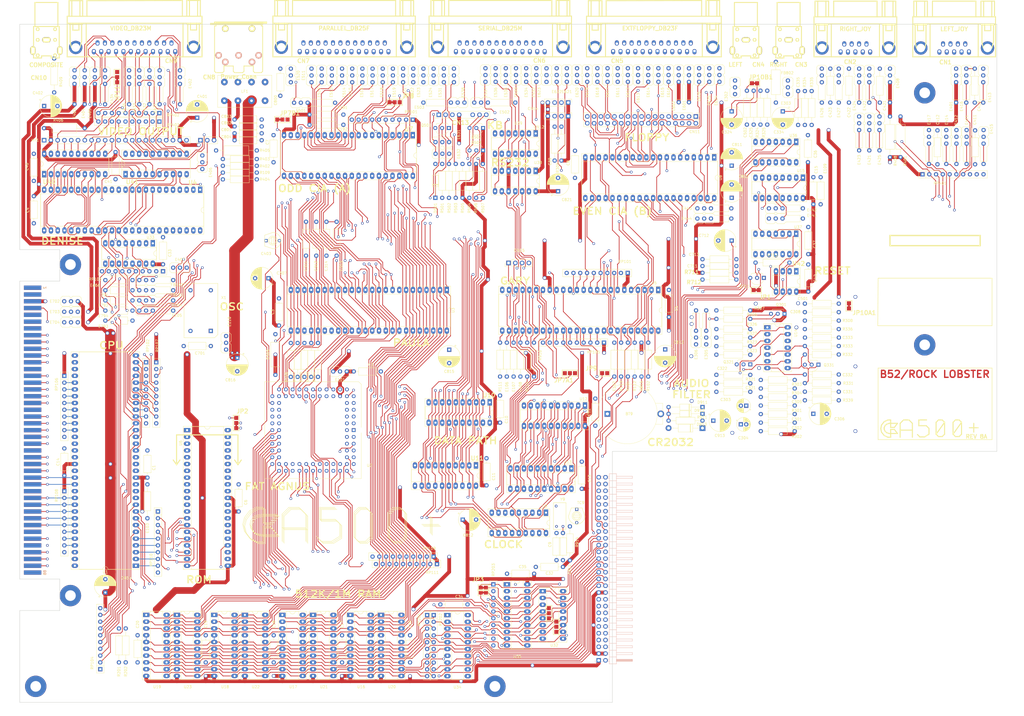
<source format=kicad_pcb>
(kicad_pcb (version 20171130) (host pcbnew 5.1.2)
  (title_block (title Rämixx500) (date 2019-05-09) (rev 1git) (company SukkoPera) (comment 4 "Licensed under CERN OHL v.1.2"))
  (layers (0 F.Cu signal) (31 B.Cu signal) (36 B.SilkS user) (37 F.SilkS user) (38 B.Mask user) (39 F.Mask user) (44 Edge.Cuts user))
  (net 0 "")
  (net 1 ~BEER)
  (net 2 ~VPA)
  (net 3 E)
  (net 4 ~VMA)
  (net 5 ~RST)
  (net 6 ~HLT)
  (net 7 7MHZ)
  (net 8 ~BR)
  (net 9 ~BGACK)
  (net 10 ~DTACK)
  (net 11 R~W)
  (net 12 ~LDS)
  (net 13 ~UDS)
  (net 14 ~AS)
  (net 15 ~RAS1)
  (net 16 ~CASU)
  (net 17 ~RAS0)
  (net 18 ~CASL)
  (net 19 "Net-(R103-Pad2)")
  (net 20 "Net-(R106-Pad2)")
  (net 21 "Net-(R104-Pad2)")
  (net 22 "Net-(R105-Pad2)")
  (net 23 "Net-(U2-Pad20)")
  (net 24 "Net-(U2-Pad25)")
  (net 25 "Net-(U2-Pad23)")
  (net 26 ~WE)
  (net 27 "Net-(U2-Pad19)")
  (net 28 ~INT3)
  (net 29 ~VSYNC)
  (net 30 ~HSYNC)
  (net 31 ~CSYNC)
  (net 32 ~INT6)
  (net 33 ~RXD)
  (net 34 ~TXD)
  (net 35 ~INT2)
  (net 36 DKWE)
  (net 37 ~DKWD)
  (net 38 ~DKRD)
  (net 39 GND)
  (net 40 CCKQ)
  (net 41 CCK)
  (net 42 "Net-(U4-Pad25)")
  (net 43 "Net-(U4-Pad26)")
  (net 44 "Net-(U4-Pad27)")
  (net 45 "Net-(U4-Pad28)")
  (net 46 "Net-(U4-Pad29)")
  (net 47 "Net-(U4-Pad30)")
  (net 48 "Net-(U4-Pad31)")
  (net 49 "Net-(U4-Pad33)")
  (net 50 ~CDAC)
  (net 51 7MHZ_A)
  (net 52 "Net-(U4-Pad20)")
  (net 53 "Net-(U4-Pad21)")
  (net 54 "Net-(U4-Pad22)")
  (net 55 "Net-(U4-Pad23)")
  (net 56 "Net-(U4-Pad24)")
  (net 57 "Net-(R111-Pad1)")
  (net 58 "Net-(R102-Pad1)")
  (net 59 "Net-(R112-Pad1)")
  (net 60 "Net-(R113-Pad1)")
  (net 61 ~KBRESET)
  (net 62 ~OVR)
  (net 63 OVL)
  (net 64 ~MTR)
  (net 65 XRDY)
  (net 66 ~EXTICK)
  (net 67 ~SEL0)
  (net 68 "Net-(R101-Pad1)")
  (net 69 "Net-(U36-Pad9)")
  (net 70 "Net-(R114-Pad2)")
  (net 71 "Net-(U36-Pad5)")
  (net 72 "Net-(U36-Pad3)")
  (net 73 "Net-(U36-Pad1)")
  (net 74 ~KBCLOCK)
  (net 75 ~KBDATA)
  (net 76 "Net-(JP7B1-Pad2)")
  (net 77 "Net-(E511-Pad1)")
  (net 78 ~RESET)
  (net 79 ~RDY)
  (net 80 ~TRK0)
  (net 81 "Net-(R109-Pad1)")
  (net 82 ~WPROT)
  (net 83 "Net-(E521-Pad1)")
  (net 84 ~CHNG)
  (net 85 ~ODD_CIA)
  (net 86 ~LED)
  (net 87 "Net-(E522-Pad1)")
  (net 88 "Net-(E523-Pad1)")
  (net 89 ~EVEN_CIA)
  (net 90 "Net-(E524-Pad1)")
  (net 91 ~INDEX)
  (net 92 "Net-(U39-Pad8)")
  (net 93 "Net-(U39-Pad6)")
  (net 94 "Net-(U39-Pad11)")
  (net 95 "Net-(U38-Pad4)")
  (net 96 "Net-(U38-Pad12)")
  (net 97 ~STEP)
  (net 98 DIR)
  (net 99 ~SIDE)
  (net 100 ~SEL1)
  (net 101 "Net-(R113-Pad2)")
  (net 102 "Net-(R111-Pad2)")
  (net 103 "Net-(R112-Pad2)")
  (net 104 "/Denise & Video Stuff/br3")
  (net 105 "/Denise & Video Stuff/br2")
  (net 106 "/Denise & Video Stuff/br1")
  (net 107 "/Denise & Video Stuff/br0")
  (net 108 "/Denise & Video Stuff/bg3")
  (net 109 "/Denise & Video Stuff/bg2")
  (net 110 "/Denise & Video Stuff/bg1")
  (net 111 "/Denise & Video Stuff/bg0")
  (net 112 VD)
  (net 113 "/Denise & Video Stuff/bcsync_b")
  (net 114 "/Denise & Video Stuff/bcsync_a")
  (net 115 "/Denise & Video Stuff/bpixelsw")
  (net 116 "/Denise & Video Stuff/bcck")
  (net 117 "/Denise & Video Stuff/bb0")
  (net 118 "/Denise & Video Stuff/bb1")
  (net 119 "/Denise & Video Stuff/bb2")
  (net 120 "/Denise & Video Stuff/bb3")
  (net 121 VCC)
  (net 122 "/Parallel & Serial/status")
  (net 123 "Net-(JP3A1-Pad2)")
  (net 124 "Net-(JP3B1-Pad1)")
  (net 125 /RAM/~bcasl0)
  (net 126 /RAM/~bcasu0)
  (net 127 "Net-(C711-Pad1)")
  (net 128 "Net-(C712-Pad1)")
  (net 129 "Net-(D501-Pad1)")
  (net 130 ~BWE)
  (net 131 "Net-(E411-Pad3)")
  (net 132 "Net-(E412-Pad3)")
  (net 133 "Net-(E421-Pad3)")
  (net 134 "Net-(E423-Pad3)")
  (net 135 "Net-(E422-Pad3)")
  (net 136 "Net-(E424-Pad3)")
  (net 137 "Net-(C322-Pad1)")
  (net 138 VAC)
  (net 139 "Net-(C332-Pad1)")
  (net 140 "Net-(U32-Pad1)")
  (net 141 ~DKWEB)
  (net 142 ~MTR0)
  (net 143 ~DKWDB)
  (net 144 ~ROMEN)
  (net 145 RGA8)
  (net 146 RGA7)
  (net 147 RGA1)
  (net 148 RGA2)
  (net 149 RGA4)
  (net 150 RGA6)
  (net 151 RGA3)
  (net 152 RGA5)
  (net 153 D5)
  (net 154 A4)
  (net 155 D6)
  (net 156 A3)
  (net 157 D7)
  (net 158 A2)
  (net 159 D8)
  (net 160 A1)
  (net 161 D9)
  (net 162 D10)
  (net 163 D11)
  (net 164 D12)
  (net 165 D13)
  (net 166 D14)
  (net 167 D15)
  (net 168 A23)
  (net 169 A22)
  (net 170 A21)
  (net 171 A20)
  (net 172 A19)
  (net 173 A18)
  (net 174 A17)
  (net 175 A16)
  (net 176 A15)
  (net 177 A14)
  (net 178 A13)
  (net 179 A12)
  (net 180 A11)
  (net 181 A10)
  (net 182 A9)
  (net 183 D0)
  (net 184 A8)
  (net 185 D1)
  (net 186 A7)
  (net 187 D2)
  (net 188 A6)
  (net 189 D3)
  (net 190 A5)
  (net 191 D4)
  (net 192 DRA9)
  (net 193 DRA7)
  (net 194 DRA5)
  (net 195 DRA3)
  (net 196 DRA1)
  (net 197 DRA8)
  (net 198 DRA6)
  (net 199 DRA4)
  (net 200 DRA2)
  (net 201 DRA0)
  (net 202 DRD9)
  (net 203 DRD10)
  (net 204 DRD11)
  (net 205 DRD12)
  (net 206 DRD13)
  (net 207 DRD14)
  (net 208 DRD15)
  (net 209 DRD0)
  (net 210 DRD1)
  (net 211 DRD2)
  (net 212 DRD3)
  (net 213 DRD4)
  (net 214 DRD5)
  (net 215 DRD6)
  (net 216 DRD7)
  (net 217 DRD8)
  (net 218 FC0)
  (net 219 FC1)
  (net 220 FC2)
  (net 221 ~IPL0)
  (net 222 ~IPL1)
  (net 223 ~IPL2)
  (net 224 BDRA7)
  (net 225 BDRA6)
  (net 226 BDRA5)
  (net 227 BDRA4)
  (net 228 BDRA3)
  (net 229 BDRA2)
  (net 230 BDRA1)
  (net 231 BDRA0)
  (net 232 BDRA8)
  (net 233 XCLK)
  (net 234 GNDA)
  (net 235 +12V)
  (net 236 -12V)
  (net 237 "Net-(RP103-Pad3)")
  (net 238 ~XCLKEN)
  (net 239 "Net-(C401-Pad1)")
  (net 240 VDDA)
  (net 241 "Net-(C3-Pad1)")
  (net 242 +VDC)
  (net 243 -VDC)
  (net 244 "Net-(C324-Pad2)")
  (net 245 CDAC)
  (net 246 ~CCK)
  (net 247 ~CCKQ)
  (net 248 /RAM/ma7)
  (net 249 /RAM/ma6)
  (net 250 /RAM/ma4)
  (net 251 /RAM/ma3)
  (net 252 /RAM/ma2)
  (net 253 /RAM/ma1)
  (net 254 /RAM/ma0)
  (net 255 /RAM/ma8)
  (net 256 "Net-(R201-Pad2)")
  (net 257 "Net-(R202-Pad2)")
  (net 258 "Net-(RP203-Pad6)")
  (net 259 "Net-(RP203-Pad8)")
  (net 260 "Net-(RP203-Pad10)")
  (net 261 ~BG)
  (net 262 "Net-(JP2-Pad2)")
  (net 263 ~LPEN)
  (net 264 ~CLKRD)
  (net 265 ~CLKWR)
  (net 266 ~FIRE1)
  (net 267 "Net-(BT9-Pad1)")
  (net 268 "Net-(C9-Pad1)")
  (net 269 "Net-(D911-Pad2)")
  (net 270 "Net-(R914-Pad2)")
  (net 271 "Net-(R915-Pad2)")
  (net 272 "Net-(U9-Pad1)")
  (net 273 "Net-(C911-Pad2)")
  (net 274 ~CLKCS)
  (net 275 "Net-(JP7A1-Pad1)")
  (net 276 ~BCASL1)
  (net 277 ~BCASU1)
  (net 278 "Net-(JPA4-Pad2)")
  (net 279 "Net-(JPB4-Pad2)")
  (net 280 /RAM/ma5)
  (net 281 "Net-(E702-Pad3)")
  (net 282 "Net-(HY1-Pad20)")
  (net 283 ~BRAS1)
  (net 284 ~BRAS0)
  (net 285 BDRA9)
  (net 286 "/Denise & Video Stuff/rbcsync_a")
  (net 287 "Net-(C413-Pad1)")
  (net 288 "Net-(CN1-Pad7)")
  (net 289 "Net-(C411-Pad1)")
  (net 290 "Net-(CN1-Pad1)")
  (net 291 "Net-(CN1-Pad2)")
  (net 292 "Net-(C412-Pad1)")
  (net 293 "Net-(CN1-Pad4)")
  (net 294 "Net-(CN1-Pad3)")
  (net 295 "Net-(C423-Pad1)")
  (net 296 "Net-(CN2-Pad7)")
  (net 297 "Net-(C421-Pad1)")
  (net 298 "Net-(CN2-Pad1)")
  (net 299 "Net-(CN2-Pad2)")
  (net 300 "Net-(C422-Pad1)")
  (net 301 "Net-(CN2-Pad4)")
  (net 302 "Net-(CN2-Pad3)")
  (net 303 "Net-(C501-Pad2)")
  (net 304 "/Parallel & Serial/+v")
  (net 305 "/Parallel & Serial/-v")
  (net 306 "/Parallel & Serial/~auto")
  (net 307 "Net-(CN10-Pad1)")
  (net 308 "/Parallel & Serial/inuse")
  (net 309 "/Denise & Video Stuff/ar")
  (net 310 "/Denise & Video Stuff/ag")
  (net 311 "/Denise & Video Stuff/ab")
  (net 312 "Net-(JP1-Pad1)")
  (net 313 ~FIRE0)
  (net 314 "/Denise & Video Stuff/csync_out")
  (net 315 "Net-(JP10A1-Pad2)")
  (net 316 AUDIN)
  (net 317 ~CCK_A)
  (net 318 "Net-(Q502-Pad2)")
  (net 319 "Net-(Q503-Pad2)")
  (net 320 "Net-(CN9-Pad14)")
  (net 321 "Net-(CN9-Pad6)")
  (net 322 "Net-(CN9-Pad7)")
  (net 323 "Net-(CN9-Pad8)")
  (net 324 "Net-(CN9-Pad9)")
  (net 325 "Net-(CN9-Pad12)")
  (net 326 "Net-(CN9-Pad11)")
  (net 327 "/Denise & Video Stuff/cck_c")
  (net 328 "Net-(CN9-Pad1)")
  (net 329 "Net-(C2-Pad1)")
  (net 330 "/Paula & Audio Stuff/pot1y")
  (net 331 DMAL)
  (net 332 "/Paula & Audio Stuff/pot1x")
  (net 333 "/Paula & Audio Stuff/pot0y")
  (net 334 "/Paula & Audio Stuff/pot0x")
  (net 335 "/Paula & Audio Stuff/left")
  (net 336 "/Paula & Audio Stuff/right")
  (net 337 M1H)
  (net 338 M0H)
  (net 339 M0V)
  (net 340 M1V)
  (net 341 "Net-(C331-Pad1)")
  (net 342 "Net-(C331-Pad2)")
  (net 343 "Net-(Q321-Pad2)")
  (net 344 "Net-(Q331-Pad2)")
  (net 345 "Net-(C321-Pad2)")
  (net 346 "Net-(C321-Pad1)")
  (net 347 "Net-(E443-Pad1)")
  (net 348 "Net-(E442-Pad1)")
  (net 349 "Net-(E441-Pad1)")
  (net 350 "Net-(E444-Pad1)")
  (net 351 "Net-(R306-Pad2)")
  (net 352 "Net-(C713-Pad1)")
  (net 353 "Net-(Q711-Pad2)")
  (net 354 "Net-(CN5-Pad23)")
  (net 355 "Net-(CN5-Pad12)")
  (net 356 "Net-(CN9-Pad10)")
  (net 357 "Net-(CN9-Pad5)")
  (net 358 "Net-(CN9-Pad4)")
  (net 359 "Net-(CN9-Pad3)")
  (net 360 "Net-(CN9-Pad23)")
  (net 361 "Net-(CN9-Pad22)")
  (net 362 "Net-(CN9-Pad21)")
  (net 363 "Net-(CN9-Pad15)")
  (net 364 "Net-(Q301-Pad2)")
  (net 365 "Net-(C308-Pad1)")
  (net 366 "Net-(Q321-Pad3)")
  (net 367 "Net-(Q331-Pad3)")
  (net 368 "Net-(R713-Pad2)")
  (net 369 "Net-(C332-Pad2)")
  (net 370 "Net-(C322-Pad2)")
  (net 371 "Net-(C33-Pad1)")
  (net 372 "Net-(C334-Pad2)")
  (net 373 "Net-(CN3-Pad1)")
  (net 374 "Net-(CN4-Pad1)")
  (net 375 "Net-(CN5-Pad13)")
  (net 376 "Net-(CN5-Pad14)")
  (net 377 "Net-(CN5-Pad15)")
  (net 378 "Net-(CN5-Pad16)")
  (net 379 "Net-(CN5-Pad17)")
  (net 380 "Net-(CN5-Pad18)")
  (net 381 "Net-(CN5-Pad19)")
  (net 382 "Net-(CN5-Pad20)")
  (net 383 "Net-(CN5-Pad21)")
  (net 384 "Net-(CN5-Pad22)")
  (net 385 "Net-(CN5-Pad1)")
  (net 386 "Net-(CN5-Pad2)")
  (net 387 "Net-(CN5-Pad8)")
  (net 388 "Net-(CN5-Pad9)")
  (net 389 "Net-(CN5-Pad10)")
  (net 390 "Net-(CN5-Pad11)")
  (net 391 "/Parallel & Serial/dtr")
  (net 392 "Net-(CN6-Pad22)")
  (net 393 "/Parallel & Serial/txd")
  (net 394 "/Parallel & Serial/rxd")
  (net 395 "/Parallel & Serial/rts")
  (net 396 "/Parallel & Serial/cd")
  (net 397 "/Parallel & Serial/dsr")
  (net 398 "/Parallel & Serial/cts")
  (net 399 "Net-(C502-Pad1)")
  (net 400 "Net-(CN7-Pad11)")
  (net 401 "Net-(CN7-Pad12)")
  (net 402 "Net-(CN7-Pad13)")
  (net 403 "Net-(CN7-Pad10)")
  (net 404 "Net-(CN7-Pad9)")
  (net 405 "Net-(CN7-Pad5)")
  (net 406 "Net-(CN7-Pad6)")
  (net 407 "Net-(CN7-Pad7)")
  (net 408 "Net-(CN7-Pad8)")
  (net 409 "Net-(CN7-Pad4)")
  (net 410 "Net-(CN7-Pad3)")
  (net 411 "Net-(CN7-Pad2)")
  (net 412 "Net-(CN7-Pad1)")
  (net 413 "/Parallel & Serial/~init")
  (net 414 "Net-(CN8-Pad3)")
  (net 415 "Net-(CN8-Pad5)")
  (net 416 "/Parallel & Serial/clock")
  (net 417 "/Parallel & Serial/data")
  (net 418 AUDOUT)
  (net 419 "Net-(E703-Pad3)")
  (net 420 "Net-(E704-Pad3)")
  (net 421 "Net-(E538-Pad1)")
  (net 422 "Net-(E666-Pad1)")
  (net 423 "/Parallel & Serial/pp7")
  (net 424 "/Parallel & Serial/pp6")
  (net 425 "/Parallel & Serial/pp5")
  (net 426 "/Parallel & Serial/pp4")
  (net 427 "/Parallel & Serial/pp3")
  (net 428 "/Parallel & Serial/pp2")
  (net 429 "/Parallel & Serial/pp1")
  (net 430 "/Parallel & Serial/pp0")
  (net 431 ~SEL2)
  (net 432 ~SEL3)
  (net 433 ~CCKQ_A)
  (net 434 "Net-(FB101-Pad1)")
  (net 435 ~MTRX)
  (net 436 ~IORESET)
  (net 437 "Net-(E533-Pad1)")
  (net 438 "Net-(E531-Pad1)")
  (net 439 "Net-(E532-Pad1)")
  (net 440 "Net-(E534-Pad1)")
  (net 441 "Net-(E537-Pad1)")
  (net 442 "Net-(E536-Pad1)")
  (net 443 "Net-(E535-Pad1)")
  (net 444 "Net-(C701-Pad1)")
  (net 445 "Net-(E414-Pad1)")
  (net 446 "Net-(E413-Pad1)")
  (net 447 "Net-(E401-Pad1)")
  (net 448 "Net-(E408-Pad1)")
  (net 449 "Net-(E302-Pad1)")
  (net 450 "Net-(E303-Pad1)")
  (net 451 "Net-(C800-Pad2)")
  (net 452 "Net-(C800-Pad1)")
  (net 453 "Net-(HY2-Pad2)")
  (net 454 "Net-(E104-Pad1)")
  (net 455 "Net-(E105-Pad1)")
  (net 456 "Net-(FB101-Pad3)")
  (net 457 "Net-(FB102-Pad1)")
  (net 458 "Net-(E435-Pad1)")
  (net 459 "Net-(TC9-Pad1)")
  (module Raemixx500:Xtal (layer F.Cu) (at 97.282 131.758999)
    (fp_text reference X1 (at 8.128 -5.334) (layer F.SilkS))
    (fp_text value XTAL)
    (pad 3 thru_hole circle (at -4.318 -8.128) (size 1.6 1.6) (drill 0.8) (layers *.Cu *.Mask) (net 434 "Net-(FB101-Pad1)"))
    (pad 1 thru_hole rect (at 3.302 7.112) (size 1.6 1.6) (drill 0.8) (layers *.Cu *.Mask) (net 39 GND))
    (pad 4 thru_hole circle (at -4.318 7.112) (size 1.6 1.6) (drill 0.8) (layers *.Cu *.Mask) (net 444 "Net-(C701-Pad1)"))
    (pad 2 thru_hole circle (at 3.302 -8.128) (size 1.6 1.6) (drill 0.8) (layers *.Cu *.Mask) (net 39 GND))
  )
  (module Raemixx500:VariCap (layer F.Cu) (at 121.266001 105.033501)
    (fp_text reference C403 (at 0.018999 4.884999) (layer F.SilkS))
    (fp_text value 47P)
    (pad 1 thru_hole circle (at 5 0) (size 1.2 1.2) (drill 0.7) (layers *.Cu *.Mask) (net 51 7MHZ_A))
    (pad 2 thru_hole rect (at 0 0) (size 1.2 1.2) (drill 0.7) (layers *.Cu *.Mask) (net 39 GND))
  )
  (module Raemixx500:VariCap (layer F.Cu) (at 237.617 205.6765 270)
    (fp_text reference TC9 (at -2.4765 -1.524 180) (layer F.SilkS))
    (fp_text value 6.8-45p)
    (pad 1 thru_hole circle (at 5 0 270) (size 1.2 1.2) (drill 0.7) (layers *.Cu *.Mask) (net 459 "Net-(TC9-Pad1)"))
    (pad 2 thru_hole rect (at 0 0 270) (size 1.2 1.2) (drill 0.7) (layers *.Cu *.Mask) (net 39 GND))
  )
  (module Raemixx500:Jumper3-Bridged23 (layer F.Cu) (at 169.418 53.213 180)
    (fp_text reference JP8 (at -5.08 2.286) (layer F.SilkS) (effects (font (size 1.6 1.6) (thickness 0.3))))
    (fp_text value Jumper_3_Bridged23)
    (pad 3 smd custom (at 1.905 0 180) (size 1.5 1.5) (layers F.Cu F.Mask) (net 266 ~FIRE1) (options (clearance outline) (anchor rect)) (primitives (gr_poly (pts (xy -1.27 -0.3) (xy -0.273 -0.3) (xy -0.273 0.3) (xy -1.27 0.3)) (width 0))))
    (pad 2 smd rect (at 0 0 180) (size 1.5 1.5) (layers F.Cu F.Mask) (net 263 ~LPEN))
    (pad 1 smd rect (at -1.905 0 180) (size 1.5 1.5) (layers F.Cu F.Mask) (net 313 ~FIRE0))
  )
  (module Raemixx500:Jumper3-Bridged23 (layer F.Cu) (at 110.109 173.355 270)
    (fp_text reference JP2 (at -4.4 -2.3) (layer F.SilkS) (effects (font (size 1.6 1.6) (thickness 0.3))))
    (fp_text value Jumper_3_Bridged23)
    (pad 3 smd custom (at 1.905 0 270) (size 1.5 1.5) (layers F.Cu F.Mask) (net 172 A19) (options (clearance outline) (anchor rect)) (primitives (gr_poly (pts (xy -1.27 -0.3) (xy -0.273 -0.3) (xy -0.273 0.3) (xy -1.27 0.3)) (width 0))))
    (pad 2 smd rect (at 0 0 270) (size 1.5 1.5) (layers F.Cu F.Mask) (net 262 "Net-(JP2-Pad2)"))
    (pad 1 smd rect (at -1.905 0 270) (size 1.5 1.5) (layers F.Cu F.Mask) (net 168 A23))
  )
  (module Raemixx500:LineFilter (layer F.Cu) (at 113.284 49.149 270)
    (fp_text reference LF1 (at 0 0 180) (layer F.SilkS))
    (fp_text value L)
    (pad 8 thru_hole circle (at 3.5 -7.62 270) (size 2.5 2.5) (drill 1) (layers *.Cu *.Mask) (net 39 GND))
    (pad 7 thru_hole circle (at 3.5 -2.54 270) (size 2.5 2.5) (drill 1) (layers *.Cu *.Mask) (net 121 VCC))
    (pad 6 thru_hole circle (at 3.5 2.54 270) (size 2.5 2.5) (drill 1) (layers *.Cu *.Mask) (net 236 -12V))
    (pad 5 thru_hole circle (at 3.5 7.62 270) (size 2.5 2.5) (drill 1) (layers *.Cu *.Mask) (net 235 +12V))
    (pad 4 thru_hole circle (at -3.5 7.62 270) (size 2.5 2.5) (drill 1) (layers *.Cu *.Mask) (net 414 "Net-(CN8-Pad3)"))
    (pad 3 thru_hole circle (at -3.5 2.54 270) (size 2.5 2.5) (drill 1) (layers *.Cu *.Mask) (net 415 "Net-(CN8-Pad5)"))
    (pad 2 thru_hole circle (at -3.5 -2.54 270) (size 2.5 2.5) (drill 1) (layers *.Cu *.Mask) (net 451 "Net-(C800-Pad2)"))
    (pad 1 thru_hole circle (at -3.5 -7.62 270) (size 2.5 2.5) (drill 1) (layers *.Cu *.Mask) (net 452 "Net-(C800-Pad1)"))
  )
  (module Connector_PinHeader_2.54mm:PinHeader_1x08_P2.54mm_Vertical (layer F.Cu) (at 185.972 57.909 90)
    (fp_text reference CN13 (at -2.921 8.128) (layer F.SilkS) (effects (font (size 1.6 1.6) (thickness 0.3))))
    (fp_text value KEYBOARD)
    (pad 1 thru_hole rect (at 0 0 90) (size 1.7 1.7) (drill 1) (layers *.Cu *.Mask) (net 416 "/Parallel & Serial/clock"))
    (pad 2 thru_hole oval (at 0 2.54 90) (size 1.7 1.7) (drill 1) (layers *.Cu *.Mask) (net 417 "/Parallel & Serial/data"))
    (pad 3 thru_hole oval (at 0 5.08 90) (size 1.7 1.7) (drill 1) (layers *.Cu *.Mask) (net 61 ~KBRESET))
    (pad 4 thru_hole oval (at 0 7.62 90) (size 1.7 1.7) (drill 1) (layers *.Cu *.Mask) (net 121 VCC))
    (pad 6 thru_hole oval (at 0 12.7 90) (size 1.7 1.7) (drill 1) (layers *.Cu *.Mask) (net 39 GND))
    (pad 7 thru_hole oval (at 0 15.24 90) (size 1.7 1.7) (drill 1) (layers *.Cu *.Mask) (net 122 "/Parallel & Serial/status"))
    (pad 8 thru_hole oval (at 0 17.78 90) (size 1.7 1.7) (drill 1) (layers *.Cu *.Mask) (net 308 "/Parallel & Serial/inuse"))
  )
  (module Raemixx500:EMI_Filter_Long (layer F.Cu) (at 49.53 43.815 90)
    (fp_text reference E403 (at -13.589 0 90) (layer F.SilkS))
    (fp_text value 10n)
    (pad 3 thru_hole circle (at 2.54 0 180) (size 1.6 1.6) (drill 0.8) (layers *.Cu *.Mask) (net 362 "Net-(CN9-Pad21)"))
    (pad 2 thru_hole circle (at 0 0 180) (size 1.6 1.6) (drill 0.8) (layers *.Cu *.Mask) (net 39 GND))
    (pad 1 thru_hole circle (at -2.54 0 180) (size 1.6 1.6) (drill 0.8) (layers *.Cu *.Mask) (net 236 -12V))
    (pad 1 thru_hole circle (at -10.16 0 180) (size 1.6 1.6) (drill 0.8) (layers *.Cu *.Mask) (net 236 -12V))
  )
  (module Raemixx500:EMI_Filter_Long (layer F.Cu) (at 286.131 141.351 270)
    (fp_text reference E305 (at 6.35 0 90) (layer F.SilkS))
    (fp_text value 270p)
    (pad 3 thru_hole circle (at 2.54 0) (size 1.6 1.6) (drill 0.8) (layers *.Cu *.Mask) (net 342 "Net-(C331-Pad2)"))
    (pad 2 thru_hole circle (at 0 0) (size 1.6 1.6) (drill 0.8) (layers *.Cu *.Mask) (net 234 GNDA))
    (pad 1 thru_hole circle (at -2.54 0) (size 1.6 1.6) (drill 0.8) (layers *.Cu *.Mask) (net 336 "/Paula & Audio Stuff/right"))
    (pad 1 thru_hole circle (at -10.16 0) (size 1.6 1.6) (drill 0.8) (layers *.Cu *.Mask) (net 336 "/Paula & Audio Stuff/right"))
  )
  (module Raemixx500:EMI_Filter_Long (layer F.Cu) (at 282.321 141.351 270)
    (fp_text reference E306 (at 6.35 0 90) (layer F.SilkS))
    (fp_text value 270p)
    (pad 3 thru_hole circle (at 2.54 0) (size 1.6 1.6) (drill 0.8) (layers *.Cu *.Mask) (net 345 "Net-(C321-Pad2)"))
    (pad 2 thru_hole circle (at 0 0) (size 1.6 1.6) (drill 0.8) (layers *.Cu *.Mask) (net 234 GNDA))
    (pad 1 thru_hole circle (at -2.54 0) (size 1.6 1.6) (drill 0.8) (layers *.Cu *.Mask) (net 335 "/Paula & Audio Stuff/left"))
    (pad 1 thru_hole circle (at -10.16 0) (size 1.6 1.6) (drill 0.8) (layers *.Cu *.Mask) (net 335 "/Paula & Audio Stuff/left"))
  )
  (module Raemixx500:EMI_Filter_Long (layer F.Cu) (at 379.73 43.18 90)
    (fp_text reference E401 (at -11.557 -1.905 90) (layer F.SilkS))
    (fp_text value 10n)
    (pad 3 thru_hole circle (at 2.54 0 180) (size 1.6 1.6) (drill 0.8) (layers *.Cu *.Mask) (net 288 "Net-(CN1-Pad7)"))
    (pad 2 thru_hole circle (at 0 0 180) (size 1.6 1.6) (drill 0.8) (layers *.Cu *.Mask) (net 39 GND))
    (pad 1 thru_hole circle (at -2.54 0 180) (size 1.6 1.6) (drill 0.8) (layers *.Cu *.Mask) (net 447 "Net-(E401-Pad1)"))
    (pad 1 thru_hole circle (at -10.16 0 180) (size 1.6 1.6) (drill 0.8) (layers *.Cu *.Mask) (net 447 "Net-(E401-Pad1)"))
  )
  (module Raemixx500:EMI_Filter_Long (layer F.Cu) (at 89.027 43.815 90)
    (fp_text reference E402 (at -2.413 3.81 90) (layer F.SilkS))
    (fp_text value 150p)
    (pad 3 thru_hole circle (at 2.54 0 180) (size 1.6 1.6) (drill 0.8) (layers *.Cu *.Mask) (net 363 "Net-(CN9-Pad15)"))
    (pad 2 thru_hole circle (at 0 0 180) (size 1.6 1.6) (drill 0.8) (layers *.Cu *.Mask) (net 39 GND))
    (pad 1 thru_hole circle (at -2.54 0 180) (size 1.6 1.6) (drill 0.8) (layers *.Cu *.Mask) (net 327 "/Denise & Video Stuff/cck_c"))
    (pad 1 thru_hole circle (at -10.16 0 180) (size 1.6 1.6) (drill 0.8) (layers *.Cu *.Mask) (net 327 "/Denise & Video Stuff/cck_c"))
  )
  (module Raemixx500:EMI_Filter_Long (layer F.Cu) (at 53.34 43.815 90)
    (fp_text reference E404 (at -13.589 -0.508 90) (layer F.SilkS))
    (fp_text value 10n)
    (pad 3 thru_hole circle (at 2.54 0 180) (size 1.6 1.6) (drill 0.8) (layers *.Cu *.Mask) (net 361 "Net-(CN9-Pad22)"))
    (pad 2 thru_hole circle (at 0 0 180) (size 1.6 1.6) (drill 0.8) (layers *.Cu *.Mask) (net 39 GND))
    (pad 1 thru_hole circle (at -2.54 0 180) (size 1.6 1.6) (drill 0.8) (layers *.Cu *.Mask) (net 235 +12V))
    (pad 1 thru_hole circle (at -10.16 0 180) (size 1.6 1.6) (drill 0.8) (layers *.Cu *.Mask) (net 235 +12V))
  )
  (module Raemixx500:EMI_Filter_Long (layer F.Cu) (at 57.15 43.815 90)
    (fp_text reference E405 (at -13.589 -1.905 90) (layer F.SilkS))
    (fp_text value 10n)
    (pad 3 thru_hole circle (at 2.54 0 180) (size 1.6 1.6) (drill 0.8) (layers *.Cu *.Mask) (net 360 "Net-(CN9-Pad23)"))
    (pad 2 thru_hole circle (at 0 0 180) (size 1.6 1.6) (drill 0.8) (layers *.Cu *.Mask) (net 39 GND))
    (pad 1 thru_hole circle (at -2.54 0 180) (size 1.6 1.6) (drill 0.8) (layers *.Cu *.Mask) (net 240 VDDA))
    (pad 1 thru_hole circle (at -10.16 0 180) (size 1.6 1.6) (drill 0.8) (layers *.Cu *.Mask) (net 240 VDDA))
  )
  (module Raemixx500:EMI_Filter_Long (layer F.Cu) (at 354.965 43.18 90)
    (fp_text reference E408 (at -2.921 2.921 90) (layer F.SilkS))
    (fp_text value 10n)
    (pad 3 thru_hole circle (at 2.54 0 180) (size 1.6 1.6) (drill 0.8) (layers *.Cu *.Mask) (net 296 "Net-(CN2-Pad7)"))
    (pad 2 thru_hole circle (at 0 0 180) (size 1.6 1.6) (drill 0.8) (layers *.Cu *.Mask) (net 39 GND))
    (pad 1 thru_hole circle (at -2.54 0 180) (size 1.6 1.6) (drill 0.8) (layers *.Cu *.Mask) (net 448 "Net-(E408-Pad1)"))
    (pad 1 thru_hole circle (at -10.16 0 180) (size 1.6 1.6) (drill 0.8) (layers *.Cu *.Mask) (net 448 "Net-(E408-Pad1)"))
  )
  (module Raemixx500:EMI_Filter_Long (layer F.Cu) (at 383.667 66.167 90)
    (fp_text reference E411 (at 6.35 0 90) (layer F.SilkS))
    (fp_text value 6800p)
    (pad 3 thru_hole circle (at 2.54 0 180) (size 1.6 1.6) (drill 0.8) (layers *.Cu *.Mask) (net 131 "Net-(E411-Pad3)"))
    (pad 2 thru_hole circle (at 0 0 180) (size 1.6 1.6) (drill 0.8) (layers *.Cu *.Mask) (net 39 GND))
    (pad 1 thru_hole circle (at -2.54 0 180) (size 1.6 1.6) (drill 0.8) (layers *.Cu *.Mask) (net 290 "Net-(CN1-Pad1)"))
    (pad 1 thru_hole circle (at -10.16 0 180) (size 1.6 1.6) (drill 0.8) (layers *.Cu *.Mask) (net 290 "Net-(CN1-Pad1)"))
  )
  (module Raemixx500:EMI_Filter_Long (layer F.Cu) (at 379.857 66.167 90)
    (fp_text reference E412 (at 6.35 -0.127 90) (layer F.SilkS))
    (fp_text value 6800p)
    (pad 3 thru_hole circle (at 2.54 0 180) (size 1.6 1.6) (drill 0.8) (layers *.Cu *.Mask) (net 132 "Net-(E412-Pad3)"))
    (pad 2 thru_hole circle (at 0 0 180) (size 1.6 1.6) (drill 0.8) (layers *.Cu *.Mask) (net 39 GND))
    (pad 1 thru_hole circle (at -2.54 0 180) (size 1.6 1.6) (drill 0.8) (layers *.Cu *.Mask) (net 291 "Net-(CN1-Pad2)"))
    (pad 1 thru_hole circle (at -10.16 0 180) (size 1.6 1.6) (drill 0.8) (layers *.Cu *.Mask) (net 291 "Net-(CN1-Pad2)"))
  )
  (module Raemixx500:EMI_Filter_Long (layer F.Cu) (at 389.89 43.18 90)
    (fp_text reference E413 (at -8.255 2.413 90) (layer F.SilkS))
    (fp_text value 6800p)
    (pad 3 thru_hole circle (at 2.54 0 180) (size 1.6 1.6) (drill 0.8) (layers *.Cu *.Mask) (net 294 "Net-(CN1-Pad3)"))
    (pad 2 thru_hole circle (at 0 0 180) (size 1.6 1.6) (drill 0.8) (layers *.Cu *.Mask) (net 39 GND))
    (pad 1 thru_hole circle (at -2.54 0 180) (size 1.6 1.6) (drill 0.8) (layers *.Cu *.Mask) (net 446 "Net-(E413-Pad1)"))
    (pad 1 thru_hole circle (at -10.16 0 180) (size 1.6 1.6) (drill 0.8) (layers *.Cu *.Mask) (net 446 "Net-(E413-Pad1)"))
  )
  (module Raemixx500:EMI_Filter_Long (layer F.Cu) (at 376.047 66.167 90)
    (fp_text reference E414 (at 6.35 0.127 90) (layer F.SilkS))
    (fp_text value 6800p)
    (pad 3 thru_hole circle (at 2.54 0 180) (size 1.6 1.6) (drill 0.8) (layers *.Cu *.Mask) (net 293 "Net-(CN1-Pad4)"))
    (pad 2 thru_hole circle (at 0 0 180) (size 1.6 1.6) (drill 0.8) (layers *.Cu *.Mask) (net 39 GND))
    (pad 1 thru_hole circle (at -2.54 0 180) (size 1.6 1.6) (drill 0.8) (layers *.Cu *.Mask) (net 445 "Net-(E414-Pad1)"))
    (pad 1 thru_hole circle (at -10.16 0 180) (size 1.6 1.6) (drill 0.8) (layers *.Cu *.Mask) (net 445 "Net-(E414-Pad1)"))
  )
  (module Raemixx500:EMI_Filter_Long (layer F.Cu) (at 390.017 66.167 90)
    (fp_text reference E415 (at 2.921 2.921 90) (layer F.SilkS))
    (fp_text value 470p)
    (pad 3 thru_hole circle (at 2.54 0 180) (size 1.6 1.6) (drill 0.8) (layers *.Cu *.Mask) (net 313 ~FIRE0))
    (pad 2 thru_hole circle (at 0 0 180) (size 1.6 1.6) (drill 0.8) (layers *.Cu *.Mask) (net 39 GND))
    (pad 1 thru_hole circle (at -2.54 0 180) (size 1.6 1.6) (drill 0.8) (layers *.Cu *.Mask) (net 289 "Net-(C411-Pad1)"))
    (pad 1 thru_hole circle (at -10.16 0 180) (size 1.6 1.6) (drill 0.8) (layers *.Cu *.Mask) (net 289 "Net-(C411-Pad1)"))
  )
  (module Raemixx500:EMI_Filter_Long (layer F.Cu) (at 383.54 43.18 90)
    (fp_text reference E416 (at -11.557 -1.778 90) (layer F.SilkS))
    (fp_text value 470p)
    (pad 3 thru_hole circle (at 2.54 0 180) (size 1.6 1.6) (drill 0.8) (layers *.Cu *.Mask) (net 287 "Net-(C413-Pad1)"))
    (pad 2 thru_hole circle (at 0 0 180) (size 1.6 1.6) (drill 0.8) (layers *.Cu *.Mask) (net 39 GND))
    (pad 1 thru_hole circle (at -2.54 0 180) (size 1.6 1.6) (drill 0.8) (layers *.Cu *.Mask) (net 333 "/Paula & Audio Stuff/pot0y"))
    (pad 1 thru_hole circle (at -10.16 0 180) (size 1.6 1.6) (drill 0.8) (layers *.Cu *.Mask) (net 333 "/Paula & Audio Stuff/pot0y"))
  )
  (module Raemixx500:EMI_Filter_Long (layer F.Cu) (at 369.57 66.167 90)
    (fp_text reference E417 (at 6.35 0 90) (layer F.SilkS))
    (fp_text value 470p)
    (pad 3 thru_hole circle (at 2.54 0 180) (size 1.6 1.6) (drill 0.8) (layers *.Cu *.Mask) (net 334 "/Paula & Audio Stuff/pot0x"))
    (pad 2 thru_hole circle (at 0 0 180) (size 1.6 1.6) (drill 0.8) (layers *.Cu *.Mask) (net 39 GND))
    (pad 1 thru_hole circle (at -2.54 0 180) (size 1.6 1.6) (drill 0.8) (layers *.Cu *.Mask) (net 292 "Net-(C412-Pad1)"))
    (pad 1 thru_hole circle (at -10.16 0 180) (size 1.6 1.6) (drill 0.8) (layers *.Cu *.Mask) (net 292 "Net-(C412-Pad1)"))
  )
  (module Raemixx500:EMI_Filter_Long (layer F.Cu) (at 347.218 61.087 90)
    (fp_text reference E421 (at -13.716 0 90) (layer F.SilkS))
    (fp_text value 6800p)
    (pad 3 thru_hole circle (at 2.54 0 180) (size 1.6 1.6) (drill 0.8) (layers *.Cu *.Mask) (net 133 "Net-(E421-Pad3)"))
    (pad 2 thru_hole circle (at 0 0 180) (size 1.6 1.6) (drill 0.8) (layers *.Cu *.Mask) (net 39 GND))
    (pad 1 thru_hole circle (at -2.54 0 180) (size 1.6 1.6) (drill 0.8) (layers *.Cu *.Mask) (net 298 "Net-(CN2-Pad1)"))
    (pad 1 thru_hole circle (at -10.16 0 180) (size 1.6 1.6) (drill 0.8) (layers *.Cu *.Mask) (net 298 "Net-(CN2-Pad1)"))
  )
  (module Raemixx500:EMI_Filter_Long (layer F.Cu) (at 347.218 43.18 90)
    (fp_text reference E422 (at -11.303 -1.778 90) (layer F.SilkS))
    (fp_text value 6800p)
    (pad 3 thru_hole circle (at 2.54 0 180) (size 1.6 1.6) (drill 0.8) (layers *.Cu *.Mask) (net 135 "Net-(E422-Pad3)"))
    (pad 2 thru_hole circle (at 0 0 180) (size 1.6 1.6) (drill 0.8) (layers *.Cu *.Mask) (net 39 GND))
    (pad 1 thru_hole circle (at -2.54 0 180) (size 1.6 1.6) (drill 0.8) (layers *.Cu *.Mask) (net 299 "Net-(CN2-Pad2)"))
    (pad 1 thru_hole circle (at -10.16 0 180) (size 1.6 1.6) (drill 0.8) (layers *.Cu *.Mask) (net 299 "Net-(CN2-Pad2)"))
  )
  (module Raemixx500:EMI_Filter_Long (layer F.Cu) (at 343.408 61.087 90)
    (fp_text reference E423 (at -13.716 0 90) (layer F.SilkS))
    (fp_text value 6800p)
    (pad 3 thru_hole circle (at 2.54 0 180) (size 1.6 1.6) (drill 0.8) (layers *.Cu *.Mask) (net 134 "Net-(E423-Pad3)"))
    (pad 2 thru_hole circle (at 0 0 180) (size 1.6 1.6) (drill 0.8) (layers *.Cu *.Mask) (net 39 GND))
    (pad 1 thru_hole circle (at -2.54 0 180) (size 1.6 1.6) (drill 0.8) (layers *.Cu *.Mask) (net 302 "Net-(CN2-Pad3)"))
    (pad 1 thru_hole circle (at -10.16 0 180) (size 1.6 1.6) (drill 0.8) (layers *.Cu *.Mask) (net 302 "Net-(CN2-Pad3)"))
  )
  (module Raemixx500:EMI_Filter_Long (layer F.Cu) (at 343.408 43.18 90)
    (fp_text reference E424 (at -11.303 -1.778 90) (layer F.SilkS))
    (fp_text value 6800p)
    (pad 3 thru_hole circle (at 2.54 0 180) (size 1.6 1.6) (drill 0.8) (layers *.Cu *.Mask) (net 136 "Net-(E424-Pad3)"))
    (pad 2 thru_hole circle (at 0 0 180) (size 1.6 1.6) (drill 0.8) (layers *.Cu *.Mask) (net 39 GND))
    (pad 1 thru_hole circle (at -2.54 0 180) (size 1.6 1.6) (drill 0.8) (layers *.Cu *.Mask) (net 301 "Net-(CN2-Pad4)"))
    (pad 1 thru_hole circle (at -10.16 0 180) (size 1.6 1.6) (drill 0.8) (layers *.Cu *.Mask) (net 301 "Net-(CN2-Pad4)"))
  )
  (module Raemixx500:EMI_Filter_Long (layer F.Cu) (at 351.028 61.087 90)
    (fp_text reference E425 (at -13.716 0 90) (layer F.SilkS))
    (fp_text value 470p)
    (pad 3 thru_hole circle (at 2.54 0 180) (size 1.6 1.6) (drill 0.8) (layers *.Cu *.Mask) (net 297 "Net-(C421-Pad1)"))
    (pad 2 thru_hole circle (at 0 0 180) (size 1.6 1.6) (drill 0.8) (layers *.Cu *.Mask) (net 39 GND))
    (pad 1 thru_hole circle (at -2.54 0 180) (size 1.6 1.6) (drill 0.8) (layers *.Cu *.Mask) (net 266 ~FIRE1))
    (pad 1 thru_hole circle (at -10.16 0 180) (size 1.6 1.6) (drill 0.8) (layers *.Cu *.Mask) (net 266 ~FIRE1))
  )
  (module Raemixx500:EMI_Filter_Long (layer F.Cu) (at 329.438 43.18 90)
    (fp_text reference E426 (at -13.922381 0 90) (layer F.SilkS))
    (fp_text value 470p)
    (pad 3 thru_hole circle (at 2.54 0 180) (size 1.6 1.6) (drill 0.8) (layers *.Cu *.Mask) (net 330 "/Paula & Audio Stuff/pot1y"))
    (pad 2 thru_hole circle (at 0 0 180) (size 1.6 1.6) (drill 0.8) (layers *.Cu *.Mask) (net 39 GND))
    (pad 1 thru_hole circle (at -2.54 0 180) (size 1.6 1.6) (drill 0.8) (layers *.Cu *.Mask) (net 295 "Net-(C423-Pad1)"))
    (pad 1 thru_hole circle (at -10.16 0 180) (size 1.6 1.6) (drill 0.8) (layers *.Cu *.Mask) (net 295 "Net-(C423-Pad1)"))
  )
  (module Raemixx500:EMI_Filter_Long (layer F.Cu) (at 335.788 43.18 90)
    (fp_text reference E427 (at -13.922381 0 90) (layer F.SilkS))
    (fp_text value 470p)
    (pad 3 thru_hole circle (at 2.54 0 180) (size 1.6 1.6) (drill 0.8) (layers *.Cu *.Mask) (net 332 "/Paula & Audio Stuff/pot1x"))
    (pad 2 thru_hole circle (at 0 0 180) (size 1.6 1.6) (drill 0.8) (layers *.Cu *.Mask) (net 39 GND))
    (pad 1 thru_hole circle (at -2.54 0 180) (size 1.6 1.6) (drill 0.8) (layers *.Cu *.Mask) (net 300 "Net-(C422-Pad1)"))
    (pad 1 thru_hole circle (at -10.16 0 180) (size 1.6 1.6) (drill 0.8) (layers *.Cu *.Mask) (net 300 "Net-(C422-Pad1)"))
  )
  (module Raemixx500:EMI_Filter_Long (layer F.Cu) (at 60.96 43.815 90)
    (fp_text reference E434 (at -8.128 2.54 90) (layer F.SilkS))
    (fp_text value 150p)
    (pad 3 thru_hole circle (at 2.54 0 180) (size 1.6 1.6) (drill 0.8) (layers *.Cu *.Mask) (net 356 "Net-(CN9-Pad10)"))
    (pad 2 thru_hole circle (at 0 0 180) (size 1.6 1.6) (drill 0.8) (layers *.Cu *.Mask) (net 39 GND))
    (pad 1 thru_hole circle (at -2.54 0 180) (size 1.6 1.6) (drill 0.8) (layers *.Cu *.Mask) (net 314 "/Denise & Video Stuff/csync_out"))
    (pad 1 thru_hole circle (at -10.16 0 180) (size 1.6 1.6) (drill 0.8) (layers *.Cu *.Mask) (net 314 "/Denise & Video Stuff/csync_out"))
  )
  (module Raemixx500:EMI_Filter_Long (layer F.Cu) (at 312.166 96.774 180)
    (fp_text reference E441 (at -13.589 1.143) (layer F.SilkS))
    (fp_text value 470p)
    (pad 3 thru_hole circle (at 2.54 0 270) (size 1.6 1.6) (drill 0.8) (layers *.Cu *.Mask) (net 339 M0V))
    (pad 2 thru_hole circle (at 0 0 270) (size 1.6 1.6) (drill 0.8) (layers *.Cu *.Mask) (net 39 GND))
    (pad 1 thru_hole circle (at -2.54 0 270) (size 1.6 1.6) (drill 0.8) (layers *.Cu *.Mask) (net 349 "Net-(E441-Pad1)"))
    (pad 1 thru_hole circle (at -10.16 0 270) (size 1.6 1.6) (drill 0.8) (layers *.Cu *.Mask) (net 349 "Net-(E441-Pad1)"))
  )
  (module Raemixx500:EMI_Filter_Long (layer F.Cu) (at 312.166 92.964 180)
    (fp_text reference E442 (at -13.589 -0.635) (layer F.SilkS))
    (fp_text value 470p)
    (pad 3 thru_hole circle (at 2.54 0 270) (size 1.6 1.6) (drill 0.8) (layers *.Cu *.Mask) (net 337 M1H))
    (pad 2 thru_hole circle (at 0 0 270) (size 1.6 1.6) (drill 0.8) (layers *.Cu *.Mask) (net 39 GND))
    (pad 1 thru_hole circle (at -2.54 0 270) (size 1.6 1.6) (drill 0.8) (layers *.Cu *.Mask) (net 348 "Net-(E442-Pad1)"))
    (pad 1 thru_hole circle (at -10.16 0 270) (size 1.6 1.6) (drill 0.8) (layers *.Cu *.Mask) (net 348 "Net-(E442-Pad1)"))
  )
  (module Raemixx500:EMI_Filter_Long (layer F.Cu) (at 285.369 92.964 180)
    (fp_text reference E443 (at 6.477 0) (layer F.SilkS))
    (fp_text value 470p)
    (pad 3 thru_hole circle (at 2.54 0 270) (size 1.6 1.6) (drill 0.8) (layers *.Cu *.Mask) (net 338 M0H))
    (pad 2 thru_hole circle (at 0 0 270) (size 1.6 1.6) (drill 0.8) (layers *.Cu *.Mask) (net 39 GND))
    (pad 1 thru_hole circle (at -2.54 0 270) (size 1.6 1.6) (drill 0.8) (layers *.Cu *.Mask) (net 347 "Net-(E443-Pad1)"))
    (pad 1 thru_hole circle (at -10.16 0 270) (size 1.6 1.6) (drill 0.8) (layers *.Cu *.Mask) (net 347 "Net-(E443-Pad1)"))
  )
  (module Raemixx500:EMI_Filter_Long (layer F.Cu) (at 285.369 96.774 180)
    (fp_text reference E444 (at 6.477 0) (layer F.SilkS))
    (fp_text value 470p)
    (pad 3 thru_hole circle (at 2.54 0 270) (size 1.6 1.6) (drill 0.8) (layers *.Cu *.Mask) (net 340 M1V))
    (pad 2 thru_hole circle (at 0 0 270) (size 1.6 1.6) (drill 0.8) (layers *.Cu *.Mask) (net 39 GND))
    (pad 1 thru_hole circle (at -2.54 0 270) (size 1.6 1.6) (drill 0.8) (layers *.Cu *.Mask) (net 350 "Net-(E444-Pad1)"))
    (pad 1 thru_hole circle (at -10.16 0 270) (size 1.6 1.6) (drill 0.8) (layers *.Cu *.Mask) (net 350 "Net-(E444-Pad1)"))
  )
  (module Raemixx500:EMI_Filter_Long (layer F.Cu) (at 279.672001 43.06 90)
    (fp_text reference E601 (at -11.296 -1.796001 90) (layer F.SilkS))
    (fp_text value 10n)
    (pad 3 thru_hole circle (at 2.54 0 180) (size 1.6 1.6) (drill 0.8) (layers *.Cu *.Mask) (net 355 "Net-(CN5-Pad12)"))
    (pad 2 thru_hole circle (at 0 0 180) (size 1.6 1.6) (drill 0.8) (layers *.Cu *.Mask) (net 39 GND))
    (pad 1 thru_hole circle (at -2.54 0 180) (size 1.6 1.6) (drill 0.8) (layers *.Cu *.Mask) (net 121 VCC))
    (pad 1 thru_hole circle (at -10.16 0 180) (size 1.6 1.6) (drill 0.8) (layers *.Cu *.Mask) (net 121 VCC))
  )
  (module Raemixx500:EMI_Filter_Long (layer F.Cu) (at 275.844 43.053 90)
    (fp_text reference E602 (at -11.557 -1.905 90) (layer F.SilkS))
    (fp_text value 10n)
    (pad 3 thru_hole circle (at 2.54 0 180) (size 1.6 1.6) (drill 0.8) (layers *.Cu *.Mask) (net 354 "Net-(CN5-Pad23)"))
    (pad 2 thru_hole circle (at 0 0 180) (size 1.6 1.6) (drill 0.8) (layers *.Cu *.Mask) (net 39 GND))
    (pad 1 thru_hole circle (at -2.54 0 180) (size 1.6 1.6) (drill 0.8) (layers *.Cu *.Mask) (net 235 +12V))
    (pad 1 thru_hole circle (at -10.16 0 180) (size 1.6 1.6) (drill 0.8) (layers *.Cu *.Mask) (net 235 +12V))
  )
  (module Raemixx500:EMI_Filter_Short (layer F.Cu) (at 138.303 45.72 180)
    (fp_text reference E511 (at 3.048 2.54 90) (layer F.SilkS))
    (fp_text value 100p)
    (pad 1 thru_hole circle (at 0 0 180) (size 1.6 1.6) (drill 0.8) (layers *.Cu *.Mask) (net 77 "Net-(E511-Pad1)"))
    (pad 2 thru_hole circle (at 0 2.54 180) (size 1.6 1.6) (drill 0.8) (layers *.Cu *.Mask) (net 39 GND))
    (pad 3 thru_hole circle (at 0 5.08 180) (size 1.6 1.6) (drill 0.8) (layers *.Cu *.Mask) (net 412 "Net-(CN7-Pad1)"))
  )
  (module Raemixx500:EMI_Filter_Short (layer F.Cu) (at 142.113 45.72 180)
    (fp_text reference E512 (at 1.016 -3.81 90) (layer F.SilkS))
    (fp_text value 100p)
    (pad 1 thru_hole circle (at 0 0 180) (size 1.6 1.6) (drill 0.8) (layers *.Cu *.Mask) (net 430 "/Parallel & Serial/pp0"))
    (pad 2 thru_hole circle (at 0 2.54 180) (size 1.6 1.6) (drill 0.8) (layers *.Cu *.Mask) (net 39 GND))
    (pad 3 thru_hole circle (at 0 5.08 180) (size 1.6 1.6) (drill 0.8) (layers *.Cu *.Mask) (net 411 "Net-(CN7-Pad2)"))
  )
  (module Raemixx500:EMI_Filter_Short (layer F.Cu) (at 145.923 45.72 180)
    (fp_text reference E513 (at 0.254 -3.81 90) (layer F.SilkS))
    (fp_text value 100p)
    (pad 1 thru_hole circle (at 0 0 180) (size 1.6 1.6) (drill 0.8) (layers *.Cu *.Mask) (net 429 "/Parallel & Serial/pp1"))
    (pad 2 thru_hole circle (at 0 2.54 180) (size 1.6 1.6) (drill 0.8) (layers *.Cu *.Mask) (net 39 GND))
    (pad 3 thru_hole circle (at 0 5.08 180) (size 1.6 1.6) (drill 0.8) (layers *.Cu *.Mask) (net 410 "Net-(CN7-Pad3)"))
  )
  (module Raemixx500:EMI_Filter_Short (layer F.Cu) (at 149.733 45.72 180)
    (fp_text reference E514 (at -0.762 -3.81 90) (layer F.SilkS))
    (fp_text value 100p)
    (pad 1 thru_hole circle (at 0 0 180) (size 1.6 1.6) (drill 0.8) (layers *.Cu *.Mask) (net 428 "/Parallel & Serial/pp2"))
    (pad 2 thru_hole circle (at 0 2.54 180) (size 1.6 1.6) (drill 0.8) (layers *.Cu *.Mask) (net 39 GND))
    (pad 3 thru_hole circle (at 0 5.08 180) (size 1.6 1.6) (drill 0.8) (layers *.Cu *.Mask) (net 409 "Net-(CN7-Pad4)"))
  )
  (module Raemixx500:EMI_Filter_Short (layer F.Cu) (at 153.543 45.72 180)
    (fp_text reference E515 (at 0.762 -3.81 90) (layer F.SilkS))
    (fp_text value 100p)
    (pad 1 thru_hole circle (at 0 0 180) (size 1.6 1.6) (drill 0.8) (layers *.Cu *.Mask) (net 427 "/Parallel & Serial/pp3"))
    (pad 2 thru_hole circle (at 0 2.54 180) (size 1.6 1.6) (drill 0.8) (layers *.Cu *.Mask) (net 39 GND))
    (pad 3 thru_hole circle (at 0 5.08 180) (size 1.6 1.6) (drill 0.8) (layers *.Cu *.Mask) (net 405 "Net-(CN7-Pad5)"))
  )
  (module Raemixx500:EMI_Filter_Short (layer F.Cu) (at 157.353 45.72 180)
    (fp_text reference E516 (at 0.254 -3.81 90) (layer F.SilkS))
    (fp_text value 100p)
    (pad 1 thru_hole circle (at 0 0 180) (size 1.6 1.6) (drill 0.8) (layers *.Cu *.Mask) (net 426 "/Parallel & Serial/pp4"))
    (pad 2 thru_hole circle (at 0 2.54 180) (size 1.6 1.6) (drill 0.8) (layers *.Cu *.Mask) (net 39 GND))
    (pad 3 thru_hole circle (at 0 5.08 180) (size 1.6 1.6) (drill 0.8) (layers *.Cu *.Mask) (net 406 "Net-(CN7-Pad6)"))
  )
  (module Raemixx500:EMI_Filter_Short (layer F.Cu) (at 161.163 45.72 180)
    (fp_text reference E517 (at 0.254 -3.81 90) (layer F.SilkS))
    (fp_text value 100p)
    (pad 1 thru_hole circle (at 0 0 180) (size 1.6 1.6) (drill 0.8) (layers *.Cu *.Mask) (net 425 "/Parallel & Serial/pp5"))
    (pad 2 thru_hole circle (at 0 2.54 180) (size 1.6 1.6) (drill 0.8) (layers *.Cu *.Mask) (net 39 GND))
    (pad 3 thru_hole circle (at 0 5.08 180) (size 1.6 1.6) (drill 0.8) (layers *.Cu *.Mask) (net 407 "Net-(CN7-Pad7)"))
  )
  (module Raemixx500:EMI_Filter_Short (layer F.Cu) (at 164.973 45.72 180)
    (fp_text reference E518 (at 0.381 -3.81 90) (layer F.SilkS))
    (fp_text value 100p)
    (pad 1 thru_hole circle (at 0 0 180) (size 1.6 1.6) (drill 0.8) (layers *.Cu *.Mask) (net 424 "/Parallel & Serial/pp6"))
    (pad 2 thru_hole circle (at 0 2.54 180) (size 1.6 1.6) (drill 0.8) (layers *.Cu *.Mask) (net 39 GND))
    (pad 3 thru_hole circle (at 0 5.08 180) (size 1.6 1.6) (drill 0.8) (layers *.Cu *.Mask) (net 408 "Net-(CN7-Pad8)"))
  )
  (module Raemixx500:EMI_Filter_Short (layer F.Cu) (at 168.783 45.72 180)
    (fp_text reference E519 (at -0.508 -3.81 90) (layer F.SilkS))
    (fp_text value 100p)
    (pad 1 thru_hole circle (at 0 0 180) (size 1.6 1.6) (drill 0.8) (layers *.Cu *.Mask) (net 423 "/Parallel & Serial/pp7"))
    (pad 2 thru_hole circle (at 0 2.54 180) (size 1.6 1.6) (drill 0.8) (layers *.Cu *.Mask) (net 39 GND))
    (pad 3 thru_hole circle (at 0 5.08 180) (size 1.6 1.6) (drill 0.8) (layers *.Cu *.Mask) (net 404 "Net-(CN7-Pad9)"))
  )
  (module Raemixx500:EMI_Filter_Short (layer F.Cu) (at 130.556 40.64)
    (fp_text reference E520 (at 2.794 2.54 90) (layer F.SilkS))
    (fp_text value 470p)
    (pad 1 thru_hole circle (at 0 0) (size 1.6 1.6) (drill 0.8) (layers *.Cu *.Mask) (net 436 ~IORESET))
    (pad 2 thru_hole circle (at 0 2.54) (size 1.6 1.6) (drill 0.8) (layers *.Cu *.Mask) (net 39 GND))
    (pad 3 thru_hole circle (at 0 5.08) (size 1.6 1.6) (drill 0.8) (layers *.Cu *.Mask) (net 413 "/Parallel & Serial/~init"))
  )
  (module Raemixx500:EMI_Filter_Short (layer F.Cu) (at 172.593 45.72 180)
    (fp_text reference E521 (at -0.635 -3.81 90) (layer F.SilkS))
    (fp_text value 100p)
    (pad 1 thru_hole circle (at 0 0 180) (size 1.6 1.6) (drill 0.8) (layers *.Cu *.Mask) (net 83 "Net-(E521-Pad1)"))
    (pad 2 thru_hole circle (at 0 2.54 180) (size 1.6 1.6) (drill 0.8) (layers *.Cu *.Mask) (net 39 GND))
    (pad 3 thru_hole circle (at 0 5.08 180) (size 1.6 1.6) (drill 0.8) (layers *.Cu *.Mask) (net 403 "Net-(CN7-Pad10)"))
  )
  (module Raemixx500:EMI_Filter_Short (layer F.Cu) (at 176.403 45.72 180)
    (fp_text reference E522 (at 0.381 -3.81 90) (layer F.SilkS))
    (fp_text value 100p)
    (pad 1 thru_hole circle (at 0 0 180) (size 1.6 1.6) (drill 0.8) (layers *.Cu *.Mask) (net 87 "Net-(E522-Pad1)"))
    (pad 2 thru_hole circle (at 0 2.54 180) (size 1.6 1.6) (drill 0.8) (layers *.Cu *.Mask) (net 39 GND))
    (pad 3 thru_hole circle (at 0 5.08 180) (size 1.6 1.6) (drill 0.8) (layers *.Cu *.Mask) (net 400 "Net-(CN7-Pad11)"))
  )
  (module Raemixx500:EMI_Filter_Short (layer F.Cu) (at 180.213 45.72 180)
    (fp_text reference E523 (at 1.778 -3.81 90) (layer F.SilkS))
    (fp_text value 100p)
    (pad 1 thru_hole circle (at 0 0 180) (size 1.6 1.6) (drill 0.8) (layers *.Cu *.Mask) (net 88 "Net-(E523-Pad1)"))
    (pad 2 thru_hole circle (at 0 2.54 180) (size 1.6 1.6) (drill 0.8) (layers *.Cu *.Mask) (net 39 GND))
    (pad 3 thru_hole circle (at 0 5.08 180) (size 1.6 1.6) (drill 0.8) (layers *.Cu *.Mask) (net 401 "Net-(CN7-Pad12)"))
  )
  (module Raemixx500:EMI_Filter_Short (layer F.Cu) (at 184.023 45.72 180)
    (fp_text reference E524 (at 1.143 -3.81 90) (layer F.SilkS))
    (fp_text value 100p)
    (pad 1 thru_hole circle (at 0 0 180) (size 1.6 1.6) (drill 0.8) (layers *.Cu *.Mask) (net 90 "Net-(E524-Pad1)"))
    (pad 2 thru_hole circle (at 0 2.54 180) (size 1.6 1.6) (drill 0.8) (layers *.Cu *.Mask) (net 39 GND))
    (pad 3 thru_hole circle (at 0 5.08 180) (size 1.6 1.6) (drill 0.8) (layers *.Cu *.Mask) (net 402 "Net-(CN7-Pad13)"))
  )
  (module Raemixx500:EMI_Filter_Short (layer F.Cu) (at 187.870001 45.72 180)
    (fp_text reference E531 (at 1.434001 -3.81 90) (layer F.SilkS))
    (fp_text value 470p)
    (pad 1 thru_hole circle (at 0 0 180) (size 1.6 1.6) (drill 0.8) (layers *.Cu *.Mask) (net 438 "Net-(E531-Pad1)"))
    (pad 2 thru_hole circle (at 0 2.54 180) (size 1.6 1.6) (drill 0.8) (layers *.Cu *.Mask) (net 39 GND))
    (pad 3 thru_hole circle (at 0 5.08 180) (size 1.6 1.6) (drill 0.8) (layers *.Cu *.Mask) (net 391 "/Parallel & Serial/dtr"))
  )
  (module Raemixx500:EMI_Filter_Short (layer F.Cu) (at 191.643 45.72 180)
    (fp_text reference E538 (at -3.429 -3.81 90) (layer F.SilkS))
    (fp_text value 470p)
    (pad 1 thru_hole circle (at 0 0 180) (size 1.6 1.6) (drill 0.8) (layers *.Cu *.Mask) (net 421 "Net-(E538-Pad1)"))
    (pad 2 thru_hole circle (at 0 2.54 180) (size 1.6 1.6) (drill 0.8) (layers *.Cu *.Mask) (net 39 GND))
    (pad 3 thru_hole circle (at 0 5.08 180) (size 1.6 1.6) (drill 0.8) (layers *.Cu *.Mask) (net 392 "Net-(CN6-Pad22)"))
  )
  (module Raemixx500:Jumper2-Bridged (layer F.Cu) (at 304.8 123.571)
    (fp_text reference JP1 (at 3.429 2.667) (layer F.SilkS) (effects (font (size 1.6 1.6) (thickness 0.3))))
    (fp_text value Jumper_2_Bridged)
    (pad 1 smd custom (at -0.889 0) (size 1.5 1.5) (layers F.Cu F.Mask) (net 312 "Net-(JP1-Pad1)") (options (clearance outline) (anchor rect)) (primitives (gr_poly (pts (xy 0.4 -0.3) (xy 1.397 -0.3) (xy 1.397 0.3) (xy 0.4 0.3)) (width 0))))
    (pad 2 smd rect (at 1.016 0) (size 1.5 1.5) (layers F.Cu F.Mask) (net 61 ~KBRESET))
  )
  (module Raemixx500:Jumper2-Bridged (layer F.Cu) (at 202.692 236.854 180)
    (fp_text reference JP3A1 hide)
    (fp_text value Jumper_2_Bridged)
    (pad 1 smd custom (at -0.889 0 180) (size 1.5 1.5) (layers F.Cu F.Mask) (net 283 ~BRAS1) (options (clearance outline) (anchor rect)) (primitives (gr_poly (pts (xy 0.4 -0.3) (xy 1.397 -0.3) (xy 1.397 0.3) (xy 0.4 0.3)) (width 0))))
    (pad 2 smd rect (at 1.016 0 180) (size 1.5 1.5) (layers F.Cu F.Mask) (net 123 "Net-(JP3A1-Pad2)"))
  )
  (module Raemixx500:Jumper2-Bridged (layer F.Cu) (at 202.692 235.054 180)
    (fp_text reference JP3B1 hide)
    (fp_text value Jumper_2_Bridged)
    (pad 1 smd custom (at -0.889 0 180) (size 1.5 1.5) (layers F.Cu F.Mask) (net 124 "Net-(JP3B1-Pad1)") (options (clearance outline) (anchor rect)) (primitives (gr_poly (pts (xy 0.4 -0.3) (xy 1.397 -0.3) (xy 1.397 0.3) (xy 0.4 0.3)) (width 0))))
    (pad 2 smd rect (at 1.016 0 180) (size 1.5 1.5) (layers F.Cu F.Mask) (net 284 ~BRAS0))
  )
  (module Raemixx500:Jumper2-Bridged (layer F.Cu) (at 339.598 129.413 270)
    (fp_text reference JP10A1 (at 2.667 -5.715) (layer F.SilkS) (effects (font (size 1.6 1.6) (thickness 0.3))))
    (fp_text value Jumper_2_Bridged)
    (pad 1 smd custom (at -0.889 0 270) (size 1.5 1.5) (layers F.Cu F.Mask) (net 316 AUDIN) (options (clearance outline) (anchor rect)) (primitives (gr_poly (pts (xy 0.4 -0.3) (xy 1.397 -0.3) (xy 1.397 0.3) (xy 0.4 0.3)) (width 0))))
    (pad 2 smd rect (at 1.016 0 270) (size 1.5 1.5) (layers F.Cu F.Mask) (net 315 "Net-(JP10A1-Pad2)"))
  )
  (module Raemixx500:Jumper2-Bridged (layer F.Cu) (at 304.292 46.101 180)
    (fp_text reference JP10B1 (at -2.286 2.286 180) (layer F.SilkS) (effects (font (size 1.6 1.6) (thickness 0.3))))
    (fp_text value Jumper_2_Bridged)
    (pad 1 smd custom (at -0.889 0 180) (size 1.5 1.5) (layers F.Cu F.Mask) (net 244 "Net-(C324-Pad2)") (options (clearance outline) (anchor rect)) (primitives (gr_poly (pts (xy 0.4 -0.3) (xy 1.397 -0.3) (xy 1.397 0.3) (xy 0.4 0.3)) (width 0))))
    (pad 2 smd rect (at 1.016 0 180) (size 1.5 1.5) (layers F.Cu F.Mask) (net 418 AUDOUT))
  )
  (module Raemixx500:Crystal_RTC (layer F.Cu) (at 232.2195 212.09 180)
    (fp_text reference Y9 (at -0.127 10.16 180) (layer F.SilkS))
    (fp_text value "32768 Hz")
    (pad 2 thru_hole circle (at 2.286 7.62 180) (size 1 1) (drill 0.5) (layers *.Cu *.Mask) (net 272 "Net-(U9-Pad1)"))
    (pad 1 thru_hole circle (at 2.154 0 180) (size 1 1) (drill 0.5) (layers *.Cu *.Mask) (net 459 "Net-(TC9-Pad1)"))
    (pad 3 thru_hole circle (at -0.254 0 180) (size 1 1) (drill 0.5) (layers *.Cu *.Mask) (net 273 "Net-(C911-Pad2)"))
  )
  (module Package_DIP:DIP-16_W7.62mm_Socket_LongPads (layer F.Cu) (at 224.8975 236.344)
    (fp_text reference U32 (at 4.318 20.2565) (layer F.SilkS))
    (fp_text value 74LS139)
    (pad 1 thru_hole rect (at 0 0) (size 2.4 1.6) (drill 0.8) (layers *.Cu *.Mask) (net 140 "Net-(U32-Pad1)"))
    (pad 9 thru_hole oval (at 7.62 17.78) (size 2.4 1.6) (drill 0.8) (layers *.Cu *.Mask))
    (pad 2 thru_hole oval (at 0 2.54) (size 2.4 1.6) (drill 0.8) (layers *.Cu *.Mask) (net 285 BDRA9))
    (pad 10 thru_hole oval (at 7.62 15.24) (size 2.4 1.6) (drill 0.8) (layers *.Cu *.Mask))
    (pad 3 thru_hole oval (at 0 5.08) (size 2.4 1.6) (drill 0.8) (layers *.Cu *.Mask) (net 18 ~CASL))
    (pad 11 thru_hole oval (at 7.62 12.7) (size 2.4 1.6) (drill 0.8) (layers *.Cu *.Mask) (net 277 ~BCASU1))
    (pad 4 thru_hole oval (at 0 7.62) (size 2.4 1.6) (drill 0.8) (layers *.Cu *.Mask) (net 125 /RAM/~bcasl0))
    (pad 12 thru_hole oval (at 7.62 10.16) (size 2.4 1.6) (drill 0.8) (layers *.Cu *.Mask) (net 126 /RAM/~bcasu0))
    (pad 5 thru_hole oval (at 0 10.16) (size 2.4 1.6) (drill 0.8) (layers *.Cu *.Mask) (net 276 ~BCASL1))
    (pad 13 thru_hole oval (at 7.62 7.62) (size 2.4 1.6) (drill 0.8) (layers *.Cu *.Mask) (net 16 ~CASU))
    (pad 6 thru_hole oval (at 0 12.7) (size 2.4 1.6) (drill 0.8) (layers *.Cu *.Mask))
    (pad 14 thru_hole oval (at 7.62 5.08) (size 2.4 1.6) (drill 0.8) (layers *.Cu *.Mask) (net 285 BDRA9))
    (pad 7 thru_hole oval (at 0 15.24) (size 2.4 1.6) (drill 0.8) (layers *.Cu *.Mask))
    (pad 15 thru_hole oval (at 7.62 2.54) (size 2.4 1.6) (drill 0.8) (layers *.Cu *.Mask) (net 140 "Net-(U32-Pad1)"))
    (pad 8 thru_hole oval (at 0 17.78) (size 2.4 1.6) (drill 0.8) (layers *.Cu *.Mask) (net 39 GND))
    (pad 16 thru_hole oval (at 7.62 0) (size 2.4 1.6) (drill 0.8) (layers *.Cu *.Mask) (net 121 VCC))
  )
  (module Package_DIP:DIP-20_W7.62mm_Socket_LongPads (layer F.Cu) (at 38.1694 80.1467 90)
    (fp_text reference U40 (at -2.9113 1.8796 180) (layer F.SilkS) (effects (font (size 1.6 1.6) (thickness 0.3))))
    (fp_text value 74LS245)
    (pad 20 thru_hole oval (at 7.62 0 90) (size 2.4 1.6) (drill 0.8) (layers *.Cu *.Mask) (net 112 VD))
    (pad 10 thru_hole oval (at 0 22.86 90) (size 2.4 1.6) (drill 0.8) (layers *.Cu *.Mask) (net 39 GND))
    (pad 19 thru_hole oval (at 7.62 2.54 90) (size 2.4 1.6) (drill 0.8) (layers *.Cu *.Mask) (net 39 GND))
    (pad 9 thru_hole oval (at 0 20.32 90) (size 2.4 1.6) (drill 0.8) (layers *.Cu *.Mask) (net 45 "Net-(U4-Pad28)"))
    (pad 18 thru_hole oval (at 7.62 5.08 90) (size 2.4 1.6) (drill 0.8) (layers *.Cu *.Mask) (net 104 "/Denise & Video Stuff/br3"))
    (pad 8 thru_hole oval (at 0 17.78 90) (size 2.4 1.6) (drill 0.8) (layers *.Cu *.Mask) (net 46 "Net-(U4-Pad29)"))
    (pad 17 thru_hole oval (at 7.62 7.62 90) (size 2.4 1.6) (drill 0.8) (layers *.Cu *.Mask) (net 105 "/Denise & Video Stuff/br2"))
    (pad 7 thru_hole oval (at 0 15.24 90) (size 2.4 1.6) (drill 0.8) (layers *.Cu *.Mask) (net 47 "Net-(U4-Pad30)"))
    (pad 16 thru_hole oval (at 7.62 10.16 90) (size 2.4 1.6) (drill 0.8) (layers *.Cu *.Mask) (net 106 "/Denise & Video Stuff/br1"))
    (pad 6 thru_hole oval (at 0 12.7 90) (size 2.4 1.6) (drill 0.8) (layers *.Cu *.Mask) (net 48 "Net-(U4-Pad31)"))
    (pad 15 thru_hole oval (at 7.62 12.7 90) (size 2.4 1.6) (drill 0.8) (layers *.Cu *.Mask) (net 107 "/Denise & Video Stuff/br0"))
    (pad 5 thru_hole oval (at 0 10.16 90) (size 2.4 1.6) (drill 0.8) (layers *.Cu *.Mask) (net 52 "Net-(U4-Pad20)"))
    (pad 14 thru_hole oval (at 7.62 15.24 90) (size 2.4 1.6) (drill 0.8) (layers *.Cu *.Mask) (net 108 "/Denise & Video Stuff/bg3"))
    (pad 4 thru_hole oval (at 0 7.62 90) (size 2.4 1.6) (drill 0.8) (layers *.Cu *.Mask) (net 53 "Net-(U4-Pad21)"))
    (pad 13 thru_hole oval (at 7.62 17.78 90) (size 2.4 1.6) (drill 0.8) (layers *.Cu *.Mask) (net 109 "/Denise & Video Stuff/bg2"))
    (pad 3 thru_hole oval (at 0 5.08 90) (size 2.4 1.6) (drill 0.8) (layers *.Cu *.Mask) (net 54 "Net-(U4-Pad22)"))
    (pad 12 thru_hole oval (at 7.62 20.32 90) (size 2.4 1.6) (drill 0.8) (layers *.Cu *.Mask) (net 110 "/Denise & Video Stuff/bg1"))
    (pad 2 thru_hole oval (at 0 2.54 90) (size 2.4 1.6) (drill 0.8) (layers *.Cu *.Mask) (net 55 "Net-(U4-Pad23)"))
    (pad 11 thru_hole oval (at 7.62 22.86 90) (size 2.4 1.6) (drill 0.8) (layers *.Cu *.Mask) (net 111 "/Denise & Video Stuff/bg0"))
    (pad 1 thru_hole rect (at 0 0 90) (size 2.4 1.6) (drill 0.8) (layers *.Cu *.Mask) (net 112 VD))
  )
  (module Package_DIP:DIP-20_W7.62mm_Socket_LongPads (layer F.Cu) (at 68.6494 80.1467 90)
    (fp_text reference U41 (at -2.9113 2.5146 180) (layer F.SilkS) (effects (font (size 1.6 1.6) (thickness 0.3))))
    (fp_text value 74LS245)
    (pad 1 thru_hole rect (at 0 0 90) (size 2.4 1.6) (drill 0.8) (layers *.Cu *.Mask) (net 112 VD))
    (pad 11 thru_hole oval (at 7.62 22.86 90) (size 2.4 1.6) (drill 0.8) (layers *.Cu *.Mask) (net 113 "/Denise & Video Stuff/bcsync_b"))
    (pad 2 thru_hole oval (at 0 2.54 90) (size 2.4 1.6) (drill 0.8) (layers *.Cu *.Mask) (net 44 "Net-(U4-Pad27)"))
    (pad 12 thru_hole oval (at 7.62 20.32 90) (size 2.4 1.6) (drill 0.8) (layers *.Cu *.Mask) (net 114 "/Denise & Video Stuff/bcsync_a"))
    (pad 3 thru_hole oval (at 0 5.08 90) (size 2.4 1.6) (drill 0.8) (layers *.Cu *.Mask) (net 43 "Net-(U4-Pad26)"))
    (pad 13 thru_hole oval (at 7.62 17.78 90) (size 2.4 1.6) (drill 0.8) (layers *.Cu *.Mask) (net 115 "/Denise & Video Stuff/bpixelsw"))
    (pad 4 thru_hole oval (at 0 7.62 90) (size 2.4 1.6) (drill 0.8) (layers *.Cu *.Mask) (net 42 "Net-(U4-Pad25)"))
    (pad 14 thru_hole oval (at 7.62 15.24 90) (size 2.4 1.6) (drill 0.8) (layers *.Cu *.Mask) (net 116 "/Denise & Video Stuff/bcck"))
    (pad 5 thru_hole oval (at 0 10.16 90) (size 2.4 1.6) (drill 0.8) (layers *.Cu *.Mask) (net 56 "Net-(U4-Pad24)"))
    (pad 15 thru_hole oval (at 7.62 12.7 90) (size 2.4 1.6) (drill 0.8) (layers *.Cu *.Mask) (net 117 "/Denise & Video Stuff/bb0"))
    (pad 6 thru_hole oval (at 0 12.7 90) (size 2.4 1.6) (drill 0.8) (layers *.Cu *.Mask) (net 41 CCK))
    (pad 16 thru_hole oval (at 7.62 10.16 90) (size 2.4 1.6) (drill 0.8) (layers *.Cu *.Mask) (net 118 "/Denise & Video Stuff/bb1"))
    (pad 7 thru_hole oval (at 0 15.24 90) (size 2.4 1.6) (drill 0.8) (layers *.Cu *.Mask) (net 49 "Net-(U4-Pad33)"))
    (pad 17 thru_hole oval (at 7.62 7.62 90) (size 2.4 1.6) (drill 0.8) (layers *.Cu *.Mask) (net 119 "/Denise & Video Stuff/bb2"))
    (pad 8 thru_hole oval (at 0 17.78 90) (size 2.4 1.6) (drill 0.8) (layers *.Cu *.Mask) (net 31 ~CSYNC))
    (pad 18 thru_hole oval (at 7.62 5.08 90) (size 2.4 1.6) (drill 0.8) (layers *.Cu *.Mask) (net 120 "/Denise & Video Stuff/bb3"))
    (pad 9 thru_hole oval (at 0 20.32 90) (size 2.4 1.6) (drill 0.8) (layers *.Cu *.Mask) (net 31 ~CSYNC))
    (pad 19 thru_hole oval (at 7.62 2.54 90) (size 2.4 1.6) (drill 0.8) (layers *.Cu *.Mask) (net 39 GND))
    (pad 10 thru_hole oval (at 0 22.86 90) (size 2.4 1.6) (drill 0.8) (layers *.Cu *.Mask) (net 39 GND))
    (pad 20 thru_hole oval (at 7.62 0 90) (size 2.4 1.6) (drill 0.8) (layers *.Cu *.Mask) (net 112 VD))
  )
  (module Package_DIP:DIP-20_W7.62mm_Socket_LongPads (layer F.Cu) (at 205.0474 165.6177 270)
    (fp_text reference U10 (at -2.6797 0.2794) (layer F.SilkS) (effects (font (size 1.6 1.6) (thickness 0.3))))
    (fp_text value 74LS244)
    (pad 1 thru_hole rect (at 0 0 270) (size 2.4 1.6) (drill 0.8) (layers *.Cu *.Mask) (net 101 "Net-(R113-Pad2)"))
    (pad 11 thru_hole oval (at 7.62 22.86 270) (size 2.4 1.6) (drill 0.8) (layers *.Cu *.Mask) (net 191 D4))
    (pad 2 thru_hole oval (at 0 2.54 270) (size 2.4 1.6) (drill 0.8) (layers *.Cu *.Mask) (net 183 D0))
    (pad 12 thru_hole oval (at 7.62 20.32 270) (size 2.4 1.6) (drill 0.8) (layers *.Cu *.Mask) (net 212 DRD3))
    (pad 3 thru_hole oval (at 0 5.08 270) (size 2.4 1.6) (drill 0.8) (layers *.Cu *.Mask) (net 216 DRD7))
    (pad 13 thru_hole oval (at 7.62 17.78 270) (size 2.4 1.6) (drill 0.8) (layers *.Cu *.Mask) (net 153 D5))
    (pad 4 thru_hole oval (at 0 7.62 270) (size 2.4 1.6) (drill 0.8) (layers *.Cu *.Mask) (net 185 D1))
    (pad 14 thru_hole oval (at 7.62 15.24 270) (size 2.4 1.6) (drill 0.8) (layers *.Cu *.Mask) (net 211 DRD2))
    (pad 5 thru_hole oval (at 0 10.16 270) (size 2.4 1.6) (drill 0.8) (layers *.Cu *.Mask) (net 215 DRD6))
    (pad 15 thru_hole oval (at 7.62 12.7 270) (size 2.4 1.6) (drill 0.8) (layers *.Cu *.Mask) (net 155 D6))
    (pad 6 thru_hole oval (at 0 12.7 270) (size 2.4 1.6) (drill 0.8) (layers *.Cu *.Mask) (net 187 D2))
    (pad 16 thru_hole oval (at 7.62 10.16 270) (size 2.4 1.6) (drill 0.8) (layers *.Cu *.Mask) (net 210 DRD1))
    (pad 7 thru_hole oval (at 0 15.24 270) (size 2.4 1.6) (drill 0.8) (layers *.Cu *.Mask) (net 214 DRD5))
    (pad 17 thru_hole oval (at 7.62 7.62 270) (size 2.4 1.6) (drill 0.8) (layers *.Cu *.Mask) (net 157 D7))
    (pad 8 thru_hole oval (at 0 17.78 270) (size 2.4 1.6) (drill 0.8) (layers *.Cu *.Mask) (net 189 D3))
    (pad 18 thru_hole oval (at 7.62 5.08 270) (size 2.4 1.6) (drill 0.8) (layers *.Cu *.Mask) (net 209 DRD0))
    (pad 9 thru_hole oval (at 0 20.32 270) (size 2.4 1.6) (drill 0.8) (layers *.Cu *.Mask) (net 213 DRD4))
    (pad 19 thru_hole oval (at 7.62 2.54 270) (size 2.4 1.6) (drill 0.8) (layers *.Cu *.Mask) (net 101 "Net-(R113-Pad2)"))
    (pad 10 thru_hole oval (at 0 22.86 270) (size 2.4 1.6) (drill 0.8) (layers *.Cu *.Mask) (net 39 GND))
    (pad 20 thru_hole oval (at 7.62 0 270) (size 2.4 1.6) (drill 0.8) (layers *.Cu *.Mask) (net 121 VCC))
  )
  (module Package_DIP:DIP-20_W7.62mm_Socket_LongPads (layer F.Cu) (at 240.7344 166.8242 270)
    (fp_text reference U12 (at -2.4862 0.5774) (layer F.SilkS))
    (fp_text value 74LS244)
    (pad 20 thru_hole oval (at 7.62 0 270) (size 2.4 1.6) (drill 0.8) (layers *.Cu *.Mask) (net 121 VCC))
    (pad 10 thru_hole oval (at 0 22.86 270) (size 2.4 1.6) (drill 0.8) (layers *.Cu *.Mask) (net 39 GND))
    (pad 19 thru_hole oval (at 7.62 2.54 270) (size 2.4 1.6) (drill 0.8) (layers *.Cu *.Mask) (net 101 "Net-(R113-Pad2)"))
    (pad 9 thru_hole oval (at 0 20.32 270) (size 2.4 1.6) (drill 0.8) (layers *.Cu *.Mask) (net 205 DRD12))
    (pad 18 thru_hole oval (at 7.62 5.08 270) (size 2.4 1.6) (drill 0.8) (layers *.Cu *.Mask) (net 217 DRD8))
    (pad 8 thru_hole oval (at 0 17.78 270) (size 2.4 1.6) (drill 0.8) (layers *.Cu *.Mask) (net 163 D11))
    (pad 17 thru_hole oval (at 7.62 7.62 270) (size 2.4 1.6) (drill 0.8) (layers *.Cu *.Mask) (net 167 D15))
    (pad 7 thru_hole oval (at 0 15.24 270) (size 2.4 1.6) (drill 0.8) (layers *.Cu *.Mask) (net 206 DRD13))
    (pad 16 thru_hole oval (at 7.62 10.16 270) (size 2.4 1.6) (drill 0.8) (layers *.Cu *.Mask) (net 202 DRD9))
    (pad 6 thru_hole oval (at 0 12.7 270) (size 2.4 1.6) (drill 0.8) (layers *.Cu *.Mask) (net 162 D10))
    (pad 15 thru_hole oval (at 7.62 12.7 270) (size 2.4 1.6) (drill 0.8) (layers *.Cu *.Mask) (net 166 D14))
    (pad 5 thru_hole oval (at 0 10.16 270) (size 2.4 1.6) (drill 0.8) (layers *.Cu *.Mask) (net 207 DRD14))
    (pad 14 thru_hole oval (at 7.62 15.24 270) (size 2.4 1.6) (drill 0.8) (layers *.Cu *.Mask) (net 203 DRD10))
    (pad 4 thru_hole oval (at 0 7.62 270) (size 2.4 1.6) (drill 0.8) (layers *.Cu *.Mask) (net 161 D9))
    (pad 13 thru_hole oval (at 7.62 17.78 270) (size 2.4 1.6) (drill 0.8) (layers *.Cu *.Mask) (net 165 D13))
    (pad 3 thru_hole oval (at 0 5.08 270) (size 2.4 1.6) (drill 0.8) (layers *.Cu *.Mask) (net 208 DRD15))
    (pad 12 thru_hole oval (at 7.62 20.32 270) (size 2.4 1.6) (drill 0.8) (layers *.Cu *.Mask) (net 204 DRD11))
    (pad 2 thru_hole oval (at 0 2.54 270) (size 2.4 1.6) (drill 0.8) (layers *.Cu *.Mask) (net 159 D8))
    (pad 11 thru_hole oval (at 7.62 22.86 270) (size 2.4 1.6) (drill 0.8) (layers *.Cu *.Mask) (net 164 D12))
    (pad 1 thru_hole rect (at 0 0 270) (size 2.4 1.6) (drill 0.8) (layers *.Cu *.Mask) (net 101 "Net-(R113-Pad2)"))
  )
  (module Package_DIP:DIP-20_W7.62mm_Socket_LongPads (layer F.Cu) (at 235.6544 190.3827 270)
    (fp_text reference U13 (at -2.4227 1.3394) (layer F.SilkS))
    (fp_text value 74LS373)
    (pad 1 thru_hole rect (at 0 0 270) (size 2.4 1.6) (drill 0.8) (layers *.Cu *.Mask) (net 103 "Net-(R112-Pad2)"))
    (pad 11 thru_hole oval (at 7.62 22.86 270) (size 2.4 1.6) (drill 0.8) (layers *.Cu *.Mask) (net 102 "Net-(R111-Pad2)"))
    (pad 2 thru_hole oval (at 0 2.54 270) (size 2.4 1.6) (drill 0.8) (layers *.Cu *.Mask) (net 159 D8))
    (pad 12 thru_hole oval (at 7.62 20.32 270) (size 2.4 1.6) (drill 0.8) (layers *.Cu *.Mask) (net 164 D12))
    (pad 3 thru_hole oval (at 0 5.08 270) (size 2.4 1.6) (drill 0.8) (layers *.Cu *.Mask) (net 217 DRD8))
    (pad 13 thru_hole oval (at 7.62 17.78 270) (size 2.4 1.6) (drill 0.8) (layers *.Cu *.Mask) (net 205 DRD12))
    (pad 4 thru_hole oval (at 0 7.62 270) (size 2.4 1.6) (drill 0.8) (layers *.Cu *.Mask) (net 202 DRD9))
    (pad 14 thru_hole oval (at 7.62 15.24 270) (size 2.4 1.6) (drill 0.8) (layers *.Cu *.Mask) (net 206 DRD13))
    (pad 5 thru_hole oval (at 0 10.16 270) (size 2.4 1.6) (drill 0.8) (layers *.Cu *.Mask) (net 161 D9))
    (pad 15 thru_hole oval (at 7.62 12.7 270) (size 2.4 1.6) (drill 0.8) (layers *.Cu *.Mask) (net 165 D13))
    (pad 6 thru_hole oval (at 0 12.7 270) (size 2.4 1.6) (drill 0.8) (layers *.Cu *.Mask) (net 162 D10))
    (pad 16 thru_hole oval (at 7.62 10.16 270) (size 2.4 1.6) (drill 0.8) (layers *.Cu *.Mask) (net 166 D14))
    (pad 7 thru_hole oval (at 0 15.24 270) (size 2.4 1.6) (drill 0.8) (layers *.Cu *.Mask) (net 203 DRD10))
    (pad 17 thru_hole oval (at 7.62 7.62 270) (size 2.4 1.6) (drill 0.8) (layers *.Cu *.Mask) (net 207 DRD14))
    (pad 8 thru_hole oval (at 0 17.78 270) (size 2.4 1.6) (drill 0.8) (layers *.Cu *.Mask) (net 204 DRD11))
    (pad 18 thru_hole oval (at 7.62 5.08 270) (size 2.4 1.6) (drill 0.8) (layers *.Cu *.Mask) (net 208 DRD15))
    (pad 9 thru_hole oval (at 0 20.32 270) (size 2.4 1.6) (drill 0.8) (layers *.Cu *.Mask) (net 163 D11))
    (pad 19 thru_hole oval (at 7.62 2.54 270) (size 2.4 1.6) (drill 0.8) (layers *.Cu *.Mask) (net 167 D15))
    (pad 10 thru_hole oval (at 0 22.86 270) (size 2.4 1.6) (drill 0.8) (layers *.Cu *.Mask) (net 39 GND))
    (pad 20 thru_hole oval (at 7.62 0 270) (size 2.4 1.6) (drill 0.8) (layers *.Cu *.Mask) (net 121 VCC))
  )
  (module Package_DIP:DIP-40_W15.24mm_Socket_LongPads (layer F.Cu) (at 289.1214 73.8602 270)
    (fp_text reference U8 (at 7.62 -2.33 270) (layer F.SilkS))
    (fp_text value VIA_8520)
    (pad 1 thru_hole rect (at 0 0 270) (size 2.4 1.6) (drill 0.8) (layers *.Cu *.Mask) (net 39 GND))
    (pad 21 thru_hole oval (at 15.24 48.26 270) (size 2.4 1.6) (drill 0.8) (layers *.Cu *.Mask) (net 32 ~INT6))
    (pad 2 thru_hole oval (at 0 2.54 270) (size 2.4 1.6) (drill 0.8) (layers *.Cu *.Mask) (net 87 "Net-(E522-Pad1)"))
    (pad 22 thru_hole oval (at 15.24 45.72 270) (size 2.4 1.6) (drill 0.8) (layers *.Cu *.Mask) (net 11 R~W))
    (pad 3 thru_hole oval (at 0 5.08 270) (size 2.4 1.6) (drill 0.8) (layers *.Cu *.Mask) (net 88 "Net-(E523-Pad1)"))
    (pad 23 thru_hole oval (at 15.24 43.18 270) (size 2.4 1.6) (drill 0.8) (layers *.Cu *.Mask) (net 89 ~EVEN_CIA))
    (pad 4 thru_hole oval (at 0 7.62 270) (size 2.4 1.6) (drill 0.8) (layers *.Cu *.Mask) (net 90 "Net-(E524-Pad1)"))
    (pad 24 thru_hole oval (at 15.24 40.64 270) (size 2.4 1.6) (drill 0.8) (layers *.Cu *.Mask) (net 91 ~INDEX))
    (pad 5 thru_hole oval (at 0 10.16 270) (size 2.4 1.6) (drill 0.8) (layers *.Cu *.Mask) (net 92 "Net-(U39-Pad8)"))
    (pad 25 thru_hole oval (at 15.24 38.1 270) (size 2.4 1.6) (drill 0.8) (layers *.Cu *.Mask) (net 81 "Net-(R109-Pad1)"))
    (pad 6 thru_hole oval (at 0 12.7 270) (size 2.4 1.6) (drill 0.8) (layers *.Cu *.Mask) (net 93 "Net-(U39-Pad6)"))
    (pad 26 thru_hole oval (at 15.24 35.56 270) (size 2.4 1.6) (drill 0.8) (layers *.Cu *.Mask) (net 157 D7))
    (pad 7 thru_hole oval (at 0 15.24 270) (size 2.4 1.6) (drill 0.8) (layers *.Cu *.Mask) (net 94 "Net-(U39-Pad11)"))
    (pad 27 thru_hole oval (at 15.24 33.02 270) (size 2.4 1.6) (drill 0.8) (layers *.Cu *.Mask) (net 155 D6))
    (pad 8 thru_hole oval (at 0 17.78 270) (size 2.4 1.6) (drill 0.8) (layers *.Cu *.Mask) (net 95 "Net-(U38-Pad4)"))
    (pad 28 thru_hole oval (at 15.24 30.48 270) (size 2.4 1.6) (drill 0.8) (layers *.Cu *.Mask) (net 153 D5))
    (pad 9 thru_hole oval (at 0 20.32 270) (size 2.4 1.6) (drill 0.8) (layers *.Cu *.Mask) (net 96 "Net-(U38-Pad12)"))
    (pad 29 thru_hole oval (at 15.24 27.94 270) (size 2.4 1.6) (drill 0.8) (layers *.Cu *.Mask) (net 191 D4))
    (pad 10 thru_hole oval (at 0 22.86 270) (size 2.4 1.6) (drill 0.8) (layers *.Cu *.Mask) (net 97 ~STEP))
    (pad 30 thru_hole oval (at 15.24 25.4 270) (size 2.4 1.6) (drill 0.8) (layers *.Cu *.Mask) (net 189 D3))
    (pad 11 thru_hole oval (at 0 25.4 270) (size 2.4 1.6) (drill 0.8) (layers *.Cu *.Mask) (net 98 DIR))
    (pad 31 thru_hole oval (at 15.24 22.86 270) (size 2.4 1.6) (drill 0.8) (layers *.Cu *.Mask) (net 187 D2))
    (pad 12 thru_hole oval (at 0 27.94 270) (size 2.4 1.6) (drill 0.8) (layers *.Cu *.Mask) (net 99 ~SIDE))
    (pad 32 thru_hole oval (at 15.24 20.32 270) (size 2.4 1.6) (drill 0.8) (layers *.Cu *.Mask) (net 185 D1))
    (pad 13 thru_hole oval (at 0 30.48 270) (size 2.4 1.6) (drill 0.8) (layers *.Cu *.Mask) (net 67 ~SEL0))
    (pad 33 thru_hole oval (at 15.24 17.78 270) (size 2.4 1.6) (drill 0.8) (layers *.Cu *.Mask) (net 183 D0))
    (pad 14 thru_hole oval (at 0 33.02 270) (size 2.4 1.6) (drill 0.8) (layers *.Cu *.Mask) (net 100 ~SEL1))
    (pad 34 thru_hole oval (at 15.24 15.24 270) (size 2.4 1.6) (drill 0.8) (layers *.Cu *.Mask) (net 78 ~RESET))
    (pad 15 thru_hole oval (at 0 35.56 270) (size 2.4 1.6) (drill 0.8) (layers *.Cu *.Mask) (net 431 ~SEL2))
    (pad 35 thru_hole oval (at 15.24 12.7 270) (size 2.4 1.6) (drill 0.8) (layers *.Cu *.Mask) (net 180 A11))
    (pad 16 thru_hole oval (at 0 38.1 270) (size 2.4 1.6) (drill 0.8) (layers *.Cu *.Mask) (net 432 ~SEL3))
    (pad 36 thru_hole oval (at 15.24 10.16 270) (size 2.4 1.6) (drill 0.8) (layers *.Cu *.Mask) (net 181 A10))
    (pad 17 thru_hole oval (at 0 40.64 270) (size 2.4 1.6) (drill 0.8) (layers *.Cu *.Mask) (net 64 ~MTR))
    (pad 37 thru_hole oval (at 15.24 7.62 270) (size 2.4 1.6) (drill 0.8) (layers *.Cu *.Mask) (net 182 A9))
    (pad 18 thru_hole oval (at 0 43.18 270) (size 2.4 1.6) (drill 0.8) (layers *.Cu *.Mask))
    (pad 38 thru_hole oval (at 15.24 5.08 270) (size 2.4 1.6) (drill 0.8) (layers *.Cu *.Mask) (net 184 A8))
    (pad 19 thru_hole oval (at 0 45.72 270) (size 2.4 1.6) (drill 0.8) (layers *.Cu *.Mask) (net 30 ~HSYNC))
    (pad 39 thru_hole oval (at 15.24 2.54 270) (size 2.4 1.6) (drill 0.8) (layers *.Cu *.Mask) (net 87 "Net-(E522-Pad1)"))
    (pad 20 thru_hole oval (at 0 48.26 270) (size 2.4 1.6) (drill 0.8) (layers *.Cu *.Mask) (net 121 VCC))
    (pad 40 thru_hole oval (at 15.24 0 270) (size 2.4 1.6) (drill 0.8) (layers *.Cu *.Mask) (net 88 "Net-(E523-Pad1)"))
  )
  (module Package_DIP:DIP-64_W22.86mm_Socket_LongPads (layer F.Cu) (at 72.5229 226.822 180)
    (fp_text reference U1 (at 11.43 -2.33 180) (layer F.SilkS))
    (fp_text value 68000D)
    (pad 1 thru_hole rect (at 0 0 180) (size 2.4 1.6) (drill 0.8) (layers *.Cu *.Mask) (net 191 D4))
    (pad 33 thru_hole oval (at 22.86 78.74 180) (size 2.4 1.6) (drill 0.8) (layers *.Cu *.Mask) (net 190 A5))
    (pad 2 thru_hole oval (at 0 2.54 180) (size 2.4 1.6) (drill 0.8) (layers *.Cu *.Mask) (net 189 D3))
    (pad 34 thru_hole oval (at 22.86 76.2 180) (size 2.4 1.6) (drill 0.8) (layers *.Cu *.Mask) (net 188 A6))
    (pad 3 thru_hole oval (at 0 5.08 180) (size 2.4 1.6) (drill 0.8) (layers *.Cu *.Mask) (net 187 D2))
    (pad 35 thru_hole oval (at 22.86 73.66 180) (size 2.4 1.6) (drill 0.8) (layers *.Cu *.Mask) (net 186 A7))
    (pad 4 thru_hole oval (at 0 7.62 180) (size 2.4 1.6) (drill 0.8) (layers *.Cu *.Mask) (net 185 D1))
    (pad 36 thru_hole oval (at 22.86 71.12 180) (size 2.4 1.6) (drill 0.8) (layers *.Cu *.Mask) (net 184 A8))
    (pad 5 thru_hole oval (at 0 10.16 180) (size 2.4 1.6) (drill 0.8) (layers *.Cu *.Mask) (net 183 D0))
    (pad 37 thru_hole oval (at 22.86 68.58 180) (size 2.4 1.6) (drill 0.8) (layers *.Cu *.Mask) (net 182 A9))
    (pad 6 thru_hole oval (at 0 12.7 180) (size 2.4 1.6) (drill 0.8) (layers *.Cu *.Mask) (net 14 ~AS))
    (pad 38 thru_hole oval (at 22.86 66.04 180) (size 2.4 1.6) (drill 0.8) (layers *.Cu *.Mask) (net 181 A10))
    (pad 7 thru_hole oval (at 0 15.24 180) (size 2.4 1.6) (drill 0.8) (layers *.Cu *.Mask) (net 13 ~UDS))
    (pad 39 thru_hole oval (at 22.86 63.5 180) (size 2.4 1.6) (drill 0.8) (layers *.Cu *.Mask) (net 180 A11))
    (pad 8 thru_hole oval (at 0 17.78 180) (size 2.4 1.6) (drill 0.8) (layers *.Cu *.Mask) (net 12 ~LDS))
    (pad 40 thru_hole oval (at 22.86 60.96 180) (size 2.4 1.6) (drill 0.8) (layers *.Cu *.Mask) (net 179 A12))
    (pad 9 thru_hole oval (at 0 20.32 180) (size 2.4 1.6) (drill 0.8) (layers *.Cu *.Mask) (net 11 R~W))
    (pad 41 thru_hole oval (at 22.86 58.42 180) (size 2.4 1.6) (drill 0.8) (layers *.Cu *.Mask) (net 178 A13))
    (pad 10 thru_hole oval (at 0 22.86 180) (size 2.4 1.6) (drill 0.8) (layers *.Cu *.Mask) (net 10 ~DTACK))
    (pad 42 thru_hole oval (at 22.86 55.88 180) (size 2.4 1.6) (drill 0.8) (layers *.Cu *.Mask) (net 177 A14))
    (pad 11 thru_hole oval (at 0 25.4 180) (size 2.4 1.6) (drill 0.8) (layers *.Cu *.Mask) (net 261 ~BG))
    (pad 43 thru_hole oval (at 22.86 53.34 180) (size 2.4 1.6) (drill 0.8) (layers *.Cu *.Mask) (net 176 A15))
    (pad 12 thru_hole oval (at 0 27.94 180) (size 2.4 1.6) (drill 0.8) (layers *.Cu *.Mask) (net 9 ~BGACK))
    (pad 44 thru_hole oval (at 22.86 50.8 180) (size 2.4 1.6) (drill 0.8) (layers *.Cu *.Mask) (net 175 A16))
    (pad 13 thru_hole oval (at 0 30.48 180) (size 2.4 1.6) (drill 0.8) (layers *.Cu *.Mask) (net 8 ~BR))
    (pad 45 thru_hole oval (at 22.86 48.26 180) (size 2.4 1.6) (drill 0.8) (layers *.Cu *.Mask) (net 174 A17))
    (pad 14 thru_hole oval (at 0 33.02 180) (size 2.4 1.6) (drill 0.8) (layers *.Cu *.Mask) (net 121 VCC))
    (pad 46 thru_hole oval (at 22.86 45.72 180) (size 2.4 1.6) (drill 0.8) (layers *.Cu *.Mask) (net 173 A18))
    (pad 15 thru_hole oval (at 0 35.56 180) (size 2.4 1.6) (drill 0.8) (layers *.Cu *.Mask) (net 7 7MHZ))
    (pad 47 thru_hole oval (at 22.86 43.18 180) (size 2.4 1.6) (drill 0.8) (layers *.Cu *.Mask) (net 172 A19))
    (pad 16 thru_hole oval (at 0 38.1 180) (size 2.4 1.6) (drill 0.8) (layers *.Cu *.Mask) (net 39 GND))
    (pad 48 thru_hole oval (at 22.86 40.64 180) (size 2.4 1.6) (drill 0.8) (layers *.Cu *.Mask) (net 171 A20))
    (pad 17 thru_hole oval (at 0 40.64 180) (size 2.4 1.6) (drill 0.8) (layers *.Cu *.Mask) (net 6 ~HLT))
    (pad 49 thru_hole oval (at 22.86 38.1 180) (size 2.4 1.6) (drill 0.8) (layers *.Cu *.Mask) (net 121 VCC))
    (pad 18 thru_hole oval (at 0 43.18 180) (size 2.4 1.6) (drill 0.8) (layers *.Cu *.Mask) (net 5 ~RST))
    (pad 50 thru_hole oval (at 22.86 35.56 180) (size 2.4 1.6) (drill 0.8) (layers *.Cu *.Mask) (net 170 A21))
    (pad 19 thru_hole oval (at 0 45.72 180) (size 2.4 1.6) (drill 0.8) (layers *.Cu *.Mask) (net 4 ~VMA))
    (pad 51 thru_hole oval (at 22.86 33.02 180) (size 2.4 1.6) (drill 0.8) (layers *.Cu *.Mask) (net 169 A22))
    (pad 20 thru_hole oval (at 0 48.26 180) (size 2.4 1.6) (drill 0.8) (layers *.Cu *.Mask) (net 3 E))
    (pad 52 thru_hole oval (at 22.86 30.48 180) (size 2.4 1.6) (drill 0.8) (layers *.Cu *.Mask) (net 168 A23))
    (pad 21 thru_hole oval (at 0 50.8 180) (size 2.4 1.6) (drill 0.8) (layers *.Cu *.Mask) (net 2 ~VPA))
    (pad 53 thru_hole oval (at 22.86 27.94 180) (size 2.4 1.6) (drill 0.8) (layers *.Cu *.Mask) (net 39 GND))
    (pad 22 thru_hole oval (at 0 53.34 180) (size 2.4 1.6) (drill 0.8) (layers *.Cu *.Mask) (net 1 ~BEER))
    (pad 54 thru_hole oval (at 22.86 25.4 180) (size 2.4 1.6) (drill 0.8) (layers *.Cu *.Mask) (net 167 D15))
    (pad 23 thru_hole oval (at 0 55.88 180) (size 2.4 1.6) (drill 0.8) (layers *.Cu *.Mask) (net 223 ~IPL2))
    (pad 55 thru_hole oval (at 22.86 22.86 180) (size 2.4 1.6) (drill 0.8) (layers *.Cu *.Mask) (net 166 D14))
    (pad 24 thru_hole oval (at 0 58.42 180) (size 2.4 1.6) (drill 0.8) (layers *.Cu *.Mask) (net 222 ~IPL1))
    (pad 56 thru_hole oval (at 22.86 20.32 180) (size 2.4 1.6) (drill 0.8) (layers *.Cu *.Mask) (net 165 D13))
    (pad 25 thru_hole oval (at 0 60.96 180) (size 2.4 1.6) (drill 0.8) (layers *.Cu *.Mask) (net 221 ~IPL0))
    (pad 57 thru_hole oval (at 22.86 17.78 180) (size 2.4 1.6) (drill 0.8) (layers *.Cu *.Mask) (net 164 D12))
    (pad 26 thru_hole oval (at 0 63.5 180) (size 2.4 1.6) (drill 0.8) (layers *.Cu *.Mask) (net 220 FC2))
    (pad 58 thru_hole oval (at 22.86 15.24 180) (size 2.4 1.6) (drill 0.8) (layers *.Cu *.Mask) (net 163 D11))
    (pad 27 thru_hole oval (at 0 66.04 180) (size 2.4 1.6) (drill 0.8) (layers *.Cu *.Mask) (net 219 FC1))
    (pad 59 thru_hole oval (at 22.86 12.7 180) (size 2.4 1.6) (drill 0.8) (layers *.Cu *.Mask) (net 162 D10))
    (pad 28 thru_hole oval (at 0 68.58 180) (size 2.4 1.6) (drill 0.8) (layers *.Cu *.Mask) (net 218 FC0))
    (pad 60 thru_hole oval (at 22.86 10.16 180) (size 2.4 1.6) (drill 0.8) (layers *.Cu *.Mask) (net 161 D9))
    (pad 29 thru_hole oval (at 0 71.12 180) (size 2.4 1.6) (drill 0.8) (layers *.Cu *.Mask) (net 160 A1))
    (pad 61 thru_hole oval (at 22.86 7.62 180) (size 2.4 1.6) (drill 0.8) (layers *.Cu *.Mask) (net 159 D8))
    (pad 30 thru_hole oval (at 0 73.66 180) (size 2.4 1.6) (drill 0.8) (layers *.Cu *.Mask) (net 158 A2))
    (pad 62 thru_hole oval (at 22.86 5.08 180) (size 2.4 1.6) (drill 0.8) (layers *.Cu *.Mask) (net 157 D7))
    (pad 31 thru_hole oval (at 0 76.2 180) (size 2.4 1.6) (drill 0.8) (layers *.Cu *.Mask) (net 156 A3))
    (pad 63 thru_hole oval (at 22.86 2.54 180) (size 2.4 1.6) (drill 0.8) (layers *.Cu *.Mask) (net 155 D6))
    (pad 32 thru_hole oval (at 0 78.74 180) (size 2.4 1.6) (drill 0.8) (layers *.Cu *.Mask) (net 154 A4))
    (pad 64 thru_hole oval (at 22.86 0 180) (size 2.4 1.6) (drill 0.8) (layers *.Cu *.Mask) (net 153 D5))
  )
  (module Package_DIP:DIP-48_W15.24mm_Socket_LongPads (layer F.Cu) (at 96.5894 85.9887 270)
    (fp_text reference U4 (at -2.6797 2.8194) (layer F.SilkS) (effects (font (size 1.6 1.6) (thickness 0.3))))
    (fp_text value DENISE)
    (pad 1 thru_hole rect (at 0 0 270) (size 2.4 1.6) (drill 0.8) (layers *.Cu *.Mask) (net 215 DRD6))
    (pad 25 thru_hole oval (at 15.24 58.42 270) (size 2.4 1.6) (drill 0.8) (layers *.Cu *.Mask) (net 42 "Net-(U4-Pad25)"))
    (pad 2 thru_hole oval (at 0 2.54 270) (size 2.4 1.6) (drill 0.8) (layers *.Cu *.Mask) (net 214 DRD5))
    (pad 26 thru_hole oval (at 15.24 55.88 270) (size 2.4 1.6) (drill 0.8) (layers *.Cu *.Mask) (net 43 "Net-(U4-Pad26)"))
    (pad 3 thru_hole oval (at 0 5.08 270) (size 2.4 1.6) (drill 0.8) (layers *.Cu *.Mask) (net 213 DRD4))
    (pad 27 thru_hole oval (at 15.24 53.34 270) (size 2.4 1.6) (drill 0.8) (layers *.Cu *.Mask) (net 44 "Net-(U4-Pad27)"))
    (pad 4 thru_hole oval (at 0 7.62 270) (size 2.4 1.6) (drill 0.8) (layers *.Cu *.Mask) (net 212 DRD3))
    (pad 28 thru_hole oval (at 15.24 50.8 270) (size 2.4 1.6) (drill 0.8) (layers *.Cu *.Mask) (net 45 "Net-(U4-Pad28)"))
    (pad 5 thru_hole oval (at 0 10.16 270) (size 2.4 1.6) (drill 0.8) (layers *.Cu *.Mask) (net 211 DRD2))
    (pad 29 thru_hole oval (at 15.24 48.26 270) (size 2.4 1.6) (drill 0.8) (layers *.Cu *.Mask) (net 46 "Net-(U4-Pad29)"))
    (pad 6 thru_hole oval (at 0 12.7 270) (size 2.4 1.6) (drill 0.8) (layers *.Cu *.Mask) (net 210 DRD1))
    (pad 30 thru_hole oval (at 15.24 45.72 270) (size 2.4 1.6) (drill 0.8) (layers *.Cu *.Mask) (net 47 "Net-(U4-Pad30)"))
    (pad 7 thru_hole oval (at 0 15.24 270) (size 2.4 1.6) (drill 0.8) (layers *.Cu *.Mask) (net 209 DRD0))
    (pad 31 thru_hole oval (at 15.24 43.18 270) (size 2.4 1.6) (drill 0.8) (layers *.Cu *.Mask) (net 48 "Net-(U4-Pad31)"))
    (pad 8 thru_hole oval (at 0 17.78 270) (size 2.4 1.6) (drill 0.8) (layers *.Cu *.Mask) (net 337 M1H))
    (pad 32 thru_hole oval (at 15.24 40.64 270) (size 2.4 1.6) (drill 0.8) (layers *.Cu *.Mask) (net 31 ~CSYNC))
    (pad 9 thru_hole oval (at 0 20.32 270) (size 2.4 1.6) (drill 0.8) (layers *.Cu *.Mask) (net 338 M0H))
    (pad 33 thru_hole oval (at 15.24 38.1 270) (size 2.4 1.6) (drill 0.8) (layers *.Cu *.Mask) (net 49 "Net-(U4-Pad33)"))
    (pad 10 thru_hole oval (at 0 22.86 270) (size 2.4 1.6) (drill 0.8) (layers *.Cu *.Mask) (net 145 RGA8))
    (pad 34 thru_hole oval (at 15.24 35.56 270) (size 2.4 1.6) (drill 0.8) (layers *.Cu *.Mask) (net 50 ~CDAC))
    (pad 11 thru_hole oval (at 0 25.4 270) (size 2.4 1.6) (drill 0.8) (layers *.Cu *.Mask) (net 146 RGA7))
    (pad 35 thru_hole oval (at 15.24 33.02 270) (size 2.4 1.6) (drill 0.8) (layers *.Cu *.Mask) (net 51 7MHZ_A))
    (pad 12 thru_hole oval (at 0 27.94 270) (size 2.4 1.6) (drill 0.8) (layers *.Cu *.Mask) (net 150 RGA6))
    (pad 36 thru_hole oval (at 15.24 30.48 270) (size 2.4 1.6) (drill 0.8) (layers *.Cu *.Mask) (net 41 CCK))
    (pad 13 thru_hole oval (at 0 30.48 270) (size 2.4 1.6) (drill 0.8) (layers *.Cu *.Mask) (net 152 RGA5))
    (pad 37 thru_hole oval (at 15.24 27.94 270) (size 2.4 1.6) (drill 0.8) (layers *.Cu *.Mask) (net 39 GND))
    (pad 14 thru_hole oval (at 0 33.02 270) (size 2.4 1.6) (drill 0.8) (layers *.Cu *.Mask) (net 149 RGA4))
    (pad 38 thru_hole oval (at 15.24 25.4 270) (size 2.4 1.6) (drill 0.8) (layers *.Cu *.Mask) (net 339 M0V))
    (pad 15 thru_hole oval (at 0 35.56 270) (size 2.4 1.6) (drill 0.8) (layers *.Cu *.Mask) (net 151 RGA3))
    (pad 39 thru_hole oval (at 15.24 22.86 270) (size 2.4 1.6) (drill 0.8) (layers *.Cu *.Mask) (net 340 M1V))
    (pad 16 thru_hole oval (at 0 38.1 270) (size 2.4 1.6) (drill 0.8) (layers *.Cu *.Mask) (net 148 RGA2))
    (pad 40 thru_hole oval (at 15.24 20.32 270) (size 2.4 1.6) (drill 0.8) (layers *.Cu *.Mask) (net 208 DRD15))
    (pad 17 thru_hole oval (at 0 40.64 270) (size 2.4 1.6) (drill 0.8) (layers *.Cu *.Mask) (net 147 RGA1))
    (pad 41 thru_hole oval (at 15.24 17.78 270) (size 2.4 1.6) (drill 0.8) (layers *.Cu *.Mask) (net 207 DRD14))
    (pad 18 thru_hole oval (at 0 43.18 270) (size 2.4 1.6) (drill 0.8) (layers *.Cu *.Mask) (net 453 "Net-(HY2-Pad2)"))
    (pad 42 thru_hole oval (at 15.24 15.24 270) (size 2.4 1.6) (drill 0.8) (layers *.Cu *.Mask) (net 206 DRD13))
    (pad 19 thru_hole oval (at 0 45.72 270) (size 2.4 1.6) (drill 0.8) (layers *.Cu *.Mask) (net 240 VDDA))
    (pad 43 thru_hole oval (at 15.24 12.7 270) (size 2.4 1.6) (drill 0.8) (layers *.Cu *.Mask) (net 205 DRD12))
    (pad 20 thru_hole oval (at 0 48.26 270) (size 2.4 1.6) (drill 0.8) (layers *.Cu *.Mask) (net 52 "Net-(U4-Pad20)"))
    (pad 44 thru_hole oval (at 15.24 10.16 270) (size 2.4 1.6) (drill 0.8) (layers *.Cu *.Mask) (net 204 DRD11))
    (pad 21 thru_hole oval (at 0 50.8 270) (size 2.4 1.6) (drill 0.8) (layers *.Cu *.Mask) (net 53 "Net-(U4-Pad21)"))
    (pad 45 thru_hole oval (at 15.24 7.62 270) (size 2.4 1.6) (drill 0.8) (layers *.Cu *.Mask) (net 203 DRD10))
    (pad 22 thru_hole oval (at 0 53.34 270) (size 2.4 1.6) (drill 0.8) (layers *.Cu *.Mask) (net 54 "Net-(U4-Pad22)"))
    (pad 46 thru_hole oval (at 15.24 5.08 270) (size 2.4 1.6) (drill 0.8) (layers *.Cu *.Mask) (net 202 DRD9))
    (pad 23 thru_hole oval (at 0 55.88 270) (size 2.4 1.6) (drill 0.8) (layers *.Cu *.Mask) (net 55 "Net-(U4-Pad23)"))
    (pad 47 thru_hole oval (at 15.24 2.54 270) (size 2.4 1.6) (drill 0.8) (layers *.Cu *.Mask) (net 217 DRD8))
    (pad 24 thru_hole oval (at 0 58.42 270) (size 2.4 1.6) (drill 0.8) (layers *.Cu *.Mask) (net 56 "Net-(U4-Pad24)"))
    (pad 48 thru_hole oval (at 15.24 0 270) (size 2.4 1.6) (drill 0.8) (layers *.Cu *.Mask) (net 216 DRD7))
  )
  (module Package_DIP:DIP-48_W15.24mm_Socket_LongPads (layer F.Cu) (at 268.1664 123.5172 270)
    (fp_text reference U5 (at -2.6132 1.5934) (layer F.SilkS))
    (fp_text value GARY_5719)
    (pad 1 thru_hole rect (at 0 0 270) (size 2.4 1.6) (drill 0.8) (layers *.Cu *.Mask) (net 39 GND))
    (pad 25 thru_hole oval (at 15.24 58.42 270) (size 2.4 1.6) (drill 0.8) (layers *.Cu *.Mask) (net 57 "Net-(R111-Pad1)"))
    (pad 2 thru_hole oval (at 0 2.54 270) (size 2.4 1.6) (drill 0.8) (layers *.Cu *.Mask) (net 58 "Net-(R102-Pad1)"))
    (pad 26 thru_hole oval (at 15.24 55.88 270) (size 2.4 1.6) (drill 0.8) (layers *.Cu *.Mask) (net 50 ~CDAC))
    (pad 3 thru_hole oval (at 0 5.08 270) (size 2.4 1.6) (drill 0.8) (layers *.Cu *.Mask) (net 59 "Net-(R112-Pad1)"))
    (pad 27 thru_hole oval (at 15.24 53.34 270) (size 2.4 1.6) (drill 0.8) (layers *.Cu *.Mask) (net 40 CCKQ))
    (pad 4 thru_hole oval (at 0 7.62 270) (size 2.4 1.6) (drill 0.8) (layers *.Cu *.Mask) (net 60 "Net-(R113-Pad1)"))
    (pad 28 thru_hole oval (at 15.24 50.8 270) (size 2.4 1.6) (drill 0.8) (layers *.Cu *.Mask) (net 41 CCK))
    (pad 5 thru_hole oval (at 0 10.16 270) (size 2.4 1.6) (drill 0.8) (layers *.Cu *.Mask) (net 61 ~KBRESET))
    (pad 29 thru_hole oval (at 15.24 48.26 270) (size 2.4 1.6) (drill 0.8) (layers *.Cu *.Mask) (net 62 ~OVR))
    (pad 6 thru_hole oval (at 0 12.7 270) (size 2.4 1.6) (drill 0.8) (layers *.Cu *.Mask) (net 121 VCC))
    (pad 30 thru_hole oval (at 15.24 45.72 270) (size 2.4 1.6) (drill 0.8) (layers *.Cu *.Mask) (net 63 OVL))
    (pad 7 thru_hole oval (at 0 15.24 270) (size 2.4 1.6) (drill 0.8) (layers *.Cu *.Mask) (net 64 ~MTR))
    (pad 31 thru_hole oval (at 15.24 43.18 270) (size 2.4 1.6) (drill 0.8) (layers *.Cu *.Mask) (net 65 XRDY))
    (pad 8 thru_hole oval (at 0 17.78 270) (size 2.4 1.6) (drill 0.8) (layers *.Cu *.Mask) (net 36 DKWE))
    (pad 32 thru_hole oval (at 15.24 40.64 270) (size 2.4 1.6) (drill 0.8) (layers *.Cu *.Mask) (net 66 ~EXTICK))
    (pad 9 thru_hole oval (at 0 20.32 270) (size 2.4 1.6) (drill 0.8) (layers *.Cu *.Mask) (net 37 ~DKWD))
    (pad 33 thru_hole oval (at 15.24 38.1 270) (size 2.4 1.6) (drill 0.8) (layers *.Cu *.Mask) (net 174 A17))
    (pad 10 thru_hole oval (at 0 22.86 270) (size 2.4 1.6) (drill 0.8) (layers *.Cu *.Mask) (net 12 ~LDS))
    (pad 34 thru_hole oval (at 15.24 35.56 270) (size 2.4 1.6) (drill 0.8) (layers *.Cu *.Mask) (net 173 A18))
    (pad 11 thru_hole oval (at 0 25.4 270) (size 2.4 1.6) (drill 0.8) (layers *.Cu *.Mask) (net 13 ~UDS))
    (pad 35 thru_hole oval (at 15.24 33.02 270) (size 2.4 1.6) (drill 0.8) (layers *.Cu *.Mask) (net 172 A19))
    (pad 12 thru_hole oval (at 0 27.94 270) (size 2.4 1.6) (drill 0.8) (layers *.Cu *.Mask) (net 11 R~W))
    (pad 36 thru_hole oval (at 15.24 30.48 270) (size 2.4 1.6) (drill 0.8) (layers *.Cu *.Mask) (net 171 A20))
    (pad 13 thru_hole oval (at 0 30.48 270) (size 2.4 1.6) (drill 0.8) (layers *.Cu *.Mask) (net 14 ~AS))
    (pad 37 thru_hole oval (at 15.24 27.94 270) (size 2.4 1.6) (drill 0.8) (layers *.Cu *.Mask) (net 170 A21))
    (pad 14 thru_hole oval (at 0 33.02 270) (size 2.4 1.6) (drill 0.8) (layers *.Cu *.Mask) (net 9 ~BGACK))
    (pad 38 thru_hole oval (at 15.24 25.4 270) (size 2.4 1.6) (drill 0.8) (layers *.Cu *.Mask) (net 169 A22))
    (pad 15 thru_hole oval (at 0 35.56 270) (size 2.4 1.6) (drill 0.8) (layers *.Cu *.Mask) (net 23 "Net-(U2-Pad20)"))
    (pad 39 thru_hole oval (at 15.24 22.86 270) (size 2.4 1.6) (drill 0.8) (layers *.Cu *.Mask) (net 168 A23))
    (pad 16 thru_hole oval (at 0 38.1 270) (size 2.4 1.6) (drill 0.8) (layers *.Cu *.Mask) (net 67 ~SEL0))
    (pad 40 thru_hole oval (at 15.24 20.32 270) (size 2.4 1.6) (drill 0.8) (layers *.Cu *.Mask) (net 39 GND))
    (pad 17 thru_hole oval (at 0 40.64 270) (size 2.4 1.6) (drill 0.8) (layers *.Cu *.Mask) (net 121 VCC))
    (pad 41 thru_hole oval (at 15.24 17.78 270) (size 2.4 1.6) (drill 0.8) (layers *.Cu *.Mask) (net 5 ~RST))
    (pad 18 thru_hole oval (at 0 43.18 270) (size 2.4 1.6) (drill 0.8) (layers *.Cu *.Mask) (net 25 "Net-(U2-Pad23)"))
    (pad 42 thru_hole oval (at 15.24 15.24 270) (size 2.4 1.6) (drill 0.8) (layers *.Cu *.Mask) (net 6 ~HLT))
    (pad 19 thru_hole oval (at 0 45.72 270) (size 2.4 1.6) (drill 0.8) (layers *.Cu *.Mask) (net 27 "Net-(U2-Pad19)"))
    (pad 43 thru_hole oval (at 15.24 12.7 270) (size 2.4 1.6) (drill 0.8) (layers *.Cu *.Mask) (net 68 "Net-(R101-Pad1)"))
    (pad 20 thru_hole oval (at 0 48.26 270) (size 2.4 1.6) (drill 0.8) (layers *.Cu *.Mask) (net 24 "Net-(U2-Pad25)"))
    (pad 44 thru_hole oval (at 15.24 10.16 270) (size 2.4 1.6) (drill 0.8) (layers *.Cu *.Mask) (net 69 "Net-(U36-Pad9)"))
    (pad 21 thru_hole oval (at 0 50.8 270) (size 2.4 1.6) (drill 0.8) (layers *.Cu *.Mask) (net 70 "Net-(R114-Pad2)"))
    (pad 45 thru_hole oval (at 15.24 7.62 270) (size 2.4 1.6) (drill 0.8) (layers *.Cu *.Mask) (net 71 "Net-(U36-Pad5)"))
    (pad 22 thru_hole oval (at 0 53.34 270) (size 2.4 1.6) (drill 0.8) (layers *.Cu *.Mask) (net 264 ~CLKRD))
    (pad 46 thru_hole oval (at 15.24 5.08 270) (size 2.4 1.6) (drill 0.8) (layers *.Cu *.Mask) (net 72 "Net-(U36-Pad3)"))
    (pad 23 thru_hole oval (at 0 55.88 270) (size 2.4 1.6) (drill 0.8) (layers *.Cu *.Mask) (net 265 ~CLKWR))
    (pad 47 thru_hole oval (at 15.24 2.54 270) (size 2.4 1.6) (drill 0.8) (layers *.Cu *.Mask) (net 73 "Net-(U36-Pad1)"))
    (pad 24 thru_hole oval (at 0 58.42 270) (size 2.4 1.6) (drill 0.8) (layers *.Cu *.Mask) (net 39 GND))
    (pad 48 thru_hole oval (at 15.24 0 270) (size 2.4 1.6) (drill 0.8) (layers *.Cu *.Mask) (net 121 VCC))
  )
  (module Package_DIP:DIP-48_W15.24mm_Socket_LongPads (layer F.Cu) (at 188.9819 123.5172 270)
    (fp_text reference U3 (at 7.62 -2.33 270) (layer F.SilkS))
    (fp_text value PAULA)
    (pad 48 thru_hole oval (at 15.24 0 270) (size 2.4 1.6) (drill 0.8) (layers *.Cu *.Mask) (net 202 DRD9))
    (pad 24 thru_hole oval (at 0 58.42 270) (size 2.4 1.6) (drill 0.8) (layers *.Cu *.Mask) (net 151 RGA3))
    (pad 47 thru_hole oval (at 15.24 2.54 270) (size 2.4 1.6) (drill 0.8) (layers *.Cu *.Mask) (net 203 DRD10))
    (pad 23 thru_hole oval (at 0 55.88 270) (size 2.4 1.6) (drill 0.8) (layers *.Cu *.Mask) (net 149 RGA4))
    (pad 46 thru_hole oval (at 15.24 5.08 270) (size 2.4 1.6) (drill 0.8) (layers *.Cu *.Mask) (net 204 DRD11))
    (pad 22 thru_hole oval (at 0 53.34 270) (size 2.4 1.6) (drill 0.8) (layers *.Cu *.Mask) (net 152 RGA5))
    (pad 45 thru_hole oval (at 15.24 7.62 270) (size 2.4 1.6) (drill 0.8) (layers *.Cu *.Mask) (net 205 DRD12))
    (pad 21 thru_hole oval (at 0 50.8 270) (size 2.4 1.6) (drill 0.8) (layers *.Cu *.Mask) (net 150 RGA6))
    (pad 44 thru_hole oval (at 15.24 10.16 270) (size 2.4 1.6) (drill 0.8) (layers *.Cu *.Mask) (net 206 DRD13))
    (pad 20 thru_hole oval (at 0 48.26 270) (size 2.4 1.6) (drill 0.8) (layers *.Cu *.Mask) (net 146 RGA7))
    (pad 43 thru_hole oval (at 15.24 12.7 270) (size 2.4 1.6) (drill 0.8) (layers *.Cu *.Mask) (net 207 DRD14))
    (pad 19 thru_hole oval (at 0 45.72 270) (size 2.4 1.6) (drill 0.8) (layers *.Cu *.Mask) (net 145 RGA8))
    (pad 42 thru_hole oval (at 15.24 15.24 270) (size 2.4 1.6) (drill 0.8) (layers *.Cu *.Mask) (net 208 DRD15))
    (pad 18 thru_hole oval (at 0 43.18 270) (size 2.4 1.6) (drill 0.8) (layers *.Cu *.Mask) (net 32 ~INT6))
    (pad 41 thru_hole oval (at 15.24 17.78 270) (size 2.4 1.6) (drill 0.8) (layers *.Cu *.Mask) (net 33 ~RXD))
    (pad 17 thru_hole oval (at 0 40.64 270) (size 2.4 1.6) (drill 0.8) (layers *.Cu *.Mask) (net 28 ~INT3))
    (pad 40 thru_hole oval (at 15.24 20.32 270) (size 2.4 1.6) (drill 0.8) (layers *.Cu *.Mask) (net 34 ~TXD))
    (pad 16 thru_hole oval (at 0 38.1 270) (size 2.4 1.6) (drill 0.8) (layers *.Cu *.Mask) (net 35 ~INT2))
    (pad 39 thru_hole oval (at 15.24 22.86 270) (size 2.4 1.6) (drill 0.8) (layers *.Cu *.Mask) (net 36 DKWE))
    (pad 15 thru_hole oval (at 0 35.56 270) (size 2.4 1.6) (drill 0.8) (layers *.Cu *.Mask) (net 223 ~IPL2))
    (pad 38 thru_hole oval (at 15.24 25.4 270) (size 2.4 1.6) (drill 0.8) (layers *.Cu *.Mask) (net 37 ~DKWD))
    (pad 14 thru_hole oval (at 0 33.02 270) (size 2.4 1.6) (drill 0.8) (layers *.Cu *.Mask) (net 222 ~IPL1))
    (pad 37 thru_hole oval (at 15.24 27.94 270) (size 2.4 1.6) (drill 0.8) (layers *.Cu *.Mask) (net 38 ~DKRD))
    (pad 13 thru_hole oval (at 0 30.48 270) (size 2.4 1.6) (drill 0.8) (layers *.Cu *.Mask) (net 221 ~IPL0))
    (pad 36 thru_hole oval (at 15.24 30.48 270) (size 2.4 1.6) (drill 0.8) (layers *.Cu *.Mask) (net 330 "/Paula & Audio Stuff/pot1y"))
    (pad 12 thru_hole oval (at 0 27.94 270) (size 2.4 1.6) (drill 0.8) (layers *.Cu *.Mask) (net 331 DMAL))
    (pad 35 thru_hole oval (at 15.24 33.02 270) (size 2.4 1.6) (drill 0.8) (layers *.Cu *.Mask) (net 332 "/Paula & Audio Stuff/pot1x"))
    (pad 11 thru_hole oval (at 0 25.4 270) (size 2.4 1.6) (drill 0.8) (layers *.Cu *.Mask) (net 5 ~RST))
    (pad 34 thru_hole oval (at 15.24 35.56 270) (size 2.4 1.6) (drill 0.8) (layers *.Cu *.Mask) (net 234 GNDA))
    (pad 10 thru_hole oval (at 0 22.86 270) (size 2.4 1.6) (drill 0.8) (layers *.Cu *.Mask) (net 209 DRD0))
    (pad 33 thru_hole oval (at 15.24 38.1 270) (size 2.4 1.6) (drill 0.8) (layers *.Cu *.Mask) (net 333 "/Paula & Audio Stuff/pot0y"))
    (pad 9 thru_hole oval (at 0 20.32 270) (size 2.4 1.6) (drill 0.8) (layers *.Cu *.Mask) (net 210 DRD1))
    (pad 32 thru_hole oval (at 15.24 40.64 270) (size 2.4 1.6) (drill 0.8) (layers *.Cu *.Mask) (net 334 "/Paula & Audio Stuff/pot0x"))
    (pad 8 thru_hole oval (at 0 17.78 270) (size 2.4 1.6) (drill 0.8) (layers *.Cu *.Mask) (net 39 GND))
    (pad 31 thru_hole oval (at 15.24 43.18 270) (size 2.4 1.6) (drill 0.8) (layers *.Cu *.Mask) (net 335 "/Paula & Audio Stuff/left"))
    (pad 7 thru_hole oval (at 0 15.24 270) (size 2.4 1.6) (drill 0.8) (layers *.Cu *.Mask) (net 211 DRD2))
    (pad 30 thru_hole oval (at 15.24 45.72 270) (size 2.4 1.6) (drill 0.8) (layers *.Cu *.Mask) (net 336 "/Paula & Audio Stuff/right"))
    (pad 6 thru_hole oval (at 0 12.7 270) (size 2.4 1.6) (drill 0.8) (layers *.Cu *.Mask) (net 212 DRD3))
    (pad 29 thru_hole oval (at 15.24 48.26 270) (size 2.4 1.6) (drill 0.8) (layers *.Cu *.Mask) (net 40 CCKQ))
    (pad 5 thru_hole oval (at 0 10.16 270) (size 2.4 1.6) (drill 0.8) (layers *.Cu *.Mask) (net 213 DRD4))
    (pad 28 thru_hole oval (at 15.24 50.8 270) (size 2.4 1.6) (drill 0.8) (layers *.Cu *.Mask) (net 41 CCK))
    (pad 4 thru_hole oval (at 0 7.62 270) (size 2.4 1.6) (drill 0.8) (layers *.Cu *.Mask) (net 214 DRD5))
    (pad 27 thru_hole oval (at 15.24 53.34 270) (size 2.4 1.6) (drill 0.8) (layers *.Cu *.Mask) (net 241 "Net-(C3-Pad1)"))
    (pad 3 thru_hole oval (at 0 5.08 270) (size 2.4 1.6) (drill 0.8) (layers *.Cu *.Mask) (net 215 DRD6))
    (pad 26 thru_hole oval (at 15.24 55.88 270) (size 2.4 1.6) (drill 0.8) (layers *.Cu *.Mask) (net 147 RGA1))
    (pad 2 thru_hole oval (at 0 2.54 270) (size 2.4 1.6) (drill 0.8) (layers *.Cu *.Mask) (net 216 DRD7))
    (pad 25 thru_hole oval (at 15.24 58.42 270) (size 2.4 1.6) (drill 0.8) (layers *.Cu *.Mask) (net 148 RGA2))
    (pad 1 thru_hole rect (at 0 0 270) (size 2.4 1.6) (drill 0.8) (layers *.Cu *.Mask) (net 217 DRD8))
  )
  (module Package_DIP:DIP-40_W15.24mm_Socket_LongPads (layer F.Cu) (at 176.2565 65.5417 270)
    (fp_text reference U7 (at -2.2987 1.5494) (layer F.SilkS) (effects (font (size 1.6 1.6) (thickness 0.3))))
    (fp_text value VIA_8520)
    (pad 40 thru_hole oval (at 15.24 0 270) (size 2.4 1.6) (drill 0.8) (layers *.Cu *.Mask) (net 74 ~KBCLOCK))
    (pad 20 thru_hole oval (at 0 48.26 270) (size 2.4 1.6) (drill 0.8) (layers *.Cu *.Mask) (net 121 VCC))
    (pad 39 thru_hole oval (at 15.24 2.54 270) (size 2.4 1.6) (drill 0.8) (layers *.Cu *.Mask) (net 75 ~KBDATA))
    (pad 19 thru_hole oval (at 0 45.72 270) (size 2.4 1.6) (drill 0.8) (layers *.Cu *.Mask) (net 76 "Net-(JP7B1-Pad2)"))
    (pad 38 thru_hole oval (at 15.24 5.08 270) (size 2.4 1.6) (drill 0.8) (layers *.Cu *.Mask) (net 184 A8))
    (pad 18 thru_hole oval (at 0 43.18 270) (size 2.4 1.6) (drill 0.8) (layers *.Cu *.Mask) (net 77 "Net-(E511-Pad1)"))
    (pad 37 thru_hole oval (at 15.24 7.62 270) (size 2.4 1.6) (drill 0.8) (layers *.Cu *.Mask) (net 182 A9))
    (pad 17 thru_hole oval (at 0 40.64 270) (size 2.4 1.6) (drill 0.8) (layers *.Cu *.Mask) (net 423 "/Parallel & Serial/pp7"))
    (pad 36 thru_hole oval (at 15.24 10.16 270) (size 2.4 1.6) (drill 0.8) (layers *.Cu *.Mask) (net 181 A10))
    (pad 16 thru_hole oval (at 0 38.1 270) (size 2.4 1.6) (drill 0.8) (layers *.Cu *.Mask) (net 424 "/Parallel & Serial/pp6"))
    (pad 35 thru_hole oval (at 15.24 12.7 270) (size 2.4 1.6) (drill 0.8) (layers *.Cu *.Mask) (net 180 A11))
    (pad 15 thru_hole oval (at 0 35.56 270) (size 2.4 1.6) (drill 0.8) (layers *.Cu *.Mask) (net 425 "/Parallel & Serial/pp5"))
    (pad 34 thru_hole oval (at 15.24 15.24 270) (size 2.4 1.6) (drill 0.8) (layers *.Cu *.Mask) (net 78 ~RESET))
    (pad 14 thru_hole oval (at 0 33.02 270) (size 2.4 1.6) (drill 0.8) (layers *.Cu *.Mask) (net 426 "/Parallel & Serial/pp4"))
    (pad 33 thru_hole oval (at 15.24 17.78 270) (size 2.4 1.6) (drill 0.8) (layers *.Cu *.Mask) (net 183 D0))
    (pad 13 thru_hole oval (at 0 30.48 270) (size 2.4 1.6) (drill 0.8) (layers *.Cu *.Mask) (net 427 "/Parallel & Serial/pp3"))
    (pad 32 thru_hole oval (at 15.24 20.32 270) (size 2.4 1.6) (drill 0.8) (layers *.Cu *.Mask) (net 185 D1))
    (pad 12 thru_hole oval (at 0 27.94 270) (size 2.4 1.6) (drill 0.8) (layers *.Cu *.Mask) (net 428 "/Parallel & Serial/pp2"))
    (pad 31 thru_hole oval (at 15.24 22.86 270) (size 2.4 1.6) (drill 0.8) (layers *.Cu *.Mask) (net 187 D2))
    (pad 11 thru_hole oval (at 0 25.4 270) (size 2.4 1.6) (drill 0.8) (layers *.Cu *.Mask) (net 429 "/Parallel & Serial/pp1"))
    (pad 30 thru_hole oval (at 15.24 25.4 270) (size 2.4 1.6) (drill 0.8) (layers *.Cu *.Mask) (net 189 D3))
    (pad 10 thru_hole oval (at 0 22.86 270) (size 2.4 1.6) (drill 0.8) (layers *.Cu *.Mask) (net 430 "/Parallel & Serial/pp0"))
    (pad 29 thru_hole oval (at 15.24 27.94 270) (size 2.4 1.6) (drill 0.8) (layers *.Cu *.Mask) (net 191 D4))
    (pad 9 thru_hole oval (at 0 20.32 270) (size 2.4 1.6) (drill 0.8) (layers *.Cu *.Mask) (net 266 ~FIRE1))
    (pad 28 thru_hole oval (at 15.24 30.48 270) (size 2.4 1.6) (drill 0.8) (layers *.Cu *.Mask) (net 153 D5))
    (pad 8 thru_hole oval (at 0 17.78 270) (size 2.4 1.6) (drill 0.8) (layers *.Cu *.Mask) (net 313 ~FIRE0))
    (pad 27 thru_hole oval (at 15.24 33.02 270) (size 2.4 1.6) (drill 0.8) (layers *.Cu *.Mask) (net 155 D6))
    (pad 7 thru_hole oval (at 0 15.24 270) (size 2.4 1.6) (drill 0.8) (layers *.Cu *.Mask) (net 79 ~RDY))
    (pad 26 thru_hole oval (at 15.24 35.56 270) (size 2.4 1.6) (drill 0.8) (layers *.Cu *.Mask) (net 157 D7))
    (pad 6 thru_hole oval (at 0 12.7 270) (size 2.4 1.6) (drill 0.8) (layers *.Cu *.Mask) (net 80 ~TRK0))
    (pad 25 thru_hole oval (at 15.24 38.1 270) (size 2.4 1.6) (drill 0.8) (layers *.Cu *.Mask) (net 81 "Net-(R109-Pad1)"))
    (pad 5 thru_hole oval (at 0 10.16 270) (size 2.4 1.6) (drill 0.8) (layers *.Cu *.Mask) (net 82 ~WPROT))
    (pad 24 thru_hole oval (at 15.24 40.64 270) (size 2.4 1.6) (drill 0.8) (layers *.Cu *.Mask) (net 83 "Net-(E521-Pad1)"))
    (pad 4 thru_hole oval (at 0 7.62 270) (size 2.4 1.6) (drill 0.8) (layers *.Cu *.Mask) (net 84 ~CHNG))
    (pad 23 thru_hole oval (at 15.24 43.18 270) (size 2.4 1.6) (drill 0.8) (layers *.Cu *.Mask) (net 85 ~ODD_CIA))
    (pad 3 thru_hole oval (at 0 5.08 270) (size 2.4 1.6) (drill 0.8) (layers *.Cu *.Mask) (net 86 ~LED))
    (pad 22 thru_hole oval (at 15.24 45.72 270) (size 2.4 1.6) (drill 0.8) (layers *.Cu *.Mask) (net 11 R~W))
    (pad 2 thru_hole oval (at 0 2.54 270) (size 2.4 1.6) (drill 0.8) (layers *.Cu *.Mask) (net 63 OVL))
    (pad 21 thru_hole oval (at 15.24 48.26 270) (size 2.4 1.6) (drill 0.8) (layers *.Cu *.Mask) (net 35 ~INT2))
    (pad 1 thru_hole rect (at 0 0 270) (size 2.4 1.6) (drill 0.8) (layers *.Cu *.Mask) (net 39 GND))
  )
  (module Package_LCC:PLCC-84_THT-Socket (layer F.Cu) (at 154.095 176.022 270)
    (fp_text reference U2 (at 13.208 -5.925) (layer F.SilkS))
    (fp_text value FAT_AGNUS_8375)
    (pad 72 thru_hole circle (at 15.24 5.08 270) (size 1.4224 1.4224) (drill 0.8) (layers *.Cu *.Mask) (net 178 A13))
    (pad 70 thru_hole circle (at 15.24 7.62 270) (size 1.4224 1.4224) (drill 0.8) (layers *.Cu *.Mask) (net 180 A11))
    (pad 68 thru_hole circle (at 15.24 10.16 270) (size 1.4224 1.4224) (drill 0.8) (layers *.Cu *.Mask) (net 182 A9))
    (pad 66 thru_hole circle (at 15.24 12.7 270) (size 1.4224 1.4224) (drill 0.8) (layers *.Cu *.Mask) (net 186 A7))
    (pad 64 thru_hole circle (at 15.24 15.24 270) (size 1.4224 1.4224) (drill 0.8) (layers *.Cu *.Mask) (net 190 A5))
    (pad 62 thru_hole circle (at 15.24 17.78 270) (size 1.4224 1.4224) (drill 0.8) (layers *.Cu *.Mask) (net 156 A3))
    (pad 60 thru_hole circle (at 15.24 20.32 270) (size 1.4224 1.4224) (drill 0.8) (layers *.Cu *.Mask) (net 160 A1))
    (pad 58 thru_hole circle (at 15.24 22.86 270) (size 1.4224 1.4224) (drill 0.8) (layers *.Cu *.Mask) (net 39 GND))
    (pad 56 thru_hole circle (at 15.24 25.4 270) (size 1.4224 1.4224) (drill 0.8) (layers *.Cu *.Mask) (net 15 ~RAS1))
    (pad 54 thru_hole circle (at 15.24 27.94 270) (size 1.4224 1.4224) (drill 0.8) (layers *.Cu *.Mask) (net 16 ~CASU))
    (pad 73 thru_hole circle (at 12.7 5.08 270) (size 1.4224 1.4224) (drill 0.8) (layers *.Cu *.Mask) (net 177 A14))
    (pad 71 thru_hole circle (at 12.7 7.62 270) (size 1.4224 1.4224) (drill 0.8) (layers *.Cu *.Mask) (net 179 A12))
    (pad 69 thru_hole circle (at 12.7 10.16 270) (size 1.4224 1.4224) (drill 0.8) (layers *.Cu *.Mask) (net 181 A10))
    (pad 67 thru_hole circle (at 12.7 12.7 270) (size 1.4224 1.4224) (drill 0.8) (layers *.Cu *.Mask) (net 184 A8))
    (pad 65 thru_hole circle (at 12.7 15.24 270) (size 1.4224 1.4224) (drill 0.8) (layers *.Cu *.Mask) (net 188 A6))
    (pad 63 thru_hole circle (at 12.7 17.78 270) (size 1.4224 1.4224) (drill 0.8) (layers *.Cu *.Mask) (net 154 A4))
    (pad 61 thru_hole circle (at 12.7 20.32 270) (size 1.4224 1.4224) (drill 0.8) (layers *.Cu *.Mask) (net 158 A2))
    (pad 59 thru_hole circle (at 12.7 22.86 270) (size 1.4224 1.4224) (drill 0.8) (layers *.Cu *.Mask) (net 262 "Net-(JP2-Pad2)"))
    (pad 57 thru_hole circle (at 12.7 25.4 270) (size 1.4224 1.4224) (drill 0.8) (layers *.Cu *.Mask) (net 17 ~RAS0))
    (pad 55 thru_hole circle (at 12.7 27.94 270) (size 1.4224 1.4224) (drill 0.8) (layers *.Cu *.Mask) (net 192 DRA9))
    (pad 53 thru_hole circle (at 12.7 30.48 270) (size 1.4224 1.4224) (drill 0.8) (layers *.Cu *.Mask) (net 18 ~CASL))
    (pad 51 thru_hole circle (at 10.16 30.48 270) (size 1.4224 1.4224) (drill 0.8) (layers *.Cu *.Mask) (net 12 ~LDS))
    (pad 49 thru_hole circle (at 7.62 30.48 270) (size 1.4224 1.4224) (drill 0.8) (layers *.Cu *.Mask) (net 193 DRA7))
    (pad 47 thru_hole circle (at 5.08 30.48 270) (size 1.4224 1.4224) (drill 0.8) (layers *.Cu *.Mask) (net 194 DRA5))
    (pad 45 thru_hole circle (at 2.54 30.48 270) (size 1.4224 1.4224) (drill 0.8) (layers *.Cu *.Mask) (net 195 DRA3))
    (pad 43 thru_hole circle (at 0 30.48 270) (size 1.4224 1.4224) (drill 0.8) (layers *.Cu *.Mask) (net 196 DRA1))
    (pad 41 thru_hole circle (at -2.54 30.48 270) (size 1.4224 1.4224) (drill 0.8) (layers *.Cu *.Mask) (net 39 GND))
    (pad 39 thru_hole circle (at -5.08 30.48 270) (size 1.4224 1.4224) (drill 0.8) (layers *.Cu *.Mask) (net 19 "Net-(R103-Pad2)"))
    (pad 37 thru_hole circle (at -7.62 30.48 270) (size 1.4224 1.4224) (drill 0.8) (layers *.Cu *.Mask) (net 20 "Net-(R106-Pad2)"))
    (pad 35 thru_hole circle (at -10.16 30.48 270) (size 1.4224 1.4224) (drill 0.8) (layers *.Cu *.Mask) (net 171 A20))
    (pad 33 thru_hole circle (at -12.7 30.48 270) (size 1.4224 1.4224) (drill 0.8) (layers *.Cu *.Mask) (net 147 RGA1))
    (pad 52 thru_hole circle (at 10.16 27.94 270) (size 1.4224 1.4224) (drill 0.8) (layers *.Cu *.Mask) (net 13 ~UDS))
    (pad 50 thru_hole circle (at 7.62 27.94 270) (size 1.4224 1.4224) (drill 0.8) (layers *.Cu *.Mask) (net 197 DRA8))
    (pad 48 thru_hole circle (at 5.08 27.94 270) (size 1.4224 1.4224) (drill 0.8) (layers *.Cu *.Mask) (net 198 DRA6))
    (pad 46 thru_hole circle (at 2.54 27.94 270) (size 1.4224 1.4224) (drill 0.8) (layers *.Cu *.Mask) (net 199 DRA4))
    (pad 44 thru_hole circle (at 0 27.94 270) (size 1.4224 1.4224) (drill 0.8) (layers *.Cu *.Mask) (net 200 DRA2))
    (pad 42 thru_hole circle (at -2.54 27.94 270) (size 1.4224 1.4224) (drill 0.8) (layers *.Cu *.Mask) (net 201 DRA0))
    (pad 40 thru_hole circle (at -5.08 27.94 270) (size 1.4224 1.4224) (drill 0.8) (layers *.Cu *.Mask))
    (pad 38 thru_hole circle (at -7.62 27.94 270) (size 1.4224 1.4224) (drill 0.8) (layers *.Cu *.Mask) (net 21 "Net-(R104-Pad2)"))
    (pad 36 thru_hole circle (at -10.16 27.94 270) (size 1.4224 1.4224) (drill 0.8) (layers *.Cu *.Mask) (net 22 "Net-(R105-Pad2)"))
    (pad 34 thru_hole circle (at -12.7 27.94 270) (size 1.4224 1.4224) (drill 0.8) (layers *.Cu *.Mask) (net 422 "Net-(E666-Pad1)"))
    (pad 32 thru_hole circle (at -15.24 27.94 270) (size 1.4224 1.4224) (drill 0.8) (layers *.Cu *.Mask) (net 148 RGA2))
    (pad 30 thru_hole circle (at -15.24 25.4 270) (size 1.4224 1.4224) (drill 0.8) (layers *.Cu *.Mask) (net 149 RGA4))
    (pad 28 thru_hole circle (at -15.24 22.86 270) (size 1.4224 1.4224) (drill 0.8) (layers *.Cu *.Mask) (net 150 RGA6))
    (pad 26 thru_hole circle (at -15.24 20.32 270) (size 1.4224 1.4224) (drill 0.8) (layers *.Cu *.Mask) (net 145 RGA8))
    (pad 24 thru_hole circle (at -15.24 17.78 270) (size 1.4224 1.4224) (drill 0.8) (layers *.Cu *.Mask) (net 14 ~AS))
    (pad 22 thru_hole circle (at -15.24 15.24 270) (size 1.4224 1.4224) (drill 0.8) (layers *.Cu *.Mask) (net 11 R~W))
    (pad 20 thru_hole circle (at -15.24 12.7 270) (size 1.4224 1.4224) (drill 0.8) (layers *.Cu *.Mask) (net 23 "Net-(U2-Pad20)"))
    (pad 18 thru_hole circle (at -15.24 10.16 270) (size 1.4224 1.4224) (drill 0.8) (layers *.Cu *.Mask) (net 331 DMAL))
    (pad 16 thru_hole circle (at -15.24 7.62 270) (size 1.4224 1.4224) (drill 0.8) (layers *.Cu *.Mask) (net 5 ~RST))
    (pad 14 thru_hole circle (at -15.24 5.08 270) (size 1.4224 1.4224) (drill 0.8) (layers *.Cu *.Mask) (net 209 DRD0))
    (pad 12 thru_hole circle (at -15.24 2.54 270) (size 1.4224 1.4224) (drill 0.8) (layers *.Cu *.Mask) (net 211 DRD2))
    (pad 31 thru_hole circle (at -12.7 25.4 270) (size 1.4224 1.4224) (drill 0.8) (layers *.Cu *.Mask) (net 151 RGA3))
    (pad 29 thru_hole circle (at -12.7 22.86 270) (size 1.4224 1.4224) (drill 0.8) (layers *.Cu *.Mask) (net 152 RGA5))
    (pad 27 thru_hole circle (at -12.7 20.32 270) (size 1.4224 1.4224) (drill 0.8) (layers *.Cu *.Mask) (net 146 RGA7))
    (pad 25 thru_hole circle (at -12.7 17.78 270) (size 1.4224 1.4224) (drill 0.8) (layers *.Cu *.Mask) (net 24 "Net-(U2-Pad25)"))
    (pad 23 thru_hole circle (at -12.7 15.24 270) (size 1.4224 1.4224) (drill 0.8) (layers *.Cu *.Mask) (net 25 "Net-(U2-Pad23)"))
    (pad 21 thru_hole circle (at -12.7 12.7 270) (size 1.4224 1.4224) (drill 0.8) (layers *.Cu *.Mask) (net 26 ~WE))
    (pad 19 thru_hole circle (at -12.7 10.16 270) (size 1.4224 1.4224) (drill 0.8) (layers *.Cu *.Mask) (net 27 "Net-(U2-Pad19)"))
    (pad 17 thru_hole circle (at -12.7 7.62 270) (size 1.4224 1.4224) (drill 0.8) (layers *.Cu *.Mask) (net 28 ~INT3))
    (pad 15 thru_hole circle (at -12.7 5.08 270) (size 1.4224 1.4224) (drill 0.8) (layers *.Cu *.Mask) (net 329 "Net-(C2-Pad1)"))
    (pad 13 thru_hole circle (at -12.7 2.54 270) (size 1.4224 1.4224) (drill 0.8) (layers *.Cu *.Mask) (net 210 DRD1))
    (pad 75 thru_hole circle (at 12.7 0 270) (size 1.4224 1.4224) (drill 0.8) (layers *.Cu *.Mask) (net 175 A16))
    (pad 77 thru_hole circle (at 10.16 0 270) (size 1.4224 1.4224) (drill 0.8) (layers *.Cu *.Mask) (net 173 A18))
    (pad 79 thru_hole circle (at 7.62 0 270) (size 1.4224 1.4224) (drill 0.8) (layers *.Cu *.Mask) (net 29 ~VSYNC))
    (pad 81 thru_hole circle (at 5.08 0 270) (size 1.4224 1.4224) (drill 0.8) (layers *.Cu *.Mask) (net 30 ~HSYNC))
    (pad 83 thru_hole circle (at 2.54 0 270) (size 1.4224 1.4224) (drill 0.8) (layers *.Cu *.Mask) (net 208 DRD15))
    (pad 11 thru_hole circle (at -12.7 0 270) (size 1.4224 1.4224) (drill 0.8) (layers *.Cu *.Mask) (net 212 DRD3))
    (pad 9 thru_hole circle (at -10.16 0 270) (size 1.4224 1.4224) (drill 0.8) (layers *.Cu *.Mask) (net 214 DRD5))
    (pad 7 thru_hole circle (at -7.62 0 270) (size 1.4224 1.4224) (drill 0.8) (layers *.Cu *.Mask) (net 216 DRD7))
    (pad 5 thru_hole circle (at -5.08 0 270) (size 1.4224 1.4224) (drill 0.8) (layers *.Cu *.Mask) (net 202 DRD9))
    (pad 3 thru_hole circle (at -2.54 0 270) (size 1.4224 1.4224) (drill 0.8) (layers *.Cu *.Mask) (net 204 DRD11))
    (pad 1 thru_hole rect (at 0 0 270) (size 1.4224 1.4224) (drill 0.8) (layers *.Cu *.Mask) (net 206 DRD13))
    (pad 74 thru_hole circle (at 15.24 2.54 270) (size 1.4224 1.4224) (drill 0.8) (layers *.Cu *.Mask) (net 176 A15))
    (pad 76 thru_hole circle (at 12.7 2.54 270) (size 1.4224 1.4224) (drill 0.8) (layers *.Cu *.Mask) (net 174 A17))
    (pad 78 thru_hole circle (at 10.16 2.54 270) (size 1.4224 1.4224) (drill 0.8) (layers *.Cu *.Mask) (net 263 ~LPEN))
    (pad 80 thru_hole circle (at 7.62 2.54 270) (size 1.4224 1.4224) (drill 0.8) (layers *.Cu *.Mask) (net 31 ~CSYNC))
    (pad 82 thru_hole circle (at 5.08 2.54 270) (size 1.4224 1.4224) (drill 0.8) (layers *.Cu *.Mask) (net 39 GND))
    (pad 84 thru_hole circle (at 2.54 2.54 270) (size 1.4224 1.4224) (drill 0.8) (layers *.Cu *.Mask) (net 207 DRD14))
    (pad 10 thru_hole circle (at -10.16 2.54 270) (size 1.4224 1.4224) (drill 0.8) (layers *.Cu *.Mask) (net 213 DRD4))
    (pad 8 thru_hole circle (at -7.62 2.54 270) (size 1.4224 1.4224) (drill 0.8) (layers *.Cu *.Mask) (net 215 DRD6))
    (pad 6 thru_hole circle (at -5.08 2.54 270) (size 1.4224 1.4224) (drill 0.8) (layers *.Cu *.Mask) (net 217 DRD8))
    (pad 4 thru_hole circle (at -2.54 2.54 270) (size 1.4224 1.4224) (drill 0.8) (layers *.Cu *.Mask) (net 203 DRD10))
    (pad 2 thru_hole circle (at 0 2.54 270) (size 1.4224 1.4224) (drill 0.8) (layers *.Cu *.Mask) (net 205 DRD12))
  )
  (module Package_DIP:DIP-20_W7.62mm_Socket_LongPads (layer F.Cu) (at 199.9039 189.2397 270)
    (fp_text reference U11 (at -2.6797 -0.4191) (layer F.SilkS) (effects (font (size 1.6 1.6) (thickness 0.3))))
    (fp_text value 74LS373)
    (pad 20 thru_hole oval (at 7.62 0 270) (size 2.4 1.6) (drill 0.8) (layers *.Cu *.Mask) (net 121 VCC))
    (pad 10 thru_hole oval (at 0 22.86 270) (size 2.4 1.6) (drill 0.8) (layers *.Cu *.Mask) (net 39 GND))
    (pad 19 thru_hole oval (at 7.62 2.54 270) (size 2.4 1.6) (drill 0.8) (layers *.Cu *.Mask) (net 157 D7))
    (pad 9 thru_hole oval (at 0 20.32 270) (size 2.4 1.6) (drill 0.8) (layers *.Cu *.Mask) (net 189 D3))
    (pad 18 thru_hole oval (at 7.62 5.08 270) (size 2.4 1.6) (drill 0.8) (layers *.Cu *.Mask) (net 216 DRD7))
    (pad 8 thru_hole oval (at 0 17.78 270) (size 2.4 1.6) (drill 0.8) (layers *.Cu *.Mask) (net 212 DRD3))
    (pad 17 thru_hole oval (at 7.62 7.62 270) (size 2.4 1.6) (drill 0.8) (layers *.Cu *.Mask) (net 215 DRD6))
    (pad 7 thru_hole oval (at 0 15.24 270) (size 2.4 1.6) (drill 0.8) (layers *.Cu *.Mask) (net 211 DRD2))
    (pad 16 thru_hole oval (at 7.62 10.16 270) (size 2.4 1.6) (drill 0.8) (layers *.Cu *.Mask) (net 155 D6))
    (pad 6 thru_hole oval (at 0 12.7 270) (size 2.4 1.6) (drill 0.8) (layers *.Cu *.Mask) (net 187 D2))
    (pad 15 thru_hole oval (at 7.62 12.7 270) (size 2.4 1.6) (drill 0.8) (layers *.Cu *.Mask) (net 153 D5))
    (pad 5 thru_hole oval (at 0 10.16 270) (size 2.4 1.6) (drill 0.8) (layers *.Cu *.Mask) (net 185 D1))
    (pad 14 thru_hole oval (at 7.62 15.24 270) (size 2.4 1.6) (drill 0.8) (layers *.Cu *.Mask) (net 214 DRD5))
    (pad 4 thru_hole oval (at 0 7.62 270) (size 2.4 1.6) (drill 0.8) (layers *.Cu *.Mask) (net 210 DRD1))
    (pad 13 thru_hole oval (at 7.62 17.78 270) (size 2.4 1.6) (drill 0.8) (layers *.Cu *.Mask) (net 213 DRD4))
    (pad 3 thru_hole oval (at 0 5.08 270) (size 2.4 1.6) (drill 0.8) (layers *.Cu *.Mask) (net 209 DRD0))
    (pad 12 thru_hole oval (at 7.62 20.32 270) (size 2.4 1.6) (drill 0.8) (layers *.Cu *.Mask) (net 191 D4))
    (pad 2 thru_hole oval (at 0 2.54 270) (size 2.4 1.6) (drill 0.8) (layers *.Cu *.Mask) (net 183 D0))
    (pad 11 thru_hole oval (at 7.62 22.86 270) (size 2.4 1.6) (drill 0.8) (layers *.Cu *.Mask) (net 102 "Net-(R111-Pad2)"))
    (pad 1 thru_hole rect (at 0 0 270) (size 2.4 1.6) (drill 0.8) (layers *.Cu *.Mask) (net 103 "Net-(R112-Pad2)"))
  )
  (module Package_DIP:DIP-8_W7.62mm_Socket_LongPads (layer F.Cu) (at 319.8935 116.5195 270)
    (fp_text reference U42 (at -2.8575 -0.8255) (layer F.SilkS) (effects (font (size 1.6 1.6) (thickness 0.3))))
    (fp_text value NE555)
    (pad 1 thru_hole rect (at 0 0 270) (size 2.4 1.6) (drill 0.8) (layers *.Cu *.Mask) (net 39 GND))
    (pad 5 thru_hole oval (at 7.62 7.62 270) (size 2.4 1.6) (drill 0.8) (layers *.Cu *.Mask) (net 352 "Net-(C713-Pad1)"))
    (pad 2 thru_hole oval (at 0 2.54 270) (size 2.4 1.6) (drill 0.8) (layers *.Cu *.Mask) (net 127 "Net-(C711-Pad1)"))
    (pad 6 thru_hole oval (at 7.62 5.08 270) (size 2.4 1.6) (drill 0.8) (layers *.Cu *.Mask) (net 128 "Net-(C712-Pad1)"))
    (pad 3 thru_hole oval (at 0 5.08 270) (size 2.4 1.6) (drill 0.8) (layers *.Cu *.Mask) (net 368 "Net-(R713-Pad2)"))
    (pad 7 thru_hole oval (at 7.62 2.54 270) (size 2.4 1.6) (drill 0.8) (layers *.Cu *.Mask))
    (pad 4 thru_hole oval (at 0 7.62 270) (size 2.4 1.6) (drill 0.8) (layers *.Cu *.Mask) (net 121 VCC))
    (pad 8 thru_hole oval (at 7.62 0 270) (size 2.4 1.6) (drill 0.8) (layers *.Cu *.Mask) (net 121 VCC))
  )
  (module Resistor_THT:R_Array_SIP10 (layer F.Cu) (at 181.5905 245.2975 270)
    (fp_text reference RP201 (at 1.7145 2.9845 270) (layer F.SilkS))
    (fp_text value 68)
    (pad 1 thru_hole rect (at 0 0 270) (size 1.6 1.6) (drill 0.8) (layers *.Cu *.Mask))
    (pad 2 thru_hole oval (at 2.54 0 270) (size 1.6 1.6) (drill 0.8) (layers *.Cu *.Mask))
    (pad 3 thru_hole oval (at 5.08 0 270) (size 1.6 1.6) (drill 0.8) (layers *.Cu *.Mask) (net 248 /RAM/ma7))
    (pad 4 thru_hole oval (at 7.62 0 270) (size 1.6 1.6) (drill 0.8) (layers *.Cu *.Mask) (net 224 BDRA7))
    (pad 5 thru_hole oval (at 10.16 0 270) (size 1.6 1.6) (drill 0.8) (layers *.Cu *.Mask) (net 249 /RAM/ma6))
    (pad 6 thru_hole oval (at 12.7 0 270) (size 1.6 1.6) (drill 0.8) (layers *.Cu *.Mask) (net 225 BDRA6))
    (pad 7 thru_hole oval (at 15.24 0 270) (size 1.6 1.6) (drill 0.8) (layers *.Cu *.Mask) (net 226 BDRA5))
    (pad 8 thru_hole oval (at 17.78 0 270) (size 1.6 1.6) (drill 0.8) (layers *.Cu *.Mask) (net 280 /RAM/ma5))
    (pad 9 thru_hole oval (at 20.32 0 270) (size 1.6 1.6) (drill 0.8) (layers *.Cu *.Mask) (net 227 BDRA4))
    (pad 10 thru_hole oval (at 22.86 0 270) (size 1.6 1.6) (drill 0.8) (layers *.Cu *.Mask) (net 250 /RAM/ma4))
  )
  (module Resistor_THT:R_Array_SIP10 (layer F.Cu) (at 184.067 245.2975 270)
    (fp_text reference RP202 (at 1.7145 -2.54 270) (layer F.SilkS))
    (fp_text value 68)
    (pad 10 thru_hole oval (at 22.86 0 270) (size 1.6 1.6) (drill 0.8) (layers *.Cu *.Mask) (net 251 /RAM/ma3))
    (pad 9 thru_hole oval (at 20.32 0 270) (size 1.6 1.6) (drill 0.8) (layers *.Cu *.Mask) (net 228 BDRA3))
    (pad 8 thru_hole oval (at 17.78 0 270) (size 1.6 1.6) (drill 0.8) (layers *.Cu *.Mask) (net 229 BDRA2))
    (pad 7 thru_hole oval (at 15.24 0 270) (size 1.6 1.6) (drill 0.8) (layers *.Cu *.Mask) (net 252 /RAM/ma2))
    (pad 6 thru_hole oval (at 12.7 0 270) (size 1.6 1.6) (drill 0.8) (layers *.Cu *.Mask) (net 230 BDRA1))
    (pad 5 thru_hole oval (at 10.16 0 270) (size 1.6 1.6) (drill 0.8) (layers *.Cu *.Mask) (net 253 /RAM/ma1))
    (pad 4 thru_hole oval (at 7.62 0 270) (size 1.6 1.6) (drill 0.8) (layers *.Cu *.Mask) (net 231 BDRA0))
    (pad 3 thru_hole oval (at 5.08 0 270) (size 1.6 1.6) (drill 0.8) (layers *.Cu *.Mask) (net 254 /RAM/ma0))
    (pad 2 thru_hole oval (at 2.54 0 270) (size 1.6 1.6) (drill 0.8) (layers *.Cu *.Mask) (net 232 BDRA8))
    (pad 1 thru_hole rect (at 0 0 270) (size 1.6 1.6) (drill 0.8) (layers *.Cu *.Mask) (net 255 /RAM/ma8))
  )
  (module Resistor_THT:R_Array_SIP10 (layer F.Cu) (at 206.419 233.804 270)
    (fp_text reference RP203 (at -5.461 0 270) (layer F.SilkS))
    (fp_text value 68)
    (pad 1 thru_hole rect (at 0 0 270) (size 1.6 1.6) (drill 0.8) (layers *.Cu *.Mask) (net 284 ~BRAS0))
    (pad 2 thru_hole oval (at 2.54 0 270) (size 1.6 1.6) (drill 0.8) (layers *.Cu *.Mask) (net 256 "Net-(R201-Pad2)"))
    (pad 3 thru_hole oval (at 5.08 0 270) (size 1.6 1.6) (drill 0.8) (layers *.Cu *.Mask) (net 283 ~BRAS1))
    (pad 4 thru_hole oval (at 7.62 0 270) (size 1.6 1.6) (drill 0.8) (layers *.Cu *.Mask) (net 257 "Net-(R202-Pad2)"))
    (pad 5 thru_hole oval (at 10.16 0 270) (size 1.6 1.6) (drill 0.8) (layers *.Cu *.Mask) (net 126 /RAM/~bcasu0))
    (pad 6 thru_hole oval (at 12.7 0 270) (size 1.6 1.6) (drill 0.8) (layers *.Cu *.Mask) (net 258 "Net-(RP203-Pad6)"))
    (pad 7 thru_hole oval (at 15.24 0 270) (size 1.6 1.6) (drill 0.8) (layers *.Cu *.Mask) (net 125 /RAM/~bcasl0))
    (pad 8 thru_hole oval (at 17.78 0 270) (size 1.6 1.6) (drill 0.8) (layers *.Cu *.Mask) (net 259 "Net-(RP203-Pad8)"))
    (pad 9 thru_hole oval (at 20.32 0 270) (size 1.6 1.6) (drill 0.8) (layers *.Cu *.Mask) (net 130 ~BWE))
    (pad 10 thru_hole oval (at 22.86 0 270) (size 1.6 1.6) (drill 0.8) (layers *.Cu *.Mask) (net 260 "Net-(RP203-Pad10)"))
  )
  (module Resistor_THT:R_Array_SIP10 (layer F.Cu) (at 367.1375 80.1975)
    (fp_text reference RP401 (at 6.604 3.3655) (layer F.SilkS))
    (fp_text value 4.7K)
    (pad 10 thru_hole oval (at 22.86 0) (size 1.6 1.6) (drill 0.8) (layers *.Cu *.Mask) (net 39 GND))
    (pad 9 thru_hole oval (at 20.32 0) (size 1.6 1.6) (drill 0.8) (layers *.Cu *.Mask) (net 132 "Net-(E412-Pad3)"))
    (pad 8 thru_hole oval (at 17.78 0) (size 1.6 1.6) (drill 0.8) (layers *.Cu *.Mask) (net 131 "Net-(E411-Pad3)"))
    (pad 7 thru_hole oval (at 15.24 0) (size 1.6 1.6) (drill 0.8) (layers *.Cu *.Mask) (net 446 "Net-(E413-Pad1)"))
    (pad 6 thru_hole oval (at 12.7 0) (size 1.6 1.6) (drill 0.8) (layers *.Cu *.Mask) (net 445 "Net-(E414-Pad1)"))
    (pad 5 thru_hole oval (at 10.16 0) (size 1.6 1.6) (drill 0.8) (layers *.Cu *.Mask) (net 133 "Net-(E421-Pad3)"))
    (pad 4 thru_hole oval (at 7.62 0) (size 1.6 1.6) (drill 0.8) (layers *.Cu *.Mask) (net 135 "Net-(E422-Pad3)"))
    (pad 3 thru_hole oval (at 5.08 0) (size 1.6 1.6) (drill 0.8) (layers *.Cu *.Mask) (net 134 "Net-(E423-Pad3)"))
    (pad 2 thru_hole oval (at 2.54 0) (size 1.6 1.6) (drill 0.8) (layers *.Cu *.Mask) (net 136 "Net-(E424-Pad3)"))
    (pad 1 thru_hole rect (at 0 0) (size 1.6 1.6) (drill 0.8) (layers *.Cu *.Mask) (net 121 VCC))
  )
  (module Resistor_THT:R_Array_SIP10 (layer F.Cu) (at 81.324 57.274 180)
    (fp_text reference RP402 (at -5.08 -0.762 180) (layer F.SilkS))
    (fp_text value 47)
    (pad 1 thru_hole rect (at 0 0 180) (size 1.6 1.6) (drill 0.8) (layers *.Cu *.Mask) (net 115 "/Denise & Video Stuff/bpixelsw"))
    (pad 2 thru_hole oval (at 2.54 0 180) (size 1.6 1.6) (drill 0.8) (layers *.Cu *.Mask) (net 320 "Net-(CN9-Pad14)"))
    (pad 3 thru_hole oval (at 5.08 0 180) (size 1.6 1.6) (drill 0.8) (layers *.Cu *.Mask) (net 117 "/Denise & Video Stuff/bb0"))
    (pad 4 thru_hole oval (at 7.62 0 180) (size 1.6 1.6) (drill 0.8) (layers *.Cu *.Mask) (net 321 "Net-(CN9-Pad6)"))
    (pad 5 thru_hole oval (at 10.16 0 180) (size 1.6 1.6) (drill 0.8) (layers *.Cu *.Mask) (net 120 "/Denise & Video Stuff/bb3"))
    (pad 6 thru_hole oval (at 12.7 0 180) (size 1.6 1.6) (drill 0.8) (layers *.Cu *.Mask) (net 322 "Net-(CN9-Pad7)"))
    (pad 7 thru_hole oval (at 15.24 0 180) (size 1.6 1.6) (drill 0.8) (layers *.Cu *.Mask) (net 108 "/Denise & Video Stuff/bg3"))
    (pad 8 thru_hole oval (at 17.78 0 180) (size 1.6 1.6) (drill 0.8) (layers *.Cu *.Mask) (net 323 "Net-(CN9-Pad8)"))
    (pad 9 thru_hole oval (at 20.32 0 180) (size 1.6 1.6) (drill 0.8) (layers *.Cu *.Mask) (net 104 "/Denise & Video Stuff/br3"))
    (pad 10 thru_hole oval (at 22.86 0 180) (size 1.6 1.6) (drill 0.8) (layers *.Cu *.Mask) (net 324 "Net-(CN9-Pad9)"))
  )
  (module Resistor_THT:R_Array_SIP10 (layer F.Cu) (at 81.324 60.449 180)
    (fp_text reference RP403 (at -5.08 -1.27 180) (layer F.SilkS))
    (fp_text value 47)
    (pad 10 thru_hole oval (at 22.86 0 180) (size 1.6 1.6) (drill 0.8) (layers *.Cu *.Mask) (net 286 "/Denise & Video Stuff/rbcsync_a"))
    (pad 9 thru_hole oval (at 20.32 0 180) (size 1.6 1.6) (drill 0.8) (layers *.Cu *.Mask) (net 114 "/Denise & Video Stuff/bcsync_a"))
    (pad 8 thru_hole oval (at 17.78 0 180) (size 1.6 1.6) (drill 0.8) (layers *.Cu *.Mask) (net 325 "Net-(CN9-Pad12)"))
    (pad 7 thru_hole oval (at 15.24 0 180) (size 1.6 1.6) (drill 0.8) (layers *.Cu *.Mask) (net 29 ~VSYNC))
    (pad 6 thru_hole oval (at 12.7 0 180) (size 1.6 1.6) (drill 0.8) (layers *.Cu *.Mask) (net 326 "Net-(CN9-Pad11)"))
    (pad 5 thru_hole oval (at 10.16 0 180) (size 1.6 1.6) (drill 0.8) (layers *.Cu *.Mask) (net 30 ~HSYNC))
    (pad 4 thru_hole oval (at 7.62 0 180) (size 1.6 1.6) (drill 0.8) (layers *.Cu *.Mask) (net 116 "/Denise & Video Stuff/bcck"))
    (pad 3 thru_hole oval (at 5.08 0 180) (size 1.6 1.6) (drill 0.8) (layers *.Cu *.Mask) (net 327 "/Denise & Video Stuff/cck_c"))
    (pad 2 thru_hole oval (at 2.54 0 180) (size 1.6 1.6) (drill 0.8) (layers *.Cu *.Mask) (net 328 "Net-(CN9-Pad1)"))
    (pad 1 thru_hole rect (at 0 0 180) (size 1.6 1.6) (drill 0.8) (layers *.Cu *.Mask) (net 233 XCLK))
  )
  (module Resistor_THT:R_Array_SIP10 (layer F.Cu) (at 176.2565 59.7505 180)
    (fp_text reference RP501 (at 0.6985 2.921 180) (layer F.SilkS))
    (fp_text value 10k)
    (pad 1 thru_hole rect (at 0 0 180) (size 1.6 1.6) (drill 0.8) (layers *.Cu *.Mask) (net 121 VCC))
    (pad 2 thru_hole oval (at 2.54 0 180) (size 1.6 1.6) (drill 0.8) (layers *.Cu *.Mask) (net 74 ~KBCLOCK))
    (pad 3 thru_hole oval (at 5.08 0 180) (size 1.6 1.6) (drill 0.8) (layers *.Cu *.Mask) (net 75 ~KBDATA))
    (pad 4 thru_hole oval (at 7.62 0 180) (size 1.6 1.6) (drill 0.8) (layers *.Cu *.Mask) (net 90 "Net-(E524-Pad1)"))
    (pad 5 thru_hole oval (at 10.16 0 180) (size 1.6 1.6) (drill 0.8) (layers *.Cu *.Mask) (net 61 ~KBRESET))
    (pad 6 thru_hole oval (at 12.7 0 180) (size 1.6 1.6) (drill 0.8) (layers *.Cu *.Mask) (net 83 "Net-(E521-Pad1)"))
    (pad 7 thru_hole oval (at 15.24 0 180) (size 1.6 1.6) (drill 0.8) (layers *.Cu *.Mask) (net 91 ~INDEX))
    (pad 8 thru_hole oval (at 17.78 0 180) (size 1.6 1.6) (drill 0.8) (layers *.Cu *.Mask))
    (pad 9 thru_hole oval (at 20.32 0 180) (size 1.6 1.6) (drill 0.8) (layers *.Cu *.Mask) (net 66 ~EXTICK))
    (pad 10 thru_hole oval (at 22.86 0 180) (size 1.6 1.6) (drill 0.8) (layers *.Cu *.Mask) (net 77 "Net-(E511-Pad1)"))
  )
  (module Package_DIP:DIP-14_W7.62mm_Socket_LongPads (layer F.Cu) (at 309.035 137.538)
    (fp_text reference U14 (at 10.624 2.162 90) (layer F.SilkS))
    (fp_text value LF347)
    (pad 1 thru_hole rect (at 0 0) (size 2.4 1.6) (drill 0.8) (layers *.Cu *.Mask) (net 137 "Net-(C322-Pad1)"))
    (pad 8 thru_hole oval (at 7.62 15.24) (size 2.4 1.6) (drill 0.8) (layers *.Cu *.Mask) (net 341 "Net-(C331-Pad1)"))
    (pad 2 thru_hole oval (at 0 2.54) (size 2.4 1.6) (drill 0.8) (layers *.Cu *.Mask) (net 137 "Net-(C322-Pad1)"))
    (pad 9 thru_hole oval (at 7.62 12.7) (size 2.4 1.6) (drill 0.8) (layers *.Cu *.Mask) (net 342 "Net-(C331-Pad2)"))
    (pad 3 thru_hole oval (at 0 5.08) (size 2.4 1.6) (drill 0.8) (layers *.Cu *.Mask) (net 343 "Net-(Q321-Pad2)"))
    (pad 10 thru_hole oval (at 7.62 10.16) (size 2.4 1.6) (drill 0.8) (layers *.Cu *.Mask) (net 138 VAC))
    (pad 4 thru_hole oval (at 0 7.62) (size 2.4 1.6) (drill 0.8) (layers *.Cu *.Mask) (net 242 +VDC))
    (pad 11 thru_hole oval (at 7.62 7.62) (size 2.4 1.6) (drill 0.8) (layers *.Cu *.Mask) (net 243 -VDC))
    (pad 5 thru_hole oval (at 0 10.16) (size 2.4 1.6) (drill 0.8) (layers *.Cu *.Mask) (net 344 "Net-(Q331-Pad2)"))
    (pad 12 thru_hole oval (at 7.62 5.08) (size 2.4 1.6) (drill 0.8) (layers *.Cu *.Mask) (net 138 VAC))
    (pad 6 thru_hole oval (at 0 12.7) (size 2.4 1.6) (drill 0.8) (layers *.Cu *.Mask) (net 139 "Net-(C332-Pad1)"))
    (pad 13 thru_hole oval (at 7.62 2.54) (size 2.4 1.6) (drill 0.8) (layers *.Cu *.Mask) (net 345 "Net-(C321-Pad2)"))
    (pad 7 thru_hole oval (at 0 15.24) (size 2.4 1.6) (drill 0.8) (layers *.Cu *.Mask) (net 139 "Net-(C332-Pad1)"))
    (pad 14 thru_hole oval (at 7.62 0) (size 2.4 1.6) (drill 0.8) (layers *.Cu *.Mask) (net 346 "Net-(C321-Pad1)"))
  )
  (module Package_DIP:DIP-16_W7.62mm_Socket_LongPads (layer F.Cu) (at 322.37 81.4675 270)
    (fp_text reference U15 (at -2.6005 0.806) (layer F.SilkS))
    (fp_text value 74LS157)
    (pad 16 thru_hole oval (at 7.62 0 270) (size 2.4 1.6) (drill 0.8) (layers *.Cu *.Mask) (net 121 VCC))
    (pad 8 thru_hole oval (at 0 17.78 270) (size 2.4 1.6) (drill 0.8) (layers *.Cu *.Mask) (net 39 GND))
    (pad 15 thru_hole oval (at 7.62 2.54 270) (size 2.4 1.6) (drill 0.8) (layers *.Cu *.Mask) (net 39 GND))
    (pad 7 thru_hole oval (at 0 15.24 270) (size 2.4 1.6) (drill 0.8) (layers *.Cu *.Mask) (net 347 "Net-(E443-Pad1)"))
    (pad 14 thru_hole oval (at 7.62 5.08 270) (size 2.4 1.6) (drill 0.8) (layers *.Cu *.Mask) (net 136 "Net-(E424-Pad3)"))
    (pad 6 thru_hole oval (at 0 12.7 270) (size 2.4 1.6) (drill 0.8) (layers *.Cu *.Mask) (net 132 "Net-(E412-Pad3)"))
    (pad 13 thru_hole oval (at 7.62 7.62 270) (size 2.4 1.6) (drill 0.8) (layers *.Cu *.Mask) (net 135 "Net-(E422-Pad3)"))
    (pad 5 thru_hole oval (at 0 10.16 270) (size 2.4 1.6) (drill 0.8) (layers *.Cu *.Mask) (net 445 "Net-(E414-Pad1)"))
    (pad 12 thru_hole oval (at 7.62 10.16 270) (size 2.4 1.6) (drill 0.8) (layers *.Cu *.Mask) (net 348 "Net-(E442-Pad1)"))
    (pad 4 thru_hole oval (at 0 7.62 270) (size 2.4 1.6) (drill 0.8) (layers *.Cu *.Mask) (net 349 "Net-(E441-Pad1)"))
    (pad 11 thru_hole oval (at 7.62 12.7 270) (size 2.4 1.6) (drill 0.8) (layers *.Cu *.Mask) (net 134 "Net-(E423-Pad3)"))
    (pad 3 thru_hole oval (at 0 5.08 270) (size 2.4 1.6) (drill 0.8) (layers *.Cu *.Mask) (net 131 "Net-(E411-Pad3)"))
    (pad 10 thru_hole oval (at 7.62 15.24 270) (size 2.4 1.6) (drill 0.8) (layers *.Cu *.Mask) (net 133 "Net-(E421-Pad3)"))
    (pad 2 thru_hole oval (at 0 2.54 270) (size 2.4 1.6) (drill 0.8) (layers *.Cu *.Mask) (net 446 "Net-(E413-Pad1)"))
    (pad 9 thru_hole oval (at 7.62 17.78 270) (size 2.4 1.6) (drill 0.8) (layers *.Cu *.Mask) (net 350 "Net-(E444-Pad1)"))
    (pad 1 thru_hole rect (at 0 0 270) (size 2.4 1.6) (drill 0.8) (layers *.Cu *.Mask) (net 433 ~CCKQ_A))
  )
  (module Package_DIP:DIP-20_W7.62mm_Socket_LongPads (layer F.Cu) (at 189.2105 245.2975)
    (fp_text reference U34 (at 3.7465 26.9875) (layer F.SilkS))
    (fp_text value 74LS373)
    (pad 1 thru_hole rect (at 0 0) (size 2.4 1.6) (drill 0.8) (layers *.Cu *.Mask) (net 39 GND))
    (pad 11 thru_hole oval (at 7.62 22.86) (size 2.4 1.6) (drill 0.8) (layers *.Cu *.Mask) (net 140 "Net-(U32-Pad1)"))
    (pad 2 thru_hole oval (at 0 2.54) (size 2.4 1.6) (drill 0.8) (layers *.Cu *.Mask) (net 285 BDRA9))
    (pad 12 thru_hole oval (at 7.62 20.32) (size 2.4 1.6) (drill 0.8) (layers *.Cu *.Mask) (net 232 BDRA8))
    (pad 3 thru_hole oval (at 0 5.08) (size 2.4 1.6) (drill 0.8) (layers *.Cu *.Mask) (net 192 DRA9))
    (pad 13 thru_hole oval (at 7.62 17.78) (size 2.4 1.6) (drill 0.8) (layers *.Cu *.Mask) (net 197 DRA8))
    (pad 4 thru_hole oval (at 0 7.62) (size 2.4 1.6) (drill 0.8) (layers *.Cu *.Mask) (net 193 DRA7))
    (pad 14 thru_hole oval (at 7.62 15.24) (size 2.4 1.6) (drill 0.8) (layers *.Cu *.Mask) (net 198 DRA6))
    (pad 5 thru_hole oval (at 0 10.16) (size 2.4 1.6) (drill 0.8) (layers *.Cu *.Mask) (net 224 BDRA7))
    (pad 15 thru_hole oval (at 7.62 12.7) (size 2.4 1.6) (drill 0.8) (layers *.Cu *.Mask) (net 225 BDRA6))
    (pad 6 thru_hole oval (at 0 12.7) (size 2.4 1.6) (drill 0.8) (layers *.Cu *.Mask) (net 226 BDRA5))
    (pad 16 thru_hole oval (at 7.62 10.16) (size 2.4 1.6) (drill 0.8) (layers *.Cu *.Mask) (net 227 BDRA4))
    (pad 7 thru_hole oval (at 0 15.24) (size 2.4 1.6) (drill 0.8) (layers *.Cu *.Mask) (net 194 DRA5))
    (pad 17 thru_hole oval (at 7.62 7.62) (size 2.4 1.6) (drill 0.8) (layers *.Cu *.Mask) (net 199 DRA4))
    (pad 8 thru_hole oval (at 0 17.78) (size 2.4 1.6) (drill 0.8) (layers *.Cu *.Mask) (net 200 DRA2))
    (pad 18 thru_hole oval (at 7.62 5.08) (size 2.4 1.6) (drill 0.8) (layers *.Cu *.Mask) (net 195 DRA3))
    (pad 9 thru_hole oval (at 0 20.32) (size 2.4 1.6) (drill 0.8) (layers *.Cu *.Mask) (net 229 BDRA2))
    (pad 19 thru_hole oval (at 7.62 2.54) (size 2.4 1.6) (drill 0.8) (layers *.Cu *.Mask) (net 228 BDRA3))
    (pad 10 thru_hole oval (at 0 22.86) (size 2.4 1.6) (drill 0.8) (layers *.Cu *.Mask) (net 39 GND))
    (pad 20 thru_hole oval (at 7.62 0) (size 2.4 1.6) (drill 0.8) (layers *.Cu *.Mask) (net 121 VCC))
  )
  (module Package_DIP:DIP-20_W7.62mm_Socket_LongPads (layer F.Cu) (at 211.499 233.804)
    (fp_text reference U35 (at 3.8735 27.051) (layer F.SilkS))
    (fp_text value 74LS244)
    (pad 20 thru_hole oval (at 7.62 0) (size 2.4 1.6) (drill 0.8) (layers *.Cu *.Mask) (net 121 VCC))
    (pad 10 thru_hole oval (at 0 22.86) (size 2.4 1.6) (drill 0.8) (layers *.Cu *.Mask) (net 39 GND))
    (pad 19 thru_hole oval (at 7.62 2.54) (size 2.4 1.6) (drill 0.8) (layers *.Cu *.Mask) (net 39 GND))
    (pad 9 thru_hole oval (at 0 20.32) (size 2.4 1.6) (drill 0.8) (layers *.Cu *.Mask) (net 231 BDRA0))
    (pad 18 thru_hole oval (at 7.62 5.08) (size 2.4 1.6) (drill 0.8) (layers *.Cu *.Mask) (net 124 "Net-(JP3B1-Pad1)"))
    (pad 8 thru_hole oval (at 0 17.78) (size 2.4 1.6) (drill 0.8) (layers *.Cu *.Mask) (net 16 ~CASU))
    (pad 17 thru_hole oval (at 7.62 7.62) (size 2.4 1.6) (drill 0.8) (layers *.Cu *.Mask) (net 26 ~WE))
    (pad 7 thru_hole oval (at 0 15.24) (size 2.4 1.6) (drill 0.8) (layers *.Cu *.Mask) (net 230 BDRA1))
    (pad 16 thru_hole oval (at 7.62 10.16) (size 2.4 1.6) (drill 0.8) (layers *.Cu *.Mask) (net 123 "Net-(JP3A1-Pad2)"))
    (pad 6 thru_hole oval (at 0 12.7) (size 2.4 1.6) (drill 0.8) (layers *.Cu *.Mask) (net 18 ~CASL))
    (pad 15 thru_hole oval (at 7.62 12.7) (size 2.4 1.6) (drill 0.8) (layers *.Cu *.Mask) (net 41 CCK))
    (pad 5 thru_hole oval (at 0 10.16) (size 2.4 1.6) (drill 0.8) (layers *.Cu *.Mask) (net 140 "Net-(U32-Pad1)"))
    (pad 14 thru_hole oval (at 7.62 15.24) (size 2.4 1.6) (drill 0.8) (layers *.Cu *.Mask) (net 278 "Net-(JPA4-Pad2)"))
    (pad 4 thru_hole oval (at 0 7.62) (size 2.4 1.6) (drill 0.8) (layers *.Cu *.Mask) (net 15 ~RAS1))
    (pad 13 thru_hole oval (at 7.62 17.78) (size 2.4 1.6) (drill 0.8) (layers *.Cu *.Mask) (net 196 DRA1))
    (pad 3 thru_hole oval (at 0 5.08) (size 2.4 1.6) (drill 0.8) (layers *.Cu *.Mask) (net 130 ~BWE))
    (pad 12 thru_hole oval (at 7.62 20.32) (size 2.4 1.6) (drill 0.8) (layers *.Cu *.Mask) (net 279 "Net-(JPB4-Pad2)"))
    (pad 2 thru_hole oval (at 0 2.54) (size 2.4 1.6) (drill 0.8) (layers *.Cu *.Mask) (net 17 ~RAS0))
    (pad 11 thru_hole oval (at 7.62 22.86) (size 2.4 1.6) (drill 0.8) (layers *.Cu *.Mask) (net 201 DRA0))
    (pad 1 thru_hole rect (at 0 0) (size 2.4 1.6) (drill 0.8) (layers *.Cu *.Mask) (net 39 GND))
  )
  (module Package_DIP:DIP-14_W7.62mm_Socket_LongPads (layer F.Cu) (at 319.83 68.072 270)
    (fp_text reference U36 (at -2.413 1.06) (layer F.SilkS))
    (fp_text value 74LS05)
    (pad 1 thru_hole rect (at 0 0 270) (size 2.4 1.6) (drill 0.8) (layers *.Cu *.Mask) (net 73 "Net-(U36-Pad1)"))
    (pad 8 thru_hole oval (at 7.62 15.24 270) (size 2.4 1.6) (drill 0.8) (layers *.Cu *.Mask) (net 141 ~DKWEB))
    (pad 2 thru_hole oval (at 0 2.54 270) (size 2.4 1.6) (drill 0.8) (layers *.Cu *.Mask) (net 435 ~MTRX))
    (pad 9 thru_hole oval (at 7.62 12.7 270) (size 2.4 1.6) (drill 0.8) (layers *.Cu *.Mask) (net 69 "Net-(U36-Pad9)"))
    (pad 3 thru_hole oval (at 0 5.08 270) (size 2.4 1.6) (drill 0.8) (layers *.Cu *.Mask) (net 72 "Net-(U36-Pad3)"))
    (pad 10 thru_hole oval (at 7.62 10.16 270) (size 2.4 1.6) (drill 0.8) (layers *.Cu *.Mask) (net 271 "Net-(R915-Pad2)"))
    (pad 4 thru_hole oval (at 0 7.62 270) (size 2.4 1.6) (drill 0.8) (layers *.Cu *.Mask) (net 142 ~MTR0))
    (pad 11 thru_hole oval (at 7.62 7.62 270) (size 2.4 1.6) (drill 0.8) (layers *.Cu *.Mask) (net 274 ~CLKCS))
    (pad 5 thru_hole oval (at 0 10.16 270) (size 2.4 1.6) (drill 0.8) (layers *.Cu *.Mask) (net 71 "Net-(U36-Pad5)"))
    (pad 12 thru_hole oval (at 7.62 5.08 270) (size 2.4 1.6) (drill 0.8) (layers *.Cu *.Mask) (net 274 ~CLKCS))
    (pad 6 thru_hole oval (at 0 12.7 270) (size 2.4 1.6) (drill 0.8) (layers *.Cu *.Mask) (net 143 ~DKWDB))
    (pad 13 thru_hole oval (at 7.62 2.54 270) (size 2.4 1.6) (drill 0.8) (layers *.Cu *.Mask) (net 176 A15))
    (pad 7 thru_hole oval (at 0 15.24 270) (size 2.4 1.6) (drill 0.8) (layers *.Cu *.Mask) (net 39 GND))
    (pad 14 thru_hole oval (at 7.62 0 270) (size 2.4 1.6) (drill 0.8) (layers *.Cu *.Mask) (net 121 VCC))
  )
  (module Package_DIP:DIP-14_W7.62mm_Socket_LongPads (layer F.Cu) (at 319.83 102.486 270)
    (fp_text reference U37 (at -2.537 -0.718) (layer F.SilkS))
    (fp_text value 74LS32)
    (pad 14 thru_hole oval (at 7.62 0 270) (size 2.4 1.6) (drill 0.8) (layers *.Cu *.Mask) (net 121 VCC))
    (pad 7 thru_hole oval (at 0 15.24 270) (size 2.4 1.6) (drill 0.8) (layers *.Cu *.Mask) (net 39 GND))
    (pad 13 thru_hole oval (at 7.62 2.54 270) (size 2.4 1.6) (drill 0.8) (layers *.Cu *.Mask) (net 39 GND))
    (pad 6 thru_hole oval (at 0 12.7 270) (size 2.4 1.6) (drill 0.8) (layers *.Cu *.Mask) (net 89 ~EVEN_CIA))
    (pad 12 thru_hole oval (at 7.62 5.08 270) (size 2.4 1.6) (drill 0.8) (layers *.Cu *.Mask) (net 5 ~RST))
    (pad 5 thru_hole oval (at 0 10.16 270) (size 2.4 1.6) (drill 0.8) (layers *.Cu *.Mask) (net 4 ~VMA))
    (pad 11 thru_hole oval (at 7.62 7.62 270) (size 2.4 1.6) (drill 0.8) (layers *.Cu *.Mask) (net 78 ~RESET))
    (pad 4 thru_hole oval (at 0 7.62 270) (size 2.4 1.6) (drill 0.8) (layers *.Cu *.Mask) (net 178 A13))
    (pad 10 thru_hole oval (at 7.62 10.16 270) (size 2.4 1.6) (drill 0.8) (layers *.Cu *.Mask) (net 39 GND))
    (pad 3 thru_hole oval (at 0 5.08 270) (size 2.4 1.6) (drill 0.8) (layers *.Cu *.Mask) (net 85 ~ODD_CIA))
    (pad 9 thru_hole oval (at 7.62 12.7 270) (size 2.4 1.6) (drill 0.8) (layers *.Cu *.Mask) (net 78 ~RESET))
    (pad 2 thru_hole oval (at 0 2.54 270) (size 2.4 1.6) (drill 0.8) (layers *.Cu *.Mask) (net 4 ~VMA))
    (pad 8 thru_hole oval (at 7.62 15.24 270) (size 2.4 1.6) (drill 0.8) (layers *.Cu *.Mask) (net 436 ~IORESET))
    (pad 1 thru_hole rect (at 0 0 270) (size 2.4 1.6) (drill 0.8) (layers *.Cu *.Mask) (net 179 A12))
  )
  (module Package_DIP:DIP-14_W7.62mm_Socket_LongPads (layer F.Cu) (at 222.272643 78.9275 270)
    (fp_text reference U38 (at -3.1085 -0.866357) (layer F.SilkS))
    (fp_text value MC1488)
    (pad 14 thru_hole oval (at 7.62 0 270) (size 2.4 1.6) (drill 0.8) (layers *.Cu *.Mask) (net 235 +12V))
    (pad 7 thru_hole oval (at 0 15.24 270) (size 2.4 1.6) (drill 0.8) (layers *.Cu *.Mask) (net 39 GND))
    (pad 13 thru_hole oval (at 7.62 2.54 270) (size 2.4 1.6) (drill 0.8) (layers *.Cu *.Mask) (net 121 VCC))
    (pad 6 thru_hole oval (at 0 12.7 270) (size 2.4 1.6) (drill 0.8) (layers *.Cu *.Mask) (net 437 "Net-(E533-Pad1)"))
    (pad 12 thru_hole oval (at 7.62 5.08 270) (size 2.4 1.6) (drill 0.8) (layers *.Cu *.Mask) (net 96 "Net-(U38-Pad12)"))
    (pad 5 thru_hole oval (at 0 10.16 270) (size 2.4 1.6) (drill 0.8) (layers *.Cu *.Mask) (net 121 VCC))
    (pad 11 thru_hole oval (at 7.62 7.62 270) (size 2.4 1.6) (drill 0.8) (layers *.Cu *.Mask) (net 438 "Net-(E531-Pad1)"))
    (pad 4 thru_hole oval (at 0 7.62 270) (size 2.4 1.6) (drill 0.8) (layers *.Cu *.Mask) (net 95 "Net-(U38-Pad4)"))
    (pad 10 thru_hole oval (at 7.62 10.16 270) (size 2.4 1.6) (drill 0.8) (layers *.Cu *.Mask) (net 121 VCC))
    (pad 3 thru_hole oval (at 0 5.08 270) (size 2.4 1.6) (drill 0.8) (layers *.Cu *.Mask) (net 351 "Net-(R306-Pad2)"))
    (pad 9 thru_hole oval (at 7.62 12.7 270) (size 2.4 1.6) (drill 0.8) (layers *.Cu *.Mask) (net 34 ~TXD))
    (pad 2 thru_hole oval (at 0 2.54 270) (size 2.4 1.6) (drill 0.8) (layers *.Cu *.Mask) (net 86 ~LED))
    (pad 8 thru_hole oval (at 7.62 15.24 270) (size 2.4 1.6) (drill 0.8) (layers *.Cu *.Mask) (net 439 "Net-(E532-Pad1)"))
    (pad 1 thru_hole rect (at 0 0 270) (size 2.4 1.6) (drill 0.8) (layers *.Cu *.Mask) (net 236 -12V))
  )
  (module Package_DIP:DIP-14_W7.62mm_Socket_LongPads (layer F.Cu) (at 222.272643 64.894 270)
    (fp_text reference U39 (at -3.807 6.499643) (layer F.SilkS))
    (fp_text value MC1489)
    (pad 1 thru_hole rect (at 0 0 270) (size 2.4 1.6) (drill 0.8) (layers *.Cu *.Mask) (net 440 "Net-(E534-Pad1)"))
    (pad 8 thru_hole oval (at 7.62 15.24 270) (size 2.4 1.6) (drill 0.8) (layers *.Cu *.Mask) (net 92 "Net-(U39-Pad8)"))
    (pad 2 thru_hole oval (at 0 2.54 270) (size 2.4 1.6) (drill 0.8) (layers *.Cu *.Mask))
    (pad 9 thru_hole oval (at 7.62 12.7 270) (size 2.4 1.6) (drill 0.8) (layers *.Cu *.Mask))
    (pad 3 thru_hole oval (at 0 5.08 270) (size 2.4 1.6) (drill 0.8) (layers *.Cu *.Mask) (net 33 ~RXD))
    (pad 10 thru_hole oval (at 7.62 10.16 270) (size 2.4 1.6) (drill 0.8) (layers *.Cu *.Mask) (net 442 "Net-(E536-Pad1)"))
    (pad 4 thru_hole oval (at 0 7.62 270) (size 2.4 1.6) (drill 0.8) (layers *.Cu *.Mask) (net 443 "Net-(E535-Pad1)"))
    (pad 11 thru_hole oval (at 7.62 7.62 270) (size 2.4 1.6) (drill 0.8) (layers *.Cu *.Mask) (net 94 "Net-(U39-Pad11)"))
    (pad 5 thru_hole oval (at 0 10.16 270) (size 2.4 1.6) (drill 0.8) (layers *.Cu *.Mask))
    (pad 12 thru_hole oval (at 7.62 5.08 270) (size 2.4 1.6) (drill 0.8) (layers *.Cu *.Mask))
    (pad 6 thru_hole oval (at 0 12.7 270) (size 2.4 1.6) (drill 0.8) (layers *.Cu *.Mask) (net 93 "Net-(U39-Pad6)"))
    (pad 13 thru_hole oval (at 7.62 2.54 270) (size 2.4 1.6) (drill 0.8) (layers *.Cu *.Mask) (net 441 "Net-(E537-Pad1)"))
    (pad 7 thru_hole oval (at 0 15.24 270) (size 2.4 1.6) (drill 0.8) (layers *.Cu *.Mask) (net 39 GND))
    (pad 14 thru_hole oval (at 7.62 0 270) (size 2.4 1.6) (drill 0.8) (layers *.Cu *.Mask) (net 121 VCC))
  )
  (module Raemixx500:R_Axial_DIN0309_L9.0mm_D3.2mm_P12.70mm_Horizontal (layer F.Cu) (at 187.242 76.324 270)
    (fp_text reference R501 (at 16.51 0 270) (layer F.SilkS))
    (fp_text value 10k)
    (pad 2 thru_hole oval (at 12.7 0 270) (size 1.6 1.6) (drill 0.8) (layers *.Cu *.Mask) (net 129 "Net-(D501-Pad1)"))
    (pad 1 thru_hole circle (at 0 0 270) (size 1.6 1.6) (drill 0.8) (layers *.Cu *.Mask) (net 39 GND))
  )
  (module Raemixx500:R_Axial_DIN0309_L9.0mm_D3.2mm_P12.70mm_Horizontal (layer F.Cu) (at 189.782 76.324 270)
    (fp_text reference R502 (at 16.51 -0.083 90) (layer F.SilkS))
    (fp_text value 2.7k)
    (pad 1 thru_hole circle (at 0 0 270) (size 1.6 1.6) (drill 0.8) (layers *.Cu *.Mask) (net 421 "Net-(E538-Pad1)"))
    (pad 2 thru_hole oval (at 12.7 0 270) (size 1.6 1.6) (drill 0.8) (layers *.Cu *.Mask) (net 129 "Net-(D501-Pad1)"))
  )
  (module Raemixx500:R_Axial_DIN0309_L9.0mm_D3.2mm_P12.70mm_Horizontal (layer F.Cu) (at 192.322 89.024 90)
    (fp_text reference R503 (at -3.81 0 90) (layer F.SilkS))
    (fp_text value 4.7k)
    (pad 1 thru_hole circle (at 0 0 90) (size 1.6 1.6) (drill 0.8) (layers *.Cu *.Mask) (net 318 "Net-(Q502-Pad2)"))
    (pad 2 thru_hole oval (at 12.7 0 90) (size 1.6 1.6) (drill 0.8) (layers *.Cu *.Mask) (net 86 ~LED))
  )
  (module Raemixx500:R_Axial_DIN0309_L9.0mm_D3.2mm_P12.70mm_Horizontal (layer F.Cu) (at 197.402 76.324 270)
    (fp_text reference R504 (at 16.51 0 270) (layer F.SilkS))
    (fp_text value 4.7k)
    (pad 1 thru_hole circle (at 0 0 270) (size 1.6 1.6) (drill 0.8) (layers *.Cu *.Mask) (net 319 "Net-(Q503-Pad2)"))
    (pad 2 thru_hole oval (at 12.7 0 270) (size 1.6 1.6) (drill 0.8) (layers *.Cu *.Mask) (net 142 ~MTR0))
  )
  (module Raemixx500:R_Axial_DIN0309_L9.0mm_D3.2mm_P12.70mm_Horizontal (layer F.Cu) (at 194.862 76.324 270)
    (fp_text reference R505 (at 16.51 0 270) (layer F.SilkS))
    (fp_text value 10k)
    (pad 2 thru_hole oval (at 12.7 0 270) (size 1.6 1.6) (drill 0.8) (layers *.Cu *.Mask) (net 121 VCC))
    (pad 1 thru_hole circle (at 0 0 270) (size 1.6 1.6) (drill 0.8) (layers *.Cu *.Mask) (net 86 ~LED))
  )
  (module Raemixx500:R_Axial_DIN0309_L9.0mm_D3.2mm_P12.70mm_Horizontal (layer F.Cu) (at 199.942 89.024 90)
    (fp_text reference R506 (at -3.81 -0.127 90) (layer F.SilkS))
    (fp_text value 10k)
    (pad 1 thru_hole circle (at 0 0 90) (size 1.6 1.6) (drill 0.8) (layers *.Cu *.Mask) (net 142 ~MTR0))
    (pad 2 thru_hole oval (at 12.7 0 90) (size 1.6 1.6) (drill 0.8) (layers *.Cu *.Mask) (net 121 VCC))
  )
  (module Raemixx500:R_Axial_DIN0309_L9.0mm_D3.2mm_P12.70mm_Horizontal (layer F.Cu) (at 202.482 89.024 90)
    (fp_text reference R507 (at -3.81 0 90) (layer F.SilkS))
    (fp_text value 100)
    (pad 1 thru_hole circle (at 0 0 90) (size 1.6 1.6) (drill 0.8) (layers *.Cu *.Mask) (net 122 "/Parallel & Serial/status"))
    (pad 2 thru_hole oval (at 12.7 0 90) (size 1.6 1.6) (drill 0.8) (layers *.Cu *.Mask) (net 121 VCC))
  )
  (module Raemixx500:R_Axial_DIN0309_L9.0mm_D3.2mm_P12.70mm_Horizontal (layer F.Cu) (at 297.434 117.094 180)
    (fp_text reference R711 (at 16.764 0.254 180) (layer F.SilkS) (effects (font (size 1.4 1.4) (thickness 0.3))))
    (fp_text value 1M)
    (pad 1 thru_hole circle (at 0 0 180) (size 1.6 1.6) (drill 0.8) (layers *.Cu *.Mask) (net 127 "Net-(C711-Pad1)"))
    (pad 2 thru_hole oval (at 12.7 0 180) (size 1.6 1.6) (drill 0.8) (layers *.Cu *.Mask) (net 121 VCC))
  )
  (module Raemixx500:R_Axial_DIN0309_L9.0mm_D3.2mm_P12.70mm_Horizontal (layer F.Cu) (at 297.434 119.634 180)
    (fp_text reference R712 (at 15.875 -1.016 180) (layer F.SilkS) (effects (font (size 1.4 1.4) (thickness 0.3))))
    (fp_text value 47K)
    (pad 2 thru_hole oval (at 12.7 0 180) (size 1.6 1.6) (drill 0.8) (layers *.Cu *.Mask) (net 121 VCC))
    (pad 1 thru_hole circle (at 0 0 180) (size 1.6 1.6) (drill 0.8) (layers *.Cu *.Mask) (net 128 "Net-(C712-Pad1)"))
  )
  (module w_conn_d-sub:DB_9M (layer F.Cu) (at 379 25.778 180)
    (fp_text reference CN1 (at 3.25456 -12.449 180) (layer F.SilkS) (effects (font (size 1.524 1.524) (thickness 0.3048))))
    (fp_text value LEFT_JOY (at 0 0 180) (layer F.SilkS) (effects (font (size 1.524 1.524) (thickness 0.3048))))
    (pad "" thru_hole circle (at 12.49426 -7.112 180) (size 5.00126 5.00126) (drill 3.2004) (layers *.Cu *.Mask))
    (pad 3 thru_hole oval (at 0 -8.382 180) (size 1.50114 1.99898) (drill 0.89916 (offset 0 -0.24892)) (layers *.Cu *.Mask) (net 294 "Net-(CN1-Pad3)"))
    (pad 4 thru_hole oval (at 2.77114 -8.382 180) (size 1.50114 1.99898) (drill 0.89916 (offset 0 -0.24892)) (layers *.Cu *.Mask) (net 293 "Net-(CN1-Pad4)"))
    (pad 5 thru_hole oval (at 5.53974 -8.382 180) (size 1.50114 1.99898) (drill 0.89916 (offset 0 -0.24892)) (layers *.Cu *.Mask) (net 292 "Net-(C412-Pad1)"))
    (pad 2 thru_hole oval (at -2.77114 -8.382 180) (size 1.50114 1.99898) (drill 0.89916 (offset 0 -0.24892)) (layers *.Cu *.Mask) (net 291 "Net-(CN1-Pad2)"))
    (pad 1 thru_hole oval (at -5.53974 -8.382 180) (size 1.50114 1.99898) (drill 0.89916 (offset 0 -0.24892)) (layers *.Cu *.Mask) (net 290 "Net-(CN1-Pad1)"))
    (pad 6 thru_hole oval (at -4.15544 -5.842 180) (size 1.50114 1.99898) (drill 0.89916 (offset 0 0.24892)) (layers *.Cu *.Mask) (net 289 "Net-(C411-Pad1)"))
    (pad 7 thru_hole oval (at -1.3843 -5.842 180) (size 1.50114 1.99898) (drill 0.89916 (offset 0 0.24892)) (layers *.Cu *.Mask) (net 288 "Net-(CN1-Pad7)"))
    (pad 8 thru_hole oval (at 1.3843 -5.842 180) (size 1.50114 1.99898) (drill 0.89916 (offset 0 0.24892)) (layers *.Cu *.Mask) (net 39 GND))
    (pad 9 thru_hole oval (at 4.15544 -5.842 180) (size 1.50114 1.99898) (drill 0.89916 (offset 0 0.24892)) (layers *.Cu *.Mask) (net 287 "Net-(C413-Pad1)"))
    (pad "" thru_hole circle (at -12.49426 -7.112 180) (size 5.00126 5.00126) (drill 3.2004) (layers *.Cu *.Mask))
  )
  (module w_conn_d-sub:DB_9M (layer F.Cu) (at 342 25.778 180)
    (fp_text reference CN2 (at 1.949 -12.322 180) (layer F.SilkS) (effects (font (size 1.524 1.524) (thickness 0.3048))))
    (fp_text value RIGHT_JOY (at 0 0 180) (layer F.SilkS) (effects (font (size 1.524 1.524) (thickness 0.3048))))
    (pad "" thru_hole circle (at 12.49426 -7.112 180) (size 5.00126 5.00126) (drill 3.2004) (layers *.Cu *.Mask))
    (pad 3 thru_hole oval (at 0 -8.382 180) (size 1.50114 1.99898) (drill 0.89916 (offset 0 -0.24892)) (layers *.Cu *.Mask) (net 302 "Net-(CN2-Pad3)"))
    (pad 4 thru_hole oval (at 2.77114 -8.382 180) (size 1.50114 1.99898) (drill 0.89916 (offset 0 -0.24892)) (layers *.Cu *.Mask) (net 301 "Net-(CN2-Pad4)"))
    (pad 5 thru_hole oval (at 5.53974 -8.382 180) (size 1.50114 1.99898) (drill 0.89916 (offset 0 -0.24892)) (layers *.Cu *.Mask) (net 300 "Net-(C422-Pad1)"))
    (pad 2 thru_hole oval (at -2.77114 -8.382 180) (size 1.50114 1.99898) (drill 0.89916 (offset 0 -0.24892)) (layers *.Cu *.Mask) (net 299 "Net-(CN2-Pad2)"))
    (pad 1 thru_hole oval (at -5.53974 -8.382 180) (size 1.50114 1.99898) (drill 0.89916 (offset 0 -0.24892)) (layers *.Cu *.Mask) (net 298 "Net-(CN2-Pad1)"))
    (pad 6 thru_hole oval (at -4.15544 -5.842 180) (size 1.50114 1.99898) (drill 0.89916 (offset 0 0.24892)) (layers *.Cu *.Mask) (net 297 "Net-(C421-Pad1)"))
    (pad 7 thru_hole oval (at -1.3843 -5.842 180) (size 1.50114 1.99898) (drill 0.89916 (offset 0 0.24892)) (layers *.Cu *.Mask) (net 296 "Net-(CN2-Pad7)"))
    (pad 8 thru_hole oval (at 1.3843 -5.842 180) (size 1.50114 1.99898) (drill 0.89916 (offset 0 0.24892)) (layers *.Cu *.Mask) (net 39 GND))
    (pad 9 thru_hole oval (at 4.15544 -5.842 180) (size 1.50114 1.99898) (drill 0.89916 (offset 0 0.24892)) (layers *.Cu *.Mask) (net 295 "Net-(C423-Pad1)"))
    (pad "" thru_hole circle (at -12.49426 -7.112 180) (size 5.00126 5.00126) (drill 3.2004) (layers *.Cu *.Mask))
  )
  (module w_conn_d-sub:DB_25M (layer F.Cu) (at 209 25.524 180)
    (fp_text reference CN6 (at -14.63974 -12.068 180) (layer F.SilkS) (effects (font (size 1.524 1.524) (thickness 0.3048))))
    (fp_text value SERIAL_DB25M (at 0 0 180) (layer F.SilkS) (effects (font (size 1.524 1.524) (thickness 0.3048))))
    (pad "" thru_hole circle (at 23.50008 -7.112 180) (size 5.00126 5.00126) (drill 3.2004) (layers *.Cu *.Mask))
    (pad 11 thru_hole oval (at 11.07948 -8.4963 180) (size 1.50114 1.99898) (drill 0.89916 (offset 0 -0.24892)) (layers *.Cu *.Mask) (net 399 "Net-(C502-Pad1)"))
    (pad 12 thru_hole oval (at 13.85062 -8.4963 180) (size 1.50114 1.99898) (drill 0.89916 (offset 0 -0.24892)) (layers *.Cu *.Mask))
    (pad 13 thru_hole oval (at 16.61922 -8.4963 180) (size 1.50114 1.99898) (drill 0.89916 (offset 0 -0.24892)) (layers *.Cu *.Mask))
    (pad 10 thru_hole oval (at 8.31088 -8.4963 180) (size 1.50114 1.99898) (drill 0.89916 (offset 0 -0.24892)) (layers *.Cu *.Mask) (net 305 "/Parallel & Serial/-v"))
    (pad 9 thru_hole oval (at 5.53974 -8.4963 180) (size 1.50114 1.99898) (drill 0.89916 (offset 0 -0.24892)) (layers *.Cu *.Mask) (net 304 "/Parallel & Serial/+v"))
    (pad 5 thru_hole oval (at -5.53974 -8.4963 180) (size 1.50114 1.99898) (drill 0.89916 (offset 0 -0.24892)) (layers *.Cu *.Mask) (net 398 "/Parallel & Serial/cts"))
    (pad 6 thru_hole oval (at -2.77114 -8.4963 180) (size 1.50114 1.99898) (drill 0.89916 (offset 0 -0.24892)) (layers *.Cu *.Mask) (net 397 "/Parallel & Serial/dsr"))
    (pad 7 thru_hole oval (at 0 -8.4963 180) (size 1.50114 1.99898) (drill 0.89916 (offset 0 -0.24892)) (layers *.Cu *.Mask) (net 39 GND))
    (pad 8 thru_hole oval (at 2.77114 -8.4963 180) (size 1.50114 1.99898) (drill 0.89916 (offset 0 -0.24892)) (layers *.Cu *.Mask) (net 396 "/Parallel & Serial/cd"))
    (pad "" thru_hole circle (at -23.50008 -7.112 180) (size 5.00126 5.00126) (drill 3.2004) (layers *.Cu *.Mask))
    (pad 4 thru_hole oval (at -8.31088 -8.4963 180) (size 1.50114 1.99898) (drill 0.89916 (offset 0 -0.24892)) (layers *.Cu *.Mask) (net 395 "/Parallel & Serial/rts"))
    (pad 3 thru_hole oval (at -11.07948 -8.4963 180) (size 1.50114 1.99898) (drill 0.89916 (offset 0 -0.24892)) (layers *.Cu *.Mask) (net 394 "/Parallel & Serial/rxd"))
    (pad 2 thru_hole oval (at -13.85062 -8.4963 180) (size 1.50114 1.99898) (drill 0.89916 (offset 0 -0.24892)) (layers *.Cu *.Mask) (net 393 "/Parallel & Serial/txd"))
    (pad 1 thru_hole oval (at -16.61922 -8.4963 180) (size 1.50114 1.99898) (drill 0.89916 (offset 0 -0.24892)) (layers *.Cu *.Mask))
    (pad 25 thru_hole oval (at 15.23492 -5.7277 180) (size 1.50114 1.99898) (drill 0.89916 (offset 0 0.24892)) (layers *.Cu *.Mask))
    (pad 24 thru_hole oval (at 12.46378 -5.7277 180) (size 1.50114 1.99898) (drill 0.89916 (offset 0 0.24892)) (layers *.Cu *.Mask))
    (pad 23 thru_hole oval (at 9.69518 -5.7277 180) (size 1.50114 1.99898) (drill 0.89916 (offset 0 0.24892)) (layers *.Cu *.Mask))
    (pad 22 thru_hole oval (at 6.92404 -5.7277 180) (size 1.50114 1.99898) (drill 0.89916 (offset 0 0.24892)) (layers *.Cu *.Mask) (net 392 "Net-(CN6-Pad22)"))
    (pad 21 thru_hole oval (at 4.15544 -5.7277 180) (size 1.50114 1.99898) (drill 0.89916 (offset 0 0.24892)) (layers *.Cu *.Mask))
    (pad 20 thru_hole oval (at 1.3843 -5.7277 180) (size 1.50114 1.99898) (drill 0.89916 (offset 0 0.24892)) (layers *.Cu *.Mask) (net 391 "/Parallel & Serial/dtr"))
    (pad 19 thru_hole oval (at -1.3843 -5.7277 180) (size 1.50114 1.99898) (drill 0.89916 (offset 0 0.24892)) (layers *.Cu *.Mask))
    (pad 18 thru_hole oval (at -4.15544 -5.7277 180) (size 1.50114 1.99898) (drill 0.89916 (offset 0 0.24892)) (layers *.Cu *.Mask) (net 303 "Net-(C501-Pad2)"))
    (pad 17 thru_hole oval (at -6.92404 -5.7277 180) (size 1.50114 1.99898) (drill 0.89916 (offset 0 0.24892)) (layers *.Cu *.Mask))
    (pad 16 thru_hole oval (at -9.69518 -5.7277 180) (size 1.50114 1.99898) (drill 0.89916 (offset 0 0.24892)) (layers *.Cu *.Mask))
    (pad 15 thru_hole oval (at -12.46378 -5.7277 180) (size 1.50114 1.99898) (drill 0.89916 (offset 0 0.24892)) (layers *.Cu *.Mask))
    (pad 14 thru_hole oval (at -15.23492 -5.7277 180) (size 1.50114 1.99898) (drill 0.89916 (offset 0 0.24892)) (layers *.Cu *.Mask))
  )
  (module Connector_PinHeader_2.54mm:PinHeader_2x17_P2.54mm_Vertical (layer F.Cu) (at 282.238 58.544 270)
    (fp_text reference CN11 (at 5.718 0.425) (layer F.SilkS))
    (fp_text value INTERNAL_FLOPPY)
    (pad 1 thru_hole rect (at 0 0 270) (size 1.7 1.7) (drill 1) (layers *.Cu *.Mask) (net 39 GND))
    (pad 2 thru_hole oval (at 2.54 0 270) (size 1.7 1.7) (drill 1) (layers *.Cu *.Mask) (net 84 ~CHNG))
    (pad 3 thru_hole oval (at 0 2.54 270) (size 1.7 1.7) (drill 1) (layers *.Cu *.Mask))
    (pad 4 thru_hole oval (at 2.54 2.54 270) (size 1.7 1.7) (drill 1) (layers *.Cu *.Mask) (net 142 ~MTR0))
    (pad 5 thru_hole oval (at 0 5.08 270) (size 1.7 1.7) (drill 1) (layers *.Cu *.Mask) (net 39 GND))
    (pad 6 thru_hole oval (at 2.54 5.08 270) (size 1.7 1.7) (drill 1) (layers *.Cu *.Mask))
    (pad 7 thru_hole oval (at 0 7.62 270) (size 1.7 1.7) (drill 1) (layers *.Cu *.Mask) (net 39 GND))
    (pad 8 thru_hole oval (at 2.54 7.62 270) (size 1.7 1.7) (drill 1) (layers *.Cu *.Mask) (net 91 ~INDEX))
    (pad 9 thru_hole oval (at 0 10.16 270) (size 1.7 1.7) (drill 1) (layers *.Cu *.Mask) (net 39 GND))
    (pad 10 thru_hole oval (at 2.54 10.16 270) (size 1.7 1.7) (drill 1) (layers *.Cu *.Mask) (net 67 ~SEL0))
    (pad 11 thru_hole oval (at 0 12.7 270) (size 1.7 1.7) (drill 1) (layers *.Cu *.Mask) (net 39 GND))
    (pad 12 thru_hole oval (at 2.54 12.7 270) (size 1.7 1.7) (drill 1) (layers *.Cu *.Mask) (net 100 ~SEL1))
    (pad 13 thru_hole oval (at 0 15.24 270) (size 1.7 1.7) (drill 1) (layers *.Cu *.Mask) (net 39 GND))
    (pad 14 thru_hole oval (at 2.54 15.24 270) (size 1.7 1.7) (drill 1) (layers *.Cu *.Mask))
    (pad 15 thru_hole oval (at 0 17.78 270) (size 1.7 1.7) (drill 1) (layers *.Cu *.Mask) (net 39 GND))
    (pad 16 thru_hole oval (at 2.54 17.78 270) (size 1.7 1.7) (drill 1) (layers *.Cu *.Mask) (net 142 ~MTR0))
    (pad 17 thru_hole oval (at 0 20.32 270) (size 1.7 1.7) (drill 1) (layers *.Cu *.Mask) (net 39 GND))
    (pad 18 thru_hole oval (at 2.54 20.32 270) (size 1.7 1.7) (drill 1) (layers *.Cu *.Mask) (net 98 DIR))
    (pad 19 thru_hole oval (at 0 22.86 270) (size 1.7 1.7) (drill 1) (layers *.Cu *.Mask) (net 39 GND))
    (pad 20 thru_hole oval (at 2.54 22.86 270) (size 1.7 1.7) (drill 1) (layers *.Cu *.Mask) (net 97 ~STEP))
    (pad 21 thru_hole oval (at 0 25.4 270) (size 1.7 1.7) (drill 1) (layers *.Cu *.Mask) (net 39 GND))
    (pad 22 thru_hole oval (at 2.54 25.4 270) (size 1.7 1.7) (drill 1) (layers *.Cu *.Mask) (net 143 ~DKWDB))
    (pad 23 thru_hole oval (at 0 27.94 270) (size 1.7 1.7) (drill 1) (layers *.Cu *.Mask) (net 39 GND))
    (pad 24 thru_hole oval (at 2.54 27.94 270) (size 1.7 1.7) (drill 1) (layers *.Cu *.Mask) (net 141 ~DKWEB))
    (pad 25 thru_hole oval (at 0 30.48 270) (size 1.7 1.7) (drill 1) (layers *.Cu *.Mask) (net 39 GND))
    (pad 26 thru_hole oval (at 2.54 30.48 270) (size 1.7 1.7) (drill 1) (layers *.Cu *.Mask) (net 80 ~TRK0))
    (pad 27 thru_hole oval (at 0 33.02 270) (size 1.7 1.7) (drill 1) (layers *.Cu *.Mask) (net 39 GND))
    (pad 28 thru_hole oval (at 2.54 33.02 270) (size 1.7 1.7) (drill 1) (layers *.Cu *.Mask) (net 82 ~WPROT))
    (pad 29 thru_hole oval (at 0 35.56 270) (size 1.7 1.7) (drill 1) (layers *.Cu *.Mask) (net 39 GND))
    (pad 30 thru_hole oval (at 2.54 35.56 270) (size 1.7 1.7) (drill 1) (layers *.Cu *.Mask) (net 38 ~DKRD))
    (pad 31 thru_hole oval (at 0 38.1 270) (size 1.7 1.7) (drill 1) (layers *.Cu *.Mask) (net 39 GND))
    (pad 32 thru_hole oval (at 2.54 38.1 270) (size 1.7 1.7) (drill 1) (layers *.Cu *.Mask) (net 99 ~SIDE))
    (pad 33 thru_hole oval (at 0 40.64 270) (size 1.7 1.7) (drill 1) (layers *.Cu *.Mask) (net 39 GND))
    (pad 34 thru_hole oval (at 2.54 40.64 270) (size 1.7 1.7) (drill 1) (layers *.Cu *.Mask) (net 79 ~RDY))
  )
  (module Connector_PinHeader_2.54mm:PinHeader_1x22_P2.54mm_Vertical (layer F.Cu) (at 38.144 67.434 90)
    (fp_text reference HY1 (at -0.003 -3.346 180) (layer F.SilkS))
    (fp_text value VIDIOT)
    (pad 1 thru_hole rect (at 0 0 90) (size 1.7 1.7) (drill 1) (layers *.Cu *.Mask) (net 39 GND))
    (pad 2 thru_hole oval (at 0 2.54 90) (size 1.7 1.7) (drill 1) (layers *.Cu *.Mask) (net 112 VD))
    (pad 3 thru_hole oval (at 0 5.08 90) (size 1.7 1.7) (drill 1) (layers *.Cu *.Mask) (net 104 "/Denise & Video Stuff/br3"))
    (pad 4 thru_hole oval (at 0 7.62 90) (size 1.7 1.7) (drill 1) (layers *.Cu *.Mask) (net 105 "/Denise & Video Stuff/br2"))
    (pad 5 thru_hole oval (at 0 10.16 90) (size 1.7 1.7) (drill 1) (layers *.Cu *.Mask) (net 106 "/Denise & Video Stuff/br1"))
    (pad 6 thru_hole oval (at 0 12.7 90) (size 1.7 1.7) (drill 1) (layers *.Cu *.Mask) (net 107 "/Denise & Video Stuff/br0"))
    (pad 7 thru_hole oval (at 0 15.24 90) (size 1.7 1.7) (drill 1) (layers *.Cu *.Mask) (net 309 "/Denise & Video Stuff/ar"))
    (pad 8 thru_hole oval (at 0 17.78 90) (size 1.7 1.7) (drill 1) (layers *.Cu *.Mask) (net 108 "/Denise & Video Stuff/bg3"))
    (pad 9 thru_hole oval (at 0 20.32 90) (size 1.7 1.7) (drill 1) (layers *.Cu *.Mask) (net 109 "/Denise & Video Stuff/bg2"))
    (pad 10 thru_hole oval (at 0 22.86 90) (size 1.7 1.7) (drill 1) (layers *.Cu *.Mask) (net 110 "/Denise & Video Stuff/bg1"))
    (pad 11 thru_hole oval (at 0 25.4 90) (size 1.7 1.7) (drill 1) (layers *.Cu *.Mask) (net 111 "/Denise & Video Stuff/bg0"))
    (pad 12 thru_hole oval (at 0 27.94 90) (size 1.7 1.7) (drill 1) (layers *.Cu *.Mask) (net 310 "/Denise & Video Stuff/ag"))
    (pad 13 thru_hole oval (at 0 30.48 90) (size 1.7 1.7) (drill 1) (layers *.Cu *.Mask) (net 120 "/Denise & Video Stuff/bb3"))
    (pad 14 thru_hole oval (at 0 33.02 90) (size 1.7 1.7) (drill 1) (layers *.Cu *.Mask) (net 119 "/Denise & Video Stuff/bb2"))
    (pad 15 thru_hole oval (at 0 35.56 90) (size 1.7 1.7) (drill 1) (layers *.Cu *.Mask) (net 118 "/Denise & Video Stuff/bb1"))
    (pad 16 thru_hole oval (at 0 38.1 90) (size 1.7 1.7) (drill 1) (layers *.Cu *.Mask) (net 117 "/Denise & Video Stuff/bb0"))
    (pad 17 thru_hole oval (at 0 40.64 90) (size 1.7 1.7) (drill 1) (layers *.Cu *.Mask) (net 311 "/Denise & Video Stuff/ab"))
    (pad 18 thru_hole oval (at 0 43.18 90) (size 1.7 1.7) (drill 1) (layers *.Cu *.Mask) (net 113 "/Denise & Video Stuff/bcsync_b"))
    (pad 19 thru_hole oval (at 0 45.72 90) (size 1.7 1.7) (drill 1) (layers *.Cu *.Mask) (net 458 "Net-(E435-Pad1)"))
    (pad 20 thru_hole oval (at 0 48.26 90) (size 1.7 1.7) (drill 1) (layers *.Cu *.Mask) (net 282 "Net-(HY1-Pad20)"))
    (pad 21 thru_hole oval (at 0 50.8 90) (size 1.7 1.7) (drill 1) (layers *.Cu *.Mask) (net 239 "Net-(C401-Pad1)"))
    (pad 22 thru_hole oval (at 0 53.34 90) (size 1.7 1.7) (drill 1) (layers *.Cu *.Mask) (net 39 GND))
  )
  (module Raemixx500:R_Axial_DIN0309_L9.0mm_D3.2mm_P12.70mm_Horizontal (layer F.Cu) (at 256.794 143.256 270)
    (fp_text reference R101 (at 16.256 0 270) (layer F.SilkS))
    (fp_text value 27)
    (pad 2 thru_hole oval (at 12.7 0 270) (size 1.6 1.6) (drill 0.8) (layers *.Cu *.Mask) (net 10 ~DTACK))
    (pad 1 thru_hole circle (at 0 0 270) (size 1.6 1.6) (drill 0.8) (layers *.Cu *.Mask) (net 68 "Net-(R101-Pad1)"))
  )
  (module Raemixx500:R_Axial_DIN0309_L9.0mm_D3.2mm_P12.70mm_Horizontal (layer F.Cu) (at 264.414 143.256 270)
    (fp_text reference R102 (at 16.256 0 270) (layer F.SilkS))
    (fp_text value 27)
    (pad 1 thru_hole circle (at 0 0 270) (size 1.6 1.6) (drill 0.8) (layers *.Cu *.Mask) (net 58 "Net-(R102-Pad1)"))
    (pad 2 thru_hole oval (at 12.7 0 270) (size 1.6 1.6) (drill 0.8) (layers *.Cu *.Mask) (net 2 ~VPA))
  )
  (module Raemixx500:R_Axial_DIN0309_L9.0mm_D3.2mm_P12.70mm_Horizontal (layer F.Cu) (at 138.176 143.383 270)
    (fp_text reference R103 (at 12.7 1.27 270) (layer F.SilkS))
    (fp_text value 47)
    (pad 2 thru_hole oval (at 12.7 0 270) (size 1.6 1.6) (drill 0.8) (layers *.Cu *.Mask) (net 19 "Net-(R103-Pad2)"))
    (pad 1 thru_hole circle (at 0 0 270) (size 1.6 1.6) (drill 0.8) (layers *.Cu *.Mask) (net 41 CCK))
  )
  (module Raemixx500:R_Axial_DIN0309_L9.0mm_D3.2mm_P12.70mm_Horizontal (layer F.Cu) (at 140.716 143.383 270)
    (fp_text reference R104 (at 12.7 1.397 270) (layer F.SilkS))
    (fp_text value 47)
    (pad 1 thru_hole circle (at 0 0 270) (size 1.6 1.6) (drill 0.8) (layers *.Cu *.Mask) (net 40 CCKQ))
    (pad 2 thru_hole oval (at 12.7 0 270) (size 1.6 1.6) (drill 0.8) (layers *.Cu *.Mask) (net 21 "Net-(R104-Pad2)"))
  )
  (module Raemixx500:R_Axial_DIN0309_L9.0mm_D3.2mm_P12.70mm_Horizontal (layer F.Cu) (at 135.636 156.083 90)
    (fp_text reference R105 (at 0 -1.27 90) (layer F.SilkS))
    (fp_text value 47)
    (pad 2 thru_hole oval (at 12.7 0 90) (size 1.6 1.6) (drill 0.8) (layers *.Cu *.Mask) (net 22 "Net-(R105-Pad2)"))
    (pad 1 thru_hole circle (at 0 0 90) (size 1.6 1.6) (drill 0.8) (layers *.Cu *.Mask) (net 50 ~CDAC))
  )
  (module Raemixx500:R_Axial_DIN0309_L9.0mm_D3.2mm_P12.70mm_Horizontal (layer F.Cu) (at 130.556 156.083 90)
    (fp_text reference R106 (at 0 -1.651 90) (layer F.SilkS))
    (fp_text value 47)
    (pad 2 thru_hole oval (at 12.7 0 90) (size 1.6 1.6) (drill 0.8) (layers *.Cu *.Mask) (net 20 "Net-(R106-Pad2)"))
    (pad 1 thru_hole circle (at 0 0 90) (size 1.6 1.6) (drill 0.8) (layers *.Cu *.Mask) (net 7 7MHZ))
  )
  (module Raemixx500:R_Axial_DIN0309_L9.0mm_D3.2mm_P12.70mm_Horizontal (layer F.Cu) (at 133.096 156.083 90)
    (fp_text reference R107 (at 0 -1.143 90) (layer F.SilkS))
    (fp_text value 47)
    (pad 1 thru_hole circle (at 0 0 90) (size 1.6 1.6) (drill 0.8) (layers *.Cu *.Mask) (net 51 7MHZ_A))
    (pad 2 thru_hole oval (at 12.7 0 90) (size 1.6 1.6) (drill 0.8) (layers *.Cu *.Mask) (net 20 "Net-(R106-Pad2)"))
  )
  (module Raemixx500:R_Axial_DIN0309_L9.0mm_D3.2mm_P12.70mm_Horizontal (layer F.Cu) (at 117.7925 79.5655 180)
    (fp_text reference R109 (at -2.9845 0 180) (layer F.SilkS))
    (fp_text value 68)
    (pad 2 thru_hole oval (at 12.7 0 180) (size 1.6 1.6) (drill 0.8) (layers *.Cu *.Mask) (net 3 E))
    (pad 1 thru_hole circle (at 0 0 180) (size 1.6 1.6) (drill 0.8) (layers *.Cu *.Mask) (net 81 "Net-(R109-Pad1)"))
  )
  (module Raemixx500:R_Axial_DIN0309_L9.0mm_D3.2mm_P12.70mm_Horizontal (layer F.Cu) (at 208.915 143.256 270)
    (fp_text reference R111 (at 16.51 0.01372 270) (layer F.SilkS))
    (fp_text value 68)
    (pad 1 thru_hole circle (at 0 0 270) (size 1.6 1.6) (drill 0.8) (layers *.Cu *.Mask) (net 57 "Net-(R111-Pad1)"))
    (pad 2 thru_hole oval (at 12.7 0 270) (size 1.6 1.6) (drill 0.8) (layers *.Cu *.Mask) (net 102 "Net-(R111-Pad2)"))
  )
  (module Raemixx500:R_Axial_DIN0309_L9.0mm_D3.2mm_P12.70mm_Horizontal (layer F.Cu) (at 259.334 143.256 270)
    (fp_text reference R112 (at 16.256 0 270) (layer F.SilkS))
    (fp_text value 68)
    (pad 1 thru_hole circle (at 0 0 270) (size 1.6 1.6) (drill 0.8) (layers *.Cu *.Mask) (net 59 "Net-(R112-Pad1)"))
    (pad 2 thru_hole oval (at 12.7 0 270) (size 1.6 1.6) (drill 0.8) (layers *.Cu *.Mask) (net 103 "Net-(R112-Pad2)"))
  )
  (module Raemixx500:R_Axial_DIN0309_L9.0mm_D3.2mm_P12.70mm_Horizontal (layer F.Cu) (at 254.254 143.256 270)
    (fp_text reference R113 (at 16.256 0 270) (layer F.SilkS))
    (fp_text value 47)
    (pad 2 thru_hole oval (at 12.7 0 270) (size 1.6 1.6) (drill 0.8) (layers *.Cu *.Mask) (net 101 "Net-(R113-Pad2)"))
    (pad 1 thru_hole circle (at 0 0 270) (size 1.6 1.6) (drill 0.8) (layers *.Cu *.Mask) (net 60 "Net-(R113-Pad1)"))
  )
  (module Raemixx500:R_Axial_DIN0309_L9.0mm_D3.2mm_P12.70mm_Horizontal (layer F.Cu) (at 219.075 155.956 90)
    (fp_text reference R114 (at -3.81 0 90) (layer F.SilkS))
    (fp_text value 68)
    (pad 2 thru_hole oval (at 12.7 0 90) (size 1.6 1.6) (drill 0.8) (layers *.Cu *.Mask) (net 70 "Net-(R114-Pad2)"))
    (pad 1 thru_hole circle (at 0 0 90) (size 1.6 1.6) (drill 0.8) (layers *.Cu *.Mask) (net 144 ~ROMEN))
  )
  (module Resistor_THT:R_Array_SIP10 (layer F.Cu) (at 247.8464 143.256 180)
    (fp_text reference RP105 (at 3.937 -3.556 180) (layer F.SilkS))
    (fp_text value 4.7k)
    (pad 1 thru_hole rect (at 0 0 180) (size 1.6 1.6) (drill 0.8) (layers *.Cu *.Mask) (net 121 VCC))
    (pad 2 thru_hole oval (at 2.54 0 180) (size 1.6 1.6) (drill 0.8) (layers *.Cu *.Mask) (net 168 A23))
    (pad 3 thru_hole oval (at 5.08 0 180) (size 1.6 1.6) (drill 0.8) (layers *.Cu *.Mask) (net 169 A22))
    (pad 4 thru_hole oval (at 7.62 0 180) (size 1.6 1.6) (drill 0.8) (layers *.Cu *.Mask) (net 170 A21))
    (pad 5 thru_hole oval (at 10.16 0 180) (size 1.6 1.6) (drill 0.8) (layers *.Cu *.Mask) (net 171 A20))
    (pad 6 thru_hole oval (at 12.7 0 180) (size 1.6 1.6) (drill 0.8) (layers *.Cu *.Mask) (net 172 A19))
    (pad 7 thru_hole oval (at 15.24 0 180) (size 1.6 1.6) (drill 0.8) (layers *.Cu *.Mask) (net 173 A18))
    (pad 8 thru_hole oval (at 17.78 0 180) (size 1.6 1.6) (drill 0.8) (layers *.Cu *.Mask) (net 174 A17))
    (pad 9 thru_hole oval (at 20.32 0 180) (size 1.6 1.6) (drill 0.8) (layers *.Cu *.Mask))
    (pad 10 thru_hole oval (at 22.86 0 180) (size 1.6 1.6) (drill 0.8) (layers *.Cu *.Mask) (net 39 GND))
  )
  (module Resistor_THT:R_Array_SIP10 (layer F.Cu) (at 45.72 155.702 270)
    (fp_text reference RP106 (at 3.175 2.921 270) (layer F.SilkS))
    (fp_text value 4.7k)
    (pad 10 thru_hole oval (at 22.86 0 270) (size 1.6 1.6) (drill 0.8) (layers *.Cu *.Mask) (net 39 GND))
    (pad 9 thru_hole oval (at 20.32 0 270) (size 1.6 1.6) (drill 0.8) (layers *.Cu *.Mask) (net 175 A16))
    (pad 8 thru_hole oval (at 17.78 0 270) (size 1.6 1.6) (drill 0.8) (layers *.Cu *.Mask) (net 176 A15))
    (pad 7 thru_hole oval (at 15.24 0 270) (size 1.6 1.6) (drill 0.8) (layers *.Cu *.Mask) (net 177 A14))
    (pad 6 thru_hole oval (at 12.7 0 270) (size 1.6 1.6) (drill 0.8) (layers *.Cu *.Mask) (net 178 A13))
    (pad 5 thru_hole oval (at 10.16 0 270) (size 1.6 1.6) (drill 0.8) (layers *.Cu *.Mask) (net 179 A12))
    (pad 4 thru_hole oval (at 7.62 0 270) (size 1.6 1.6) (drill 0.8) (layers *.Cu *.Mask) (net 180 A11))
    (pad 3 thru_hole oval (at 5.08 0 270) (size 1.6 1.6) (drill 0.8) (layers *.Cu *.Mask) (net 181 A10))
    (pad 2 thru_hole oval (at 2.54 0 270) (size 1.6 1.6) (drill 0.8) (layers *.Cu *.Mask) (net 182 A9))
    (pad 1 thru_hole rect (at 0 0 270) (size 1.6 1.6) (drill 0.8) (layers *.Cu *.Mask) (net 121 VCC))
  )
  (module Resistor_THT:R_Array_SIP10 (layer F.Cu) (at 80.137 150.622 270)
    (fp_text reference RP107 (at -6.223 -0.381 270) (layer F.SilkS))
    (fp_text value 4.7k)
    (pad 1 thru_hole rect (at 0 0 270) (size 1.6 1.6) (drill 0.8) (layers *.Cu *.Mask) (net 121 VCC))
    (pad 2 thru_hole oval (at 2.54 0 270) (size 1.6 1.6) (drill 0.8) (layers *.Cu *.Mask) (net 186 A7))
    (pad 3 thru_hole oval (at 5.08 0 270) (size 1.6 1.6) (drill 0.8) (layers *.Cu *.Mask) (net 184 A8))
    (pad 4 thru_hole oval (at 7.62 0 270) (size 1.6 1.6) (drill 0.8) (layers *.Cu *.Mask) (net 188 A6))
    (pad 5 thru_hole oval (at 10.16 0 270) (size 1.6 1.6) (drill 0.8) (layers *.Cu *.Mask) (net 190 A5))
    (pad 6 thru_hole oval (at 12.7 0 270) (size 1.6 1.6) (drill 0.8) (layers *.Cu *.Mask) (net 154 A4))
    (pad 7 thru_hole oval (at 15.24 0 270) (size 1.6 1.6) (drill 0.8) (layers *.Cu *.Mask) (net 156 A3))
    (pad 8 thru_hole oval (at 17.78 0 270) (size 1.6 1.6) (drill 0.8) (layers *.Cu *.Mask) (net 158 A2))
    (pad 9 thru_hole oval (at 20.32 0 270) (size 1.6 1.6) (drill 0.8) (layers *.Cu *.Mask) (net 160 A1))
    (pad 10 thru_hole oval (at 22.86 0 270) (size 1.6 1.6) (drill 0.8) (layers *.Cu *.Mask) (net 39 GND))
  )
  (module Resistor_THT:R_Array_SIP10 (layer F.Cu) (at 45.72 198.882 270)
    (fp_text reference RP108 (at 1.651 2.921 270) (layer F.SilkS))
    (fp_text value 4.7k)
    (pad 10 thru_hole oval (at 22.86 0 270) (size 1.6 1.6) (drill 0.8) (layers *.Cu *.Mask) (net 39 GND))
    (pad 9 thru_hole oval (at 20.32 0 270) (size 1.6 1.6) (drill 0.8) (layers *.Cu *.Mask) (net 159 D8))
    (pad 8 thru_hole oval (at 17.78 0 270) (size 1.6 1.6) (drill 0.8) (layers *.Cu *.Mask) (net 161 D9))
    (pad 7 thru_hole oval (at 15.24 0 270) (size 1.6 1.6) (drill 0.8) (layers *.Cu *.Mask) (net 162 D10))
    (pad 6 thru_hole oval (at 12.7 0 270) (size 1.6 1.6) (drill 0.8) (layers *.Cu *.Mask) (net 163 D11))
    (pad 5 thru_hole oval (at 10.16 0 270) (size 1.6 1.6) (drill 0.8) (layers *.Cu *.Mask) (net 164 D12))
    (pad 4 thru_hole oval (at 7.62 0 270) (size 1.6 1.6) (drill 0.8) (layers *.Cu *.Mask) (net 165 D13))
    (pad 3 thru_hole oval (at 5.08 0 270) (size 1.6 1.6) (drill 0.8) (layers *.Cu *.Mask) (net 166 D14))
    (pad 2 thru_hole oval (at 2.54 0 270) (size 1.6 1.6) (drill 0.8) (layers *.Cu *.Mask) (net 167 D15))
    (pad 1 thru_hole rect (at 0 0 270) (size 1.6 1.6) (drill 0.8) (layers *.Cu *.Mask) (net 121 VCC))
  )
  (module Resistor_THT:R_Array_SIP10 (layer F.Cu) (at 184.023 223.393 180)
    (fp_text reference RP109 (at 1.651 3.048 180) (layer F.SilkS))
    (fp_text value 4.7k)
    (pad 10 thru_hole oval (at 22.86 0 180) (size 1.6 1.6) (drill 0.8) (layers *.Cu *.Mask) (net 39 GND))
    (pad 9 thru_hole oval (at 20.32 0 180) (size 1.6 1.6) (drill 0.8) (layers *.Cu *.Mask) (net 208 DRD15))
    (pad 8 thru_hole oval (at 17.78 0 180) (size 1.6 1.6) (drill 0.8) (layers *.Cu *.Mask) (net 206 DRD13))
    (pad 7 thru_hole oval (at 15.24 0 180) (size 1.6 1.6) (drill 0.8) (layers *.Cu *.Mask) (net 204 DRD11))
    (pad 6 thru_hole oval (at 12.7 0 180) (size 1.6 1.6) (drill 0.8) (layers *.Cu *.Mask) (net 202 DRD9))
    (pad 5 thru_hole oval (at 10.16 0 180) (size 1.6 1.6) (drill 0.8) (layers *.Cu *.Mask) (net 216 DRD7))
    (pad 4 thru_hole oval (at 7.62 0 180) (size 1.6 1.6) (drill 0.8) (layers *.Cu *.Mask) (net 214 DRD5))
    (pad 3 thru_hole oval (at 5.08 0 180) (size 1.6 1.6) (drill 0.8) (layers *.Cu *.Mask) (net 212 DRD3))
    (pad 2 thru_hole oval (at 2.54 0 180) (size 1.6 1.6) (drill 0.8) (layers *.Cu *.Mask) (net 210 DRD1))
    (pad 1 thru_hole rect (at 0 0 180) (size 1.6 1.6) (drill 0.8) (layers *.Cu *.Mask) (net 121 VCC))
  )
  (module Resistor_THT:R_Array_SIP10 (layer F.Cu) (at 80.772 206.502 270)
    (fp_text reference RP110 (at 18.161 2.54 270) (layer F.SilkS))
    (fp_text value 4.7k)
    (pad 1 thru_hole rect (at 0 0 270) (size 1.6 1.6) (drill 0.8) (layers *.Cu *.Mask) (net 121 VCC))
    (pad 2 thru_hole oval (at 2.54 0 270) (size 1.6 1.6) (drill 0.8) (layers *.Cu *.Mask) (net 157 D7))
    (pad 3 thru_hole oval (at 5.08 0 270) (size 1.6 1.6) (drill 0.8) (layers *.Cu *.Mask) (net 155 D6))
    (pad 4 thru_hole oval (at 7.62 0 270) (size 1.6 1.6) (drill 0.8) (layers *.Cu *.Mask) (net 153 D5))
    (pad 5 thru_hole oval (at 10.16 0 270) (size 1.6 1.6) (drill 0.8) (layers *.Cu *.Mask) (net 183 D0))
    (pad 6 thru_hole oval (at 12.7 0 270) (size 1.6 1.6) (drill 0.8) (layers *.Cu *.Mask) (net 185 D1))
    (pad 7 thru_hole oval (at 15.24 0 270) (size 1.6 1.6) (drill 0.8) (layers *.Cu *.Mask) (net 187 D2))
    (pad 8 thru_hole oval (at 17.78 0 270) (size 1.6 1.6) (drill 0.8) (layers *.Cu *.Mask) (net 189 D3))
    (pad 9 thru_hole oval (at 20.32 0 270) (size 1.6 1.6) (drill 0.8) (layers *.Cu *.Mask) (net 191 D4))
    (pad 10 thru_hole oval (at 22.86 0 270) (size 1.6 1.6) (drill 0.8) (layers *.Cu *.Mask) (net 39 GND))
  )
  (module Resistor_THT:R_Array_SIP10 (layer F.Cu) (at 185.293 226.187 180)
    (fp_text reference RP111 (at 1.778 -3.175 180) (layer F.SilkS))
    (fp_text value 4.7k)
    (pad 1 thru_hole rect (at 0 0 180) (size 1.6 1.6) (drill 0.8) (layers *.Cu *.Mask) (net 121 VCC))
    (pad 2 thru_hole oval (at 2.54 0 180) (size 1.6 1.6) (drill 0.8) (layers *.Cu *.Mask) (net 209 DRD0))
    (pad 3 thru_hole oval (at 5.08 0 180) (size 1.6 1.6) (drill 0.8) (layers *.Cu *.Mask) (net 211 DRD2))
    (pad 4 thru_hole oval (at 7.62 0 180) (size 1.6 1.6) (drill 0.8) (layers *.Cu *.Mask) (net 213 DRD4))
    (pad 5 thru_hole oval (at 10.16 0 180) (size 1.6 1.6) (drill 0.8) (layers *.Cu *.Mask) (net 215 DRD6))
    (pad 6 thru_hole oval (at 12.7 0 180) (size 1.6 1.6) (drill 0.8) (layers *.Cu *.Mask) (net 217 DRD8))
    (pad 7 thru_hole oval (at 15.24 0 180) (size 1.6 1.6) (drill 0.8) (layers *.Cu *.Mask) (net 203 DRD10))
    (pad 8 thru_hole oval (at 17.78 0 180) (size 1.6 1.6) (drill 0.8) (layers *.Cu *.Mask) (net 205 DRD12))
    (pad 9 thru_hole oval (at 20.32 0 180) (size 1.6 1.6) (drill 0.8) (layers *.Cu *.Mask) (net 207 DRD14))
    (pad 10 thru_hole oval (at 22.86 0 180) (size 1.6 1.6) (drill 0.8) (layers *.Cu *.Mask) (net 39 GND))
  )
  (module Raemixx500:R_Axial_DIN0309_L9.0mm_D3.2mm_P12.70mm_Horizontal (layer F.Cu) (at 137.541 57.8485)
    (fp_text reference R191 (at 12.319 -2.6035) (layer F.SilkS))
    (fp_text value 1k)
    (pad 1 thru_hole circle (at 0 0) (size 1.6 1.6) (drill 0.8) (layers *.Cu *.Mask) (net 121 VCC))
    (pad 2 thru_hole oval (at 12.7 0) (size 1.6 1.6) (drill 0.8) (layers *.Cu *.Mask) (net 35 ~INT2))
  )
  (module Raemixx500:R_Axial_DIN0309_L9.0mm_D3.2mm_P12.70mm_Horizontal (layer F.Cu) (at 137.541 61.6585)
    (fp_text reference R192 (at 12.319 1.5875) (layer F.SilkS))
    (fp_text value 1k)
    (pad 2 thru_hole oval (at 12.7 0) (size 1.6 1.6) (drill 0.8) (layers *.Cu *.Mask) (net 32 ~INT6))
    (pad 1 thru_hole circle (at 0 0) (size 1.6 1.6) (drill 0.8) (layers *.Cu *.Mask) (net 121 VCC))
  )
  (module Resistor_THT:R_Array_SIP10 (layer F.Cu) (at 256.7305 117.1575 180)
    (fp_text reference RP101 (at 1.0795 4.2545 180) (layer F.SilkS))
    (fp_text value 4.7k)
    (pad 1 thru_hole rect (at 0 0 180) (size 1.6 1.6) (drill 0.8) (layers *.Cu *.Mask) (net 121 VCC))
    (pad 2 thru_hole oval (at 2.54 0 180) (size 1.6 1.6) (drill 0.8) (layers *.Cu *.Mask))
    (pad 3 thru_hole oval (at 5.08 0 180) (size 1.6 1.6) (drill 0.8) (layers *.Cu *.Mask) (net 6 ~HLT))
    (pad 4 thru_hole oval (at 7.62 0 180) (size 1.6 1.6) (drill 0.8) (layers *.Cu *.Mask) (net 5 ~RST))
    (pad 5 thru_hole oval (at 10.16 0 180) (size 1.6 1.6) (drill 0.8) (layers *.Cu *.Mask) (net 12 ~LDS))
    (pad 6 thru_hole oval (at 12.7 0 180) (size 1.6 1.6) (drill 0.8) (layers *.Cu *.Mask) (net 13 ~UDS))
    (pad 7 thru_hole oval (at 15.24 0 180) (size 1.6 1.6) (drill 0.8) (layers *.Cu *.Mask) (net 11 R~W))
    (pad 8 thru_hole oval (at 17.78 0 180) (size 1.6 1.6) (drill 0.8) (layers *.Cu *.Mask) (net 14 ~AS))
    (pad 9 thru_hole oval (at 20.32 0 180) (size 1.6 1.6) (drill 0.8) (layers *.Cu *.Mask) (net 63 OVL))
    (pad 10 thru_hole oval (at 22.86 0 180) (size 1.6 1.6) (drill 0.8) (layers *.Cu *.Mask) (net 39 GND))
  )
  (module Resistor_THT:R_Array_SIP10 (layer F.Cu) (at 76.327 150.622 270)
    (fp_text reference RP102 (at -6.223 -0.635 270) (layer F.SilkS))
    (fp_text value 4.7k)
    (pad 1 thru_hole rect (at 0 0 270) (size 1.6 1.6) (drill 0.8) (layers *.Cu *.Mask) (net 121 VCC))
    (pad 2 thru_hole oval (at 2.54 0 270) (size 1.6 1.6) (drill 0.8) (layers *.Cu *.Mask))
    (pad 3 thru_hole oval (at 5.08 0 270) (size 1.6 1.6) (drill 0.8) (layers *.Cu *.Mask))
    (pad 4 thru_hole oval (at 7.62 0 270) (size 1.6 1.6) (drill 0.8) (layers *.Cu *.Mask) (net 218 FC0))
    (pad 5 thru_hole oval (at 10.16 0 270) (size 1.6 1.6) (drill 0.8) (layers *.Cu *.Mask) (net 219 FC1))
    (pad 6 thru_hole oval (at 12.7 0 270) (size 1.6 1.6) (drill 0.8) (layers *.Cu *.Mask) (net 220 FC2))
    (pad 7 thru_hole oval (at 15.24 0 270) (size 1.6 1.6) (drill 0.8) (layers *.Cu *.Mask) (net 221 ~IPL0))
    (pad 8 thru_hole oval (at 17.78 0 270) (size 1.6 1.6) (drill 0.8) (layers *.Cu *.Mask) (net 222 ~IPL1))
    (pad 9 thru_hole oval (at 20.32 0 270) (size 1.6 1.6) (drill 0.8) (layers *.Cu *.Mask) (net 223 ~IPL2))
    (pad 10 thru_hole oval (at 22.86 0 270) (size 1.6 1.6) (drill 0.8) (layers *.Cu *.Mask) (net 39 GND))
  )
  (module Resistor_THT:R_Array_SIP10 (layer F.Cu) (at 59.182 265.557 90)
    (fp_text reference RP104 (at 2.286 -3.048 90) (layer F.SilkS))
    (fp_text value 4.7k)
    (pad 10 thru_hole oval (at 22.86 0 90) (size 1.6 1.6) (drill 0.8) (layers *.Cu *.Mask) (net 39 GND))
    (pad 9 thru_hole oval (at 20.32 0 90) (size 1.6 1.6) (drill 0.8) (layers *.Cu *.Mask) (net 62 ~OVR))
    (pad 8 thru_hole oval (at 17.78 0 90) (size 1.6 1.6) (drill 0.8) (layers *.Cu *.Mask) (net 65 XRDY))
    (pad 7 thru_hole oval (at 15.24 0 90) (size 1.6 1.6) (drill 0.8) (layers *.Cu *.Mask) (net 8 ~BR))
    (pad 6 thru_hole oval (at 12.7 0 90) (size 1.6 1.6) (drill 0.8) (layers *.Cu *.Mask) (net 9 ~BGACK))
    (pad 5 thru_hole oval (at 10.16 0 90) (size 1.6 1.6) (drill 0.8) (layers *.Cu *.Mask) (net 1 ~BEER))
    (pad 4 thru_hole oval (at 7.62 0 90) (size 1.6 1.6) (drill 0.8) (layers *.Cu *.Mask) (net 2 ~VPA))
    (pad 3 thru_hole oval (at 5.08 0 90) (size 1.6 1.6) (drill 0.8) (layers *.Cu *.Mask) (net 4 ~VMA))
    (pad 2 thru_hole oval (at 2.54 0 90) (size 1.6 1.6) (drill 0.8) (layers *.Cu *.Mask) (net 10 ~DTACK))
    (pad 1 thru_hole rect (at 0 0 90) (size 1.6 1.6) (drill 0.8) (layers *.Cu *.Mask) (net 121 VCC))
  )
  (module Package_DIP:DIP-42_W15.24mm_Socket_LongPads (layer F.Cu) (at 91.694 176.022)
    (fp_text reference U6 (at -2.413 4.826 90) (layer F.SilkS))
    (fp_text value ROM)
    (pad 1 thru_hole rect (at 0 0) (size 2.4 1.6) (drill 0.8) (layers *.Cu *.Mask) (net 172 A19))
    (pad 22 thru_hole oval (at 15.24 50.8) (size 2.4 1.6) (drill 0.8) (layers *.Cu *.Mask) (net 121 VCC))
    (pad 2 thru_hole oval (at 0 2.54) (size 2.4 1.6) (drill 0.8) (layers *.Cu *.Mask) (net 173 A18))
    (pad 23 thru_hole oval (at 15.24 48.26) (size 2.4 1.6) (drill 0.8) (layers *.Cu *.Mask) (net 191 D4))
    (pad 3 thru_hole oval (at 0 5.08) (size 2.4 1.6) (drill 0.8) (layers *.Cu *.Mask) (net 184 A8))
    (pad 24 thru_hole oval (at 15.24 45.72) (size 2.4 1.6) (drill 0.8) (layers *.Cu *.Mask) (net 164 D12))
    (pad 4 thru_hole oval (at 0 7.62) (size 2.4 1.6) (drill 0.8) (layers *.Cu *.Mask) (net 186 A7))
    (pad 25 thru_hole oval (at 15.24 43.18) (size 2.4 1.6) (drill 0.8) (layers *.Cu *.Mask) (net 153 D5))
    (pad 5 thru_hole oval (at 0 10.16) (size 2.4 1.6) (drill 0.8) (layers *.Cu *.Mask) (net 188 A6))
    (pad 26 thru_hole oval (at 15.24 40.64) (size 2.4 1.6) (drill 0.8) (layers *.Cu *.Mask) (net 165 D13))
    (pad 6 thru_hole oval (at 0 12.7) (size 2.4 1.6) (drill 0.8) (layers *.Cu *.Mask) (net 190 A5))
    (pad 27 thru_hole oval (at 15.24 38.1) (size 2.4 1.6) (drill 0.8) (layers *.Cu *.Mask) (net 155 D6))
    (pad 7 thru_hole oval (at 0 15.24) (size 2.4 1.6) (drill 0.8) (layers *.Cu *.Mask) (net 154 A4))
    (pad 28 thru_hole oval (at 15.24 35.56) (size 2.4 1.6) (drill 0.8) (layers *.Cu *.Mask) (net 166 D14))
    (pad 8 thru_hole oval (at 0 17.78) (size 2.4 1.6) (drill 0.8) (layers *.Cu *.Mask) (net 156 A3))
    (pad 29 thru_hole oval (at 15.24 33.02) (size 2.4 1.6) (drill 0.8) (layers *.Cu *.Mask) (net 157 D7))
    (pad 9 thru_hole oval (at 0 20.32) (size 2.4 1.6) (drill 0.8) (layers *.Cu *.Mask) (net 158 A2))
    (pad 30 thru_hole oval (at 15.24 30.48) (size 2.4 1.6) (drill 0.8) (layers *.Cu *.Mask) (net 167 D15))
    (pad 10 thru_hole oval (at 0 22.86) (size 2.4 1.6) (drill 0.8) (layers *.Cu *.Mask) (net 160 A1))
    (pad 31 thru_hole oval (at 15.24 27.94) (size 2.4 1.6) (drill 0.8) (layers *.Cu *.Mask) (net 39 GND))
    (pad 11 thru_hole oval (at 0 25.4) (size 2.4 1.6) (drill 0.8) (layers *.Cu *.Mask) (net 39 GND))
    (pad 32 thru_hole oval (at 15.24 25.4) (size 2.4 1.6) (drill 0.8) (layers *.Cu *.Mask) (net 121 VCC))
    (pad 12 thru_hole oval (at 0 27.94) (size 2.4 1.6) (drill 0.8) (layers *.Cu *.Mask) (net 39 GND))
    (pad 33 thru_hole oval (at 15.24 22.86) (size 2.4 1.6) (drill 0.8) (layers *.Cu *.Mask) (net 174 A17))
    (pad 13 thru_hole oval (at 0 30.48) (size 2.4 1.6) (drill 0.8) (layers *.Cu *.Mask) (net 144 ~ROMEN))
    (pad 34 thru_hole oval (at 15.24 20.32) (size 2.4 1.6) (drill 0.8) (layers *.Cu *.Mask) (net 175 A16))
    (pad 14 thru_hole oval (at 0 33.02) (size 2.4 1.6) (drill 0.8) (layers *.Cu *.Mask) (net 183 D0))
    (pad 35 thru_hole oval (at 15.24 17.78) (size 2.4 1.6) (drill 0.8) (layers *.Cu *.Mask) (net 176 A15))
    (pad 15 thru_hole oval (at 0 35.56) (size 2.4 1.6) (drill 0.8) (layers *.Cu *.Mask) (net 159 D8))
    (pad 36 thru_hole oval (at 15.24 15.24) (size 2.4 1.6) (drill 0.8) (layers *.Cu *.Mask) (net 177 A14))
    (pad 16 thru_hole oval (at 0 38.1) (size 2.4 1.6) (drill 0.8) (layers *.Cu *.Mask) (net 185 D1))
    (pad 37 thru_hole oval (at 15.24 12.7) (size 2.4 1.6) (drill 0.8) (layers *.Cu *.Mask) (net 178 A13))
    (pad 17 thru_hole oval (at 0 40.64) (size 2.4 1.6) (drill 0.8) (layers *.Cu *.Mask) (net 161 D9))
    (pad 38 thru_hole oval (at 15.24 10.16) (size 2.4 1.6) (drill 0.8) (layers *.Cu *.Mask) (net 179 A12))
    (pad 18 thru_hole oval (at 0 43.18) (size 2.4 1.6) (drill 0.8) (layers *.Cu *.Mask) (net 187 D2))
    (pad 39 thru_hole oval (at 15.24 7.62) (size 2.4 1.6) (drill 0.8) (layers *.Cu *.Mask) (net 180 A11))
    (pad 19 thru_hole oval (at 0 45.72) (size 2.4 1.6) (drill 0.8) (layers *.Cu *.Mask) (net 162 D10))
    (pad 40 thru_hole oval (at 15.24 5.08) (size 2.4 1.6) (drill 0.8) (layers *.Cu *.Mask) (net 181 A10))
    (pad 20 thru_hole oval (at 0 48.26) (size 2.4 1.6) (drill 0.8) (layers *.Cu *.Mask) (net 189 D3))
    (pad 41 thru_hole oval (at 15.24 2.54) (size 2.4 1.6) (drill 0.8) (layers *.Cu *.Mask) (net 182 A9))
    (pad 21 thru_hole oval (at 0 50.8) (size 2.4 1.6) (drill 0.8) (layers *.Cu *.Mask) (net 163 D11))
    (pad 42 thru_hole oval (at 15.24 0) (size 2.4 1.6) (drill 0.8) (layers *.Cu *.Mask) (net 171 A20))
  )
  (module Resistor_THT:R_Array_SIP10 (layer F.Cu) (at 82.677 116.5225 180)
    (fp_text reference RP103 (at 25.4 -2.9845 180) (layer F.SilkS))
    (fp_text value 39)
    (pad 1 thru_hole rect (at 0 0 180) (size 1.6 1.6) (drill 0.8) (layers *.Cu *.Mask))
    (pad 2 thru_hole oval (at 2.54 0 180) (size 1.6 1.6) (drill 0.8) (layers *.Cu *.Mask))
    (pad 3 thru_hole oval (at 5.08 0 180) (size 1.6 1.6) (drill 0.8) (layers *.Cu *.Mask) (net 237 "Net-(RP103-Pad3)"))
    (pad 4 thru_hole oval (at 7.62 0 180) (size 1.6 1.6) (drill 0.8) (layers *.Cu *.Mask) (net 245 CDAC))
    (pad 5 thru_hole oval (at 10.16 0 180) (size 1.6 1.6) (drill 0.8) (layers *.Cu *.Mask) (net 454 "Net-(E104-Pad1)"))
    (pad 6 thru_hole oval (at 12.7 0 180) (size 1.6 1.6) (drill 0.8) (layers *.Cu *.Mask) (net 246 ~CCK))
    (pad 7 thru_hole oval (at 15.24 0 180) (size 1.6 1.6) (drill 0.8) (layers *.Cu *.Mask) (net 455 "Net-(E105-Pad1)"))
    (pad 8 thru_hole oval (at 17.78 0 180) (size 1.6 1.6) (drill 0.8) (layers *.Cu *.Mask) (net 247 ~CCKQ))
    (pad 9 thru_hole oval (at 20.32 0 180) (size 1.6 1.6) (drill 0.8) (layers *.Cu *.Mask))
    (pad 10 thru_hole oval (at 22.86 0 180) (size 1.6 1.6) (drill 0.8) (layers *.Cu *.Mask))
  )
  (module Package_DIP:DIP-16_W7.62mm_Socket_LongPads (layer F.Cu) (at 78.867 106.045 270)
    (fp_text reference U33 (at -2.286 0.889) (layer F.SilkS))
    (fp_text value 74LS258)
    (pad 1 thru_hole rect (at 0 0 270) (size 2.4 1.6) (drill 0.8) (layers *.Cu *.Mask) (net 238 ~XCLKEN))
    (pad 9 thru_hole oval (at 7.62 17.78 270) (size 2.4 1.6) (drill 0.8) (layers *.Cu *.Mask) (net 455 "Net-(E105-Pad1)"))
    (pad 2 thru_hole oval (at 0 2.54 270) (size 2.4 1.6) (drill 0.8) (layers *.Cu *.Mask) (net 50 ~CDAC))
    (pad 10 thru_hole oval (at 7.62 15.24 270) (size 2.4 1.6) (drill 0.8) (layers *.Cu *.Mask) (net 40 CCKQ))
    (pad 3 thru_hole oval (at 0 5.08 270) (size 2.4 1.6) (drill 0.8) (layers *.Cu *.Mask) (net 50 ~CDAC))
    (pad 11 thru_hole oval (at 7.62 12.7 270) (size 2.4 1.6) (drill 0.8) (layers *.Cu *.Mask) (net 40 CCKQ))
    (pad 4 thru_hole oval (at 0 7.62 270) (size 2.4 1.6) (drill 0.8) (layers *.Cu *.Mask) (net 237 "Net-(RP103-Pad3)"))
    (pad 12 thru_hole oval (at 7.62 10.16 270) (size 2.4 1.6) (drill 0.8) (layers *.Cu *.Mask) (net 457 "Net-(FB102-Pad1)"))
    (pad 5 thru_hole oval (at 0 10.16 270) (size 2.4 1.6) (drill 0.8) (layers *.Cu *.Mask) (net 41 CCK))
    (pad 13 thru_hole oval (at 7.62 7.62 270) (size 2.4 1.6) (drill 0.8) (layers *.Cu *.Mask) (net 456 "Net-(FB101-Pad3)"))
    (pad 6 thru_hole oval (at 0 12.7 270) (size 2.4 1.6) (drill 0.8) (layers *.Cu *.Mask) (net 41 CCK))
    (pad 14 thru_hole oval (at 7.62 5.08 270) (size 2.4 1.6) (drill 0.8) (layers *.Cu *.Mask) (net 233 XCLK))
    (pad 7 thru_hole oval (at 0 15.24 270) (size 2.4 1.6) (drill 0.8) (layers *.Cu *.Mask) (net 454 "Net-(E104-Pad1)"))
    (pad 15 thru_hole oval (at 7.62 2.54 270) (size 2.4 1.6) (drill 0.8) (layers *.Cu *.Mask) (net 39 GND))
    (pad 8 thru_hole oval (at 0 17.78 270) (size 2.4 1.6) (drill 0.8) (layers *.Cu *.Mask) (net 39 GND))
    (pad 16 thru_hole oval (at 7.62 0 270) (size 2.4 1.6) (drill 0.8) (layers *.Cu *.Mask) (net 371 "Net-(C33-Pad1)"))
  )
  (module Resistor_THT:R_Axial_DIN0309_L9.0mm_D3.2mm_P15.24mm_Horizontal (layer F.Cu) (at 358.902 73.787 90)
    (fp_text reference R401 (at -1.397 1.778 90) (layer F.SilkS))
    (fp_text value 4.7)
    (pad 1 thru_hole circle (at 0 0 90) (size 1.6 1.6) (drill 0.8) (layers *.Cu *.Mask) (net 121 VCC))
    (pad 2 thru_hole oval (at 15.24 0 90) (size 1.6 1.6) (drill 0.8) (layers *.Cu *.Mask) (net 447 "Net-(E401-Pad1)"))
  )
  (module Raemixx500:R_Axial_DIN0309_L9.0mm_D3.2mm_P12.70mm_Horizontal (layer F.Cu) (at 117.7925 77.0255 180)
    (fp_text reference R402 (at -2.9845 -0.127 180) (layer F.SilkS))
    (fp_text value 4.7k)
    (pad 1 thru_hole circle (at 0 0 180) (size 1.6 1.6) (drill 0.8) (layers *.Cu *.Mask) (net 121 VCC))
    (pad 2 thru_hole oval (at 12.7 0 180) (size 1.6 1.6) (drill 0.8) (layers *.Cu *.Mask) (net 30 ~HSYNC))
  )
  (module Raemixx500:R_Axial_DIN0309_L9.0mm_D3.2mm_P12.70mm_Horizontal (layer F.Cu) (at 117.7925 74.4855 180)
    (fp_text reference R403 (at -2.9845 0 180) (layer F.SilkS))
    (fp_text value 4.7k)
    (pad 2 thru_hole oval (at 12.7 0 180) (size 1.6 1.6) (drill 0.8) (layers *.Cu *.Mask) (net 238 ~XCLKEN))
    (pad 1 thru_hole circle (at 0 0 180) (size 1.6 1.6) (drill 0.8) (layers *.Cu *.Mask) (net 121 VCC))
  )
  (module Raemixx500:R_Axial_DIN0309_L9.0mm_D3.2mm_P12.70mm_Horizontal (layer F.Cu) (at 117.7925 82.1055 180)
    (fp_text reference R404 (at -2.9845 0 180) (layer F.SilkS))
    (fp_text value 4.7k)
    (pad 1 thru_hole circle (at 0 0 180) (size 1.6 1.6) (drill 0.8) (layers *.Cu *.Mask) (net 121 VCC))
    (pad 2 thru_hole oval (at 12.7 0 180) (size 1.6 1.6) (drill 0.8) (layers *.Cu *.Mask) (net 233 XCLK))
  )
  (module Resistor_THT:R_Axial_DIN0309_L9.0mm_D3.2mm_P15.24mm_Horizontal (layer F.Cu) (at 117.7925 71.2724 180)
    (fp_text reference R405 (at -2.9845 0.0254 180) (layer F.SilkS))
    (fp_text value 0.47)
    (pad 2 thru_hole oval (at 15.24 0 180) (size 1.6 1.6) (drill 0.8) (layers *.Cu *.Mask) (net 239 "Net-(C401-Pad1)"))
    (pad 1 thru_hole circle (at 0 0 180) (size 1.6 1.6) (drill 0.8) (layers *.Cu *.Mask) (net 121 VCC))
  )
  (module Resistor_THT:R_Axial_DIN0309_L9.0mm_D3.2mm_P15.24mm_Horizontal (layer F.Cu) (at 38.1 62.9285)
    (fp_text reference R406 (at 5.334 -2.9845) (layer F.SilkS))
    (fp_text value 4.7)
    (pad 2 thru_hole oval (at 15.24 0) (size 1.6 1.6) (drill 0.8) (layers *.Cu *.Mask) (net 240 VDDA))
    (pad 1 thru_hole circle (at 0 0) (size 1.6 1.6) (drill 0.8) (layers *.Cu *.Mask) (net 112 VD))
  )
  (module Resistor_THT:R_Axial_DIN0309_L9.0mm_D3.2mm_P15.24mm_Horizontal (layer F.Cu) (at 354.965 73.787 90)
    (fp_text reference R408 (at -1.397 2.032 90) (layer F.SilkS))
    (fp_text value 4.7)
    (pad 1 thru_hole circle (at 0 0 90) (size 1.6 1.6) (drill 0.8) (layers *.Cu *.Mask) (net 121 VCC))
    (pad 2 thru_hole oval (at 15.24 0 90) (size 1.6 1.6) (drill 0.8) (layers *.Cu *.Mask) (net 448 "Net-(E408-Pad1)"))
  )
  (module Raemixx500:R_Axial_DIN0309_L9.0mm_D3.2mm_P12.70mm_Horizontal (layer F.Cu) (at 306.578 166.814498)
    (fp_text reference R301 (at 13.462 1.8415) (layer F.SilkS))
    (fp_text value 10)
    (pad 1 thru_hole circle (at 0 0) (size 1.6 1.6) (drill 0.8) (layers *.Cu *.Mask) (net 235 +12V))
    (pad 2 thru_hole oval (at 12.7 0) (size 1.6 1.6) (drill 0.8) (layers *.Cu *.Mask) (net 242 +VDC))
  )
  (module Raemixx500:R_Axial_DIN0309_L9.0mm_D3.2mm_P12.70mm_Horizontal (layer F.Cu) (at 306.578 176.402996)
    (fp_text reference R302 (at 13.462 2.032) (layer F.SilkS))
    (fp_text value 10)
    (pad 2 thru_hole oval (at 12.7 0) (size 1.6 1.6) (drill 0.8) (layers *.Cu *.Mask) (net 236 -12V))
    (pad 1 thru_hole circle (at 0 0) (size 1.6 1.6) (drill 0.8) (layers *.Cu *.Mask) (net 243 -VDC))
  )
  (module Raemixx500:R_Axial_DIN0309_L9.0mm_D3.2mm_P12.70mm_Horizontal (layer F.Cu) (at 306.578 157.226)
    (fp_text reference R303 (at 13.462 1.651) (layer F.SilkS))
    (fp_text value 1k)
    (pad 1 thru_hole circle (at 0 0) (size 1.6 1.6) (drill 0.8) (layers *.Cu *.Mask) (net 138 VAC))
    (pad 2 thru_hole oval (at 12.7 0) (size 1.6 1.6) (drill 0.8) (layers *.Cu *.Mask) (net 241 "Net-(C3-Pad1)"))
  )
  (module Raemixx500:R_Axial_DIN0309_L9.0mm_D3.2mm_P12.70mm_Horizontal (layer F.Cu) (at 306.578 160.422166)
    (fp_text reference R304 (at 13.462 1.7145) (layer F.SilkS))
    (fp_text value 1k)
    (pad 2 thru_hole oval (at 12.7 0) (size 1.6 1.6) (drill 0.8) (layers *.Cu *.Mask) (net 138 VAC))
    (pad 1 thru_hole circle (at 0 0) (size 1.6 1.6) (drill 0.8) (layers *.Cu *.Mask) (net 234 GNDA))
  )
  (module Raemixx500:R_Axial_DIN0309_L9.0mm_D3.2mm_P12.70mm_Horizontal (layer F.Cu) (at 231.902 75.057 90)
    (fp_text reference R305 (at -2.667 -1.397 90) (layer F.SilkS))
    (fp_text value 1k)
    (pad 1 thru_hole circle (at 0 0 90) (size 1.6 1.6) (drill 0.8) (layers *.Cu *.Mask) (net 121 VCC))
    (pad 2 thru_hole oval (at 12.7 0 90) (size 1.6 1.6) (drill 0.8) (layers *.Cu *.Mask) (net 33 ~RXD))
  )
  (module Capacitor_THT:CP_Radial_D8.0mm_P5.00mm (layer F.Cu) (at 95.4532 59.0296 90)
    (fp_text reference C401 (at 7.9756 1.8796 180) (layer F.SilkS))
    (fp_text value 1000u)
    (pad 1 thru_hole rect (at 0 0 90) (size 1.6 1.6) (drill 0.8) (layers *.Cu *.Mask) (net 239 "Net-(C401-Pad1)"))
    (pad 2 thru_hole circle (at 5 0 90) (size 1.6 1.6) (drill 0.8) (layers *.Cu *.Mask) (net 39 GND))
  )
  (module Capacitor_THT:CP_Radial_D8.0mm_P5.00mm (layer F.Cu) (at 38.141699 54.630501)
    (fp_text reference C402 (at -2.378499 -4.897301) (layer F.SilkS))
    (fp_text value 1000u)
    (pad 2 thru_hole circle (at 5 0) (size 1.6 1.6) (drill 0.8) (layers *.Cu *.Mask) (net 39 GND))
    (pad 1 thru_hole rect (at 0 0) (size 1.6 1.6) (drill 0.8) (layers *.Cu *.Mask) (net 112 VD))
  )
  (module Capacitor_THT:CP_Radial_D8.0mm_P5.00mm (layer F.Cu) (at 326.263 169.926)
    (fp_text reference C306 (at 9.779 1.905) (layer F.SilkS))
    (fp_text value 10u)
    (pad 2 thru_hole circle (at 5 0) (size 1.6 1.6) (drill 0.8) (layers *.Cu *.Mask) (net 234 GNDA))
    (pad 1 thru_hole rect (at 0 0) (size 1.6 1.6) (drill 0.8) (layers *.Cu *.Mask) (net 138 VAC))
  )
  (module Capacitor_THT:CP_Radial_D8.0mm_P5.00mm (layer F.Cu) (at 122.174 119.126 180)
    (fp_text reference C307 (at -4.953 1.905 180) (layer F.SilkS))
    (fp_text value 1000u)
    (pad 2 thru_hole circle (at 5 0 180) (size 1.6 1.6) (drill 0.8) (layers *.Cu *.Mask) (net 39 GND))
    (pad 1 thru_hole rect (at 0 0 180) (size 1.6 1.6) (drill 0.8) (layers *.Cu *.Mask) (net 241 "Net-(C3-Pad1)"))
  )
  (module Capacitor_THT:CP_Radial_D8.0mm_P5.00mm (layer F.Cu) (at 295.656 56.642 270)
    (fp_text reference C324 (at 7.747 1.778) (layer F.SilkS))
    (fp_text value 22u)
    (pad 1 thru_hole rect (at 0 0 270) (size 1.6 1.6) (drill 0.8) (layers *.Cu *.Mask) (net 137 "Net-(C322-Pad1)"))
    (pad 2 thru_hole circle (at 5 0 270) (size 1.6 1.6) (drill 0.8) (layers *.Cu *.Mask) (net 244 "Net-(C324-Pad2)"))
  )
  (module Capacitor_THT:CP_Radial_D8.0mm_P5.00mm (layer F.Cu) (at 314.833 56.642 270)
    (fp_text reference C334 (at 7.747 1.524) (layer F.SilkS))
    (fp_text value 22u)
    (pad 1 thru_hole rect (at 0 0 270) (size 1.6 1.6) (drill 0.8) (layers *.Cu *.Mask) (net 139 "Net-(C332-Pad1)"))
    (pad 2 thru_hole circle (at 5 0 270) (size 1.6 1.6) (drill 0.8) (layers *.Cu *.Mask) (net 372 "Net-(C334-Pad2)"))
  )
  (module Capacitor_THT:CP_Radial_D8.0mm_P5.00mm (layer F.Cu) (at 295.656 105.029 180)
    (fp_text reference C712 (at 10.414 1.905 180) (layer F.SilkS))
    (fp_text value 10u)
    (pad 1 thru_hole rect (at 0 0 180) (size 1.6 1.6) (drill 0.8) (layers *.Cu *.Mask) (net 128 "Net-(C712-Pad1)"))
    (pad 2 thru_hole circle (at 5 0 180) (size 1.6 1.6) (drill 0.8) (layers *.Cu *.Mask) (net 39 GND))
  )
  (module Capacitor_THT:CP_Radial_D8.0mm_P5.00mm (layer F.Cu) (at 295.656 76.962 90)
    (fp_text reference C811 (at 7.874 2.032 180) (layer F.SilkS))
    (fp_text value 100u)
    (pad 2 thru_hole circle (at 5 0 90) (size 1.6 1.6) (drill 0.8) (layers *.Cu *.Mask) (net 39 GND))
    (pad 1 thru_hole rect (at 0 0 90) (size 1.6 1.6) (drill 0.8) (layers *.Cu *.Mask) (net 121 VCC))
  )
  (module Capacitor_THT:CP_Radial_D8.0mm_P5.00mm (layer F.Cu) (at 194.945 209.55)
    (fp_text reference C812 (at 2.032 5.842) (layer F.SilkS))
    (fp_text value 100u)
    (pad 2 thru_hole circle (at 5 0) (size 1.6 1.6) (drill 0.8) (layers *.Cu *.Mask) (net 39 GND))
    (pad 1 thru_hole rect (at 0 0) (size 1.6 1.6) (drill 0.8) (layers *.Cu *.Mask) (net 121 VCC))
  )
  (module Capacitor_THT:CP_Radial_D8.0mm_P5.00mm (layer F.Cu) (at 270.764 145.796 270)
    (fp_text reference C813 (at -2.667 -5.08) (layer F.SilkS))
    (fp_text value 100u)
    (pad 1 thru_hole rect (at 0 0 270) (size 1.6 1.6) (drill 0.8) (layers *.Cu *.Mask) (net 121 VCC))
    (pad 2 thru_hole circle (at 5 0 270) (size 1.6 1.6) (drill 0.8) (layers *.Cu *.Mask) (net 39 GND))
  )
  (module Capacitor_THT:CP_Radial_D8.0mm_P5.00mm (layer F.Cu) (at 61.087 236.855 90)
    (fp_text reference C814 (at 5.461 7.874 180) (layer F.SilkS))
    (fp_text value 100u)
    (pad 2 thru_hole circle (at 5 0 90) (size 1.6 1.6) (drill 0.8) (layers *.Cu *.Mask) (net 39 GND))
    (pad 1 thru_hole rect (at 0 0 90) (size 1.6 1.6) (drill 0.8) (layers *.Cu *.Mask) (net 121 VCC))
  )
  (module Capacitor_THT:CP_Radial_D8.0mm_P5.00mm (layer F.Cu) (at 189.865 145.923 270)
    (fp_text reference C815 (at 8.128 0) (layer F.SilkS))
    (fp_text value 100u)
    (pad 2 thru_hole circle (at 5 0 270) (size 1.6 1.6) (drill 0.8) (layers *.Cu *.Mask) (net 39 GND))
    (pad 1 thru_hole rect (at 0 0 270) (size 1.6 1.6) (drill 0.8) (layers *.Cu *.Mask) (net 121 VCC))
  )
  (module Capacitor_THT:CP_Radial_D8.0mm_P5.00mm (layer F.Cu) (at 110.49 148.971 270)
    (fp_text reference C816 (at 8.255 2.54) (layer F.SilkS))
    (fp_text value 100u)
    (pad 1 thru_hole rect (at 0 0 270) (size 1.6 1.6) (drill 0.8) (layers *.Cu *.Mask) (net 121 VCC))
    (pad 2 thru_hole circle (at 5 0 270) (size 1.6 1.6) (drill 0.8) (layers *.Cu *.Mask) (net 39 GND))
  )
  (module Capacitor_THT:CP_Radial_D8.0mm_P5.00mm (layer F.Cu) (at 230.632 86.5475 90)
    (fp_text reference C821 (at -3.175 3.302 180) (layer F.SilkS))
    (fp_text value 47u)
    (pad 1 thru_hole rect (at 0 0 90) (size 1.6 1.6) (drill 0.8) (layers *.Cu *.Mask) (net 235 +12V))
    (pad 2 thru_hole circle (at 5 0 90) (size 1.6 1.6) (drill 0.8) (layers *.Cu *.Mask) (net 39 GND))
  )
  (module Capacitor_THT:CP_Radial_D8.0mm_P5.00mm (layer F.Cu) (at 295.656 89.027 90)
    (fp_text reference C822 (at 8.001 4.572 180) (layer F.SilkS))
    (fp_text value 47u)
    (pad 2 thru_hole circle (at 5 0 90) (size 1.6 1.6) (drill 0.8) (layers *.Cu *.Mask) (net 236 -12V))
    (pad 1 thru_hole rect (at 0 0 90) (size 1.6 1.6) (drill 0.8) (layers *.Cu *.Mask) (net 39 GND))
  )
  (module MountingHole:MountingHole_4mm_Pad (layer F.Cu) (at 48 114)
    (fp_text reference MT1 hide)
    (fp_text value MountingHole_Pad)
    (pad 1 thru_hole circle (at 0 0) (size 8 8) (drill 4) (layers *.Cu *.Mask) (net 39 GND))
  )
  (module MountingHole:MountingHole_4mm_Pad (layer F.Cu) (at 48 238)
    (fp_text reference MT2 hide)
    (fp_text value MountingHole_Pad)
    (pad 1 thru_hole circle (at 0 0) (size 8 8) (drill 4) (layers *.Cu *.Mask) (net 39 GND))
  )
  (module MountingHole:MountingHole_4mm_Pad (layer F.Cu) (at 35 272)
    (fp_text reference MT4 hide)
    (fp_text value MountingHole_Pad)
    (pad 1 thru_hole circle (at 0 0) (size 8 8) (drill 4) (layers *.Cu *.Mask) (net 39 GND))
  )
  (module MountingHole:MountingHole_4mm_Pad (layer F.Cu) (at 207 272)
    (fp_text reference MT5 hide)
    (fp_text value MountingHole_Pad)
    (pad 1 thru_hole circle (at 0 0) (size 8 8) (drill 4) (layers *.Cu *.Mask) (net 39 GND))
  )
  (module MountingHole:MountingHole_4mm_Pad (layer F.Cu) (at 367.9714 49.6857)
    (fp_text reference MT6 hide)
    (fp_text value MountingHole_Pad)
    (pad 1 thru_hole circle (at 0 0) (size 8 8) (drill 4) (layers *.Cu *.Mask) (net 39 GND))
  )
  (module MountingHole:MountingHole_4mm_Pad (layer F.Cu) (at 367.9714 144.0857)
    (fp_text reference MT7 hide)
    (fp_text value MountingHole_Pad)
    (pad 1 thru_hole circle (at 0 0) (size 8 8) (drill 4) (layers *.Cu *.Mask) (net 39 GND))
  )
  (module Capacitor_THT:CP_Radial_D5.0mm_P2.00mm (layer F.Cu) (at 301.117 166.878 180)
    (fp_text reference C303 (at 7.747 2.286 180) (layer F.SilkS))
    (fp_text value 22u)
    (pad 2 thru_hole circle (at 2 0 180) (size 1.6 1.6) (drill 0.8) (layers *.Cu *.Mask) (net 234 GNDA))
    (pad 1 thru_hole rect (at 0 0 180) (size 1.6 1.6) (drill 0.8) (layers *.Cu *.Mask) (net 242 +VDC))
  )
  (module Capacitor_THT:CP_Radial_D5.0mm_P2.00mm (layer F.Cu) (at 299.117 173.863)
    (fp_text reference C304 (at 0.889 5.08) (layer F.SilkS))
    (fp_text value 22u)
    (pad 1 thru_hole rect (at 0 0) (size 1.6 1.6) (drill 0.8) (layers *.Cu *.Mask) (net 234 GNDA))
    (pad 2 thru_hole circle (at 2 0) (size 1.6 1.6) (drill 0.8) (layers *.Cu *.Mask) (net 243 -VDC))
  )
  (module Raemixx500:Jumper3-Bridged12 (layer F.Cu) (at 127.4 59.7)
    (fp_text reference JP7B1 (at 2.8 -2.4) (layer F.SilkS) (effects (font (size 1.6 1.6) (thickness 0.3))))
    (fp_text value Jumper_3_Bridged12)
    (pad 3 smd rect (at 1.905 0) (size 1.5 1.5) (layers F.Cu F.Mask) (net 29 ~VSYNC))
    (pad 2 smd rect (at 0 0) (size 1.5 1.5) (layers F.Cu F.Mask) (net 76 "Net-(JP7B1-Pad2)"))
    (pad 1 smd custom (at -1.905 0) (size 1.5 1.5) (layers F.Cu F.Mask) (net 66 ~EXTICK) (options (clearance outline) (anchor rect)) (primitives (gr_poly (pts (xy 0.4 -0.3) (xy 1.778 -0.3) (xy 1.778 0.3) (xy 0.4 0.3)) (width 0))))
  )
  (module w_conn_av:rca_red (layer F.Cu) (at 317 29.845 180)
    (fp_text reference CN3 (at -4.699 -9.271 180) (layer F.SilkS) (effects (font (size 1.524 1.524) (thickness 0.3048))))
    (fp_text value RIGHT (at 3.81 -9.271 180) (layer F.SilkS) (effects (font (size 1.524 1.524) (thickness 0.3048))))
    (pad 2 thru_hole oval (at 5.0546 -3.99796 180) (size 1.99898 3.19786) (drill oval 0.99568 2.1971) (layers *.Cu *.Mask F.SilkS) (net 39 GND))
    (pad 1 thru_hole oval (at 0 0 180) (size 3.19786 1.99898) (drill oval 2.1971 0.99568) (layers *.Cu *.Mask F.SilkS) (net 373 "Net-(CN3-Pad1)"))
    (pad 2 thru_hole oval (at -5.0546 -3.99796 180) (size 1.99898 3.19786) (drill oval 0.99568 2.1971) (layers *.Cu *.Mask F.SilkS) (net 39 GND))
  )
  (module w_conn_av:rca_white (layer F.Cu) (at 301 29.845 180)
    (fp_text reference CN4 (at -4.699 -9.271 180) (layer F.SilkS) (effects (font (size 1.524 1.524) (thickness 0.3048))))
    (fp_text value LEFT (at 3.937 -9.271 180) (layer F.SilkS) (effects (font (size 1.524 1.524) (thickness 0.3048))))
    (pad 2 thru_hole oval (at -5.0546 -3.99796 180) (size 1.99898 3.19786) (drill oval 0.99568 2.1971) (layers *.Cu *.Mask F.SilkS) (net 39 GND))
    (pad 1 thru_hole oval (at 0 0 180) (size 3.19786 1.99898) (drill oval 2.1971 0.99568) (layers *.Cu *.Mask F.SilkS) (net 374 "Net-(CN4-Pad1)"))
    (pad 2 thru_hole oval (at 5.0546 -3.99796 180) (size 1.99898 3.19786) (drill oval 0.99568 2.1971) (layers *.Cu *.Mask F.SilkS) (net 39 GND))
  )
  (module w_conn_d-sub:DB_25M (layer F.Cu) (at 150.5 25.524 180)
    (fp_text reference CN7 (at 15.24 -12.192 180) (layer F.SilkS) (effects (font (size 1.524 1.524) (thickness 0.3048))))
    (fp_text value PARALLEL_DB25F (at 0 0 180) (layer F.SilkS) (effects (font (size 1.524 1.524) (thickness 0.3048))))
    (pad 14 thru_hole oval (at -15.23492 -5.7277 180) (size 1.50114 1.99898) (drill 0.89916 (offset 0 0.24892)) (layers *.Cu *.Mask) (net 306 "/Parallel & Serial/~auto"))
    (pad 15 thru_hole oval (at -12.46378 -5.7277 180) (size 1.50114 1.99898) (drill 0.89916 (offset 0 0.24892)) (layers *.Cu *.Mask))
    (pad 16 thru_hole oval (at -9.69518 -5.7277 180) (size 1.50114 1.99898) (drill 0.89916 (offset 0 0.24892)) (layers *.Cu *.Mask) (net 413 "/Parallel & Serial/~init"))
    (pad 17 thru_hole oval (at -6.92404 -5.7277 180) (size 1.50114 1.99898) (drill 0.89916 (offset 0 0.24892)) (layers *.Cu *.Mask) (net 39 GND))
    (pad 18 thru_hole oval (at -4.15544 -5.7277 180) (size 1.50114 1.99898) (drill 0.89916 (offset 0 0.24892)) (layers *.Cu *.Mask) (net 39 GND))
    (pad 19 thru_hole oval (at -1.3843 -5.7277 180) (size 1.50114 1.99898) (drill 0.89916 (offset 0 0.24892)) (layers *.Cu *.Mask) (net 39 GND))
    (pad 20 thru_hole oval (at 1.3843 -5.7277 180) (size 1.50114 1.99898) (drill 0.89916 (offset 0 0.24892)) (layers *.Cu *.Mask) (net 39 GND))
    (pad 21 thru_hole oval (at 4.15544 -5.7277 180) (size 1.50114 1.99898) (drill 0.89916 (offset 0 0.24892)) (layers *.Cu *.Mask) (net 39 GND))
    (pad 22 thru_hole oval (at 6.92404 -5.7277 180) (size 1.50114 1.99898) (drill 0.89916 (offset 0 0.24892)) (layers *.Cu *.Mask) (net 39 GND))
    (pad 23 thru_hole oval (at 9.69518 -5.7277 180) (size 1.50114 1.99898) (drill 0.89916 (offset 0 0.24892)) (layers *.Cu *.Mask) (net 39 GND))
    (pad 24 thru_hole oval (at 12.46378 -5.7277 180) (size 1.50114 1.99898) (drill 0.89916 (offset 0 0.24892)) (layers *.Cu *.Mask) (net 39 GND))
    (pad 25 thru_hole oval (at 15.23492 -5.7277 180) (size 1.50114 1.99898) (drill 0.89916 (offset 0 0.24892)) (layers *.Cu *.Mask) (net 39 GND))
    (pad 1 thru_hole oval (at -16.61922 -8.4963 180) (size 1.50114 1.99898) (drill 0.89916 (offset 0 -0.24892)) (layers *.Cu *.Mask) (net 412 "Net-(CN7-Pad1)"))
    (pad 2 thru_hole oval (at -13.85062 -8.4963 180) (size 1.50114 1.99898) (drill 0.89916 (offset 0 -0.24892)) (layers *.Cu *.Mask) (net 411 "Net-(CN7-Pad2)"))
    (pad 3 thru_hole oval (at -11.07948 -8.4963 180) (size 1.50114 1.99898) (drill 0.89916 (offset 0 -0.24892)) (layers *.Cu *.Mask) (net 410 "Net-(CN7-Pad3)"))
    (pad 4 thru_hole oval (at -8.31088 -8.4963 180) (size 1.50114 1.99898) (drill 0.89916 (offset 0 -0.24892)) (layers *.Cu *.Mask) (net 409 "Net-(CN7-Pad4)"))
    (pad "" thru_hole circle (at -23.50008 -7.112 180) (size 5.00126 5.00126) (drill 3.2004) (layers *.Cu *.Mask))
    (pad 8 thru_hole oval (at 2.77114 -8.4963 180) (size 1.50114 1.99898) (drill 0.89916 (offset 0 -0.24892)) (layers *.Cu *.Mask) (net 408 "Net-(CN7-Pad8)"))
    (pad 7 thru_hole oval (at 0 -8.4963 180) (size 1.50114 1.99898) (drill 0.89916 (offset 0 -0.24892)) (layers *.Cu *.Mask) (net 407 "Net-(CN7-Pad7)"))
    (pad 6 thru_hole oval (at -2.77114 -8.4963 180) (size 1.50114 1.99898) (drill 0.89916 (offset 0 -0.24892)) (layers *.Cu *.Mask) (net 406 "Net-(CN7-Pad6)"))
    (pad 5 thru_hole oval (at -5.53974 -8.4963 180) (size 1.50114 1.99898) (drill 0.89916 (offset 0 -0.24892)) (layers *.Cu *.Mask) (net 405 "Net-(CN7-Pad5)"))
    (pad 9 thru_hole oval (at 5.53974 -8.4963 180) (size 1.50114 1.99898) (drill 0.89916 (offset 0 -0.24892)) (layers *.Cu *.Mask) (net 404 "Net-(CN7-Pad9)"))
    (pad 10 thru_hole oval (at 8.31088 -8.4963 180) (size 1.50114 1.99898) (drill 0.89916 (offset 0 -0.24892)) (layers *.Cu *.Mask) (net 403 "Net-(CN7-Pad10)"))
    (pad 13 thru_hole oval (at 16.61922 -8.4963 180) (size 1.50114 1.99898) (drill 0.89916 (offset 0 -0.24892)) (layers *.Cu *.Mask) (net 402 "Net-(CN7-Pad13)"))
    (pad 12 thru_hole oval (at 13.85062 -8.4963 180) (size 1.50114 1.99898) (drill 0.89916 (offset 0 -0.24892)) (layers *.Cu *.Mask) (net 401 "Net-(CN7-Pad12)"))
    (pad 11 thru_hole oval (at 11.07948 -8.4963 180) (size 1.50114 1.99898) (drill 0.89916 (offset 0 -0.24892)) (layers *.Cu *.Mask) (net 400 "Net-(CN7-Pad11)"))
    (pad "" thru_hole circle (at 23.50008 -7.112 180) (size 5.00126 5.00126) (drill 3.2004) (layers *.Cu *.Mask))
  )
  (module Raemixx500:Battery_Holder_Coin_2032_BS-7 (layer F.Cu) (at 249.113 169.926)
    (fp_text reference BT9 (at 8.128 0) (layer F.SilkS))
    (fp_text value CR2032)
    (pad 2 thru_hole rect (at 0 0) (size 2.17 2.17) (drill 1.17) (layers *.Cu *.Mask) (net 39 GND))
    (pad 1 thru_hole circle (at 20 0) (size 2.5 2.5) (drill 1.5) (layers *.Cu *.Mask) (net 267 "Net-(BT9-Pad1)"))
  )
  (module Capacitor_THT:CP_Radial_D8.0mm_P5.00mm (layer F.Cu) (at 288.798 172.466)
    (fp_text reference C913 (at 2.413 5.588) (layer F.SilkS))
    (fp_text value 4.7u)
    (pad 1 thru_hole rect (at 0 0) (size 1.6 1.6) (drill 0.8) (layers *.Cu *.Mask) (net 268 "Net-(C9-Pad1)"))
    (pad 2 thru_hole circle (at 5 0) (size 1.6 1.6) (drill 0.8) (layers *.Cu *.Mask) (net 39 GND))
  )
  (module Diode_THT:D_DO-35_SOD27_P12.70mm_Horizontal (layer F.Cu) (at 184.702 89.027 90)
    (fp_text reference D501 (at -3.807 0 90) (layer F.SilkS))
    (fp_text value 1N4148)
    (pad 1 thru_hole rect (at 0 0 90) (size 1.6 1.6) (drill 0.8) (layers *.Cu *.Mask) (net 129 "Net-(D501-Pad1)"))
    (pad 2 thru_hole oval (at 12.703 0 90) (size 1.6 1.6) (drill 0.8) (layers *.Cu *.Mask) (net 39 GND))
  )
  (module Diode_THT:D_DO-35_SOD27_P12.70mm_Horizontal (layer F.Cu) (at 284.734 167.386 180)
    (fp_text reference D911 (at 0 1.778 180) (layer F.SilkS))
    (fp_text value 1n4148)
    (pad 1 thru_hole rect (at 0 0 180) (size 1.6 1.6) (drill 0.8) (layers *.Cu *.Mask) (net 121 VCC))
    (pad 2 thru_hole oval (at 12.7 0 180) (size 1.6 1.6) (drill 0.8) (layers *.Cu *.Mask) (net 269 "Net-(D911-Pad2)"))
  )
  (module Diode_THT:D_DO-35_SOD27_P12.70mm_Horizontal (layer F.Cu) (at 284.734 169.926 180)
    (fp_text reference D912 (at 1.143 1.27 180) (layer F.SilkS))
    (fp_text value 1n4148)
    (pad 2 thru_hole oval (at 12.7 0 180) (size 1.6 1.6) (drill 0.8) (layers *.Cu *.Mask) (net 269 "Net-(D911-Pad2)"))
    (pad 1 thru_hole rect (at 0 0 180) (size 1.6 1.6) (drill 0.8) (layers *.Cu *.Mask) (net 268 "Net-(C9-Pad1)"))
  )
  (module Diode_THT:D_DO-41_SOD81_P12.70mm_Horizontal (layer F.Cu) (at 284.734 175.26 180)
    (fp_text reference D913 (at 0.254 1.397 180) (layer F.SilkS))
    (fp_text value 1n5817)
    (pad 1 thru_hole rect (at 0 0 180) (size 2.2 2.2) (drill 1.1) (layers *.Cu *.Mask) (net 268 "Net-(C9-Pad1)"))
    (pad 2 thru_hole oval (at 12.7 0 180) (size 2.2 2.2) (drill 1.1) (layers *.Cu *.Mask) (net 267 "Net-(BT9-Pad1)"))
  )
  (module Raemixx500:Jumper2-Open (layer F.Cu) (at 248.158 154.686 180)
    (fp_text reference JP9 (at 5.08 1.778 180) (layer F.SilkS) (effects (font (size 1.6 1.6) (thickness 0.3))))
    (fp_text value Jumper_2_Open)
    (pad 2 smd rect (at 1.016 0 180) (size 1.5 1.5) (layers F.Cu F.Mask) (net 274 ~CLKCS))
    (pad 1 smd rect (at -0.889 0 180) (size 1.5 1.5) (layers F.Cu F.Mask) (net 39 GND))
  )
  (module Raemixx500:R_Axial_DIN0309_L9.0mm_D3.2mm_P12.70mm_Horizontal (layer F.Cu) (at 66.167 263.017 90)
    (fp_text reference R201 (at -3.429 0 90) (layer F.SilkS))
    (fp_text value 4.7k)
    (pad 1 thru_hole circle (at 0 0 90) (size 1.6 1.6) (drill 0.8) (layers *.Cu *.Mask) (net 121 VCC))
    (pad 2 thru_hole oval (at 12.7 0 90) (size 1.6 1.6) (drill 0.8) (layers *.Cu *.Mask) (net 256 "Net-(R201-Pad2)"))
  )
  (module Raemixx500:R_Axial_DIN0309_L9.0mm_D3.2mm_P12.70mm_Horizontal (layer F.Cu) (at 68.707 263.017 90)
    (fp_text reference R202 (at -3.429 0 90) (layer F.SilkS))
    (fp_text value 4.7k)
    (pad 2 thru_hole oval (at 12.7 0 90) (size 1.6 1.6) (drill 0.8) (layers *.Cu *.Mask) (net 257 "Net-(R202-Pad2)"))
    (pad 1 thru_hole circle (at 0 0 90) (size 1.6 1.6) (drill 0.8) (layers *.Cu *.Mask) (net 121 VCC))
  )
  (module Raemixx500:R_Axial_DIN0309_L9.0mm_D3.2mm_P12.70mm_Horizontal (layer F.Cu) (at 272.034 172.466)
    (fp_text reference R911 (at 12.573 -1.27) (layer F.SilkS))
    (fp_text value 470)
    (pad 1 thru_hole circle (at 0 0) (size 1.6 1.6) (drill 0.8) (layers *.Cu *.Mask) (net 269 "Net-(D911-Pad2)"))
    (pad 2 thru_hole oval (at 12.7 0) (size 1.6 1.6) (drill 0.8) (layers *.Cu *.Mask) (net 235 +12V))
  )
  (module Raemixx500:R_Axial_DIN0309_L9.0mm_D3.2mm_P12.70mm_Horizontal (layer F.Cu) (at 235.077 224.79 90)
    (fp_text reference R914 (at 6.858 2.667 90) (layer F.SilkS))
    (fp_text value 10k)
    (pad 1 thru_hole circle (at 0 0 90) (size 1.6 1.6) (drill 0.8) (layers *.Cu *.Mask) (net 121 VCC))
    (pad 2 thru_hole oval (at 12.7 0 90) (size 1.6 1.6) (drill 0.8) (layers *.Cu *.Mask) (net 270 "Net-(R914-Pad2)"))
  )
  (module Raemixx500:R_Axial_DIN0309_L9.0mm_D3.2mm_P12.70mm_Horizontal (layer F.Cu) (at 261.874 143.256 270)
    (fp_text reference R915 (at 16.256 0 270) (layer F.SilkS))
    (fp_text value 1k)
    (pad 2 thru_hole oval (at 12.7 0 270) (size 1.6 1.6) (drill 0.8) (layers *.Cu *.Mask) (net 271 "Net-(R915-Pad2)"))
    (pad 1 thru_hole circle (at 0 0 270) (size 1.6 1.6) (drill 0.8) (layers *.Cu *.Mask) (net 121 VCC))
  )
  (module Raemixx500:R_Axial_DIN0309_L9.0mm_D3.2mm_P12.70mm_Horizontal (layer F.Cu) (at 221.615 155.956 90)
    (fp_text reference R916 (at 8.001 2.286 90) (layer F.SilkS))
    (fp_text value 1k)
    (pad 2 thru_hole oval (at 12.7 0 90) (size 1.6 1.6) (drill 0.8) (layers *.Cu *.Mask) (net 274 ~CLKCS))
    (pad 1 thru_hole circle (at 0 0 90) (size 1.6 1.6) (drill 0.8) (layers *.Cu *.Mask) (net 121 VCC))
  )
  (module Package_DIP:DIP-18_W7.62mm_Socket_LongPads (layer F.Cu) (at 226.1235 206.9465 270)
    (fp_text reference U9 (at -2.4765 0.508) (layer F.SilkS))
    (fp_text value MSM6242B)
    (pad 1 thru_hole rect (at 0 0 270) (size 2.4 1.6) (drill 0.8) (layers *.Cu *.Mask) (net 272 "Net-(U9-Pad1)"))
    (pad 10 thru_hole oval (at 7.62 20.32 270) (size 2.4 1.6) (drill 0.8) (layers *.Cu *.Mask) (net 265 ~CLKWR))
    (pad 2 thru_hole oval (at 0 2.54 270) (size 2.4 1.6) (drill 0.8) (layers *.Cu *.Mask) (net 271 "Net-(R915-Pad2)"))
    (pad 11 thru_hole oval (at 7.62 17.78 270) (size 2.4 1.6) (drill 0.8) (layers *.Cu *.Mask) (net 189 D3))
    (pad 3 thru_hole oval (at 0 5.08 270) (size 2.4 1.6) (drill 0.8) (layers *.Cu *.Mask) (net 270 "Net-(R914-Pad2)"))
    (pad 12 thru_hole oval (at 7.62 15.24 270) (size 2.4 1.6) (drill 0.8) (layers *.Cu *.Mask) (net 187 D2))
    (pad 4 thru_hole oval (at 0 7.62 270) (size 2.4 1.6) (drill 0.8) (layers *.Cu *.Mask) (net 158 A2))
    (pad 13 thru_hole oval (at 7.62 12.7 270) (size 2.4 1.6) (drill 0.8) (layers *.Cu *.Mask) (net 185 D1))
    (pad 5 thru_hole oval (at 0 10.16 270) (size 2.4 1.6) (drill 0.8) (layers *.Cu *.Mask) (net 156 A3))
    (pad 14 thru_hole oval (at 7.62 10.16 270) (size 2.4 1.6) (drill 0.8) (layers *.Cu *.Mask) (net 183 D0))
    (pad 6 thru_hole oval (at 0 12.7 270) (size 2.4 1.6) (drill 0.8) (layers *.Cu *.Mask) (net 154 A4))
    (pad 15 thru_hole oval (at 7.62 7.62 270) (size 2.4 1.6) (drill 0.8) (layers *.Cu *.Mask) (net 270 "Net-(R914-Pad2)"))
    (pad 7 thru_hole oval (at 0 15.24 270) (size 2.4 1.6) (drill 0.8) (layers *.Cu *.Mask) (net 190 A5))
    (pad 16 thru_hole oval (at 7.62 5.08 270) (size 2.4 1.6) (drill 0.8) (layers *.Cu *.Mask) (net 459 "Net-(TC9-Pad1)"))
    (pad 8 thru_hole oval (at 0 17.78 270) (size 2.4 1.6) (drill 0.8) (layers *.Cu *.Mask) (net 264 ~CLKRD))
    (pad 17 thru_hole oval (at 7.62 2.54 270) (size 2.4 1.6) (drill 0.8) (layers *.Cu *.Mask) (net 273 "Net-(C911-Pad2)"))
    (pad 9 thru_hole oval (at 0 20.32 270) (size 2.4 1.6) (drill 0.8) (layers *.Cu *.Mask) (net 39 GND))
    (pad 18 thru_hole oval (at 7.62 0 270) (size 2.4 1.6) (drill 0.8) (layers *.Cu *.Mask) (net 268 "Net-(C9-Pad1)"))
  )
  (module Connector_PinHeader_2.54mm:PinHeader_2x28_P2.54mm_Horizontal (layer B.Cu) (at 245.872 262.255)
    (fp_text reference P9 hide)
    (fp_text value TRAPDOOR)
    (pad 1 thru_hole rect (at 0 0) (size 1.7 1.7) (drill 1) (layers *.Cu *.Mask) (net 121 VCC))
    (pad 2 thru_hole oval (at 2.54 0) (size 1.7 1.7) (drill 1) (layers *.Cu *.Mask) (net 121 VCC))
    (pad 3 thru_hole oval (at 0 -2.54) (size 1.7 1.7) (drill 1) (layers *.Cu *.Mask) (net 39 GND))
    (pad 4 thru_hole oval (at 2.54 -2.54) (size 1.7 1.7) (drill 1) (layers *.Cu *.Mask) (net 39 GND))
    (pad 5 thru_hole oval (at 0 -5.08) (size 1.7 1.7) (drill 1) (layers *.Cu *.Mask) (net 209 DRD0))
    (pad 6 thru_hole oval (at 2.54 -5.08) (size 1.7 1.7) (drill 1) (layers *.Cu *.Mask) (net 210 DRD1))
    (pad 7 thru_hole oval (at 0 -7.62) (size 1.7 1.7) (drill 1) (layers *.Cu *.Mask) (net 211 DRD2))
    (pad 8 thru_hole oval (at 2.54 -7.62) (size 1.7 1.7) (drill 1) (layers *.Cu *.Mask) (net 212 DRD3))
    (pad 9 thru_hole oval (at 0 -10.16) (size 1.7 1.7) (drill 1) (layers *.Cu *.Mask) (net 213 DRD4))
    (pad 10 thru_hole oval (at 2.54 -10.16) (size 1.7 1.7) (drill 1) (layers *.Cu *.Mask) (net 214 DRD5))
    (pad 11 thru_hole oval (at 0 -12.7) (size 1.7 1.7) (drill 1) (layers *.Cu *.Mask) (net 215 DRD6))
    (pad 12 thru_hole oval (at 2.54 -12.7) (size 1.7 1.7) (drill 1) (layers *.Cu *.Mask) (net 216 DRD7))
    (pad 13 thru_hole oval (at 0 -15.24) (size 1.7 1.7) (drill 1) (layers *.Cu *.Mask) (net 217 DRD8))
    (pad 14 thru_hole oval (at 2.54 -15.24) (size 1.7 1.7) (drill 1) (layers *.Cu *.Mask) (net 202 DRD9))
    (pad 15 thru_hole oval (at 0 -17.78) (size 1.7 1.7) (drill 1) (layers *.Cu *.Mask) (net 203 DRD10))
    (pad 16 thru_hole oval (at 2.54 -17.78) (size 1.7 1.7) (drill 1) (layers *.Cu *.Mask) (net 204 DRD11))
    (pad 17 thru_hole oval (at 0 -20.32) (size 1.7 1.7) (drill 1) (layers *.Cu *.Mask) (net 205 DRD12))
    (pad 18 thru_hole oval (at 2.54 -20.32) (size 1.7 1.7) (drill 1) (layers *.Cu *.Mask) (net 206 DRD13))
    (pad 19 thru_hole oval (at 0 -22.86) (size 1.7 1.7) (drill 1) (layers *.Cu *.Mask) (net 207 DRD14))
    (pad 20 thru_hole oval (at 2.54 -22.86) (size 1.7 1.7) (drill 1) (layers *.Cu *.Mask) (net 208 DRD15))
    (pad 21 thru_hole oval (at 0 -25.4) (size 1.7 1.7) (drill 1) (layers *.Cu *.Mask) (net 39 GND))
    (pad 22 thru_hole oval (at 2.54 -25.4) (size 1.7 1.7) (drill 1) (layers *.Cu *.Mask) (net 39 GND))
    (pad 23 thru_hole oval (at 0 -27.94) (size 1.7 1.7) (drill 1) (layers *.Cu *.Mask) (net 231 BDRA0))
    (pad 24 thru_hole oval (at 2.54 -27.94) (size 1.7 1.7) (drill 1) (layers *.Cu *.Mask) (net 230 BDRA1))
    (pad 25 thru_hole oval (at 0 -30.48) (size 1.7 1.7) (drill 1) (layers *.Cu *.Mask) (net 229 BDRA2))
    (pad 26 thru_hole oval (at 2.54 -30.48) (size 1.7 1.7) (drill 1) (layers *.Cu *.Mask) (net 228 BDRA3))
    (pad 27 thru_hole oval (at 0 -33.02) (size 1.7 1.7) (drill 1) (layers *.Cu *.Mask) (net 227 BDRA4))
    (pad 28 thru_hole oval (at 2.54 -33.02) (size 1.7 1.7) (drill 1) (layers *.Cu *.Mask) (net 226 BDRA5))
    (pad 29 thru_hole oval (at 0 -35.56) (size 1.7 1.7) (drill 1) (layers *.Cu *.Mask) (net 225 BDRA6))
    (pad 30 thru_hole oval (at 2.54 -35.56) (size 1.7 1.7) (drill 1) (layers *.Cu *.Mask) (net 224 BDRA7))
    (pad 31 thru_hole oval (at 0 -38.1) (size 1.7 1.7) (drill 1) (layers *.Cu *.Mask) (net 232 BDRA8))
    (pad 32 thru_hole oval (at 2.54 -38.1) (size 1.7 1.7) (drill 1) (layers *.Cu *.Mask) (net 275 "Net-(JP7A1-Pad1)"))
    (pad 33 thru_hole oval (at 0 -40.64) (size 1.7 1.7) (drill 1) (layers *.Cu *.Mask) (net 274 ~CLKCS))
    (pad 34 thru_hole oval (at 2.54 -40.64) (size 1.7 1.7) (drill 1) (layers *.Cu *.Mask) (net 39 GND))
    (pad 35 thru_hole oval (at 0 -43.18) (size 1.7 1.7) (drill 1) (layers *.Cu *.Mask) (net 276 ~BCASL1))
    (pad 36 thru_hole oval (at 2.54 -43.18) (size 1.7 1.7) (drill 1) (layers *.Cu *.Mask) (net 277 ~BCASU1))
    (pad 37 thru_hole oval (at 0 -45.72) (size 1.7 1.7) (drill 1) (layers *.Cu *.Mask) (net 283 ~BRAS1))
    (pad 38 thru_hole oval (at 2.54 -45.72) (size 1.7 1.7) (drill 1) (layers *.Cu *.Mask) (net 284 ~BRAS0))
    (pad 39 thru_hole oval (at 0 -48.26) (size 1.7 1.7) (drill 1) (layers *.Cu *.Mask) (net 130 ~BWE))
    (pad 40 thru_hole oval (at 2.54 -48.26) (size 1.7 1.7) (drill 1) (layers *.Cu *.Mask) (net 317 ~CCK_A))
    (pad 41 thru_hole oval (at 0 -50.8) (size 1.7 1.7) (drill 1) (layers *.Cu *.Mask) (net 183 D0))
    (pad 42 thru_hole oval (at 2.54 -50.8) (size 1.7 1.7) (drill 1) (layers *.Cu *.Mask) (net 185 D1))
    (pad 43 thru_hole oval (at 0 -53.34) (size 1.7 1.7) (drill 1) (layers *.Cu *.Mask) (net 187 D2))
    (pad 44 thru_hole oval (at 2.54 -53.34) (size 1.7 1.7) (drill 1) (layers *.Cu *.Mask) (net 189 D3))
    (pad 45 thru_hole oval (at 0 -55.88) (size 1.7 1.7) (drill 1) (layers *.Cu *.Mask) (net 158 A2))
    (pad 46 thru_hole oval (at 2.54 -55.88) (size 1.7 1.7) (drill 1) (layers *.Cu *.Mask) (net 156 A3))
    (pad 47 thru_hole oval (at 0 -58.42) (size 1.7 1.7) (drill 1) (layers *.Cu *.Mask) (net 154 A4))
    (pad 48 thru_hole oval (at 2.54 -58.42) (size 1.7 1.7) (drill 1) (layers *.Cu *.Mask) (net 190 A5))
    (pad 49 thru_hole oval (at 0 -60.96) (size 1.7 1.7) (drill 1) (layers *.Cu *.Mask) (net 264 ~CLKRD))
    (pad 50 thru_hole oval (at 2.54 -60.96) (size 1.7 1.7) (drill 1) (layers *.Cu *.Mask) (net 265 ~CLKWR))
    (pad 51 thru_hole oval (at 0 -63.5) (size 1.7 1.7) (drill 1) (layers *.Cu *.Mask) (net 121 VCC))
    (pad 52 thru_hole oval (at 2.54 -63.5) (size 1.7 1.7) (drill 1) (layers *.Cu *.Mask) (net 121 VCC))
    (pad 53 thru_hole oval (at 0 -66.04) (size 1.7 1.7) (drill 1) (layers *.Cu *.Mask) (net 39 GND))
    (pad 54 thru_hole oval (at 2.54 -66.04) (size 1.7 1.7) (drill 1) (layers *.Cu *.Mask) (net 39 GND))
    (pad 55 thru_hole oval (at 0 -68.58) (size 1.7 1.7) (drill 1) (layers *.Cu *.Mask) (net 235 +12V))
    (pad 56 thru_hole oval (at 2.54 -68.58) (size 1.7 1.7) (drill 1) (layers *.Cu *.Mask) (net 236 -12V))
  )
  (module Raemixx500:Jumper3-Open (layer F.Cu) (at 235.077 154.686 180)
    (fp_text reference JP7A1 (at 2.286 -2.667 180) (layer F.SilkS) (effects (font (size 1.6 1.6) (thickness 0.3))))
    (fp_text value Jumper_3_Bridged12)
    (pad 3 smd rect (at 1.905 0 180) (size 1.5 1.5) (layers F.Cu F.Mask) (net 39 GND))
    (pad 2 smd rect (at 0 0 180) (size 1.5 1.5) (layers F.Cu F.Mask) (net 66 ~EXTICK))
    (pad 1 smd rect (at -1.905 0 180) (size 1.5 1.5) (layers F.Cu F.Mask) (net 275 "Net-(JP7A1-Pad1)"))
  )
  (module Package_DIP:DIP-20_W7.62mm_Socket_LongPads (layer F.Cu) (at 152.8445 245.237)
    (fp_text reference U16 (at 4.064 26.9435) (layer F.SilkS))
    (fp_text value XX4256)
    (pad 1 thru_hole rect (at 0 0) (size 2.4 1.6) (drill 0.8) (layers *.Cu *.Mask) (net 212 DRD3))
    (pad 11 thru_hole oval (at 7.62 22.86) (size 2.4 1.6) (drill 0.8) (layers *.Cu *.Mask) (net 250 /RAM/ma4))
    (pad 2 thru_hole oval (at 0 2.54) (size 2.4 1.6) (drill 0.8) (layers *.Cu *.Mask) (net 210 DRD1))
    (pad 12 thru_hole oval (at 7.62 20.32) (size 2.4 1.6) (drill 0.8) (layers *.Cu *.Mask) (net 280 /RAM/ma5))
    (pad 3 thru_hole oval (at 0 5.08) (size 2.4 1.6) (drill 0.8) (layers *.Cu *.Mask) (net 260 "Net-(RP203-Pad10)"))
    (pad 13 thru_hole oval (at 7.62 17.78) (size 2.4 1.6) (drill 0.8) (layers *.Cu *.Mask) (net 249 /RAM/ma6))
    (pad 4 thru_hole oval (at 0 7.62) (size 2.4 1.6) (drill 0.8) (layers *.Cu *.Mask) (net 256 "Net-(R201-Pad2)"))
    (pad 14 thru_hole oval (at 7.62 15.24) (size 2.4 1.6) (drill 0.8) (layers *.Cu *.Mask) (net 248 /RAM/ma7))
    (pad 5 thru_hole oval (at 0 10.16) (size 2.4 1.6) (drill 0.8) (layers *.Cu *.Mask) (net 256 "Net-(R201-Pad2)"))
    (pad 15 thru_hole oval (at 7.62 12.7) (size 2.4 1.6) (drill 0.8) (layers *.Cu *.Mask) (net 255 /RAM/ma8))
    (pad 6 thru_hole oval (at 0 12.7) (size 2.4 1.6) (drill 0.8) (layers *.Cu *.Mask) (net 254 /RAM/ma0))
    (pad 16 thru_hole oval (at 7.62 10.16) (size 2.4 1.6) (drill 0.8) (layers *.Cu *.Mask) (net 39 GND))
    (pad 7 thru_hole oval (at 0 15.24) (size 2.4 1.6) (drill 0.8) (layers *.Cu *.Mask) (net 253 /RAM/ma1))
    (pad 17 thru_hole oval (at 7.62 7.62) (size 2.4 1.6) (drill 0.8) (layers *.Cu *.Mask) (net 259 "Net-(RP203-Pad8)"))
    (pad 8 thru_hole oval (at 0 17.78) (size 2.4 1.6) (drill 0.8) (layers *.Cu *.Mask) (net 252 /RAM/ma2))
    (pad 18 thru_hole oval (at 7.62 5.08) (size 2.4 1.6) (drill 0.8) (layers *.Cu *.Mask) (net 209 DRD0))
    (pad 9 thru_hole oval (at 0 20.32) (size 2.4 1.6) (drill 0.8) (layers *.Cu *.Mask) (net 251 /RAM/ma3))
    (pad 19 thru_hole oval (at 7.62 2.54) (size 2.4 1.6) (drill 0.8) (layers *.Cu *.Mask) (net 211 DRD2))
    (pad 10 thru_hole oval (at 0 22.86) (size 2.4 1.6) (drill 0.8) (layers *.Cu *.Mask) (net 121 VCC))
    (pad 20 thru_hole oval (at 7.62 0) (size 2.4 1.6) (drill 0.8) (layers *.Cu *.Mask) (net 39 GND))
  )
  (module Package_DIP:DIP-20_W7.62mm_Socket_LongPads (layer F.Cu) (at 127.381 245.237)
    (fp_text reference U17 (at 4.064 26.9435) (layer F.SilkS))
    (fp_text value XX4256)
    (pad 20 thru_hole oval (at 7.62 0) (size 2.4 1.6) (drill 0.8) (layers *.Cu *.Mask) (net 39 GND))
    (pad 10 thru_hole oval (at 0 22.86) (size 2.4 1.6) (drill 0.8) (layers *.Cu *.Mask) (net 121 VCC))
    (pad 19 thru_hole oval (at 7.62 2.54) (size 2.4 1.6) (drill 0.8) (layers *.Cu *.Mask) (net 215 DRD6))
    (pad 9 thru_hole oval (at 0 20.32) (size 2.4 1.6) (drill 0.8) (layers *.Cu *.Mask) (net 251 /RAM/ma3))
    (pad 18 thru_hole oval (at 7.62 5.08) (size 2.4 1.6) (drill 0.8) (layers *.Cu *.Mask) (net 213 DRD4))
    (pad 8 thru_hole oval (at 0 17.78) (size 2.4 1.6) (drill 0.8) (layers *.Cu *.Mask) (net 252 /RAM/ma2))
    (pad 17 thru_hole oval (at 7.62 7.62) (size 2.4 1.6) (drill 0.8) (layers *.Cu *.Mask) (net 259 "Net-(RP203-Pad8)"))
    (pad 7 thru_hole oval (at 0 15.24) (size 2.4 1.6) (drill 0.8) (layers *.Cu *.Mask) (net 253 /RAM/ma1))
    (pad 16 thru_hole oval (at 7.62 10.16) (size 2.4 1.6) (drill 0.8) (layers *.Cu *.Mask) (net 39 GND))
    (pad 6 thru_hole oval (at 0 12.7) (size 2.4 1.6) (drill 0.8) (layers *.Cu *.Mask) (net 254 /RAM/ma0))
    (pad 15 thru_hole oval (at 7.62 12.7) (size 2.4 1.6) (drill 0.8) (layers *.Cu *.Mask) (net 255 /RAM/ma8))
    (pad 5 thru_hole oval (at 0 10.16) (size 2.4 1.6) (drill 0.8) (layers *.Cu *.Mask) (net 256 "Net-(R201-Pad2)"))
    (pad 14 thru_hole oval (at 7.62 15.24) (size 2.4 1.6) (drill 0.8) (layers *.Cu *.Mask) (net 248 /RAM/ma7))
    (pad 4 thru_hole oval (at 0 7.62) (size 2.4 1.6) (drill 0.8) (layers *.Cu *.Mask) (net 256 "Net-(R201-Pad2)"))
    (pad 13 thru_hole oval (at 7.62 17.78) (size 2.4 1.6) (drill 0.8) (layers *.Cu *.Mask) (net 249 /RAM/ma6))
    (pad 3 thru_hole oval (at 0 5.08) (size 2.4 1.6) (drill 0.8) (layers *.Cu *.Mask) (net 260 "Net-(RP203-Pad10)"))
    (pad 12 thru_hole oval (at 7.62 20.32) (size 2.4 1.6) (drill 0.8) (layers *.Cu *.Mask) (net 280 /RAM/ma5))
    (pad 2 thru_hole oval (at 0 2.54) (size 2.4 1.6) (drill 0.8) (layers *.Cu *.Mask) (net 214 DRD5))
    (pad 11 thru_hole oval (at 7.62 22.86) (size 2.4 1.6) (drill 0.8) (layers *.Cu *.Mask) (net 250 /RAM/ma4))
    (pad 1 thru_hole rect (at 0 0) (size 2.4 1.6) (drill 0.8) (layers *.Cu *.Mask) (net 216 DRD7))
  )
  (module Package_DIP:DIP-20_W7.62mm_Socket_LongPads (layer F.Cu) (at 101.854 245.237)
    (fp_text reference U18 (at 4.064 26.9435) (layer F.SilkS))
    (fp_text value XX4256)
    (pad 1 thru_hole rect (at 0 0) (size 2.4 1.6) (drill 0.8) (layers *.Cu *.Mask) (net 204 DRD11))
    (pad 11 thru_hole oval (at 7.62 22.86) (size 2.4 1.6) (drill 0.8) (layers *.Cu *.Mask) (net 250 /RAM/ma4))
    (pad 2 thru_hole oval (at 0 2.54) (size 2.4 1.6) (drill 0.8) (layers *.Cu *.Mask) (net 202 DRD9))
    (pad 12 thru_hole oval (at 7.62 20.32) (size 2.4 1.6) (drill 0.8) (layers *.Cu *.Mask) (net 280 /RAM/ma5))
    (pad 3 thru_hole oval (at 0 5.08) (size 2.4 1.6) (drill 0.8) (layers *.Cu *.Mask) (net 260 "Net-(RP203-Pad10)"))
    (pad 13 thru_hole oval (at 7.62 17.78) (size 2.4 1.6) (drill 0.8) (layers *.Cu *.Mask) (net 249 /RAM/ma6))
    (pad 4 thru_hole oval (at 0 7.62) (size 2.4 1.6) (drill 0.8) (layers *.Cu *.Mask) (net 256 "Net-(R201-Pad2)"))
    (pad 14 thru_hole oval (at 7.62 15.24) (size 2.4 1.6) (drill 0.8) (layers *.Cu *.Mask) (net 248 /RAM/ma7))
    (pad 5 thru_hole oval (at 0 10.16) (size 2.4 1.6) (drill 0.8) (layers *.Cu *.Mask) (net 256 "Net-(R201-Pad2)"))
    (pad 15 thru_hole oval (at 7.62 12.7) (size 2.4 1.6) (drill 0.8) (layers *.Cu *.Mask) (net 255 /RAM/ma8))
    (pad 6 thru_hole oval (at 0 12.7) (size 2.4 1.6) (drill 0.8) (layers *.Cu *.Mask) (net 254 /RAM/ma0))
    (pad 16 thru_hole oval (at 7.62 10.16) (size 2.4 1.6) (drill 0.8) (layers *.Cu *.Mask) (net 39 GND))
    (pad 7 thru_hole oval (at 0 15.24) (size 2.4 1.6) (drill 0.8) (layers *.Cu *.Mask) (net 253 /RAM/ma1))
    (pad 17 thru_hole oval (at 7.62 7.62) (size 2.4 1.6) (drill 0.8) (layers *.Cu *.Mask) (net 258 "Net-(RP203-Pad6)"))
    (pad 8 thru_hole oval (at 0 17.78) (size 2.4 1.6) (drill 0.8) (layers *.Cu *.Mask) (net 252 /RAM/ma2))
    (pad 18 thru_hole oval (at 7.62 5.08) (size 2.4 1.6) (drill 0.8) (layers *.Cu *.Mask) (net 217 DRD8))
    (pad 9 thru_hole oval (at 0 20.32) (size 2.4 1.6) (drill 0.8) (layers *.Cu *.Mask) (net 251 /RAM/ma3))
    (pad 19 thru_hole oval (at 7.62 2.54) (size 2.4 1.6) (drill 0.8) (layers *.Cu *.Mask) (net 203 DRD10))
    (pad 10 thru_hole oval (at 0 22.86) (size 2.4 1.6) (drill 0.8) (layers *.Cu *.Mask) (net 121 VCC))
    (pad 20 thru_hole oval (at 7.62 0) (size 2.4 1.6) (drill 0.8) (layers *.Cu *.Mask) (net 39 GND))
  )
  (module Package_DIP:DIP-20_W7.62mm_Socket_LongPads (layer F.Cu) (at 76.3905 245.237)
    (fp_text reference U19 (at 4.064 26.9435) (layer F.SilkS))
    (fp_text value XX4256)
    (pad 20 thru_hole oval (at 7.62 0) (size 2.4 1.6) (drill 0.8) (layers *.Cu *.Mask) (net 39 GND))
    (pad 10 thru_hole oval (at 0 22.86) (size 2.4 1.6) (drill 0.8) (layers *.Cu *.Mask) (net 121 VCC))
    (pad 19 thru_hole oval (at 7.62 2.54) (size 2.4 1.6) (drill 0.8) (layers *.Cu *.Mask) (net 207 DRD14))
    (pad 9 thru_hole oval (at 0 20.32) (size 2.4 1.6) (drill 0.8) (layers *.Cu *.Mask) (net 251 /RAM/ma3))
    (pad 18 thru_hole oval (at 7.62 5.08) (size 2.4 1.6) (drill 0.8) (layers *.Cu *.Mask) (net 205 DRD12))
    (pad 8 thru_hole oval (at 0 17.78) (size 2.4 1.6) (drill 0.8) (layers *.Cu *.Mask) (net 252 /RAM/ma2))
    (pad 17 thru_hole oval (at 7.62 7.62) (size 2.4 1.6) (drill 0.8) (layers *.Cu *.Mask) (net 258 "Net-(RP203-Pad6)"))
    (pad 7 thru_hole oval (at 0 15.24) (size 2.4 1.6) (drill 0.8) (layers *.Cu *.Mask) (net 253 /RAM/ma1))
    (pad 16 thru_hole oval (at 7.62 10.16) (size 2.4 1.6) (drill 0.8) (layers *.Cu *.Mask) (net 39 GND))
    (pad 6 thru_hole oval (at 0 12.7) (size 2.4 1.6) (drill 0.8) (layers *.Cu *.Mask) (net 254 /RAM/ma0))
    (pad 15 thru_hole oval (at 7.62 12.7) (size 2.4 1.6) (drill 0.8) (layers *.Cu *.Mask) (net 255 /RAM/ma8))
    (pad 5 thru_hole oval (at 0 10.16) (size 2.4 1.6) (drill 0.8) (layers *.Cu *.Mask) (net 256 "Net-(R201-Pad2)"))
    (pad 14 thru_hole oval (at 7.62 15.24) (size 2.4 1.6) (drill 0.8) (layers *.Cu *.Mask) (net 248 /RAM/ma7))
    (pad 4 thru_hole oval (at 0 7.62) (size 2.4 1.6) (drill 0.8) (layers *.Cu *.Mask) (net 256 "Net-(R201-Pad2)"))
    (pad 13 thru_hole oval (at 7.62 17.78) (size 2.4 1.6) (drill 0.8) (layers *.Cu *.Mask) (net 249 /RAM/ma6))
    (pad 3 thru_hole oval (at 0 5.08) (size 2.4 1.6) (drill 0.8) (layers *.Cu *.Mask) (net 260 "Net-(RP203-Pad10)"))
    (pad 12 thru_hole oval (at 7.62 20.32) (size 2.4 1.6) (drill 0.8) (layers *.Cu *.Mask) (net 280 /RAM/ma5))
    (pad 2 thru_hole oval (at 0 2.54) (size 2.4 1.6) (drill 0.8) (layers *.Cu *.Mask) (net 206 DRD13))
    (pad 11 thru_hole oval (at 7.62 22.86) (size 2.4 1.6) (drill 0.8) (layers *.Cu *.Mask) (net 250 /RAM/ma4))
    (pad 1 thru_hole rect (at 0 0) (size 2.4 1.6) (drill 0.8) (layers *.Cu *.Mask) (net 208 DRD15))
  )
  (module Package_DIP:DIP-20_W7.62mm_Socket_LongPads (layer F.Cu) (at 164.338 245.237)
    (fp_text reference U20 (at 4.064 26.9435) (layer F.SilkS))
    (fp_text value XX4256)
    (pad 20 thru_hole oval (at 7.62 0) (size 2.4 1.6) (drill 0.8) (layers *.Cu *.Mask) (net 39 GND))
    (pad 10 thru_hole oval (at 0 22.86) (size 2.4 1.6) (drill 0.8) (layers *.Cu *.Mask) (net 121 VCC))
    (pad 19 thru_hole oval (at 7.62 2.54) (size 2.4 1.6) (drill 0.8) (layers *.Cu *.Mask) (net 211 DRD2))
    (pad 9 thru_hole oval (at 0 20.32) (size 2.4 1.6) (drill 0.8) (layers *.Cu *.Mask) (net 251 /RAM/ma3))
    (pad 18 thru_hole oval (at 7.62 5.08) (size 2.4 1.6) (drill 0.8) (layers *.Cu *.Mask) (net 209 DRD0))
    (pad 8 thru_hole oval (at 0 17.78) (size 2.4 1.6) (drill 0.8) (layers *.Cu *.Mask) (net 252 /RAM/ma2))
    (pad 17 thru_hole oval (at 7.62 7.62) (size 2.4 1.6) (drill 0.8) (layers *.Cu *.Mask) (net 259 "Net-(RP203-Pad8)"))
    (pad 7 thru_hole oval (at 0 15.24) (size 2.4 1.6) (drill 0.8) (layers *.Cu *.Mask) (net 253 /RAM/ma1))
    (pad 16 thru_hole oval (at 7.62 10.16) (size 2.4 1.6) (drill 0.8) (layers *.Cu *.Mask) (net 39 GND))
    (pad 6 thru_hole oval (at 0 12.7) (size 2.4 1.6) (drill 0.8) (layers *.Cu *.Mask) (net 254 /RAM/ma0))
    (pad 15 thru_hole oval (at 7.62 12.7) (size 2.4 1.6) (drill 0.8) (layers *.Cu *.Mask) (net 255 /RAM/ma8))
    (pad 5 thru_hole oval (at 0 10.16) (size 2.4 1.6) (drill 0.8) (layers *.Cu *.Mask) (net 256 "Net-(R201-Pad2)"))
    (pad 14 thru_hole oval (at 7.62 15.24) (size 2.4 1.6) (drill 0.8) (layers *.Cu *.Mask) (net 248 /RAM/ma7))
    (pad 4 thru_hole oval (at 0 7.62) (size 2.4 1.6) (drill 0.8) (layers *.Cu *.Mask) (net 257 "Net-(R202-Pad2)"))
    (pad 13 thru_hole oval (at 7.62 17.78) (size 2.4 1.6) (drill 0.8) (layers *.Cu *.Mask) (net 249 /RAM/ma6))
    (pad 3 thru_hole oval (at 0 5.08) (size 2.4 1.6) (drill 0.8) (layers *.Cu *.Mask) (net 260 "Net-(RP203-Pad10)"))
    (pad 12 thru_hole oval (at 7.62 20.32) (size 2.4 1.6) (drill 0.8) (layers *.Cu *.Mask) (net 280 /RAM/ma5))
    (pad 2 thru_hole oval (at 0 2.54) (size 2.4 1.6) (drill 0.8) (layers *.Cu *.Mask) (net 210 DRD1))
    (pad 11 thru_hole oval (at 7.62 22.86) (size 2.4 1.6) (drill 0.8) (layers *.Cu *.Mask) (net 250 /RAM/ma4))
    (pad 1 thru_hole rect (at 0 0) (size 2.4 1.6) (drill 0.8) (layers *.Cu *.Mask) (net 212 DRD3))
  )
  (module Package_DIP:DIP-20_W7.62mm_Socket_LongPads (layer F.Cu) (at 138.8745 245.237)
    (fp_text reference U21 (at 4.064 26.9435) (layer F.SilkS))
    (fp_text value XX4256)
    (pad 1 thru_hole rect (at 0 0) (size 2.4 1.6) (drill 0.8) (layers *.Cu *.Mask) (net 216 DRD7))
    (pad 11 thru_hole oval (at 7.62 22.86) (size 2.4 1.6) (drill 0.8) (layers *.Cu *.Mask) (net 250 /RAM/ma4))
    (pad 2 thru_hole oval (at 0 2.54) (size 2.4 1.6) (drill 0.8) (layers *.Cu *.Mask) (net 214 DRD5))
    (pad 12 thru_hole oval (at 7.62 20.32) (size 2.4 1.6) (drill 0.8) (layers *.Cu *.Mask) (net 280 /RAM/ma5))
    (pad 3 thru_hole oval (at 0 5.08) (size 2.4 1.6) (drill 0.8) (layers *.Cu *.Mask) (net 260 "Net-(RP203-Pad10)"))
    (pad 13 thru_hole oval (at 7.62 17.78) (size 2.4 1.6) (drill 0.8) (layers *.Cu *.Mask) (net 249 /RAM/ma6))
    (pad 4 thru_hole oval (at 0 7.62) (size 2.4 1.6) (drill 0.8) (layers *.Cu *.Mask) (net 257 "Net-(R202-Pad2)"))
    (pad 14 thru_hole oval (at 7.62 15.24) (size 2.4 1.6) (drill 0.8) (layers *.Cu *.Mask) (net 248 /RAM/ma7))
    (pad 5 thru_hole oval (at 0 10.16) (size 2.4 1.6) (drill 0.8) (layers *.Cu *.Mask) (net 256 "Net-(R201-Pad2)"))
    (pad 15 thru_hole oval (at 7.62 12.7) (size 2.4 1.6) (drill 0.8) (layers *.Cu *.Mask) (net 255 /RAM/ma8))
    (pad 6 thru_hole oval (at 0 12.7) (size 2.4 1.6) (drill 0.8) (layers *.Cu *.Mask) (net 254 /RAM/ma0))
    (pad 16 thru_hole oval (at 7.62 10.16) (size 2.4 1.6) (drill 0.8) (layers *.Cu *.Mask) (net 39 GND))
    (pad 7 thru_hole oval (at 0 15.24) (size 2.4 1.6) (drill 0.8) (layers *.Cu *.Mask) (net 253 /RAM/ma1))
    (pad 17 thru_hole oval (at 7.62 7.62) (size 2.4 1.6) (drill 0.8) (layers *.Cu *.Mask) (net 259 "Net-(RP203-Pad8)"))
    (pad 8 thru_hole oval (at 0 17.78) (size 2.4 1.6) (drill 0.8) (layers *.Cu *.Mask) (net 252 /RAM/ma2))
    (pad 18 thru_hole oval (at 7.62 5.08) (size 2.4 1.6) (drill 0.8) (layers *.Cu *.Mask) (net 213 DRD4))
    (pad 9 thru_hole oval (at 0 20.32) (size 2.4 1.6) (drill 0.8) (layers *.Cu *.Mask) (net 251 /RAM/ma3))
    (pad 19 thru_hole oval (at 7.62 2.54) (size 2.4 1.6) (drill 0.8) (layers *.Cu *.Mask) (net 215 DRD6))
    (pad 10 thru_hole oval (at 0 22.86) (size 2.4 1.6) (drill 0.8) (layers *.Cu *.Mask) (net 121 VCC))
    (pad 20 thru_hole oval (at 7.62 0) (size 2.4 1.6) (drill 0.8) (layers *.Cu *.Mask) (net 39 GND))
  )
  (module Package_DIP:DIP-20_W7.62mm_Socket_LongPads (layer F.Cu) (at 113.3475 245.237)
    (fp_text reference U22 (at 4.064 26.9435) (layer F.SilkS))
    (fp_text value XX4256)
    (pad 1 thru_hole rect (at 0 0) (size 2.4 1.6) (drill 0.8) (layers *.Cu *.Mask) (net 204 DRD11))
    (pad 11 thru_hole oval (at 7.62 22.86) (size 2.4 1.6) (drill 0.8) (layers *.Cu *.Mask) (net 250 /RAM/ma4))
    (pad 2 thru_hole oval (at 0 2.54) (size 2.4 1.6) (drill 0.8) (layers *.Cu *.Mask) (net 202 DRD9))
    (pad 12 thru_hole oval (at 7.62 20.32) (size 2.4 1.6) (drill 0.8) (layers *.Cu *.Mask) (net 280 /RAM/ma5))
    (pad 3 thru_hole oval (at 0 5.08) (size 2.4 1.6) (drill 0.8) (layers *.Cu *.Mask) (net 260 "Net-(RP203-Pad10)"))
    (pad 13 thru_hole oval (at 7.62 17.78) (size 2.4 1.6) (drill 0.8) (layers *.Cu *.Mask) (net 249 /RAM/ma6))
    (pad 4 thru_hole oval (at 0 7.62) (size 2.4 1.6) (drill 0.8) (layers *.Cu *.Mask) (net 257 "Net-(R202-Pad2)"))
    (pad 14 thru_hole oval (at 7.62 15.24) (size 2.4 1.6) (drill 0.8) (layers *.Cu *.Mask) (net 248 /RAM/ma7))
    (pad 5 thru_hole oval (at 0 10.16) (size 2.4 1.6) (drill 0.8) (layers *.Cu *.Mask) (net 256 "Net-(R201-Pad2)"))
    (pad 15 thru_hole oval (at 7.62 12.7) (size 2.4 1.6) (drill 0.8) (layers *.Cu *.Mask) (net 255 /RAM/ma8))
    (pad 6 thru_hole oval (at 0 12.7) (size 2.4 1.6) (drill 0.8) (layers *.Cu *.Mask) (net 254 /RAM/ma0))
    (pad 16 thru_hole oval (at 7.62 10.16) (size 2.4 1.6) (drill 0.8) (layers *.Cu *.Mask) (net 39 GND))
    (pad 7 thru_hole oval (at 0 15.24) (size 2.4 1.6) (drill 0.8) (layers *.Cu *.Mask) (net 253 /RAM/ma1))
    (pad 17 thru_hole oval (at 7.62 7.62) (size 2.4 1.6) (drill 0.8) (layers *.Cu *.Mask) (net 258 "Net-(RP203-Pad6)"))
    (pad 8 thru_hole oval (at 0 17.78) (size 2.4 1.6) (drill 0.8) (layers *.Cu *.Mask) (net 252 /RAM/ma2))
    (pad 18 thru_hole oval (at 7.62 5.08) (size 2.4 1.6) (drill 0.8) (layers *.Cu *.Mask) (net 217 DRD8))
    (pad 9 thru_hole oval (at 0 20.32) (size 2.4 1.6) (drill 0.8) (layers *.Cu *.Mask) (net 251 /RAM/ma3))
    (pad 19 thru_hole oval (at 7.62 2.54) (size 2.4 1.6) (drill 0.8) (layers *.Cu *.Mask) (net 203 DRD10))
    (pad 10 thru_hole oval (at 0 22.86) (size 2.4 1.6) (drill 0.8) (layers *.Cu *.Mask) (net 121 VCC))
    (pad 20 thru_hole oval (at 7.62 0) (size 2.4 1.6) (drill 0.8) (layers *.Cu *.Mask) (net 39 GND))
  )
  (module Package_DIP:DIP-20_W7.62mm_Socket_LongPads (layer F.Cu) (at 87.884 245.237)
    (fp_text reference U23 (at 4.064 26.9435) (layer F.SilkS))
    (fp_text value XX4256)
    (pad 20 thru_hole oval (at 7.62 0) (size 2.4 1.6) (drill 0.8) (layers *.Cu *.Mask) (net 39 GND))
    (pad 10 thru_hole oval (at 0 22.86) (size 2.4 1.6) (drill 0.8) (layers *.Cu *.Mask) (net 121 VCC))
    (pad 19 thru_hole oval (at 7.62 2.54) (size 2.4 1.6) (drill 0.8) (layers *.Cu *.Mask) (net 207 DRD14))
    (pad 9 thru_hole oval (at 0 20.32) (size 2.4 1.6) (drill 0.8) (layers *.Cu *.Mask) (net 251 /RAM/ma3))
    (pad 18 thru_hole oval (at 7.62 5.08) (size 2.4 1.6) (drill 0.8) (layers *.Cu *.Mask) (net 205 DRD12))
    (pad 8 thru_hole oval (at 0 17.78) (size 2.4 1.6) (drill 0.8) (layers *.Cu *.Mask) (net 252 /RAM/ma2))
    (pad 17 thru_hole oval (at 7.62 7.62) (size 2.4 1.6) (drill 0.8) (layers *.Cu *.Mask) (net 258 "Net-(RP203-Pad6)"))
    (pad 7 thru_hole oval (at 0 15.24) (size 2.4 1.6) (drill 0.8) (layers *.Cu *.Mask) (net 253 /RAM/ma1))
    (pad 16 thru_hole oval (at 7.62 10.16) (size 2.4 1.6) (drill 0.8) (layers *.Cu *.Mask) (net 39 GND))
    (pad 6 thru_hole oval (at 0 12.7) (size 2.4 1.6) (drill 0.8) (layers *.Cu *.Mask) (net 254 /RAM/ma0))
    (pad 15 thru_hole oval (at 7.62 12.7) (size 2.4 1.6) (drill 0.8) (layers *.Cu *.Mask) (net 255 /RAM/ma8))
    (pad 5 thru_hole oval (at 0 10.16) (size 2.4 1.6) (drill 0.8) (layers *.Cu *.Mask) (net 256 "Net-(R201-Pad2)"))
    (pad 14 thru_hole oval (at 7.62 15.24) (size 2.4 1.6) (drill 0.8) (layers *.Cu *.Mask) (net 248 /RAM/ma7))
    (pad 4 thru_hole oval (at 0 7.62) (size 2.4 1.6) (drill 0.8) (layers *.Cu *.Mask) (net 257 "Net-(R202-Pad2)"))
    (pad 13 thru_hole oval (at 7.62 17.78) (size 2.4 1.6) (drill 0.8) (layers *.Cu *.Mask) (net 249 /RAM/ma6))
    (pad 3 thru_hole oval (at 0 5.08) (size 2.4 1.6) (drill 0.8) (layers *.Cu *.Mask) (net 260 "Net-(RP203-Pad10)"))
    (pad 12 thru_hole oval (at 7.62 20.32) (size 2.4 1.6) (drill 0.8) (layers *.Cu *.Mask) (net 280 /RAM/ma5))
    (pad 2 thru_hole oval (at 0 2.54) (size 2.4 1.6) (drill 0.8) (layers *.Cu *.Mask) (net 206 DRD13))
    (pad 11 thru_hole oval (at 7.62 22.86) (size 2.4 1.6) (drill 0.8) (layers *.Cu *.Mask) (net 250 /RAM/ma4))
    (pad 1 thru_hole rect (at 0 0) (size 2.4 1.6) (drill 0.8) (layers *.Cu *.Mask) (net 208 DRD15))
  )
  (module Raemixx500:Jumper3-Open (layer F.Cu) (at 227.203 244.602 270)
    (fp_text reference JPA4 hide)
    (fp_text value Jumper_3_Open)
    (pad 3 smd rect (at 1.905 0 270) (size 1.5 1.5) (layers F.Cu F.Mask) (net 276 ~BCASL1))
    (pad 2 smd rect (at 0 0 270) (size 1.5 1.5) (layers F.Cu F.Mask) (net 278 "Net-(JPA4-Pad2)"))
    (pad 1 smd rect (at -1.905 0 270) (size 1.5 1.5) (layers F.Cu F.Mask) (net 125 /RAM/~bcasl0))
  )
  (module Raemixx500:Jumper3-Open (layer F.Cu) (at 229.997 249.682 270)
    (fp_text reference JPB4 hide)
    (fp_text value Jumper_3_Open)
    (pad 1 smd rect (at -1.905 0 270) (size 1.5 1.5) (layers F.Cu F.Mask) (net 126 /RAM/~bcasu0))
    (pad 2 smd rect (at 0 0 270) (size 1.5 1.5) (layers F.Cu F.Mask) (net 279 "Net-(JPB4-Pad2)"))
    (pad 3 smd rect (at 1.905 0 270) (size 1.5 1.5) (layers F.Cu F.Mask) (net 277 ~BCASU1))
  )
  (module w_conn_av:rca_yellow (layer F.Cu) (at 39 29.845 180)
    (fp_text reference CN10 (at 2.84 -14.224 180) (layer F.SilkS) (effects (font (size 1.524 1.524) (thickness 0.3048))))
    (fp_text value COMPOSITE (at 0.046 -9.398 180) (layer F.SilkS) (effects (font (size 1.524 1.524) (thickness 0.3048))))
    (pad 2 thru_hole oval (at -5.0546 -3.99796 180) (size 1.99898 3.19786) (drill oval 0.99568 2.1971) (layers *.Cu *.Mask F.SilkS) (net 39 GND))
    (pad 1 thru_hole oval (at 0 0 180) (size 3.19786 1.99898) (drill oval 2.1971 0.99568) (layers *.Cu *.Mask F.SilkS) (net 307 "Net-(CN10-Pad1)"))
    (pad 2 thru_hole oval (at 5.0546 -3.99796 180) (size 1.99898 3.19786) (drill oval 0.99568 2.1971) (layers *.Cu *.Mask F.SilkS) (net 39 GND))
  )
  (module Raemixx500:Jumper3-Bridged12 (layer F.Cu) (at 65.5 43.8 90)
    (fp_text reference JP11 (at -6.111 0.032 90) (layer F.SilkS) (effects (font (size 1.6 1.6) (thickness 0.3))))
    (fp_text value Jumper_3_Bridged12)
    (pad 3 smd rect (at 1.905 0 90) (size 1.5 1.5) (layers F.Cu F.Mask) (net 282 "Net-(HY1-Pad20)"))
    (pad 2 smd rect (at 0 0 90) (size 1.5 1.5) (layers F.Cu F.Mask) (net 314 "/Denise & Video Stuff/csync_out"))
    (pad 1 smd custom (at -1.905 0 90) (size 1.5 1.5) (layers F.Cu F.Mask) (net 286 "/Denise & Video Stuff/rbcsync_a") (options (clearance outline) (anchor rect)) (primitives (gr_poly (pts (xy 0.4 -0.3) (xy 1.397 -0.3) (xy 1.397 0.3) (xy 0.4 0.3)) (width 0))))
  )
  (module Raemixx500:A2000_COPRO_SLOT (layer F.Cu) (at 28.7495 143.002 270)
    (fp_text reference P1 hide)
    (fp_text value "EXPANSION BUS")
    (fp_text user 1 (at -20.32 -9.652 90) (layer F.SilkS))
    (fp_text user 2 (at -20.32 -9.652 90) (layer B.SilkS) (effects (justify mirror)))
    (fp_text user 85 (at 86.36 -9.652 90) (layer F.SilkS))
    (fp_text user 86 (at 86.36 -9.652 90) (layer B.SilkS) (effects (justify mirror)))
    (pad 1 smd rect (at -20.32 -5.08 270) (size 1.6 6.5) (layers F.Cu F.Paste F.Mask) (net 39 GND))
    (pad 3 smd rect (at -17.78 -5.08 270) (size 1.6 6.5) (layers F.Cu F.Paste F.Mask) (net 39 GND))
    (pad 2 smd rect (at -20.32 -5.08 270) (size 1.6 6.5) (layers B.Cu B.Paste B.Mask) (net 39 GND))
    (pad 4 smd rect (at -17.78 -5.08 270) (size 1.6 6.5) (layers B.Cu B.Paste B.Mask) (net 39 GND))
    (pad 5 smd rect (at -15.24 -5.08 270) (size 1.6 6.5) (layers F.Cu F.Paste F.Mask) (net 281 "Net-(E702-Pad3)"))
    (pad 6 smd rect (at -15.24 -5.08 270) (size 1.6 6.5) (layers B.Cu B.Paste B.Mask) (net 281 "Net-(E702-Pad3)"))
    (pad 7 smd rect (at -12.7 -5.08 270) (size 1.6 6.5) (layers F.Cu F.Paste F.Mask) (net 7 7MHZ))
    (pad 8 smd rect (at -12.7 -5.08 270) (size 1.6 6.5) (layers B.Cu B.Paste B.Mask) (net 419 "Net-(E703-Pad3)"))
    (pad 9 smd rect (at -10.16 -5.08 270) (size 1.6 6.5) (layers F.Cu F.Paste F.Mask))
    (pad 10 smd rect (at -10.16 -5.08 270) (size 1.6 6.5) (layers B.Cu B.Paste B.Mask) (net 420 "Net-(E704-Pad3)"))
    (pad 11 smd rect (at -7.62 -5.08 270) (size 1.6 6.5) (layers F.Cu F.Paste F.Mask))
    (pad 12 smd rect (at -7.62 -5.08 270) (size 1.6 6.5) (layers B.Cu B.Paste B.Mask) (net 281 "Net-(E702-Pad3)"))
    (pad 13 smd rect (at -5.08 -5.08 270) (size 1.6 6.5) (layers F.Cu F.Paste F.Mask) (net 39 GND))
    (pad 14 smd rect (at -5.08 -5.08 270) (size 1.6 6.5) (layers B.Cu B.Paste B.Mask) (net 247 ~CCKQ))
    (pad 15 smd rect (at -2.54 -5.08 270) (size 1.6 6.5) (layers F.Cu F.Paste F.Mask) (net 245 CDAC))
    (pad 16 smd rect (at -2.54 -5.08 270) (size 1.6 6.5) (layers B.Cu B.Paste B.Mask) (net 246 ~CCK))
    (pad 17 smd rect (at 0 -5.08 270) (size 1.6 6.5) (layers F.Cu F.Paste F.Mask) (net 62 ~OVR))
    (pad 18 smd rect (at 0 -5.08 270) (size 1.6 6.5) (layers B.Cu B.Paste B.Mask) (net 65 XRDY))
    (pad 19 smd rect (at 2.54 -5.08 270) (size 1.6 6.5) (layers F.Cu F.Paste F.Mask) (net 35 ~INT2))
    (pad 20 smd rect (at 2.54 -5.08 270) (size 1.6 6.5) (layers B.Cu B.Paste B.Mask))
    (pad 21 smd rect (at 5.08 -5.08 270) (size 1.6 6.5) (layers F.Cu F.Paste F.Mask) (net 190 A5))
    (pad 22 smd rect (at 5.08 -5.08 270) (size 1.6 6.5) (layers B.Cu B.Paste B.Mask) (net 32 ~INT6))
    (pad 23 smd rect (at 7.62 -5.08 270) (size 1.6 6.5) (layers F.Cu F.Paste F.Mask) (net 188 A6))
    (pad 24 smd rect (at 7.62 -5.08 270) (size 1.6 6.5) (layers B.Cu B.Paste B.Mask) (net 154 A4))
    (pad 25 smd rect (at 10.16 -5.08 270) (size 1.6 6.5) (layers F.Cu F.Paste F.Mask) (net 39 GND))
    (pad 26 smd rect (at 10.16 -5.08 270) (size 1.6 6.5) (layers B.Cu B.Paste B.Mask) (net 156 A3))
    (pad 27 smd rect (at 12.7 -5.08 270) (size 1.6 6.5) (layers F.Cu F.Paste F.Mask) (net 158 A2))
    (pad 28 smd rect (at 12.7 -5.08 270) (size 1.6 6.5) (layers B.Cu B.Paste B.Mask) (net 186 A7))
    (pad 29 smd rect (at 15.24 -5.08 270) (size 1.6 6.5) (layers F.Cu F.Paste F.Mask) (net 160 A1))
    (pad 30 smd rect (at 15.24 -5.08 270) (size 1.6 6.5) (layers B.Cu B.Paste B.Mask) (net 184 A8))
    (pad 31 smd rect (at 17.78 -5.08 270) (size 1.6 6.5) (layers F.Cu F.Paste F.Mask) (net 218 FC0))
    (pad 32 smd rect (at 17.78 -5.08 270) (size 1.6 6.5) (layers B.Cu B.Paste B.Mask) (net 182 A9))
    (pad 33 smd rect (at 20.32 -5.08 270) (size 1.6 6.5) (layers F.Cu F.Paste F.Mask) (net 219 FC1))
    (pad 34 smd rect (at 20.32 -5.08 270) (size 1.6 6.5) (layers B.Cu B.Paste B.Mask) (net 181 A10))
    (pad 35 smd rect (at 22.86 -5.08 270) (size 1.6 6.5) (layers F.Cu F.Paste F.Mask) (net 220 FC2))
    (pad 36 smd rect (at 22.86 -5.08 270) (size 1.6 6.5) (layers B.Cu B.Paste B.Mask) (net 180 A11))
    (pad 37 smd rect (at 25.4 -5.08 270) (size 1.6 6.5) (layers F.Cu F.Paste F.Mask) (net 39 GND))
    (pad 38 smd rect (at 25.4 -5.08 270) (size 1.6 6.5) (layers B.Cu B.Paste B.Mask) (net 179 A12))
    (pad 39 smd rect (at 27.94 -5.08 270) (size 1.6 6.5) (layers F.Cu F.Paste F.Mask) (net 178 A13))
    (pad 40 smd rect (at 27.94 -5.08 270) (size 1.6 6.5) (layers B.Cu B.Paste B.Mask) (net 221 ~IPL0))
    (pad 41 smd rect (at 30.48 -5.08 270) (size 1.6 6.5) (layers F.Cu F.Paste F.Mask) (net 177 A14))
    (pad 42 smd rect (at 30.48 -5.08 270) (size 1.6 6.5) (layers B.Cu B.Paste B.Mask) (net 222 ~IPL1))
    (pad 43 smd rect (at 33.02 -5.08 270) (size 1.6 6.5) (layers F.Cu F.Paste F.Mask) (net 176 A15))
    (pad 44 smd rect (at 33.02 -5.08 270) (size 1.6 6.5) (layers B.Cu B.Paste B.Mask) (net 223 ~IPL2))
    (pad 45 smd rect (at 35.56 -5.08 270) (size 1.6 6.5) (layers F.Cu F.Paste F.Mask) (net 175 A16))
    (pad 46 smd rect (at 35.56 -5.08 270) (size 1.6 6.5) (layers B.Cu B.Paste B.Mask) (net 1 ~BEER))
    (pad 47 smd rect (at 38.1 -5.08 270) (size 1.6 6.5) (layers F.Cu F.Paste F.Mask) (net 174 A17))
    (pad 48 smd rect (at 38.1 -5.08 270) (size 1.6 6.5) (layers B.Cu B.Paste B.Mask) (net 2 ~VPA))
    (pad 49 smd rect (at 40.64 -5.08 270) (size 1.6 6.5) (layers F.Cu F.Paste F.Mask) (net 39 GND))
    (pad 50 smd rect (at 40.64 -5.08 270) (size 1.6 6.5) (layers B.Cu B.Paste B.Mask) (net 3 E))
    (pad 51 smd rect (at 43.18 -5.08 270) (size 1.6 6.5) (layers F.Cu F.Paste F.Mask) (net 4 ~VMA))
    (pad 52 smd rect (at 43.18 -5.08 270) (size 1.6 6.5) (layers B.Cu B.Paste B.Mask) (net 173 A18))
    (pad 53 smd rect (at 45.72 -5.08 270) (size 1.6 6.5) (layers F.Cu F.Paste F.Mask) (net 5 ~RST))
    (pad 54 smd rect (at 45.72 -5.08 270) (size 1.6 6.5) (layers B.Cu B.Paste B.Mask) (net 172 A19))
    (pad 55 smd rect (at 48.26 -5.08 270) (size 1.6 6.5) (layers F.Cu F.Paste F.Mask) (net 6 ~HLT))
    (pad 56 smd rect (at 48.26 -5.08 270) (size 1.6 6.5) (layers B.Cu B.Paste B.Mask) (net 171 A20))
    (pad 57 smd rect (at 50.8 -5.08 270) (size 1.6 6.5) (layers F.Cu F.Paste F.Mask) (net 169 A22))
    (pad 58 smd rect (at 50.8 -5.08 270) (size 1.6 6.5) (layers B.Cu B.Paste B.Mask) (net 170 A21))
    (pad 59 smd rect (at 53.34 -5.08 270) (size 1.6 6.5) (layers F.Cu F.Paste F.Mask) (net 168 A23))
    (pad 60 smd rect (at 53.34 -5.08 270) (size 1.6 6.5) (layers B.Cu B.Paste B.Mask) (net 8 ~BR))
    (pad 61 smd rect (at 55.88 -5.08 270) (size 1.6 6.5) (layers F.Cu F.Paste F.Mask) (net 39 GND))
    (pad 62 smd rect (at 55.88 -5.08 270) (size 1.6 6.5) (layers B.Cu B.Paste B.Mask) (net 9 ~BGACK))
    (pad 63 smd rect (at 58.42 -5.08 270) (size 1.6 6.5) (layers F.Cu F.Paste F.Mask) (net 167 D15))
    (pad 64 smd rect (at 58.42 -5.08 270) (size 1.6 6.5) (layers B.Cu B.Paste B.Mask) (net 261 ~BG))
    (pad 65 smd rect (at 60.96 -5.08 270) (size 1.6 6.5) (layers F.Cu F.Paste F.Mask) (net 166 D14))
    (pad 66 smd rect (at 60.96 -5.08 270) (size 1.6 6.5) (layers B.Cu B.Paste B.Mask) (net 10 ~DTACK))
    (pad 67 smd rect (at 63.5 -5.08 270) (size 1.6 6.5) (layers F.Cu F.Paste F.Mask) (net 165 D13))
    (pad 68 smd rect (at 63.5 -5.08 270) (size 1.6 6.5) (layers B.Cu B.Paste B.Mask) (net 11 R~W))
    (pad 69 smd rect (at 66.04 -5.08 270) (size 1.6 6.5) (layers F.Cu F.Paste F.Mask) (net 164 D12))
    (pad 70 smd rect (at 66.04 -5.08 270) (size 1.6 6.5) (layers B.Cu B.Paste B.Mask) (net 12 ~LDS))
    (pad 71 smd rect (at 68.58 -5.08 270) (size 1.6 6.5) (layers F.Cu F.Paste F.Mask) (net 163 D11))
    (pad 72 smd rect (at 68.58 -5.08 270) (size 1.6 6.5) (layers B.Cu B.Paste B.Mask) (net 13 ~UDS))
    (pad 73 smd rect (at 71.12 -5.08 270) (size 1.6 6.5) (layers F.Cu F.Paste F.Mask) (net 39 GND))
    (pad 74 smd rect (at 71.12 -5.08 270) (size 1.6 6.5) (layers B.Cu B.Paste B.Mask) (net 14 ~AS))
    (pad 75 smd rect (at 73.66 -5.08 270) (size 1.6 6.5) (layers F.Cu F.Paste F.Mask) (net 183 D0))
    (pad 76 smd rect (at 73.66 -5.08 270) (size 1.6 6.5) (layers B.Cu B.Paste B.Mask) (net 162 D10))
    (pad 77 smd rect (at 76.2 -5.08 270) (size 1.6 6.5) (layers F.Cu F.Paste F.Mask) (net 185 D1))
    (pad 78 smd rect (at 76.2 -5.08 270) (size 1.6 6.5) (layers B.Cu B.Paste B.Mask) (net 161 D9))
    (pad 79 smd rect (at 78.74 -5.08 270) (size 1.6 6.5) (layers F.Cu F.Paste F.Mask) (net 187 D2))
    (pad 80 smd rect (at 78.74 -5.08 270) (size 1.6 6.5) (layers B.Cu B.Paste B.Mask) (net 159 D8))
    (pad 81 smd rect (at 81.28 -5.08 270) (size 1.6 6.5) (layers F.Cu F.Paste F.Mask) (net 189 D3))
    (pad 82 smd rect (at 81.28 -5.08 270) (size 1.6 6.5) (layers B.Cu B.Paste B.Mask) (net 157 D7))
    (pad 83 smd rect (at 83.82 -5.08 270) (size 1.6 6.5) (layers F.Cu F.Paste F.Mask) (net 191 D4))
    (pad 84 smd rect (at 83.82 -5.08 270) (size 1.6 6.5) (layers B.Cu B.Paste B.Mask) (net 155 D6))
    (pad 85 smd rect (at 86.36 -5.08 270) (size 1.6 6.5) (layers F.Cu F.Paste F.Mask) (net 39 GND))
    (pad 86 smd rect (at 86.36 -5.08 270) (size 1.6 6.5) (layers B.Cu B.Paste B.Mask) (net 153 D5))
  )
  (module Raemixx500:C_Axial_L6.3mm_D2.5mm_P10.16mm (layer F.Cu) (at 45.72 193.04 90)
    (fp_text reference C14 (at 5.08 -2.37 90) (layer F.SilkS))
    (fp_text value 330n)
    (pad 2 thru_hole oval (at 10.16 0 90) (size 1.6 1.6) (drill 0.8) (layers *.Cu *.Mask) (net 39 GND))
    (pad 1 thru_hole circle (at 0 0 90) (size 1.6 1.6) (drill 0.8) (layers *.Cu *.Mask) (net 121 VCC))
  )
  (module Raemixx500:C_Axial_L9.0mm_D3.2mm_P12.70mm (layer F.Cu) (at 76.835 209.042 90)
    (fp_text reference E103 (at -3.683 0 90) (layer F.SilkS))
    (fp_text value 47p)
    (pad 2 thru_hole oval (at 12.7 0 90) (size 1.6 1.6) (drill 0.8) (layers *.Cu *.Mask) (net 39 GND))
    (pad 1 thru_hole circle (at 0 0 90) (size 1.6 1.6) (drill 0.8) (layers *.Cu *.Mask) (net 7 7MHZ))
  )
  (module Raemixx500:C_Axial_L6.3mm_D2.5mm_P10.16mm (layer F.Cu) (at 76.835 193.802 90)
    (fp_text reference C1 (at 3.683 2.413 90) (layer F.SilkS))
    (fp_text value 330n)
    (pad 1 thru_hole circle (at 0 0 90) (size 1.6 1.6) (drill 0.8) (layers *.Cu *.Mask) (net 121 VCC))
    (pad 2 thru_hole oval (at 10.16 0 90) (size 1.6 1.6) (drill 0.8) (layers *.Cu *.Mask) (net 39 GND))
  )
  (module Raemixx500:C_Axial_L6.3mm_D2.5mm_P10.16mm (layer F.Cu) (at 110.999001 206.502 90)
    (fp_text reference C6 (at 3.429 2.665999 90) (layer F.SilkS))
    (fp_text value 330n)
    (pad 2 thru_hole oval (at 10.16 0 90) (size 1.6 1.6) (drill 0.8) (layers *.Cu *.Mask) (net 39 GND))
    (pad 1 thru_hole circle (at 0 0 90) (size 1.6 1.6) (drill 0.8) (layers *.Cu *.Mask) (net 121 VCC))
  )
  (module Raemixx500:C_Axial_L6.3mm_D2.5mm_P10.16mm (layer F.Cu) (at 34.29 88.392 270)
    (fp_text reference C4 (at 5.207 2.286 90) (layer F.SilkS))
    (fp_text value 330n)
    (pad 2 thru_hole oval (at 10.16 0 270) (size 1.6 1.6) (drill 0.8) (layers *.Cu *.Mask) (net 39 GND))
    (pad 1 thru_hole circle (at 0 0 270) (size 1.6 1.6) (drill 0.8) (layers *.Cu *.Mask) (net 240 VDDA))
  )
  (module Raemixx500:C_Axial_L6.3mm_D2.5mm_P10.16mm (layer F.Cu) (at 34.29 72.517 270)
    (fp_text reference C40 (at 4.826 2.54 90) (layer F.SilkS))
    (fp_text value 330n)
    (pad 2 thru_hole oval (at 10.16 0 270) (size 1.6 1.6) (drill 0.8) (layers *.Cu *.Mask) (net 39 GND))
    (pad 1 thru_hole circle (at 0 0 270) (size 1.6 1.6) (drill 0.8) (layers *.Cu *.Mask) (net 112 VD))
  )
  (module Raemixx500:C_Axial_L6.3mm_D2.5mm_P10.16mm (layer F.Cu) (at 64.897 71.882 270)
    (fp_text reference C41 (at 11.049 2.667 180) (layer F.SilkS))
    (fp_text value 330n)
    (pad 1 thru_hole circle (at 0 0 270) (size 1.6 1.6) (drill 0.8) (layers *.Cu *.Mask) (net 112 VD))
    (pad 2 thru_hole oval (at 10.16 0 270) (size 1.6 1.6) (drill 0.8) (layers *.Cu *.Mask) (net 39 GND))
  )
  (module Raemixx500:DB_23 (layer F.Cu) (at 265.1157 25.524 180)
    (fp_text reference CN5 (at 12.3317 -12.195) (layer F.SilkS) (effects (font (size 1.524 1.524) (thickness 0.3048))))
    (fp_text value EXTFLOPPY_DB23F (at 0 0) (layer F.SilkS) (effects (font (size 1.524 1.524) (thickness 0.3048))))
    (pad "" thru_hole circle (at 20.64258 -7.1755 180) (size 5.00126 5.00126) (drill 3.2004) (layers *.Cu *.Mask))
    (pad 11 thru_hole oval (at 11.07948 -8.4963 180) (size 1.50114 1.99898) (drill 0.89916 (offset 0 -0.24892)) (layers *.Cu *.Mask) (net 390 "Net-(CN5-Pad11)"))
    (pad 12 thru_hole oval (at 13.85062 -8.4963 180) (size 1.50114 1.99898) (drill 0.89916 (offset 0 -0.24892)) (layers *.Cu *.Mask) (net 355 "Net-(CN5-Pad12)"))
    (pad 10 thru_hole oval (at 8.31088 -8.4963 180) (size 1.50114 1.99898) (drill 0.89916 (offset 0 -0.24892)) (layers *.Cu *.Mask) (net 389 "Net-(CN5-Pad10)"))
    (pad 9 thru_hole oval (at 5.53974 -8.4963 180) (size 1.50114 1.99898) (drill 0.89916 (offset 0 -0.24892)) (layers *.Cu *.Mask) (net 388 "Net-(CN5-Pad9)"))
    (pad 5 thru_hole oval (at -5.53974 -8.4963 180) (size 1.50114 1.99898) (drill 0.89916 (offset 0 -0.24892)) (layers *.Cu *.Mask) (net 39 GND))
    (pad 6 thru_hole oval (at -2.77114 -8.4963 180) (size 1.50114 1.99898) (drill 0.89916 (offset 0 -0.24892)) (layers *.Cu *.Mask) (net 39 GND))
    (pad 7 thru_hole oval (at 0 -8.4963 180) (size 1.50114 1.99898) (drill 0.89916 (offset 0 -0.24892)) (layers *.Cu *.Mask) (net 39 GND))
    (pad 8 thru_hole oval (at 2.77114 -8.4963 180) (size 1.50114 1.99898) (drill 0.89916 (offset 0 -0.24892)) (layers *.Cu *.Mask) (net 387 "Net-(CN5-Pad8)"))
    (pad "" thru_hole circle (at -23.50008 -7.112 180) (size 5.00126 5.00126) (drill 3.2004) (layers *.Cu *.Mask))
    (pad 4 thru_hole oval (at -8.31088 -8.4963 180) (size 1.50114 1.99898) (drill 0.89916 (offset 0 -0.24892)) (layers *.Cu *.Mask) (net 39 GND))
    (pad 3 thru_hole oval (at -11.07948 -8.4963 180) (size 1.50114 1.99898) (drill 0.89916 (offset 0 -0.24892)) (layers *.Cu *.Mask) (net 39 GND))
    (pad 2 thru_hole oval (at -13.85062 -8.4963 180) (size 1.50114 1.99898) (drill 0.89916 (offset 0 -0.24892)) (layers *.Cu *.Mask) (net 386 "Net-(CN5-Pad2)"))
    (pad 1 thru_hole oval (at -16.61922 -8.4963 180) (size 1.50114 1.99898) (drill 0.89916 (offset 0 -0.24892)) (layers *.Cu *.Mask) (net 385 "Net-(CN5-Pad1)"))
    (pad 23 thru_hole oval (at 12.46378 -5.7277 180) (size 1.50114 1.99898) (drill 0.89916 (offset 0 0.24892)) (layers *.Cu *.Mask) (net 354 "Net-(CN5-Pad23)"))
    (pad 22 thru_hole oval (at 9.69518 -5.7277 180) (size 1.50114 1.99898) (drill 0.89916 (offset 0 0.24892)) (layers *.Cu *.Mask) (net 384 "Net-(CN5-Pad22)"))
    (pad 21 thru_hole oval (at 6.92404 -5.7277 180) (size 1.50114 1.99898) (drill 0.89916 (offset 0 0.24892)) (layers *.Cu *.Mask) (net 383 "Net-(CN5-Pad21)"))
    (pad 20 thru_hole oval (at 4.15544 -5.7277 180) (size 1.50114 1.99898) (drill 0.89916 (offset 0 0.24892)) (layers *.Cu *.Mask) (net 382 "Net-(CN5-Pad20)"))
    (pad 19 thru_hole oval (at 1.3843 -5.7277 180) (size 1.50114 1.99898) (drill 0.89916 (offset 0 0.24892)) (layers *.Cu *.Mask) (net 381 "Net-(CN5-Pad19)"))
    (pad 18 thru_hole oval (at -1.3843 -5.7277 180) (size 1.50114 1.99898) (drill 0.89916 (offset 0 0.24892)) (layers *.Cu *.Mask) (net 380 "Net-(CN5-Pad18)"))
    (pad 17 thru_hole oval (at -4.15544 -5.7277 180) (size 1.50114 1.99898) (drill 0.89916 (offset 0 0.24892)) (layers *.Cu *.Mask) (net 379 "Net-(CN5-Pad17)"))
    (pad 16 thru_hole oval (at -6.92404 -5.7277 180) (size 1.50114 1.99898) (drill 0.89916 (offset 0 0.24892)) (layers *.Cu *.Mask) (net 378 "Net-(CN5-Pad16)"))
    (pad 15 thru_hole oval (at -9.69518 -5.7277 180) (size 1.50114 1.99898) (drill 0.89916 (offset 0 0.24892)) (layers *.Cu *.Mask) (net 377 "Net-(CN5-Pad15)"))
    (pad 14 thru_hole oval (at -12.46378 -5.7277 180) (size 1.50114 1.99898) (drill 0.89916 (offset 0 0.24892)) (layers *.Cu *.Mask) (net 376 "Net-(CN5-Pad14)"))
    (pad 13 thru_hole oval (at -15.23492 -5.7277 180) (size 1.50114 1.99898) (drill 0.89916 (offset 0 0.24892)) (layers *.Cu *.Mask) (net 375 "Net-(CN5-Pad13)"))
  )
  (module Raemixx500:DB_23 (layer F.Cu) (at 70.6157 25.524 180)
    (fp_text reference CN9 (at -15.113 -12.192) (layer F.SilkS) (effects (font (size 1.524 1.524) (thickness 0.3048))))
    (fp_text value VIDEO_DB23M (at 0 0) (layer F.SilkS) (effects (font (size 1.524 1.524) (thickness 0.3048))))
    (pad 13 thru_hole oval (at -15.23492 -5.7277 180) (size 1.50114 1.99898) (drill 0.89916 (offset 0 0.24892)) (layers *.Cu *.Mask) (net 39 GND))
    (pad 14 thru_hole oval (at -12.46378 -5.7277 180) (size 1.50114 1.99898) (drill 0.89916 (offset 0 0.24892)) (layers *.Cu *.Mask) (net 320 "Net-(CN9-Pad14)"))
    (pad 15 thru_hole oval (at -9.69518 -5.7277 180) (size 1.50114 1.99898) (drill 0.89916 (offset 0 0.24892)) (layers *.Cu *.Mask) (net 363 "Net-(CN9-Pad15)"))
    (pad 16 thru_hole oval (at -6.92404 -5.7277 180) (size 1.50114 1.99898) (drill 0.89916 (offset 0 0.24892)) (layers *.Cu *.Mask) (net 39 GND))
    (pad 17 thru_hole oval (at -4.15544 -5.7277 180) (size 1.50114 1.99898) (drill 0.89916 (offset 0 0.24892)) (layers *.Cu *.Mask) (net 39 GND))
    (pad 18 thru_hole oval (at -1.3843 -5.7277 180) (size 1.50114 1.99898) (drill 0.89916 (offset 0 0.24892)) (layers *.Cu *.Mask) (net 39 GND))
    (pad 19 thru_hole oval (at 1.3843 -5.7277 180) (size 1.50114 1.99898) (drill 0.89916 (offset 0 0.24892)) (layers *.Cu *.Mask) (net 39 GND))
    (pad 20 thru_hole oval (at 4.15544 -5.7277 180) (size 1.50114 1.99898) (drill 0.89916 (offset 0 0.24892)) (layers *.Cu *.Mask) (net 39 GND))
    (pad 21 thru_hole oval (at 6.92404 -5.7277 180) (size 1.50114 1.99898) (drill 0.89916 (offset 0 0.24892)) (layers *.Cu *.Mask) (net 362 "Net-(CN9-Pad21)"))
    (pad 22 thru_hole oval (at 9.69518 -5.7277 180) (size 1.50114 1.99898) (drill 0.89916 (offset 0 0.24892)) (layers *.Cu *.Mask) (net 361 "Net-(CN9-Pad22)"))
    (pad 23 thru_hole oval (at 12.46378 -5.7277 180) (size 1.50114 1.99898) (drill 0.89916 (offset 0 0.24892)) (layers *.Cu *.Mask) (net 360 "Net-(CN9-Pad23)"))
    (pad 1 thru_hole oval (at -16.61922 -8.4963 180) (size 1.50114 1.99898) (drill 0.89916 (offset 0 -0.24892)) (layers *.Cu *.Mask) (net 328 "Net-(CN9-Pad1)"))
    (pad 2 thru_hole oval (at -13.85062 -8.4963 180) (size 1.50114 1.99898) (drill 0.89916 (offset 0 -0.24892)) (layers *.Cu *.Mask) (net 238 ~XCLKEN))
    (pad 3 thru_hole oval (at -11.07948 -8.4963 180) (size 1.50114 1.99898) (drill 0.89916 (offset 0 -0.24892)) (layers *.Cu *.Mask) (net 359 "Net-(CN9-Pad3)"))
    (pad 4 thru_hole oval (at -8.31088 -8.4963 180) (size 1.50114 1.99898) (drill 0.89916 (offset 0 -0.24892)) (layers *.Cu *.Mask) (net 358 "Net-(CN9-Pad4)"))
    (pad "" thru_hole circle (at -23.50008 -7.112 180) (size 5.00126 5.00126) (drill 3.2004) (layers *.Cu *.Mask))
    (pad 8 thru_hole oval (at 2.77114 -8.4963 180) (size 1.50114 1.99898) (drill 0.89916 (offset 0 -0.24892)) (layers *.Cu *.Mask) (net 323 "Net-(CN9-Pad8)"))
    (pad 7 thru_hole oval (at 0 -8.4963 180) (size 1.50114 1.99898) (drill 0.89916 (offset 0 -0.24892)) (layers *.Cu *.Mask) (net 322 "Net-(CN9-Pad7)"))
    (pad 6 thru_hole oval (at -2.77114 -8.4963 180) (size 1.50114 1.99898) (drill 0.89916 (offset 0 -0.24892)) (layers *.Cu *.Mask) (net 321 "Net-(CN9-Pad6)"))
    (pad 5 thru_hole oval (at -5.53974 -8.4963 180) (size 1.50114 1.99898) (drill 0.89916 (offset 0 -0.24892)) (layers *.Cu *.Mask) (net 357 "Net-(CN9-Pad5)"))
    (pad 9 thru_hole oval (at 5.53974 -8.4963 180) (size 1.50114 1.99898) (drill 0.89916 (offset 0 -0.24892)) (layers *.Cu *.Mask) (net 324 "Net-(CN9-Pad9)"))
    (pad 10 thru_hole oval (at 8.31088 -8.4963 180) (size 1.50114 1.99898) (drill 0.89916 (offset 0 -0.24892)) (layers *.Cu *.Mask) (net 356 "Net-(CN9-Pad10)"))
    (pad 12 thru_hole oval (at 13.85062 -8.4963 180) (size 1.50114 1.99898) (drill 0.89916 (offset 0 -0.24892)) (layers *.Cu *.Mask) (net 325 "Net-(CN9-Pad12)"))
    (pad 11 thru_hole oval (at 11.07948 -8.4963 180) (size 1.50114 1.99898) (drill 0.89916 (offset 0 -0.24892)) (layers *.Cu *.Mask) (net 326 "Net-(CN9-Pad11)"))
    (pad "" thru_hole circle (at 20.64258 -7.1755 180) (size 5.00126 5.00126) (drill 3.2004) (layers *.Cu *.Mask))
  )
  (module Raemixx500:C_Axial_L6.3mm_D2.5mm_P10.16mm (layer F.Cu) (at 208.915 173.228 90)
    (fp_text reference C10 (at 1.143 2.413 90) (layer F.SilkS))
    (fp_text value 10n)
    (pad 2 thru_hole oval (at 10.16 0 90) (size 1.6 1.6) (drill 0.8) (layers *.Cu *.Mask) (net 39 GND))
    (pad 1 thru_hole circle (at 0 0 90) (size 1.6 1.6) (drill 0.8) (layers *.Cu *.Mask) (net 121 VCC))
  )
  (module Raemixx500:C_Axial_L6.3mm_D2.5mm_P10.16mm (layer F.Cu) (at 203.835 196.723 90)
    (fp_text reference C11 (at 3.302 2.667 90) (layer F.SilkS))
    (fp_text value 330n)
    (pad 2 thru_hole oval (at 10.16 0 90) (size 1.6 1.6) (drill 0.8) (layers *.Cu *.Mask) (net 39 GND))
    (pad 1 thru_hole circle (at 0 0 90) (size 1.6 1.6) (drill 0.8) (layers *.Cu *.Mask) (net 121 VCC))
  )
  (module Raemixx500:C_Axial_L6.3mm_D2.5mm_P10.16mm (layer F.Cu) (at 244.602 174.371 90)
    (fp_text reference C12 (at 5.08 -2.37 90) (layer F.SilkS))
    (fp_text value 10n)
    (pad 1 thru_hole circle (at 0 0 90) (size 1.6 1.6) (drill 0.8) (layers *.Cu *.Mask) (net 121 VCC))
    (pad 2 thru_hole oval (at 10.16 0 90) (size 1.6 1.6) (drill 0.8) (layers *.Cu *.Mask) (net 39 GND))
  )
  (module Raemixx500:C_Axial_L6.3mm_D2.5mm_P10.16mm (layer F.Cu) (at 239.522 197.993 90)
    (fp_text reference C13 (at 3.81 2.921 90) (layer F.SilkS))
    (fp_text value 330n)
    (pad 1 thru_hole circle (at 0 0 90) (size 1.6 1.6) (drill 0.8) (layers *.Cu *.Mask) (net 121 VCC))
    (pad 2 thru_hole oval (at 10.16 0 90) (size 1.6 1.6) (drill 0.8) (layers *.Cu *.Mask) (net 39 GND))
  )
  (module Raemixx500:C_Axial_L6.3mm_D2.5mm_P10.16mm (layer F.Cu) (at 230.0655 214.5665 270)
    (fp_text reference C9 (at 4.318 2.4765 90) (layer F.SilkS))
    (fp_text value 330n)
    (pad 1 thru_hole circle (at 0 0 270) (size 1.6 1.6) (drill 0.8) (layers *.Cu *.Mask) (net 268 "Net-(C9-Pad1)"))
    (pad 2 thru_hole oval (at 10.16 0 270) (size 1.6 1.6) (drill 0.8) (layers *.Cu *.Mask) (net 39 GND))
  )
  (module Raemixx500:C_Axial_L6.3mm_D2.5mm_P10.16mm (layer F.Cu) (at 232.4735 227.2665 180)
    (fp_text reference C32 (at 5.08 -2.37) (layer F.SilkS))
    (fp_text value 10n)
    (pad 2 thru_hole oval (at 10.16 0 180) (size 1.6 1.6) (drill 0.8) (layers *.Cu *.Mask) (net 39 GND))
    (pad 1 thru_hole circle (at 0 0 180) (size 1.6 1.6) (drill 0.8) (layers *.Cu *.Mask) (net 121 VCC))
  )
  (module Raemixx500:C_Axial_L6.3mm_D2.5mm_P10.16mm (layer F.Cu) (at 221.6785 229.8065 180)
    (fp_text reference C35 (at 4.318 2.6035) (layer F.SilkS))
    (fp_text value 10n)
    (pad 2 thru_hole oval (at 10.16 0 180) (size 1.6 1.6) (drill 0.8) (layers *.Cu *.Mask) (net 39 GND))
    (pad 1 thru_hole circle (at 0 0 180) (size 1.6 1.6) (drill 0.8) (layers *.Cu *.Mask) (net 121 VCC))
  )
  (module Raemixx500:C_Axial_L6.3mm_D2.5mm_P10.16mm (layer F.Cu) (at 232.4735 224.7265 90)
    (fp_text reference C911 (at -3.4925 2.4765 90) (layer F.SilkS))
    (fp_text value 22p)
    (pad 2 thru_hole oval (at 10.16 0 90) (size 1.6 1.6) (drill 0.8) (layers *.Cu *.Mask) (net 273 "Net-(C911-Pad2)"))
    (pad 1 thru_hole circle (at 0 0 90) (size 1.6 1.6) (drill 0.8) (layers *.Cu *.Mask) (net 39 GND))
  )
  (module Raemixx500:C_Axial_L6.3mm_D2.5mm_P10.16mm (layer F.Cu) (at 175.1965 263.017 90)
    (fp_text reference C16 (at 14.224 0 90) (layer F.SilkS))
    (fp_text value 330n)
    (pad 2 thru_hole oval (at 10.16 0 90) (size 1.6 1.6) (drill 0.8) (layers *.Cu *.Mask) (net 39 GND))
    (pad 1 thru_hole circle (at 0 0 90) (size 1.6 1.6) (drill 0.8) (layers *.Cu *.Mask) (net 121 VCC))
  )
  (module Raemixx500:C_Axial_L6.3mm_D2.5mm_P10.16mm (layer F.Cu) (at 149.733 263.017 90)
    (fp_text reference C17 (at 14.224 0 90) (layer F.SilkS))
    (fp_text value 330n)
    (pad 1 thru_hole circle (at 0 0 90) (size 1.6 1.6) (drill 0.8) (layers *.Cu *.Mask) (net 121 VCC))
    (pad 2 thru_hole oval (at 10.16 0 90) (size 1.6 1.6) (drill 0.8) (layers *.Cu *.Mask) (net 39 GND))
  )
  (module Raemixx500:C_Axial_L6.3mm_D2.5mm_P10.16mm (layer F.Cu) (at 124.1425 263.017 90)
    (fp_text reference C18 (at 14.224 0.0635 90) (layer F.SilkS))
    (fp_text value 330n)
    (pad 1 thru_hole circle (at 0 0 90) (size 1.6 1.6) (drill 0.8) (layers *.Cu *.Mask) (net 121 VCC))
    (pad 2 thru_hole oval (at 10.16 0 90) (size 1.6 1.6) (drill 0.8) (layers *.Cu *.Mask) (net 39 GND))
  )
  (module Raemixx500:C_Axial_L6.3mm_D2.5mm_P10.16mm (layer F.Cu) (at 98.679 263.017 90)
    (fp_text reference C19 (at 14.224 0 90) (layer F.SilkS))
    (fp_text value 330n)
    (pad 1 thru_hole circle (at 0 0 90) (size 1.6 1.6) (drill 0.8) (layers *.Cu *.Mask) (net 121 VCC))
    (pad 2 thru_hole oval (at 10.16 0 90) (size 1.6 1.6) (drill 0.8) (layers *.Cu *.Mask) (net 39 GND))
  )
  (module Raemixx500:C_Axial_L6.3mm_D2.5mm_P10.16mm (layer F.Cu) (at 73.152 263.017 90)
    (fp_text reference C20 (at 14.224 0 90) (layer F.SilkS))
    (fp_text value 330n)
    (pad 2 thru_hole oval (at 10.16 0 90) (size 1.6 1.6) (drill 0.8) (layers *.Cu *.Mask) (net 39 GND))
    (pad 1 thru_hole circle (at 0 0 90) (size 1.6 1.6) (drill 0.8) (layers *.Cu *.Mask) (net 121 VCC))
  )
  (module Raemixx500:C_Axial_L6.3mm_D2.5mm_P10.16mm (layer F.Cu) (at 196.723 241.3 180)
    (fp_text reference C34 (at 3.1115 2.921) (layer F.SilkS))
    (fp_text value 10n)
    (pad 2 thru_hole oval (at 10.16 0 180) (size 1.6 1.6) (drill 0.8) (layers *.Cu *.Mask) (net 39 GND))
    (pad 1 thru_hole circle (at 0 0 180) (size 1.6 1.6) (drill 0.8) (layers *.Cu *.Mask) (net 121 VCC))
  )
  (module Raemixx500:C_Axial_L9.0mm_D3.2mm_P12.70mm (layer F.Cu) (at 251.714 155.956 90)
    (fp_text reference E102 (at -3.603619 0 90) (layer F.SilkS))
    (fp_text value 47p)
    (pad 2 thru_hole oval (at 12.7 0 90) (size 1.6 1.6) (drill 0.8) (layers *.Cu *.Mask) (net 39 GND))
    (pad 1 thru_hole circle (at 0 0 90) (size 1.6 1.6) (drill 0.8) (layers *.Cu *.Mask) (net 317 ~CCK_A))
  )
  (module Raemixx500:C_Axial_L9.0mm_D3.2mm_P12.70mm (layer F.Cu) (at 211.455 143.256 270)
    (fp_text reference E106 (at 16.557619 0 90) (layer F.SilkS))
    (fp_text value 47p)
    (pad 1 thru_hole circle (at 0 0 270) (size 1.6 1.6) (drill 0.8) (layers *.Cu *.Mask) (net 50 ~CDAC))
    (pad 2 thru_hole oval (at 12.7 0 270) (size 1.6 1.6) (drill 0.8) (layers *.Cu *.Mask) (net 39 GND))
  )
  (module Raemixx500:C_Axial_L9.0mm_D3.2mm_P12.70mm (layer F.Cu) (at 213.995 143.256 270)
    (fp_text reference E107 (at 16.557619 0 90) (layer F.SilkS))
    (fp_text value 47p)
    (pad 2 thru_hole oval (at 12.7 0 270) (size 1.6 1.6) (drill 0.8) (layers *.Cu *.Mask) (net 39 GND))
    (pad 1 thru_hole circle (at 0 0 270) (size 1.6 1.6) (drill 0.8) (layers *.Cu *.Mask) (net 40 CCKQ))
  )
  (module Raemixx500:C_Axial_L9.0mm_D3.2mm_P12.70mm (layer F.Cu) (at 216.535 143.256 270)
    (fp_text reference E108 (at 16.557619 0 90) (layer F.SilkS))
    (fp_text value 47p)
    (pad 1 thru_hole circle (at 0 0 270) (size 1.6 1.6) (drill 0.8) (layers *.Cu *.Mask) (net 41 CCK))
    (pad 2 thru_hole oval (at 12.7 0 270) (size 1.6 1.6) (drill 0.8) (layers *.Cu *.Mask) (net 39 GND))
  )
  (module Raemixx500:C_Axial_L6.3mm_D2.5mm_P10.16mm (layer F.Cu) (at 272.161 133.6772 90)
    (fp_text reference C5 (at 3.2482 2.794 90) (layer F.SilkS))
    (fp_text value 330n)
    (pad 2 thru_hole oval (at 10.16 0 90) (size 1.6 1.6) (drill 0.8) (layers *.Cu *.Mask) (net 39 GND))
    (pad 1 thru_hole circle (at 0 0 90) (size 1.6 1.6) (drill 0.8) (layers *.Cu *.Mask) (net 121 VCC))
  )
  (module Raemixx500:C_Axial_L6.3mm_D2.5mm_P10.16mm (layer F.Cu) (at 154.110001 154.052001)
    (fp_text reference C2 (at 6.417999 -2.541001) (layer F.SilkS))
    (fp_text value 330n)
    (pad 2 thru_hole oval (at 10.16 0) (size 1.6 1.6) (drill 0.8) (layers *.Cu *.Mask) (net 39 GND))
    (pad 1 thru_hole circle (at 0 0) (size 1.6 1.6) (drill 0.8) (layers *.Cu *.Mask) (net 329 "Net-(C2-Pad1)"))
  )
  (module Raemixx500:C_Axial_L6.3mm_D2.5mm_P10.16mm (layer F.Cu) (at 126.112001 136.846999 90)
    (fp_text reference C3 (at 5.08 -2.37 90) (layer F.SilkS))
    (fp_text value 330n)
    (pad 2 thru_hole oval (at 10.16 0 90) (size 1.6 1.6) (drill 0.8) (layers *.Cu *.Mask) (net 39 GND))
    (pad 1 thru_hole circle (at 0 0 90) (size 1.6 1.6) (drill 0.8) (layers *.Cu *.Mask) (net 241 "Net-(C3-Pad1)"))
  )
  (module Raemixx500:C_Axial_L9.0mm_D3.2mm_P12.70mm (layer F.Cu) (at 284.734 114.554)
    (fp_text reference C711 (at -3.81 0) (layer F.SilkS))
    (fp_text value 100n)
    (pad 1 thru_hole circle (at 0 0) (size 1.6 1.6) (drill 0.8) (layers *.Cu *.Mask) (net 127 "Net-(C711-Pad1)"))
    (pad 2 thru_hole oval (at 12.7 0) (size 1.6 1.6) (drill 0.8) (layers *.Cu *.Mask) (net 39 GND))
  )
  (module Raemixx500:C_Axial_L9.0mm_D3.2mm_P12.70mm (layer F.Cu) (at 284.734 112.014)
    (fp_text reference C713 (at -3.175 -1.778) (layer F.SilkS))
    (fp_text value 10n)
    (pad 2 thru_hole oval (at 12.7 0) (size 1.6 1.6) (drill 0.8) (layers *.Cu *.Mask) (net 39 GND))
    (pad 1 thru_hole circle (at 0 0) (size 1.6 1.6) (drill 0.8) (layers *.Cu *.Mask) (net 352 "Net-(C713-Pad1)"))
  )
  (module Package_TO_SOT_THT:TO-92L_Inline_Wide (layer F.Cu) (at 315.468 132.461 180)
    (fp_text reference Q301 (at 1.27 3.429) (layer F.SilkS))
    (fp_text value 2N3906)
    (pad 2 thru_hole circle (at 2.54 0 270) (size 1.5 1.5) (drill 0.8) (layers *.Cu *.Mask) (net 364 "Net-(Q301-Pad2)"))
    (pad 3 thru_hole circle (at 5.08 0 270) (size 1.5 1.5) (drill 0.8) (layers *.Cu *.Mask) (net 365 "Net-(C308-Pad1)"))
    (pad 1 thru_hole rect (at 0 0 270) (size 1.5 1.5) (drill 0.8) (layers *.Cu *.Mask) (net 242 +VDC))
  )
  (module Package_TO_SOT_THT:TO-92L_Inline_Wide (layer F.Cu) (at 302.641 151.384 180)
    (fp_text reference Q321 (at 8.128 0.889) (layer F.SilkS))
    (fp_text value MPF102)
    (pad 1 thru_hole rect (at 0 0 270) (size 1.5 1.5) (drill 0.8) (layers *.Cu *.Mask) (net 346 "Net-(C321-Pad1)"))
    (pad 3 thru_hole circle (at 5.08 0 270) (size 1.5 1.5) (drill 0.8) (layers *.Cu *.Mask) (net 366 "Net-(Q321-Pad3)"))
    (pad 2 thru_hole circle (at 2.54 0 270) (size 1.5 1.5) (drill 0.8) (layers *.Cu *.Mask) (net 343 "Net-(Q321-Pad2)"))
  )
  (module Package_TO_SOT_THT:TO-92L_Inline_Wide (layer F.Cu) (at 328.168 151.511 180)
    (fp_text reference Q331 (at -3.937 -0.127) (layer F.SilkS))
    (fp_text value MPF102)
    (pad 1 thru_hole rect (at 0 0 270) (size 1.5 1.5) (drill 0.8) (layers *.Cu *.Mask) (net 341 "Net-(C331-Pad1)"))
    (pad 3 thru_hole circle (at 5.08 0 270) (size 1.5 1.5) (drill 0.8) (layers *.Cu *.Mask) (net 367 "Net-(Q331-Pad3)"))
    (pad 2 thru_hole circle (at 2.54 0 270) (size 1.5 1.5) (drill 0.8) (layers *.Cu *.Mask) (net 344 "Net-(Q331-Pad2)"))
  )
  (module Package_TO_SOT_THT:TO-92L_Inline_Wide (layer F.Cu) (at 189.738 62.865 180)
    (fp_text reference Q501 (at 8.509 1.016) (layer F.SilkS))
    (fp_text value 2N3904)
    (pad 2 thru_hole circle (at 2.54 0 270) (size 1.5 1.5) (drill 0.8) (layers *.Cu *.Mask) (net 129 "Net-(D501-Pad1)"))
    (pad 3 thru_hole circle (at 5.08 0 270) (size 1.5 1.5) (drill 0.8) (layers *.Cu *.Mask) (net 90 "Net-(E524-Pad1)"))
    (pad 1 thru_hole rect (at 0 0 270) (size 1.5 1.5) (drill 0.8) (layers *.Cu *.Mask) (net 39 GND))
  )
  (module Package_TO_SOT_THT:TO-92L_Inline_Wide (layer F.Cu) (at 202.565 62.865 180)
    (fp_text reference Q502 (at 2.55 -3.429) (layer F.SilkS))
    (fp_text value 2N3906)
    (pad 1 thru_hole rect (at 0 0 270) (size 1.5 1.5) (drill 0.8) (layers *.Cu *.Mask) (net 121 VCC))
    (pad 3 thru_hole circle (at 5.08 0 270) (size 1.5 1.5) (drill 0.8) (layers *.Cu *.Mask) (net 122 "/Parallel & Serial/status"))
    (pad 2 thru_hole circle (at 2.54 0 270) (size 1.5 1.5) (drill 0.8) (layers *.Cu *.Mask) (net 318 "Net-(Q502-Pad2)"))
  )
  (module Package_TO_SOT_THT:TO-92L_Inline_Wide (layer F.Cu) (at 202.565 71.247 180)
    (fp_text reference Q503 (at 2.55 2.921) (layer F.SilkS))
    (fp_text value 2N3906)
    (pad 2 thru_hole circle (at 2.54 0 270) (size 1.5 1.5) (drill 0.8) (layers *.Cu *.Mask) (net 319 "Net-(Q503-Pad2)"))
    (pad 3 thru_hole circle (at 5.08 0 270) (size 1.5 1.5) (drill 0.8) (layers *.Cu *.Mask) (net 308 "/Parallel & Serial/inuse"))
    (pad 1 thru_hole rect (at 0 0 270) (size 1.5 1.5) (drill 0.8) (layers *.Cu *.Mask) (net 121 VCC))
  )
  (module Package_TO_SOT_THT:TO-92L_Inline_Wide (layer F.Cu) (at 307.721 118.999 180)
    (fp_text reference Q711 (at 7.239 -3.175) (layer F.SilkS))
    (fp_text value 2N3904)
    (pad 2 thru_hole circle (at 2.54 0 270) (size 1.5 1.5) (drill 0.8) (layers *.Cu *.Mask) (net 353 "Net-(Q711-Pad2)"))
    (pad 3 thru_hole circle (at 5.08 0 270) (size 1.5 1.5) (drill 0.8) (layers *.Cu *.Mask) (net 312 "Net-(JP1-Pad1)"))
    (pad 1 thru_hole rect (at 0 0 270) (size 1.5 1.5) (drill 0.8) (layers *.Cu *.Mask) (net 39 GND))
  )
  (module Raemixx500:R_Axial_DIN0309_L9.0mm_D3.2mm_P12.70mm_Horizontal (layer F.Cu) (at 304.605001 113.284)
    (fp_text reference R713 (at 6.35 -2.72) (layer F.SilkS))
    (fp_text value 1k)
    (pad 1 thru_hole circle (at 0 0) (size 1.6 1.6) (drill 0.8) (layers *.Cu *.Mask) (net 353 "Net-(Q711-Pad2)"))
    (pad 2 thru_hole oval (at 12.7 0) (size 1.6 1.6) (drill 0.8) (layers *.Cu *.Mask) (net 368 "Net-(R713-Pad2)"))
  )
  (module Raemixx500:C_Axial_L6.3mm_D2.5mm_P10.16mm (layer F.Cu) (at 324.358 110.106 90)
    (fp_text reference C37 (at 3.68 2.413 90) (layer F.SilkS))
    (fp_text value 10n)
    (pad 1 thru_hole circle (at 0 0 90) (size 1.6 1.6) (drill 0.8) (layers *.Cu *.Mask) (net 121 VCC))
    (pad 2 thru_hole oval (at 10.16 0 90) (size 1.6 1.6) (drill 0.8) (layers *.Cu *.Mask) (net 39 GND))
  )
  (module Raemixx500:C_Axial_L6.3mm_D2.5mm_P10.16mm (layer F.Cu) (at 324.358 124.1395 90)
    (fp_text reference C42 (at 5.0135 2.667 90) (layer F.SilkS))
    (fp_text value 330n)
    (pad 2 thru_hole oval (at 10.16 0 90) (size 1.6 1.6) (drill 0.8) (layers *.Cu *.Mask) (net 39 GND))
    (pad 1 thru_hole circle (at 0 0 90) (size 1.6 1.6) (drill 0.8) (layers *.Cu *.Mask) (net 121 VCC))
  )
  (module Raemixx500:C_Axial_L6.3mm_D2.5mm_P10.16mm (layer F.Cu) (at 236.982 71.3875 270)
    (fp_text reference C8 (at 4.572 2.54 90) (layer F.SilkS))
    (fp_text value 10n)
    (pad 1 thru_hole circle (at 0 0 270) (size 1.6 1.6) (drill 0.8) (layers *.Cu *.Mask) (net 121 VCC))
    (pad 2 thru_hole oval (at 10.16 0 270) (size 1.6 1.6) (drill 0.8) (layers *.Cu *.Mask) (net 39 GND))
  )
  (module Raemixx500:C_Axial_L6.3mm_D2.5mm_P10.16mm (layer F.Cu) (at 326.263 91.44 90)
    (fp_text reference C15 (at 12.954 1.016 90) (layer F.SilkS))
    (fp_text value 10n)
    (pad 2 thru_hole oval (at 10.16 0 90) (size 1.6 1.6) (drill 0.8) (layers *.Cu *.Mask) (net 39 GND))
    (pad 1 thru_hole circle (at 0 0 90) (size 1.6 1.6) (drill 0.8) (layers *.Cu *.Mask) (net 121 VCC))
  )
  (module Raemixx500:C_Axial_L6.3mm_D2.5mm_P10.16mm (layer F.Cu) (at 324.231 75.692 90)
    (fp_text reference C36 (at 3.048 2.794 90) (layer F.SilkS))
    (fp_text value 10n)
    (pad 2 thru_hole oval (at 10.16 0 90) (size 1.6 1.6) (drill 0.8) (layers *.Cu *.Mask) (net 39 GND))
    (pad 1 thru_hole circle (at 0 0 90) (size 1.6 1.6) (drill 0.8) (layers *.Cu *.Mask) (net 121 VCC))
  )
  (module w_conn_av:din-5 (layer F.Cu) (at 111 32.638999 180)
    (fp_text reference CN8 (at 11.064239 -11.176001) (layer F.SilkS) (effects (font (size 1.524 1.524) (thickness 0.3048))))
    (fp_text value Power_Conn (at 0 -11.00074) (layer F.SilkS) (effects (font (size 1.524 1.524) (thickness 0.3048))))
    (pad 3 thru_hole circle (at -7.49808 -2.9972 180) (size 2.49936 2.49936) (drill 1.397) (layers *.Cu *.SilkS *.Mask) (net 414 "Net-(CN8-Pad3)"))
    (pad 4 thru_hole circle (at 4.99618 -5.4991 180) (size 2.49936 2.49936) (drill 1.397) (layers *.Cu *.SilkS *.Mask) (net 452 "Net-(C800-Pad1)"))
    (pad 2 thru_hole circle (at 0 -2.99974 180) (size 2.49936 2.49936) (drill 1.397) (layers *.Cu *.SilkS *.Mask) (net 39 GND))
    (pad 1 thru_hole circle (at 7.49808 -2.9972 180) (size 2.49936 2.49936) (drill 1.397) (layers *.Cu *.SilkS *.Mask) (net 451 "Net-(C800-Pad2)"))
    (pad 5 thru_hole circle (at -4.99618 -5.4991 180) (size 2.49936 2.49936) (drill 1.397) (layers *.Cu *.SilkS *.Mask) (net 415 "Net-(CN8-Pad5)"))
    (pad "" np_thru_hole circle (at 5.00126 6.9977 180) (size 2.49936 2.49936) (drill 1.397) (layers *.Cu *.Mask F.SilkS))
    (pad "" np_thru_hole circle (at -5.00126 6.9977 180) (size 2.49936 2.49936) (drill 1.397) (layers *.Cu *.Mask F.SilkS))
  )
  (module Connector_PinHeader_2.54mm:PinHeader_1x04_P2.54mm_Vertical (layer F.Cu) (at 234.442 58.42 270)
    (fp_text reference CN12 (at 4.064 10.922 180) (layer F.SilkS))
    (fp_text value FLOPPY_POWER)
    (pad 4 thru_hole oval (at 0 7.62 270) (size 1.7 1.7) (drill 1) (layers *.Cu *.Mask) (net 235 +12V))
    (pad 3 thru_hole oval (at 0 5.08 270) (size 1.7 1.7) (drill 1) (layers *.Cu *.Mask) (net 39 GND))
    (pad 2 thru_hole oval (at 0 2.54 270) (size 1.7 1.7) (drill 1) (layers *.Cu *.Mask) (net 39 GND))
    (pad 1 thru_hole rect (at 0 0 270) (size 1.7 1.7) (drill 1) (layers *.Cu *.Mask) (net 121 VCC))
  )
  (module Connector_PinHeader_2.54mm:PinHeader_1x04_P2.54mm_Vertical (layer F.Cu) (at 234.442 53.34 270)
    (fp_text reference CN14 (at 2.286 13.208 180) (layer F.SilkS))
    (fp_text value IDE_POWER)
    (pad 1 thru_hole rect (at 0 0 270) (size 1.7 1.7) (drill 1) (layers *.Cu *.Mask) (net 121 VCC))
    (pad 2 thru_hole oval (at 0 2.54 270) (size 1.7 1.7) (drill 1) (layers *.Cu *.Mask) (net 39 GND))
    (pad 3 thru_hole oval (at 0 5.08 270) (size 1.7 1.7) (drill 1) (layers *.Cu *.Mask) (net 39 GND))
    (pad 4 thru_hole oval (at 0 7.62 270) (size 1.7 1.7) (drill 1) (layers *.Cu *.Mask) (net 235 +12V))
  )
  (module Connector_PinHeader_2.54mm:PinHeader_1x04_P2.54mm_Vertical (layer F.Cu) (at 212.09 113.411 90)
    (fp_text reference CN15 (at 4.699 4.064 180) (layer F.SilkS))
    (fp_text value IDE_I/F)
    (pad 1 thru_hole rect (at 0 0 90) (size 1.7 1.7) (drill 1) (layers *.Cu *.Mask) (net 35 ~INT2))
    (pad 2 thru_hole oval (at 0 2.54 90) (size 1.7 1.7) (drill 1) (layers *.Cu *.Mask) (net 62 ~OVR))
    (pad 3 thru_hole oval (at 0 5.08 90) (size 1.7 1.7) (drill 1) (layers *.Cu *.Mask) (net 65 XRDY))
    (pad 4 thru_hole oval (at 0 7.62 90) (size 1.7 1.7) (drill 1) (layers *.Cu *.Mask) (net 39 GND))
  )
  (module Raemixx500:C_Axial_L6.3mm_D2.5mm_P10.16mm (layer F.Cu) (at 124.079 75.692 90)
    (fp_text reference C7 (at 7.493 -2.286 90) (layer F.SilkS))
    (fp_text value 10n)
    (pad 1 thru_hole circle (at 0 0 90) (size 1.6 1.6) (drill 0.8) (layers *.Cu *.Mask) (net 121 VCC))
    (pad 2 thru_hole oval (at 10.16 0 90) (size 1.6 1.6) (drill 0.8) (layers *.Cu *.Mask) (net 39 GND))
  )
  (module Raemixx500:C_Axial_L6.3mm_D2.5mm_P10.16mm (layer F.Cu) (at 82.677 113.919 90)
    (fp_text reference C33 (at 4.191 2.54 90) (layer F.SilkS))
    (fp_text value 10n)
    (pad 2 thru_hole oval (at 10.16 0 90) (size 1.6 1.6) (drill 0.8) (layers *.Cu *.Mask) (net 39 GND))
    (pad 1 thru_hole circle (at 0 0 90) (size 1.6 1.6) (drill 0.8) (layers *.Cu *.Mask) (net 371 "Net-(C33-Pad1)"))
  )
  (module Raemixx500:C_Axial_L9.0mm_D3.2mm_P12.70mm (layer F.Cu) (at 229.362 75.057 90)
    (fp_text reference C39 (at -0.381 -1.778 90) (layer F.SilkS))
    (fp_text value 10n)
    (pad 1 thru_hole circle (at 0 0 90) (size 1.6 1.6) (drill 0.8) (layers *.Cu *.Mask) (net 121 VCC))
    (pad 2 thru_hole oval (at 12.7 0 90) (size 1.6 1.6) (drill 0.8) (layers *.Cu *.Mask) (net 39 GND))
  )
  (module Raemixx500:C_Axial_L9.0mm_D3.2mm_P12.70mm (layer F.Cu) (at 306.578 170.010664)
    (fp_text reference C301 (at 13.462 1.905) (layer F.SilkS))
    (fp_text value 330n)
    (pad 2 thru_hole oval (at 12.7 0) (size 1.6 1.6) (drill 0.8) (layers *.Cu *.Mask) (net 234 GNDA))
    (pad 1 thru_hole circle (at 0 0) (size 1.6 1.6) (drill 0.8) (layers *.Cu *.Mask) (net 242 +VDC))
  )
  (module Raemixx500:C_Axial_L9.0mm_D3.2mm_P12.70mm (layer F.Cu) (at 306.578 173.20683)
    (fp_text reference C302 (at 13.462 1.9685) (layer F.SilkS))
    (fp_text value 330n)
    (pad 2 thru_hole oval (at 12.7 0) (size 1.6 1.6) (drill 0.8) (layers *.Cu *.Mask) (net 243 -VDC))
    (pad 1 thru_hole circle (at 0 0) (size 1.6 1.6) (drill 0.8) (layers *.Cu *.Mask) (net 234 GNDA))
  )
  (module Raemixx500:C_Axial_L9.0mm_D3.2mm_P12.70mm (layer F.Cu) (at 306.578 163.618332)
    (fp_text reference C305 (at 13.462 1.778) (layer F.SilkS))
    (fp_text value 330n)
    (pad 1 thru_hole circle (at 0 0) (size 1.6 1.6) (drill 0.8) (layers *.Cu *.Mask) (net 138 VAC))
    (pad 2 thru_hole oval (at 12.7 0) (size 1.6 1.6) (drill 0.8) (layers *.Cu *.Mask) (net 234 GNDA))
  )
  (module Raemixx500:C_Axial_L9.0mm_D3.2mm_P12.70mm (layer F.Cu) (at 323.088 161.628666)
    (fp_text reference C331 (at 16.129 0.042334) (layer F.SilkS))
    (fp_text value 100n)
    (pad 1 thru_hole circle (at 0 0) (size 1.6 1.6) (drill 0.8) (layers *.Cu *.Mask) (net 341 "Net-(C331-Pad1)"))
    (pad 2 thru_hole oval (at 12.7 0) (size 1.6 1.6) (drill 0.8) (layers *.Cu *.Mask) (net 342 "Net-(C331-Pad2)"))
  )
  (module Raemixx500:C_Axial_L9.0mm_D3.2mm_P12.70mm (layer F.Cu) (at 323.088 155.194)
    (fp_text reference C332 (at 16.002 0.127) (layer F.SilkS))
    (fp_text value 6800p)
    (pad 2 thru_hole oval (at 12.7 0) (size 1.6 1.6) (drill 0.8) (layers *.Cu *.Mask) (net 369 "Net-(C332-Pad2)"))
    (pad 1 thru_hole circle (at 0 0) (size 1.6 1.6) (drill 0.8) (layers *.Cu *.Mask) (net 139 "Net-(C332-Pad1)"))
  )
  (module Raemixx500:R_Axial_DIN0309_L9.0mm_D3.2mm_P12.70mm_Horizontal (layer F.Cu) (at 323.088 158.411333)
    (fp_text reference R331 (at 16.256 0.084667) (layer F.SilkS))
    (fp_text value 360)
    (pad 1 thru_hole circle (at 0 0) (size 1.6 1.6) (drill 0.8) (layers *.Cu *.Mask) (net 341 "Net-(C331-Pad1)"))
    (pad 2 thru_hole oval (at 12.7 0) (size 1.6 1.6) (drill 0.8) (layers *.Cu *.Mask) (net 342 "Net-(C331-Pad2)"))
  )
  (module Raemixx500:R_Axial_DIN0309_L9.0mm_D3.2mm_P12.70mm_Horizontal (layer F.Cu) (at 323.088 164.845999)
    (fp_text reference R339 (at 16.129 0.000001) (layer F.SilkS))
    (fp_text value 10k)
    (pad 2 thru_hole oval (at 12.7 0) (size 1.6 1.6) (drill 0.8) (layers *.Cu *.Mask) (net 315 "Net-(JP10A1-Pad2)"))
    (pad 1 thru_hole circle (at 0 0) (size 1.6 1.6) (drill 0.8) (layers *.Cu *.Mask) (net 342 "Net-(C331-Pad2)"))
  )
  (module Raemixx500:C_Axial_L9.0mm_D3.2mm_P12.70mm (layer F.Cu) (at 323.088 131.826)
    (fp_text reference C308 (at -3.556 -0.127) (layer F.SilkS))
    (fp_text value 10n)
    (pad 2 thru_hole oval (at 12.7 0) (size 1.6 1.6) (drill 0.8) (layers *.Cu *.Mask) (net 234 GNDA))
    (pad 1 thru_hole circle (at 0 0) (size 1.6 1.6) (drill 0.8) (layers *.Cu *.Mask) (net 365 "Net-(C308-Pad1)"))
  )
  (module Raemixx500:C_Axial_L9.0mm_D3.2mm_P12.70mm (layer F.Cu) (at 289.941 161.671)
    (fp_text reference C321 (at 12.827 -1.524) (layer F.SilkS))
    (fp_text value 100n)
    (pad 2 thru_hole oval (at 12.7 0) (size 1.6 1.6) (drill 0.8) (layers *.Cu *.Mask) (net 345 "Net-(C321-Pad2)"))
    (pad 1 thru_hole circle (at 0 0) (size 1.6 1.6) (drill 0.8) (layers *.Cu *.Mask) (net 346 "Net-(C321-Pad1)"))
  )
  (module Raemixx500:C_Axial_L9.0mm_D3.2mm_P12.70mm (layer F.Cu) (at 289.941 155.321)
    (fp_text reference C322 (at 2.159 -2.413) (layer F.SilkS))
    (fp_text value 6800p)
    (pad 2 thru_hole oval (at 12.7 0) (size 1.6 1.6) (drill 0.8) (layers *.Cu *.Mask) (net 370 "Net-(C322-Pad2)"))
    (pad 1 thru_hole circle (at 0 0) (size 1.6 1.6) (drill 0.8) (layers *.Cu *.Mask) (net 137 "Net-(C322-Pad1)"))
  )
  (module Raemixx500:C_Axial_L9.0mm_D3.2mm_P12.70mm (layer F.Cu) (at 289.941 147.773)
    (fp_text reference C323 (at 13.335 -1.469) (layer F.SilkS))
    (fp_text value 3900p)
    (pad 1 thru_hole circle (at 0 0) (size 1.6 1.6) (drill 0.8) (layers *.Cu *.Mask) (net 137 "Net-(C322-Pad1)"))
    (pad 2 thru_hole oval (at 12.7 0) (size 1.6 1.6) (drill 0.8) (layers *.Cu *.Mask) (net 234 GNDA))
  )
  (module Raemixx500:C_Axial_L9.0mm_D3.2mm_P12.70mm (layer F.Cu) (at 323.122001 141.351)
    (fp_text reference C333 (at 15.967999 0) (layer F.SilkS))
    (fp_text value 3900p)
    (pad 1 thru_hole circle (at 0 0) (size 1.6 1.6) (drill 0.8) (layers *.Cu *.Mask) (net 139 "Net-(C332-Pad1)"))
    (pad 2 thru_hole oval (at 12.7 0) (size 1.6 1.6) (drill 0.8) (layers *.Cu *.Mask) (net 234 GNDA))
  )
  (module Raemixx500:C_Axial_L9.0mm_D3.2mm_P12.70mm (layer F.Cu) (at 323.088 128.651)
    (fp_text reference C501 (at -0.762 -1.905) (layer F.SilkS))
    (fp_text value 330n)
    (pad 1 thru_hole circle (at 0 0) (size 1.6 1.6) (drill 0.8) (layers *.Cu *.Mask) (net 316 AUDIN))
    (pad 2 thru_hole oval (at 12.7 0) (size 1.6 1.6) (drill 0.8) (layers *.Cu *.Mask) (net 303 "Net-(C501-Pad2)"))
  )
  (module Raemixx500:R_Axial_DIN0309_L9.0mm_D3.2mm_P12.70mm_Horizontal (layer F.Cu) (at 302.641 134.366 180)
    (fp_text reference R306 (at -0.635 1.651) (layer F.SilkS))
    (fp_text value 10k)
    (pad 1 thru_hole circle (at 0 0 180) (size 1.6 1.6) (drill 0.8) (layers *.Cu *.Mask) (net 364 "Net-(Q301-Pad2)"))
    (pad 2 thru_hole oval (at 12.7 0 180) (size 1.6 1.6) (drill 0.8) (layers *.Cu *.Mask) (net 351 "Net-(R306-Pad2)"))
  )
  (module Raemixx500:R_Axial_DIN0309_L9.0mm_D3.2mm_P12.70mm_Horizontal (layer F.Cu) (at 289.941 131.191)
    (fp_text reference R307 (at 16.129 -0.762) (layer F.SilkS))
    (fp_text value 2.7k)
    (pad 2 thru_hole oval (at 12.7 0) (size 1.6 1.6) (drill 0.8) (layers *.Cu *.Mask) (net 242 +VDC))
    (pad 1 thru_hole circle (at 0 0) (size 1.6 1.6) (drill 0.8) (layers *.Cu *.Mask) (net 364 "Net-(Q301-Pad2)"))
  )
  (module Raemixx500:R_Axial_DIN0309_L9.0mm_D3.2mm_P12.70mm_Horizontal (layer F.Cu) (at 323.088 135.001)
    (fp_text reference R308 (at 16.002 0) (layer F.SilkS))
    (fp_text value 10k)
    (pad 2 thru_hole oval (at 12.7 0) (size 1.6 1.6) (drill 0.8) (layers *.Cu *.Mask) (net 243 -VDC))
    (pad 1 thru_hole circle (at 0 0) (size 1.6 1.6) (drill 0.8) (layers *.Cu *.Mask) (net 365 "Net-(C308-Pad1)"))
  )
  (module Raemixx500:R_Axial_DIN0309_L9.0mm_D3.2mm_P12.70mm_Horizontal (layer F.Cu) (at 289.941 158.496)
    (fp_text reference R321 (at 12.827 -1.524) (layer F.SilkS))
    (fp_text value 360)
    (pad 1 thru_hole circle (at 0 0) (size 1.6 1.6) (drill 0.8) (layers *.Cu *.Mask) (net 346 "Net-(C321-Pad1)"))
    (pad 2 thru_hole oval (at 12.7 0) (size 1.6 1.6) (drill 0.8) (layers *.Cu *.Mask) (net 345 "Net-(C321-Pad2)"))
  )
  (module Raemixx500:R_Axial_DIN0309_L9.0mm_D3.2mm_P12.70mm_Horizontal (layer F.Cu) (at 289.941 141.375)
    (fp_text reference R322 (at 13.335 -1.577) (layer F.SilkS))
    (fp_text value 10k)
    (pad 1 thru_hole circle (at 0 0) (size 1.6 1.6) (drill 0.8) (layers *.Cu *.Mask) (net 370 "Net-(C322-Pad2)"))
    (pad 2 thru_hole oval (at 12.7 0) (size 1.6 1.6) (drill 0.8) (layers *.Cu *.Mask) (net 346 "Net-(C321-Pad1)"))
  )
  (module Raemixx500:R_Axial_DIN0309_L9.0mm_D3.2mm_P12.70mm_Horizontal (layer F.Cu) (at 302.641 144.574 180)
    (fp_text reference R323 (at -0.635 1.524) (layer F.SilkS))
    (fp_text value 10k)
    (pad 2 thru_hole oval (at 12.7 0 180) (size 1.6 1.6) (drill 0.8) (layers *.Cu *.Mask) (net 370 "Net-(C322-Pad2)"))
    (pad 1 thru_hole circle (at 0 0 180) (size 1.6 1.6) (drill 0.8) (layers *.Cu *.Mask) (net 343 "Net-(Q321-Pad2)"))
  )
  (module Raemixx500:R_Axial_DIN0309_L9.0mm_D3.2mm_P12.70mm_Horizontal (layer F.Cu) (at 289.941 138.176)
    (fp_text reference R326 (at 13.335 -1.778) (layer F.SilkS))
    (fp_text value 470k)
    (pad 1 thru_hole circle (at 0 0) (size 1.6 1.6) (drill 0.8) (layers *.Cu *.Mask) (net 366 "Net-(Q321-Pad3)"))
    (pad 2 thru_hole oval (at 12.7 0) (size 1.6 1.6) (drill 0.8) (layers *.Cu *.Mask) (net 365 "Net-(C308-Pad1)"))
  )
  (module Raemixx500:R_Axial_DIN0309_L9.0mm_D3.2mm_P12.70mm_Horizontal (layer F.Cu) (at 335.788 147.701 180)
    (fp_text reference R332 (at -3.302 0) (layer F.SilkS))
    (fp_text value 10k)
    (pad 1 thru_hole circle (at 0 0 180) (size 1.6 1.6) (drill 0.8) (layers *.Cu *.Mask) (net 369 "Net-(C332-Pad2)"))
    (pad 2 thru_hole oval (at 12.7 0 180) (size 1.6 1.6) (drill 0.8) (layers *.Cu *.Mask) (net 341 "Net-(C331-Pad1)"))
  )
  (module Raemixx500:R_Axial_DIN0309_L9.0mm_D3.2mm_P12.70mm_Horizontal (layer F.Cu) (at 323.088 144.526)
    (fp_text reference R333 (at 16.002 0) (layer F.SilkS))
    (fp_text value 10k)
    (pad 1 thru_hole circle (at 0 0) (size 1.6 1.6) (drill 0.8) (layers *.Cu *.Mask) (net 344 "Net-(Q331-Pad2)"))
    (pad 2 thru_hole oval (at 12.7 0) (size 1.6 1.6) (drill 0.8) (layers *.Cu *.Mask) (net 369 "Net-(C332-Pad2)"))
  )
  (module Raemixx500:R_Axial_DIN0309_L9.0mm_D3.2mm_P12.70mm_Horizontal (layer F.Cu) (at 323.088 138.176)
    (fp_text reference R336 (at 16.002 0) (layer F.SilkS))
    (fp_text value 470k)
    (pad 2 thru_hole oval (at 12.7 0) (size 1.6 1.6) (drill 0.8) (layers *.Cu *.Mask) (net 365 "Net-(C308-Pad1)"))
    (pad 1 thru_hole circle (at 0 0) (size 1.6 1.6) (drill 0.8) (layers *.Cu *.Mask) (net 367 "Net-(Q331-Pad3)"))
  )
  (module Raemixx500:C_Axial_L9.0mm_D3.2mm_P12.70mm (layer F.Cu) (at 386.842 76.454 90)
    (fp_text reference C411 (at 16.684619 -0.127 90) (layer F.SilkS))
    (fp_text value 1000p)
    (pad 1 thru_hole circle (at 0 0 90) (size 1.6 1.6) (drill 0.8) (layers *.Cu *.Mask) (net 289 "Net-(C411-Pad1)"))
    (pad 2 thru_hole oval (at 12.7 0 90) (size 1.6 1.6) (drill 0.8) (layers *.Cu *.Mask) (net 39 GND))
  )
  (module Raemixx500:C_Axial_L9.0mm_D3.2mm_P12.70mm (layer F.Cu) (at 372.745 76.454 90)
    (fp_text reference C412 (at 16.684619 0.127 90) (layer F.SilkS))
    (fp_text value 1000p)
    (pad 1 thru_hole circle (at 0 0 90) (size 1.6 1.6) (drill 0.8) (layers *.Cu *.Mask) (net 292 "Net-(C412-Pad1)"))
    (pad 2 thru_hole oval (at 12.7 0 90) (size 1.6 1.6) (drill 0.8) (layers *.Cu *.Mask) (net 39 GND))
  )
  (module Raemixx500:C_Axial_L9.0mm_D3.2mm_P12.70mm (layer F.Cu) (at 386.715 40.64 270)
    (fp_text reference C413 (at 14.049381 -1.651 90) (layer F.SilkS))
    (fp_text value 1000p)
    (pad 2 thru_hole oval (at 12.7 0 270) (size 1.6 1.6) (drill 0.8) (layers *.Cu *.Mask) (net 39 GND))
    (pad 1 thru_hole circle (at 0 0 270) (size 1.6 1.6) (drill 0.8) (layers *.Cu *.Mask) (net 287 "Net-(C413-Pad1)"))
  )
  (module Raemixx500:C_Axial_L9.0mm_D3.2mm_P12.70mm (layer F.Cu) (at 351.155 40.64 270)
    (fp_text reference C421 (at 13.795381 -1.778 90) (layer F.SilkS))
    (fp_text value 1000p)
    (pad 2 thru_hole oval (at 12.7 0 270) (size 1.6 1.6) (drill 0.8) (layers *.Cu *.Mask) (net 39 GND))
    (pad 1 thru_hole circle (at 0 0 270) (size 1.6 1.6) (drill 0.8) (layers *.Cu *.Mask) (net 297 "Net-(C421-Pad1)"))
  )
  (module Raemixx500:C_Axial_L9.0mm_D3.2mm_P12.70mm (layer F.Cu) (at 339.598 53.34 90)
    (fp_text reference C422 (at -3.683 0 90) (layer F.SilkS))
    (fp_text value 1000p)
    (pad 2 thru_hole oval (at 12.7 0 90) (size 1.6 1.6) (drill 0.8) (layers *.Cu *.Mask) (net 39 GND))
    (pad 1 thru_hole circle (at 0 0 90) (size 1.6 1.6) (drill 0.8) (layers *.Cu *.Mask) (net 300 "Net-(C422-Pad1)"))
  )
  (module Raemixx500:C_Axial_L9.0mm_D3.2mm_P12.70mm (layer F.Cu) (at 332.613 53.34 90)
    (fp_text reference C423 (at -3.683 0 90) (layer F.SilkS))
    (fp_text value 1000p)
    (pad 1 thru_hole circle (at 0 0 90) (size 1.6 1.6) (drill 0.8) (layers *.Cu *.Mask) (net 295 "Net-(C423-Pad1)"))
    (pad 2 thru_hole oval (at 12.7 0 90) (size 1.6 1.6) (drill 0.8) (layers *.Cu *.Mask) (net 39 GND))
  )
  (module Raemixx500:C_Axial_L6.3mm_D2.5mm_P10.16mm (layer F.Cu) (at 109.474 64.854666)
    (fp_text reference C801 (at -3.048 -1.354666) (layer F.SilkS))
    (fp_text value 10n)
    (pad 2 thru_hole oval (at 10.16 0) (size 1.6 1.6) (drill 0.8) (layers *.Cu *.Mask) (net 39 GND))
    (pad 1 thru_hole circle (at 0 0) (size 1.6 1.6) (drill 0.8) (layers *.Cu *.Mask) (net 121 VCC))
  )
  (module Raemixx500:C_Axial_L6.3mm_D2.5mm_P10.16mm (layer F.Cu) (at 109.474 62.272333)
    (fp_text reference C802 (at -3.048 -1.312333) (layer F.SilkS))
    (fp_text value 10n)
    (pad 2 thru_hole oval (at 10.16 0) (size 1.6 1.6) (drill 0.8) (layers *.Cu *.Mask) (net 39 GND))
    (pad 1 thru_hole circle (at 0 0) (size 1.6 1.6) (drill 0.8) (layers *.Cu *.Mask) (net 235 +12V))
  )
  (module Raemixx500:C_Axial_L6.3mm_D2.5mm_P10.16mm (layer F.Cu) (at 119.634 59.69 180)
    (fp_text reference C803 (at 13.208 1.143) (layer F.SilkS))
    (fp_text value 10n)
    (pad 1 thru_hole circle (at 0 0 180) (size 1.6 1.6) (drill 0.8) (layers *.Cu *.Mask) (net 39 GND))
    (pad 2 thru_hole oval (at 10.16 0 180) (size 1.6 1.6) (drill 0.8) (layers *.Cu *.Mask) (net 236 -12V))
  )
  (module Raemixx500:C_Axial_L6.3mm_D2.5mm_P10.16mm (layer F.Cu) (at 109.474 67.436999)
    (fp_text reference C804 (at -3.048 -1.269999) (layer F.SilkS))
    (fp_text value 330n)
    (pad 1 thru_hole circle (at 0 0) (size 1.6 1.6) (drill 0.8) (layers *.Cu *.Mask) (net 121 VCC))
    (pad 2 thru_hole oval (at 10.16 0) (size 1.6 1.6) (drill 0.8) (layers *.Cu *.Mask) (net 39 GND))
  )
  (module Raemixx500:C_Axial_L9.0mm_D3.2mm_P12.70mm (layer F.Cu) (at 136.241001 110.684999 90)
    (fp_text reference C311 (at -3.869001 -0.097001 90) (layer F.SilkS))
    (fp_text value 47n)
    (pad 2 thru_hole oval (at 12.7 0 90) (size 1.6 1.6) (drill 0.8) (layers *.Cu *.Mask) (net 234 GNDA))
    (pad 1 thru_hole circle (at 0 0 90) (size 1.6 1.6) (drill 0.8) (layers *.Cu *.Mask) (net 334 "/Paula & Audio Stuff/pot0x"))
  )
  (module Raemixx500:C_Axial_L9.0mm_D3.2mm_P12.70mm (layer F.Cu) (at 140.081 110.684999 90)
    (fp_text reference C312 (at -3.869001 -0.127 90) (layer F.SilkS))
    (fp_text value 47n)
    (pad 1 thru_hole circle (at 0 0 90) (size 1.6 1.6) (drill 0.8) (layers *.Cu *.Mask) (net 333 "/Paula & Audio Stuff/pot0y"))
    (pad 2 thru_hole oval (at 12.7 0 90) (size 1.6 1.6) (drill 0.8) (layers *.Cu *.Mask) (net 234 GNDA))
  )
  (module Raemixx500:C_Axial_L9.0mm_D3.2mm_P12.70mm (layer F.Cu) (at 147.701 110.684999 90)
    (fp_text reference C313 (at -3.869001 1.651 90) (layer F.SilkS))
    (fp_text value 47n)
    (pad 2 thru_hole oval (at 12.7 0 90) (size 1.6 1.6) (drill 0.8) (layers *.Cu *.Mask) (net 234 GNDA))
    (pad 1 thru_hole circle (at 0 0 90) (size 1.6 1.6) (drill 0.8) (layers *.Cu *.Mask) (net 332 "/Paula & Audio Stuff/pot1x"))
  )
  (module Raemixx500:C_Axial_L9.0mm_D3.2mm_P12.70mm (layer F.Cu) (at 143.891 110.684999 90)
    (fp_text reference C314 (at -3.869001 -0.127 90) (layer F.SilkS))
    (fp_text value 47n)
    (pad 1 thru_hole circle (at 0 0 90) (size 1.6 1.6) (drill 0.8) (layers *.Cu *.Mask) (net 330 "/Paula & Audio Stuff/pot1y"))
    (pad 2 thru_hole oval (at 12.7 0 90) (size 1.6 1.6) (drill 0.8) (layers *.Cu *.Mask) (net 234 GNDA))
  )
  (module Raemixx500:EMI_Filter_Short (layer F.Cu) (at 50.752999 127.762 270)
    (fp_text reference E702 (at 0 8.636) (layer F.SilkS))
    (fp_text value 10n)
    (pad 1 thru_hole circle (at 0 0 270) (size 1.6 1.6) (drill 0.8) (layers *.Cu *.Mask) (net 121 VCC))
    (pad 2 thru_hole circle (at 0 2.54 270) (size 1.6 1.6) (drill 0.8) (layers *.Cu *.Mask) (net 39 GND))
    (pad 3 thru_hole circle (at 0 5.08 270) (size 1.6 1.6) (drill 0.8) (layers *.Cu *.Mask) (net 281 "Net-(E702-Pad3)"))
  )
  (module Raemixx500:EMI_Filter_Short (layer F.Cu) (at 50.752999 131.699 270)
    (fp_text reference E703 (at 0 8.636) (layer F.SilkS))
    (fp_text value 10n)
    (pad 3 thru_hole circle (at 0 5.08 270) (size 1.6 1.6) (drill 0.8) (layers *.Cu *.Mask) (net 419 "Net-(E703-Pad3)"))
    (pad 2 thru_hole circle (at 0 2.54 270) (size 1.6 1.6) (drill 0.8) (layers *.Cu *.Mask) (net 39 GND))
    (pad 1 thru_hole circle (at 0 0 270) (size 1.6 1.6) (drill 0.8) (layers *.Cu *.Mask) (net 236 -12V))
  )
  (module Raemixx500:EMI_Filter_Short (layer F.Cu) (at 50.752999 135.636 270)
    (fp_text reference E704 (at 0 8.636) (layer F.SilkS))
    (fp_text value 10n)
    (pad 3 thru_hole circle (at 0 5.08 270) (size 1.6 1.6) (drill 0.8) (layers *.Cu *.Mask) (net 420 "Net-(E704-Pad3)"))
    (pad 2 thru_hole circle (at 0 2.54 270) (size 1.6 1.6) (drill 0.8) (layers *.Cu *.Mask) (net 39 GND))
    (pad 1 thru_hole circle (at 0 0 270) (size 1.6 1.6) (drill 0.8) (layers *.Cu *.Mask) (net 235 +12V))
  )
  (module Raemixx500:C_Axial_L9.0mm_D3.2mm_P12.70mm (layer F.Cu) (at 303.911 61.595 90)
    (fp_text reference C325 (at -2.921 -1.016 90) (layer F.SilkS))
    (fp_text value 330n)
    (pad 2 thru_hole oval (at 12.7 0 90) (size 1.6 1.6) (drill 0.8) (layers *.Cu *.Mask) (net 137 "Net-(C322-Pad1)"))
    (pad 1 thru_hole circle (at 0 0 90) (size 1.6 1.6) (drill 0.8) (layers *.Cu *.Mask) (net 244 "Net-(C324-Pad2)"))
  )
  (module Raemixx500:C_Axial_L9.0mm_D3.2mm_P12.70mm (layer F.Cu) (at 320.548 61.722 90)
    (fp_text reference C335 (at 16.002 0 90) (layer F.SilkS))
    (fp_text value 330n)
    (pad 1 thru_hole circle (at 0 0 90) (size 1.6 1.6) (drill 0.8) (layers *.Cu *.Mask) (net 372 "Net-(C334-Pad2)"))
    (pad 2 thru_hole oval (at 12.7 0 90) (size 1.6 1.6) (drill 0.8) (layers *.Cu *.Mask) (net 139 "Net-(C332-Pad1)"))
  )
  (module Raemixx500:C_Axial_L9.0mm_D3.2mm_P12.70mm (layer F.Cu) (at 301.371 61.595 90)
    (fp_text reference C502 (at -2.921 -0.635 90) (layer F.SilkS))
    (fp_text value 330n)
    (pad 1 thru_hole circle (at 0 0 90) (size 1.6 1.6) (drill 0.8) (layers *.Cu *.Mask) (net 399 "Net-(C502-Pad1)"))
    (pad 2 thru_hole oval (at 12.7 0 90) (size 1.6 1.6) (drill 0.8) (layers *.Cu *.Mask) (net 418 AUDOUT))
  )
  (module Raemixx500:C_Axial_L6.3mm_D2.5mm_P10.16mm (layer F.Cu) (at 90.424 144.526)
    (fp_text reference C701 (at 6.096 2.667) (layer F.SilkS))
    (fp_text value 10n)
    (pad 2 thru_hole oval (at 10.16 0) (size 1.6 1.6) (drill 0.8) (layers *.Cu *.Mask) (net 39 GND))
    (pad 1 thru_hole circle (at 0 0) (size 1.6 1.6) (drill 0.8) (layers *.Cu *.Mask) (net 444 "Net-(C701-Pad1)"))
  )
  (module Raemixx500:R_Axial_DIN0309_L9.0mm_D3.2mm_P12.70mm_Horizontal (layer F.Cu) (at 306.451 61.595 90)
    (fp_text reference R324 (at -2.921 -1.143 90) (layer F.SilkS))
    (fp_text value 1k)
    (pad 2 thru_hole oval (at 12.7 0 90) (size 1.6 1.6) (drill 0.8) (layers *.Cu *.Mask) (net 244 "Net-(C324-Pad2)"))
    (pad 1 thru_hole circle (at 0 0 90) (size 1.6 1.6) (drill 0.8) (layers *.Cu *.Mask) (net 449 "Net-(E302-Pad1)"))
  )
  (module Raemixx500:R_Axial_DIN0309_L9.0mm_D3.2mm_P12.70mm_Horizontal (layer F.Cu) (at 308.991 61.595 90)
    (fp_text reference R325 (at -2.921 -1.27 90) (layer F.SilkS))
    (fp_text value 390)
    (pad 1 thru_hole circle (at 0 0 90) (size 1.6 1.6) (drill 0.8) (layers *.Cu *.Mask) (net 449 "Net-(E302-Pad1)"))
    (pad 2 thru_hole oval (at 12.7 0 90) (size 1.6 1.6) (drill 0.8) (layers *.Cu *.Mask) (net 234 GNDA))
  )
  (module Raemixx500:R_Axial_DIN0309_L9.0mm_D3.2mm_P12.70mm_Horizontal (layer F.Cu) (at 323.088 61.722 90)
    (fp_text reference R334 (at 16.002 -0.127 90) (layer F.SilkS))
    (fp_text value 1k)
    (pad 2 thru_hole oval (at 12.7 0 90) (size 1.6 1.6) (drill 0.8) (layers *.Cu *.Mask) (net 372 "Net-(C334-Pad2)"))
    (pad 1 thru_hole circle (at 0 0 90) (size 1.6 1.6) (drill 0.8) (layers *.Cu *.Mask) (net 450 "Net-(E303-Pad1)"))
  )
  (module Raemixx500:R_Axial_DIN0309_L9.0mm_D3.2mm_P12.70mm_Horizontal (layer F.Cu) (at 325.628 61.722 90)
    (fp_text reference R335 (at 16.002 0 90) (layer F.SilkS))
    (fp_text value 390)
    (pad 1 thru_hole circle (at 0 0 90) (size 1.6 1.6) (drill 0.8) (layers *.Cu *.Mask) (net 450 "Net-(E303-Pad1)"))
    (pad 2 thru_hole oval (at 12.7 0 90) (size 1.6 1.6) (drill 0.8) (layers *.Cu *.Mask) (net 234 GNDA))
  )
  (module Raemixx500:EMI_Filter_Short (layer F.Cu) (at 222.504 45.563 180)
    (fp_text reference E532 (at 1.016 -3.967 90) (layer F.SilkS))
    (fp_text value 150p)
    (pad 3 thru_hole circle (at 0 5.08 180) (size 1.6 1.6) (drill 0.8) (layers *.Cu *.Mask) (net 393 "/Parallel & Serial/txd"))
    (pad 2 thru_hole circle (at 0 2.54 180) (size 1.6 1.6) (drill 0.8) (layers *.Cu *.Mask) (net 39 GND))
    (pad 1 thru_hole circle (at 0 0 180) (size 1.6 1.6) (drill 0.8) (layers *.Cu *.Mask) (net 439 "Net-(E532-Pad1)"))
  )
  (module Raemixx500:EMI_Filter_Short (layer F.Cu) (at 214.884 45.563 180)
    (fp_text reference E533 (at 0 -3.967 90) (layer F.SilkS))
    (fp_text value 470p)
    (pad 1 thru_hole circle (at 0 0 180) (size 1.6 1.6) (drill 0.8) (layers *.Cu *.Mask) (net 437 "Net-(E533-Pad1)"))
    (pad 2 thru_hole circle (at 0 2.54 180) (size 1.6 1.6) (drill 0.8) (layers *.Cu *.Mask) (net 39 GND))
    (pad 3 thru_hole circle (at 0 5.08 180) (size 1.6 1.6) (drill 0.8) (layers *.Cu *.Mask) (net 395 "/Parallel & Serial/rts"))
  )
  (module Raemixx500:EMI_Filter_Short (layer F.Cu) (at 218.694 45.563 180)
    (fp_text reference E534 (at 0 -3.967 90) (layer F.SilkS))
    (fp_text value 150p)
    (pad 1 thru_hole circle (at 0 0 180) (size 1.6 1.6) (drill 0.8) (layers *.Cu *.Mask) (net 440 "Net-(E534-Pad1)"))
    (pad 2 thru_hole circle (at 0 2.54 180) (size 1.6 1.6) (drill 0.8) (layers *.Cu *.Mask) (net 39 GND))
    (pad 3 thru_hole circle (at 0 5.08 180) (size 1.6 1.6) (drill 0.8) (layers *.Cu *.Mask) (net 394 "/Parallel & Serial/rxd"))
  )
  (module Raemixx500:EMI_Filter_Short (layer F.Cu) (at 211.074 45.563 180)
    (fp_text reference E535 (at 0 -3.967 90) (layer F.SilkS))
    (fp_text value 470p)
    (pad 1 thru_hole circle (at 0 0 180) (size 1.6 1.6) (drill 0.8) (layers *.Cu *.Mask) (net 443 "Net-(E535-Pad1)"))
    (pad 2 thru_hole circle (at 0 2.54 180) (size 1.6 1.6) (drill 0.8) (layers *.Cu *.Mask) (net 39 GND))
    (pad 3 thru_hole circle (at 0 5.08 180) (size 1.6 1.6) (drill 0.8) (layers *.Cu *.Mask) (net 398 "/Parallel & Serial/cts"))
  )
  (module Raemixx500:EMI_Filter_Short (layer F.Cu) (at 207.264 45.563 180)
    (fp_text reference E536 (at 0 -3.967 90) (layer F.SilkS))
    (fp_text value 470p)
    (pad 1 thru_hole circle (at 0 0 180) (size 1.6 1.6) (drill 0.8) (layers *.Cu *.Mask) (net 442 "Net-(E536-Pad1)"))
    (pad 2 thru_hole circle (at 0 2.54 180) (size 1.6 1.6) (drill 0.8) (layers *.Cu *.Mask) (net 39 GND))
    (pad 3 thru_hole circle (at 0 5.08 180) (size 1.6 1.6) (drill 0.8) (layers *.Cu *.Mask) (net 397 "/Parallel & Serial/dsr"))
  )
  (module Raemixx500:EMI_Filter_Short (layer F.Cu) (at 203.454 45.563 180)
    (fp_text reference E537 (at 0 -3.967 90) (layer F.SilkS))
    (fp_text value 470p)
    (pad 3 thru_hole circle (at 0 5.08 180) (size 1.6 1.6) (drill 0.8) (layers *.Cu *.Mask) (net 396 "/Parallel & Serial/cd"))
    (pad 2 thru_hole circle (at 0 2.54 180) (size 1.6 1.6) (drill 0.8) (layers *.Cu *.Mask) (net 39 GND))
    (pad 1 thru_hole circle (at 0 0 180) (size 1.6 1.6) (drill 0.8) (layers *.Cu *.Mask) (net 441 "Net-(E537-Pad1)"))
  )
  (module Raemixx500:EMI_Filter_Short (layer F.Cu) (at 252.984 45.563 180)
    (fp_text reference E611 (at 0 -3.967 90) (layer F.SilkS))
    (fp_text value 100p)
    (pad 3 thru_hole circle (at 0 5.08 180) (size 1.6 1.6) (drill 0.8) (layers *.Cu *.Mask) (net 385 "Net-(CN5-Pad1)"))
    (pad 2 thru_hole circle (at 0 2.54 180) (size 1.6 1.6) (drill 0.8) (layers *.Cu *.Mask) (net 39 GND))
    (pad 1 thru_hole circle (at 0 0 180) (size 1.6 1.6) (drill 0.8) (layers *.Cu *.Mask) (net 79 ~RDY))
  )
  (module Raemixx500:EMI_Filter_Short (layer F.Cu) (at 256.794 45.563 180)
    (fp_text reference E612 (at 0 -3.967 90) (layer F.SilkS))
    (fp_text value 100p)
    (pad 1 thru_hole circle (at 0 0 180) (size 1.6 1.6) (drill 0.8) (layers *.Cu *.Mask) (net 38 ~DKRD))
    (pad 2 thru_hole circle (at 0 2.54 180) (size 1.6 1.6) (drill 0.8) (layers *.Cu *.Mask) (net 39 GND))
    (pad 3 thru_hole circle (at 0 5.08 180) (size 1.6 1.6) (drill 0.8) (layers *.Cu *.Mask) (net 386 "Net-(CN5-Pad2)"))
  )
  (module Raemixx500:EMI_Filter_Short (layer F.Cu) (at 260.604 45.563 180)
    (fp_text reference E613 (at 0 -5.999 90) (layer F.SilkS))
    (fp_text value 100p)
    (pad 3 thru_hole circle (at 0 5.08 180) (size 1.6 1.6) (drill 0.8) (layers *.Cu *.Mask) (net 387 "Net-(CN5-Pad8)"))
    (pad 2 thru_hole circle (at 0 2.54 180) (size 1.6 1.6) (drill 0.8) (layers *.Cu *.Mask) (net 39 GND))
    (pad 1 thru_hole circle (at 0 0 180) (size 1.6 1.6) (drill 0.8) (layers *.Cu *.Mask) (net 435 ~MTRX))
  )
  (module Raemixx500:EMI_Filter_Short (layer F.Cu) (at 264.414 45.563 180)
    (fp_text reference E614 (at 0 -3.967 90) (layer F.SilkS))
    (fp_text value 100p)
    (pad 1 thru_hole circle (at 0 0 180) (size 1.6 1.6) (drill 0.8) (layers *.Cu *.Mask) (net 431 ~SEL2))
    (pad 2 thru_hole circle (at 0 2.54 180) (size 1.6 1.6) (drill 0.8) (layers *.Cu *.Mask) (net 39 GND))
    (pad 3 thru_hole circle (at 0 5.08 180) (size 1.6 1.6) (drill 0.8) (layers *.Cu *.Mask) (net 388 "Net-(CN5-Pad9)"))
  )
  (module Raemixx500:EMI_Filter_Short (layer F.Cu) (at 268.224 45.563 180)
    (fp_text reference E615 (at -1.524 -3.967 90) (layer F.SilkS))
    (fp_text value 100p)
    (pad 3 thru_hole circle (at 0 5.08 180) (size 1.6 1.6) (drill 0.8) (layers *.Cu *.Mask) (net 389 "Net-(CN5-Pad10)"))
    (pad 2 thru_hole circle (at 0 2.54 180) (size 1.6 1.6) (drill 0.8) (layers *.Cu *.Mask) (net 39 GND))
    (pad 1 thru_hole circle (at 0 0 180) (size 1.6 1.6) (drill 0.8) (layers *.Cu *.Mask) (net 436 ~IORESET))
  )
  (module Raemixx500:EMI_Filter_Short (layer F.Cu) (at 272.034 45.563 180)
    (fp_text reference E616 (at 0 -3.967 90) (layer F.SilkS))
    (fp_text value 100p)
    (pad 1 thru_hole circle (at 0 0 180) (size 1.6 1.6) (drill 0.8) (layers *.Cu *.Mask) (net 84 ~CHNG))
    (pad 2 thru_hole circle (at 0 2.54 180) (size 1.6 1.6) (drill 0.8) (layers *.Cu *.Mask) (net 39 GND))
    (pad 3 thru_hole circle (at 0 5.08 180) (size 1.6 1.6) (drill 0.8) (layers *.Cu *.Mask) (net 390 "Net-(CN5-Pad11)"))
  )
  (module Raemixx500:EMI_Filter_Short (layer F.Cu) (at 249.174 45.563 180)
    (fp_text reference E617 (at 0 -3.967 90) (layer F.SilkS))
    (fp_text value 100p)
    (pad 3 thru_hole circle (at 0 5.08 180) (size 1.6 1.6) (drill 0.8) (layers *.Cu *.Mask) (net 375 "Net-(CN5-Pad13)"))
    (pad 2 thru_hole circle (at 0 2.54 180) (size 1.6 1.6) (drill 0.8) (layers *.Cu *.Mask) (net 39 GND))
    (pad 1 thru_hole circle (at 0 0 180) (size 1.6 1.6) (drill 0.8) (layers *.Cu *.Mask) (net 99 ~SIDE))
  )
  (module Raemixx500:EMI_Filter_Short (layer F.Cu) (at 245.364 45.563 180)
    (fp_text reference E618 (at 0 -3.967 90) (layer F.SilkS))
    (fp_text value 100p)
    (pad 1 thru_hole circle (at 0 0 180) (size 1.6 1.6) (drill 0.8) (layers *.Cu *.Mask) (net 82 ~WPROT))
    (pad 2 thru_hole circle (at 0 2.54 180) (size 1.6 1.6) (drill 0.8) (layers *.Cu *.Mask) (net 39 GND))
    (pad 3 thru_hole circle (at 0 5.08 180) (size 1.6 1.6) (drill 0.8) (layers *.Cu *.Mask) (net 376 "Net-(CN5-Pad14)"))
  )
  (module Raemixx500:EMI_Filter_Short (layer F.Cu) (at 241.554 45.563 180)
    (fp_text reference E619 (at 0 -3.967 90) (layer F.SilkS))
    (fp_text value 100p)
    (pad 3 thru_hole circle (at 0 5.08 180) (size 1.6 1.6) (drill 0.8) (layers *.Cu *.Mask) (net 377 "Net-(CN5-Pad15)"))
    (pad 2 thru_hole circle (at 0 2.54 180) (size 1.6 1.6) (drill 0.8) (layers *.Cu *.Mask) (net 39 GND))
    (pad 1 thru_hole circle (at 0 0 180) (size 1.6 1.6) (drill 0.8) (layers *.Cu *.Mask) (net 80 ~TRK0))
  )
  (module Raemixx500:EMI_Filter_Short (layer F.Cu) (at 237.744 45.563 180)
    (fp_text reference E620 (at 0 -3.967 90) (layer F.SilkS))
    (fp_text value 100p)
    (pad 1 thru_hole circle (at 0 0 180) (size 1.6 1.6) (drill 0.8) (layers *.Cu *.Mask) (net 141 ~DKWEB))
    (pad 2 thru_hole circle (at 0 2.54 180) (size 1.6 1.6) (drill 0.8) (layers *.Cu *.Mask) (net 39 GND))
    (pad 3 thru_hole circle (at 0 5.08 180) (size 1.6 1.6) (drill 0.8) (layers *.Cu *.Mask) (net 378 "Net-(CN5-Pad16)"))
  )
  (module Raemixx500:EMI_Filter_Short (layer F.Cu) (at 233.934 45.563 180)
    (fp_text reference E621 (at 0 -3.713 180) (layer F.SilkS))
    (fp_text value 100p)
    (pad 3 thru_hole circle (at 0 5.08 180) (size 1.6 1.6) (drill 0.8) (layers *.Cu *.Mask) (net 379 "Net-(CN5-Pad17)"))
    (pad 2 thru_hole circle (at 0 2.54 180) (size 1.6 1.6) (drill 0.8) (layers *.Cu *.Mask) (net 39 GND))
    (pad 1 thru_hole circle (at 0 0 180) (size 1.6 1.6) (drill 0.8) (layers *.Cu *.Mask) (net 143 ~DKWDB))
  )
  (module Raemixx500:EMI_Filter_Short (layer F.Cu) (at 230.124 45.563 180)
    (fp_text reference E622 (at 0 -3.713 180) (layer F.SilkS))
    (fp_text value 100p)
    (pad 1 thru_hole circle (at 0 0 180) (size 1.6 1.6) (drill 0.8) (layers *.Cu *.Mask) (net 97 ~STEP))
    (pad 2 thru_hole circle (at 0 2.54 180) (size 1.6 1.6) (drill 0.8) (layers *.Cu *.Mask) (net 39 GND))
    (pad 3 thru_hole circle (at 0 5.08 180) (size 1.6 1.6) (drill 0.8) (layers *.Cu *.Mask) (net 380 "Net-(CN5-Pad18)"))
  )
  (module Raemixx500:EMI_Filter_Short (layer F.Cu) (at 226.314 40.513)
    (fp_text reference E623 (at -2.794 9.017 90) (layer F.SilkS))
    (fp_text value 100p)
    (pad 3 thru_hole circle (at 0 5.08) (size 1.6 1.6) (drill 0.8) (layers *.Cu *.Mask) (net 381 "Net-(CN5-Pad19)"))
    (pad 2 thru_hole circle (at 0 2.54) (size 1.6 1.6) (drill 0.8) (layers *.Cu *.Mask) (net 39 GND))
    (pad 1 thru_hole circle (at 0 0) (size 1.6 1.6) (drill 0.8) (layers *.Cu *.Mask) (net 98 DIR))
  )
  (module Raemixx500:EMI_Filter_Short (layer F.Cu) (at 291.084 45.563 180)
    (fp_text reference E624 (at 1.27 -7.015 90) (layer F.SilkS))
    (fp_text value 100p)
    (pad 1 thru_hole circle (at 0 0 180) (size 1.6 1.6) (drill 0.8) (layers *.Cu *.Mask) (net 432 ~SEL3))
    (pad 2 thru_hole circle (at 0 2.54 180) (size 1.6 1.6) (drill 0.8) (layers *.Cu *.Mask) (net 39 GND))
    (pad 3 thru_hole circle (at 0 5.08 180) (size 1.6 1.6) (drill 0.8) (layers *.Cu *.Mask) (net 382 "Net-(CN5-Pad20)"))
  )
  (module Raemixx500:EMI_Filter_Short (layer F.Cu) (at 287.274 45.563 180)
    (fp_text reference E625 (at 0 -7.015 90) (layer F.SilkS))
    (fp_text value 100p)
    (pad 3 thru_hole circle (at 0 5.08 180) (size 1.6 1.6) (drill 0.8) (layers *.Cu *.Mask) (net 383 "Net-(CN5-Pad21)"))
    (pad 2 thru_hole circle (at 0 2.54 180) (size 1.6 1.6) (drill 0.8) (layers *.Cu *.Mask) (net 39 GND))
    (pad 1 thru_hole circle (at 0 0 180) (size 1.6 1.6) (drill 0.8) (layers *.Cu *.Mask) (net 100 ~SEL1))
  )
  (module Raemixx500:EMI_Filter_Short (layer F.Cu) (at 283.464 45.563 180)
    (fp_text reference E626 (at 0 -5.491 90) (layer F.SilkS))
    (fp_text value 100p)
    (pad 3 thru_hole circle (at 0 5.08 180) (size 1.6 1.6) (drill 0.8) (layers *.Cu *.Mask) (net 384 "Net-(CN5-Pad22)"))
    (pad 2 thru_hole circle (at 0 2.54 180) (size 1.6 1.6) (drill 0.8) (layers *.Cu *.Mask) (net 39 GND))
    (pad 1 thru_hole circle (at 0 0 180) (size 1.6 1.6) (drill 0.8) (layers *.Cu *.Mask) (net 91 ~INDEX))
  )
  (module Raemixx500:EMI_Filter_Short (layer F.Cu) (at 146.431 154.051 90)
    (fp_text reference E101 (at -3.048 2.54) (layer F.SilkS))
    (fp_text value 10n)
    (pad 3 thru_hole circle (at 0 5.08 90) (size 1.6 1.6) (drill 0.8) (layers *.Cu *.Mask) (net 329 "Net-(C2-Pad1)"))
    (pad 2 thru_hole circle (at 0 2.54 90) (size 1.6 1.6) (drill 0.8) (layers *.Cu *.Mask) (net 39 GND))
    (pad 1 thru_hole circle (at 0 0 90) (size 1.6 1.6) (drill 0.8) (layers *.Cu *.Mask) (net 121 VCC))
  )
  (module Raemixx500:EMI_Filter_Short (layer F.Cu) (at 106.299 145.8595 180)
    (fp_text reference E110 (at -1.27 10.4775 90) (layer F.SilkS))
    (fp_text value 10n)
    (pad 1 thru_hole circle (at 0 0 180) (size 1.6 1.6) (drill 0.8) (layers *.Cu *.Mask) (net 121 VCC))
    (pad 2 thru_hole circle (at 0 2.54 180) (size 1.6 1.6) (drill 0.8) (layers *.Cu *.Mask) (net 39 GND))
    (pad 3 thru_hole circle (at 0 5.08 180) (size 1.6 1.6) (drill 0.8) (layers *.Cu *.Mask) (net 444 "Net-(C701-Pad1)"))
  )
  (module Raemixx500:EMI_Filter_Short (layer F.Cu) (at 296.926 50.165 180)
    (fp_text reference E302 (at 3.302 -0.889 90) (layer F.SilkS))
    (fp_text value 6800p)
    (pad 1 thru_hole circle (at 0 0 180) (size 1.6 1.6) (drill 0.8) (layers *.Cu *.Mask) (net 449 "Net-(E302-Pad1)"))
    (pad 2 thru_hole circle (at 0 2.54 180) (size 1.6 1.6) (drill 0.8) (layers *.Cu *.Mask) (net 39 GND))
    (pad 3 thru_hole circle (at 0 5.08 180) (size 1.6 1.6) (drill 0.8) (layers *.Cu *.Mask) (net 374 "Net-(CN4-Pad1)"))
  )
  (module Raemixx500:EMI_Filter_Short (layer F.Cu) (at 316.738 45.085)
    (fp_text reference E303 (at -0.762 8.509 180) (layer F.SilkS))
    (fp_text value 6800p)
    (pad 1 thru_hole circle (at 0 0) (size 1.6 1.6) (drill 0.8) (layers *.Cu *.Mask) (net 450 "Net-(E303-Pad1)"))
    (pad 2 thru_hole circle (at 0 2.54) (size 1.6 1.6) (drill 0.8) (layers *.Cu *.Mask) (net 39 GND))
    (pad 3 thru_hole circle (at 0 5.08) (size 1.6 1.6) (drill 0.8) (layers *.Cu *.Mask) (net 373 "Net-(CN3-Pad1)"))
  )
  (module Raemixx500:EMI_Filter_Short (layer F.Cu) (at 91.567 115.189 270)
    (fp_text reference E407 (at -3.048 2.54) (layer F.SilkS))
    (fp_text value 10n)
    (pad 3 thru_hole circle (at 0 5.08 270) (size 1.6 1.6) (drill 0.8) (layers *.Cu *.Mask) (net 371 "Net-(C33-Pad1)"))
    (pad 2 thru_hole circle (at 0 2.54 270) (size 1.6 1.6) (drill 0.8) (layers *.Cu *.Mask) (net 39 GND))
    (pad 1 thru_hole circle (at 0 0 270) (size 1.6 1.6) (drill 0.8) (layers *.Cu *.Mask) (net 121 VCC))
  )
  (module Raemixx500:C_Axial_L6.3mm_D2.5mm_P10.16mm (layer F.Cu) (at 61.087 119.8245)
    (fp_text reference E666 (at -3.81 1.9685) (layer F.SilkS))
    (fp_text value 22p)
    (pad 2 thru_hole oval (at 10.16 0) (size 1.6 1.6) (drill 0.8) (layers *.Cu *.Mask) (net 39 GND))
    (pad 1 thru_hole circle (at 0 0) (size 1.6 1.6) (drill 0.8) (layers *.Cu *.Mask) (net 422 "Net-(E666-Pad1)"))
  )
  (module Raemixx500:C_Axial_L6.3mm_D2.5mm_P10.16mm (layer F.Cu) (at 61.087 123.6345)
    (fp_text reference E791 (at -0.762 1.8415) (layer F.SilkS))
    (fp_text value 47p)
    (pad 2 thru_hole oval (at 10.16 0) (size 1.6 1.6) (drill 0.8) (layers *.Cu *.Mask) (net 39 GND))
    (pad 1 thru_hole circle (at 0 0) (size 1.6 1.6) (drill 0.8) (layers *.Cu *.Mask) (net 247 ~CCKQ))
  )
  (module Raemixx500:C_Axial_L6.3mm_D2.5mm_P10.16mm (layer F.Cu) (at 61.087 127.4445)
    (fp_text reference E792 (at -0.762 1.8415) (layer F.SilkS))
    (fp_text value 47p)
    (pad 1 thru_hole circle (at 0 0) (size 1.6 1.6) (drill 0.8) (layers *.Cu *.Mask) (net 246 ~CCK))
    (pad 2 thru_hole oval (at 10.16 0) (size 1.6 1.6) (drill 0.8) (layers *.Cu *.Mask) (net 39 GND))
  )
  (module Raemixx500:C_Axial_L6.3mm_D2.5mm_P10.16mm (layer F.Cu) (at 61.087 135.001)
    (fp_text reference E793 (at -0.762 2.159) (layer F.SilkS))
    (fp_text value 47p)
    (pad 2 thru_hole oval (at 10.16 0) (size 1.6 1.6) (drill 0.8) (layers *.Cu *.Mask) (net 39 GND))
    (pad 1 thru_hole circle (at 0 0) (size 1.6 1.6) (drill 0.8) (layers *.Cu *.Mask) (net 245 CDAC))
  )
  (module Raemixx500:C_Axial_L6.3mm_D2.5mm_P10.16mm (layer F.Cu) (at 61.087 131.2545)
    (fp_text reference E794 (at -0.762 1.9685) (layer F.SilkS))
    (fp_text value 47p)
    (pad 1 thru_hole circle (at 0 0) (size 1.6 1.6) (drill 0.8) (layers *.Cu *.Mask) (net 51 7MHZ_A))
    (pad 2 thru_hole oval (at 10.16 0) (size 1.6 1.6) (drill 0.8) (layers *.Cu *.Mask) (net 39 GND))
  )
  (module Raemixx500:EMI_Filter_Short (layer F.Cu) (at 189.817999 68.132001 270)
    (fp_text reference E631 (at -2.854001 -3.603001 90) (layer F.SilkS))
    (fp_text value 100p)
    (pad 3 thru_hole circle (at 0 5.08 270) (size 1.6 1.6) (drill 0.8) (layers *.Cu *.Mask) (net 75 ~KBDATA))
    (pad 2 thru_hole circle (at 0 2.54 270) (size 1.6 1.6) (drill 0.8) (layers *.Cu *.Mask) (net 39 GND))
    (pad 1 thru_hole circle (at 0 0 270) (size 1.6 1.6) (drill 0.8) (layers *.Cu *.Mask) (net 417 "/Parallel & Serial/data"))
  )
  (module Raemixx500:EMI_Filter_Short (layer F.Cu) (at 184.767999 72.517 90)
    (fp_text reference E632 (at 0 8.653001 90) (layer F.SilkS))
    (fp_text value 100p)
    (pad 1 thru_hole circle (at 0 0 90) (size 1.6 1.6) (drill 0.8) (layers *.Cu *.Mask) (net 416 "/Parallel & Serial/clock"))
    (pad 2 thru_hole circle (at 0 2.54 90) (size 1.6 1.6) (drill 0.8) (layers *.Cu *.Mask) (net 39 GND))
    (pad 3 thru_hole circle (at 0 5.08 90) (size 1.6 1.6) (drill 0.8) (layers *.Cu *.Mask) (net 74 ~KBCLOCK))
  )
  (module Raemixx500:C_Axial_L6.3mm_D2.5mm_P10.16mm (layer F.Cu) (at 328.9935 91.44 90)
    (fp_text reference E109 (at 13.382571 1.651 90) (layer F.SilkS))
    (fp_text value 47p)
    (pad 2 thru_hole oval (at 10.16 0 90) (size 1.6 1.6) (drill 0.8) (layers *.Cu *.Mask) (net 39 GND))
    (pad 1 thru_hole circle (at 0 0 90) (size 1.6 1.6) (drill 0.8) (layers *.Cu *.Mask) (net 433 ~CCKQ_A))
  )
  (module Raemixx500:EMI_Filter_Short (layer F.Cu) (at 97.409 73.152)
    (fp_text reference E406 (at 3.048 6.35 90) (layer F.SilkS))
    (fp_text value 10n)
    (pad 3 thru_hole circle (at 0 5.08) (size 1.6 1.6) (drill 0.8) (layers *.Cu *.Mask) (net 240 VDDA))
    (pad 2 thru_hole circle (at 0 2.54) (size 1.6 1.6) (drill 0.8) (layers *.Cu *.Mask) (net 39 GND))
    (pad 1 thru_hole circle (at 0 0) (size 1.6 1.6) (drill 0.8) (layers *.Cu *.Mask) (net 121 VCC))
  )
  (module Resistor_THT:R_Axial_DIN0309_L9.0mm_D3.2mm_P15.24mm_Horizontal (layer F.Cu) (at 124.7775 155.321 90)
    (fp_text reference R309 (at 7.62 -2.72 90) (layer F.SilkS))
    (fp_text value 10)
    (pad 1 thru_hole circle (at 0 0 90) (size 1.6 1.6) (drill 0.8) (layers *.Cu *.Mask) (net 121 VCC))
    (pad 2 thru_hole oval (at 15.24 0 90) (size 1.6 1.6) (drill 0.8) (layers *.Cu *.Mask) (net 241 "Net-(C3-Pad1)"))
  )
  (module Raemixx500:C_Axial_L9.0mm_D3.2mm_P12.70mm (layer F.Cu) (at 41.91 36.83 270)
    (fp_text reference R409 (at 8.763 -2.54 90) (layer F.SilkS))
    (fp_text value 150)
    (pad 1 thru_hole circle (at 0 0 270) (size 1.6 1.6) (drill 0.8) (layers *.Cu *.Mask) (net 307 "Net-(CN10-Pad1)"))
    (pad 2 thru_hole oval (at 12.7 0 270) (size 1.6 1.6) (drill 0.8) (layers *.Cu *.Mask) (net 39 GND))
  )
  (module Raemixx500:Ferrite_Axial_L9.0mm_D3.2mm_P12.70mm (layer F.Cu) (at 312.2295 52.07 90)
    (fp_text reference FB802 (at 9.8425 4.2545 180) (layer F.SilkS))
    (fp_text value Ferrite_Bead_Small)
    (pad 1 thru_hole circle (at -1.27 0 90) (size 1.6 1.6) (drill 0.8) (layers *.Cu *.Mask) (net 234 GNDA))
    (pad 2 thru_hole oval (at 13.97 0 90) (size 1.6 1.6) (drill 0.8) (layers *.Cu *.Mask) (net 39 GND))
  )
  (module Raemixx500:C_Axial_L6.3mm_D2.5mm_P10.16mm (layer F.Cu) (at 126.619 50.8 90)
    (fp_text reference C800 (at -1.651 -1.778 90) (layer F.SilkS))
    (fp_text value 10n)
    (pad 2 thru_hole oval (at 10.16 0 90) (size 1.6 1.6) (drill 0.8) (layers *.Cu *.Mask) (net 451 "Net-(C800-Pad2)"))
    (pad 1 thru_hole circle (at 0 0 90) (size 1.6 1.6) (drill 0.8) (layers *.Cu *.Mask) (net 452 "Net-(C800-Pad1)"))
  )
  (module Connector_PinHeader_2.54mm:PinHeader_1x03_P2.54mm_Vertical (layer F.Cu) (at 96.7105 67.434 90)
    (fp_text reference HY2 hide)
    (fp_text value COLOR_ANNEX)
    (pad 1 thru_hole rect (at 0 0 90) (size 1.7 1.7) (drill 1) (layers *.Cu *.Mask) (net 116 "/Denise & Video Stuff/bcck"))
    (pad 2 thru_hole oval (at 0 2.54 90) (size 1.7 1.7) (drill 1) (layers *.Cu *.Mask) (net 453 "Net-(HY2-Pad2)"))
    (pad 3 thru_hole oval (at 0 5.08 90) (size 1.7 1.7) (drill 1) (layers *.Cu *.Mask) (net 235 +12V))
  )
  (module Raemixx500:EMI_Filter_Long (layer F.Cu) (at 76.327 127.4445 180)
    (fp_text reference E104 (at -11.557 -1.778) (layer F.SilkS))
    (fp_text value 68)
    (pad 3 thru_hole circle (at 2.54 0 270) (size 1.6 1.6) (drill 0.8) (layers *.Cu *.Mask) (net 317 ~CCK_A))
    (pad 2 thru_hole circle (at 0 0 270) (size 1.6 1.6) (drill 0.8) (layers *.Cu *.Mask) (net 39 GND))
    (pad 1 thru_hole circle (at -2.54 0 270) (size 1.6 1.6) (drill 0.8) (layers *.Cu *.Mask) (net 454 "Net-(E104-Pad1)"))
    (pad 1 thru_hole circle (at -10.16 0 270) (size 1.6 1.6) (drill 0.8) (layers *.Cu *.Mask) (net 454 "Net-(E104-Pad1)"))
  )
  (module Raemixx500:EMI_Filter_Long (layer F.Cu) (at 76.327 131.2545 180)
    (fp_text reference E105 (at -11.557 -1.778) (layer F.SilkS))
    (fp_text value 68)
    (pad 1 thru_hole circle (at -10.16 0 270) (size 1.6 1.6) (drill 0.8) (layers *.Cu *.Mask) (net 455 "Net-(E105-Pad1)"))
    (pad 1 thru_hole circle (at -2.54 0 270) (size 1.6 1.6) (drill 0.8) (layers *.Cu *.Mask) (net 455 "Net-(E105-Pad1)"))
    (pad 2 thru_hole circle (at 0 0 270) (size 1.6 1.6) (drill 0.8) (layers *.Cu *.Mask) (net 39 GND))
    (pad 3 thru_hole circle (at 2.54 0 270) (size 1.6 1.6) (drill 0.8) (layers *.Cu *.Mask) (net 433 ~CCKQ_A))
  )
  (module Raemixx500:EMI_Filter_Long (layer F.Cu) (at 76.327 123.630999 180)
    (fp_text reference FB101 (at -11.557 -1.778) (layer F.SilkS))
    (fp_text value 68)
    (pad 3 thru_hole circle (at 2.54 0 270) (size 1.6 1.6) (drill 0.8) (layers *.Cu *.Mask) (net 456 "Net-(FB101-Pad3)"))
    (pad 2 thru_hole circle (at 0 0 270) (size 1.6 1.6) (drill 0.8) (layers *.Cu *.Mask) (net 39 GND))
    (pad 1 thru_hole circle (at -2.54 0 270) (size 1.6 1.6) (drill 0.8) (layers *.Cu *.Mask) (net 434 "Net-(FB101-Pad1)"))
    (pad 1 thru_hole circle (at -10.16 0 270) (size 1.6 1.6) (drill 0.8) (layers *.Cu *.Mask) (net 434 "Net-(FB101-Pad1)"))
  )
  (module Raemixx500:EMI_Filter_Long (layer F.Cu) (at 76.327 119.8245 180)
    (fp_text reference FB102 (at -11.557 -1.778) (layer F.SilkS))
    (fp_text value 150)
    (pad 3 thru_hole circle (at 2.54 0 270) (size 1.6 1.6) (drill 0.8) (layers *.Cu *.Mask) (net 422 "Net-(E666-Pad1)"))
    (pad 2 thru_hole circle (at 0 0 270) (size 1.6 1.6) (drill 0.8) (layers *.Cu *.Mask) (net 39 GND))
    (pad 1 thru_hole circle (at -2.54 0 270) (size 1.6 1.6) (drill 0.8) (layers *.Cu *.Mask) (net 457 "Net-(FB102-Pad1)"))
    (pad 1 thru_hole circle (at -10.16 0 270) (size 1.6 1.6) (drill 0.8) (layers *.Cu *.Mask) (net 457 "Net-(FB102-Pad1)"))
  )
  (module Raemixx500:EMI_Filter_Long (layer F.Cu) (at 81.407 43.815 90)
    (fp_text reference E431 (at -11.557 -1.778 90) (layer F.SilkS))
    (fp_text value FERR)
    (pad 3 thru_hole circle (at 2.54 0 180) (size 1.6 1.6) (drill 0.8) (layers *.Cu *.Mask) (net 359 "Net-(CN9-Pad3)"))
    (pad 2 thru_hole circle (at 0 0 180) (size 1.6 1.6) (drill 0.8) (layers *.Cu *.Mask) (net 39 GND))
    (pad 1 thru_hole circle (at -2.54 0 180) (size 1.6 1.6) (drill 0.8) (layers *.Cu *.Mask) (net 309 "/Denise & Video Stuff/ar"))
    (pad 1 thru_hole circle (at -10.16 0 180) (size 1.6 1.6) (drill 0.8) (layers *.Cu *.Mask) (net 309 "/Denise & Video Stuff/ar"))
  )
  (module Raemixx500:EMI_Filter_Long (layer F.Cu) (at 77.597 43.815 90)
    (fp_text reference E432 (at -11.557 -1.778 90) (layer F.SilkS))
    (fp_text value FERR)
    (pad 3 thru_hole circle (at 2.54 0 180) (size 1.6 1.6) (drill 0.8) (layers *.Cu *.Mask) (net 358 "Net-(CN9-Pad4)"))
    (pad 2 thru_hole circle (at 0 0 180) (size 1.6 1.6) (drill 0.8) (layers *.Cu *.Mask) (net 39 GND))
    (pad 1 thru_hole circle (at -2.54 0 180) (size 1.6 1.6) (drill 0.8) (layers *.Cu *.Mask) (net 310 "/Denise & Video Stuff/ag"))
    (pad 1 thru_hole circle (at -10.16 0 180) (size 1.6 1.6) (drill 0.8) (layers *.Cu *.Mask) (net 310 "/Denise & Video Stuff/ag"))
  )
  (module Raemixx500:EMI_Filter_Long (layer F.Cu) (at 73.787 43.815 90)
    (fp_text reference E433 (at -11.557 -1.778 90) (layer F.SilkS))
    (fp_text value FERR)
    (pad 1 thru_hole circle (at -10.16 0 180) (size 1.6 1.6) (drill 0.8) (layers *.Cu *.Mask) (net 311 "/Denise & Video Stuff/ab"))
    (pad 1 thru_hole circle (at -2.54 0 180) (size 1.6 1.6) (drill 0.8) (layers *.Cu *.Mask) (net 311 "/Denise & Video Stuff/ab"))
    (pad 2 thru_hole circle (at 0 0 180) (size 1.6 1.6) (drill 0.8) (layers *.Cu *.Mask) (net 39 GND))
    (pad 3 thru_hole circle (at 2.54 0 180) (size 1.6 1.6) (drill 0.8) (layers *.Cu *.Mask) (net 357 "Net-(CN9-Pad5)"))
  )
  (module Raemixx500:EMI_Filter_Long (layer F.Cu) (at 69.977 43.815 90)
    (fp_text reference E435 (at -11.557 -1.778 90) (layer F.SilkS))
    (fp_text value FERR)
    (pad 1 thru_hole circle (at -10.16 0 180) (size 1.6 1.6) (drill 0.8) (layers *.Cu *.Mask) (net 458 "Net-(E435-Pad1)"))
    (pad 1 thru_hole circle (at -2.54 0 180) (size 1.6 1.6) (drill 0.8) (layers *.Cu *.Mask) (net 458 "Net-(E435-Pad1)"))
    (pad 2 thru_hole circle (at 0 0 180) (size 1.6 1.6) (drill 0.8) (layers *.Cu *.Mask) (net 39 GND))
    (pad 3 thru_hole circle (at 2.54 0 180) (size 1.6 1.6) (drill 0.8) (layers *.Cu *.Mask) (net 307 "Net-(CN10-Pad1)"))
  )
  (module Raemixx500:EMI_Filter_Longer (layer F.Cu) (at 201.803 53.34 180)
    (fp_text reference E502 (at -8.763 -3.556 180) (layer F.SilkS))
    (fp_text value "47 1/2W")
    (pad 3 thru_hole circle (at 2.54 0 270) (size 1.6 1.6) (drill 0.8) (layers *.Cu *.Mask) (net 304 "/Parallel & Serial/+v"))
    (pad 2 thru_hole circle (at 0 0 270) (size 1.6 1.6) (drill 0.8) (layers *.Cu *.Mask) (net 39 GND))
    (pad 1 thru_hole circle (at -2.54 0 270) (size 1.6 1.6) (drill 0.8) (layers *.Cu *.Mask) (net 235 +12V))
    (pad 1 thru_hole circle (at -12.827 0 270) (size 1.6 1.6) (drill 0.8) (layers *.Cu *.Mask) (net 235 +12V))
  )
  (module Raemixx500:EMI_Filter_Longer (layer F.Cu) (at 193.04 53.34)
    (fp_text reference E503 (at -14.351 1.778 180) (layer F.SilkS))
    (fp_text value "47 1/2W")
    (pad 1 thru_hole circle (at -12.827 0 90) (size 1.6 1.6) (drill 0.8) (layers *.Cu *.Mask) (net 236 -12V))
    (pad 1 thru_hole circle (at -2.54 0 90) (size 1.6 1.6) (drill 0.8) (layers *.Cu *.Mask) (net 236 -12V))
    (pad 2 thru_hole circle (at 0 0 90) (size 1.6 1.6) (drill 0.8) (layers *.Cu *.Mask) (net 39 GND))
    (pad 3 thru_hole circle (at 2.54 0 90) (size 1.6 1.6) (drill 0.8) (layers *.Cu *.Mask) (net 305 "/Parallel & Serial/-v"))
  )
  (module Raemixx500:EMI_Filter_Longer (layer F.Cu) (at 134.3025 53.4035 180)
    (fp_text reference E501 (at 0 -2.921 180) (layer F.SilkS))
    (fp_text value "47 1/2W")
    (pad 3 thru_hole circle (at 2.54 0 270) (size 1.6 1.6) (drill 0.8) (layers *.Cu *.Mask) (net 306 "/Parallel & Serial/~auto"))
    (pad 2 thru_hole circle (at 0 0 270) (size 1.6 1.6) (drill 0.8) (layers *.Cu *.Mask) (net 39 GND))
    (pad 1 thru_hole circle (at -2.54 0 270) (size 1.6 1.6) (drill 0.8) (layers *.Cu *.Mask) (net 121 VCC))
    (pad 1 thru_hole circle (at -12.827 0 270) (size 1.6 1.6) (drill 0.8) (layers *.Cu *.Mask) (net 121 VCC))
  )
  (gr_text FLOPPY (at 263.906 66.421) (layer F.SilkS) (effects (font (size 2.6 3) (thickness 0.5))))
  (gr_text RESET (at 333.375 116.332) (layer F.SilkS) (effects (font (size 2.6 3) (thickness 0.5))))
  (gr_text GARY (at 214.503 120.142) (layer F.SilkS) (effects (font (size 2.6 3) (thickness 0.5))))
  (gr_text PAULA (at 175.641 143.256) (layer F.SilkS) (effects (font (size 2.6 3) (thickness 0.5))))
  (gr_text DENISE (at 44.958 105.156) (layer F.SilkS) (effects (font (size 2.6 3) (thickness 0.5))))
  (gr_text "B52/ROCK LOBSTER" (at 371.729 155.067) (layer F.Cu) (effects (font (size 2.6 2.7) (thickness 0.5))))
  (gr_text OSC (at 108.458 129.794) (layer F.SilkS) (effects (font (size 2.6 3) (thickness 0.5))))
  (gr_line (start 123.444 212.725) (end 126.111 215.9) (layer F.SilkS) (width 0.15))
  (gr_line (start 120.904 212.725) (end 123.444 212.725) (layer F.SilkS) (width 0.15))
  (gr_line (start 120.904 218.567) (end 120.904 212.725) (layer F.SilkS) (width 0.15))
  (gr_line (start 113.919 214.63) (end 115.824 217.17) (layer F.SilkS) (width 0.15))
  (gr_line (start 118.11 215.392) (end 119.126 215.646) (layer F.SilkS) (width 0.15))
  (gr_line (start 113.919 209.55) (end 113.284 212.09) (layer F.SilkS) (width 0.15))
  (gr_line (start 117.094 214.757) (end 118.11 215.392) (layer F.SilkS) (width 0.15))
  (gr_line (start 119.126 215.646) (end 120.777 215.9) (layer F.SilkS) (width 0.15))
  (gr_line (start 118.491 205.613) (end 115.824 207.01) (layer F.SilkS) (width 0.15))
  (gr_line (start 115.951 212.09) (end 116.332 213.487) (layer F.SilkS) (width 0.15))
  (gr_line (start 120.904 205.613) (end 118.491 205.613) (layer F.SilkS) (width 0.15))
  (gr_line (start 113.284 212.09) (end 113.919 214.63) (layer F.SilkS) (width 0.15))
  (gr_line (start 115.824 217.17) (end 118.491 218.567) (layer F.SilkS) (width 0.15))
  (gr_line (start 116.332 213.487) (end 117.094 214.757) (layer F.SilkS) (width 0.15))
  (gr_line (start 120.777 215.9) (end 126.111 215.9) (layer F.SilkS) (width 0.15))
  (gr_line (start 115.824 207.01) (end 113.919 209.55) (layer F.SilkS) (width 0.15))
  (gr_line (start 120.904 218.567) (end 118.491 218.567) (layer F.SilkS) (width 0.15))
  (gr_line (start 120.904 205.613) (end 120.904 211.455) (layer F.SilkS) (width 0.15))
  (gr_line (start 120.904 211.455) (end 123.571 211.455) (layer F.SilkS) (width 0.15))
  (gr_line (start 123.571 211.455) (end 126.111 208.28) (layer F.SilkS) (width 0.15))
  (gr_line (start 126.111 208.28) (end 120.904 208.28) (layer F.SilkS) (width 0.15))
  (gr_line (start 120.904 208.28) (end 119.126 208.534) (layer F.SilkS) (width 0.15))
  (gr_line (start 119.126 208.534) (end 118.11 208.788) (layer F.SilkS) (width 0.15))
  (gr_line (start 118.11 208.788) (end 117.094 209.423) (layer F.SilkS) (width 0.15))
  (gr_line (start 117.094 209.423) (end 116.332 210.693) (layer F.SilkS) (width 0.15))
  (gr_line (start 116.332 210.693) (end 115.951 212.09) (layer F.SilkS) (width 0.15))
  (gr_line (start 123.063 212.344) (end 125.73 215.519) (layer F.SilkS) (width 0.15))
  (gr_line (start 120.523 212.344) (end 123.063 212.344) (layer F.SilkS) (width 0.15))
  (gr_line (start 120.523 218.186) (end 120.523 212.344) (layer F.SilkS) (width 0.15))
  (gr_line (start 113.538 214.249) (end 115.443 216.789) (layer F.SilkS) (width 0.15))
  (gr_line (start 117.729 215.011) (end 118.745 215.265) (layer F.SilkS) (width 0.15))
  (gr_line (start 113.538 209.169) (end 112.903 211.709) (layer F.SilkS) (width 0.15))
  (gr_line (start 116.713 214.376) (end 117.729 215.011) (layer F.SilkS) (width 0.15))
  (gr_line (start 118.745 215.265) (end 120.396 215.519) (layer F.SilkS) (width 0.15))
  (gr_line (start 118.11 205.232) (end 115.443 206.629) (layer F.SilkS) (width 0.15))
  (gr_line (start 115.57 211.709) (end 115.951 213.106) (layer F.SilkS) (width 0.15))
  (gr_line (start 120.523 205.232) (end 118.11 205.232) (layer F.SilkS) (width 0.15))
  (gr_line (start 112.903 211.709) (end 113.538 214.249) (layer F.SilkS) (width 0.15))
  (gr_line (start 115.443 216.789) (end 118.11 218.186) (layer F.SilkS) (width 0.15))
  (gr_line (start 115.951 213.106) (end 116.713 214.376) (layer F.SilkS) (width 0.15))
  (gr_line (start 120.396 215.519) (end 125.73 215.519) (layer F.SilkS) (width 0.15))
  (gr_line (start 115.443 206.629) (end 113.538 209.169) (layer F.SilkS) (width 0.15))
  (gr_line (start 120.523 218.186) (end 118.11 218.186) (layer F.SilkS) (width 0.15))
  (gr_line (start 120.523 205.232) (end 120.523 211.074) (layer F.SilkS) (width 0.15))
  (gr_line (start 120.523 211.074) (end 123.19 211.074) (layer F.SilkS) (width 0.15))
  (gr_line (start 123.19 211.074) (end 125.73 207.899) (layer F.SilkS) (width 0.15))
  (gr_line (start 125.73 207.899) (end 120.523 207.899) (layer F.SilkS) (width 0.15))
  (gr_line (start 120.523 207.899) (end 118.745 208.153) (layer F.SilkS) (width 0.15))
  (gr_line (start 118.745 208.153) (end 117.729 208.407) (layer F.SilkS) (width 0.15))
  (gr_line (start 117.729 208.407) (end 116.713 209.042) (layer F.SilkS) (width 0.15))
  (gr_line (start 116.713 209.042) (end 115.951 210.312) (layer F.SilkS) (width 0.15))
  (gr_line (start 115.951 210.312) (end 115.57 211.709) (layer F.SilkS) (width 0.15))
  (gr_line (start 117.348 214.63) (end 118.364 214.884) (layer F.SilkS) (width 0.15))
  (gr_line (start 116.332 213.995) (end 117.348 214.63) (layer F.SilkS) (width 0.15))
  (gr_line (start 115.57 212.725) (end 116.332 213.995) (layer F.SilkS) (width 0.15))
  (gr_line (start 115.062 216.408) (end 117.729 217.805) (layer F.SilkS) (width 0.15))
  (gr_line (start 113.157 213.868) (end 115.062 216.408) (layer F.SilkS) (width 0.15))
  (gr_line (start 112.522 211.328) (end 113.157 213.868) (layer F.SilkS) (width 0.15))
  (gr_line (start 113.157 208.788) (end 112.522 211.328) (layer F.SilkS) (width 0.15))
  (gr_line (start 115.062 206.248) (end 113.157 208.788) (layer F.SilkS) (width 0.15))
  (gr_line (start 117.729 204.851) (end 115.062 206.248) (layer F.SilkS) (width 0.15))
  (gr_line (start 120.142 204.851) (end 117.729 204.851) (layer F.SilkS) (width 0.15))
  (gr_line (start 120.142 217.805) (end 117.729 217.805) (layer F.SilkS) (width 0.15))
  (gr_line (start 122.682 211.963) (end 125.349 215.138) (layer F.SilkS) (width 0.15))
  (gr_line (start 120.142 211.963) (end 122.682 211.963) (layer F.SilkS) (width 0.15))
  (gr_line (start 120.142 217.805) (end 120.142 211.963) (layer F.SilkS) (width 0.15))
  (gr_line (start 120.015 215.138) (end 125.349 215.138) (layer F.SilkS) (width 0.15))
  (gr_line (start 118.364 214.884) (end 120.015 215.138) (layer F.SilkS) (width 0.15))
  (gr_line (start 115.189 211.328) (end 115.57 212.725) (layer F.SilkS) (width 0.15))
  (gr_line (start 115.57 209.931) (end 115.189 211.328) (layer F.SilkS) (width 0.15))
  (gr_line (start 116.332 208.661) (end 115.57 209.931) (layer F.SilkS) (width 0.15))
  (gr_line (start 117.348 208.026) (end 116.332 208.661) (layer F.SilkS) (width 0.15))
  (gr_line (start 118.364 207.772) (end 117.348 208.026) (layer F.SilkS) (width 0.15))
  (gr_line (start 120.142 207.518) (end 118.364 207.772) (layer F.SilkS) (width 0.15))
  (gr_line (start 125.349 207.518) (end 120.142 207.518) (layer F.SilkS) (width 0.15))
  (gr_line (start 122.809 210.693) (end 125.349 207.518) (layer F.SilkS) (width 0.15))
  (gr_line (start 120.142 210.693) (end 122.809 210.693) (layer F.SilkS) (width 0.15))
  (gr_line (start 120.142 204.851) (end 120.142 210.693) (layer F.SilkS) (width 0.15))
  (gr_line (start 180.34 212.09) (end 186.69 212.09) (layer F.SilkS) (width 0.15))
  (gr_line (start 183.515 208.915) (end 183.515 215.392) (layer F.SilkS) (width 0.15))
  (gr_line (start 179.959 211.709) (end 186.309 211.709) (layer F.SilkS) (width 0.15))
  (gr_line (start 183.134 208.534) (end 183.134 215.011) (layer F.SilkS) (width 0.15))
  (gr_line (start 182.753 208.153) (end 182.753 214.63) (layer F.SilkS) (width 0.15))
  (gr_line (start 179.578 211.328) (end 185.928 211.328) (layer F.SilkS) (width 0.15))
  (gr_line (start 149.606 211.836) (end 149.606 216.535) (layer F.SilkS) (width 0.15))
  (gr_line (start 154.813 216.662) (end 156.591 218.44) (layer F.SilkS) (width 0.15))
  (gr_line (start 156.718 205.74) (end 154.813 207.645) (layer F.SilkS) (width 0.15))
  (gr_line (start 142.748 218.44) (end 140.843 216.535) (layer F.SilkS) (width 0.15))
  (gr_line (start 146.558 218.44) (end 142.748 218.44) (layer F.SilkS) (width 0.15))
  (gr_line (start 159.258 218.44) (end 161.163 216.535) (layer F.SilkS) (width 0.15))
  (gr_line (start 156.591 218.44) (end 159.258 218.44) (layer F.SilkS) (width 0.15))
  (gr_line (start 141.986 205.74) (end 147.828 205.74) (layer F.SilkS) (width 0.15))
  (gr_line (start 141.986 210.185) (end 147.955 210.185) (layer F.SilkS) (width 0.15))
  (gr_line (start 136.906 208.28) (end 136.906 218.44) (layer F.SilkS) (width 0.15))
  (gr_line (start 147.955 210.185) (end 149.606 211.836) (layer F.SilkS) (width 0.15))
  (gr_line (start 173.99 216.535) (end 173.99 207.518) (layer F.SilkS) (width 0.15))
  (gr_line (start 167.64 216.662) (end 169.418 218.44) (layer F.SilkS) (width 0.15))
  (gr_line (start 128.016 218.44) (end 128.016 208.28) (layer F.SilkS) (width 0.15))
  (gr_line (start 156.718 205.74) (end 159.385 205.74) (layer F.SilkS) (width 0.15))
  (gr_line (start 154.813 207.645) (end 154.813 216.662) (layer F.SilkS) (width 0.15))
  (gr_line (start 149.606 216.535) (end 146.558 218.44) (layer F.SilkS) (width 0.15))
  (gr_line (start 161.163 207.518) (end 159.385 205.74) (layer F.SilkS) (width 0.15))
  (gr_line (start 173.99 207.518) (end 172.212 205.74) (layer F.SilkS) (width 0.15))
  (gr_line (start 130.556 205.74) (end 134.366 205.74) (layer F.SilkS) (width 0.15))
  (gr_line (start 169.545 205.74) (end 167.64 207.645) (layer F.SilkS) (width 0.15))
  (gr_line (start 172.085 218.44) (end 173.99 216.535) (layer F.SilkS) (width 0.15))
  (gr_line (start 169.418 218.44) (end 172.085 218.44) (layer F.SilkS) (width 0.15))
  (gr_line (start 134.366 205.74) (end 136.906 208.28) (layer F.SilkS) (width 0.15))
  (gr_line (start 169.545 205.74) (end 172.212 205.74) (layer F.SilkS) (width 0.15))
  (gr_line (start 167.64 207.645) (end 167.64 216.662) (layer F.SilkS) (width 0.15))
  (gr_line (start 128.016 213.36) (end 136.906 213.36) (layer F.SilkS) (width 0.15))
  (gr_line (start 161.163 216.535) (end 161.163 207.518) (layer F.SilkS) (width 0.15))
  (gr_line (start 141.986 205.74) (end 141.986 210.185) (layer F.SilkS) (width 0.15))
  (gr_line (start 128.016 208.28) (end 130.556 205.74) (layer F.SilkS) (width 0.15))
  (gr_line (start 149.225 211.455) (end 149.225 216.154) (layer F.SilkS) (width 0.15))
  (gr_line (start 154.432 216.281) (end 156.21 218.059) (layer F.SilkS) (width 0.15))
  (gr_line (start 156.337 205.359) (end 154.432 207.264) (layer F.SilkS) (width 0.15))
  (gr_line (start 142.367 218.059) (end 140.462 216.154) (layer F.SilkS) (width 0.15))
  (gr_line (start 146.177 218.059) (end 142.367 218.059) (layer F.SilkS) (width 0.15))
  (gr_line (start 158.877 218.059) (end 160.782 216.154) (layer F.SilkS) (width 0.15))
  (gr_line (start 156.21 218.059) (end 158.877 218.059) (layer F.SilkS) (width 0.15))
  (gr_line (start 141.605 205.359) (end 147.447 205.359) (layer F.SilkS) (width 0.15))
  (gr_line (start 141.605 209.804) (end 147.574 209.804) (layer F.SilkS) (width 0.15))
  (gr_line (start 136.525 207.899) (end 136.525 218.059) (layer F.SilkS) (width 0.15))
  (gr_line (start 147.574 209.804) (end 149.225 211.455) (layer F.SilkS) (width 0.15))
  (gr_line (start 173.609 216.154) (end 173.609 207.137) (layer F.SilkS) (width 0.15))
  (gr_line (start 167.259 216.281) (end 169.037 218.059) (layer F.SilkS) (width 0.15))
  (gr_line (start 127.635 218.059) (end 127.635 207.899) (layer F.SilkS) (width 0.15))
  (gr_line (start 156.337 205.359) (end 159.004 205.359) (layer F.SilkS) (width 0.15))
  (gr_line (start 154.432 207.264) (end 154.432 216.281) (layer F.SilkS) (width 0.15))
  (gr_line (start 149.225 216.154) (end 146.177 218.059) (layer F.SilkS) (width 0.15))
  (gr_line (start 160.782 207.137) (end 159.004 205.359) (layer F.SilkS) (width 0.15))
  (gr_line (start 173.609 207.137) (end 171.831 205.359) (layer F.SilkS) (width 0.15))
  (gr_line (start 130.175 205.359) (end 133.985 205.359) (layer F.SilkS) (width 0.15))
  (gr_line (start 169.164 205.359) (end 167.259 207.264) (layer F.SilkS) (width 0.15))
  (gr_line (start 171.704 218.059) (end 173.609 216.154) (layer F.SilkS) (width 0.15))
  (gr_line (start 169.037 218.059) (end 171.704 218.059) (layer F.SilkS) (width 0.15))
  (gr_line (start 133.985 205.359) (end 136.525 207.899) (layer F.SilkS) (width 0.15))
  (gr_line (start 169.164 205.359) (end 171.831 205.359) (layer F.SilkS) (width 0.15))
  (gr_line (start 167.259 207.264) (end 167.259 216.281) (layer F.SilkS) (width 0.15))
  (gr_line (start 127.635 212.979) (end 136.525 212.979) (layer F.SilkS) (width 0.15))
  (gr_line (start 160.782 216.154) (end 160.782 207.137) (layer F.SilkS) (width 0.15))
  (gr_line (start 141.605 205.359) (end 141.605 209.804) (layer F.SilkS) (width 0.15))
  (gr_line (start 127.635 207.899) (end 130.175 205.359) (layer F.SilkS) (width 0.15))
  (gr_line (start 166.878 215.9) (end 168.656 217.678) (layer F.SilkS) (width 0.15))
  (gr_line (start 168.783 204.978) (end 166.878 206.883) (layer F.SilkS) (width 0.15))
  (gr_line (start 171.323 217.678) (end 173.228 215.773) (layer F.SilkS) (width 0.15))
  (gr_line (start 168.656 217.678) (end 171.323 217.678) (layer F.SilkS) (width 0.15))
  (gr_line (start 168.783 204.978) (end 171.45 204.978) (layer F.SilkS) (width 0.15))
  (gr_line (start 166.878 206.883) (end 166.878 215.9) (layer F.SilkS) (width 0.15))
  (gr_line (start 173.228 206.756) (end 171.45 204.978) (layer F.SilkS) (width 0.15))
  (gr_line (start 173.228 215.773) (end 173.228 206.756) (layer F.SilkS) (width 0.15))
  (gr_line (start 160.401 206.756) (end 158.623 204.978) (layer F.SilkS) (width 0.15))
  (gr_line (start 160.401 215.773) (end 160.401 206.756) (layer F.SilkS) (width 0.15))
  (gr_line (start 158.496 217.678) (end 160.401 215.773) (layer F.SilkS) (width 0.15))
  (gr_line (start 155.829 217.678) (end 158.496 217.678) (layer F.SilkS) (width 0.15))
  (gr_line (start 154.051 215.9) (end 155.829 217.678) (layer F.SilkS) (width 0.15))
  (gr_line (start 154.051 206.883) (end 154.051 215.9) (layer F.SilkS) (width 0.15))
  (gr_line (start 155.956 204.978) (end 154.051 206.883) (layer F.SilkS) (width 0.15))
  (gr_line (start 155.956 204.978) (end 158.623 204.978) (layer F.SilkS) (width 0.15))
  (gr_line (start 141.986 217.678) (end 140.081 215.773) (layer F.SilkS) (width 0.15))
  (gr_line (start 145.796 217.678) (end 141.986 217.678) (layer F.SilkS) (width 0.15))
  (gr_line (start 148.844 215.773) (end 145.796 217.678) (layer F.SilkS) (width 0.15))
  (gr_line (start 148.844 211.074) (end 148.844 215.773) (layer F.SilkS) (width 0.15))
  (gr_line (start 147.193 209.423) (end 148.844 211.074) (layer F.SilkS) (width 0.15))
  (gr_line (start 141.224 209.423) (end 147.193 209.423) (layer F.SilkS) (width 0.15))
  (gr_line (start 141.224 204.978) (end 141.224 209.423) (layer F.SilkS) (width 0.15))
  (gr_line (start 141.224 204.978) (end 147.066 204.978) (layer F.SilkS) (width 0.15))
  (gr_line (start 127.254 212.598) (end 136.144 212.598) (layer F.SilkS) (width 0.15))
  (gr_line (start 136.144 207.518) (end 136.144 217.678) (layer F.SilkS) (width 0.15))
  (gr_line (start 133.604 204.978) (end 136.144 207.518) (layer F.SilkS) (width 0.15))
  (gr_line (start 129.794 204.978) (end 133.604 204.978) (layer F.SilkS) (width 0.15))
  (gr_line (start 127.254 207.518) (end 129.794 204.978) (layer F.SilkS) (width 0.15))
  (gr_line (start 127.254 217.678) (end 127.254 207.518) (layer F.SilkS) (width 0.15))
  (gr_text "FAT AGNUS" (at 125.476 197.104) (layer F.SilkS) (effects (font (size 2.6 3) (thickness 0.5))))
  (gr_text KB (at 207.01 61.849) (layer F.SilkS) (effects (font (size 2.6 3) (thickness 0.5))))
  (gr_text RS232 (at 212.725 75.819) (layer F.SilkS) (effects (font (size 2.6 3) (thickness 0.5))))
  (gr_text "EVEN CIA (B)" (at 250.952 93.98) (layer F.SilkS) (effects (font (size 2.6 3) (thickness 0.5))))
  (gr_text "ODD CIA (A)" (at 139.446 85.471) (layer F.SilkS) (effects (font (size 2.6 3) (thickness 0.5))))
  (gr_text JP3 (at 200.66 231.9655) (layer F.SilkS) (effects (font (size 1.6 1.6) (thickness 0.3))))
  (gr_text CR2032 (at 272.796 180.594) (layer F.SilkS) (effects (font (size 2.6 3) (thickness 0.5))))
  (gr_text ROM (at 96.139 232.029) (layer F.SilkS) (effects (font (size 2.6 3) (thickness 0.5))))
  (gr_text CPU (at 63.373 144.272) (layer F.SilkS) (effects (font (size 2.6 3) (thickness 0.5))))
  (gr_text "VIDEO OUTPUT" (at 74.422 64.135) (layer F.SilkS) (effects (font (size 2.6 3) (thickness 0.5))))
  (gr_text "512K/1M RAM" (at 148.2725 237.363) (layer F.SilkS) (effects (font (size 2.6 3) (thickness 0.5))))
  (gr_text CLOCK (at 210.185 218.821) (layer F.SilkS) (effects (font (size 2.6 3) (thickness 0.5))))
  (gr_text "AUDIO\nFILTER" (at 280.6 160.6) (layer F.SilkS) (effects (font (size 2.6 3) (thickness 0.5))))
  (gr_text "REV 8A" (at 387.35 178.435) (layer F.SilkS) (effects (font (size 1.5 1.5) (thickness 0.3))))
  (gr_line (start 386.334 173.482) (end 386.334 176.784) (layer F.SilkS) (width 0.4))
  (gr_line (start 384.683 175.133) (end 387.985 175.133) (layer F.SilkS) (width 0.4))
  (gr_line (start 351.79 176.784) (end 351.536 175.514) (layer F.SilkS) (width 0.4))
  (gr_line (start 352.806 178.054) (end 351.79 176.784) (layer F.SilkS) (width 0.4))
  (gr_line (start 354.203 178.689) (end 352.806 178.054) (layer F.SilkS) (width 0.4))
  (gr_line (start 355.219 178.689) (end 354.203 178.689) (layer F.SilkS) (width 0.4))
  (gr_line (start 355.219 175.768) (end 355.219 178.689) (layer F.SilkS) (width 0.4))
  (gr_line (start 356.616 175.768) (end 355.219 175.768) (layer F.SilkS) (width 0.4))
  (gr_line (start 357.759 177.292) (end 356.616 175.768) (layer F.SilkS) (width 0.4))
  (gr_line (start 354.711 177.292) (end 357.759 177.292) (layer F.SilkS) (width 0.4))
  (gr_line (start 353.822 177.038) (end 354.711 177.292) (layer F.SilkS) (width 0.4))
  (gr_line (start 353.187 176.53) (end 353.822 177.038) (layer F.SilkS) (width 0.4))
  (gr_line (start 352.806 175.768) (end 353.187 176.53) (layer F.SilkS) (width 0.4))
  (gr_line (start 352.806 175.387) (end 352.806 175.768) (layer F.SilkS) (width 0.4))
  (gr_line (start 352.806 175.006) (end 352.806 175.387) (layer F.SilkS) (width 0.4))
  (gr_line (start 353.187 174.244) (end 352.806 175.006) (layer F.SilkS) (width 0.4))
  (gr_line (start 353.822 173.736) (end 353.187 174.244) (layer F.SilkS) (width 0.4))
  (gr_line (start 354.711 173.482) (end 353.822 173.736) (layer F.SilkS) (width 0.4))
  (gr_line (start 351.79 174.117) (end 351.536 175.387) (layer F.SilkS) (width 0.4))
  (gr_line (start 352.806 172.847) (end 351.79 174.117) (layer F.SilkS) (width 0.4))
  (gr_line (start 354.203 172.212) (end 352.806 172.847) (layer F.SilkS) (width 0.4))
  (gr_line (start 355.219 172.212) (end 354.203 172.212) (layer F.SilkS) (width 0.4))
  (gr_line (start 355.219 175.006) (end 355.219 172.212) (layer F.SilkS) (width 0.4))
  (gr_line (start 357.759 173.482) (end 354.711 173.482) (layer F.SilkS) (width 0.4))
  (gr_line (start 356.616 175.006) (end 357.759 173.482) (layer F.SilkS) (width 0.4))
  (gr_line (start 355.219 175.006) (end 356.616 175.006) (layer F.SilkS) (width 0.4))
  (gr_line (start 358.775 176.022) (end 363.347 176.022) (layer F.SilkS) (width 0.4))
  (gr_line (start 358.775 173.482) (end 358.775 178.689) (layer F.SilkS) (width 0.4))
  (gr_line (start 360.045 172.212) (end 358.775 173.482) (layer F.SilkS) (width 0.4))
  (gr_line (start 362.077 172.212) (end 360.045 172.212) (layer F.SilkS) (width 0.4))
  (gr_line (start 363.347 173.482) (end 362.077 172.212) (layer F.SilkS) (width 0.4))
  (gr_line (start 363.347 178.689) (end 363.347 173.482) (layer F.SilkS) (width 0.4))
  (gr_line (start 366.141 178.562) (end 365.252 177.673) (layer F.SilkS) (width 0.4))
  (gr_line (start 367.919 178.562) (end 366.141 178.562) (layer F.SilkS) (width 0.4))
  (gr_line (start 369.57 177.546) (end 367.919 178.562) (layer F.SilkS) (width 0.4))
  (gr_line (start 369.57 175.387) (end 369.57 177.546) (layer F.SilkS) (width 0.4))
  (gr_line (start 368.554 174.371) (end 369.57 175.387) (layer F.SilkS) (width 0.4))
  (gr_line (start 365.76 174.371) (end 368.554 174.371) (layer F.SilkS) (width 0.4))
  (gr_line (start 365.76 172.212) (end 365.76 174.371) (layer F.SilkS) (width 0.4))
  (gr_line (start 368.681 172.212) (end 365.76 172.212) (layer F.SilkS) (width 0.4))
  (gr_line (start 378.587 173.101) (end 378.587 177.546) (layer F.SilkS) (width 0.4))
  (gr_line (start 379.476 172.212) (end 380.873 172.212) (layer F.SilkS) (width 0.4))
  (gr_line (start 378.587 177.546) (end 379.476 178.435) (layer F.SilkS) (width 0.4))
  (gr_line (start 380.873 172.212) (end 381.762 173.101) (layer F.SilkS) (width 0.4))
  (gr_line (start 379.476 178.435) (end 380.873 178.435) (layer F.SilkS) (width 0.4))
  (gr_line (start 378.587 173.101) (end 379.476 172.212) (layer F.SilkS) (width 0.4))
  (gr_line (start 381.762 173.101) (end 381.762 177.546) (layer F.SilkS) (width 0.4))
  (gr_line (start 378.587 177.546) (end 381.762 173.101) (layer F.SilkS) (width 0.4))
  (gr_line (start 380.873 178.435) (end 381.762 177.546) (layer F.SilkS) (width 0.4))
  (gr_line (start 372.237 177.546) (end 375.412 173.101) (layer F.SilkS) (width 0.4))
  (gr_line (start 375.412 173.101) (end 375.412 177.546) (layer F.SilkS) (width 0.4))
  (gr_line (start 374.523 172.212) (end 375.412 173.101) (layer F.SilkS) (width 0.4))
  (gr_line (start 373.126 172.212) (end 374.523 172.212) (layer F.SilkS) (width 0.4))
  (gr_line (start 372.237 173.101) (end 373.126 172.212) (layer F.SilkS) (width 0.4))
  (gr_line (start 374.523 178.435) (end 375.412 177.546) (layer F.SilkS) (width 0.4))
  (gr_line (start 373.126 178.435) (end 374.523 178.435) (layer F.SilkS) (width 0.4))
  (gr_line (start 372.237 177.546) (end 373.126 178.435) (layer F.SilkS) (width 0.4))
  (gr_line (start 372.237 173.101) (end 372.237 177.546) (layer F.SilkS) (width 0.4))
  (gr_line (start 350.52 179.578) (end 350.52 152.781) (layer F.SilkS) (width 0.2))
  (gr_line (start 393.192 179.578) (end 350.52 179.578) (layer F.SilkS) (width 0.2))
  (gr_line (start 393.192 152.781) (end 393.192 179.578) (layer F.SilkS) (width 0.2))
  (gr_line (start 350.52 152.781) (end 393.192 152.781) (layer F.SilkS) (width 0.2))
  (gr_line (start 393.192 119.126) (end 350.52 119.126) (layer F.SilkS) (width 0.2))
  (gr_line (start 393.192 136.906) (end 393.192 119.126) (layer F.SilkS) (width 0.2))
  (gr_line (start 350.393 136.906) (end 393.192 136.906) (layer F.SilkS) (width 0.2))
  (gr_line (start 350.52 119.126) (end 350.393 136.906) (layer F.SilkS) (width 0.2))
  (gr_line (start 388.747 103.124) (end 354.965 103.124) (layer F.SilkS) (width 0.5))
  (gr_line (start 388.747 106.934) (end 388.747 103.124) (layer F.SilkS) (width 0.5))
  (gr_line (start 354.965 106.934) (end 388.747 106.934) (layer F.SilkS) (width 0.5))
  (gr_line (start 354.965 103.124) (end 354.965 106.934) (layer F.SilkS) (width 0.5))
  (gr_line (start 87.757 188.976) (end 89.027 187.198) (layer F.SilkS) (width 0.4))
  (gr_line (start 87.757 188.976) (end 86.487 187.198) (layer F.SilkS) (width 0.4))
  (gr_line (start 87.757 177.8) (end 87.757 188.976) (layer F.SilkS) (width 0.4))
  (gr_line (start 110.744 188.976) (end 112.014 187.198) (layer F.SilkS) (width 0.4))
  (gr_line (start 110.744 188.976) (end 109.474 187.198) (layer F.SilkS) (width 0.4))
  (gr_line (start 110.744 177.8) (end 110.744 188.976) (layer F.SilkS) (width 0.4))
  (gr_line (start 87.757 177.8) (end 110.744 177.8) (layer F.SilkS) (width 0.4))
  (gr_text "DATA PATH" (at 196.005 179.956) (layer F.SilkS) (effects (font (size 2.6 3) (thickness 0.5))))
  (gr_line (start 29 24) (end 395 24) (layer Edge.Cuts) (width 0.15))
  (gr_line (start 29 108.4) (end 29 24) (layer Edge.Cuts) (width 0.15))
  (gr_line (start 44 108.4) (end 29 108.4) (layer Edge.Cuts) (width 0.15))
  (gr_line (start 44 120.2) (end 44 108.4) (layer Edge.Cuts) (width 0.15))
  (gr_line (start 29 120.2) (end 44 120.2) (layer Edge.Cuts) (width 0.15))
  (gr_line (start 29 231.8) (end 29 120.2) (layer Edge.Cuts) (width 0.15))
  (gr_line (start 44 231.8) (end 29 231.8) (layer Edge.Cuts) (width 0.15))
  (gr_line (start 44 243.6) (end 44 231.8) (layer Edge.Cuts) (width 0.15))
  (gr_line (start 29 243.6) (end 44 243.6) (layer Edge.Cuts) (width 0.15))
  (gr_line (start 29 278) (end 29 243.6) (layer Edge.Cuts) (width 0.15))
  (gr_line (start 251 278) (end 29 278) (layer Edge.Cuts) (width 0.15))
  (gr_line (start 251 184) (end 251 278) (layer Edge.Cuts) (width 0.15))
  (gr_line (start 395 184) (end 251 184) (layer Edge.Cuts) (width 0.15))
  (gr_line (start 395 24) (end 395 184) (layer Edge.Cuts) (width 0.15))
  (segment (start 72.1229 173.9362) (end 72.5229 173.9362) (width 0.25) (layer F.Cu) (net 1))
  (segment (start 69.61198 176.44712) (end 72.1229 173.9362) (width 0.25) (layer F.Cu) (net 1))
  (segment (start 68.072 201.404706) (end 69.611978 199.864728) (width 0.25) (layer F.Cu) (net 1))
  (segment (start 59.182 255.397) (end 61.087 253.492) (width 0.25) (layer F.Cu) (net 1))
  (segment (start 69.611978 199.864728) (end 69.61198 176.44712) (width 0.25) (layer F.Cu) (net 1))
  (segment (start 68.072 240.538) (end 68.072 201.404706) (width 0.25) (layer F.Cu) (net 1))
  (segment (start 61.087 253.492) (end 61.087 250.698) (width 0.25) (layer F.Cu) (net 1))
  (segment (start 61.087 250.698) (end 64.897 246.888) (width 0.25) (layer F.Cu) (net 1))
  (segment (start 64.897 246.888) (end 64.897 243.713) (width 0.25) (layer F.Cu) (net 1))
  (segment (start 64.897 243.713) (end 68.072 240.538) (width 0.25) (layer F.Cu) (net 1))
  (segment (start 264.414 149.479) (end 266.954 146.939) (width 0.25) (layer F.Cu) (net 2))
  (segment (start 266.954 138.023085) (end 265.684 136.753085) (width 0.25) (layer F.Cu) (net 2))
  (segment (start 266.954 146.939) (end 266.954 138.023085) (width 0.25) (layer F.Cu) (net 2))
  (via (at 265.684 126.746) (size 1) (drill 0.6) (layers F.Cu B.Cu) (net 2))
  (segment (start 265.684 136.753085) (end 265.684 126.746) (width 0.25) (layer F.Cu) (net 2))
  (segment (start 70.111989 200.071839) (end 70.11199 178.48711) (width 0.25) (layer F.Cu) (net 2))
  (segment (start 68.834 201.349828) (end 70.111989 200.071839) (width 0.25) (layer F.Cu) (net 2))
  (segment (start 72.1229 176.4762) (end 72.5229 176.4762) (width 0.25) (layer F.Cu) (net 2))
  (segment (start 59.182 257.937) (end 61.722 255.397) (width 0.25) (layer F.Cu) (net 2))
  (segment (start 61.722 255.397) (end 61.722 251.333) (width 0.25) (layer F.Cu) (net 2))
  (segment (start 65.532 247.523) (end 65.532 244.475) (width 0.25) (layer F.Cu) (net 2))
  (segment (start 70.11199 178.48711) (end 72.1229 176.4762) (width 0.25) (layer F.Cu) (net 2))
  (segment (start 65.532 244.475) (end 68.834 241.173) (width 0.25) (layer F.Cu) (net 2))
  (segment (start 61.722 251.333) (end 65.532 247.523) (width 0.25) (layer F.Cu) (net 2))
  (segment (start 68.834 241.173) (end 68.834 201.349828) (width 0.25) (layer F.Cu) (net 2))
  (segment (start 264.414 149.479) (end 264.414 155.956) (width 0.25) (layer F.Cu) (net 2))
  (segment (start 74.09791 177.84119) (end 72.9229 179.0162) (width 0.25) (layer F.Cu) (net 3))
  (segment (start 74.09791 172.995295) (end 74.09791 177.84119) (width 0.25) (layer F.Cu) (net 3))
  (segment (start 68.072 169.164) (end 71.12 172.212) (width 0.25) (layer F.Cu) (net 3))
  (segment (start 68.072 145.669) (end 68.072 169.164) (width 0.25) (layer F.Cu) (net 3))
  (segment (start 73.025 140.716) (end 68.072 145.669) (width 0.25) (layer F.Cu) (net 3))
  (segment (start 73.314615 172.212) (end 74.09791 172.995295) (width 0.25) (layer F.Cu) (net 3))
  (segment (start 85.852 125.984) (end 73.025 138.811) (width 0.25) (layer F.Cu) (net 3))
  (segment (start 101.219 106.172) (end 97.917 106.172) (width 0.25) (layer F.Cu) (net 3))
  (segment (start 72.9229 179.0162) (end 72.5229 179.0162) (width 0.25) (layer F.Cu) (net 3))
  (segment (start 92.742001 113.824001) (end 92.742001 116.553999) (width 0.25) (layer F.Cu) (net 3))
  (segment (start 87.884 125.984) (end 85.852 125.984) (width 0.25) (layer F.Cu) (net 3))
  (segment (start 103.632 81.026) (end 103.632 83.947) (width 0.25) (layer F.Cu) (net 3))
  (segment (start 71.12 172.212) (end 73.314615 172.212) (width 0.25) (layer F.Cu) (net 3))
  (segment (start 103.632 83.947) (end 102.489 85.09) (width 0.25) (layer F.Cu) (net 3))
  (segment (start 102.489 104.902) (end 101.219 106.172) (width 0.25) (layer F.Cu) (net 3))
  (segment (start 102.489 85.09) (end 102.489 104.902) (width 0.25) (layer F.Cu) (net 3))
  (segment (start 105.0925 79.5655) (end 103.632 81.026) (width 0.25) (layer F.Cu) (net 3))
  (segment (start 73.025 138.811) (end 73.025 140.716) (width 0.25) (layer F.Cu) (net 3))
  (segment (start 97.917 106.172) (end 92.202 111.887) (width 0.25) (layer F.Cu) (net 3))
  (segment (start 92.202 111.887) (end 92.202 113.284) (width 0.25) (layer F.Cu) (net 3))
  (segment (start 92.202 113.284) (end 92.742001 113.824001) (width 0.25) (layer F.Cu) (net 3))
  (segment (start 92.742001 116.553999) (end 92.329 116.967) (width 0.25) (layer F.Cu) (net 3))
  (segment (start 92.329 116.967) (end 90.297 116.967) (width 0.25) (layer F.Cu) (net 3))
  (segment (start 90.297 116.967) (end 89.154 118.11) (width 0.25) (layer F.Cu) (net 3))
  (segment (start 89.154 118.11) (end 89.154 124.714) (width 0.25) (layer F.Cu) (net 3))
  (segment (start 89.154 124.714) (end 87.884 125.984) (width 0.25) (layer F.Cu) (net 3))
  (segment (start 59.182 260.477) (end 62.357 257.302) (width 0.25) (layer F.Cu) (net 4))
  (segment (start 62.357 257.302) (end 62.357 251.968) (width 0.25) (layer F.Cu) (net 4))
  (segment (start 62.357 251.968) (end 66.167 248.158) (width 0.25) (layer F.Cu) (net 4))
  (segment (start 66.167 248.158) (end 66.167 244.983) (width 0.25) (layer F.Cu) (net 4))
  (segment (start 66.167 244.983) (end 69.342 241.808) (width 0.25) (layer F.Cu) (net 4))
  (segment (start 69.342 241.808) (end 69.342 204.216) (width 0.25) (layer F.Cu) (net 4))
  (segment (start 69.342 204.216) (end 70.612 202.946) (width 0.25) (layer F.Cu) (net 4))
  (segment (start 70.612 183.4671) (end 72.5229 181.5562) (width 0.25) (layer F.Cu) (net 4))
  (segment (start 70.612 202.946) (end 70.612 183.4671) (width 0.25) (layer F.Cu) (net 4))
  (via (at 39.37 186.182) (size 1) (drill 0.6) (layers F.Cu B.Cu) (net 4))
  (segment (start 32.8295 186.182) (end 39.37 186.182) (width 0.25) (layer F.Cu) (net 4))
  (segment (start 317.29 102.886) (end 317.29 102.486) (width 0.25) (layer F.Cu) (net 4))
  (segment (start 316.11499 104.06101) (end 317.29 102.886) (width 0.25) (layer F.Cu) (net 4))
  (segment (start 310.84501 104.06101) (end 316.11499 104.06101) (width 0.25) (layer F.Cu) (net 4))
  (segment (start 309.67 102.886) (end 310.84501 104.06101) (width 0.25) (layer F.Cu) (net 4))
  (segment (start 309.67 102.486) (end 309.67 102.886) (width 0.25) (layer F.Cu) (net 4))
  (segment (start 163.5819 123.5172) (end 163.5819 120.7359) (width 0.25) (layer F.Cu) (net 5))
  (via (at 162.35 117.726) (size 1) (drill 0.6) (layers F.Cu B.Cu) (net 5))
  (segment (start 163.5819 120.7359) (end 162.35 119.504) (width 0.25) (layer F.Cu) (net 5))
  (segment (start 162.35 119.504) (end 162.35 117.726) (width 0.25) (layer F.Cu) (net 5))
  (segment (start 146.475 161.16) (end 145.161 159.846) (width 0.25) (layer F.Cu) (net 5))
  (segment (start 145.161 159.846) (end 145.161 153.416) (width 0.25) (layer F.Cu) (net 5))
  (segment (start 145.161 153.416) (end 151.003 147.574) (width 0.25) (layer F.Cu) (net 5))
  (segment (start 151.003 147.574) (end 151.003 145.542) (width 0.25) (layer F.Cu) (net 5))
  (segment (start 151.003 145.542) (end 153.924 142.621) (width 0.25) (layer F.Cu) (net 5))
  (segment (start 153.924 142.621) (end 167.513 142.621) (width 0.25) (layer F.Cu) (net 5))
  (segment (start 170.02689 140.10711) (end 170.02689 135.35589) (width 0.25) (layer F.Cu) (net 5))
  (segment (start 167.513 142.621) (end 170.02689 140.10711) (width 0.25) (layer F.Cu) (net 5))
  (segment (start 163.5819 128.9109) (end 163.5819 123.5172) (width 0.25) (layer F.Cu) (net 5))
  (segment (start 170.02689 135.35589) (end 163.5819 128.9109) (width 0.25) (layer F.Cu) (net 5))
  (via (at 249.1105 114.4905) (size 1) (drill 0.6) (layers F.Cu B.Cu) (net 5))
  (segment (start 249.1105 117.1575) (end 249.1105 114.4905) (width 0.25) (layer F.Cu) (net 5))
  (segment (start 249.1105 124.303015) (end 250.444 125.636515) (width 0.25) (layer F.Cu) (net 5))
  (segment (start 249.1105 117.1575) (end 249.1105 124.303015) (width 0.25) (layer F.Cu) (net 5))
  (segment (start 250.3864 125.694115) (end 250.3864 138.7572) (width 0.25) (layer F.Cu) (net 5))
  (segment (start 250.444 125.636515) (end 250.3864 125.694115) (width 0.25) (layer F.Cu) (net 5))
  (via (at 97.409 115.189) (size 1) (drill 0.6) (layers F.Cu B.Cu) (net 5))
  (via (at 39.37 188.722) (size 1) (drill 0.6) (layers F.Cu B.Cu) (net 5))
  (segment (start 32.8295 188.722) (end 39.37 188.722) (width 0.25) (layer F.Cu) (net 5))
  (segment (start 72.5229 183.2551) (end 72.5229 183.642) (width 0.25) (layer F.Cu) (net 5))
  (segment (start 74.168 181.61) (end 72.5229 183.2551) (width 0.25) (layer F.Cu) (net 5))
  (segment (start 74.597921 178.767079) (end 74.168 179.197) (width 0.25) (layer F.Cu) (net 5))
  (segment (start 74.09791 171.25291) (end 74.597921 171.752921) (width 0.25) (layer F.Cu) (net 5))
  (segment (start 94.742 119.634) (end 94.234 120.142) (width 0.25) (layer F.Cu) (net 5))
  (segment (start 75.692 141.224) (end 75.692 142.851185) (width 0.25) (layer F.Cu) (net 5))
  (segment (start 94.234 120.142) (end 94.234 125.857) (width 0.25) (layer F.Cu) (net 5))
  (segment (start 85.217 134.874) (end 82.042 134.874) (width 0.25) (layer F.Cu) (net 5))
  (segment (start 70.358 148.185185) (end 70.358 163.673016) (width 0.25) (layer F.Cu) (net 5))
  (segment (start 96.774 118.999) (end 96.139 119.634) (width 0.25) (layer F.Cu) (net 5))
  (segment (start 74.09791 165.375295) (end 74.09791 171.25291) (width 0.25) (layer F.Cu) (net 5))
  (segment (start 97.409 115.189) (end 96.774 115.824) (width 0.25) (layer F.Cu) (net 5))
  (segment (start 96.774 115.824) (end 96.774 118.999) (width 0.25) (layer F.Cu) (net 5))
  (segment (start 74.168 179.197) (end 74.168 181.61) (width 0.25) (layer F.Cu) (net 5))
  (segment (start 94.234 125.857) (end 85.217 134.874) (width 0.25) (layer F.Cu) (net 5))
  (segment (start 82.042 134.874) (end 75.692 141.224) (width 0.25) (layer F.Cu) (net 5))
  (segment (start 75.692 142.851185) (end 70.358 148.185185) (width 0.25) (layer F.Cu) (net 5))
  (segment (start 70.358 163.673016) (end 71.198493 164.513507) (width 0.25) (layer F.Cu) (net 5))
  (segment (start 74.597921 171.752921) (end 74.597921 178.767079) (width 0.25) (layer F.Cu) (net 5))
  (segment (start 96.139 119.634) (end 94.742 119.634) (width 0.25) (layer F.Cu) (net 5))
  (segment (start 71.198493 164.513507) (end 73.236122 164.513507) (width 0.25) (layer F.Cu) (net 5))
  (segment (start 73.236122 164.513507) (end 74.09791 165.375295) (width 0.25) (layer F.Cu) (net 5))
  (via (at 251.6505 126.619) (size 1) (drill 0.6) (layers F.Cu B.Cu) (net 6))
  (segment (start 251.6505 117.1575) (end 251.6505 126.619) (width 0.25) (layer F.Cu) (net 6))
  (segment (start 252.9264 138.7572) (end 252.9264 138.7534) (width 0.25) (layer F.Cu) (net 6))
  (segment (start 252.9264 138.7534) (end 251.079 136.906) (width 0.25) (layer F.Cu) (net 6))
  (segment (start 251.079 127.1905) (end 251.6505 126.619) (width 0.25) (layer F.Cu) (net 6))
  (segment (start 251.079 136.906) (end 251.079 127.1905) (width 0.25) (layer F.Cu) (net 6))
  (via (at 39.37 191.262) (size 1) (drill 0.6) (layers F.Cu B.Cu) (net 6))
  (segment (start 32.8295 191.262) (end 39.37 191.262) (width 0.25) (layer F.Cu) (net 6))
  (segment (start 33.8295 130.302) (end 37.973 130.302) (width 0.25) (layer F.Cu) (net 7))
  (via (at 39.37 135.382) (size 1) (drill 0.6) (layers F.Cu B.Cu) (net 7))
  (segment (start 37.973 130.302) (end 39.37 131.699) (width 0.25) (layer F.Cu) (net 7))
  (segment (start 39.37 131.699) (end 39.37 135.382) (width 0.25) (layer F.Cu) (net 7))
  (via (at 67.83199 196.342) (size 1) (drill 0.6) (layers F.Cu B.Cu) (net 8))
  (segment (start 63.627 245.872) (end 63.627 242.57) (width 0.25) (layer F.Cu) (net 8))
  (segment (start 63.627 242.57) (end 66.802 239.395) (width 0.25) (layer F.Cu) (net 8))
  (segment (start 59.182 250.317) (end 63.627 245.872) (width 0.25) (layer F.Cu) (net 8))
  (segment (start 66.802 197.37199) (end 66.802 197.993) (width 0.25) (layer F.Cu) (net 8))
  (segment (start 66.802 239.395) (end 66.802 197.993) (width 0.25) (layer F.Cu) (net 8))
  (segment (start 67.83199 196.342) (end 66.802 197.37199) (width 0.25) (layer F.Cu) (net 8))
  (segment (start 66.802 197.993) (end 66.802 197.81649) (width 0.25) (layer F.Cu) (net 8))
  (segment (start 59.182 252.857) (end 60.452 251.587) (width 0.25) (layer F.Cu) (net 9))
  (segment (start 60.452 251.587) (end 60.452 250.19) (width 0.25) (layer F.Cu) (net 9))
  (segment (start 60.452 250.19) (end 64.262 246.38) (width 0.25) (layer F.Cu) (net 9))
  (segment (start 64.262 246.38) (end 64.262 243.205) (width 0.25) (layer F.Cu) (net 9))
  (segment (start 64.262 243.205) (end 67.437 240.03) (width 0.25) (layer F.Cu) (net 9))
  (via (at 66.167 133.096) (size 1) (drill 0.6) (layers F.Cu B.Cu) (net 9))
  (segment (start 68.58 194.056) (end 69.088 194.564) (width 0.25) (layer F.Cu) (net 9))
  (segment (start 68.58 194.056) (end 66.802 192.278) (width 0.25) (layer F.Cu) (net 9))
  (segment (start 69.088 198.374) (end 69.088 198.501) (width 0.25) (layer F.Cu) (net 9))
  (segment (start 68.707 194.183) (end 68.58 194.056) (width 0.25) (layer F.Cu) (net 9))
  (via (at 68.707 198.882) (size 1) (drill 0.6) (layers F.Cu B.Cu) (net 9))
  (segment (start 68.707 198.882) (end 67.437 200.152) (width 0.25) (layer F.Cu) (net 9))
  (segment (start 67.437 200.152) (end 67.437 200.914) (width 0.25) (layer F.Cu) (net 9))
  (segment (start 67.437 240.03) (end 67.437 200.914) (width 0.25) (layer F.Cu) (net 9))
  (segment (start 67.437 200.914) (end 67.437 200.66) (width 0.25) (layer F.Cu) (net 9))
  (segment (start 68.707 198.882) (end 69.088 198.501) (width 0.25) (layer F.Cu) (net 9))
  (segment (start 69.088 198.501) (end 69.088 198.247) (width 0.25) (layer F.Cu) (net 9))
  (segment (start 69.088 194.564) (end 69.088 198.247) (width 0.25) (layer F.Cu) (net 9))
  (segment (start 69.088 198.247) (end 69.088 198.374) (width 0.25) (layer F.Cu) (net 9))
  (segment (start 66.167 134.239) (end 66.802 134.874) (width 0.25) (layer F.Cu) (net 9))
  (segment (start 66.167 133.096) (end 66.167 134.239) (width 0.25) (layer F.Cu) (net 9))
  (segment (start 66.802 192.278) (end 66.802 134.874) (width 0.25) (layer F.Cu) (net 9))
  (segment (start 256.794 155.956) (end 256.794 160.909) (width 0.25) (layer F.Cu) (net 10))
  (segment (start 256.794 160.909) (end 251.079 166.624) (width 0.25) (layer F.Cu) (net 10))
  (segment (start 251.079 166.624) (end 251.079 173.609) (width 0.25) (layer F.Cu) (net 10))
  (segment (start 251.079 173.609) (end 247.269 177.419) (width 0.25) (layer F.Cu) (net 10))
  (segment (start 247.269 177.419) (end 247.269 181.229) (width 0.25) (layer F.Cu) (net 10))
  (via (at 246.507 181.991) (size 1) (drill 0.6) (layers F.Cu B.Cu) (net 10))
  (segment (start 247.269 181.229) (end 246.507 181.991) (width 0.25) (layer F.Cu) (net 10))
  (segment (start 59.182 263.017) (end 62.992 259.207) (width 0.25) (layer F.Cu) (net 10))
  (segment (start 62.992 259.207) (end 62.992 252.603) (width 0.25) (layer F.Cu) (net 10))
  (segment (start 62.992 252.603) (end 63.5 252.095) (width 0.25) (layer F.Cu) (net 10))
  (segment (start 63.5 252.095) (end 66.802 252.095) (width 0.25) (layer F.Cu) (net 10))
  (segment (start 66.802 252.095) (end 67.437 251.46) (width 0.25) (layer F.Cu) (net 10))
  (segment (start 67.437 251.46) (end 67.437 245.237) (width 0.25) (layer F.Cu) (net 10))
  (segment (start 67.437 245.237) (end 69.977 242.697) (width 0.25) (layer F.Cu) (net 10))
  (via (at 71.247 236.22) (size 1) (drill 0.6) (layers F.Cu B.Cu) (net 10))
  (segment (start 69.977 242.697) (end 69.977 237.49) (width 0.25) (layer F.Cu) (net 10))
  (segment (start 69.977 237.49) (end 71.247 236.22) (width 0.25) (layer F.Cu) (net 10))
  (segment (start 69.977 206.5621) (end 72.1229 204.4162) (width 0.25) (layer F.Cu) (net 10))
  (segment (start 69.977 234.95) (end 69.977 206.5621) (width 0.25) (layer F.Cu) (net 10))
  (segment (start 72.1229 204.4162) (end 72.5229 204.4162) (width 0.25) (layer F.Cu) (net 10))
  (segment (start 71.247 236.22) (end 69.977 234.95) (width 0.25) (layer F.Cu) (net 10))
  (segment (start 243.4014 89.5002) (end 243.4014 89.1002) (width 0.25) (layer F.Cu) (net 11))
  (segment (start 240.836 115.567) (end 240.836 92.0656) (width 0.25) (layer F.Cu) (net 11))
  (segment (start 241.471 116.202) (end 240.836 115.567) (width 0.25) (layer F.Cu) (net 11))
  (segment (start 240.836 92.0656) (end 243.4014 89.5002) (width 0.25) (layer F.Cu) (net 11))
  (via (at 151.003 225.933) (size 1) (drill 0.6) (layers F.Cu B.Cu) (net 11))
  (segment (start 138.855 161.16) (end 140.078 161.16) (width 0.25) (layer F.Cu) (net 11))
  (segment (start 140.078 161.16) (end 140.081 161.163) (width 0.25) (layer F.Cu) (net 11))
  (segment (start 130.6927 80.7817) (end 130.5365 80.7817) (width 0.25) (layer F.Cu) (net 11))
  (segment (start 133.096 83.185) (end 130.6927 80.7817) (width 0.25) (layer F.Cu) (net 11))
  (segment (start 140.081 83.185) (end 133.096 83.185) (width 0.25) (layer F.Cu) (net 11))
  (segment (start 142.748 90.805) (end 142.748 85.852) (width 0.25) (layer F.Cu) (net 11))
  (segment (start 138.811 94.742) (end 142.748 90.805) (width 0.25) (layer F.Cu) (net 11))
  (segment (start 138.811 101.092) (end 138.811 94.742) (width 0.25) (layer F.Cu) (net 11))
  (segment (start 141.986 151.384) (end 152.019 141.351) (width 0.25) (layer F.Cu) (net 11))
  (segment (start 141.986 157.861) (end 141.986 151.384) (width 0.25) (layer F.Cu) (net 11))
  (segment (start 140.081 159.766) (end 141.986 157.861) (width 0.25) (layer F.Cu) (net 11))
  (segment (start 159.67691 140.17009) (end 159.67691 138.01109) (width 0.25) (layer F.Cu) (net 11))
  (segment (start 152.24689 125.32289) (end 152.24689 121.38589) (width 0.25) (layer F.Cu) (net 11))
  (segment (start 140.081 161.163) (end 140.081 159.766) (width 0.25) (layer F.Cu) (net 11))
  (segment (start 158.496 141.351) (end 159.67691 140.17009) (width 0.25) (layer F.Cu) (net 11))
  (segment (start 159.67691 138.01109) (end 161.671 136.017) (width 0.25) (layer F.Cu) (net 11))
  (segment (start 161.671 134.747) (end 152.24689 125.32289) (width 0.25) (layer F.Cu) (net 11))
  (segment (start 142.748 85.852) (end 140.081 83.185) (width 0.25) (layer F.Cu) (net 11))
  (segment (start 161.671 136.017) (end 161.671 134.747) (width 0.25) (layer F.Cu) (net 11))
  (segment (start 149.606 109.347) (end 148.336 108.077) (width 0.25) (layer F.Cu) (net 11))
  (segment (start 152.019 141.351) (end 158.496 141.351) (width 0.25) (layer F.Cu) (net 11))
  (segment (start 149.606 118.745) (end 149.606 109.347) (width 0.25) (layer F.Cu) (net 11))
  (segment (start 148.336 108.077) (end 145.796 108.077) (width 0.25) (layer F.Cu) (net 11))
  (segment (start 152.24689 121.38589) (end 149.606 118.745) (width 0.25) (layer F.Cu) (net 11))
  (segment (start 145.796 108.077) (end 138.811 101.092) (width 0.25) (layer F.Cu) (net 11))
  (segment (start 72.9229 206.9562) (end 74.549 208.5823) (width 0.25) (layer F.Cu) (net 11))
  (segment (start 72.5229 206.9562) (end 72.9229 206.9562) (width 0.25) (layer F.Cu) (net 11))
  (segment (start 74.549 208.5823) (end 74.549 209.931) (width 0.25) (layer F.Cu) (net 11))
  (segment (start 74.549 209.931) (end 75.819 211.201) (width 0.25) (layer F.Cu) (net 11))
  (via (at 79.502 233.553) (size 1) (drill 0.6) (layers F.Cu B.Cu) (net 11))
  (segment (start 75.819 211.201) (end 75.819 229.87) (width 0.25) (layer F.Cu) (net 11))
  (segment (start 75.819 229.87) (end 79.502 233.553) (width 0.25) (layer F.Cu) (net 11))
  (segment (start 241.4905 119.3575) (end 241.4905 117.1575) (width 0.25) (layer F.Cu) (net 11))
  (segment (start 240.2264 123.5172) (end 240.2264 120.6216) (width 0.25) (layer F.Cu) (net 11))
  (segment (start 240.2264 120.6216) (end 241.4905 119.3575) (width 0.25) (layer F.Cu) (net 11))
  (segment (start 241.471 117.138) (end 241.4905 117.1575) (width 0.25) (layer F.Cu) (net 11))
  (segment (start 241.471 116.202) (end 241.471 117.138) (width 0.25) (layer F.Cu) (net 11))
  (segment (start 151.003 225.298) (end 151.003 225.933) (width 0.25) (layer F.Cu) (net 11))
  (segment (start 152.908 204.978) (end 152.908 223.393) (width 0.25) (layer F.Cu) (net 11))
  (segment (start 151.003 203.073) (end 152.908 204.978) (width 0.25) (layer F.Cu) (net 11))
  (segment (start 147.193 203.073) (end 151.003 203.073) (width 0.25) (layer F.Cu) (net 11))
  (segment (start 145.034 200.914) (end 147.193 203.073) (width 0.25) (layer F.Cu) (net 11))
  (segment (start 145.034 187.96) (end 145.034 200.914) (width 0.25) (layer F.Cu) (net 11))
  (segment (start 140.081 161.163) (end 140.081 164.338) (width 0.25) (layer F.Cu) (net 11))
  (segment (start 140.081 164.338) (end 138.811 165.608) (width 0.25) (layer F.Cu) (net 11))
  (segment (start 152.908 223.393) (end 151.003 225.298) (width 0.25) (layer F.Cu) (net 11))
  (segment (start 138.811 165.608) (end 138.811 185.293) (width 0.25) (layer F.Cu) (net 11))
  (segment (start 144.145 187.071) (end 145.034 187.96) (width 0.25) (layer F.Cu) (net 11))
  (segment (start 138.811 185.293) (end 140.589 187.071) (width 0.25) (layer F.Cu) (net 11))
  (segment (start 140.589 187.071) (end 144.145 187.071) (width 0.25) (layer F.Cu) (net 11))
  (segment (start 72.9229 209.4962) (end 75.057 211.6303) (width 0.25) (layer F.Cu) (net 12))
  (segment (start 72.5229 209.4962) (end 72.9229 209.4962) (width 0.25) (layer F.Cu) (net 12))
  (segment (start 75.057 211.6303) (end 75.057 230.378) (width 0.25) (layer F.Cu) (net 12))
  (via (at 77.597 233.553) (size 1) (drill 0.6) (layers F.Cu B.Cu) (net 12))
  (segment (start 75.057 230.378) (end 77.597 232.918) (width 0.25) (layer F.Cu) (net 12))
  (segment (start 77.597 232.918) (end 77.597 233.553) (width 0.25) (layer F.Cu) (net 12))
  (segment (start 246.5705 119.5129) (end 245.3064 120.777) (width 0.25) (layer F.Cu) (net 12))
  (segment (start 246.5705 117.1575) (end 246.5705 119.5129) (width 0.25) (layer F.Cu) (net 12))
  (segment (start 245.3064 120.777) (end 245.3064 123.5172) (width 0.25) (layer F.Cu) (net 12))
  (via (at 249.682 108.839) (size 1) (drill 0.6) (layers F.Cu B.Cu) (net 12))
  (segment (start 246.5705 117.1575) (end 246.5705 111.9505) (width 0.25) (layer F.Cu) (net 12))
  (segment (start 246.5705 111.9505) (end 249.682 108.839) (width 0.25) (layer F.Cu) (net 12))
  (segment (start 123.615 186.182) (end 121.539 188.258) (width 0.25) (layer F.Cu) (net 12))
  (via (at 122.301 225.425) (size 1) (drill 0.6) (layers F.Cu B.Cu) (net 12))
  (segment (start 121.539 188.258) (end 121.539 224.663) (width 0.25) (layer F.Cu) (net 12))
  (segment (start 121.539 224.663) (end 122.301 225.425) (width 0.25) (layer F.Cu) (net 12))
  (segment (start 72.9229 212.0362) (end 74.422 213.5353) (width 0.25) (layer F.Cu) (net 13))
  (segment (start 72.5229 212.0362) (end 72.9229 212.0362) (width 0.25) (layer F.Cu) (net 13))
  (segment (start 74.422 213.5353) (end 74.422 231.14) (width 0.25) (layer F.Cu) (net 13))
  (via (at 75.692 234.95) (size 1) (drill 0.6) (layers F.Cu B.Cu) (net 13))
  (segment (start 74.422 231.14) (end 75.692 232.41) (width 0.25) (layer F.Cu) (net 13))
  (segment (start 75.692 232.41) (end 75.692 234.95) (width 0.25) (layer F.Cu) (net 13))
  (segment (start 244.0305 117.1575) (end 244.0305 119.4435) (width 0.25) (layer F.Cu) (net 13))
  (segment (start 242.7664 120.7076) (end 242.7664 123.5172) (width 0.25) (layer F.Cu) (net 13))
  (segment (start 244.0305 119.4435) (end 242.7664 120.7076) (width 0.25) (layer F.Cu) (net 13))
  (segment (start 242.7664 123.9172) (end 243.9442 125.095) (width 0.25) (layer F.Cu) (net 13))
  (segment (start 242.7664 123.5172) (end 242.7664 123.9172) (width 0.25) (layer F.Cu) (net 13))
  (segment (start 243.9442 125.095) (end 248.92 125.095) (width 0.25) (layer F.Cu) (net 13))
  (segment (start 248.92 125.095) (end 249.682 125.857) (width 0.25) (layer F.Cu) (net 13))
  (segment (start 249.682 125.857) (end 249.682 137.033) (width 0.25) (layer F.Cu) (net 13))
  (segment (start 249.682 137.033) (end 249.047 137.668) (width 0.25) (layer F.Cu) (net 13))
  (segment (start 249.047 139.479515) (end 249.902485 140.335) (width 0.25) (layer F.Cu) (net 13))
  (segment (start 249.047 137.668) (end 249.047 139.479515) (width 0.25) (layer F.Cu) (net 13))
  (segment (start 249.902485 140.335) (end 251.46 140.335) (width 0.25) (layer F.Cu) (net 13))
  (segment (start 252.889001 141.764001) (end 252.889001 157.574999) (width 0.25) (layer F.Cu) (net 13))
  (segment (start 251.46 140.335) (end 252.889001 141.764001) (width 0.25) (layer F.Cu) (net 13))
  (segment (start 252.889001 157.574999) (end 248.412 162.052) (width 0.25) (layer F.Cu) (net 13))
  (segment (start 248.412 162.052) (end 248.412 164.719) (width 0.25) (layer F.Cu) (net 13))
  (segment (start 250.573001 166.880001) (end 250.573001 172.717999) (width 0.25) (layer F.Cu) (net 13))
  (segment (start 248.412 164.719) (end 250.573001 166.880001) (width 0.25) (layer F.Cu) (net 13))
  (segment (start 250.573001 172.717999) (end 246.507 176.784) (width 0.25) (layer F.Cu) (net 13))
  (segment (start 246.507 176.784) (end 246.507 179.578) (width 0.25) (layer F.Cu) (net 13))
  (via (at 245.999 180.086) (size 1) (drill 0.6) (layers F.Cu B.Cu) (net 13))
  (segment (start 246.507 179.578) (end 245.999 180.086) (width 0.25) (layer F.Cu) (net 13))
  (segment (start 126.155 186.182) (end 124.841 187.496) (width 0.25) (layer F.Cu) (net 13))
  (segment (start 124.841 187.496) (end 124.841 191.008) (width 0.25) (layer F.Cu) (net 13))
  (segment (start 124.841 191.008) (end 122.809 193.04) (width 0.25) (layer F.Cu) (net 13))
  (segment (start 122.809 193.04) (end 122.809 222.631) (width 0.25) (layer F.Cu) (net 13))
  (via (at 124.841 225.425) (size 1) (drill 0.6) (layers F.Cu B.Cu) (net 13))
  (segment (start 122.809 222.631) (end 124.841 224.663) (width 0.25) (layer F.Cu) (net 13))
  (segment (start 124.841 224.663) (end 124.841 225.425) (width 0.25) (layer F.Cu) (net 13))
  (via (at 148.971 225.933) (size 1) (drill 0.6) (layers F.Cu B.Cu) (net 14))
  (segment (start 72.1229 214.5762) (end 70.612 216.0871) (width 0.25) (layer F.Cu) (net 14))
  (segment (start 72.5229 214.5762) (end 72.1229 214.5762) (width 0.25) (layer F.Cu) (net 14))
  (via (at 72.517 233.68) (size 1) (drill 0.6) (layers F.Cu B.Cu) (net 14))
  (segment (start 70.612 216.0871) (end 70.612 231.775) (width 0.25) (layer F.Cu) (net 14))
  (segment (start 70.612 231.775) (end 72.517 233.68) (width 0.25) (layer F.Cu) (net 14))
  (segment (start 238.9505 117.1575) (end 238.9505 119.5705) (width 0.25) (layer F.Cu) (net 14))
  (segment (start 237.6864 120.8346) (end 237.6864 123.5172) (width 0.25) (layer F.Cu) (net 14))
  (segment (start 238.9505 119.5705) (end 237.6864 120.8346) (width 0.25) (layer F.Cu) (net 14))
  (segment (start 137.541 162.386) (end 136.315 161.16) (width 0.25) (layer F.Cu) (net 14))
  (segment (start 137.541 164.211) (end 137.541 162.386) (width 0.25) (layer F.Cu) (net 14))
  (segment (start 138.176 185.928) (end 138.176 164.846) (width 0.25) (layer F.Cu) (net 14))
  (segment (start 142.113 187.579) (end 139.827 187.579) (width 0.25) (layer F.Cu) (net 14))
  (segment (start 142.621 188.087) (end 142.113 187.579) (width 0.25) (layer F.Cu) (net 14))
  (segment (start 139.827 187.579) (end 138.176 185.928) (width 0.25) (layer F.Cu) (net 14))
  (segment (start 148.971 225.933) (end 152.273 222.631) (width 0.25) (layer F.Cu) (net 14))
  (segment (start 152.273 205.613) (end 150.368 203.708) (width 0.25) (layer F.Cu) (net 14))
  (segment (start 152.273 222.631) (end 152.273 205.613) (width 0.25) (layer F.Cu) (net 14))
  (segment (start 150.368 203.708) (end 146.431 203.708) (width 0.25) (layer F.Cu) (net 14))
  (segment (start 142.621 199.898) (end 142.621 188.087) (width 0.25) (layer F.Cu) (net 14))
  (segment (start 138.176 164.846) (end 137.541 164.211) (width 0.25) (layer F.Cu) (net 14))
  (segment (start 146.431 203.708) (end 142.621 199.898) (width 0.25) (layer F.Cu) (net 14))
  (segment (start 128.695 191.262) (end 128.695 192.742) (width 0.25) (layer F.Cu) (net 15))
  (segment (start 128.695 192.742) (end 124.841 196.596) (width 0.25) (layer F.Cu) (net 15))
  (segment (start 124.841 196.596) (end 124.841 220.98) (width 0.25) (layer F.Cu) (net 15))
  (via (at 131.191 227.965) (size 1) (drill 0.6) (layers F.Cu B.Cu) (net 15))
  (segment (start 124.841 220.98) (end 131.191 227.33) (width 0.25) (layer F.Cu) (net 15))
  (segment (start 131.191 227.33) (end 131.191 227.965) (width 0.25) (layer F.Cu) (net 15))
  (segment (start 212.949 251.584) (end 211.499 251.584) (width 0.25) (layer F.Cu) (net 16))
  (segment (start 216.325 251.584) (end 212.949 251.584) (width 0.25) (layer F.Cu) (net 16))
  (segment (start 217.68999 250.21901) (end 216.325 251.584) (width 0.25) (layer F.Cu) (net 16))
  (segment (start 221.62699 250.21901) (end 217.68999 250.21901) (width 0.25) (layer F.Cu) (net 16))
  (segment (start 228.828012 244.627988) (end 228.828012 247.05699) (width 0.25) (layer F.Cu) (net 16))
  (segment (start 232.5175 243.964) (end 229.492 243.964) (width 0.25) (layer F.Cu) (net 16))
  (segment (start 228.828012 247.05699) (end 228.205992 247.67901) (width 0.25) (layer F.Cu) (net 16))
  (segment (start 228.205992 247.67901) (end 224.16699 247.67901) (width 0.25) (layer F.Cu) (net 16))
  (segment (start 229.492 243.964) (end 228.828012 244.627988) (width 0.25) (layer F.Cu) (net 16))
  (segment (start 224.16699 247.67901) (end 221.62699 250.21901) (width 0.25) (layer F.Cu) (net 16))
  (segment (start 126.155 191.262) (end 123.444 193.973) (width 0.25) (layer F.Cu) (net 16))
  (segment (start 123.444 193.973) (end 123.444 221.996) (width 0.25) (layer F.Cu) (net 16))
  (via (at 128.651 229.87) (size 1) (drill 0.6) (layers F.Cu B.Cu) (net 16))
  (segment (start 123.444 221.996) (end 128.651 227.203) (width 0.25) (layer F.Cu) (net 16))
  (segment (start 128.651 227.203) (end 128.651 229.87) (width 0.25) (layer F.Cu) (net 16))
  (segment (start 128.768366 188.795366) (end 128.695 188.722) (width 0.25) (layer F.Cu) (net 17))
  (segment (start 128.768366 189.727788) (end 128.768366 188.795366) (width 0.25) (layer F.Cu) (net 17))
  (segment (start 129.921 192.913) (end 129.921 190.880422) (width 0.25) (layer F.Cu) (net 17))
  (segment (start 129.921 190.880422) (end 128.768366 189.727788) (width 0.25) (layer F.Cu) (net 17))
  (via (at 133.223 227.965) (size 1) (drill 0.6) (layers F.Cu B.Cu) (net 17))
  (segment (start 125.476 220.218) (end 133.223 227.965) (width 0.25) (layer F.Cu) (net 17))
  (segment (start 129.921 192.913) (end 125.476 197.358) (width 0.25) (layer F.Cu) (net 17))
  (segment (start 125.476 197.358) (end 125.476 220.218) (width 0.25) (layer F.Cu) (net 17))
  (segment (start 211.499 246.504) (end 215.944 246.504) (width 0.25) (layer F.Cu) (net 18))
  (segment (start 215.944 246.504) (end 217.30899 245.13901) (width 0.25) (layer F.Cu) (net 18))
  (segment (start 217.30899 245.13901) (end 220.005705 245.13901) (width 0.25) (layer F.Cu) (net 18))
  (segment (start 224.8975 241.424) (end 223.720715 241.424) (width 0.25) (layer F.Cu) (net 18))
  (segment (start 223.720715 241.424) (end 222.958715 242.186) (width 0.25) (layer F.Cu) (net 18))
  (segment (start 220.005705 245.13901) (end 222.958715 242.186) (width 0.25) (layer F.Cu) (net 18))
  (segment (start 222.958715 242.186) (end 223.056 242.088715) (width 0.25) (layer F.Cu) (net 18))
  (segment (start 123.615 188.722) (end 122.301 190.036) (width 0.25) (layer F.Cu) (net 18))
  (segment (start 122.301 190.036) (end 122.301 223.52) (width 0.25) (layer F.Cu) (net 18))
  (segment (start 122.301 223.52) (end 123.444 224.663) (width 0.25) (layer F.Cu) (net 18))
  (segment (start 123.444 224.663) (end 123.444 225.806) (width 0.25) (layer F.Cu) (net 18))
  (via (at 127.381 227.965) (size 1) (drill 0.6) (layers F.Cu B.Cu) (net 18))
  (segment (start 123.444 225.806) (end 125.603 227.965) (width 0.25) (layer F.Cu) (net 18))
  (segment (start 125.603 227.965) (end 127.381 227.965) (width 0.25) (layer F.Cu) (net 18))
  (segment (start 232.6064 123.5172) (end 232.6064 131.6414) (width 0.25) (layer F.Cu) (net 23))
  (segment (start 232.632315 131.6414) (end 239.014 138.023085) (width 0.25) (layer F.Cu) (net 23))
  (segment (start 232.6064 131.6414) (end 232.632315 131.6414) (width 0.25) (layer F.Cu) (net 23))
  (segment (start 239.014 138.023085) (end 239.014 143.891) (width 0.25) (layer F.Cu) (net 23))
  (segment (start 239.554001 144.431001) (end 243.364001 144.431001) (width 0.25) (layer F.Cu) (net 23))
  (segment (start 239.014 143.891) (end 239.554001 144.431001) (width 0.25) (layer F.Cu) (net 23))
  (via (at 245.237 155.956) (size 1) (drill 0.6) (layers F.Cu B.Cu) (net 23))
  (segment (start 243.364001 144.431001) (end 245.237 146.304) (width 0.25) (layer F.Cu) (net 23))
  (segment (start 245.237 146.304) (end 245.237 155.956) (width 0.25) (layer F.Cu) (net 23))
  (segment (start 219.9064 123.5172) (end 219.9064 136.2134) (width 0.25) (layer F.Cu) (net 24))
  (segment (start 221.234 137.541) (end 221.234 140.335) (width 0.25) (layer F.Cu) (net 24))
  (segment (start 219.9064 136.2134) (end 221.234 137.541) (width 0.25) (layer F.Cu) (net 24))
  (segment (start 220.439999 141.129001) (end 220.439999 144.493999) (width 0.25) (layer F.Cu) (net 24))
  (segment (start 221.234 140.335) (end 220.439999 141.129001) (width 0.25) (layer F.Cu) (net 24))
  (segment (start 220.439999 144.493999) (end 222.377 146.431) (width 0.25) (layer F.Cu) (net 24))
  (segment (start 222.377 146.431) (end 222.377 150.749) (width 0.25) (layer F.Cu) (net 24))
  (via (at 224.834 154.686) (size 1) (drill 0.6) (layers F.Cu B.Cu) (net 24))
  (segment (start 224.834 153.206) (end 224.2185 152.5905) (width 0.25) (layer F.Cu) (net 24))
  (segment (start 222.377 150.749) (end 224.2185 152.5905) (width 0.25) (layer F.Cu) (net 24))
  (segment (start 224.834 154.686) (end 224.834 153.206) (width 0.25) (layer F.Cu) (net 24))
  (segment (start 224.9864 123.5172) (end 224.9864 123.7556) (width 0.25) (layer F.Cu) (net 25))
  (segment (start 224.9864 123.7556) (end 224.282 124.46) (width 0.25) (layer F.Cu) (net 25))
  (segment (start 224.282 124.46) (end 224.282 125.984) (width 0.25) (layer F.Cu) (net 25))
  (segment (start 224.282 125.984) (end 226.187 127.889) (width 0.25) (layer F.Cu) (net 25))
  (segment (start 226.187 127.889) (end 226.187 134.112) (width 0.25) (layer F.Cu) (net 25))
  (segment (start 226.187 134.112) (end 228.854 136.779) (width 0.25) (layer F.Cu) (net 25))
  (segment (start 228.854 136.779) (end 228.854 144.526) (width 0.25) (layer F.Cu) (net 25))
  (via (at 229.997 155.321) (size 1) (drill 0.6) (layers F.Cu B.Cu) (net 25))
  (segment (start 228.854 144.526) (end 229.997 145.669) (width 0.25) (layer F.Cu) (net 25))
  (segment (start 229.997 145.669) (end 229.997 155.321) (width 0.25) (layer F.Cu) (net 25))
  (segment (start 141.395 164.705788) (end 139.446 166.654788) (width 0.25) (layer F.Cu) (net 26))
  (segment (start 141.395 163.7) (end 141.395 164.705788) (width 0.25) (layer F.Cu) (net 26))
  (segment (start 139.446 166.654788) (end 139.446 184.658) (width 0.25) (layer F.Cu) (net 26))
  (segment (start 139.446 184.658) (end 141.351 186.563) (width 0.25) (layer F.Cu) (net 26))
  (segment (start 141.351 186.563) (end 146.431 186.563) (width 0.25) (layer F.Cu) (net 26))
  (segment (start 146.431 186.563) (end 147.828 187.96) (width 0.25) (layer F.Cu) (net 26))
  (segment (start 147.828 187.96) (end 147.828 192.659) (width 0.25) (layer F.Cu) (net 26))
  (segment (start 147.828 192.659) (end 145.796 194.691) (width 0.25) (layer F.Cu) (net 26))
  (segment (start 145.796 194.691) (end 145.796 200.406) (width 0.25) (layer F.Cu) (net 26))
  (segment (start 145.796 200.406) (end 147.701 202.311) (width 0.25) (layer F.Cu) (net 26))
  (segment (start 147.701 202.311) (end 151.638 202.311) (width 0.25) (layer F.Cu) (net 26))
  (segment (start 151.638 202.311) (end 153.543 204.216) (width 0.25) (layer F.Cu) (net 26))
  (segment (start 153.543 204.216) (end 153.543 223.901) (width 0.25) (layer F.Cu) (net 26))
  (segment (start 153.543 223.901) (end 152.273 225.171) (width 0.25) (layer F.Cu) (net 26))
  (segment (start 152.273 225.171) (end 152.273 226.695) (width 0.25) (layer F.Cu) (net 26))
  (segment (start 152.273 226.695) (end 152.781 227.203) (width 0.25) (layer F.Cu) (net 26))
  (segment (start 152.781 227.203) (end 156.591 227.203) (width 0.25) (layer F.Cu) (net 26))
  (segment (start 156.591 227.203) (end 157.226 226.568) (width 0.25) (layer F.Cu) (net 26))
  (via (at 157.226 225.933) (size 1) (drill 0.6) (layers F.Cu B.Cu) (net 26))
  (segment (start 157.226 226.568) (end 157.226 225.933) (width 0.25) (layer F.Cu) (net 26))
  (segment (start 222.4464 123.5172) (end 222.4464 123.8944) (width 0.25) (layer F.Cu) (net 27))
  (segment (start 222.4464 123.8944) (end 222.885 124.333) (width 0.25) (layer F.Cu) (net 27))
  (segment (start 222.885 124.333) (end 222.885 127.254) (width 0.25) (layer F.Cu) (net 27))
  (segment (start 222.885 127.254) (end 224.917 129.286) (width 0.25) (layer F.Cu) (net 27))
  (segment (start 224.917 129.286) (end 224.917 135.509) (width 0.25) (layer F.Cu) (net 27))
  (segment (start 226.16141 136.75341) (end 226.16141 141.24959) (width 0.25) (layer F.Cu) (net 27))
  (segment (start 224.917 135.509) (end 226.16141 136.75341) (width 0.25) (layer F.Cu) (net 27))
  (segment (start 226.16141 141.24959) (end 225.425 141.986) (width 0.25) (layer F.Cu) (net 27))
  (segment (start 225.425 141.986) (end 224.155 141.986) (width 0.25) (layer F.Cu) (net 27))
  (segment (start 224.155 141.986) (end 223.393 142.748) (width 0.25) (layer F.Cu) (net 27))
  (segment (start 223.393 142.748) (end 223.393 150.368) (width 0.25) (layer F.Cu) (net 27))
  (segment (start 223.393 150.368) (end 226.187 153.162) (width 0.25) (layer F.Cu) (net 27))
  (segment (start 226.187 153.162) (end 226.187 158.242) (width 0.25) (layer F.Cu) (net 27))
  (via (at 226.822 159.131) (size 1) (drill 0.6) (layers F.Cu B.Cu) (net 27))
  (segment (start 226.187 158.242) (end 226.187 158.496) (width 0.25) (layer F.Cu) (net 27))
  (segment (start 226.187 158.496) (end 226.822 159.131) (width 0.25) (layer F.Cu) (net 27))
  (via (at 136.271 165.481) (size 1) (drill 0.6) (layers F.Cu B.Cu) (net 28))
  (segment (start 157.226 135.382) (end 148.3419 126.4979) (width 0.25) (layer F.Cu) (net 28))
  (segment (start 157.226 139.554815) (end 157.226 135.382) (width 0.25) (layer F.Cu) (net 28))
  (segment (start 148.3419 126.4979) (end 148.3419 123.5172) (width 0.25) (layer F.Cu) (net 28))
  (segment (start 156.010878 140.769937) (end 157.226 139.554815) (width 0.25) (layer F.Cu) (net 28))
  (segment (start 151.638 140.769937) (end 156.010878 140.769937) (width 0.25) (layer F.Cu) (net 28))
  (segment (start 139.351001 153.056936) (end 151.638 140.769937) (width 0.25) (layer F.Cu) (net 28))
  (segment (start 136.271 165.481) (end 135.001 164.211) (width 0.25) (layer F.Cu) (net 28))
  (segment (start 135.001 164.211) (end 135.001 160.401) (width 0.25) (layer F.Cu) (net 28))
  (segment (start 135.001 160.401) (end 136.271 159.131) (width 0.25) (layer F.Cu) (net 28))
  (segment (start 136.271 159.131) (end 137.541 159.131) (width 0.25) (layer F.Cu) (net 28))
  (segment (start 137.541 159.131) (end 139.351001 157.320999) (width 0.25) (layer F.Cu) (net 28))
  (segment (start 139.351001 157.320999) (end 139.351001 153.056936) (width 0.25) (layer F.Cu) (net 28))
  (segment (start 66.084 60.449) (end 66.084 64.259) (width 0.25) (layer F.Cu) (net 29))
  (segment (start 64.858999 65.484001) (end 64.858999 69.891999) (width 0.25) (layer F.Cu) (net 29))
  (segment (start 66.084 64.259) (end 64.858999 65.484001) (width 0.25) (layer F.Cu) (net 29))
  (segment (start 64.858999 69.891999) (end 66.211 71.244) (width 0.25) (layer F.Cu) (net 29))
  (segment (start 66.211 71.244) (end 66.211 73.022) (width 0.25) (layer F.Cu) (net 29))
  (segment (start 66.211 73.022) (end 67.862 74.673) (width 0.25) (layer F.Cu) (net 29))
  (segment (start 67.862 74.673) (end 92.5 74.673) (width 0.25) (layer F.Cu) (net 29))
  (segment (start 92.5 74.673) (end 95.548 71.625) (width 0.25) (layer F.Cu) (net 29))
  (segment (start 95.548 71.625) (end 96.945 71.625) (width 0.25) (layer F.Cu) (net 29))
  (via (at 98.088 65.402) (size 1) (drill 0.6) (layers F.Cu B.Cu) (net 29))
  (segment (start 96.945 71.625) (end 98.088 70.482) (width 0.25) (layer F.Cu) (net 29))
  (segment (start 98.088 70.482) (end 98.088 65.402) (width 0.25) (layer F.Cu) (net 29))
  (segment (start 243.4014 73.8602) (end 243.4014 74.5206) (width 0.25) (layer F.Cu) (net 30))
  (segment (start 243.4014 74.5206) (end 242.741 75.181) (width 0.25) (layer F.Cu) (net 30))
  (segment (start 242.741 75.181) (end 242.741 86.357) (width 0.25) (layer F.Cu) (net 30))
  (segment (start 244.76639 88.38239) (end 244.76639 89.65239) (width 0.25) (layer F.Cu) (net 30))
  (segment (start 242.741 86.357) (end 244.76639 88.38239) (width 0.25) (layer F.Cu) (net 30))
  (segment (start 244.76639 89.796925) (end 241.602315 92.961) (width 0.25) (layer F.Cu) (net 30))
  (segment (start 244.76639 89.65239) (end 244.76639 89.796925) (width 0.25) (layer F.Cu) (net 30))
  (segment (start 241.602315 92.961) (end 241.471 93.092315) (width 0.25) (layer F.Cu) (net 30))
  (via (at 244.011 106.169) (size 1) (drill 0.6) (layers F.Cu B.Cu) (net 30))
  (segment (start 241.471 93.092315) (end 241.471 103.629) (width 0.25) (layer F.Cu) (net 30))
  (segment (start 241.471 103.629) (end 244.011 106.169) (width 0.25) (layer F.Cu) (net 30))
  (segment (start 154.095 181.48) (end 152.822 182.753) (width 0.25) (layer F.Cu) (net 30))
  (segment (start 152.822 182.753) (end 149.606 182.753) (width 0.25) (layer F.Cu) (net 30))
  (via (at 148.971 184.023) (size 1) (drill 0.6) (layers F.Cu B.Cu) (net 30))
  (segment (start 149.606 182.753) (end 148.971 183.388) (width 0.25) (layer F.Cu) (net 30))
  (segment (start 148.971 183.388) (end 148.971 184.023) (width 0.25) (layer F.Cu) (net 30))
  (segment (start 88.9694 80.1467) (end 88.9694 83.2074) (width 0.25) (layer F.Cu) (net 31))
  (via (at 96.691 83.944) (size 1) (drill 0.6) (layers F.Cu B.Cu) (net 31))
  (segment (start 88.9694 83.2074) (end 89.706 83.944) (width 0.25) (layer F.Cu) (net 31))
  (segment (start 89.706 83.944) (end 96.691 83.944) (width 0.25) (layer F.Cu) (net 31))
  (segment (start 85.379615 83.825385) (end 86.4294 82.7756) (width 0.25) (layer F.Cu) (net 31))
  (segment (start 73.831 83.825385) (end 85.379615 83.825385) (width 0.25) (layer F.Cu) (net 31))
  (segment (start 67.354 98.549) (end 72.434 93.469) (width 0.25) (layer F.Cu) (net 31))
  (segment (start 61.647385 98.549) (end 67.354 98.549) (width 0.25) (layer F.Cu) (net 31))
  (segment (start 59.28929 102.80371) (end 59.734 102.359) (width 0.25) (layer F.Cu) (net 31))
  (segment (start 86.4294 82.7756) (end 86.4294 80.1467) (width 0.25) (layer F.Cu) (net 31))
  (segment (start 57.12441 102.80371) (end 59.28929 102.80371) (width 0.25) (layer F.Cu) (net 31))
  (segment (start 72.434 85.222385) (end 73.831 83.825385) (width 0.25) (layer F.Cu) (net 31))
  (segment (start 55.9494 101.2287) (end 55.9494 101.6287) (width 0.25) (layer F.Cu) (net 31))
  (segment (start 59.734 102.359) (end 59.734 100.462385) (width 0.25) (layer F.Cu) (net 31))
  (segment (start 72.434 93.469) (end 72.434 85.222385) (width 0.25) (layer F.Cu) (net 31))
  (segment (start 55.9494 101.6287) (end 57.12441 102.80371) (width 0.25) (layer F.Cu) (net 31))
  (segment (start 59.734 100.462385) (end 61.647385 98.549) (width 0.25) (layer F.Cu) (net 31))
  (segment (start 145.8019 123.5172) (end 145.8019 121.3709) (width 0.25) (layer F.Cu) (net 32))
  (segment (start 145.8019 121.3709) (end 142.665 118.234) (width 0.25) (layer F.Cu) (net 32))
  (segment (start 142.665 118.234) (end 142.665 107.486) (width 0.25) (layer F.Cu) (net 32))
  (segment (start 142.665 107.486) (end 137.541 102.362) (width 0.25) (layer F.Cu) (net 32))
  (segment (start 137.541 102.362) (end 137.541 93.345) (width 0.25) (layer F.Cu) (net 32))
  (via (at 140.716 86.995) (size 1) (drill 0.6) (layers F.Cu B.Cu) (net 32))
  (segment (start 137.541 93.345) (end 140.716 90.17) (width 0.25) (layer F.Cu) (net 32))
  (segment (start 140.716 90.17) (end 140.716 86.995) (width 0.25) (layer F.Cu) (net 32))
  (segment (start 217.192643 64.894) (end 217.192643 66.693357) (width 0.25) (layer F.Cu) (net 33))
  (segment (start 217.192643 66.693357) (end 215.8805 68.0055) (width 0.25) (layer F.Cu) (net 33))
  (segment (start 171.2019 138.7572) (end 171.2019 135.3879) (width 0.25) (layer F.Cu) (net 33))
  (segment (start 164.94689 129.13289) (end 164.94689 119.60789) (width 0.25) (layer F.Cu) (net 33))
  (segment (start 171.2019 135.3879) (end 164.94689 129.13289) (width 0.25) (layer F.Cu) (net 33))
  (segment (start 164.94689 119.60789) (end 163.576 118.237) (width 0.25) (layer F.Cu) (net 33))
  (segment (start 163.576 118.237) (end 163.576 116.205) (width 0.25) (layer F.Cu) (net 33))
  (via (at 162.433 113.792) (size 1) (drill 0.6) (layers F.Cu B.Cu) (net 33))
  (segment (start 163.576 116.205) (end 162.433 115.062) (width 0.25) (layer F.Cu) (net 33))
  (segment (start 162.433 115.062) (end 162.433 113.919) (width 0.25) (layer F.Cu) (net 33))
  (segment (start 215.8805 68.0055) (end 215.8805 87.6495) (width 0.25) (layer F.Cu) (net 33))
  (segment (start 215.8805 87.6495) (end 213.995 89.535) (width 0.25) (layer F.Cu) (net 33))
  (segment (start 213.995 89.535) (end 213.995 92.075) (width 0.25) (layer F.Cu) (net 33))
  (segment (start 213.995 92.075) (end 215.265 93.345) (width 0.25) (layer F.Cu) (net 33))
  (segment (start 215.265 93.345) (end 215.265 110.617) (width 0.25) (layer F.Cu) (net 33))
  (segment (start 215.265 110.617) (end 216.535 111.887) (width 0.25) (layer F.Cu) (net 33))
  (segment (start 216.535 111.887) (end 217.932 111.887) (width 0.25) (layer F.Cu) (net 33))
  (segment (start 218.395001 114.725999) (end 217.805 115.316) (width 0.25) (layer F.Cu) (net 33))
  (segment (start 217.932 111.887) (end 218.395001 112.350001) (width 0.25) (layer F.Cu) (net 33))
  (via (at 217.805 115.316) (size 1) (drill 0.6) (layers F.Cu B.Cu) (net 33))
  (segment (start 218.395001 112.350001) (end 218.395001 114.725999) (width 0.25) (layer F.Cu) (net 33))
  (segment (start 168.6619 138.7572) (end 168.6619 135.3879) (width 0.25) (layer F.Cu) (net 34))
  (segment (start 168.6619 135.3879) (end 162.3568 129.0828) (width 0.25) (layer F.Cu) (net 34))
  (segment (start 162.3568 129.0828) (end 162.3568 122.0724) (width 0.25) (layer F.Cu) (net 34))
  (segment (start 162.3568 122.0724) (end 161.1884 120.904) (width 0.25) (layer F.Cu) (net 34))
  (via (at 159.8676 113.792) (size 1) (drill 0.6) (layers F.Cu B.Cu) (net 34))
  (segment (start 161.1884 120.904) (end 161.1884 115.1636) (width 0.25) (layer F.Cu) (net 34))
  (segment (start 161.1884 115.1636) (end 159.8676 113.8428) (width 0.25) (layer F.Cu) (net 34))
  (segment (start 209.572643 86.5475) (end 209.7375 86.5475) (width 0.25) (layer F.Cu) (net 34))
  (segment (start 209.7375 86.5475) (end 211.455 88.265) (width 0.25) (layer F.Cu) (net 34))
  (segment (start 211.455 88.265) (end 211.455 92.202) (width 0.25) (layer F.Cu) (net 34))
  (segment (start 211.455 92.202) (end 212.09 92.837) (width 0.25) (layer F.Cu) (net 34))
  (segment (start 212.09 92.837) (end 213.36 92.837) (width 0.25) (layer F.Cu) (net 34))
  (segment (start 213.36 92.837) (end 214.63 94.107) (width 0.25) (layer F.Cu) (net 34))
  (segment (start 214.63 94.107) (end 214.63 111.252) (width 0.25) (layer F.Cu) (net 34))
  (via (at 215.265 115.316) (size 1) (drill 0.6) (layers F.Cu B.Cu) (net 34))
  (segment (start 215.855001 114.725999) (end 215.265 115.316) (width 0.25) (layer F.Cu) (net 34))
  (segment (start 214.63 111.252) (end 215.855001 112.477001) (width 0.25) (layer F.Cu) (net 34))
  (segment (start 215.855001 112.477001) (end 215.855001 114.725999) (width 0.25) (layer F.Cu) (net 34))
  (segment (start 131.064 83.82) (end 128.0257 80.7817) (width 0.25) (layer F.Cu) (net 35))
  (segment (start 139.7 83.82) (end 131.064 83.82) (width 0.25) (layer F.Cu) (net 35))
  (segment (start 141.859 85.979) (end 139.7 83.82) (width 0.25) (layer F.Cu) (net 35))
  (segment (start 141.859 90.424) (end 141.859 85.979) (width 0.25) (layer F.Cu) (net 35))
  (segment (start 138.176 94.107) (end 141.859 90.424) (width 0.25) (layer F.Cu) (net 35))
  (segment (start 138.176 101.727) (end 138.176 94.107) (width 0.25) (layer F.Cu) (net 35))
  (segment (start 128.0257 80.7817) (end 127.9965 80.7817) (width 0.25) (layer F.Cu) (net 35))
  (segment (start 150.8819 121.4179) (end 148.971 119.507) (width 0.25) (layer F.Cu) (net 35))
  (segment (start 147.828 108.712) (end 145.161 108.712) (width 0.25) (layer F.Cu) (net 35))
  (segment (start 150.8819 123.5172) (end 150.8819 121.4179) (width 0.25) (layer F.Cu) (net 35))
  (segment (start 148.971 109.855) (end 147.828 108.712) (width 0.25) (layer F.Cu) (net 35))
  (segment (start 148.971 119.507) (end 148.971 109.855) (width 0.25) (layer F.Cu) (net 35))
  (segment (start 145.161 108.712) (end 138.176 101.727) (width 0.25) (layer F.Cu) (net 35))
  (via (at 39.37 145.542) (size 1) (drill 0.6) (layers F.Cu B.Cu) (net 35))
  (segment (start 32.8295 145.542) (end 39.37 145.542) (width 0.25) (layer F.Cu) (net 35))
  (segment (start 212.09 113.411) (end 212.09 120.142) (width 0.25) (layer F.Cu) (net 35))
  (segment (start 212.09 120.142) (end 213.487 121.539) (width 0.25) (layer F.Cu) (net 35))
  (via (at 214.122 125.476) (size 1) (drill 0.6) (layers F.Cu B.Cu) (net 35))
  (segment (start 213.487 121.539) (end 213.487 124.841) (width 0.25) (layer F.Cu) (net 35))
  (segment (start 213.487 124.841) (end 214.122 125.476) (width 0.25) (layer F.Cu) (net 35))
  (segment (start 159.86689 129.13289) (end 159.86689 115.67089) (width 0.25) (layer F.Cu) (net 36))
  (segment (start 166.1219 135.3879) (end 159.86689 129.13289) (width 0.25) (layer F.Cu) (net 36))
  (segment (start 166.1219 138.7572) (end 166.1219 135.3879) (width 0.25) (layer F.Cu) (net 36))
  (via (at 157.988 113.792) (size 1) (drill 0.6) (layers F.Cu B.Cu) (net 36))
  (segment (start 159.86689 115.67089) (end 157.988 113.792) (width 0.25) (layer F.Cu) (net 36))
  (via (at 250.3805 112.522) (size 1) (drill 0.6) (layers F.Cu B.Cu) (net 36))
  (segment (start 250.3864 123.5172) (end 250.3864 112.5279) (width 0.25) (layer F.Cu) (net 36))
  (segment (start 250.3864 112.5279) (end 250.3805 112.522) (width 0.25) (layer F.Cu) (net 36))
  (segment (start 163.5819 138.7572) (end 163.5819 134.2449) (width 0.25) (layer F.Cu) (net 37))
  (segment (start 157.32689 127.98989) (end 157.32689 120.67611) (width 0.25) (layer F.Cu) (net 37))
  (segment (start 163.5819 134.2449) (end 157.32689 127.98989) (width 0.25) (layer F.Cu) (net 37))
  (via (at 157.988 117.094) (size 1) (drill 0.6) (layers F.Cu B.Cu) (net 37))
  (segment (start 157.32689 120.67611) (end 157.988 120.015) (width 0.25) (layer F.Cu) (net 37))
  (segment (start 157.988 120.015) (end 157.988 117.094) (width 0.25) (layer F.Cu) (net 37))
  (segment (start 247.8464 123.5172) (end 247.8464 113.3534) (width 0.25) (layer F.Cu) (net 37))
  (via (at 247.8405 113.2205) (size 1) (drill 0.6) (layers F.Cu B.Cu) (net 37))
  (segment (start 247.8464 113.3534) (end 247.8464 113.2264) (width 0.25) (layer F.Cu) (net 37))
  (segment (start 247.8464 113.2264) (end 247.8405 113.2205) (width 0.25) (layer F.Cu) (net 37))
  (segment (start 161.0419 138.7572) (end 161.1308 138.7572) (width 0.25) (layer F.Cu) (net 38))
  (segment (start 161.1308 138.7572) (end 162.35 137.538) (width 0.25) (layer F.Cu) (net 38))
  (segment (start 162.35 137.538) (end 162.35 134.236) (width 0.25) (layer F.Cu) (net 38))
  (segment (start 162.35 134.236) (end 154.73 126.616) (width 0.25) (layer F.Cu) (net 38))
  (segment (start 154.73 126.616) (end 154.73 119.631) (width 0.25) (layer F.Cu) (net 38))
  (segment (start 154.73 119.631) (end 154.095 118.996) (width 0.25) (layer F.Cu) (net 38))
  (segment (start 154.095 118.996) (end 152.952 118.996) (width 0.25) (layer F.Cu) (net 38))
  (segment (start 152.952 118.996) (end 152.19 118.234) (width 0.25) (layer F.Cu) (net 38))
  (via (at 152.825 112.519) (size 1) (drill 0.6) (layers F.Cu B.Cu) (net 38))
  (segment (start 152.19 118.234) (end 152.19 113.154) (width 0.25) (layer F.Cu) (net 38))
  (segment (start 152.19 113.154) (end 152.825 112.519) (width 0.25) (layer F.Cu) (net 38))
  (segment (start 256.794 45.563) (end 256.794 56.261) (width 0.25) (layer F.Cu) (net 38))
  (segment (start 255.523001 57.531999) (end 255.523001 62.230999) (width 0.25) (layer F.Cu) (net 38))
  (segment (start 256.794 56.261) (end 255.523001 57.531999) (width 0.25) (layer F.Cu) (net 38))
  (segment (start 255.523001 62.230999) (end 254.889 62.865) (width 0.25) (layer F.Cu) (net 38))
  (via (at 252.984 68.58) (size 1) (drill 0.6) (layers F.Cu B.Cu) (net 38))
  (segment (start 254.889 62.865) (end 254.889 66.675) (width 0.25) (layer F.Cu) (net 38))
  (segment (start 254.889 66.675) (end 252.984 68.58) (width 0.25) (layer F.Cu) (net 38))
  (segment (start 248.412 236.855) (end 245.872 236.855) (width 1.4) (layer F.Cu) (net 39))
  (segment (start 245.872 236.855) (end 245.364 236.855) (width 1.4) (layer F.Cu) (net 39))
  (segment (start 245.364 236.855) (end 243.9035 238.3155) (width 1.4) (layer F.Cu) (net 39))
  (via (at 243.9035 249.047) (size 1.4) (drill 1) (layers F.Cu B.Cu) (net 39))
  (segment (start 243.9035 238.3155) (end 243.9035 249.047) (width 1.4) (layer F.Cu) (net 39))
  (segment (start 243.9035 249.047) (end 243.9035 259.2705) (width 1.4) (layer F.Cu) (net 39))
  (segment (start 244.348 259.715) (end 245.872 259.715) (width 1.4) (layer F.Cu) (net 39))
  (segment (start 243.9035 259.2705) (end 244.348 259.715) (width 1.4) (layer F.Cu) (net 39))
  (segment (start 245.872 259.715) (end 248.412 259.715) (width 1.4) (layer F.Cu) (net 39))
  (via (at 214.6935 236.344) (size 1) (drill 0.6) (layers F.Cu B.Cu) (net 39))
  (via (at 214.6935 233.804) (size 1) (drill 0.6) (layers F.Cu B.Cu) (net 39))
  (segment (start 140.7219 143.3771) (end 140.716 143.383) (width 0.25) (layer F.Cu) (net 40))
  (segment (start 140.7219 138.7572) (end 140.7219 143.3771) (width 0.25) (layer F.Cu) (net 40))
  (segment (start 140.7219 138.7572) (end 140.7219 132.8479) (width 0.25) (layer F.Cu) (net 40))
  (segment (start 136.81691 128.94291) (end 136.81691 121.44991) (width 0.25) (layer F.Cu) (net 40))
  (segment (start 140.7219 132.8479) (end 136.81691 128.94291) (width 0.25) (layer F.Cu) (net 40))
  (segment (start 136.81691 121.44991) (end 134.239 118.872) (width 0.25) (layer F.Cu) (net 40))
  (via (at 133.096 104.902) (size 1) (drill 0.6) (layers F.Cu B.Cu) (net 40))
  (segment (start 134.239 118.872) (end 134.239 106.045) (width 0.25) (layer F.Cu) (net 40))
  (segment (start 134.239 106.045) (end 133.096 104.902) (width 0.25) (layer F.Cu) (net 40))
  (segment (start 213.995 142.12463) (end 213.995 143.256) (width 0.25) (layer F.Cu) (net 40))
  (segment (start 213.995 141.0386) (end 213.995 142.12463) (width 0.25) (layer F.Cu) (net 40))
  (segment (start 214.8264 140.2072) (end 213.995 141.0386) (width 0.25) (layer F.Cu) (net 40))
  (segment (start 214.8264 138.7572) (end 214.8264 140.2072) (width 0.25) (layer F.Cu) (net 40))
  (segment (start 81.3494 79.7467) (end 81.3494 80.1467) (width 0.25) (layer F.Cu) (net 41))
  (segment (start 82.52441 78.57169) (end 81.3494 79.7467) (width 0.25) (layer F.Cu) (net 41))
  (segment (start 87.00069 78.57169) (end 82.52441 78.57169) (width 0.25) (layer F.Cu) (net 41))
  (segment (start 87.60441 83.50559) (end 87.60441 79.17541) (width 0.25) (layer F.Cu) (net 41))
  (segment (start 66.1094 101.2287) (end 66.1094 101.1906) (width 0.25) (layer F.Cu) (net 41))
  (segment (start 87.60441 79.17541) (end 87.00069 78.57169) (width 0.25) (layer F.Cu) (net 41))
  (segment (start 75.870989 84.325396) (end 86.784604 84.325396) (width 0.25) (layer F.Cu) (net 41))
  (segment (start 66.1094 101.1906) (end 74.974 92.326) (width 0.25) (layer F.Cu) (net 41))
  (segment (start 74.974 92.326) (end 74.974 85.222385) (width 0.25) (layer F.Cu) (net 41))
  (segment (start 74.974 85.222385) (end 75.870989 84.325396) (width 0.25) (layer F.Cu) (net 41))
  (segment (start 86.784604 84.325396) (end 87.60441 83.50559) (width 0.25) (layer F.Cu) (net 41))
  (segment (start 138.1819 143.3771) (end 138.176 143.383) (width 0.25) (layer F.Cu) (net 41))
  (segment (start 138.1819 138.7572) (end 138.1819 143.3771) (width 0.25) (layer F.Cu) (net 41))
  (segment (start 138.1819 138.7572) (end 138.1819 132.9749) (width 0.25) (layer F.Cu) (net 41))
  (segment (start 134.27691 129.06991) (end 134.27691 121.95791) (width 0.25) (layer F.Cu) (net 41))
  (segment (start 138.1819 132.9749) (end 134.27691 129.06991) (width 0.25) (layer F.Cu) (net 41))
  (segment (start 134.27691 121.95791) (end 132.461 120.142) (width 0.25) (layer F.Cu) (net 41))
  (via (at 131.064 106.807) (size 1) (drill 0.6) (layers F.Cu B.Cu) (net 41))
  (segment (start 132.461 120.142) (end 132.461 108.204) (width 0.25) (layer F.Cu) (net 41))
  (segment (start 132.461 108.204) (end 131.064 106.807) (width 0.25) (layer F.Cu) (net 41))
  (segment (start 66.1094 101.2287) (end 66.1094 102.1774) (width 0.25) (layer F.Cu) (net 41))
  (segment (start 66.1094 102.1774) (end 68.707 104.775) (width 0.25) (layer F.Cu) (net 41))
  (segment (start 68.707 104.775) (end 68.707 106.045) (width 0.25) (layer F.Cu) (net 41))
  (segment (start 69.215 106.553) (end 69.215 107.188) (width 0.25) (layer F.Cu) (net 41))
  (segment (start 68.707 106.045) (end 69.215 106.553) (width 0.25) (layer F.Cu) (net 41))
  (via (at 69.215 111.633) (size 1) (drill 0.6) (layers F.Cu B.Cu) (net 41))
  (segment (start 69.215 107.188) (end 69.215 111.633) (width 0.25) (layer F.Cu) (net 41))
  (segment (start 216.535 143.256) (end 216.535 141.351) (width 0.25) (layer F.Cu) (net 41))
  (segment (start 217.3664 140.5196) (end 217.3664 138.7572) (width 0.25) (layer F.Cu) (net 41))
  (segment (start 216.535 141.351) (end 217.3664 140.5196) (width 0.25) (layer F.Cu) (net 41))
  (segment (start 216.535 144.38737) (end 217.18163 145.034) (width 0.25) (layer F.Cu) (net 41))
  (segment (start 216.535 143.256) (end 216.535 144.38737) (width 0.25) (layer F.Cu) (net 41))
  (segment (start 217.18163 145.034) (end 219.837 145.034) (width 0.25) (layer F.Cu) (net 41))
  (segment (start 219.837 145.034) (end 221.742 146.939) (width 0.25) (layer F.Cu) (net 41))
  (segment (start 221.742 146.939) (end 221.742 151.511) (width 0.25) (layer F.Cu) (net 41))
  (segment (start 221.742 151.511) (end 223.647 153.416) (width 0.25) (layer F.Cu) (net 41))
  (segment (start 223.647 153.416) (end 223.647 157.099) (width 0.25) (layer F.Cu) (net 41))
  (segment (start 223.647 157.099) (end 222.504 158.242) (width 0.25) (layer F.Cu) (net 41))
  (segment (start 222.504 158.242) (end 221.488 158.242) (width 0.25) (layer F.Cu) (net 41))
  (segment (start 221.488 158.242) (end 214.63 165.1) (width 0.25) (layer F.Cu) (net 41))
  (segment (start 214.63 165.1) (end 214.63 178.181) (width 0.25) (layer F.Cu) (net 41))
  (segment (start 214.63 178.181) (end 210.82 181.991) (width 0.25) (layer F.Cu) (net 41))
  (via (at 211.455 187.833) (size 1) (drill 0.6) (layers F.Cu B.Cu) (net 41))
  (segment (start 210.82 181.991) (end 210.82 187.198) (width 0.25) (layer F.Cu) (net 41))
  (segment (start 210.82 187.198) (end 211.455 187.833) (width 0.25) (layer F.Cu) (net 41))
  (segment (start 38.1694 99.7787) (end 38.1694 101.2287) (width 0.25) (layer F.Cu) (net 42))
  (segment (start 76.2694 80.1467) (end 76.2694 77.6194) (width 0.25) (layer F.Cu) (net 42))
  (segment (start 76.2694 77.6194) (end 74.901732 76.251732) (width 0.25) (layer F.Cu) (net 42))
  (segment (start 74.901732 76.251732) (end 43.169268 76.251732) (width 0.25) (layer F.Cu) (net 42))
  (segment (start 38.1694 90.590415) (end 38.1694 99.7787) (width 0.25) (layer F.Cu) (net 42))
  (segment (start 43.169268 76.251732) (end 41.88441 77.53659) (width 0.25) (layer F.Cu) (net 42))
  (segment (start 41.88441 77.53659) (end 41.88441 86.875405) (width 0.25) (layer F.Cu) (net 42))
  (segment (start 41.88441 86.875405) (end 38.1694 90.590415) (width 0.25) (layer F.Cu) (net 42))
  (segment (start 40.7094 101.2287) (end 40.6967 101.2287) (width 0.25) (layer F.Cu) (net 43))
  (segment (start 40.6967 101.2287) (end 38.779 99.311) (width 0.25) (layer F.Cu) (net 43))
  (segment (start 38.779 99.311) (end 38.779 90.929) (width 0.25) (layer F.Cu) (net 43))
  (segment (start 38.779 90.929) (end 42.14429 87.56371) (width 0.25) (layer F.Cu) (net 43))
  (segment (start 42.14429 87.56371) (end 43.736105 87.56371) (width 0.25) (layer F.Cu) (net 43))
  (segment (start 43.736105 87.56371) (end 44.494 86.805815) (width 0.25) (layer F.Cu) (net 43))
  (segment (start 44.494 86.805815) (end 44.494 78.102) (width 0.25) (layer F.Cu) (net 43))
  (segment (start 44.494 78.102) (end 45.764 76.832) (width 0.25) (layer F.Cu) (net 43))
  (segment (start 45.764 76.832) (end 72.434 76.832) (width 0.25) (layer F.Cu) (net 43))
  (segment (start 73.7294 78.1274) (end 73.7294 80.1467) (width 0.25) (layer F.Cu) (net 43))
  (segment (start 72.434 76.832) (end 73.7294 78.1274) (width 0.25) (layer F.Cu) (net 43))
  (segment (start 48.304 77.467) (end 69.9597 77.467) (width 0.25) (layer F.Cu) (net 44))
  (segment (start 46.96441 78.80659) (end 48.304 77.467) (width 0.25) (layer F.Cu) (net 44))
  (segment (start 46.96441 86.875405) (end 46.96441 78.80659) (width 0.25) (layer F.Cu) (net 44))
  (segment (start 45.776094 88.063721) (end 46.96441 86.875405) (width 0.25) (layer F.Cu) (net 44))
  (segment (start 43.2494 101.2287) (end 43.2494 100.8287) (width 0.25) (layer F.Cu) (net 44))
  (segment (start 69.9597 77.467) (end 71.1894 78.6967) (width 0.25) (layer F.Cu) (net 44))
  (segment (start 39.287 98.549) (end 39.287 91.564) (width 0.25) (layer F.Cu) (net 44))
  (segment (start 43.2494 100.8287) (end 41.9857 99.565) (width 0.25) (layer F.Cu) (net 44))
  (segment (start 40.303 99.565) (end 39.287 98.549) (width 0.25) (layer F.Cu) (net 44))
  (segment (start 41.9857 99.565) (end 40.303 99.565) (width 0.25) (layer F.Cu) (net 44))
  (segment (start 71.1894 78.6967) (end 71.1894 80.1467) (width 0.25) (layer F.Cu) (net 44))
  (segment (start 42.787279 88.063721) (end 45.776094 88.063721) (width 0.25) (layer F.Cu) (net 44))
  (segment (start 39.287 91.564) (end 42.787279 88.063721) (width 0.25) (layer F.Cu) (net 44))
  (segment (start 58.4894 79.5244) (end 58.4894 80.1467) (width 0.25) (layer F.Cu) (net 45))
  (segment (start 56.94 77.975) (end 58.4894 79.5244) (width 0.25) (layer F.Cu) (net 45))
  (segment (start 50.844 77.975) (end 56.94 77.975) (width 0.25) (layer F.Cu) (net 45))
  (segment (start 49.50441 79.31459) (end 50.844 77.975) (width 0.25) (layer F.Cu) (net 45))
  (segment (start 50.59 87.881) (end 49.50441 86.79541) (width 0.25) (layer F.Cu) (net 45))
  (segment (start 52.114 87.881) (end 50.59 87.881) (width 0.25) (layer F.Cu) (net 45))
  (segment (start 45.7894 101.2287) (end 45.7894 99.5396) (width 0.25) (layer F.Cu) (net 45))
  (segment (start 46.907 98.422) (end 52.241 98.422) (width 0.25) (layer F.Cu) (net 45))
  (segment (start 45.7894 99.5396) (end 46.907 98.422) (width 0.25) (layer F.Cu) (net 45))
  (segment (start 52.241 98.422) (end 53.384 97.279) (width 0.25) (layer F.Cu) (net 45))
  (segment (start 53.384 97.279) (end 53.384 89.151) (width 0.25) (layer F.Cu) (net 45))
  (segment (start 49.50441 86.79541) (end 49.50441 79.31459) (width 0.25) (layer F.Cu) (net 45))
  (segment (start 53.384 89.151) (end 52.114 87.881) (width 0.25) (layer F.Cu) (net 45))
  (segment (start 48.3294 100.8287) (end 49.5931 99.565) (width 0.25) (layer F.Cu) (net 46))
  (segment (start 48.3294 101.2287) (end 48.3294 100.8287) (width 0.25) (layer F.Cu) (net 46))
  (segment (start 49.5931 99.565) (end 53.892 99.565) (width 0.25) (layer F.Cu) (net 46))
  (segment (start 53.892 99.565) (end 54.654 98.803) (width 0.25) (layer F.Cu) (net 46))
  (segment (start 54.654 98.803) (end 54.654 83.182) (width 0.25) (layer F.Cu) (net 46))
  (segment (start 55.9494 81.8866) (end 55.9494 80.1467) (width 0.25) (layer F.Cu) (net 46))
  (segment (start 54.654 83.182) (end 55.9494 81.8866) (width 0.25) (layer F.Cu) (net 46))
  (segment (start 50.8694 101.6287) (end 50.8694 101.2287) (width 0.25) (layer F.Cu) (net 47))
  (segment (start 49.6311 102.867) (end 50.8694 101.6287) (width 0.25) (layer F.Cu) (net 47))
  (segment (start 47.796 102.867) (end 49.6311 102.867) (width 0.25) (layer F.Cu) (net 47))
  (segment (start 47.034 102.105) (end 47.796 102.867) (width 0.25) (layer F.Cu) (net 47))
  (segment (start 47.034 100.327) (end 47.034 102.105) (width 0.25) (layer F.Cu) (net 47))
  (segment (start 53.003 98.93) (end 48.431 98.93) (width 0.25) (layer F.Cu) (net 47))
  (segment (start 53.4094 80.1467) (end 53.4094 81.8866) (width 0.25) (layer F.Cu) (net 47))
  (segment (start 48.431 98.93) (end 47.034 100.327) (width 0.25) (layer F.Cu) (net 47))
  (segment (start 53.4094 81.8866) (end 52.23439 83.06161) (width 0.25) (layer F.Cu) (net 47))
  (segment (start 52.23439 83.06161) (end 52.23439 87.11239) (width 0.25) (layer F.Cu) (net 47))
  (segment (start 54.019 97.914) (end 53.003 98.93) (width 0.25) (layer F.Cu) (net 47))
  (segment (start 52.23439 87.11239) (end 54.019 88.897) (width 0.25) (layer F.Cu) (net 47))
  (segment (start 54.019 88.897) (end 54.019 97.914) (width 0.25) (layer F.Cu) (net 47))
  (segment (start 53.4094 100.8287) (end 55.289 98.9491) (width 0.25) (layer F.Cu) (net 48))
  (segment (start 53.4094 101.2287) (end 53.4094 100.8287) (width 0.25) (layer F.Cu) (net 48))
  (segment (start 55.289 98.9491) (end 55.289 88.77) (width 0.25) (layer F.Cu) (net 48))
  (segment (start 57.31439 86.74461) (end 57.31439 79.36539) (width 0.25) (layer F.Cu) (net 48))
  (segment (start 55.289 88.77) (end 57.31439 86.74461) (width 0.25) (layer F.Cu) (net 48))
  (segment (start 50.8694 79.7467) (end 50.8694 80.1467) (width 0.25) (layer F.Cu) (net 48))
  (segment (start 52.04441 78.57169) (end 50.8694 79.7467) (width 0.25) (layer F.Cu) (net 48))
  (segment (start 56.52069 78.57169) (end 52.04441 78.57169) (width 0.25) (layer F.Cu) (net 48))
  (segment (start 57.31439 79.36539) (end 56.52069 78.57169) (width 0.25) (layer F.Cu) (net 48))
  (segment (start 72.569385 82.547) (end 82.9391 82.547) (width 0.25) (layer F.Cu) (net 49))
  (segment (start 83.8894 81.5967) (end 83.8894 80.1467) (width 0.25) (layer F.Cu) (net 49))
  (segment (start 58.4894 101.2287) (end 58.4894 99.7787) (width 0.25) (layer F.Cu) (net 49))
  (segment (start 82.9391 82.547) (end 83.8894 81.5967) (width 0.25) (layer F.Cu) (net 49))
  (segment (start 58.4894 99.7787) (end 60.4811 97.787) (width 0.25) (layer F.Cu) (net 49))
  (segment (start 60.4811 97.787) (end 66.846 97.787) (width 0.25) (layer F.Cu) (net 49))
  (segment (start 66.846 97.787) (end 70.01439 94.61861) (width 0.25) (layer F.Cu) (net 49))
  (segment (start 70.01439 85.101995) (end 72.569385 82.547) (width 0.25) (layer F.Cu) (net 49))
  (segment (start 70.01439 94.61861) (end 70.01439 85.101995) (width 0.25) (layer F.Cu) (net 49))
  (segment (start 62.20441 99.65369) (end 64.26769 99.65369) (width 0.25) (layer F.Cu) (net 50))
  (segment (start 61.0294 101.2287) (end 61.0294 100.8287) (width 0.25) (layer F.Cu) (net 50))
  (segment (start 61.0294 100.8287) (end 62.20441 99.65369) (width 0.25) (layer F.Cu) (net 50))
  (via (at 64.941 104.648) (size 1) (drill 0.6) (layers F.Cu B.Cu) (net 50))
  (segment (start 64.26769 99.65369) (end 64.93439 100.32039) (width 0.25) (layer F.Cu) (net 50))
  (segment (start 64.93439 104.89239) (end 64.941 104.899) (width 0.25) (layer F.Cu) (net 50))
  (segment (start 64.941 103.940894) (end 64.941 104.648) (width 0.25) (layer F.Cu) (net 50))
  (segment (start 64.93439 103.934284) (end 64.941 103.940894) (width 0.25) (layer F.Cu) (net 50))
  (segment (start 64.93439 100.32039) (end 64.93439 103.934284) (width 0.25) (layer F.Cu) (net 50))
  (segment (start 211.455 143.256) (end 211.455 141.224) (width 0.25) (layer F.Cu) (net 50))
  (segment (start 212.2864 140.3926) (end 212.2864 138.7572) (width 0.25) (layer F.Cu) (net 50))
  (segment (start 211.455 141.224) (end 212.2864 140.3926) (width 0.25) (layer F.Cu) (net 50))
  (segment (start 212.2864 137.3072) (end 211.582 136.6028) (width 0.25) (layer F.Cu) (net 50))
  (segment (start 212.2864 138.7572) (end 212.2864 137.3072) (width 0.25) (layer F.Cu) (net 50))
  (via (at 211.582 125.476) (size 1) (drill 0.6) (layers F.Cu B.Cu) (net 50))
  (segment (start 211.582 136.6028) (end 211.582 125.476) (width 0.25) (layer F.Cu) (net 50))
  (segment (start 61.0294 101.2287) (end 61.0294 102.9276) (width 0.25) (layer F.Cu) (net 50))
  (segment (start 61.0294 102.9276) (end 59.69 104.267) (width 0.25) (layer F.Cu) (net 50))
  (segment (start 59.69 106.709715) (end 64.897 111.916715) (width 0.25) (layer F.Cu) (net 50))
  (segment (start 59.69 104.267) (end 59.69 106.709715) (width 0.25) (layer F.Cu) (net 50))
  (segment (start 64.897 111.916715) (end 64.897 114.681) (width 0.25) (layer F.Cu) (net 50))
  (segment (start 66.261999 116.045999) (end 66.261999 117.188999) (width 0.25) (layer F.Cu) (net 50))
  (segment (start 64.897 114.681) (end 66.261999 116.045999) (width 0.25) (layer F.Cu) (net 50))
  (segment (start 66.261999 117.188999) (end 68.707 119.634) (width 0.25) (layer F.Cu) (net 50))
  (via (at 69.215 131.191) (size 1) (drill 0.6) (layers F.Cu B.Cu) (net 50))
  (segment (start 68.707 119.634) (end 68.707 130.683) (width 0.25) (layer F.Cu) (net 50))
  (segment (start 68.707 130.683) (end 69.215 131.191) (width 0.25) (layer F.Cu) (net 50))
  (segment (start 63.5694 101.2287) (end 63.3633 101.2287) (width 0.25) (layer F.Cu) (net 51))
  (segment (start 63.3633 101.2287) (end 62.357 102.235) (width 0.25) (layer F.Cu) (net 51))
  (via (at 65.532 110.744) (size 1.4) (drill 1) (layers F.Cu B.Cu) (net 51))
  (segment (start 62.357 102.235) (end 62.357 107.569) (width 0.25) (layer F.Cu) (net 51))
  (segment (start 62.357 107.569) (end 65.532 110.744) (width 0.25) (layer F.Cu) (net 51))
  (segment (start 61.087 131.2545) (end 59.182 129.3495) (width 0.25) (layer F.Cu) (net 51))
  (segment (start 59.182 129.3495) (end 59.182 118.872) (width 0.25) (layer F.Cu) (net 51))
  (segment (start 59.182 118.872) (end 61.087 116.967) (width 0.25) (layer F.Cu) (net 51))
  (segment (start 61.087 116.967) (end 61.087 115.951) (width 0.25) (layer F.Cu) (net 51))
  (segment (start 61.087 115.951) (end 62.357 114.681) (width 0.25) (layer F.Cu) (net 51))
  (via (at 62.357 111.379) (size 1) (drill 0.6) (layers F.Cu B.Cu) (net 51))
  (segment (start 62.357 114.681) (end 62.357 111.379) (width 0.25) (layer F.Cu) (net 51))
  (segment (start 126.266001 105.033501) (end 126.266001 105.184001) (width 0.25) (layer F.Cu) (net 51))
  (segment (start 126.266001 105.184001) (end 126.746 105.664) (width 0.25) (layer F.Cu) (net 51))
  (segment (start 126.746 105.664) (end 126.746 118.999) (width 0.25) (layer F.Cu) (net 51))
  (segment (start 126.746 118.999) (end 128.016 120.269) (width 0.25) (layer F.Cu) (net 51))
  (segment (start 128.016 120.269) (end 128.016 136.652) (width 0.25) (layer F.Cu) (net 51))
  (segment (start 128.016 136.652) (end 126.619 138.049) (width 0.25) (layer F.Cu) (net 51))
  (segment (start 126.619 138.049) (end 126.619 141.351) (width 0.25) (layer F.Cu) (net 51))
  (via (at 124.841 142.621) (size 1) (drill 0.6) (layers F.Cu B.Cu) (net 51))
  (segment (start 126.619 141.351) (end 125.349 142.621) (width 0.25) (layer F.Cu) (net 51))
  (segment (start 125.349 142.621) (end 124.841 142.621) (width 0.25) (layer F.Cu) (net 51))
  (segment (start 48.3294 84.5387) (end 48.3294 80.1467) (width 0.25) (layer F.Cu) (net 52))
  (segment (start 48.3294 85.9887) (end 48.3294 84.5387) (width 0.25) (layer F.Cu) (net 52))
  (segment (start 45.7894 84.5387) (end 45.7894 80.1467) (width 0.25) (layer F.Cu) (net 53))
  (segment (start 45.7894 85.9887) (end 45.7894 84.5387) (width 0.25) (layer F.Cu) (net 53))
  (segment (start 43.2494 84.5387) (end 43.2494 80.1467) (width 0.25) (layer F.Cu) (net 54))
  (segment (start 43.2494 85.9887) (end 43.2494 84.5387) (width 0.25) (layer F.Cu) (net 54))
  (segment (start 40.7094 84.5387) (end 40.7094 80.1467) (width 0.25) (layer F.Cu) (net 55))
  (segment (start 40.7094 85.9887) (end 40.7094 84.5387) (width 0.25) (layer F.Cu) (net 55))
  (segment (start 78.8094 76.8574) (end 78.8094 80.1467) (width 0.25) (layer F.Cu) (net 56))
  (segment (start 38.1694 85.9887) (end 38.1694 85.0616) (width 0.25) (layer F.Cu) (net 56))
  (segment (start 38.1694 85.0616) (end 39.414 83.817) (width 0.25) (layer F.Cu) (net 56))
  (segment (start 39.414 83.817) (end 39.414 78.672721) (width 0.25) (layer F.Cu) (net 56))
  (segment (start 39.414 78.672721) (end 42.335 75.751721) (width 0.25) (layer F.Cu) (net 56))
  (segment (start 42.335 75.751721) (end 77.703721 75.751721) (width 0.25) (layer F.Cu) (net 56))
  (segment (start 77.703721 75.751721) (end 78.8094 76.8574) (width 0.25) (layer F.Cu) (net 56))
  (segment (start 208.915 141.224) (end 208.915 143.256) (width 0.25) (layer F.Cu) (net 57))
  (segment (start 209.7464 138.7572) (end 209.7464 140.3926) (width 0.25) (layer F.Cu) (net 57))
  (segment (start 209.7464 140.3926) (end 208.915 141.224) (width 0.25) (layer F.Cu) (net 57))
  (segment (start 264.414 125.984) (end 264.414 143.256) (width 0.25) (layer F.Cu) (net 58))
  (segment (start 265.6264 124.7716) (end 264.414 125.984) (width 0.25) (layer F.Cu) (net 58))
  (segment (start 265.6264 123.5172) (end 265.6264 124.7716) (width 0.25) (layer F.Cu) (net 58))
  (segment (start 259.334 137.907885) (end 263.144 134.097885) (width 0.25) (layer F.Cu) (net 59))
  (segment (start 259.334 143.256) (end 259.334 137.907885) (width 0.25) (layer F.Cu) (net 59))
  (segment (start 263.0864 134.040285) (end 263.0864 123.5172) (width 0.25) (layer F.Cu) (net 59))
  (segment (start 263.144 134.097885) (end 263.0864 134.040285) (width 0.25) (layer F.Cu) (net 59))
  (segment (start 254.254 137.907885) (end 254.254 143.256) (width 0.25) (layer F.Cu) (net 60))
  (segment (start 255.763885 136.398) (end 254.254 137.907885) (width 0.25) (layer F.Cu) (net 60))
  (segment (start 258.445 136.398) (end 255.763885 136.398) (width 0.25) (layer F.Cu) (net 60))
  (segment (start 260.5464 134.2966) (end 258.445 136.398) (width 0.25) (layer F.Cu) (net 60))
  (segment (start 260.5464 123.5172) (end 260.5464 134.2966) (width 0.25) (layer F.Cu) (net 60))
  (segment (start 258.0064 123.5172) (end 258.4128 123.5172) (width 0.25) (layer F.Cu) (net 61))
  (segment (start 258.4128 123.5172) (end 260.521 121.409) (width 0.25) (layer F.Cu) (net 61))
  (segment (start 260.521 121.409) (end 262.553 121.409) (width 0.25) (layer F.Cu) (net 61))
  (segment (start 262.553 121.409) (end 264.458 119.504) (width 0.25) (layer F.Cu) (net 61))
  (segment (start 264.458 119.504) (end 264.458 113.154) (width 0.25) (layer F.Cu) (net 61))
  (via (at 253.536 97.914) (size 1) (drill 0.6) (layers F.Cu B.Cu) (net 61))
  (segment (start 166.0965 59.7505) (end 166.0965 61.4485) (width 0.25) (layer F.Cu) (net 61))
  (segment (start 167.27151 66.428405) (end 165.754915 67.945) (width 0.25) (layer F.Cu) (net 61))
  (segment (start 166.0965 61.4485) (end 167.27151 62.62351) (width 0.25) (layer F.Cu) (net 61))
  (segment (start 167.27151 62.62351) (end 167.27151 66.428405) (width 0.25) (layer F.Cu) (net 61))
  (segment (start 165.754915 67.945) (end 165.608 68.091915) (width 0.25) (layer F.Cu) (net 61))
  (segment (start 171.663205 79.20669) (end 172.466 80.009485) (width 0.25) (layer F.Cu) (net 61))
  (segment (start 165.608 78.486) (end 166.32869 79.20669) (width 0.25) (layer F.Cu) (net 61))
  (segment (start 166.32869 79.20669) (end 171.663205 79.20669) (width 0.25) (layer F.Cu) (net 61))
  (segment (start 165.608 68.091915) (end 165.608 78.486) (width 0.25) (layer F.Cu) (net 61))
  (segment (start 172.466 81.592915) (end 175.133 84.259915) (width 0.25) (layer F.Cu) (net 61))
  (segment (start 172.466 80.009485) (end 172.466 81.592915) (width 0.25) (layer F.Cu) (net 61))
  (segment (start 175.133 84.259915) (end 175.133 90.932) (width 0.25) (layer F.Cu) (net 61))
  (segment (start 175.133 90.932) (end 178.308 94.107) (width 0.25) (layer F.Cu) (net 61))
  (via (at 182.88 95.377) (size 1) (drill 0.6) (layers F.Cu B.Cu) (net 61))
  (segment (start 178.308 94.107) (end 181.61 94.107) (width 0.25) (layer F.Cu) (net 61))
  (segment (start 181.61 94.107) (end 182.88 95.377) (width 0.25) (layer F.Cu) (net 61))
  (segment (start 305.816 122.571) (end 306.451 121.936) (width 0.25) (layer F.Cu) (net 61))
  (segment (start 305.816 123.571) (end 305.816 122.571) (width 0.25) (layer F.Cu) (net 61))
  (segment (start 306.451 121.936) (end 306.451 117.729) (width 0.25) (layer F.Cu) (net 61))
  (segment (start 306.451 117.729) (end 305.816 117.094) (width 0.25) (layer F.Cu) (net 61))
  (via (at 305.816 115.824) (size 1) (drill 0.6) (layers F.Cu B.Cu) (net 61))
  (segment (start 305.816 117.094) (end 305.816 115.824) (width 0.25) (layer F.Cu) (net 61))
  (segment (start 253.536 97.914) (end 253.536 101.009) (width 0.25) (layer F.Cu) (net 61))
  (segment (start 253.536 101.009) (end 264.458 111.931) (width 0.25) (layer F.Cu) (net 61))
  (segment (start 264.458 113.154) (end 264.458 112.011) (width 0.25) (layer F.Cu) (net 61))
  (via (at 264.458 113.154) (size 1) (drill 0.6) (layers F.Cu B.Cu) (net 61))
  (segment (start 59.182 245.237) (end 60.833 245.237) (width 0.25) (layer F.Cu) (net 62))
  (segment (start 60.833 245.237) (end 62.357 243.713) (width 0.25) (layer F.Cu) (net 62))
  (segment (start 62.357 243.713) (end 62.357 241.3) (width 0.25) (layer F.Cu) (net 62))
  (segment (start 62.357 241.3) (end 65.405 238.252) (width 0.25) (layer F.Cu) (net 62))
  (via (at 63.627 135.636) (size 1) (drill 0.6) (layers F.Cu B.Cu) (net 62))
  (segment (start 65.405 238.252) (end 65.405 137.414) (width 0.25) (layer F.Cu) (net 62))
  (segment (start 65.405 137.414) (end 63.627 135.636) (width 0.25) (layer F.Cu) (net 62))
  (via (at 39.37 143.002) (size 1) (drill 0.6) (layers F.Cu B.Cu) (net 62))
  (segment (start 32.8295 143.002) (end 39.37 143.002) (width 0.25) (layer F.Cu) (net 62))
  (segment (start 214.63 113.411) (end 214.63 113.919) (width 0.25) (layer F.Cu) (net 62))
  (segment (start 214.63 113.919) (end 214.122 114.427) (width 0.25) (layer F.Cu) (net 62))
  (segment (start 214.122 114.427) (end 214.122 119.507) (width 0.25) (layer F.Cu) (net 62))
  (segment (start 216.00141 121.38641) (end 216.00141 127.78759) (width 0.25) (layer F.Cu) (net 62))
  (segment (start 214.122 119.507) (end 216.00141 121.38641) (width 0.25) (layer F.Cu) (net 62))
  (via (at 214.757 136.144) (size 1) (drill 0.6) (layers F.Cu B.Cu) (net 62))
  (segment (start 216.00141 127.78759) (end 214.757 129.032) (width 0.25) (layer F.Cu) (net 62))
  (segment (start 214.757 129.032) (end 214.757 136.144) (width 0.25) (layer F.Cu) (net 62))
  (via (at 236.374838 124.86242) (size 1) (drill 0.6) (layers F.Cu B.Cu) (net 63))
  (segment (start 236.4105 117.1575) (end 236.4105 124.826758) (width 0.25) (layer F.Cu) (net 63))
  (segment (start 236.4105 124.826758) (end 236.374838 124.86242) (width 0.25) (layer F.Cu) (net 63))
  (segment (start 221.107 125.276894) (end 221.107 126.111) (width 0.25) (layer F.Cu) (net 63))
  (segment (start 215.392 92.202) (end 215.392 91.567) (width 0.25) (layer F.Cu) (net 63))
  (segment (start 216.027 92.837) (end 215.392 92.202) (width 0.25) (layer F.Cu) (net 63))
  (via (at 215.392 91.567) (size 1) (drill 0.6) (layers F.Cu B.Cu) (net 63))
  (segment (start 216.027 110.109) (end 216.027 92.837) (width 0.25) (layer F.Cu) (net 63))
  (segment (start 217.17 111.252) (end 216.027 110.109) (width 0.25) (layer F.Cu) (net 63))
  (segment (start 220.472 111.252) (end 217.17 111.252) (width 0.25) (layer F.Cu) (net 63))
  (segment (start 221.107 111.887) (end 220.472 111.252) (width 0.25) (layer F.Cu) (net 63))
  (segment (start 221.107 125.276894) (end 221.107 111.887) (width 0.25) (layer F.Cu) (net 63))
  (segment (start 173.7165 66.9917) (end 172.593 68.1152) (width 0.25) (layer F.Cu) (net 63))
  (segment (start 173.7165 65.5417) (end 173.7165 66.9917) (width 0.25) (layer F.Cu) (net 63))
  (segment (start 172.593 68.1152) (end 172.593 76.327) (width 0.25) (layer F.Cu) (net 63))
  (segment (start 172.593 76.327) (end 173.101 76.835) (width 0.25) (layer F.Cu) (net 63))
  (segment (start 173.101 76.835) (end 177.038 76.835) (width 0.25) (layer F.Cu) (net 63))
  (segment (start 177.038 76.835) (end 177.673 77.47) (width 0.25) (layer F.Cu) (net 63))
  (segment (start 177.673 77.47) (end 177.673 82.55) (width 0.25) (layer F.Cu) (net 63))
  (via (at 177.038 85.217) (size 1) (drill 0.6) (layers F.Cu B.Cu) (net 63))
  (segment (start 177.673 82.55) (end 177.038 83.185) (width 0.25) (layer F.Cu) (net 63))
  (segment (start 177.038 83.185) (end 177.038 85.217) (width 0.25) (layer F.Cu) (net 63))
  (segment (start 222.4464 138.7572) (end 222.4464 137.6104) (width 0.25) (layer F.Cu) (net 63))
  (segment (start 221.107 136.271) (end 221.107 135.763) (width 0.25) (layer F.Cu) (net 63))
  (segment (start 222.4464 137.6104) (end 221.107 136.271) (width 0.25) (layer F.Cu) (net 63))
  (segment (start 221.107 126.111) (end 221.107 135.763) (width 0.25) (layer F.Cu) (net 63))
  (via (at 221.107 126.111) (size 1) (drill 0.6) (layers F.Cu B.Cu) (net 63))
  (segment (start 250.996 101.089) (end 253.536 103.629) (width 0.25) (layer F.Cu) (net 64))
  (segment (start 252.901 113.916) (end 252.9264 113.9414) (width 0.25) (layer F.Cu) (net 64))
  (segment (start 250.996 91.136515) (end 250.996 101.089) (width 0.25) (layer F.Cu) (net 64))
  (segment (start 248.4814 74.2666) (end 247.186 75.562) (width 0.25) (layer F.Cu) (net 64))
  (segment (start 247.186 82.039) (end 249.65641 84.50941) (width 0.25) (layer F.Cu) (net 64))
  (segment (start 249.65641 84.50941) (end 249.65641 89.796925) (width 0.25) (layer F.Cu) (net 64))
  (segment (start 252.9264 113.9414) (end 252.9264 123.5172) (width 0.25) (layer F.Cu) (net 64))
  (segment (start 253.536 103.629) (end 253.536 113.281) (width 0.25) (layer F.Cu) (net 64))
  (segment (start 248.4814 73.8602) (end 248.4814 74.2666) (width 0.25) (layer F.Cu) (net 64))
  (segment (start 253.536 113.281) (end 252.901 113.916) (width 0.25) (layer F.Cu) (net 64))
  (segment (start 247.186 75.562) (end 247.186 82.039) (width 0.25) (layer F.Cu) (net 64))
  (segment (start 249.65641 89.796925) (end 250.996 91.136515) (width 0.25) (layer F.Cu) (net 64))
  (segment (start 60.31337 247.777) (end 62.992 245.09837) (width 0.25) (layer F.Cu) (net 65))
  (segment (start 59.182 247.777) (end 60.31337 247.777) (width 0.25) (layer F.Cu) (net 65))
  (segment (start 62.992 245.09837) (end 62.992 241.935) (width 0.25) (layer F.Cu) (net 65))
  (segment (start 62.992 241.935) (end 66.167 238.76) (width 0.25) (layer F.Cu) (net 65))
  (segment (start 66.167 238.76) (end 66.167 136.906) (width 0.25) (layer F.Cu) (net 65))
  (via (at 64.897 134.366) (size 1) (drill 0.6) (layers F.Cu B.Cu) (net 65))
  (segment (start 66.167 136.906) (end 64.897 135.636) (width 0.25) (layer F.Cu) (net 65))
  (segment (start 64.897 135.636) (end 64.897 134.366) (width 0.25) (layer F.Cu) (net 65))
  (segment (start 217.17 113.411) (end 217.17 113.792) (width 0.25) (layer F.Cu) (net 65))
  (segment (start 217.17 113.792) (end 216.662 114.3) (width 0.25) (layer F.Cu) (net 65))
  (segment (start 216.662 114.3) (end 216.662 120.269) (width 0.25) (layer F.Cu) (net 65))
  (via (at 218.567 135.636) (size 1) (drill 0.6) (layers F.Cu B.Cu) (net 65))
  (segment (start 218.54141 135.61041) (end 218.567 135.636) (width 0.25) (layer F.Cu) (net 65))
  (segment (start 216.662 120.269) (end 218.54141 122.14841) (width 0.25) (layer F.Cu) (net 65))
  (segment (start 218.54141 122.14841) (end 218.54141 135.61041) (width 0.25) (layer F.Cu) (net 65))
  (segment (start 229.362 156.464) (end 234.299 156.464) (width 0.25) (layer F.Cu) (net 66))
  (segment (start 227.5264 141.256001) (end 226.161401 142.621) (width 0.25) (layer F.Cu) (net 66))
  (segment (start 226.161401 143.865401) (end 228.727 146.431) (width 0.25) (layer F.Cu) (net 66))
  (segment (start 227.5264 138.7572) (end 227.5264 141.256001) (width 0.25) (layer F.Cu) (net 66))
  (segment (start 235.077 155.686) (end 235.077 154.686) (width 0.25) (layer F.Cu) (net 66))
  (segment (start 226.161401 142.621) (end 226.161401 143.865401) (width 0.25) (layer F.Cu) (net 66))
  (segment (start 228.727 146.431) (end 228.727 155.829) (width 0.25) (layer F.Cu) (net 66))
  (segment (start 234.299 156.464) (end 235.077 155.686) (width 0.25) (layer F.Cu) (net 66))
  (segment (start 228.727 155.829) (end 229.362 156.464) (width 0.25) (layer F.Cu) (net 66))
  (via (at 125.476 63.5) (size 1) (drill 0.6) (layers F.Cu B.Cu) (net 66))
  (segment (start 125.495 59.7) (end 125.495 63.481) (width 0.25) (layer F.Cu) (net 66))
  (segment (start 125.495 63.481) (end 125.476 63.5) (width 0.25) (layer F.Cu) (net 66))
  (segment (start 126.183106 63.5) (end 126.619 63.935894) (width 0.25) (layer F.Cu) (net 66))
  (segment (start 125.476 63.5) (end 126.183106 63.5) (width 0.25) (layer F.Cu) (net 66))
  (segment (start 126.619 63.935894) (end 126.619 80.772) (width 0.25) (layer F.Cu) (net 66))
  (segment (start 126.619 80.772) (end 124.841 82.55) (width 0.25) (layer F.Cu) (net 66))
  (segment (start 124.841 82.55) (end 124.841 110.109) (width 0.25) (layer F.Cu) (net 66))
  (segment (start 124.841 110.109) (end 126.111 111.379) (width 0.25) (layer F.Cu) (net 66))
  (segment (start 126.111 111.379) (end 126.111 112.522) (width 0.25) (layer F.Cu) (net 66))
  (segment (start 120.998999 117.634001) (end 120.998999 123.603001) (width 0.25) (layer F.Cu) (net 66))
  (segment (start 126.111 112.522) (end 120.998999 117.634001) (width 0.25) (layer F.Cu) (net 66))
  (segment (start 120.998999 123.603001) (end 119.634 124.968) (width 0.25) (layer F.Cu) (net 66))
  (segment (start 119.634 124.968) (end 119.634 143.129) (width 0.25) (layer F.Cu) (net 66))
  (segment (start 119.634 143.129) (end 121.539 145.034) (width 0.25) (layer F.Cu) (net 66))
  (segment (start 121.539 145.034) (end 121.539 172.466) (width 0.25) (layer F.Cu) (net 66))
  (segment (start 121.539 172.466) (end 119.634 174.371) (width 0.25) (layer F.Cu) (net 66))
  (segment (start 119.634 174.371) (end 119.634 175.768) (width 0.25) (layer F.Cu) (net 66))
  (via (at 117.094 177.673) (size 1) (drill 0.6) (layers F.Cu B.Cu) (net 66))
  (segment (start 119.634 175.768) (end 117.729 177.673) (width 0.25) (layer F.Cu) (net 66))
  (segment (start 117.729 177.673) (end 117.094 177.673) (width 0.25) (layer F.Cu) (net 66))
  (segment (start 227.5264 138.7572) (end 227.5264 136.8484) (width 0.25) (layer F.Cu) (net 66))
  (segment (start 227.5264 136.8484) (end 225.552 134.874) (width 0.25) (layer F.Cu) (net 66))
  (segment (start 225.552 134.874) (end 225.552 128.524) (width 0.25) (layer F.Cu) (net 66))
  (segment (start 223.62141 126.59341) (end 223.62141 122.40241) (width 0.25) (layer F.Cu) (net 66))
  (segment (start 225.552 128.524) (end 223.62141 126.59341) (width 0.25) (layer F.Cu) (net 66))
  (segment (start 223.62141 122.40241) (end 223.012 121.793) (width 0.25) (layer F.Cu) (net 66))
  (segment (start 223.012 121.793) (end 221.996 121.793) (width 0.25) (layer F.Cu) (net 66))
  (segment (start 221.996 121.793) (end 221.742 121.539) (width 0.25) (layer F.Cu) (net 66))
  (segment (start 221.742 121.539) (end 221.742 111.379) (width 0.25) (layer F.Cu) (net 66))
  (segment (start 221.742 111.379) (end 220.98 110.617) (width 0.25) (layer F.Cu) (net 66))
  (segment (start 220.98 110.617) (end 217.932 110.617) (width 0.25) (layer F.Cu) (net 66))
  (segment (start 217.932 110.617) (end 216.662 109.347) (width 0.25) (layer F.Cu) (net 66))
  (segment (start 216.662 109.347) (end 216.662 95.885) (width 0.25) (layer F.Cu) (net 66))
  (segment (start 216.662 95.885) (end 218.44 94.107) (width 0.25) (layer F.Cu) (net 66))
  (via (at 217.932 68.072) (size 1) (drill 0.6) (layers F.Cu B.Cu) (net 66))
  (segment (start 218.44 94.107) (end 218.44 68.58) (width 0.25) (layer F.Cu) (net 66))
  (segment (start 218.44 68.58) (end 217.932 68.072) (width 0.25) (layer F.Cu) (net 66))
  (segment (start 270.763001 59.769001) (end 270.935 59.941) (width 0.25) (layer F.Cu) (net 67))
  (segment (start 268.223001 60.366999) (end 268.820999 59.769001) (width 0.25) (layer F.Cu) (net 67))
  (segment (start 268.223001 63.414999) (end 268.223001 60.366999) (width 0.25) (layer F.Cu) (net 67))
  (segment (start 265.08639 66.55161) (end 268.223001 63.414999) (width 0.25) (layer F.Cu) (net 67))
  (segment (start 265.08639 74.67961) (end 265.08639 66.55161) (width 0.25) (layer F.Cu) (net 67))
  (segment (start 258.8192 73.8602) (end 260.39421 75.43521) (width 0.25) (layer F.Cu) (net 67))
  (segment (start 270.935 59.941) (end 272.078 61.084) (width 0.25) (layer F.Cu) (net 67))
  (segment (start 268.820999 59.769001) (end 270.763001 59.769001) (width 0.25) (layer F.Cu) (net 67))
  (segment (start 258.6414 73.8602) (end 258.8192 73.8602) (width 0.25) (layer F.Cu) (net 67))
  (segment (start 264.33079 75.43521) (end 265.08639 74.67961) (width 0.25) (layer F.Cu) (net 67))
  (segment (start 262.51179 73.128875) (end 260.604 71.221085) (width 0.25) (layer F.Cu) (net 67))
  (segment (start 262.51179 75.43521) (end 262.51179 73.128875) (width 0.25) (layer F.Cu) (net 67))
  (segment (start 260.39421 75.43521) (end 262.51179 75.43521) (width 0.25) (layer F.Cu) (net 67))
  (segment (start 262.51179 75.43521) (end 264.33079 75.43521) (width 0.25) (layer F.Cu) (net 67))
  (via (at 260.604 56.388) (size 1) (drill 0.6) (layers F.Cu B.Cu) (net 67))
  (segment (start 260.604 71.221085) (end 260.604 56.388) (width 0.25) (layer F.Cu) (net 67))
  (segment (start 256.794 143.256) (end 256.794 141.859) (width 0.25) (layer F.Cu) (net 68))
  (segment (start 255.4664 140.5314) (end 255.4664 138.7572) (width 0.25) (layer F.Cu) (net 68))
  (segment (start 256.794 141.859) (end 255.4664 140.5314) (width 0.25) (layer F.Cu) (net 68))
  (segment (start 218.54141 140.69041) (end 219.075 141.224) (width 0.25) (layer F.Cu) (net 70))
  (segment (start 218.54141 137.46461) (end 218.54141 140.69041) (width 0.25) (layer F.Cu) (net 70))
  (segment (start 219.075 141.224) (end 219.075 143.256) (width 0.25) (layer F.Cu) (net 70))
  (segment (start 217.3664 136.2896) (end 218.54141 137.46461) (width 0.25) (layer F.Cu) (net 70))
  (segment (start 217.3664 123.5172) (end 217.3664 136.2896) (width 0.25) (layer F.Cu) (net 70))
  (segment (start 309.67 68.469) (end 307.019 71.12) (width 0.25) (layer F.Cu) (net 71))
  (segment (start 309.67 68.069) (end 309.67 68.469) (width 0.25) (layer F.Cu) (net 71))
  (segment (start 307.019 71.12) (end 304.546 71.12) (width 0.25) (layer F.Cu) (net 71))
  (segment (start 304.546 71.12) (end 299.466 76.2) (width 0.25) (layer F.Cu) (net 71))
  (segment (start 299.466 76.2) (end 298.831 76.835) (width 0.25) (layer F.Cu) (net 71))
  (segment (start 298.831 76.835) (end 298.831 120.777) (width 0.25) (layer F.Cu) (net 71))
  (segment (start 298.831 120.777) (end 297.434 122.174) (width 0.25) (layer F.Cu) (net 71))
  (via (at 280.924 122.809) (size 1) (drill 0.6) (layers F.Cu B.Cu) (net 71))
  (segment (start 297.434 122.174) (end 281.559 122.174) (width 0.25) (layer F.Cu) (net 71))
  (segment (start 281.559 122.174) (end 280.924 122.809) (width 0.25) (layer F.Cu) (net 71))
  (via (at 282.956 123.444) (size 1) (drill 0.6) (layers F.Cu B.Cu) (net 72))
  (segment (start 314.582 68.069) (end 314.75 68.069) (width 0.25) (layer F.Cu) (net 72))
  (segment (start 310.769 71.882) (end 314.582 68.069) (width 0.25) (layer F.Cu) (net 72))
  (segment (start 282.956 123.444) (end 283.591 122.809) (width 0.25) (layer F.Cu) (net 72))
  (segment (start 283.591 122.809) (end 298.323 122.809) (width 0.25) (layer F.Cu) (net 72))
  (segment (start 299.466 77.47) (end 305.054 71.882) (width 0.25) (layer F.Cu) (net 72))
  (segment (start 298.323 122.809) (end 299.466 121.666) (width 0.25) (layer F.Cu) (net 72))
  (segment (start 305.054 71.882) (end 310.769 71.882) (width 0.25) (layer F.Cu) (net 72))
  (segment (start 299.466 121.666) (end 299.466 77.47) (width 0.25) (layer F.Cu) (net 72))
  (via (at 284.861 124.206) (size 1) (drill 0.6) (layers F.Cu B.Cu) (net 73))
  (segment (start 285.623 123.444) (end 284.861 124.206) (width 0.25) (layer F.Cu) (net 73))
  (segment (start 298.704 123.444) (end 285.623 123.444) (width 0.25) (layer F.Cu) (net 73))
  (segment (start 319.83 68.069) (end 319.789 68.069) (width 0.25) (layer F.Cu) (net 73))
  (segment (start 300.101 78.116285) (end 300.101 122.047) (width 0.25) (layer F.Cu) (net 73))
  (segment (start 300.101 122.047) (end 298.704 123.444) (width 0.25) (layer F.Cu) (net 73))
  (segment (start 319.789 68.069) (end 315.341 72.517) (width 0.25) (layer F.Cu) (net 73))
  (segment (start 315.341 72.517) (end 305.700285 72.517) (width 0.25) (layer F.Cu) (net 73))
  (segment (start 305.700285 72.517) (end 300.101 78.116285) (width 0.25) (layer F.Cu) (net 73))
  (segment (start 176.2565 80.7817) (end 176.2565 78.1655) (width 0.25) (layer F.Cu) (net 74))
  (segment (start 176.2565 78.1655) (end 175.558 77.467) (width 0.25) (layer F.Cu) (net 74))
  (segment (start 175.558 77.467) (end 172.637 77.467) (width 0.25) (layer F.Cu) (net 74))
  (via (at 171.367 71.752) (size 1) (drill 0.6) (layers F.Cu B.Cu) (net 74))
  (segment (start 172.637 77.467) (end 171.367 76.197) (width 0.25) (layer F.Cu) (net 74))
  (segment (start 171.367 76.197) (end 171.367 71.752) (width 0.25) (layer F.Cu) (net 74))
  (segment (start 171.367 67.561) (end 171.367 71.752) (width 0.25) (layer F.Cu) (net 74))
  (segment (start 172.54149 66.38651) (end 171.367 67.561) (width 0.25) (layer F.Cu) (net 74))
  (segment (start 172.54149 64.10051) (end 172.54149 66.38651) (width 0.25) (layer F.Cu) (net 74))
  (segment (start 173.7165 62.9255) (end 172.54149 64.10051) (width 0.25) (layer F.Cu) (net 74))
  (segment (start 173.7165 59.7505) (end 173.7165 62.9255) (width 0.25) (layer F.Cu) (net 74))
  (segment (start 171.1765 61.6555) (end 171.1765 59.7505) (width 0.25) (layer F.Cu) (net 75))
  (segment (start 169.97 62.862) (end 171.1765 61.6555) (width 0.25) (layer F.Cu) (net 75))
  (segment (start 169.059915 67.18) (end 169.97 66.269915) (width 0.25) (layer F.Cu) (net 75))
  (segment (start 167.557 67.18) (end 169.059915 67.18) (width 0.25) (layer F.Cu) (net 75))
  (segment (start 173.7165 80.7817) (end 173.7165 78.9745) (width 0.25) (layer F.Cu) (net 75))
  (segment (start 173.355 78.613) (end 166.878 78.613) (width 0.25) (layer F.Cu) (net 75))
  (segment (start 166.878 78.613) (end 166.287 78.022) (width 0.25) (layer F.Cu) (net 75))
  (segment (start 169.97 66.269915) (end 169.97 62.862) (width 0.25) (layer F.Cu) (net 75))
  (segment (start 173.7165 78.9745) (end 173.355 78.613) (width 0.25) (layer F.Cu) (net 75))
  (segment (start 166.287 78.022) (end 166.287 68.45) (width 0.25) (layer F.Cu) (net 75))
  (segment (start 166.287 68.45) (end 167.557 67.18) (width 0.25) (layer F.Cu) (net 75))
  (segment (start 184.737999 68.132001) (end 183.515 66.909002) (width 0.25) (layer F.Cu) (net 75))
  (segment (start 183.515 66.909002) (end 183.515 60.833) (width 0.25) (layer F.Cu) (net 75))
  (via (at 184.023 57.785) (size 1) (drill 0.6) (layers F.Cu B.Cu) (net 75))
  (segment (start 183.515 60.833) (end 184.023 60.325) (width 0.25) (layer F.Cu) (net 75))
  (segment (start 184.023 60.325) (end 184.023 57.785) (width 0.25) (layer F.Cu) (net 75))
  (segment (start 138.303 45.72) (end 138.303 47.625) (width 0.25) (layer F.Cu) (net 77))
  (segment (start 138.303 47.625) (end 138.811 48.133) (width 0.25) (layer F.Cu) (net 77))
  (segment (start 138.811 48.133) (end 138.811 62.23) (width 0.25) (layer F.Cu) (net 77))
  (segment (start 138.811 62.23) (end 138.176 62.865) (width 0.25) (layer F.Cu) (net 77))
  (segment (start 138.176 62.865) (end 136.398 62.865) (width 0.25) (layer F.Cu) (net 77))
  (segment (start 136.398 62.865) (end 135.128 61.595) (width 0.25) (layer F.Cu) (net 77))
  (segment (start 135.128 61.595) (end 133.604 61.595) (width 0.25) (layer F.Cu) (net 77))
  (segment (start 133.0765 62.1225) (end 133.0765 65.5417) (width 0.25) (layer F.Cu) (net 77))
  (segment (start 133.604 61.595) (end 133.0765 62.1225) (width 0.25) (layer F.Cu) (net 77))
  (segment (start 273.8814 89.1002) (end 274.1392 89.1002) (width 0.25) (layer F.Cu) (net 78))
  (segment (start 274.1392 89.1002) (end 277.114 92.075) (width 0.25) (layer F.Cu) (net 78))
  (segment (start 277.114 92.075) (end 277.114 106.807) (width 0.25) (layer F.Cu) (net 78))
  (via (at 277.749 110.617) (size 1) (drill 0.6) (layers F.Cu B.Cu) (net 78))
  (segment (start 277.114 106.807) (end 277.749 107.442) (width 0.25) (layer F.Cu) (net 78))
  (segment (start 277.749 107.442) (end 277.749 110.617) (width 0.25) (layer F.Cu) (net 78))
  (segment (start 241.598 61.084) (end 240.157 59.643) (width 0.25) (layer F.Cu) (net 79))
  (segment (start 240.157 59.643) (end 240.157 54.991) (width 0.25) (layer F.Cu) (net 79))
  (via (at 239.522 48.26) (size 1) (drill 0.6) (layers F.Cu B.Cu) (net 79))
  (segment (start 240.157 54.991) (end 239.522 54.356) (width 0.25) (layer F.Cu) (net 79))
  (segment (start 239.522 54.356) (end 239.522 48.26) (width 0.25) (layer F.Cu) (net 79))
  (segment (start 251.758 61.084) (end 251.758 63.329) (width 0.25) (layer F.Cu) (net 80))
  (segment (start 251.758 63.329) (end 250.444 64.643) (width 0.25) (layer F.Cu) (net 80))
  (segment (start 250.444 64.643) (end 246.507 64.643) (width 0.25) (layer F.Cu) (net 80))
  (segment (start 245.363001 63.499001) (end 245.363001 57.784001) (width 0.25) (layer F.Cu) (net 80))
  (segment (start 246.507 64.643) (end 245.363001 63.499001) (width 0.25) (layer F.Cu) (net 80))
  (segment (start 241.554 53.975) (end 241.554 45.563) (width 0.25) (layer F.Cu) (net 80))
  (segment (start 245.363001 57.784001) (end 241.554 53.975) (width 0.25) (layer F.Cu) (net 80))
  (via (at 249.174 63.373) (size 1) (drill 0.6) (layers F.Cu B.Cu) (net 82))
  (segment (start 249.218 61.084) (end 249.218 63.329) (width 0.25) (layer F.Cu) (net 82))
  (segment (start 249.218 63.329) (end 249.174 63.373) (width 0.25) (layer F.Cu) (net 82))
  (segment (start 245.364 45.563) (end 248.412 48.611) (width 0.25) (layer F.Cu) (net 82))
  (segment (start 248.412 48.611) (end 248.412 57.15) (width 0.25) (layer F.Cu) (net 82))
  (segment (start 248.412 57.15) (end 247.904 57.658) (width 0.25) (layer F.Cu) (net 82))
  (segment (start 247.904 59.77) (end 249.218 61.084) (width 0.25) (layer F.Cu) (net 82))
  (segment (start 247.904 57.658) (end 247.904 59.77) (width 0.25) (layer F.Cu) (net 82))
  (via (at 134.366 62.865) (size 1) (drill 0.6) (layers F.Cu B.Cu) (net 83))
  (segment (start 172.593 45.72) (end 172.593 49.403) (width 0.25) (layer F.Cu) (net 83))
  (segment (start 172.593 49.403) (end 174.498 51.308) (width 0.25) (layer F.Cu) (net 83))
  (segment (start 174.498 51.308) (end 174.498 57.277) (width 0.25) (layer F.Cu) (net 83))
  (segment (start 174.498 57.277) (end 173.99 57.785) (width 0.25) (layer F.Cu) (net 83))
  (segment (start 173.99 57.785) (end 169.418 57.785) (width 0.25) (layer F.Cu) (net 83))
  (segment (start 169.418 57.785) (end 168.783 58.42) (width 0.25) (layer F.Cu) (net 83))
  (segment (start 164.887 58.42) (end 163.5565 59.7505) (width 0.25) (layer F.Cu) (net 83))
  (segment (start 168.783 58.42) (end 164.887 58.42) (width 0.25) (layer F.Cu) (net 83))
  (segment (start 134.366 66.421) (end 134.366 62.865) (width 0.25) (layer F.Cu) (net 83))
  (segment (start 133.604 67.183) (end 134.366 66.421) (width 0.25) (layer F.Cu) (net 83))
  (segment (start 135.6165 80.3817) (end 134.44149 79.20669) (width 0.25) (layer F.Cu) (net 83))
  (segment (start 135.6165 80.7817) (end 135.6165 80.3817) (width 0.25) (layer F.Cu) (net 83))
  (segment (start 128.651 67.183) (end 133.604 67.183) (width 0.25) (layer F.Cu) (net 83))
  (segment (start 134.44149 79.20669) (end 128.56531 79.20669) (width 0.25) (layer F.Cu) (net 83))
  (segment (start 128.56531 79.20669) (end 127.381 78.02238) (width 0.25) (layer F.Cu) (net 83))
  (segment (start 127.381 78.02238) (end 127.381 68.453) (width 0.25) (layer F.Cu) (net 83))
  (segment (start 127.381 68.453) (end 128.651 67.183) (width 0.25) (layer F.Cu) (net 83))
  (segment (start 280.923001 59.769001) (end 282.238 61.084) (width 0.25) (layer F.Cu) (net 84))
  (segment (start 273.392999 59.270999) (end 273.891001 59.769001) (width 0.25) (layer F.Cu) (net 84))
  (segment (start 273.891001 59.769001) (end 280.923001 59.769001) (width 0.25) (layer F.Cu) (net 84))
  (segment (start 272.034 45.563) (end 272.034 47.498) (width 0.25) (layer F.Cu) (net 84))
  (segment (start 273.392999 48.856999) (end 273.392999 59.270999) (width 0.25) (layer F.Cu) (net 84))
  (segment (start 272.034 47.498) (end 273.392999 48.856999) (width 0.25) (layer F.Cu) (net 84))
  (segment (start 133.0765 80.7817) (end 133.1057 80.7817) (width 0.25) (layer F.Cu) (net 85))
  (segment (start 133.1057 80.7817) (end 134.874 82.55) (width 0.25) (layer F.Cu) (net 85))
  (segment (start 134.874 82.55) (end 140.843 82.55) (width 0.25) (layer F.Cu) (net 85))
  (segment (start 140.843 82.55) (end 143.383 85.09) (width 0.25) (layer F.Cu) (net 85))
  (segment (start 143.383 85.09) (end 143.383 91.44) (width 0.25) (layer F.Cu) (net 85))
  (segment (start 143.383 91.44) (end 141.351 93.472) (width 0.25) (layer F.Cu) (net 85))
  (segment (start 141.351 93.472) (end 141.351 102.362) (width 0.25) (layer F.Cu) (net 85))
  (segment (start 141.351 102.362) (end 146.558 107.569) (width 0.25) (layer F.Cu) (net 85))
  (segment (start 146.558 107.569) (end 149.098 107.569) (width 0.25) (layer F.Cu) (net 85))
  (via (at 150.876 112.519) (size 1) (drill 0.6) (layers F.Cu B.Cu) (net 85))
  (segment (start 149.098 107.569) (end 150.876 109.347) (width 0.25) (layer F.Cu) (net 85))
  (segment (start 150.876 109.347) (end 150.876 112.522) (width 0.25) (layer F.Cu) (net 85))
  (segment (start 192.322 76.324) (end 192.322 75.99) (width 0.25) (layer F.Cu) (net 86))
  (via (at 191.77 65.405) (size 1) (drill 0.6) (layers F.Cu B.Cu) (net 86))
  (segment (start 192.322 75.99) (end 191.77 75.438) (width 0.25) (layer F.Cu) (net 86))
  (segment (start 191.77 75.438) (end 191.77 65.405) (width 0.25) (layer F.Cu) (net 86))
  (segment (start 286.5814 87.6502) (end 286.5814 73.8602) (width 0.25) (layer F.Cu) (net 87))
  (segment (start 286.5814 89.1002) (end 286.5814 87.6502) (width 0.25) (layer F.Cu) (net 87))
  (segment (start 286.5814 73.8602) (end 286.5814 70.0346) (width 0.25) (layer F.Cu) (net 87))
  (segment (start 286.5814 70.0346) (end 287.274 69.342) (width 0.25) (layer F.Cu) (net 87))
  (segment (start 287.274 69.342) (end 287.274 64.643) (width 0.25) (layer F.Cu) (net 87))
  (segment (start 287.274 64.643) (end 287.274 53.467) (width 0.25) (layer F.Cu) (net 87))
  (via (at 288.036 49.53) (size 1) (drill 0.6) (layers F.Cu B.Cu) (net 87))
  (segment (start 287.274 53.467) (end 288.036 52.705) (width 0.25) (layer F.Cu) (net 87))
  (segment (start 288.036 52.705) (end 288.036 49.53) (width 0.25) (layer F.Cu) (net 87))
  (segment (start 284.0414 73.8602) (end 284.0414 79.3174) (width 0.25) (layer F.Cu) (net 88))
  (segment (start 285.40639 89.986905) (end 286.224485 90.805) (width 0.25) (layer F.Cu) (net 88))
  (segment (start 284.0414 79.3174) (end 285.40639 80.68239) (width 0.25) (layer F.Cu) (net 88))
  (segment (start 285.40639 80.68239) (end 285.40639 89.986905) (width 0.25) (layer F.Cu) (net 88))
  (segment (start 289.1214 89.1002) (end 289.1214 89.5926) (width 0.25) (layer F.Cu) (net 88))
  (segment (start 289.1214 89.5926) (end 287.909 90.805) (width 0.25) (layer F.Cu) (net 88))
  (segment (start 286.224485 90.805) (end 287.909 90.805) (width 0.25) (layer F.Cu) (net 88))
  (segment (start 284.0414 73.8602) (end 284.0414 71.1776) (width 0.25) (layer F.Cu) (net 88))
  (segment (start 284.0414 71.1776) (end 286.639 68.58) (width 0.25) (layer F.Cu) (net 88))
  (segment (start 286.639 68.58) (end 286.639 50.038) (width 0.25) (layer F.Cu) (net 88))
  (via (at 286.131 49.53) (size 1) (drill 0.6) (layers F.Cu B.Cu) (net 88))
  (segment (start 286.639 50.038) (end 286.131 49.53) (width 0.25) (layer F.Cu) (net 88))
  (segment (start 307.13 102.486) (end 307.13 101.644) (width 0.25) (layer F.Cu) (net 89))
  (segment (start 307.13 101.644) (end 305.816 100.33) (width 0.25) (layer F.Cu) (net 89))
  (via (at 305.816 87.122) (size 1) (drill 0.6) (layers F.Cu B.Cu) (net 89))
  (segment (start 305.816 100.33) (end 305.816 87.122) (width 0.25) (layer F.Cu) (net 89))
  (segment (start 281.5014 73.8602) (end 281.5014 79.9524) (width 0.25) (layer F.Cu) (net 90))
  (segment (start 281.5014 79.9524) (end 284.734 83.185) (width 0.25) (layer F.Cu) (net 90))
  (segment (start 284.734 83.185) (end 284.734 86.233) (width 0.25) (layer F.Cu) (net 90))
  (segment (start 282.67641 89.986905) (end 280.715315 91.948) (width 0.25) (layer F.Cu) (net 90))
  (segment (start 284.734 86.233) (end 282.67641 88.29059) (width 0.25) (layer F.Cu) (net 90))
  (segment (start 282.67641 88.29059) (end 282.67641 89.986905) (width 0.25) (layer F.Cu) (net 90))
  (segment (start 280.715315 91.948) (end 279.019 93.644315) (width 0.25) (layer F.Cu) (net 90))
  (segment (start 279.019 93.644315) (end 279.019 98.044) (width 0.25) (layer F.Cu) (net 90))
  (via (at 278.384 99.314) (size 1) (drill 0.6) (layers F.Cu B.Cu) (net 90))
  (segment (start 279.019 98.044) (end 278.384 98.679) (width 0.25) (layer F.Cu) (net 90))
  (segment (start 278.384 98.679) (end 278.384 99.314) (width 0.25) (layer F.Cu) (net 90))
  (segment (start 168.6365 59.7505) (end 169.967 58.42) (width 0.25) (layer F.Cu) (net 90))
  (segment (start 169.967 58.42) (end 174.625 58.42) (width 0.25) (layer F.Cu) (net 90))
  (via (at 185.42 96.012) (size 1) (drill 0.6) (layers F.Cu B.Cu) (net 90))
  (segment (start 174.625 58.42) (end 175.133 57.912) (width 0.25) (layer F.Cu) (net 90))
  (via (at 174.498 48.895) (size 1) (drill 0.6) (layers F.Cu B.Cu) (net 90))
  (segment (start 175.133 57.912) (end 175.133 49.53) (width 0.25) (layer F.Cu) (net 90))
  (segment (start 175.133 49.53) (end 174.498 48.895) (width 0.25) (layer F.Cu) (net 90))
  (segment (start 185.42 93.218) (end 185.42 96.012) (width 0.25) (layer F.Cu) (net 90))
  (segment (start 184.912 92.71) (end 185.42 93.218) (width 0.25) (layer F.Cu) (net 90))
  (segment (start 178.308 91.44) (end 179.578 92.71) (width 0.25) (layer F.Cu) (net 90))
  (segment (start 175.081499 58.876499) (end 175.081499 66.853501) (width 0.25) (layer F.Cu) (net 90))
  (segment (start 174.625 58.42) (end 175.081499 58.876499) (width 0.25) (layer F.Cu) (net 90))
  (segment (start 178.308 76.962) (end 178.308 91.44) (width 0.25) (layer F.Cu) (net 90))
  (segment (start 175.081499 66.853501) (end 173.355 68.58) (width 0.25) (layer F.Cu) (net 90))
  (segment (start 177.673 76.327) (end 178.308 76.962) (width 0.25) (layer F.Cu) (net 90))
  (segment (start 173.99 76.327) (end 177.673 76.327) (width 0.25) (layer F.Cu) (net 90))
  (segment (start 173.355 68.58) (end 173.355 75.692) (width 0.25) (layer F.Cu) (net 90))
  (segment (start 179.578 92.71) (end 184.912 92.71) (width 0.25) (layer F.Cu) (net 90))
  (segment (start 173.355 75.692) (end 173.99 76.327) (width 0.25) (layer F.Cu) (net 90))
  (segment (start 248.4814 89.1002) (end 248.4814 84.5244) (width 0.25) (layer F.Cu) (net 91))
  (segment (start 248.4814 84.5244) (end 246.507 82.55) (width 0.25) (layer F.Cu) (net 91))
  (segment (start 246.507 82.55) (end 246.507 76.581) (width 0.25) (layer F.Cu) (net 91))
  (via (at 244.602 69.215) (size 1) (drill 0.6) (layers F.Cu B.Cu) (net 91))
  (segment (start 246.507 76.581) (end 244.602 74.676) (width 0.25) (layer F.Cu) (net 91))
  (segment (start 244.602 74.676) (end 244.602 69.215) (width 0.25) (layer F.Cu) (net 91))
  (segment (start 244.602 69.215) (end 244.602 67.945) (width 0.25) (layer F.Cu) (net 91))
  (via (at 242.697 64.135) (size 1) (drill 0.6) (layers F.Cu B.Cu) (net 91))
  (segment (start 244.602 67.945) (end 242.697 66.04) (width 0.25) (layer F.Cu) (net 91))
  (segment (start 242.697 66.04) (end 242.697 64.135) (width 0.25) (layer F.Cu) (net 91))
  (via (at 275.209 64.77) (size 1) (drill 0.6) (layers F.Cu B.Cu) (net 91))
  (segment (start 274.618 61.084) (end 274.618 64.179) (width 0.25) (layer F.Cu) (net 91))
  (segment (start 274.618 64.179) (end 275.209 64.77) (width 0.25) (layer F.Cu) (net 91))
  (segment (start 161.0165 59.7505) (end 161.0165 62.8455) (width 0.25) (layer F.Cu) (net 91))
  (via (at 162.402123 64.107333) (size 1) (drill 0.6) (layers F.Cu B.Cu) (net 91))
  (segment (start 161.0165 62.8455) (end 162.278333 64.107333) (width 0.25) (layer F.Cu) (net 91))
  (segment (start 162.278333 64.107333) (end 162.402123 64.107333) (width 0.25) (layer F.Cu) (net 91))
  (segment (start 283.464 46.69437) (end 282.956 47.20237) (width 0.25) (layer F.Cu) (net 91))
  (segment (start 283.464 45.563) (end 283.464 46.69437) (width 0.25) (layer F.Cu) (net 91))
  (segment (start 282.956 47.20237) (end 282.956 54.61) (width 0.25) (layer F.Cu) (net 91))
  (segment (start 282.956 54.61) (end 283.591 55.245) (width 0.25) (layer F.Cu) (net 91))
  (segment (start 283.591 55.245) (end 283.591 61.849) (width 0.25) (layer F.Cu) (net 91))
  (segment (start 275.467999 61.933999) (end 274.618 61.084) (width 0.25) (layer F.Cu) (net 91))
  (segment (start 275.843001 62.309001) (end 275.467999 61.933999) (width 0.25) (layer F.Cu) (net 91))
  (segment (start 283.130999 62.309001) (end 275.843001 62.309001) (width 0.25) (layer F.Cu) (net 91))
  (segment (start 283.591 61.849) (end 283.130999 62.309001) (width 0.25) (layer F.Cu) (net 91))
  (via (at 277.876 71.247) (size 1) (drill 0.6) (layers F.Cu B.Cu) (net 93))
  (segment (start 277.5846 71.247) (end 277.876 71.247) (width 0.25) (layer F.Cu) (net 93))
  (segment (start 276.4214 73.8602) (end 276.4214 72.4102) (width 0.25) (layer F.Cu) (net 93))
  (segment (start 276.4214 72.4102) (end 277.5846 71.247) (width 0.25) (layer F.Cu) (net 93))
  (via (at 271.399 78.867) (size 1) (drill 0.6) (layers F.Cu B.Cu) (net 95))
  (segment (start 271.3414 73.8602) (end 271.3414 78.8094) (width 0.25) (layer F.Cu) (net 95))
  (segment (start 271.3414 78.8094) (end 271.399 78.867) (width 0.25) (layer F.Cu) (net 95))
  (segment (start 268.8014 73.8602) (end 268.8014 80.0676) (width 0.25) (layer F.Cu) (net 96))
  (segment (start 268.8014 80.0676) (end 267.589 81.28) (width 0.25) (layer F.Cu) (net 96))
  (segment (start 267.589 89.949515) (end 268.859 91.219515) (width 0.25) (layer F.Cu) (net 96))
  (segment (start 267.589 81.28) (end 267.589 89.949515) (width 0.25) (layer F.Cu) (net 96))
  (via (at 268.859 94.107) (size 1) (drill 0.6) (layers F.Cu B.Cu) (net 96))
  (segment (start 268.859 91.219515) (end 268.859 94.107) (width 0.25) (layer F.Cu) (net 96))
  (via (at 217.17 91.567) (size 1) (drill 0.6) (layers F.Cu B.Cu) (net 96))
  (segment (start 217.192643 86.5475) (end 217.192643 91.544357) (width 0.25) (layer F.Cu) (net 96))
  (segment (start 217.192643 91.544357) (end 217.17 91.567) (width 0.25) (layer F.Cu) (net 96))
  (segment (start 264.9914 76.832) (end 266.2614 75.562) (width 0.25) (layer F.Cu) (net 97))
  (segment (start 258.616 76.832) (end 264.9914 76.832) (width 0.25) (layer F.Cu) (net 97))
  (segment (start 266.2614 75.562) (end 266.2614 73.8602) (width 0.25) (layer F.Cu) (net 97))
  (segment (start 259.378 61.084) (end 259.378 63.37) (width 0.25) (layer F.Cu) (net 97))
  (segment (start 256.711 70.99) (end 257.46639 71.74539) (width 0.25) (layer F.Cu) (net 97))
  (segment (start 256.711 66.037) (end 256.711 70.99) (width 0.25) (layer F.Cu) (net 97))
  (segment (start 259.378 63.37) (end 256.711 66.037) (width 0.25) (layer F.Cu) (net 97))
  (segment (start 257.46639 71.74539) (end 257.46639 75.68239) (width 0.25) (layer F.Cu) (net 97))
  (segment (start 257.46639 75.68239) (end 258.616 76.832) (width 0.25) (layer F.Cu) (net 97))
  (segment (start 230.124 46.69437) (end 230.632 47.20237) (width 0.25) (layer F.Cu) (net 97))
  (segment (start 230.124 45.563) (end 230.124 46.69437) (width 0.25) (layer F.Cu) (net 97))
  (via (at 230.632 66.675) (size 1) (drill 0.6) (layers F.Cu B.Cu) (net 97))
  (segment (start 230.632 47.20237) (end 230.632 66.675) (width 0.25) (layer F.Cu) (net 97))
  (segment (start 263.7214 73.8602) (end 263.7214 72.9204) (width 0.25) (layer F.Cu) (net 98))
  (segment (start 263.7214 72.9204) (end 261.918 71.117) (width 0.25) (layer F.Cu) (net 98))
  (segment (start 261.918 71.117) (end 261.918 70.99) (width 0.25) (layer F.Cu) (net 98))
  (segment (start 261.918 61.084) (end 261.918 70.99) (width 0.25) (layer F.Cu) (net 98))
  (segment (start 263.143001 59.858999) (end 263.143001 57.149001) (width 0.25) (layer F.Cu) (net 98))
  (segment (start 261.918 61.084) (end 263.143001 59.858999) (width 0.25) (layer F.Cu) (net 98))
  (segment (start 263.143001 57.149001) (end 259.334 53.34) (width 0.25) (layer F.Cu) (net 98))
  (via (at 260.604 48.768) (size 1) (drill 0.6) (layers F.Cu B.Cu) (net 98))
  (segment (start 259.334 53.34) (end 259.334 50.038) (width 0.25) (layer F.Cu) (net 98))
  (segment (start 259.334 50.038) (end 260.604 48.768) (width 0.25) (layer F.Cu) (net 98))
  (segment (start 261.1814 73.4602) (end 257.981 70.2598) (width 0.25) (layer F.Cu) (net 99))
  (segment (start 261.1814 73.8602) (end 261.1814 73.4602) (width 0.25) (layer F.Cu) (net 99))
  (via (at 257.981 66.672) (size 1) (drill 0.6) (layers F.Cu B.Cu) (net 99))
  (segment (start 257.981 70.2598) (end 257.981 66.672) (width 0.25) (layer F.Cu) (net 99))
  (segment (start 244.138 61.084) (end 244.138 61.385) (width 0.25) (layer F.Cu) (net 99))
  (segment (start 244.138 61.385) (end 244.729 61.976) (width 0.25) (layer F.Cu) (net 99))
  (segment (start 244.729 61.976) (end 244.729 64.262) (width 0.25) (layer F.Cu) (net 99))
  (segment (start 244.729 64.262) (end 245.872 65.405) (width 0.25) (layer F.Cu) (net 99))
  (via (at 252.984 65.405) (size 1) (drill 0.6) (layers F.Cu B.Cu) (net 99))
  (segment (start 249.174 45.563) (end 249.174 56.515) (width 0.25) (layer F.Cu) (net 99))
  (segment (start 249.174 56.515) (end 250.444 57.785) (width 0.25) (layer F.Cu) (net 99))
  (segment (start 250.444 59.043002) (end 251.217998 59.817) (width 0.25) (layer F.Cu) (net 99))
  (segment (start 250.444 57.785) (end 250.444 59.043002) (width 0.25) (layer F.Cu) (net 99))
  (segment (start 252.304002 59.817) (end 252.984 60.496998) (width 0.25) (layer F.Cu) (net 99))
  (segment (start 251.217998 59.817) (end 252.304002 59.817) (width 0.25) (layer F.Cu) (net 99))
  (segment (start 252.984 60.496998) (end 252.984 65.405) (width 0.25) (layer F.Cu) (net 99))
  (segment (start 252.984 65.405) (end 252.476 65.405) (width 0.25) (layer F.Cu) (net 99))
  (segment (start 245.872 65.405) (end 252.476 65.405) (width 0.25) (layer F.Cu) (net 99))
  (segment (start 252.476 65.405) (end 252.857 65.405) (width 0.25) (layer F.Cu) (net 99))
  (segment (start 256.1014 73.8602) (end 256.1014 76.8574) (width 0.25) (layer F.Cu) (net 100))
  (segment (start 256.1014 76.8574) (end 256.711 77.467) (width 0.25) (layer F.Cu) (net 100))
  (segment (start 256.711 77.467) (end 266.363 77.467) (width 0.25) (layer F.Cu) (net 100))
  (segment (start 267.62639 76.20361) (end 267.62639 73.14239) (width 0.25) (layer F.Cu) (net 100))
  (segment (start 266.363 77.467) (end 267.62639 76.20361) (width 0.25) (layer F.Cu) (net 100))
  (segment (start 267.62639 73.14239) (end 265.728 71.244) (width 0.25) (layer F.Cu) (net 100))
  (segment (start 265.728 71.244) (end 265.728 67.18) (width 0.25) (layer F.Cu) (net 100))
  (segment (start 269.538 63.37) (end 269.538 61.084) (width 0.25) (layer F.Cu) (net 100))
  (segment (start 265.728 67.18) (end 269.538 63.37) (width 0.25) (layer F.Cu) (net 100))
  (segment (start 269.538 61.084) (end 274.494 66.04) (width 0.25) (layer F.Cu) (net 100))
  (segment (start 274.494 66.04) (end 275.844 66.04) (width 0.25) (layer F.Cu) (net 100))
  (segment (start 275.844 66.04) (end 279.019 62.865) (width 0.25) (layer F.Cu) (net 100))
  (segment (start 279.019 62.865) (end 283.464 62.865) (width 0.25) (layer F.Cu) (net 100))
  (segment (start 283.464 62.865) (end 284.226 62.103) (width 0.25) (layer F.Cu) (net 100))
  (segment (start 284.226 48.611) (end 284.226 49.53) (width 0.25) (layer F.Cu) (net 100))
  (segment (start 287.274 45.563) (end 284.226 48.611) (width 0.25) (layer F.Cu) (net 100))
  (segment (start 284.226 62.103) (end 284.226 49.53) (width 0.25) (layer F.Cu) (net 100))
  (segment (start 284.226 49.53) (end 284.226 48.768) (width 0.25) (layer F.Cu) (net 100))
  (segment (start 240.7344 166.8242) (end 240.7344 166.8496) (width 0.25) (layer F.Cu) (net 101))
  (segment (start 238.1944 169.3896) (end 238.1944 169.669) (width 0.25) (layer F.Cu) (net 101))
  (segment (start 240.7344 166.8496) (end 238.1944 169.3896) (width 0.25) (layer F.Cu) (net 101))
  (segment (start 238.1944 174.4442) (end 238.1944 169.669) (width 0.25) (layer F.Cu) (net 101))
  (segment (start 205.0474 165.6177) (end 205.0474 171.0914) (width 0.25) (layer F.Cu) (net 101))
  (segment (start 254.254 155.956) (end 254.254 159.639) (width 0.25) (layer F.Cu) (net 101))
  (via (at 249.809 164.084) (size 1) (drill 0.6) (layers F.Cu B.Cu) (net 101))
  (segment (start 254.254 159.639) (end 249.809 164.084) (width 0.25) (layer F.Cu) (net 101))
  (segment (start 249.809 164.084) (end 249.682 164.084) (width 0.25) (layer F.Cu) (net 101))
  (via (at 205.0474 171.0914) (size 1) (drill 0.6) (layers F.Cu B.Cu) (net 101))
  (segment (start 212.7944 198.0027) (end 212.7944 192.6814) (width 0.25) (layer F.Cu) (net 102))
  (segment (start 212.7944 192.6814) (end 211.499 191.386) (width 0.25) (layer F.Cu) (net 102))
  (segment (start 211.499 191.386) (end 211.499 189.608) (width 0.25) (layer F.Cu) (net 102))
  (segment (start 211.499 189.608) (end 212.769 188.338) (width 0.25) (layer F.Cu) (net 102))
  (segment (start 212.769 188.338) (end 212.769 186.56) (width 0.25) (layer F.Cu) (net 102))
  (segment (start 212.769 186.56) (end 211.499 185.29) (width 0.25) (layer F.Cu) (net 102))
  (segment (start 211.499 185.29) (end 211.499 182.496) (width 0.25) (layer F.Cu) (net 102))
  (segment (start 211.499 182.496) (end 215.309 178.686) (width 0.25) (layer F.Cu) (net 102))
  (segment (start 215.309 178.686) (end 215.309 165.351) (width 0.25) (layer F.Cu) (net 102))
  (segment (start 215.309 165.351) (end 221.659 159.001) (width 0.25) (layer F.Cu) (net 102))
  (segment (start 221.659 159.001) (end 223.437 159.001) (width 0.25) (layer F.Cu) (net 102))
  (via (at 224.834 157.096) (size 1) (drill 0.6) (layers F.Cu B.Cu) (net 102))
  (segment (start 223.437 159.001) (end 224.834 157.604) (width 0.25) (layer F.Cu) (net 102))
  (segment (start 224.834 157.604) (end 224.834 157.096) (width 0.25) (layer F.Cu) (net 102))
  (segment (start 258.534001 156.755999) (end 258.534001 164.248999) (width 0.25) (layer F.Cu) (net 103))
  (segment (start 259.334 155.956) (end 258.534001 156.755999) (width 0.25) (layer F.Cu) (net 103))
  (segment (start 258.534001 164.248999) (end 257.429 165.354) (width 0.25) (layer F.Cu) (net 103))
  (segment (start 257.429 165.354) (end 254.762 165.354) (width 0.25) (layer F.Cu) (net 103))
  (segment (start 254.762 165.354) (end 252.349 167.767) (width 0.25) (layer F.Cu) (net 103))
  (segment (start 252.349 167.767) (end 252.349 174.879) (width 0.25) (layer F.Cu) (net 103))
  (segment (start 252.349 174.879) (end 248.539 178.689) (width 0.25) (layer F.Cu) (net 103))
  (via (at 247.269 185.801) (size 1) (drill 0.6) (layers F.Cu B.Cu) (net 103))
  (segment (start 248.539 178.689) (end 248.539 184.531) (width 0.25) (layer F.Cu) (net 103))
  (segment (start 248.539 184.531) (end 247.269 185.801) (width 0.25) (layer F.Cu) (net 103))
  (segment (start 43.2494 67.4594) (end 43.224 67.434) (width 0.25) (layer F.Cu) (net 104))
  (segment (start 43.2494 72.5267) (end 43.2494 67.4594) (width 0.25) (layer F.Cu) (net 104))
  (segment (start 56.780999 64.005) (end 59.828999 60.957) (width 0.25) (layer F.Cu) (net 104))
  (segment (start 44.494 64.005) (end 56.780999 64.005) (width 0.25) (layer F.Cu) (net 104))
  (segment (start 43.224 65.275) (end 44.494 64.005) (width 0.25) (layer F.Cu) (net 104))
  (segment (start 43.224 67.434) (end 43.224 65.275) (width 0.25) (layer F.Cu) (net 104))
  (segment (start 59.828999 58.449001) (end 61.004 57.274) (width 0.25) (layer F.Cu) (net 104))
  (segment (start 59.828999 60.957) (end 59.828999 58.449001) (width 0.25) (layer F.Cu) (net 104))
  (segment (start 45.7894 67.4594) (end 45.764 67.434) (width 0.25) (layer F.Cu) (net 105))
  (segment (start 45.7894 72.5267) (end 45.7894 67.4594) (width 0.25) (layer F.Cu) (net 105))
  (segment (start 48.3294 67.4594) (end 48.304 67.434) (width 0.25) (layer F.Cu) (net 106))
  (segment (start 48.3294 72.5267) (end 48.3294 67.4594) (width 0.25) (layer F.Cu) (net 106))
  (segment (start 50.8694 67.4594) (end 50.844 67.434) (width 0.25) (layer F.Cu) (net 107))
  (segment (start 50.8694 72.5267) (end 50.8694 67.4594) (width 0.25) (layer F.Cu) (net 107))
  (segment (start 53.4094 71.7266) (end 53.4094 72.5267) (width 0.25) (layer F.Cu) (net 108))
  (segment (start 55.924 67.434) (end 55.924 69.212) (width 0.25) (layer F.Cu) (net 108))
  (segment (start 55.924 69.212) (end 53.4094 71.7266) (width 0.25) (layer F.Cu) (net 108))
  (segment (start 55.924 67.434) (end 55.924 66.799) (width 0.25) (layer F.Cu) (net 108))
  (segment (start 55.924 66.799) (end 56.559 66.164) (width 0.25) (layer F.Cu) (net 108))
  (segment (start 56.559 66.164) (end 62.782 66.164) (width 0.25) (layer F.Cu) (net 108))
  (segment (start 64.908999 64.037001) (end 64.908999 59.592001) (width 0.25) (layer F.Cu) (net 108))
  (segment (start 62.782 66.164) (end 64.908999 64.037001) (width 0.25) (layer F.Cu) (net 108))
  (segment (start 64.908999 59.592001) (end 66.084 58.417) (width 0.25) (layer F.Cu) (net 108))
  (segment (start 66.084 58.417) (end 66.084 57.274) (width 0.25) (layer F.Cu) (net 108))
  (segment (start 55.9494 72.5267) (end 55.9494 72.3616) (width 0.25) (layer F.Cu) (net 109))
  (segment (start 55.9494 72.3616) (end 57.194 71.117) (width 0.25) (layer F.Cu) (net 109))
  (segment (start 57.194 68.704) (end 58.464 67.434) (width 0.25) (layer F.Cu) (net 109))
  (segment (start 57.194 71.117) (end 57.194 68.704) (width 0.25) (layer F.Cu) (net 109))
  (segment (start 58.4894 71.7266) (end 58.4894 72.5267) (width 0.25) (layer F.Cu) (net 110))
  (segment (start 61.004 69.212) (end 58.4894 71.7266) (width 0.25) (layer F.Cu) (net 110))
  (segment (start 61.004 67.434) (end 61.004 69.212) (width 0.25) (layer F.Cu) (net 110))
  (segment (start 63.544 68.636081) (end 63.544 67.434) (width 0.25) (layer F.Cu) (net 111))
  (segment (start 63.544 71.0621) (end 63.544 68.636081) (width 0.25) (layer F.Cu) (net 111))
  (segment (start 62.0794 72.5267) (end 63.544 71.0621) (width 0.25) (layer F.Cu) (net 111))
  (segment (start 61.0294 72.5267) (end 62.0794 72.5267) (width 0.25) (layer F.Cu) (net 111))
  (segment (start 38.1694 70.9646) (end 38.1694 72.5267) (width 1.4) (layer F.Cu) (net 112))
  (segment (start 40.684 67.434) (end 40.684 68.45) (width 1.4) (layer F.Cu) (net 112))
  (segment (start 40.684 68.45) (end 38.1694 70.9646) (width 1.4) (layer F.Cu) (net 112))
  (segment (start 40.684 67.434) (end 40.684 63.6075) (width 1.4) (layer F.Cu) (net 112))
  (segment (start 40.005 62.9285) (end 38.1 62.9285) (width 1.4) (layer F.Cu) (net 112))
  (segment (start 40.684 63.6075) (end 40.005 62.9285) (width 1.4) (layer F.Cu) (net 112))
  (segment (start 64.897 73.32) (end 64.897 71.882) (width 1.4) (layer F.Cu) (net 112))
  (segment (start 39.79871 74.67671) (end 63.54029 74.67671) (width 1.4) (layer F.Cu) (net 112))
  (segment (start 63.54029 74.67671) (end 64.897 73.32) (width 1.4) (layer F.Cu) (net 112))
  (segment (start 38.1694 72.5267) (end 38.1694 73.0474) (width 1.4) (layer F.Cu) (net 112))
  (segment (start 38.1694 73.0474) (end 39.79871 74.67671) (width 1.4) (layer F.Cu) (net 112))
  (segment (start 83.737 69.847) (end 81.324 67.434) (width 0.25) (layer F.Cu) (net 113))
  (segment (start 87.166 69.847) (end 83.737 69.847) (width 0.25) (layer F.Cu) (net 113))
  (segment (start 87.928 70.609) (end 87.166 69.847) (width 0.25) (layer F.Cu) (net 113))
  (segment (start 89.113415 70.609) (end 87.928 70.609) (width 0.25) (layer F.Cu) (net 113))
  (segment (start 91.5094 72.5267) (end 91.031115 72.5267) (width 0.25) (layer F.Cu) (net 113))
  (segment (start 91.031115 72.5267) (end 89.113415 70.609) (width 0.25) (layer F.Cu) (net 113))
  (via (at 83.356 53.845) (size 1) (drill 0.6) (layers F.Cu B.Cu) (net 114))
  (segment (start 88.5757 72.5267) (end 86.500679 70.451679) (width 0.25) (layer F.Cu) (net 114))
  (segment (start 82.055679 70.451679) (end 80.009001 68.405001) (width 0.25) (layer F.Cu) (net 114))
  (segment (start 83.356 63.37) (end 83.356 54.552106) (width 0.25) (layer F.Cu) (net 114))
  (segment (start 83.356 54.552106) (end 83.356 53.845) (width 0.25) (layer F.Cu) (net 114))
  (segment (start 80.009001 66.716999) (end 83.356 63.37) (width 0.25) (layer F.Cu) (net 114))
  (segment (start 80.009001 68.405001) (end 80.009001 66.716999) (width 0.25) (layer F.Cu) (net 114))
  (segment (start 86.500679 70.451679) (end 82.055679 70.451679) (width 0.25) (layer F.Cu) (net 114))
  (segment (start 88.9694 72.5267) (end 88.5757 72.5267) (width 0.25) (layer F.Cu) (net 114))
  (segment (start 86.4294 72.5267) (end 85.9087 72.5267) (width 0.25) (layer F.Cu) (net 115))
  (segment (start 85.9087 72.484285) (end 84.376105 70.95169) (width 0.25) (layer F.Cu) (net 115))
  (segment (start 85.9087 72.5267) (end 85.9087 72.484285) (width 0.25) (layer F.Cu) (net 115))
  (segment (start 84.376105 70.95169) (end 80.77769 70.95169) (width 0.25) (layer F.Cu) (net 115))
  (segment (start 80.488688 70.95169) (end 77.514 67.977002) (width 0.25) (layer F.Cu) (net 115))
  (segment (start 80.77769 70.95169) (end 80.488688 70.95169) (width 0.25) (layer F.Cu) (net 115))
  (segment (start 77.514 67.977002) (end 77.514 66.037) (width 0.25) (layer F.Cu) (net 115))
  (segment (start 77.514 66.037) (end 80.148999 63.402001) (width 0.25) (layer F.Cu) (net 115))
  (segment (start 81.324 57.274) (end 80.148999 58.449001) (width 0.25) (layer F.Cu) (net 115))
  (segment (start 80.148999 63.402001) (end 80.148999 58.798) (width 0.25) (layer F.Cu) (net 115))
  (segment (start 80.148999 58.449001) (end 80.148999 58.798) (width 0.25) (layer F.Cu) (net 115))
  (segment (start 80.148999 58.798) (end 80.148999 58.576001) (width 0.25) (layer F.Cu) (net 115))
  (segment (start 96.7105 67.434) (end 96.7105 67.6275) (width 0.25) (layer F.Cu) (net 116))
  (segment (start 96.7105 67.6275) (end 97.282 68.199) (width 0.25) (layer F.Cu) (net 116))
  (segment (start 73.704 64.259) (end 73.704 60.449) (width 0.25) (layer F.Cu) (net 116))
  (segment (start 72.434 67.977002) (end 72.434 65.529) (width 0.25) (layer F.Cu) (net 116))
  (segment (start 75.319998 70.863) (end 72.434 67.977002) (width 0.25) (layer F.Cu) (net 116))
  (segment (start 76.667415 70.863) (end 75.319998 70.863) (width 0.25) (layer F.Cu) (net 116))
  (segment (start 77.63439 71.829975) (end 76.667415 70.863) (width 0.25) (layer F.Cu) (net 116))
  (segment (start 77.63439 73.413405) (end 77.63439 71.829975) (width 0.25) (layer F.Cu) (net 116))
  (segment (start 97.409 69.85) (end 96.139 71.12) (width 0.25) (layer F.Cu) (net 116))
  (segment (start 96.7105 67.434) (end 96.7105 67.7545) (width 0.25) (layer F.Cu) (net 116))
  (segment (start 96.139 71.12) (end 94.977815 71.12) (width 0.25) (layer F.Cu) (net 116))
  (segment (start 72.434 65.529) (end 73.704 64.259) (width 0.25) (layer F.Cu) (net 116))
  (segment (start 78.385985 74.165) (end 77.63439 73.413405) (width 0.25) (layer F.Cu) (net 116))
  (segment (start 96.7105 67.7545) (end 97.409 68.453) (width 0.25) (layer F.Cu) (net 116))
  (segment (start 97.409 68.453) (end 97.409 69.85) (width 0.25) (layer F.Cu) (net 116))
  (segment (start 94.977815 71.12) (end 91.932815 74.165) (width 0.25) (layer F.Cu) (net 116))
  (segment (start 83.8894 74.1104) (end 83.8894 72.5267) (width 0.25) (layer F.Cu) (net 116))
  (segment (start 83.944 74.165) (end 83.8894 74.1104) (width 0.25) (layer F.Cu) (net 116))
  (segment (start 91.932815 74.165) (end 83.944 74.165) (width 0.25) (layer F.Cu) (net 116))
  (segment (start 83.944 74.165) (end 78.385985 74.165) (width 0.25) (layer F.Cu) (net 116))
  (segment (start 76.244 63.497) (end 76.244 67.434) (width 0.25) (layer F.Cu) (net 117))
  (segment (start 77.608999 62.132001) (end 76.244 63.497) (width 0.25) (layer F.Cu) (net 117))
  (segment (start 77.608999 58.257999) (end 77.608999 62.132001) (width 0.25) (layer F.Cu) (net 117))
  (segment (start 76.244 57.274) (end 76.625 57.274) (width 0.25) (layer F.Cu) (net 117))
  (segment (start 76.625 57.274) (end 77.608999 58.257999) (width 0.25) (layer F.Cu) (net 117))
  (segment (start 76.244 67.434) (end 76.244 67.942) (width 0.25) (layer F.Cu) (net 117))
  (segment (start 80.871115 72.5267) (end 81.3494 72.5267) (width 0.25) (layer F.Cu) (net 117))
  (segment (start 76.286415 67.942) (end 80.871115 72.5267) (width 0.25) (layer F.Cu) (net 117))
  (segment (start 76.244 67.942) (end 76.286415 67.942) (width 0.25) (layer F.Cu) (net 117))
  (segment (start 78.8094 71.6504) (end 78.647398 71.6504) (width 0.25) (layer F.Cu) (net 118))
  (segment (start 74.466 67.434) (end 73.704 67.434) (width 0.25) (layer F.Cu) (net 118))
  (segment (start 78.8094 72.5267) (end 78.8094 71.7774) (width 0.25) (layer F.Cu) (net 118))
  (segment (start 78.8094 71.7774) (end 74.466 67.434) (width 0.25) (layer F.Cu) (net 118))
  (segment (start 71.206415 67.942) (end 71.164 67.942) (width 0.25) (layer F.Cu) (net 119))
  (segment (start 76.2694 72.5267) (end 75.791115 72.5267) (width 0.25) (layer F.Cu) (net 119))
  (segment (start 71.164 67.942) (end 71.164 67.434) (width 0.25) (layer F.Cu) (net 119))
  (segment (start 75.791115 72.5267) (end 71.206415 67.942) (width 0.25) (layer F.Cu) (net 119))
  (segment (start 73.7167 72.5267) (end 73.7294 72.5267) (width 0.25) (layer F.Cu) (net 120))
  (segment (start 68.624 67.434) (end 73.7167 72.5267) (width 0.25) (layer F.Cu) (net 120))
  (segment (start 68.624 67.434) (end 68.624 65.783) (width 0.25) (layer F.Cu) (net 120))
  (segment (start 68.624 65.783) (end 69.005 65.402) (width 0.25) (layer F.Cu) (net 120))
  (segment (start 69.005 65.402) (end 71.545 65.402) (width 0.25) (layer F.Cu) (net 120))
  (segment (start 71.545 65.402) (end 72.434 64.513) (width 0.25) (layer F.Cu) (net 120))
  (segment (start 72.434 64.513) (end 72.434 59.814) (width 0.25) (layer F.Cu) (net 120))
  (segment (start 72.434 59.814) (end 71.164 58.544) (width 0.25) (layer F.Cu) (net 120))
  (segment (start 71.164 58.544) (end 71.164 57.274) (width 0.25) (layer F.Cu) (net 120))
  (segment (start 80.137 243.332) (end 80.137 243.205) (width 2.5) (layer F.Cu) (net 121))
  (segment (start 80.137 243.205) (end 87.249 236.093) (width 2.5) (layer F.Cu) (net 121))
  (segment (start 175.1965 270.0655) (end 175.1965 268.1605) (width 1.4) (layer F.Cu) (net 121))
  (via (at 175.1965 268.1605) (size 1.4) (drill 1) (layers F.Cu B.Cu) (net 121))
  (via (at 225.596 118.996) (size 1.4) (drill 1) (layers F.Cu B.Cu) (net 121))
  (segment (start 227.247 118.996) (end 225.596 118.996) (width 1.4) (layer F.Cu) (net 121))
  (segment (start 225.596 118.996) (end 225.596 105.026) (width 1.4) (layer F.Cu) (net 121))
  (via (at 225.596 105.026) (size 1.4) (drill 1) (layers F.Cu B.Cu) (net 121))
  (segment (start 201.974 196.72) (end 201.974 180.718) (width 1.4) (layer F.Cu) (net 121))
  (segment (start 201.974 180.718) (end 207.054 175.638) (width 1.4) (layer F.Cu) (net 121))
  (via (at 201.974 146.428) (size 1.4) (drill 1) (layers F.Cu B.Cu) (net 121))
  (segment (start 207.054 163.573) (end 201.974 158.493) (width 1.4) (layer F.Cu) (net 121))
  (segment (start 201.974 158.493) (end 201.974 146.428) (width 1.4) (layer F.Cu) (net 121))
  (segment (start 201.974 146.428) (end 201.974 122.044) (width 1.4) (layer F.Cu) (net 121))
  (via (at 204.387 119.631) (size 1.4) (drill 1) (layers F.Cu B.Cu) (net 121))
  (segment (start 201.974 122.044) (end 204.387 119.631) (width 1.4) (layer F.Cu) (net 121))
  (segment (start 204.387 119.631) (end 204.387 116.329) (width 1.4) (layer F.Cu) (net 121))
  (segment (start 204.387 116.329) (end 202.609 114.551) (width 1.4) (layer F.Cu) (net 121))
  (segment (start 202.609 114.551) (end 202.609 107.947) (width 1.4) (layer F.Cu) (net 121))
  (via (at 203.244 105.026) (size 1.4) (drill 1) (layers F.Cu B.Cu) (net 121))
  (segment (start 202.609 107.947) (end 203.244 107.312) (width 1.4) (layer F.Cu) (net 121))
  (segment (start 203.244 107.312) (end 203.244 105.026) (width 1.4) (layer F.Cu) (net 121))
  (segment (start 203.244 105.026) (end 203.244 97.279) (width 1.4) (layer F.Cu) (net 121))
  (segment (start 203.244 97.279) (end 194.862 88.897) (width 1.4) (layer F.Cu) (net 121))
  (segment (start 195.497 83.817) (end 199.18 83.817) (width 1.4) (layer F.Cu) (net 121))
  (segment (start 194.862 88.897) (end 194.862 84.452) (width 1.4) (layer F.Cu) (net 121))
  (segment (start 199.18 83.817) (end 199.942 83.055) (width 1.4) (layer F.Cu) (net 121))
  (segment (start 199.942 83.055) (end 199.942 76.324) (width 1.4) (layer F.Cu) (net 121))
  (segment (start 194.862 84.452) (end 195.497 83.817) (width 1.4) (layer F.Cu) (net 121))
  (segment (start 46.482 188.722) (end 45.72 189.484) (width 1.4) (layer F.Cu) (net 121))
  (segment (start 49.6629 188.722) (end 46.482 188.722) (width 1.4) (layer F.Cu) (net 121))
  (segment (start 176.2565 59.7505) (end 177.2255 59.7505) (width 1.4) (layer F.Cu) (net 121))
  (via (at 178.435 69.215) (size 1.4) (drill 1) (layers F.Cu B.Cu) (net 121))
  (segment (start 177.2255 59.7505) (end 178.435 60.96) (width 1.4) (layer F.Cu) (net 121))
  (segment (start 178.435 60.96) (end 178.435 69.215) (width 1.4) (layer F.Cu) (net 121))
  (segment (start 137.541 61.6585) (end 137.541 57.8485) (width 1.4) (layer F.Cu) (net 121))
  (segment (start 212.112643 86.5475) (end 212.112643 78.9275) (width 1.4) (layer F.Cu) (net 121))
  (segment (start 324.231 89.0875) (end 322.37 89.0875) (width 1.4) (layer F.Cu) (net 121))
  (via (at 312.295296 121.989635) (size 1.4) (drill 1) (layers F.Cu B.Cu) (net 121))
  (segment (start 312.2735 121.967839) (end 312.295296 121.989635) (width 1.4) (layer F.Cu) (net 121))
  (segment (start 240.7344 174.4442) (end 240.7344 170.8726) (width 1.4) (layer F.Cu) (net 121))
  (segment (start 240.7344 170.8726) (end 241.3 170.307) (width 1.4) (layer F.Cu) (net 121))
  (segment (start 241.3 170.307) (end 242.062 170.307) (width 1.4) (layer F.Cu) (net 121))
  (segment (start 242.062 170.307) (end 242.697 169.672) (width 1.4) (layer F.Cu) (net 121))
  (segment (start 242.697 169.672) (end 242.697 161.925) (width 1.4) (layer F.Cu) (net 121))
  (segment (start 242.697 161.925) (end 242.316 161.544) (width 1.4) (layer F.Cu) (net 121))
  (segment (start 242.316 161.544) (end 240.03 161.544) (width 1.4) (layer F.Cu) (net 121))
  (via (at 239.649 147.066) (size 1.4) (drill 1) (layers F.Cu B.Cu) (net 121))
  (segment (start 240.03 161.544) (end 239.649 161.163) (width 1.4) (layer F.Cu) (net 121))
  (segment (start 239.649 161.163) (end 239.649 147.066) (width 1.4) (layer F.Cu) (net 121))
  (via (at 247.904 147.066) (size 1.4) (drill 1) (layers F.Cu B.Cu) (net 121))
  (segment (start 247.8464 143.256) (end 247.8464 147.0084) (width 1.4) (layer F.Cu) (net 121))
  (segment (start 247.8464 147.0084) (end 247.904 147.066) (width 1.4) (layer F.Cu) (net 121))
  (segment (start 219.119 233.804) (end 219.119 231.7945) (width 1.4) (layer F.Cu) (net 121))
  (via (at 232.537 231.775) (size 1.4) (drill 1) (layers F.Cu B.Cu) (net 121))
  (segment (start 219.119 231.7945) (end 219.1385 231.775) (width 1.4) (layer F.Cu) (net 121))
  (segment (start 219.119 231.7945) (end 196.7425 231.7945) (width 1.4) (layer F.Cu) (net 121))
  (via (at 196.723 238.125) (size 1.4) (drill 1) (layers F.Cu B.Cu) (net 121))
  (segment (start 196.7425 231.7945) (end 196.7425 238.1055) (width 1.4) (layer F.Cu) (net 121))
  (segment (start 196.7425 238.1055) (end 196.723 238.125) (width 1.4) (layer F.Cu) (net 121))
  (segment (start 196.723 238.125) (end 180.848 238.125) (width 1.4) (layer F.Cu) (net 121))
  (via (at 176.4665 243.1415) (size 1.4) (drill 1) (layers F.Cu B.Cu) (net 121))
  (segment (start 176.4665 242.5065) (end 176.4665 243.1415) (width 1.4) (layer F.Cu) (net 121))
  (via (at 189.865 223.4565) (size 1.4) (drill 1) (layers F.Cu B.Cu) (net 121))
  (segment (start 180.848 238.125) (end 189.865 229.108) (width 1.4) (layer F.Cu) (net 121))
  (segment (start 189.865 229.108) (end 189.865 223.4565) (width 1.4) (layer F.Cu) (net 121))
  (segment (start 196.7425 211.3475) (end 194.945 209.55) (width 1.4) (layer F.Cu) (net 121))
  (segment (start 196.7425 231.7945) (end 196.7425 211.3475) (width 1.4) (layer F.Cu) (net 121))
  (segment (start 354.965 73.787) (end 358.902 73.787) (width 1.4) (layer F.Cu) (net 121))
  (via (at 354.965 75.692) (size 1.4) (drill 1) (layers F.Cu B.Cu) (net 121))
  (segment (start 354.965 73.787) (end 354.965 75.692) (width 1.4) (layer F.Cu) (net 121))
  (segment (start 358.902 73.787) (end 365.252 80.137) (width 1.4) (layer F.Cu) (net 121))
  (segment (start 365.3125 80.1975) (end 358.902 73.787) (width 1.4) (layer F.Cu) (net 121))
  (segment (start 367.1375 80.1975) (end 365.3125 80.1975) (width 1.4) (layer F.Cu) (net 121))
  (segment (start 241.427 175.1368) (end 240.7344 174.4442) (width 1.4) (layer F.Cu) (net 121))
  (segment (start 237.617 218.186) (end 241.427 214.376) (width 1.4) (layer F.Cu) (net 121))
  (segment (start 235.077 224.79) (end 237.617 222.25) (width 1.4) (layer F.Cu) (net 121))
  (segment (start 237.617 222.25) (end 237.617 218.186) (width 1.4) (layer F.Cu) (net 121))
  (segment (start 219.71 152.79263) (end 219.71 148.209) (width 1.4) (layer F.Cu) (net 121))
  (via (at 218.567 147.066) (size 1.4) (drill 1) (layers F.Cu B.Cu) (net 121))
  (segment (start 219.71 148.209) (end 218.567 147.066) (width 1.4) (layer F.Cu) (net 121))
  (via (at 261.874 147.066) (size 1.4) (drill 1) (layers F.Cu B.Cu) (net 121))
  (segment (start 261.874 143.256) (end 261.874 147.066) (width 1.4) (layer F.Cu) (net 121))
  (segment (start 245.872 262.255) (end 245.872 263.3345) (width 1.4) (layer F.Cu) (net 121))
  (segment (start 245.872 263.3345) (end 245.0465 264.16) (width 1.4) (layer F.Cu) (net 121))
  (via (at 221.0435 264.16) (size 1.4) (drill 1) (layers F.Cu B.Cu) (net 121))
  (segment (start 245.0465 264.16) (end 221.0435 264.16) (width 1.4) (layer F.Cu) (net 121))
  (segment (start 221.0435 264.16) (end 200.533 264.16) (width 1.4) (layer F.Cu) (net 121))
  (segment (start 200.533 264.16) (end 200.025 264.668) (width 1.4) (layer F.Cu) (net 121))
  (segment (start 200.025 264.668) (end 200.025 269.5575) (width 1.4) (layer F.Cu) (net 121))
  (via (at 194.31 270.0655) (size 1.4) (drill 1) (layers F.Cu B.Cu) (net 121))
  (segment (start 200.025 269.5575) (end 199.517 270.0655) (width 1.4) (layer F.Cu) (net 121))
  (segment (start 199.517 270.0655) (end 194.31 270.0655) (width 1.4) (layer F.Cu) (net 121))
  (segment (start 76.3905 269.494) (end 76.3905 268.097) (width 1.4) (layer F.Cu) (net 121))
  (segment (start 76.962 270.0655) (end 76.3905 269.494) (width 1.4) (layer F.Cu) (net 121))
  (segment (start 87.884 268.097) (end 87.884 270.0655) (width 1.4) (layer F.Cu) (net 121))
  (segment (start 87.884 270.0655) (end 76.962 270.0655) (width 1.4) (layer F.Cu) (net 121))
  (segment (start 101.854 268.097) (end 101.854 270.0655) (width 1.4) (layer F.Cu) (net 121))
  (via (at 98.679 268.097) (size 1.4) (drill 1) (layers F.Cu B.Cu) (net 121))
  (segment (start 101.854 268.097) (end 98.679 268.097) (width 1.4) (layer F.Cu) (net 121))
  (segment (start 98.679 268.097) (end 98.679 270.0655) (width 1.4) (layer F.Cu) (net 121))
  (segment (start 101.854 270.0655) (end 98.679 270.0655) (width 1.4) (layer F.Cu) (net 121))
  (segment (start 98.679 270.0655) (end 87.884 270.0655) (width 1.4) (layer F.Cu) (net 121))
  (segment (start 113.3475 268.097) (end 113.3475 270.0655) (width 1.4) (layer F.Cu) (net 121))
  (segment (start 113.3475 270.0655) (end 101.854 270.0655) (width 1.4) (layer F.Cu) (net 121))
  (segment (start 127.381 268.097) (end 127.381 270.0655) (width 1.4) (layer F.Cu) (net 121))
  (segment (start 127.381 270.0655) (end 113.3475 270.0655) (width 1.4) (layer F.Cu) (net 121))
  (via (at 124.1425 268.097) (size 1.4) (drill 1) (layers F.Cu B.Cu) (net 121))
  (segment (start 127.381 268.097) (end 124.1425 268.097) (width 1.4) (layer F.Cu) (net 121))
  (segment (start 138.8745 268.097) (end 138.8745 270.0655) (width 1.4) (layer F.Cu) (net 121))
  (segment (start 138.8745 270.0655) (end 127.381 270.0655) (width 1.4) (layer F.Cu) (net 121))
  (segment (start 152.8445 268.097) (end 152.8445 270.0655) (width 1.4) (layer F.Cu) (net 121))
  (via (at 149.6695 268.097) (size 1.4) (drill 1) (layers F.Cu B.Cu) (net 121))
  (segment (start 152.8445 268.097) (end 149.6695 268.097) (width 1.4) (layer F.Cu) (net 121))
  (segment (start 149.6695 268.097) (end 149.6695 269.086949) (width 1.4) (layer F.Cu) (net 121))
  (segment (start 149.6695 269.086949) (end 149.6695 270.0655) (width 1.4) (layer F.Cu) (net 121))
  (segment (start 152.8445 270.0655) (end 149.6695 270.0655) (width 1.4) (layer F.Cu) (net 121))
  (segment (start 149.6695 270.0655) (end 138.8745 270.0655) (width 1.4) (layer F.Cu) (net 121))
  (segment (start 164.338 268.097) (end 164.338 270.0655) (width 1.4) (layer F.Cu) (net 121))
  (segment (start 175.1965 270.0655) (end 164.338 270.0655) (width 1.4) (layer F.Cu) (net 121))
  (segment (start 164.338 270.0655) (end 152.8445 270.0655) (width 1.4) (layer F.Cu) (net 121))
  (segment (start 45.72 189.484) (end 45.72 193.04) (width 1.4) (layer F.Cu) (net 121))
  (segment (start 45.72 193.04) (end 45.72 198.882) (width 1.4) (layer F.Cu) (net 121))
  (segment (start 74.93 193.802) (end 74.93 206.502) (width 1.4) (layer F.Cu) (net 121))
  (segment (start 72.5229 193.802) (end 74.93 193.802) (width 1.4) (layer F.Cu) (net 121))
  (segment (start 74.93 193.802) (end 76.327 193.802) (width 1.4) (layer F.Cu) (net 121))
  (via (at 74.93 206.502) (size 1.4) (drill 1) (layers F.Cu B.Cu) (net 121))
  (segment (start 106.934 201.422) (end 108.204 201.422) (width 1.4) (layer F.Cu) (net 121))
  (segment (start 108.204 201.422) (end 109.08401 202.30201) (width 1.4) (layer F.Cu) (net 121))
  (segment (start 108.585 226.822) (end 106.934 226.822) (width 1.4) (layer F.Cu) (net 121))
  (segment (start 109.08401 226.32299) (end 108.585 226.822) (width 1.4) (layer F.Cu) (net 121))
  (segment (start 106.934 226.822) (end 106.934 232.156) (width 1.4) (layer F.Cu) (net 121))
  (segment (start 106.934 232.156) (end 106.045 233.045) (width 1.4) (layer F.Cu) (net 121))
  (segment (start 109.858641 206.49301) (end 109.08401 206.49301) (width 1.4) (layer F.Cu) (net 121))
  (segment (start 109.867631 206.502) (end 109.858641 206.49301) (width 1.4) (layer F.Cu) (net 121))
  (segment (start 110.999001 206.502) (end 109.867631 206.502) (width 1.4) (layer F.Cu) (net 121))
  (segment (start 109.08401 202.30201) (end 109.08401 206.49301) (width 1.4) (layer F.Cu) (net 121))
  (segment (start 109.08401 206.49301) (end 109.08401 226.32299) (width 1.4) (layer F.Cu) (net 121))
  (segment (start 87.249 236.093) (end 94.234 236.093) (width 2.5) (layer F.Cu) (net 121))
  (segment (start 94.234 236.093) (end 97.409 232.918) (width 2.5) (layer F.Cu) (net 121))
  (segment (start 97.409 232.918) (end 97.409 201.422) (width 2.5) (layer F.Cu) (net 121))
  (segment (start 97.409 179.832) (end 94.869 177.292) (width 2.5) (layer F.Cu) (net 121))
  (segment (start 94.869 177.292) (end 94.869 172.974) (width 2.5) (layer F.Cu) (net 121))
  (via (at 91.694 147.701) (size 1.4) (drill 1) (layers F.Cu B.Cu) (net 121))
  (segment (start 94.869 172.974) (end 91.694 169.799) (width 2.5) (layer F.Cu) (net 121))
  (segment (start 91.694 169.799) (end 91.694 147.701) (width 2.5) (layer F.Cu) (net 121))
  (segment (start 97.409 201.422) (end 97.409 179.832) (width 2.5) (layer F.Cu) (net 121))
  (via (at 97.409 201.422) (size 1.4) (drill 1) (layers F.Cu B.Cu) (net 121))
  (segment (start 97.536 233.045) (end 97.409 232.918) (width 1.4) (layer F.Cu) (net 121))
  (segment (start 106.045 233.045) (end 97.536 233.045) (width 1.4) (layer F.Cu) (net 121))
  (segment (start 62.992 229.108) (end 63.627 229.743) (width 2.5) (layer F.Cu) (net 121))
  (via (at 61.087 243.205) (size 1.4) (drill 1) (layers F.Cu B.Cu) (net 121))
  (segment (start 61.087 236.855) (end 61.087 243.205) (width 1.4) (layer F.Cu) (net 121))
  (segment (start 62.992 193.929) (end 62.992 229.108) (width 4) (layer F.Cu) (net 121))
  (via (at 62.992 193.929) (size 1.4) (drill 1) (layers F.Cu B.Cu) (net 121))
  (segment (start 62.992 188.722) (end 62.992 193.929) (width 4) (layer F.Cu) (net 121))
  (via (at 62.992 188.722) (size 1.4) (drill 1) (layers F.Cu B.Cu) (net 121))
  (segment (start 62.992 147.32) (end 62.992 188.722) (width 4) (layer F.Cu) (net 121))
  (via (at 62.992 147.32) (size 1.4) (drill 1) (layers F.Cu B.Cu) (net 121))
  (segment (start 62.992 140.081) (end 62.992 147.32) (width 4) (layer F.Cu) (net 121))
  (via (at 64.008 139.7) (size 1.4) (drill 1) (layers F.Cu B.Cu) (net 121))
  (via (at 61.849 139.7) (size 1.4) (drill 1) (layers F.Cu B.Cu) (net 121))
  (segment (start 62.611 236.855) (end 61.087 236.855) (width 2.5) (layer F.Cu) (net 121))
  (segment (start 63.754 229.108) (end 63.754 235.712) (width 2.5) (layer F.Cu) (net 121))
  (segment (start 63.754 235.712) (end 62.611 236.855) (width 2.5) (layer F.Cu) (net 121))
  (via (at 45.72 147.193) (size 1.4) (drill 1) (layers F.Cu B.Cu) (net 121))
  (segment (start 45.72 155.702) (end 45.72 147.193) (width 1.4) (layer F.Cu) (net 121))
  (segment (start 207.4545 173.228) (end 207.054 173.6285) (width 1.4) (layer F.Cu) (net 121))
  (segment (start 208.915 173.228) (end 207.4545 173.228) (width 1.4) (layer F.Cu) (net 121))
  (segment (start 207.054 175.638) (end 207.054 173.6285) (width 1.4) (layer F.Cu) (net 121))
  (segment (start 207.054 173.6285) (end 207.054 163.573) (width 1.4) (layer F.Cu) (net 121))
  (segment (start 202.70063 196.72) (end 201.974 196.72) (width 1.4) (layer F.Cu) (net 121))
  (segment (start 202.70363 196.723) (end 202.70063 196.72) (width 1.4) (layer F.Cu) (net 121))
  (segment (start 203.835 196.723) (end 202.70363 196.723) (width 1.4) (layer F.Cu) (net 121))
  (segment (start 241.3 197.993) (end 239.522 197.993) (width 1.4) (layer F.Cu) (net 121))
  (segment (start 241.427 197.866) (end 241.3 197.993) (width 1.4) (layer F.Cu) (net 121))
  (segment (start 241.427 214.376) (end 241.427 197.866) (width 1.4) (layer F.Cu) (net 121))
  (segment (start 241.427 197.866) (end 241.427 175.1368) (width 1.4) (layer F.Cu) (net 121))
  (segment (start 221.6785 231.7115) (end 221.6785 229.8065) (width 1.4) (layer F.Cu) (net 121))
  (segment (start 221.615 231.775) (end 221.6785 231.7115) (width 1.4) (layer F.Cu) (net 121))
  (segment (start 219.1385 231.775) (end 221.615 231.775) (width 1.4) (layer F.Cu) (net 121))
  (segment (start 221.615 231.775) (end 232.537 231.775) (width 1.4) (layer F.Cu) (net 121))
  (segment (start 234.95 224.79) (end 232.4735 227.2665) (width 1.4) (layer F.Cu) (net 121))
  (segment (start 235.077 224.79) (end 234.95 224.79) (width 1.4) (layer F.Cu) (net 121))
  (segment (start 180.848 238.125) (end 176.4665 242.5065) (width 1.4) (layer F.Cu) (net 121))
  (segment (start 175.1965 270.0655) (end 194.31 270.0655) (width 1.4) (layer F.Cu) (net 121))
  (via (at 272.161 138.7572) (size 1.4) (drill 1) (layers F.Cu B.Cu) (net 121))
  (segment (start 272.161 133.6772) (end 272.161 138.7572) (width 1.4) (layer F.Cu) (net 121))
  (segment (start 272.161 133.6772) (end 272.161 126.619) (width 1.4) (layer F.Cu) (net 121))
  (segment (start 272.161 126.619) (end 271.526 125.984) (width 1.4) (layer F.Cu) (net 121))
  (segment (start 271.526 125.984) (end 270.891 125.984) (width 1.4) (layer F.Cu) (net 121))
  (segment (start 270.891 125.984) (end 270.129 125.222) (width 1.4) (layer F.Cu) (net 121))
  (segment (start 270.129 125.222) (end 270.129 122.174) (width 1.4) (layer F.Cu) (net 121))
  (segment (start 270.129 122.174) (end 270.891 121.412) (width 1.4) (layer F.Cu) (net 121))
  (segment (start 270.891 121.412) (end 271.272 121.412) (width 1.4) (layer F.Cu) (net 121))
  (via (at 272.034 115.189) (size 1.4) (drill 1) (layers F.Cu B.Cu) (net 121))
  (segment (start 271.272 121.412) (end 272.034 120.65) (width 1.4) (layer F.Cu) (net 121))
  (segment (start 272.034 120.65) (end 272.034 115.189) (width 1.4) (layer F.Cu) (net 121))
  (via (at 272.034 104.394) (size 1.4) (drill 1) (layers F.Cu B.Cu) (net 121))
  (segment (start 272.034 115.189) (end 272.034 104.394) (width 1.4) (layer F.Cu) (net 121))
  (segment (start 219.71 152.79263) (end 219.72163 152.79263) (width 1.4) (layer F.Cu) (net 121))
  (segment (start 221.615 154.686) (end 221.615 155.956) (width 1.4) (layer F.Cu) (net 121))
  (segment (start 219.72163 152.79263) (end 221.615 154.686) (width 1.4) (layer F.Cu) (net 121))
  (segment (start 227.5264 119.2754) (end 227.5264 123.5172) (width 1.4) (layer F.Cu) (net 121))
  (segment (start 227.247 118.996) (end 227.5264 119.2754) (width 1.4) (layer F.Cu) (net 121))
  (segment (start 256.7305 120.4595) (end 256.7305 117.1575) (width 1.4) (layer F.Cu) (net 121))
  (segment (start 255.4664 123.5172) (end 255.4664 121.7236) (width 1.4) (layer F.Cu) (net 121))
  (segment (start 255.4664 121.7236) (end 256.7305 120.4595) (width 1.4) (layer F.Cu) (net 121))
  (segment (start 284.734 117.094) (end 282.956 117.094) (width 1.4) (layer F.Cu) (net 121))
  (segment (start 282.956 117.094) (end 282.321 116.459) (width 1.4) (layer F.Cu) (net 121))
  (via (at 282.321 104.394) (size 1.4) (drill 1) (layers F.Cu B.Cu) (net 121))
  (segment (start 282.321 116.459) (end 282.321 104.394) (width 1.4) (layer F.Cu) (net 121))
  (segment (start 282.321 104.394) (end 282.321 99.822) (width 1.4) (layer F.Cu) (net 121))
  (segment (start 282.321 99.822) (end 283.083 99.06) (width 1.4) (layer F.Cu) (net 121))
  (segment (start 283.083 99.06) (end 291.211 99.06) (width 1.4) (layer F.Cu) (net 121))
  (segment (start 291.211 99.06) (end 291.846 98.425) (width 1.4) (layer F.Cu) (net 121))
  (via (at 291.846 76.962) (size 1.4) (drill 1) (layers F.Cu B.Cu) (net 121))
  (segment (start 291.846 98.425) (end 291.846 76.962) (width 1.4) (layer F.Cu) (net 121))
  (via (at 291.846 53.34) (size 1.4) (drill 1) (layers F.Cu B.Cu) (net 121))
  (segment (start 291.846 76.962) (end 291.846 53.34) (width 1.4) (layer F.Cu) (net 121))
  (segment (start 312.2735 116.5195) (end 312.2735 121.967839) (width 1.4) (layer F.Cu) (net 121))
  (segment (start 319.8935 124.1395) (end 324.358 124.1395) (width 1.4) (layer F.Cu) (net 121))
  (segment (start 325.6885 89.0875) (end 324.231 89.0875) (width 1.4) (layer F.Cu) (net 121))
  (segment (start 324.358 120.65) (end 324.739 120.269) (width 1.4) (layer F.Cu) (net 121))
  (segment (start 326.263 89.662) (end 325.6885 89.0875) (width 1.4) (layer F.Cu) (net 121))
  (segment (start 325.882 120.269) (end 326.263 119.888) (width 1.4) (layer F.Cu) (net 121))
  (segment (start 324.358 124.1395) (end 324.358 120.65) (width 1.4) (layer F.Cu) (net 121))
  (segment (start 324.739 120.269) (end 325.882 120.269) (width 1.4) (layer F.Cu) (net 121))
  (segment (start 324.231 75.692) (end 324.231 89.0875) (width 1.4) (layer F.Cu) (net 121))
  (segment (start 240.8614 73.8602) (end 240.8614 81.9726) (width 1.4) (layer F.Cu) (net 121))
  (segment (start 240.8614 81.9726) (end 238.887 83.947) (width 1.4) (layer F.Cu) (net 121))
  (via (at 238.887 105.026) (size 1.4) (drill 1) (layers F.Cu B.Cu) (net 121))
  (segment (start 238.887 83.947) (end 238.887 105.029) (width 1.4) (layer F.Cu) (net 121))
  (segment (start 326.263 89.662) (end 326.263 91.44) (width 1.4) (layer F.Cu) (net 121))
  (segment (start 326.26 110.106) (end 324.358 110.106) (width 1.4) (layer F.Cu) (net 121))
  (segment (start 326.263 110.109) (end 326.26 110.106) (width 1.4) (layer F.Cu) (net 121))
  (segment (start 326.263 91.44) (end 326.263 110.109) (width 1.4) (layer F.Cu) (net 121))
  (segment (start 326.263 110.109) (end 326.263 119.888) (width 1.4) (layer F.Cu) (net 121))
  (segment (start 185.293 224.79) (end 184.023 223.52) (width 1.4) (layer F.Cu) (net 121))
  (segment (start 185.293 226.06) (end 185.293 224.79) (width 1.4) (layer F.Cu) (net 121))
  (segment (start 184.023 221.32) (end 171.45 208.747) (width 1.4) (layer F.Cu) (net 121))
  (segment (start 184.023 223.52) (end 184.023 221.32) (width 1.4) (layer F.Cu) (net 121))
  (via (at 171.45 197.485) (size 1.4) (drill 1) (layers F.Cu B.Cu) (net 121))
  (segment (start 171.45 208.747) (end 171.45 197.485) (width 1.4) (layer F.Cu) (net 121))
  (segment (start 127.9965 65.5417) (end 127.9965 64.0275) (width 1.4) (layer F.Cu) (net 121))
  (segment (start 127.9965 64.0275) (end 128.651 63.373) (width 1.4) (layer F.Cu) (net 121))
  (segment (start 128.651 63.373) (end 131.445 63.373) (width 1.4) (layer F.Cu) (net 121))
  (segment (start 131.445 63.373) (end 131.826 62.992) (width 1.4) (layer F.Cu) (net 121))
  (segment (start 131.826 62.992) (end 131.826 58.293) (width 1.4) (layer F.Cu) (net 121))
  (segment (start 132.2705 57.8485) (end 137.541 57.8485) (width 1.4) (layer F.Cu) (net 121))
  (segment (start 131.826 58.293) (end 132.2705 57.8485) (width 1.4) (layer F.Cu) (net 121))
  (segment (start 231.902 75.057) (end 233.807 75.057) (width 1.4) (layer F.Cu) (net 121))
  (segment (start 234.442 74.422) (end 234.442 58.42) (width 1.4) (layer F.Cu) (net 121))
  (segment (start 233.807 75.057) (end 234.442 74.422) (width 1.4) (layer F.Cu) (net 121))
  (segment (start 234.442 58.42) (end 234.442 53.34) (width 1.4) (layer F.Cu) (net 121))
  (segment (start 202.482 71.33) (end 202.565 71.247) (width 1.4) (layer F.Cu) (net 121))
  (segment (start 202.482 76.324) (end 202.482 71.33) (width 1.4) (layer F.Cu) (net 121))
  (segment (start 202.565 71.247) (end 202.565 62.865) (width 1.4) (layer F.Cu) (net 121))
  (via (at 193.548 68.58) (size 1.4) (drill 1) (layers F.Cu B.Cu) (net 121))
  (segment (start 193.592 57.909) (end 193.592 68.536) (width 1.4) (layer F.Cu) (net 121))
  (segment (start 193.592 68.536) (end 193.548 68.58) (width 1.4) (layer F.Cu) (net 121))
  (segment (start 137.541 53.975) (end 136.906 53.34) (width 1.4) (layer F.Cu) (net 121))
  (segment (start 137.541 57.8485) (end 137.541 53.975) (width 1.4) (layer F.Cu) (net 121))
  (via (at 110.49 147.066) (size 1) (drill 0.6) (layers F.Cu B.Cu) (net 121))
  (via (at 108.585 147.066) (size 1) (drill 0.6) (layers F.Cu B.Cu) (net 121))
  (via (at 108.585 148.971) (size 1) (drill 0.6) (layers F.Cu B.Cu) (net 121))
  (segment (start 109.474 64.854666) (end 109.474 67.436999) (width 1.4) (layer F.Cu) (net 121))
  (segment (start 52.705 129.714001) (end 50.752999 127.762) (width 1.4) (layer F.Cu) (net 121))
  (segment (start 52.705 136.652) (end 52.705 129.714001) (width 1.4) (layer F.Cu) (net 121))
  (segment (start 54.102 138.049) (end 52.705 136.652) (width 1.4) (layer F.Cu) (net 121))
  (segment (start 61.849 139.7) (end 60.198 138.049) (width 1.4) (layer F.Cu) (net 121))
  (segment (start 60.198 138.049) (end 54.102 138.049) (width 1.4) (layer F.Cu) (net 121))
  (via (at 212.09 75.16402) (size 1.4) (drill 1) (layers F.Cu B.Cu) (net 121))
  (segment (start 212.112643 78.9275) (end 212.112643 75.186663) (width 1.4) (layer F.Cu) (net 121))
  (segment (start 212.112643 75.186663) (end 212.09 75.16402) (width 1.4) (layer F.Cu) (net 121))
  (segment (start 279.672001 53.22) (end 279.672001 45.6) (width 1.4) (layer F.Cu) (net 121))
  (via (at 124.7775 147.701) (size 1.4) (drill 1) (layers F.Cu B.Cu) (net 121))
  (segment (start 124.7775 155.321) (end 124.7775 147.701) (width 1.4) (layer F.Cu) (net 121))
  (segment (start 114.554 53.919) (end 115.824 52.649) (width 4) (layer F.Cu) (net 121))
  (segment (start 114.554 103.759) (end 114.554 53.919) (width 4) (layer F.Cu) (net 121))
  (segment (start 109.474 148.209) (end 109.474 108.839) (width 4) (layer F.Cu) (net 121))
  (segment (start 109.474 108.839) (end 114.554 103.759) (width 4) (layer F.Cu) (net 121))
  (segment (start 146.431 154.051) (end 152.019 148.463) (width 1.4) (layer F.Cu) (net 121))
  (via (at 152.273 146.431) (size 1.4) (drill 1) (layers F.Cu B.Cu) (net 121))
  (segment (start 152.019 148.463) (end 152.273 148.209) (width 1.4) (layer F.Cu) (net 121))
  (segment (start 152.273 148.209) (end 152.273 146.431) (width 1.4) (layer F.Cu) (net 121))
  (via (at 80.137 140.081) (size 1.4) (drill 1) (layers F.Cu B.Cu) (net 121))
  (segment (start 80.137 150.622) (end 80.137 140.081) (width 1.4) (layer F.Cu) (net 121))
  (segment (start 202.482 89.024) (end 202.482 89.491) (width 0.25) (layer F.Cu) (net 122))
  (segment (start 201.773999 90.199001) (end 199.165001 90.199001) (width 0.25) (layer F.Cu) (net 122))
  (segment (start 202.482 89.491) (end 201.773999 90.199001) (width 0.25) (layer F.Cu) (net 122))
  (segment (start 198.766999 89.800999) (end 198.766999 87.618001) (width 0.25) (layer F.Cu) (net 122))
  (segment (start 199.165001 90.199001) (end 198.766999 89.800999) (width 0.25) (layer F.Cu) (net 122))
  (segment (start 198.766999 87.618001) (end 199.39 86.995) (width 0.25) (layer F.Cu) (net 122))
  (segment (start 199.39 86.995) (end 202.438 86.995) (width 0.25) (layer F.Cu) (net 122))
  (segment (start 202.438 86.995) (end 203.2 86.233) (width 0.25) (layer F.Cu) (net 122))
  (segment (start 203.2 86.233) (end 203.2 78.232) (width 0.25) (layer F.Cu) (net 122))
  (segment (start 203.2 78.232) (end 202.565 77.597) (width 0.25) (layer F.Cu) (net 122))
  (segment (start 202.565 77.597) (end 201.803 77.597) (width 0.25) (layer F.Cu) (net 122))
  (segment (start 201.803 77.597) (end 201.306999 77.100999) (width 0.25) (layer F.Cu) (net 122))
  (via (at 200.66 74.295) (size 1) (drill 0.6) (layers F.Cu B.Cu) (net 122))
  (segment (start 200.66 74.549) (end 200.66 74.295) (width 0.25) (layer F.Cu) (net 122))
  (segment (start 200.66 74.295) (end 201.306999 74.941999) (width 0.25) (layer F.Cu) (net 122))
  (segment (start 201.306999 74.941999) (end 201.306999 75.576999) (width 0.25) (layer F.Cu) (net 122))
  (segment (start 201.306999 77.100999) (end 201.306999 75.576999) (width 0.25) (layer F.Cu) (net 122))
  (segment (start 201.306999 75.576999) (end 201.306999 75.195999) (width 0.25) (layer F.Cu) (net 122))
  (segment (start 197.485 62.865) (end 197.485 62.484) (width 0.25) (layer F.Cu) (net 122))
  (segment (start 197.485 62.103) (end 197.485 62.865) (width 0.25) (layer F.Cu) (net 122))
  (segment (start 201.212 57.909) (end 201.212 58.376) (width 0.25) (layer F.Cu) (net 122))
  (segment (start 201.212 58.376) (end 197.485 62.103) (width 0.25) (layer F.Cu) (net 122))
  (segment (start 197.485 62.865) (end 197.485 69.215) (width 0.25) (layer F.Cu) (net 122))
  (segment (start 197.485 69.215) (end 196.215 70.485) (width 0.25) (layer F.Cu) (net 122))
  (segment (start 196.215 70.485) (end 196.215 71.882) (width 0.25) (layer F.Cu) (net 122))
  (segment (start 196.215 71.882) (end 196.85 72.517) (width 0.25) (layer F.Cu) (net 122))
  (via (at 196.85 74.295) (size 1) (drill 0.6) (layers F.Cu B.Cu) (net 122))
  (segment (start 196.85 72.517) (end 196.85 74.295) (width 0.25) (layer F.Cu) (net 122))
  (segment (start 216.411 243.964) (end 219.119 243.964) (width 0.25) (layer F.Cu) (net 123))
  (segment (start 215.23599 245.13901) (end 216.411 243.964) (width 0.25) (layer F.Cu) (net 123))
  (segment (start 208.072286 242.599001) (end 210.612295 245.13901) (width 0.25) (layer F.Cu) (net 123))
  (segment (start 210.612295 245.13901) (end 215.23599 245.13901) (width 0.25) (layer F.Cu) (net 123))
  (segment (start 201.676 239.014) (end 203.327 240.665) (width 0.25) (layer F.Cu) (net 123))
  (segment (start 205.105 241.046) (end 205.105 241.849002) (width 0.25) (layer F.Cu) (net 123))
  (segment (start 205.854999 242.599001) (end 208.072286 242.599001) (width 0.25) (layer F.Cu) (net 123))
  (segment (start 201.676 236.854) (end 201.676 239.014) (width 0.25) (layer F.Cu) (net 123))
  (segment (start 203.327 240.665) (end 204.724 240.665) (width 0.25) (layer F.Cu) (net 123))
  (segment (start 204.724 240.665) (end 205.105 241.046) (width 0.25) (layer F.Cu) (net 123))
  (segment (start 205.105 241.849002) (end 205.854999 242.599001) (width 0.25) (layer F.Cu) (net 123))
  (segment (start 203.689 235.054) (end 207.876 235.054) (width 0.25) (layer F.Cu) (net 124))
  (segment (start 207.876 235.054) (end 208.28 235.458) (width 0.25) (layer F.Cu) (net 124))
  (segment (start 208.28 235.458) (end 208.28 238.506) (width 0.25) (layer F.Cu) (net 124))
  (segment (start 209.83301 240.05901) (end 215.87099 240.05901) (width 0.25) (layer F.Cu) (net 124))
  (segment (start 208.28 238.506) (end 209.83301 240.05901) (width 0.25) (layer F.Cu) (net 124))
  (segment (start 217.046 238.884) (end 219.119 238.884) (width 0.25) (layer F.Cu) (net 124))
  (segment (start 215.87099 240.05901) (end 217.046 238.884) (width 0.25) (layer F.Cu) (net 124))
  (segment (start 206.419 249.044) (end 208.324 249.044) (width 0.25) (layer F.Cu) (net 125))
  (segment (start 209.49901 250.21901) (end 215.91199 250.21901) (width 0.25) (layer F.Cu) (net 125))
  (segment (start 208.324 249.044) (end 209.49901 250.21901) (width 0.25) (layer F.Cu) (net 125))
  (segment (start 218.422275 247.67901) (end 220.005705 247.67901) (width 0.25) (layer F.Cu) (net 125))
  (segment (start 215.91199 250.21901) (end 215.91199 250.189295) (width 0.25) (layer F.Cu) (net 125))
  (segment (start 215.91199 250.189295) (end 218.422275 247.67901) (width 0.25) (layer F.Cu) (net 125))
  (segment (start 223.945 243.964) (end 223.691 244.218) (width 0.25) (layer F.Cu) (net 125))
  (segment (start 224.8975 243.964) (end 223.945 243.964) (width 0.25) (layer F.Cu) (net 125))
  (segment (start 223.466715 244.218) (end 220.77 246.914715) (width 0.25) (layer F.Cu) (net 125))
  (segment (start 223.691 244.218) (end 223.466715 244.218) (width 0.25) (layer F.Cu) (net 125))
  (segment (start 220.005705 247.67901) (end 220.77 246.914715) (width 0.25) (layer F.Cu) (net 125))
  (segment (start 220.77 246.914715) (end 220.897 246.787715) (width 0.25) (layer F.Cu) (net 125))
  (segment (start 226.5645 242.697) (end 227.203 242.697) (width 0.25) (layer F.Cu) (net 125))
  (segment (start 225.2975 243.964) (end 226.5645 242.697) (width 0.25) (layer F.Cu) (net 125))
  (segment (start 224.8975 243.964) (end 225.2975 243.964) (width 0.25) (layer F.Cu) (net 125))
  (segment (start 232.5175 246.504) (end 232.286 246.504) (width 0.25) (layer F.Cu) (net 126))
  (segment (start 231.013 247.777) (end 229.87 247.777) (width 0.25) (layer F.Cu) (net 126))
  (segment (start 232.286 246.504) (end 231.013 247.777) (width 0.25) (layer F.Cu) (net 126))
  (segment (start 228.87 247.777) (end 226.33 250.317) (width 0.25) (layer F.Cu) (net 126))
  (segment (start 229.87 247.777) (end 228.87 247.777) (width 0.25) (layer F.Cu) (net 126))
  (segment (start 226.33 250.317) (end 223.393 250.317) (width 0.25) (layer F.Cu) (net 126))
  (via (at 216.662 252.857) (size 1) (drill 0.6) (layers F.Cu B.Cu) (net 126))
  (segment (start 223.393 250.317) (end 220.853 252.857) (width 0.25) (layer F.Cu) (net 126))
  (segment (start 220.853 252.857) (end 216.662 252.857) (width 0.25) (layer F.Cu) (net 126))
  (segment (start 206.419 243.964) (end 208.531 243.964) (width 0.25) (layer F.Cu) (net 126))
  (segment (start 208.531 243.964) (end 209.55 244.983) (width 0.25) (layer F.Cu) (net 126))
  (segment (start 210.612295 247.67901) (end 213.45799 247.67901) (width 0.25) (layer F.Cu) (net 126))
  (segment (start 209.55 244.983) (end 209.55 246.616715) (width 0.25) (layer F.Cu) (net 126))
  (segment (start 209.55 246.616715) (end 210.612295 247.67901) (width 0.25) (layer F.Cu) (net 126))
  (via (at 216.662 247.7135) (size 1) (drill 0.6) (layers F.Cu B.Cu) (net 126))
  (segment (start 213.45799 247.67901) (end 216.62751 247.67901) (width 0.25) (layer F.Cu) (net 126))
  (segment (start 216.62751 247.67901) (end 216.662 247.7135) (width 0.25) (layer F.Cu) (net 126))
  (segment (start 295.656 105.029) (end 295.656 106.68) (width 0.25) (layer F.Cu) (net 128))
  (segment (start 295.656 106.68) (end 296.164 107.188) (width 0.25) (layer F.Cu) (net 128))
  (segment (start 296.164 118.364) (end 297.434 119.634) (width 0.25) (layer F.Cu) (net 128))
  (segment (start 296.164 107.188) (end 296.164 118.364) (width 0.25) (layer F.Cu) (net 128))
  (via (at 314.833 119.634) (size 1) (drill 0.6) (layers F.Cu B.Cu) (net 128))
  (segment (start 314.8135 124.1395) (end 314.8135 119.6535) (width 0.25) (layer F.Cu) (net 128))
  (segment (start 314.8135 119.6535) (end 314.833 119.634) (width 0.25) (layer F.Cu) (net 128))
  (segment (start 187.198 65.913) (end 188.595 67.31) (width 0.25) (layer F.Cu) (net 129))
  (segment (start 187.198 62.865) (end 187.198 65.913) (width 0.25) (layer F.Cu) (net 129))
  (segment (start 188.595 77.47) (end 187.198 78.867) (width 0.25) (layer F.Cu) (net 129))
  (segment (start 184.702 79.966) (end 184.702 89.027) (width 0.25) (layer F.Cu) (net 129))
  (segment (start 188.595 67.31) (end 188.595 77.47) (width 0.25) (layer F.Cu) (net 129))
  (segment (start 187.198 78.867) (end 185.801 78.867) (width 0.25) (layer F.Cu) (net 129))
  (segment (start 185.801 78.867) (end 184.702 79.966) (width 0.25) (layer F.Cu) (net 129))
  (segment (start 245.872 214.63) (end 245.872 213.995) (width 0.25) (layer F.Cu) (net 130))
  (segment (start 244.729 215.773) (end 245.872 214.63) (width 0.25) (layer F.Cu) (net 130))
  (segment (start 243.332 215.773) (end 244.729 215.773) (width 0.25) (layer F.Cu) (net 130))
  (segment (start 242.062 220.853) (end 242.062 217.043) (width 0.25) (layer F.Cu) (net 130))
  (segment (start 234.442 234.188) (end 234.442 228.473) (width 0.25) (layer F.Cu) (net 130))
  (segment (start 233.807 234.823) (end 234.442 234.188) (width 0.25) (layer F.Cu) (net 130))
  (segment (start 242.062 217.043) (end 243.332 215.773) (width 0.25) (layer F.Cu) (net 130))
  (segment (start 228.727 234.823) (end 233.807 234.823) (width 0.25) (layer F.Cu) (net 130))
  (segment (start 211.499 238.884) (end 215.141 238.884) (width 0.25) (layer F.Cu) (net 130))
  (segment (start 234.442 228.473) (end 242.062 220.853) (width 0.25) (layer F.Cu) (net 130))
  (segment (start 215.141 238.884) (end 216.50599 237.51901) (width 0.25) (layer F.Cu) (net 130))
  (segment (start 228.219 234.315) (end 228.727 234.823) (width 0.25) (layer F.Cu) (net 130))
  (segment (start 216.50599 237.51901) (end 220.005705 237.51901) (width 0.25) (layer F.Cu) (net 130))
  (segment (start 220.005705 237.51901) (end 223.209715 234.315) (width 0.25) (layer F.Cu) (net 130))
  (segment (start 223.209715 234.315) (end 228.219 234.315) (width 0.25) (layer F.Cu) (net 130))
  (via (at 377.317 88.392) (size 1) (drill 0.6) (layers F.Cu B.Cu) (net 133))
  (segment (start 377.2975 80.1975) (end 377.2975 88.3725) (width 0.25) (layer F.Cu) (net 133))
  (segment (start 377.2975 88.3725) (end 377.317 88.392) (width 0.25) (layer F.Cu) (net 133))
  (via (at 373.38 88.392) (size 1) (drill 0.6) (layers F.Cu B.Cu) (net 134))
  (segment (start 372.2175 80.1975) (end 373.38 81.36) (width 0.25) (layer F.Cu) (net 134))
  (segment (start 373.38 81.36) (end 373.38 88.392) (width 0.25) (layer F.Cu) (net 134))
  (via (at 374.7135 89.662) (size 1) (drill 0.6) (layers F.Cu B.Cu) (net 135))
  (segment (start 374.7575 80.1975) (end 374.7575 89.618) (width 0.25) (layer F.Cu) (net 135))
  (segment (start 374.7575 89.618) (end 374.7135 89.662) (width 0.25) (layer F.Cu) (net 135))
  (segment (start 374.7575 80.1975) (end 373.3 78.74) (width 0.25) (layer F.Cu) (net 135))
  (segment (start 373.3 78.74) (end 371.475 78.74) (width 0.25) (layer F.Cu) (net 135))
  (segment (start 371.475 78.74) (end 370.459 77.724) (width 0.25) (layer F.Cu) (net 135))
  (segment (start 369.100998 77.724) (end 366.395 75.018002) (width 0.25) (layer F.Cu) (net 135))
  (segment (start 370.459 77.724) (end 369.100998 77.724) (width 0.25) (layer F.Cu) (net 135))
  (via (at 359.41 67.945) (size 1) (drill 0.6) (layers F.Cu B.Cu) (net 135))
  (segment (start 366.395 75.018002) (end 359.41 68.033002) (width 0.25) (layer F.Cu) (net 135))
  (segment (start 359.41 68.033002) (end 359.41 67.945) (width 0.25) (layer F.Cu) (net 135))
  (segment (start 369.6775 80.1975) (end 372.11 82.63) (width 0.25) (layer F.Cu) (net 136))
  (via (at 370.84 89.662) (size 1) (drill 0.6) (layers F.Cu B.Cu) (net 136))
  (segment (start 372.11 82.63) (end 372.11 88.392) (width 0.25) (layer F.Cu) (net 136))
  (segment (start 372.11 88.392) (end 370.84 89.662) (width 0.25) (layer F.Cu) (net 136))
  (segment (start 369.6775 79.06613) (end 368.84337 78.232) (width 0.25) (layer F.Cu) (net 136))
  (segment (start 369.6775 80.1975) (end 369.6775 79.06613) (width 0.25) (layer F.Cu) (net 136))
  (via (at 356.87 67.945) (size 1) (drill 0.6) (layers F.Cu B.Cu) (net 136))
  (segment (start 367.157 78.232) (end 367.411 78.232) (width 0.25) (layer F.Cu) (net 136))
  (segment (start 356.87 67.945) (end 367.157 78.232) (width 0.25) (layer F.Cu) (net 136))
  (segment (start 368.84337 78.232) (end 367.411 78.232) (width 0.25) (layer F.Cu) (net 136))
  (segment (start 303.911 48.895) (end 303.911 51.435) (width 0.25) (layer F.Cu) (net 137))
  (segment (start 303.911 51.435) (end 302.768 52.578) (width 0.25) (layer F.Cu) (net 137))
  (segment (start 302.768 52.578) (end 296.926 52.578) (width 0.25) (layer F.Cu) (net 137))
  (segment (start 295.656 53.848) (end 295.656 56.642) (width 0.25) (layer F.Cu) (net 137))
  (segment (start 296.926 52.578) (end 295.656 53.848) (width 0.25) (layer F.Cu) (net 137))
  (segment (start 323.088 155.194) (end 315.468 155.194) (width 0.25) (layer F.Cu) (net 139))
  (segment (start 313.052 152.778) (end 309.035 152.778) (width 0.25) (layer F.Cu) (net 139))
  (segment (start 315.468 155.194) (end 313.052 152.778) (width 0.25) (layer F.Cu) (net 139))
  (segment (start 320.548 49.022) (end 320.548 55.118) (width 0.25) (layer F.Cu) (net 139))
  (segment (start 319.024 56.642) (end 314.833 56.642) (width 0.25) (layer F.Cu) (net 139))
  (segment (start 320.548 55.118) (end 319.024 56.642) (width 0.25) (layer F.Cu) (net 139))
  (segment (start 224.8975 236.344) (end 227.628 236.344) (width 0.25) (layer F.Cu) (net 140))
  (segment (start 230.168 238.884) (end 232.5175 238.884) (width 0.25) (layer F.Cu) (net 140))
  (segment (start 227.628 236.344) (end 230.168 238.884) (width 0.25) (layer F.Cu) (net 140))
  (segment (start 211.899 243.964) (end 211.499 243.964) (width 0.25) (layer F.Cu) (net 140))
  (segment (start 224.8975 236.344) (end 224.158 236.344) (width 0.25) (layer F.Cu) (net 140))
  (segment (start 221.226011 239.275989) (end 221.226011 241.378704) (width 0.25) (layer F.Cu) (net 140))
  (segment (start 221.226011 241.378704) (end 220.005705 242.59901) (width 0.25) (layer F.Cu) (net 140))
  (segment (start 220.005705 242.59901) (end 213.26399 242.59901) (width 0.25) (layer F.Cu) (net 140))
  (segment (start 224.158 236.344) (end 221.226011 239.275989) (width 0.25) (layer F.Cu) (net 140))
  (segment (start 213.26399 242.59901) (end 211.899 243.964) (width 0.25) (layer F.Cu) (net 140))
  (segment (start 211.499 243.964) (end 211.071 243.964) (width 0.25) (layer F.Cu) (net 140))
  (segment (start 207.166001 240.059001) (end 205.896001 240.059001) (width 0.25) (layer F.Cu) (net 140))
  (segment (start 211.071 243.964) (end 207.166001 240.059001) (width 0.25) (layer F.Cu) (net 140))
  (via (at 204.47 239.395) (size 1) (drill 0.6) (layers F.Cu B.Cu) (net 140))
  (segment (start 205.896001 240.059001) (end 205.232 239.395) (width 0.25) (layer F.Cu) (net 140))
  (segment (start 205.232 239.395) (end 204.47 239.395) (width 0.25) (layer F.Cu) (net 140))
  (segment (start 254.298 61.084) (end 254.298 65.996) (width 0.25) (layer F.Cu) (net 141))
  (segment (start 254.298 65.996) (end 253.619 66.675) (width 0.25) (layer F.Cu) (net 141))
  (segment (start 253.619 66.675) (end 250.317 66.675) (width 0.25) (layer F.Cu) (net 141))
  (segment (start 249.84639 67.14561) (end 249.84639 75.72939) (width 0.25) (layer F.Cu) (net 141))
  (segment (start 250.317 66.675) (end 249.84639 67.14561) (width 0.25) (layer F.Cu) (net 141))
  (segment (start 249.84639 75.72939) (end 254.762 80.645) (width 0.25) (layer F.Cu) (net 141))
  (segment (start 254.762 80.645) (end 261.874 80.645) (width 0.25) (layer F.Cu) (net 141))
  (via (at 263.144 80.01) (size 1) (drill 0.6) (layers F.Cu B.Cu) (net 141))
  (segment (start 261.874 80.645) (end 262.509 80.01) (width 0.25) (layer F.Cu) (net 141))
  (segment (start 262.509 80.01) (end 263.144 80.01) (width 0.25) (layer F.Cu) (net 141))
  (segment (start 237.744 45.563) (end 239.171 46.99) (width 0.25) (layer F.Cu) (net 141))
  (segment (start 239.171 46.99) (end 240.157 46.99) (width 0.25) (layer F.Cu) (net 141))
  (segment (start 240.157 46.99) (end 240.792 47.625) (width 0.25) (layer F.Cu) (net 141))
  (segment (start 240.792 47.625) (end 240.792 55.245) (width 0.25) (layer F.Cu) (net 141))
  (segment (start 242.912999 57.365999) (end 242.912999 62.445999) (width 0.25) (layer F.Cu) (net 141))
  (segment (start 240.792 55.245) (end 242.912999 57.365999) (width 0.25) (layer F.Cu) (net 141))
  (segment (start 242.912999 62.445999) (end 243.967 63.5) (width 0.25) (layer F.Cu) (net 141))
  (segment (start 243.967 63.5) (end 243.967 66.04) (width 0.25) (layer F.Cu) (net 141))
  (segment (start 243.967 66.04) (end 244.602 66.675) (width 0.25) (layer F.Cu) (net 141))
  (segment (start 249.37578 66.675) (end 249.84639 67.14561) (width 0.25) (layer F.Cu) (net 141))
  (segment (start 244.602 66.675) (end 249.37578 66.675) (width 0.25) (layer F.Cu) (net 141))
  (via (at 265.684 55.88) (size 1) (drill 0.6) (layers F.Cu B.Cu) (net 142))
  (segment (start 199.942 89.024) (end 199.942 88.475) (width 0.25) (layer F.Cu) (net 142))
  (segment (start 199.942 88.475) (end 200.66 87.757) (width 0.25) (layer F.Cu) (net 142))
  (segment (start 200.66 87.757) (end 203.2 87.757) (width 0.25) (layer F.Cu) (net 142))
  (segment (start 203.2 87.757) (end 203.962 86.995) (width 0.25) (layer F.Cu) (net 142))
  (segment (start 203.962 86.995) (end 203.962 60.198) (width 0.25) (layer F.Cu) (net 142))
  (via (at 207.01 59.69) (size 1) (drill 0.6) (layers F.Cu B.Cu) (net 142))
  (segment (start 203.962 60.198) (end 204.47 59.69) (width 0.25) (layer F.Cu) (net 142))
  (segment (start 204.47 59.69) (end 207.01 59.69) (width 0.25) (layer F.Cu) (net 142))
  (segment (start 265.684 59.182) (end 265.684 55.88) (width 0.25) (layer F.Cu) (net 142))
  (segment (start 264.458 61.084) (end 264.458 60.408) (width 0.25) (layer F.Cu) (net 142))
  (segment (start 264.458 60.408) (end 265.684 59.182) (width 0.25) (layer F.Cu) (net 142))
  (segment (start 256.838 61.084) (end 256.838 62.694) (width 0.25) (layer F.Cu) (net 143))
  (segment (start 256.838 62.694) (end 255.524 64.008) (width 0.25) (layer F.Cu) (net 143))
  (segment (start 255.524 64.008) (end 255.524 68.58) (width 0.25) (layer F.Cu) (net 143))
  (segment (start 255.524 68.58) (end 254.254 69.85) (width 0.25) (layer F.Cu) (net 143))
  (segment (start 254.254 69.85) (end 253.365 69.85) (width 0.25) (layer F.Cu) (net 143))
  (segment (start 253.365 69.85) (end 252.222 70.993) (width 0.25) (layer F.Cu) (net 143))
  (segment (start 252.222 70.993) (end 252.222 75.565) (width 0.25) (layer F.Cu) (net 143))
  (segment (start 252.222 75.565) (end 256.032 79.375) (width 0.25) (layer F.Cu) (net 143))
  (via (at 258.064 79.375) (size 1) (drill 0.6) (layers F.Cu B.Cu) (net 143))
  (segment (start 256.032 79.375) (end 258.064 79.375) (width 0.25) (layer F.Cu) (net 143))
  (segment (start 233.934 45.563) (end 233.934 47.879) (width 0.25) (layer F.Cu) (net 143))
  (segment (start 233.934 47.879) (end 233.172 48.641) (width 0.25) (layer F.Cu) (net 143))
  (segment (start 233.172 48.641) (end 233.172 69.215) (width 0.25) (layer F.Cu) (net 143))
  (segment (start 233.172 69.215) (end 230.632 71.755) (width 0.25) (layer F.Cu) (net 143))
  (segment (start 230.632 71.755) (end 230.632 76.2) (width 0.25) (layer F.Cu) (net 143))
  (via (at 231.902 78.74) (size 1) (drill 0.6) (layers F.Cu B.Cu) (net 143))
  (segment (start 230.632 76.2) (end 231.902 77.47) (width 0.25) (layer F.Cu) (net 143))
  (segment (start 231.902 77.47) (end 231.902 78.74) (width 0.25) (layer F.Cu) (net 143))
  (segment (start 219.075 155.956) (end 219.075 157.861) (width 0.25) (layer F.Cu) (net 144))
  (segment (start 219.075 157.861) (end 212.725 164.211) (width 0.25) (layer F.Cu) (net 144))
  (segment (start 212.725 164.211) (end 212.725 176.276) (width 0.25) (layer F.Cu) (net 144))
  (segment (start 212.725 176.276) (end 208.915 180.086) (width 0.25) (layer F.Cu) (net 144))
  (via (at 207.645 197.993) (size 1) (drill 0.6) (layers F.Cu B.Cu) (net 144))
  (segment (start 208.915 180.086) (end 208.915 196.723) (width 0.25) (layer F.Cu) (net 144))
  (segment (start 208.915 196.723) (end 207.645 197.993) (width 0.25) (layer F.Cu) (net 144))
  (segment (start 133.775 159.849) (end 136.811001 156.812999) (width 0.25) (layer F.Cu) (net 145))
  (segment (start 133.775 161.16) (end 133.775 159.849) (width 0.25) (layer F.Cu) (net 145))
  (segment (start 136.811001 154.145999) (end 150.62479 140.33221) (width 0.25) (layer F.Cu) (net 145))
  (segment (start 136.811001 156.812999) (end 136.811001 154.145999) (width 0.25) (layer F.Cu) (net 145))
  (segment (start 150.62479 140.33221) (end 151.368605 140.33221) (width 0.25) (layer F.Cu) (net 145))
  (segment (start 143.2619 123.5172) (end 143.2619 121.4179) (width 0.25) (layer F.Cu) (net 145))
  (segment (start 143.2619 121.4179) (end 141.351 119.507) (width 0.25) (layer F.Cu) (net 145))
  (segment (start 141.351 119.507) (end 141.351 108.712) (width 0.25) (layer F.Cu) (net 145))
  (segment (start 135.001 94.615) (end 140.081 89.535) (width 0.25) (layer F.Cu) (net 145))
  (via (at 138.811 86.995) (size 1) (drill 0.6) (layers F.Cu B.Cu) (net 145))
  (segment (start 140.081 89.535) (end 140.081 88.265) (width 0.25) (layer F.Cu) (net 145))
  (segment (start 140.081 88.265) (end 138.811 86.995) (width 0.25) (layer F.Cu) (net 145))
  (segment (start 135.001 102.362) (end 141.351 108.712) (width 0.25) (layer F.Cu) (net 145))
  (segment (start 135.001 94.615) (end 135.001 102.362) (width 0.25) (layer F.Cu) (net 145))
  (segment (start 152.146 139.554816) (end 151.882908 139.817908) (width 0.25) (layer F.Cu) (net 145))
  (segment (start 143.2619 129.0379) (end 152.146 137.922) (width 0.25) (layer F.Cu) (net 145))
  (segment (start 152.146 137.922) (end 152.146 139.554816) (width 0.25) (layer F.Cu) (net 145))
  (segment (start 151.368605 140.33221) (end 151.882908 139.817908) (width 0.25) (layer F.Cu) (net 145))
  (segment (start 143.2619 123.5172) (end 143.2619 129.0379) (width 0.25) (layer F.Cu) (net 145))
  (segment (start 151.882908 139.817908) (end 152.05691 139.643905) (width 0.25) (layer F.Cu) (net 145))
  (segment (start 140.7219 123.5172) (end 140.7219 121.4179) (width 0.25) (layer F.Cu) (net 146))
  (segment (start 140.7219 121.4179) (end 137.541 118.237) (width 0.25) (layer F.Cu) (net 146))
  (segment (start 137.541 118.237) (end 137.541 106.045) (width 0.25) (layer F.Cu) (net 146))
  (segment (start 137.541 106.045) (end 134.366 102.87) (width 0.25) (layer F.Cu) (net 146))
  (segment (start 134.366 102.87) (end 134.366 93.98) (width 0.25) (layer F.Cu) (net 146))
  (via (at 138.811 89.027) (size 1) (drill 0.6) (layers F.Cu B.Cu) (net 146))
  (segment (start 134.366 93.98) (end 138.811 89.535) (width 0.25) (layer F.Cu) (net 146))
  (segment (start 138.811 89.535) (end 138.811 89.027) (width 0.25) (layer F.Cu) (net 146))
  (segment (start 149.606 137.959585) (end 140.7219 129.075485) (width 0.25) (layer F.Cu) (net 146))
  (segment (start 149.606 139.954) (end 149.606 137.959585) (width 0.25) (layer F.Cu) (net 146))
  (segment (start 140.7219 128.1489) (end 140.7219 128.9109) (width 0.25) (layer F.Cu) (net 146))
  (segment (start 140.7219 123.5172) (end 140.7219 128.1489) (width 0.25) (layer F.Cu) (net 146))
  (segment (start 134.271001 155.288999) (end 149.606 139.954) (width 0.25) (layer F.Cu) (net 146))
  (segment (start 133.775 163.7) (end 132.461 162.386) (width 0.25) (layer F.Cu) (net 146))
  (segment (start 132.461 162.386) (end 132.461 159.766) (width 0.25) (layer F.Cu) (net 146))
  (segment (start 140.7219 129.075485) (end 140.7219 128.1489) (width 0.25) (layer F.Cu) (net 146))
  (segment (start 132.461 159.766) (end 134.271001 157.955999) (width 0.25) (layer F.Cu) (net 146))
  (segment (start 134.271001 157.955999) (end 134.271001 155.288999) (width 0.25) (layer F.Cu) (net 146))
  (segment (start 133.1019 138.7572) (end 133.1019 131.7049) (width 0.25) (layer F.Cu) (net 147))
  (segment (start 131.73691 130.33991) (end 131.73691 121.95791) (width 0.25) (layer F.Cu) (net 147))
  (segment (start 133.1019 131.7049) (end 131.73691 130.33991) (width 0.25) (layer F.Cu) (net 147))
  (segment (start 131.73691 121.95791) (end 131.191 121.412) (width 0.25) (layer F.Cu) (net 147))
  (segment (start 131.191 121.412) (end 131.191 110.617) (width 0.25) (layer F.Cu) (net 147))
  (segment (start 131.191 110.617) (end 129.286 108.712) (width 0.25) (layer F.Cu) (net 147))
  (segment (start 129.286 108.712) (end 129.286 100.457) (width 0.25) (layer F.Cu) (net 147))
  (via (at 128.524 92.71) (size 1) (drill 0.6) (layers F.Cu B.Cu) (net 147))
  (segment (start 129.286 100.457) (end 128.524 99.695) (width 0.25) (layer F.Cu) (net 147))
  (segment (start 128.524 99.695) (end 128.524 92.71) (width 0.25) (layer F.Cu) (net 147))
  (segment (start 123.615 163.7) (end 123.615 159.595) (width 0.25) (layer F.Cu) (net 147))
  (segment (start 123.615 159.595) (end 126.238 156.972) (width 0.25) (layer F.Cu) (net 147))
  (segment (start 126.238 156.972) (end 126.238 142.875) (width 0.25) (layer F.Cu) (net 147))
  (via (at 128.016 138.684) (size 1) (drill 0.6) (layers F.Cu B.Cu) (net 147))
  (segment (start 126.238 142.875) (end 128.016 141.097) (width 0.25) (layer F.Cu) (net 147))
  (segment (start 128.016 141.097) (end 128.016 138.684) (width 0.25) (layer F.Cu) (net 147))
  (segment (start 126.155 161.16) (end 126.155 159.595) (width 0.25) (layer F.Cu) (net 148))
  (segment (start 126.155 159.595) (end 127.381 158.369) (width 0.25) (layer F.Cu) (net 148))
  (segment (start 127.381 158.369) (end 127.381 144.399) (width 0.25) (layer F.Cu) (net 148))
  (segment (start 130.5619 141.2181) (end 130.5619 138.7572) (width 0.25) (layer F.Cu) (net 148))
  (segment (start 127.381 144.399) (end 130.5619 141.2181) (width 0.25) (layer F.Cu) (net 148))
  (segment (start 130.5619 138.7572) (end 130.5619 131.7049) (width 0.25) (layer F.Cu) (net 148))
  (segment (start 130.5619 131.7049) (end 129.159 130.302) (width 0.25) (layer F.Cu) (net 148))
  (segment (start 129.159 130.302) (end 129.159 111.125) (width 0.25) (layer F.Cu) (net 148))
  (segment (start 129.159 111.125) (end 127.889 109.855) (width 0.25) (layer F.Cu) (net 148))
  (segment (start 127.889 109.855) (end 127.889 102.87) (width 0.25) (layer F.Cu) (net 148))
  (segment (start 127.889 102.87) (end 125.476 100.457) (width 0.25) (layer F.Cu) (net 148))
  (via (at 125.984 92.202) (size 1) (drill 0.6) (layers F.Cu B.Cu) (net 148))
  (segment (start 125.476 100.457) (end 125.476 92.71) (width 0.25) (layer F.Cu) (net 148))
  (segment (start 125.476 92.71) (end 125.984 92.202) (width 0.25) (layer F.Cu) (net 148))
  (segment (start 133.1019 123.5172) (end 133.1019 130.3079) (width 0.25) (layer F.Cu) (net 149))
  (segment (start 133.1019 130.3079) (end 134.27691 131.48291) (width 0.25) (layer F.Cu) (net 149))
  (segment (start 134.27691 131.48291) (end 134.27691 143.941092) (width 0.25) (layer F.Cu) (net 149))
  (segment (start 128.695 149.523002) (end 129.286 148.932002) (width 0.25) (layer F.Cu) (net 149))
  (segment (start 128.695 161.16) (end 128.695 149.523002) (width 0.25) (layer F.Cu) (net 149))
  (segment (start 134.27691 143.941092) (end 129.286 148.932002) (width 0.25) (layer F.Cu) (net 149))
  (segment (start 129.286 148.932002) (end 129.120002 149.098) (width 0.25) (layer F.Cu) (net 149))
  (segment (start 133.1019 122.0672) (end 131.826 120.7913) (width 0.25) (layer F.Cu) (net 149))
  (segment (start 133.1019 123.5172) (end 133.1019 122.0672) (width 0.25) (layer F.Cu) (net 149))
  (segment (start 131.826 120.7913) (end 131.826 109.982) (width 0.25) (layer F.Cu) (net 149))
  (segment (start 131.826 109.982) (end 129.921 108.077) (width 0.25) (layer F.Cu) (net 149))
  (via (at 129.286 90.932) (size 1) (drill 0.6) (layers F.Cu B.Cu) (net 149))
  (segment (start 129.921 108.077) (end 129.921 91.567) (width 0.25) (layer F.Cu) (net 149))
  (segment (start 129.921 91.567) (end 129.286 90.932) (width 0.25) (layer F.Cu) (net 149))
  (segment (start 138.1819 129.1649) (end 138.1819 123.5172) (width 0.25) (layer F.Cu) (net 150))
  (segment (start 141.89691 132.87991) (end 138.1819 129.1649) (width 0.25) (layer F.Cu) (net 150))
  (segment (start 135.484988 145.058012) (end 140.818988 145.058012) (width 0.25) (layer F.Cu) (net 150))
  (segment (start 131.235 161.16) (end 131.235 160.738) (width 0.25) (layer F.Cu) (net 150))
  (segment (start 129.921 152.781) (end 129.921 150.622) (width 0.25) (layer F.Cu) (net 150))
  (segment (start 141.89691 143.98009) (end 141.89691 132.87991) (width 0.25) (layer F.Cu) (net 150))
  (segment (start 131.731001 160.241999) (end 131.731001 154.591001) (width 0.25) (layer F.Cu) (net 150))
  (segment (start 131.235 160.738) (end 131.731001 160.241999) (width 0.25) (layer F.Cu) (net 150))
  (segment (start 131.731001 154.591001) (end 129.921 152.781) (width 0.25) (layer F.Cu) (net 150))
  (segment (start 140.818988 145.058012) (end 141.89691 143.98009) (width 0.25) (layer F.Cu) (net 150))
  (segment (start 129.921 150.622) (end 135.484988 145.058012) (width 0.25) (layer F.Cu) (net 150))
  (via (at 136.906 89.662) (size 1) (drill 0.6) (layers F.Cu B.Cu) (net 150))
  (segment (start 138.1819 121.5449) (end 138.1819 123.5172) (width 0.25) (layer F.Cu) (net 150))
  (segment (start 136.906 90.17) (end 133.604 93.472) (width 0.25) (layer F.Cu) (net 150))
  (segment (start 133.604 103.632) (end 135.001 105.029) (width 0.25) (layer F.Cu) (net 150))
  (segment (start 136.906 89.662) (end 136.906 90.17) (width 0.25) (layer F.Cu) (net 150))
  (segment (start 133.604 93.472) (end 133.604 103.632) (width 0.25) (layer F.Cu) (net 150))
  (segment (start 135.001 105.029) (end 135.001 118.364) (width 0.25) (layer F.Cu) (net 150))
  (segment (start 135.001 118.364) (end 138.1819 121.5449) (width 0.25) (layer F.Cu) (net 150))
  (segment (start 130.5619 130.4349) (end 130.5619 123.5172) (width 0.25) (layer F.Cu) (net 151))
  (segment (start 131.73691 131.60991) (end 130.5619 130.4349) (width 0.25) (layer F.Cu) (net 151))
  (segment (start 127.889 147.789002) (end 131.73691 143.941092) (width 0.25) (layer F.Cu) (net 151))
  (segment (start 127.889 160.02) (end 127.889 147.789002) (width 0.25) (layer F.Cu) (net 151))
  (segment (start 128.016 162.941) (end 128.016 162.433) (width 0.25) (layer F.Cu) (net 151))
  (segment (start 128.695 163.62) (end 128.016 162.941) (width 0.25) (layer F.Cu) (net 151))
  (segment (start 128.695 163.7) (end 128.695 163.62) (width 0.25) (layer F.Cu) (net 151))
  (segment (start 131.73691 143.941092) (end 131.73691 131.60991) (width 0.25) (layer F.Cu) (net 151))
  (segment (start 128.016 162.433) (end 127.381 161.798) (width 0.25) (layer F.Cu) (net 151))
  (segment (start 127.381 161.798) (end 127.381 160.528) (width 0.25) (layer F.Cu) (net 151))
  (segment (start 127.381 160.528) (end 127.889 160.02) (width 0.25) (layer F.Cu) (net 151))
  (segment (start 130.5619 123.5172) (end 130.5619 111.2579) (width 0.25) (layer F.Cu) (net 151))
  (segment (start 130.5619 111.2579) (end 128.524 109.22) (width 0.25) (layer F.Cu) (net 151))
  (segment (start 128.524 109.22) (end 128.524 100.965) (width 0.25) (layer F.Cu) (net 151))
  (via (at 127.254 90.932) (size 1) (drill 0.6) (layers F.Cu B.Cu) (net 151))
  (segment (start 128.524 100.965) (end 127.254 99.695) (width 0.25) (layer F.Cu) (net 151))
  (segment (start 127.254 99.695) (end 127.254 90.932) (width 0.25) (layer F.Cu) (net 151))
  (segment (start 129.921 160.274) (end 129.921 162.386) (width 0.25) (layer F.Cu) (net 152))
  (segment (start 129.286 159.639) (end 129.921 160.274) (width 0.25) (layer F.Cu) (net 152))
  (segment (start 138.778999 144.558001) (end 134.841999 144.558001) (width 0.25) (layer F.Cu) (net 152))
  (segment (start 129.921 162.386) (end 131.235 163.7) (width 0.25) (layer F.Cu) (net 152))
  (segment (start 139.446 143.891) (end 138.778999 144.558001) (width 0.25) (layer F.Cu) (net 152))
  (segment (start 129.286 150.114) (end 129.286 159.639) (width 0.25) (layer F.Cu) (net 152))
  (segment (start 134.841999 144.558001) (end 129.286 150.114) (width 0.25) (layer F.Cu) (net 152))
  (segment (start 139.446 132.842) (end 139.446 143.891) (width 0.25) (layer F.Cu) (net 152))
  (segment (start 135.6419 129.0379) (end 139.446 132.842) (width 0.25) (layer F.Cu) (net 152))
  (segment (start 135.6419 123.5172) (end 135.6419 129.0379) (width 0.25) (layer F.Cu) (net 152))
  (segment (start 135.6419 123.5172) (end 135.6419 122.0529) (width 0.25) (layer F.Cu) (net 152))
  (segment (start 135.6419 122.0529) (end 133.096 119.507) (width 0.25) (layer F.Cu) (net 152))
  (segment (start 133.096 119.507) (end 133.096 106.807) (width 0.25) (layer F.Cu) (net 152))
  (via (at 130.556 89.662) (size 1) (drill 0.6) (layers F.Cu B.Cu) (net 152))
  (segment (start 133.096 106.807) (end 130.556 104.267) (width 0.25) (layer F.Cu) (net 152))
  (segment (start 130.556 104.267) (end 130.556 89.662) (width 0.25) (layer F.Cu) (net 152))
  (segment (start 187.2039 196.8597) (end 187.2039 192.9862) (width 0.25) (layer F.Cu) (net 153))
  (segment (start 187.2039 192.9862) (end 185.9974 191.7797) (width 0.25) (layer F.Cu) (net 153))
  (segment (start 185.9974 191.7797) (end 185.9974 182.8897) (width 0.25) (layer F.Cu) (net 153))
  (via (at 190.3154 175.7777) (size 1) (drill 0.6) (layers F.Cu B.Cu) (net 153))
  (segment (start 185.9974 182.8897) (end 190.3154 178.5717) (width 0.25) (layer F.Cu) (net 153))
  (segment (start 190.3154 178.5717) (end 190.3154 175.7777) (width 0.25) (layer F.Cu) (net 153))
  (segment (start 187.2674 173.2377) (end 187.2674 170.6977) (width 0.25) (layer F.Cu) (net 153))
  (segment (start 187.2674 170.6977) (end 188.5374 169.4277) (width 0.25) (layer F.Cu) (net 153))
  (segment (start 188.5374 169.4277) (end 188.5374 160.4107) (width 0.25) (layer F.Cu) (net 153))
  (segment (start 188.5374 160.4107) (end 189.6804 159.2677) (width 0.25) (layer F.Cu) (net 153))
  (segment (start 189.6804 159.2677) (end 193.6174 159.2677) (width 0.25) (layer F.Cu) (net 153))
  (segment (start 193.6174 159.2677) (end 196.1574 156.7277) (width 0.25) (layer F.Cu) (net 153))
  (via (at 195.5224 103.7687) (size 1) (drill 0.6) (layers F.Cu B.Cu) (net 153))
  (segment (start 196.1574 156.7277) (end 196.1574 104.4037) (width 0.25) (layer F.Cu) (net 153))
  (segment (start 196.1574 104.4037) (end 195.5224 103.7687) (width 0.25) (layer F.Cu) (net 153))
  (via (at 185.337 206.245) (size 1) (drill 0.6) (layers F.Cu B.Cu) (net 153))
  (segment (start 187.2039 196.8597) (end 187.2039 204.3781) (width 0.25) (layer F.Cu) (net 153))
  (segment (start 187.2039 204.3781) (end 185.337 206.245) (width 0.25) (layer F.Cu) (net 153))
  (segment (start 258.6414 89.5002) (end 259.8192 90.678) (width 0.25) (layer F.Cu) (net 153))
  (segment (start 258.6414 89.1002) (end 258.6414 89.5002) (width 0.25) (layer F.Cu) (net 153))
  (segment (start 259.8192 90.678) (end 261.62 90.678) (width 0.25) (layer F.Cu) (net 153))
  (segment (start 261.62 90.678) (end 264.414 93.472) (width 0.25) (layer F.Cu) (net 153))
  (segment (start 264.414 93.472) (end 264.414 95.377) (width 0.25) (layer F.Cu) (net 153))
  (segment (start 264.414 95.377) (end 266.319 97.282) (width 0.25) (layer F.Cu) (net 153))
  (segment (start 266.319 97.282) (end 272.034 97.282) (width 0.25) (layer F.Cu) (net 153))
  (segment (start 272.034 97.282) (end 273.304 98.552) (width 0.25) (layer F.Cu) (net 153))
  (segment (start 273.304 98.552) (end 273.304 151.257) (width 0.25) (layer F.Cu) (net 153))
  (segment (start 273.304 151.257) (end 270.637 153.924) (width 0.25) (layer F.Cu) (net 153))
  (segment (start 270.637 153.924) (end 269.367 153.924) (width 0.25) (layer F.Cu) (net 153))
  (segment (start 269.367 153.924) (end 268.224 155.067) (width 0.25) (layer F.Cu) (net 153))
  (via (at 269.494 158.369) (size 1) (drill 0.6) (layers F.Cu B.Cu) (net 153))
  (segment (start 268.224 155.067) (end 268.224 157.099) (width 0.25) (layer F.Cu) (net 153))
  (segment (start 268.224 157.099) (end 269.494 158.369) (width 0.25) (layer F.Cu) (net 153))
  (segment (start 106.934 219.71) (end 105.537 219.71) (width 0.25) (layer F.Cu) (net 153))
  (via (at 104.394 227.203) (size 1) (drill 0.6) (layers F.Cu B.Cu) (net 153))
  (segment (start 105.537 219.71) (end 104.394 220.853) (width 0.25) (layer F.Cu) (net 153))
  (segment (start 104.394 220.853) (end 104.394 227.203) (width 0.25) (layer F.Cu) (net 153))
  (segment (start 82.042 226.568) (end 83.439 227.965) (width 0.25) (layer F.Cu) (net 153))
  (via (at 84.582 227.965) (size 1) (drill 0.6) (layers F.Cu B.Cu) (net 153))
  (segment (start 83.439 227.965) (end 84.582 227.965) (width 0.25) (layer F.Cu) (net 153))
  (segment (start 82.042 215.392) (end 82.042 216.281) (width 0.25) (layer F.Cu) (net 153))
  (segment (start 80.772 214.122) (end 82.042 215.392) (width 0.25) (layer F.Cu) (net 153))
  (segment (start 82.042 216.281) (end 82.042 226.568) (width 0.25) (layer F.Cu) (net 153))
  (segment (start 148.209 82.423) (end 150.368 84.582) (width 0.25) (layer F.Cu) (net 153))
  (segment (start 150.368 84.582) (end 150.368 99.822) (width 0.25) (layer F.Cu) (net 153))
  (segment (start 150.368 99.822) (end 149.606 100.584) (width 0.25) (layer F.Cu) (net 153))
  (segment (start 149.606 100.584) (end 149.606 102.489) (width 0.25) (layer F.Cu) (net 153))
  (via (at 150.241 103.124) (size 1) (drill 0.6) (layers F.Cu B.Cu) (net 153))
  (segment (start 149.606 102.489) (end 150.241 103.124) (width 0.25) (layer F.Cu) (net 153))
  (segment (start 145.7765 80.7817) (end 145.9327 80.7817) (width 0.25) (layer F.Cu) (net 153))
  (segment (start 147.574 82.423) (end 148.209 82.423) (width 0.25) (layer F.Cu) (net 153))
  (segment (start 145.9327 80.7817) (end 147.574 82.423) (width 0.25) (layer F.Cu) (net 153))
  (via (at 138.176 197.866) (size 1) (drill 0.6) (layers F.Cu B.Cu) (net 154))
  (segment (start 137.541 197.231) (end 138.176 197.866) (width 0.25) (layer F.Cu) (net 154))
  (segment (start 138.176 197.866) (end 140.081 199.771) (width 0.25) (layer F.Cu) (net 154))
  (via (at 142.621 221.488) (size 1) (drill 0.6) (layers F.Cu B.Cu) (net 154))
  (segment (start 140.081 199.771) (end 140.081 218.948) (width 0.25) (layer F.Cu) (net 154))
  (segment (start 140.081 218.948) (end 142.621 221.488) (width 0.25) (layer F.Cu) (net 154))
  (segment (start 72.9229 148.5362) (end 72.5229 148.5362) (width 0.25) (layer F.Cu) (net 154))
  (segment (start 75.097932 150.711232) (end 72.9229 148.5362) (width 0.25) (layer F.Cu) (net 154))
  (segment (start 137.541 189.948) (end 137.541 190.627) (width 0.25) (layer F.Cu) (net 154))
  (segment (start 136.315 188.722) (end 137.541 189.948) (width 0.25) (layer F.Cu) (net 154))
  (segment (start 137.541 190.326) (end 137.541 190.627) (width 0.25) (layer F.Cu) (net 154))
  (segment (start 137.541 190.627) (end 137.541 197.231) (width 0.25) (layer F.Cu) (net 154))
  (segment (start 75.097932 158.663932) (end 75.097932 158.790932) (width 0.25) (layer F.Cu) (net 154))
  (segment (start 75.097932 158.663932) (end 75.097932 150.711232) (width 0.25) (layer F.Cu) (net 154))
  (segment (start 75.097932 158.790932) (end 75.724001 159.417001) (width 0.25) (layer F.Cu) (net 154))
  (segment (start 80.137 163.322) (end 80.137 162.687) (width 0.25) (layer F.Cu) (net 154))
  (segment (start 76.867001 159.417001) (end 76.421999 159.417001) (width 0.25) (layer F.Cu) (net 154))
  (segment (start 80.137 162.687) (end 76.867001 159.417001) (width 0.25) (layer F.Cu) (net 154))
  (segment (start 75.724001 159.417001) (end 76.421999 159.417001) (width 0.25) (layer F.Cu) (net 154))
  (segment (start 76.421999 159.417001) (end 76.675999 159.417001) (width 0.25) (layer F.Cu) (net 154))
  (segment (start 192.3474 173.2377) (end 192.3474 170.6977) (width 0.25) (layer F.Cu) (net 155))
  (segment (start 192.3474 170.6977) (end 193.6174 169.4277) (width 0.25) (layer F.Cu) (net 155))
  (segment (start 193.6174 169.4277) (end 193.6174 161.8077) (width 0.25) (layer F.Cu) (net 155))
  (segment (start 193.6174 161.8077) (end 197.4274 157.9977) (width 0.25) (layer F.Cu) (net 155))
  (via (at 198.0624 106.3087) (size 1) (drill 0.6) (layers F.Cu B.Cu) (net 155))
  (segment (start 197.4274 157.9977) (end 197.4274 106.9437) (width 0.25) (layer F.Cu) (net 155))
  (segment (start 197.4274 106.9437) (end 198.0624 106.3087) (width 0.25) (layer F.Cu) (net 155))
  (segment (start 189.7439 196.8597) (end 189.7439 192.8719) (width 0.25) (layer F.Cu) (net 155))
  (segment (start 188.56889 191.69689) (end 188.56889 182.69311) (width 0.25) (layer F.Cu) (net 155))
  (segment (start 189.7439 192.8719) (end 188.56889 191.69689) (width 0.25) (layer F.Cu) (net 155))
  (segment (start 192.3474 178.9146) (end 192.3474 173.2377) (width 0.25) (layer F.Cu) (net 155))
  (segment (start 188.56889 182.69311) (end 192.3474 178.9146) (width 0.25) (layer F.Cu) (net 155))
  (via (at 190.544 203.705) (size 1) (drill 0.6) (layers F.Cu B.Cu) (net 155))
  (segment (start 189.7439 196.8597) (end 189.7439 202.9049) (width 0.25) (layer F.Cu) (net 155))
  (segment (start 189.7439 202.9049) (end 190.544 203.705) (width 0.25) (layer F.Cu) (net 155))
  (segment (start 256.1014 89.1002) (end 256.1014 98.4944) (width 0.25) (layer F.Cu) (net 155))
  (segment (start 256.1014 98.4944) (end 264.414 106.807) (width 0.25) (layer F.Cu) (net 155))
  (segment (start 264.414 106.807) (end 264.414 109.347) (width 0.25) (layer F.Cu) (net 155))
  (segment (start 264.414 109.347) (end 266.319 111.252) (width 0.25) (layer F.Cu) (net 155))
  (segment (start 266.319 120.762885) (end 264.287 122.794885) (width 0.25) (layer F.Cu) (net 155))
  (segment (start 266.319 111.252) (end 266.319 120.762885) (width 0.25) (layer F.Cu) (net 155))
  (segment (start 264.287 122.794885) (end 264.287 124.587) (width 0.25) (layer F.Cu) (net 155))
  (segment (start 264.287 124.587) (end 263.779 125.095) (width 0.25) (layer F.Cu) (net 155))
  (segment (start 263.779 136.002885) (end 261.747 138.034885) (width 0.25) (layer F.Cu) (net 155))
  (segment (start 263.779 125.095) (end 263.779 136.002885) (width 0.25) (layer F.Cu) (net 155))
  (segment (start 261.747 139.479515) (end 263.144 140.876515) (width 0.25) (layer F.Cu) (net 155))
  (segment (start 261.747 138.034885) (end 261.747 139.479515) (width 0.25) (layer F.Cu) (net 155))
  (via (at 263.144 161.671) (size 1) (drill 0.6) (layers F.Cu B.Cu) (net 155))
  (segment (start 263.144 161.29) (end 263.144 161.671) (width 0.25) (layer F.Cu) (net 155))
  (segment (start 263.144 140.876515) (end 263.144 161.29) (width 0.25) (layer F.Cu) (net 155))
  (segment (start 263.144 161.29) (end 263.144 161.544) (width 0.25) (layer F.Cu) (net 155))
  (via (at 87.884 225.425) (size 1) (drill 0.6) (layers F.Cu B.Cu) (net 155))
  (segment (start 81.153 211.582) (end 82.677 213.106) (width 0.25) (layer F.Cu) (net 155))
  (segment (start 80.772 211.582) (end 81.153 211.582) (width 0.25) (layer F.Cu) (net 155))
  (via (at 94.234 215.392) (size 1) (drill 0.6) (layers F.Cu B.Cu) (net 155))
  (segment (start 88.383999 225.433001) (end 92.985714 225.433001) (width 0.25) (layer F.Cu) (net 155))
  (segment (start 83.82 224.79) (end 82.677 223.647) (width 0.25) (layer F.Cu) (net 155))
  (segment (start 82.677 213.106) (end 82.677 223.647) (width 0.25) (layer F.Cu) (net 155))
  (segment (start 94.234 215.9) (end 94.234 215.392) (width 0.25) (layer F.Cu) (net 155))
  (segment (start 87.249 224.79) (end 86.487 224.79) (width 0.25) (layer F.Cu) (net 155))
  (segment (start 87.884 225.425) (end 87.249 224.79) (width 0.25) (layer F.Cu) (net 155))
  (segment (start 87.122 224.79) (end 86.487 224.79) (width 0.25) (layer F.Cu) (net 155))
  (segment (start 86.487 224.79) (end 83.82 224.79) (width 0.25) (layer F.Cu) (net 155))
  (segment (start 92.985714 225.433001) (end 94.234 224.184715) (width 0.25) (layer F.Cu) (net 155))
  (segment (start 94.234 224.184715) (end 94.234 223.774) (width 0.25) (layer F.Cu) (net 155))
  (segment (start 94.234 223.774) (end 94.234 215.9) (width 0.25) (layer F.Cu) (net 155))
  (segment (start 147.701 83.185) (end 149.606 85.09) (width 0.25) (layer F.Cu) (net 155))
  (segment (start 149.606 85.09) (end 149.606 99.314) (width 0.25) (layer F.Cu) (net 155))
  (via (at 148.336 103.632) (size 1) (drill 0.6) (layers F.Cu B.Cu) (net 155))
  (segment (start 149.606 99.314) (end 148.336 100.584) (width 0.25) (layer F.Cu) (net 155))
  (segment (start 148.336 100.584) (end 148.336 103.632) (width 0.25) (layer F.Cu) (net 155))
  (segment (start 143.2365 80.7817) (end 143.2365 81.6415) (width 0.25) (layer F.Cu) (net 155))
  (segment (start 144.78 83.185) (end 145.542 83.185) (width 0.25) (layer F.Cu) (net 155))
  (segment (start 143.2365 81.6415) (end 144.78 83.185) (width 0.25) (layer F.Cu) (net 155))
  (segment (start 145.542 83.185) (end 147.701 83.185) (width 0.25) (layer F.Cu) (net 155))
  (via (at 135.636 199.136) (size 1) (drill 0.6) (layers F.Cu B.Cu) (net 156))
  (segment (start 136.315 198.457) (end 135.636 199.136) (width 0.25) (layer F.Cu) (net 156))
  (segment (start 135.636 199.136) (end 137.541 199.136) (width 0.25) (layer F.Cu) (net 156))
  (segment (start 137.541 199.136) (end 139.446 201.041) (width 0.25) (layer F.Cu) (net 156))
  (via (at 140.716 221.488) (size 1) (drill 0.6) (layers F.Cu B.Cu) (net 156))
  (segment (start 139.446 201.041) (end 139.446 220.218) (width 0.25) (layer F.Cu) (net 156))
  (segment (start 139.446 220.218) (end 140.716 221.488) (width 0.25) (layer F.Cu) (net 156))
  (segment (start 72.9229 151.0762) (end 72.5229 151.0762) (width 0.25) (layer F.Cu) (net 156))
  (segment (start 74.597921 161.172923) (end 74.597921 152.751221) (width 0.25) (layer F.Cu) (net 156))
  (segment (start 74.597921 152.751221) (end 72.9229 151.0762) (width 0.25) (layer F.Cu) (net 156))
  (segment (start 136.315 191.262) (end 136.315 192.532) (width 0.25) (layer F.Cu) (net 156))
  (segment (start 136.315 191.64) (end 136.315 192.532) (width 0.25) (layer F.Cu) (net 156))
  (segment (start 136.315 192.532) (end 136.315 198.457) (width 0.25) (layer F.Cu) (net 156))
  (segment (start 75.393999 161.969001) (end 74.597921 161.172923) (width 0.25) (layer F.Cu) (net 156))
  (segment (start 80.137 165.862) (end 80.137 165.227) (width 0.25) (layer F.Cu) (net 156))
  (segment (start 76.879001 161.969001) (end 75.901999 161.969001) (width 0.25) (layer F.Cu) (net 156))
  (segment (start 80.137 165.227) (end 76.879001 161.969001) (width 0.25) (layer F.Cu) (net 156))
  (segment (start 75.393999 161.969001) (end 75.901999 161.969001) (width 0.25) (layer F.Cu) (net 156))
  (via (at 196.894 201.165) (size 1) (drill 0.6) (layers F.Cu B.Cu) (net 157))
  (segment (start 197.3639 196.8597) (end 197.3639 200.6951) (width 0.25) (layer F.Cu) (net 157))
  (segment (start 197.3639 200.6951) (end 196.894 201.165) (width 0.25) (layer F.Cu) (net 157))
  (segment (start 197.3639 196.8597) (end 197.3639 192.7449) (width 0.25) (layer F.Cu) (net 157))
  (segment (start 196.18889 191.56989) (end 196.18889 182.69311) (width 0.25) (layer F.Cu) (net 157))
  (segment (start 197.3639 192.7449) (end 196.18889 191.56989) (width 0.25) (layer F.Cu) (net 157))
  (via (at 200.704 175.638) (size 1) (drill 0.6) (layers F.Cu B.Cu) (net 157))
  (segment (start 196.18889 182.69311) (end 200.704 178.178) (width 0.25) (layer F.Cu) (net 157))
  (segment (start 200.704 178.178) (end 200.704 175.638) (width 0.25) (layer F.Cu) (net 157))
  (segment (start 197.4274 173.2377) (end 197.4274 170.6596) (width 0.25) (layer F.Cu) (net 157))
  (segment (start 198.60241 169.48459) (end 198.60241 164.91259) (width 0.25) (layer F.Cu) (net 157))
  (segment (start 197.4274 170.6596) (end 198.60241 169.48459) (width 0.25) (layer F.Cu) (net 157))
  (segment (start 198.60241 164.91259) (end 199.307 164.208) (width 0.25) (layer F.Cu) (net 157))
  (segment (start 199.307 164.208) (end 199.307 120.266) (width 0.25) (layer F.Cu) (net 157))
  (via (at 200.704 106.169) (size 1) (drill 0.6) (layers F.Cu B.Cu) (net 157))
  (segment (start 199.307 120.266) (end 200.704 118.869) (width 0.25) (layer F.Cu) (net 157))
  (segment (start 200.704 118.869) (end 200.704 106.169) (width 0.25) (layer F.Cu) (net 157))
  (segment (start 253.5614 89.1002) (end 253.5614 95.3194) (width 0.25) (layer F.Cu) (net 157))
  (segment (start 253.5614 95.3194) (end 254.889 96.647) (width 0.25) (layer F.Cu) (net 157))
  (segment (start 254.889 96.647) (end 254.889 101.092) (width 0.25) (layer F.Cu) (net 157))
  (segment (start 254.889 101.092) (end 265.684 111.887) (width 0.25) (layer F.Cu) (net 157))
  (segment (start 265.684 111.887) (end 265.684 120.142) (width 0.25) (layer F.Cu) (net 157))
  (segment (start 265.684 120.142) (end 263.883809 121.94219) (width 0.25) (layer F.Cu) (net 157))
  (segment (start 262.599695 121.94219) (end 261.874 122.667885) (width 0.25) (layer F.Cu) (net 157))
  (segment (start 263.883809 121.94219) (end 262.599695 121.94219) (width 0.25) (layer F.Cu) (net 157))
  (segment (start 261.874 122.667885) (end 261.874 134.239) (width 0.25) (layer F.Cu) (net 157))
  (segment (start 261.874 134.239) (end 259.08 137.033) (width 0.25) (layer F.Cu) (net 157))
  (segment (start 257.668885 137.033) (end 256.667 138.034885) (width 0.25) (layer F.Cu) (net 157))
  (segment (start 259.08 137.033) (end 257.668885 137.033) (width 0.25) (layer F.Cu) (net 157))
  (segment (start 256.667 138.034885) (end 256.667 140.462) (width 0.25) (layer F.Cu) (net 157))
  (segment (start 257.969001 141.764001) (end 257.969001 143.858999) (width 0.25) (layer F.Cu) (net 157))
  (segment (start 256.667 140.462) (end 257.969001 141.764001) (width 0.25) (layer F.Cu) (net 157))
  (segment (start 255.618999 146.209001) (end 255.618999 160.179001) (width 0.25) (layer F.Cu) (net 157))
  (segment (start 257.969001 143.858999) (end 255.618999 146.209001) (width 0.25) (layer F.Cu) (net 157))
  (via (at 252.857 162.941) (size 1) (drill 0.6) (layers F.Cu B.Cu) (net 157))
  (segment (start 255.618999 160.179001) (end 252.857 162.941) (width 0.25) (layer F.Cu) (net 157))
  (via (at 85.217 223.393) (size 1) (drill 0.6) (layers F.Cu B.Cu) (net 157))
  (segment (start 83.439 222.25) (end 84.582 223.393) (width 0.25) (layer F.Cu) (net 157))
  (segment (start 84.582 223.393) (end 85.217 223.393) (width 0.25) (layer F.Cu) (net 157))
  (segment (start 83.439 218.313) (end 83.439 222.25) (width 0.25) (layer F.Cu) (net 157))
  (segment (start 85.979 213.106) (end 88.265 210.82) (width 0.25) (layer F.Cu) (net 157))
  (segment (start 85.979 217.678) (end 85.979 213.106) (width 0.25) (layer F.Cu) (net 157))
  (segment (start 83.439 218.313) (end 85.344 218.313) (width 0.25) (layer F.Cu) (net 157))
  (segment (start 85.344 218.313) (end 85.979 217.678) (width 0.25) (layer F.Cu) (net 157))
  (segment (start 83.439 210.57763) (end 83.439 211.201) (width 0.25) (layer F.Cu) (net 157))
  (segment (start 81.90337 209.042) (end 83.439 210.57763) (width 0.25) (layer F.Cu) (net 157))
  (segment (start 80.772 209.042) (end 81.90337 209.042) (width 0.25) (layer F.Cu) (net 157))
  (segment (start 83.439 211.201) (end 83.439 218.313) (width 0.25) (layer F.Cu) (net 157))
  (via (at 89.154 210.439) (size 1) (drill 0.6) (layers F.Cu B.Cu) (net 157))
  (segment (start 88.265 210.82) (end 88.646 210.439) (width 0.25) (layer F.Cu) (net 157))
  (segment (start 88.646 210.439) (end 89.154 210.439) (width 0.25) (layer F.Cu) (net 157))
  (segment (start 147.066 83.947) (end 148.971 85.852) (width 0.25) (layer F.Cu) (net 157))
  (segment (start 148.971 85.852) (end 148.971 98.552) (width 0.25) (layer F.Cu) (net 157))
  (segment (start 148.971 98.552) (end 146.939 100.584) (width 0.25) (layer F.Cu) (net 157))
  (segment (start 146.939 100.584) (end 146.939 104.14) (width 0.25) (layer F.Cu) (net 157))
  (segment (start 146.939 104.14) (end 147.701 104.902) (width 0.25) (layer F.Cu) (net 157))
  (segment (start 147.701 104.902) (end 153.416 104.902) (width 0.25) (layer F.Cu) (net 157))
  (via (at 154.813 99.314) (size 1) (drill 0.6) (layers F.Cu B.Cu) (net 157))
  (segment (start 153.416 104.902) (end 154.813 103.505) (width 0.25) (layer F.Cu) (net 157))
  (segment (start 154.813 103.505) (end 154.813 99.314) (width 0.25) (layer F.Cu) (net 157))
  (segment (start 140.6965 80.7817) (end 140.9797 80.7817) (width 0.25) (layer F.Cu) (net 157))
  (segment (start 144.145 83.947) (end 144.907 83.947) (width 0.25) (layer F.Cu) (net 157))
  (segment (start 140.9797 80.7817) (end 144.145 83.947) (width 0.25) (layer F.Cu) (net 157))
  (segment (start 144.907 83.947) (end 147.066 83.947) (width 0.25) (layer F.Cu) (net 157))
  (via (at 133.096 200.406) (size 1) (drill 0.6) (layers F.Cu B.Cu) (net 158))
  (segment (start 135.001 197.358) (end 133.096 199.263) (width 0.25) (layer F.Cu) (net 158))
  (segment (start 133.096 199.263) (end 133.096 200.406) (width 0.25) (layer F.Cu) (net 158))
  (segment (start 133.096 200.406) (end 137.541 200.406) (width 0.25) (layer F.Cu) (net 158))
  (via (at 138.811 221.488) (size 1) (drill 0.6) (layers F.Cu B.Cu) (net 158))
  (segment (start 137.541 200.406) (end 138.811 201.676) (width 0.25) (layer F.Cu) (net 158))
  (segment (start 138.811 201.676) (end 138.811 221.488) (width 0.25) (layer F.Cu) (net 158))
  (segment (start 133.775 188.722) (end 135.001 189.948) (width 0.25) (layer F.Cu) (net 158))
  (segment (start 135.001 190.326) (end 135.001 190.754) (width 0.25) (layer F.Cu) (net 158))
  (segment (start 135.001 189.948) (end 135.001 190.754) (width 0.25) (layer F.Cu) (net 158))
  (segment (start 135.001 190.754) (end 135.001 197.358) (width 0.25) (layer F.Cu) (net 158))
  (via (at 39.37 155.702) (size 1) (drill 0.6) (layers F.Cu B.Cu) (net 158))
  (segment (start 32.8295 155.702) (end 39.37 155.702) (width 0.25) (layer F.Cu) (net 158))
  (segment (start 78.867 167.513) (end 80.137 168.783) (width 0.25) (layer F.Cu) (net 158))
  (segment (start 78.867 166.116) (end 78.867 167.513) (width 0.25) (layer F.Cu) (net 158))
  (segment (start 75.424865 164.497001) (end 77.248001 164.497001) (width 0.25) (layer F.Cu) (net 158))
  (segment (start 75.097932 164.170068) (end 75.424865 164.497001) (width 0.25) (layer F.Cu) (net 158))
  (segment (start 75.097932 162.727932) (end 75.097932 164.170068) (width 0.25) (layer F.Cu) (net 158))
  (segment (start 74.09791 161.72791) (end 75.097932 162.727932) (width 0.25) (layer F.Cu) (net 158))
  (segment (start 77.248001 164.497001) (end 78.867 166.116) (width 0.25) (layer F.Cu) (net 158))
  (segment (start 74.09791 154.79121) (end 74.09791 161.72791) (width 0.25) (layer F.Cu) (net 158))
  (segment (start 72.9229 153.6162) (end 74.09791 154.79121) (width 0.25) (layer F.Cu) (net 158))
  (segment (start 72.5229 153.6162) (end 72.9229 153.6162) (width 0.25) (layer F.Cu) (net 158))
  (segment (start 233.1144 190.3827) (end 233.1144 188.3126) (width 0.25) (layer F.Cu) (net 159))
  (segment (start 233.1144 188.3126) (end 235.121 186.306) (width 0.25) (layer F.Cu) (net 159))
  (segment (start 235.121 186.306) (end 235.121 180.083) (width 0.25) (layer F.Cu) (net 159))
  (segment (start 235.121 180.083) (end 235.629 179.575) (width 0.25) (layer F.Cu) (net 159))
  (segment (start 235.629 179.575) (end 235.629 176.654) (width 0.25) (layer F.Cu) (net 159))
  (segment (start 235.629 176.654) (end 237.01939 175.26361) (width 0.25) (layer F.Cu) (net 159))
  (segment (start 238.1944 167.2242) (end 237.01939 168.39921) (width 0.25) (layer F.Cu) (net 159))
  (segment (start 238.1944 166.8242) (end 238.1944 167.2242) (width 0.25) (layer F.Cu) (net 159))
  (segment (start 237.01939 168.39921) (end 237.01939 169.288) (width 0.25) (layer F.Cu) (net 159))
  (segment (start 237.01939 175.26361) (end 237.01939 169.288) (width 0.25) (layer F.Cu) (net 159))
  (segment (start 233.1144 190.3827) (end 232.9493 190.3827) (width 0.25) (layer F.Cu) (net 159))
  (segment (start 232.9493 190.3827) (end 230.549 192.783) (width 0.25) (layer F.Cu) (net 159))
  (via (at 230.549 195.958) (size 1) (drill 0.6) (layers F.Cu B.Cu) (net 159))
  (segment (start 230.549 192.783) (end 230.549 195.958) (width 0.25) (layer F.Cu) (net 159))
  (via (at 85.852 220.98) (size 1) (drill 0.6) (layers F.Cu B.Cu) (net 159))
  (segment (start 86.614 213.741) (end 86.614 220.218) (width 0.25) (layer F.Cu) (net 159))
  (segment (start 86.614 220.218) (end 85.852 220.98) (width 0.25) (layer F.Cu) (net 159))
  (segment (start 46.85137 219.202) (end 49.6629 219.202) (width 0.25) (layer B.Cu) (net 159))
  (segment (start 45.72 219.202) (end 46.85137 219.202) (width 0.25) (layer B.Cu) (net 159))
  (segment (start 91.694 211.582) (end 88.773 211.582) (width 0.25) (layer F.Cu) (net 159))
  (segment (start 88.773 211.582) (end 87.9475 212.4075) (width 0.25) (layer F.Cu) (net 159))
  (segment (start 87.9475 212.4075) (end 86.614 213.741) (width 0.25) (layer F.Cu) (net 159))
  (via (at 130.556 201.676) (size 1) (drill 0.6) (layers F.Cu B.Cu) (net 160))
  (segment (start 133.775 197.187) (end 130.556 200.406) (width 0.25) (layer F.Cu) (net 160))
  (segment (start 130.556 200.406) (end 130.556 201.676) (width 0.25) (layer F.Cu) (net 160))
  (segment (start 133.775 191.262) (end 133.775 192.532) (width 0.25) (layer F.Cu) (net 160))
  (segment (start 133.775 191.64) (end 133.775 192.532) (width 0.25) (layer F.Cu) (net 160))
  (segment (start 133.775 192.532) (end 133.775 197.187) (width 0.25) (layer F.Cu) (net 160))
  (via (at 39.37 158.242) (size 1) (drill 0.6) (layers F.Cu B.Cu) (net 160))
  (segment (start 32.8295 158.242) (end 39.37 158.242) (width 0.25) (layer F.Cu) (net 160))
  (segment (start 77.597 168.783) (end 80.137 171.323) (width 0.25) (layer F.Cu) (net 160))
  (segment (start 76.701003 167.037001) (end 77.597 167.932998) (width 0.25) (layer F.Cu) (net 160))
  (segment (start 75.305417 167.037001) (end 76.701003 167.037001) (width 0.25) (layer F.Cu) (net 160))
  (segment (start 74.597921 166.329506) (end 75.305417 167.037001) (width 0.25) (layer F.Cu) (net 160))
  (segment (start 77.597 167.932998) (end 77.597 168.783) (width 0.25) (layer F.Cu) (net 160))
  (segment (start 73.299623 162.037008) (end 74.597921 163.335306) (width 0.25) (layer F.Cu) (net 160))
  (segment (start 74.597921 163.335306) (end 74.597921 166.329506) (width 0.25) (layer F.Cu) (net 160))
  (segment (start 72.1229 156.1562) (end 70.94789 157.33121) (width 0.25) (layer F.Cu) (net 160))
  (segment (start 72.5229 156.1562) (end 72.1229 156.1562) (width 0.25) (layer F.Cu) (net 160))
  (segment (start 70.94789 161.37189) (end 71.613008 162.037008) (width 0.25) (layer F.Cu) (net 160))
  (segment (start 71.613008 162.037008) (end 73.299623 162.037008) (width 0.25) (layer F.Cu) (net 160))
  (segment (start 70.94789 157.33121) (end 70.94789 161.37189) (width 0.25) (layer F.Cu) (net 160))
  (segment (start 225.4944 190.3827) (end 225.4944 193.4434) (width 0.25) (layer F.Cu) (net 161))
  (via (at 226.758707 196.706023) (size 1) (drill 0.6) (layers F.Cu B.Cu) (net 161))
  (segment (start 225.4944 193.4434) (end 226.758707 194.707707) (width 0.25) (layer F.Cu) (net 161))
  (segment (start 226.758707 194.707707) (end 226.758707 196.706023) (width 0.25) (layer F.Cu) (net 161))
  (via (at 229.406 187.703) (size 1) (drill 0.6) (layers F.Cu B.Cu) (net 161))
  (segment (start 231.184 185.925) (end 229.406 187.703) (width 0.25) (layer F.Cu) (net 161))
  (segment (start 231.93939 185.16961) (end 231.184 185.925) (width 0.25) (layer F.Cu) (net 161))
  (segment (start 231.93939 172.97761) (end 231.93939 185.16961) (width 0.25) (layer F.Cu) (net 161))
  (segment (start 233.1144 171.8026) (end 231.93939 172.97761) (width 0.25) (layer F.Cu) (net 161))
  (segment (start 233.1144 166.8242) (end 233.1144 171.8026) (width 0.25) (layer F.Cu) (net 161))
  (segment (start 45.72 216.662) (end 49.6629 216.662) (width 0.25) (layer B.Cu) (net 161))
  (via (at 87.884 216.662) (size 1) (drill 0.6) (layers F.Cu B.Cu) (net 161))
  (segment (start 91.694 216.662) (end 87.884 216.662) (width 0.25) (layer F.Cu) (net 161))
  (segment (start 222.9544 190.3827) (end 222.9544 193.4434) (width 0.25) (layer F.Cu) (net 162))
  (segment (start 222.9544 193.4434) (end 224.199 194.688) (width 0.25) (layer F.Cu) (net 162))
  (via (at 222.294 200.53) (size 1) (drill 0.6) (layers F.Cu B.Cu) (net 162))
  (segment (start 222.488815 200.53) (end 222.294 200.53) (width 0.25) (layer F.Cu) (net 162))
  (segment (start 224.199 194.688) (end 224.199 198.819815) (width 0.25) (layer F.Cu) (net 162))
  (segment (start 224.199 198.819815) (end 222.488815 200.53) (width 0.25) (layer F.Cu) (net 162))
  (segment (start 222.9544 190.3827) (end 222.9544 189.5826) (width 0.25) (layer F.Cu) (net 162))
  (segment (start 222.9544 189.5826) (end 225.469 187.068) (width 0.25) (layer F.Cu) (net 162))
  (segment (start 225.469 187.068) (end 225.469 183.893) (width 0.25) (layer F.Cu) (net 162))
  (segment (start 225.469 183.893) (end 226.866 182.496) (width 0.25) (layer F.Cu) (net 162))
  (segment (start 226.866 182.496) (end 226.866 177.797) (width 0.25) (layer F.Cu) (net 162))
  (segment (start 226.866 177.797) (end 227.374 177.289) (width 0.25) (layer F.Cu) (net 162))
  (segment (start 227.374 175.845515) (end 226.739 175.210515) (width 0.25) (layer F.Cu) (net 162))
  (segment (start 227.374 177.289) (end 227.374 175.845515) (width 0.25) (layer F.Cu) (net 162))
  (segment (start 226.739 175.210515) (end 226.739 173.098) (width 0.25) (layer F.Cu) (net 162))
  (segment (start 228.0344 171.8026) (end 228.0344 166.8242) (width 0.25) (layer F.Cu) (net 162))
  (segment (start 226.739 173.098) (end 228.0344 171.8026) (width 0.25) (layer F.Cu) (net 162))
  (via (at 87.884 221.107) (size 1) (drill 0.6) (layers F.Cu B.Cu) (net 162))
  (segment (start 88.519 221.742) (end 87.884 221.107) (width 0.25) (layer F.Cu) (net 162))
  (segment (start 91.694 221.742) (end 88.519 221.742) (width 0.25) (layer F.Cu) (net 162))
  (segment (start 45.72 214.122) (end 49.6629 214.122) (width 0.25) (layer B.Cu) (net 162))
  (segment (start 222.9544 166.8242) (end 222.9544 171.8026) (width 0.25) (layer F.Cu) (net 163))
  (via (at 219.119 187.703) (size 1) (drill 0.6) (layers F.Cu B.Cu) (net 163))
  (segment (start 221.58941 185.23259) (end 219.119 187.703) (width 0.25) (layer F.Cu) (net 163))
  (segment (start 222.9544 171.8026) (end 221.58941 173.16759) (width 0.25) (layer F.Cu) (net 163))
  (segment (start 221.58941 173.16759) (end 221.58941 185.23259) (width 0.25) (layer F.Cu) (net 163))
  (segment (start 215.3344 190.3827) (end 215.3344 193.5704) (width 0.25) (layer F.Cu) (net 163))
  (via (at 211.626 203.705) (size 1) (drill 0.6) (layers F.Cu B.Cu) (net 163))
  (segment (start 211.693815 203.705) (end 211.626 203.705) (width 0.25) (layer F.Cu) (net 163))
  (segment (start 216.69939 198.699425) (end 211.693815 203.705) (width 0.25) (layer F.Cu) (net 163))
  (segment (start 215.3344 193.5704) (end 216.69939 194.93539) (width 0.25) (layer F.Cu) (net 163))
  (segment (start 216.69939 194.93539) (end 216.69939 198.699425) (width 0.25) (layer F.Cu) (net 163))
  (via (at 87.884 214.122) (size 1) (drill 0.6) (layers F.Cu B.Cu) (net 163))
  (via (at 39.37 211.582) (size 1) (drill 0.6) (layers F.Cu B.Cu) (net 163))
  (segment (start 32.8295 211.582) (end 39.37 211.582) (width 0.25) (layer F.Cu) (net 163))
  (segment (start 94.234 226.822) (end 95.504 225.552) (width 0.25) (layer F.Cu) (net 163))
  (segment (start 91.694 226.822) (end 94.234 226.822) (width 0.25) (layer F.Cu) (net 163))
  (segment (start 39.37 211.582) (end 45.72 211.582) (width 0.25) (layer B.Cu) (net 163))
  (segment (start 45.72 211.582) (end 49.6629 211.582) (width 0.25) (layer B.Cu) (net 163))
  (segment (start 95.504 214.122) (end 95.504 214.884) (width 0.25) (layer F.Cu) (net 163))
  (segment (start 87.884 214.122) (end 89.24899 212.75701) (width 0.25) (layer F.Cu) (net 163))
  (segment (start 95.504 214.63) (end 95.504 214.884) (width 0.25) (layer F.Cu) (net 163))
  (segment (start 94.13901 212.75701) (end 95.504 214.122) (width 0.25) (layer F.Cu) (net 163))
  (segment (start 89.24899 212.75701) (end 94.13901 212.75701) (width 0.25) (layer F.Cu) (net 163))
  (segment (start 95.504 214.884) (end 95.504 225.552) (width 0.25) (layer F.Cu) (net 163))
  (segment (start 215.3344 198.0027) (end 215.1693 198.0027) (width 0.25) (layer F.Cu) (net 164))
  (via (at 209.594 203.705) (size 1) (drill 0.6) (layers F.Cu B.Cu) (net 164))
  (segment (start 215.1693 198.0027) (end 209.594 203.578) (width 0.25) (layer F.Cu) (net 164))
  (segment (start 209.594 203.578) (end 209.594 203.705) (width 0.25) (layer F.Cu) (net 164))
  (segment (start 219.23939 171.62921) (end 219.23939 165.86561) (width 0.25) (layer F.Cu) (net 164))
  (segment (start 217.8744 174.4442) (end 217.8744 172.9942) (width 0.25) (layer F.Cu) (net 164))
  (segment (start 217.8744 172.9942) (end 219.23939 171.62921) (width 0.25) (layer F.Cu) (net 164))
  (via (at 221.659 164.843) (size 1) (drill 0.6) (layers F.Cu B.Cu) (net 164))
  (segment (start 219.23939 165.86561) (end 220.262 164.843) (width 0.25) (layer F.Cu) (net 164))
  (segment (start 220.262 164.843) (end 221.659 164.843) (width 0.25) (layer F.Cu) (net 164))
  (segment (start 217.214 175.384) (end 217.8744 174.7236) (width 0.25) (layer F.Cu) (net 164))
  (segment (start 217.8744 174.7236) (end 217.8744 174.4442) (width 0.25) (layer F.Cu) (net 164))
  (segment (start 216.579 185.036) (end 217.214 184.401) (width 0.25) (layer F.Cu) (net 164))
  (segment (start 216.579 187.576) (end 216.579 185.036) (width 0.25) (layer F.Cu) (net 164))
  (segment (start 215.3344 198.0027) (end 215.3344 194.7134) (width 0.25) (layer F.Cu) (net 164))
  (segment (start 214.039 193.418) (end 214.039 188.846) (width 0.25) (layer F.Cu) (net 164))
  (segment (start 215.3344 194.7134) (end 214.039 193.418) (width 0.25) (layer F.Cu) (net 164))
  (segment (start 214.039 188.846) (end 214.547 188.338) (width 0.25) (layer F.Cu) (net 164))
  (segment (start 217.214 184.401) (end 217.214 175.384) (width 0.25) (layer F.Cu) (net 164))
  (segment (start 214.547 188.338) (end 215.817 188.338) (width 0.25) (layer F.Cu) (net 164))
  (segment (start 215.817 188.338) (end 216.579 187.576) (width 0.25) (layer F.Cu) (net 164))
  (via (at 39.37 209.042) (size 1) (drill 0.6) (layers F.Cu B.Cu) (net 164))
  (segment (start 32.8295 209.042) (end 39.4335 209.042) (width 0.25) (layer F.Cu) (net 164))
  (segment (start 39.37 209.042) (end 45.72 209.042) (width 0.25) (layer B.Cu) (net 164))
  (segment (start 45.72 209.042) (end 49.6629 209.042) (width 0.25) (layer B.Cu) (net 164))
  (segment (start 222.9544 198.0027) (end 222.9163 198.0027) (width 0.25) (layer F.Cu) (net 165))
  (via (at 220.389 200.53) (size 1) (drill 0.6) (layers F.Cu B.Cu) (net 165))
  (segment (start 222.9163 198.0027) (end 220.389 200.53) (width 0.25) (layer F.Cu) (net 165))
  (segment (start 222.9544 198.0027) (end 222.9544 194.7134) (width 0.25) (layer F.Cu) (net 165))
  (segment (start 221.77939 193.53839) (end 221.77939 189.48761) (width 0.25) (layer F.Cu) (net 165))
  (segment (start 222.9544 194.7134) (end 221.77939 193.53839) (width 0.25) (layer F.Cu) (net 165))
  (segment (start 221.77939 189.48761) (end 224.961 186.306) (width 0.25) (layer F.Cu) (net 165))
  (segment (start 224.961 186.306) (end 224.961 183.131) (width 0.25) (layer F.Cu) (net 165))
  (via (at 226.104 176.273) (size 1) (drill 0.6) (layers F.Cu B.Cu) (net 165))
  (segment (start 224.961 183.131) (end 226.104 181.988) (width 0.25) (layer F.Cu) (net 165))
  (segment (start 226.104 181.988) (end 226.104 176.273) (width 0.25) (layer F.Cu) (net 165))
  (segment (start 222.9544 172.9942) (end 224.326 171.6226) (width 0.25) (layer F.Cu) (net 165))
  (segment (start 222.9544 174.4442) (end 222.9544 172.9942) (width 0.25) (layer F.Cu) (net 165))
  (via (at 225.469 164.843) (size 1) (drill 0.6) (layers F.Cu B.Cu) (net 165))
  (segment (start 225.413885 164.843) (end 225.469 164.843) (width 0.25) (layer F.Cu) (net 165))
  (segment (start 224.31939 165.937495) (end 225.413885 164.843) (width 0.25) (layer F.Cu) (net 165))
  (segment (start 224.326 171.6226) (end 224.31939 171.61599) (width 0.25) (layer F.Cu) (net 165))
  (segment (start 224.31939 171.61599) (end 224.31939 165.937495) (width 0.25) (layer F.Cu) (net 165))
  (via (at 39.37 206.502) (size 1) (drill 0.6) (layers F.Cu B.Cu) (net 165))
  (segment (start 32.8295 206.502) (end 39.37 206.502) (width 0.25) (layer F.Cu) (net 165))
  (segment (start 39.37 206.502) (end 45.72 206.502) (width 0.25) (layer B.Cu) (net 165))
  (segment (start 46.85137 206.502) (end 49.6629 206.502) (width 0.25) (layer B.Cu) (net 165))
  (segment (start 45.72 206.502) (end 46.85137 206.502) (width 0.25) (layer B.Cu) (net 165))
  (segment (start 227.374 178.813) (end 228.0344 178.1526) (width 0.25) (layer F.Cu) (net 166))
  (segment (start 227.374 183.393385) (end 227.374 178.813) (width 0.25) (layer F.Cu) (net 166))
  (segment (start 225.4944 194.5864) (end 224.199 193.291) (width 0.25) (layer F.Cu) (net 166))
  (segment (start 224.199 193.291) (end 224.199 189.616385) (width 0.25) (layer F.Cu) (net 166))
  (segment (start 228.0344 178.1526) (end 228.0344 174.4442) (width 0.25) (layer F.Cu) (net 166))
  (segment (start 225.4944 198.0027) (end 225.4944 194.5864) (width 0.25) (layer F.Cu) (net 166))
  (segment (start 224.199 189.616385) (end 226.112385 187.703) (width 0.25) (layer F.Cu) (net 166))
  (segment (start 226.112385 187.703) (end 226.112385 184.655) (width 0.25) (layer F.Cu) (net 166))
  (segment (start 226.112385 184.655) (end 227.374 183.393385) (width 0.25) (layer F.Cu) (net 166))
  (segment (start 228.0344 172.9942) (end 229.406 171.6226) (width 0.25) (layer F.Cu) (net 166))
  (segment (start 228.0344 174.4442) (end 228.0344 172.9942) (width 0.25) (layer F.Cu) (net 166))
  (via (at 229.369848 165.448723) (size 1) (drill 0.6) (layers F.Cu B.Cu) (net 166))
  (segment (start 229.406 171.6226) (end 229.369848 171.586448) (width 0.25) (layer F.Cu) (net 166))
  (segment (start 229.369848 171.586448) (end 229.369848 165.448723) (width 0.25) (layer F.Cu) (net 166))
  (via (at 39.37 203.962) (size 1) (drill 0.6) (layers F.Cu B.Cu) (net 166))
  (segment (start 32.8295 203.962) (end 39.37 203.962) (width 0.25) (layer F.Cu) (net 166))
  (segment (start 39.37 203.962) (end 45.72 203.962) (width 0.25) (layer B.Cu) (net 166))
  (segment (start 45.72 203.962) (end 49.6629 203.962) (width 0.25) (layer B.Cu) (net 166))
  (segment (start 233.1144 172.9942) (end 234.486 171.6226) (width 0.25) (layer F.Cu) (net 167))
  (segment (start 233.1144 174.4442) (end 233.1144 172.9942) (width 0.25) (layer F.Cu) (net 167))
  (via (at 234.449848 165.448723) (size 1) (drill 0.6) (layers F.Cu B.Cu) (net 167))
  (segment (start 234.486 171.6226) (end 234.449848 171.586448) (width 0.25) (layer F.Cu) (net 167))
  (segment (start 234.449848 171.586448) (end 234.449848 165.448723) (width 0.25) (layer F.Cu) (net 167))
  (via (at 39.37 201.422) (size 1) (drill 0.6) (layers F.Cu B.Cu) (net 167))
  (segment (start 32.8295 201.422) (end 39.37 201.422) (width 0.25) (layer F.Cu) (net 167))
  (segment (start 40.077106 201.422) (end 45.72 201.422) (width 0.25) (layer B.Cu) (net 167))
  (segment (start 39.37 201.422) (end 40.077106 201.422) (width 0.25) (layer B.Cu) (net 167))
  (segment (start 45.72 201.422) (end 49.6629 201.422) (width 0.25) (layer B.Cu) (net 167))
  (segment (start 245.3064 143.256) (end 245.3064 138.7572) (width 0.25) (layer F.Cu) (net 168))
  (via (at 39.37 196.342) (size 1) (drill 0.6) (layers F.Cu B.Cu) (net 168))
  (segment (start 32.8295 196.342) (end 39.37 196.342) (width 0.25) (layer F.Cu) (net 168))
  (segment (start 39.37 196.342) (end 49.6629 196.342) (width 0.25) (layer B.Cu) (net 168))
  (via (at 107.569 171.45) (size 1) (drill 0.6) (layers F.Cu B.Cu) (net 168))
  (segment (start 110.109 171.45) (end 107.569 171.45) (width 0.25) (layer F.Cu) (net 168))
  (segment (start 242.7664 142.12463) (end 242.7664 138.7572) (width 0.25) (layer F.Cu) (net 169))
  (segment (start 242.7664 143.256) (end 242.7664 142.12463) (width 0.25) (layer F.Cu) (net 169))
  (via (at 39.37 193.802) (size 1) (drill 0.6) (layers F.Cu B.Cu) (net 169))
  (segment (start 32.8295 193.802) (end 39.37 193.802) (width 0.25) (layer F.Cu) (net 169))
  (segment (start 39.37 193.802) (end 49.6629 193.802) (width 0.25) (layer B.Cu) (net 169))
  (segment (start 240.2264 142.12463) (end 240.2264 138.7572) (width 0.25) (layer F.Cu) (net 170))
  (segment (start 240.2264 143.256) (end 240.2264 142.12463) (width 0.25) (layer F.Cu) (net 170))
  (segment (start 237.6864 142.12463) (end 237.6864 138.7572) (width 0.25) (layer F.Cu) (net 171))
  (segment (start 237.6864 143.256) (end 237.6864 142.12463) (width 0.25) (layer F.Cu) (net 171))
  (segment (start 122.609212 165.862) (end 122.301 165.553788) (width 0.25) (layer F.Cu) (net 171))
  (segment (start 123.615 165.862) (end 122.609212 165.862) (width 0.25) (layer F.Cu) (net 171))
  (segment (start 122.301 165.553788) (end 122.301 144.526) (width 0.25) (layer F.Cu) (net 171))
  (segment (start 122.301 144.526) (end 120.269 142.494) (width 0.25) (layer F.Cu) (net 171))
  (segment (start 120.269 142.494) (end 120.269 138.684) (width 0.25) (layer F.Cu) (net 171))
  (via (at 121.031 131.826) (size 1) (drill 0.6) (layers F.Cu B.Cu) (net 171))
  (segment (start 120.269 138.684) (end 121.031 137.922) (width 0.25) (layer F.Cu) (net 171))
  (segment (start 121.031 137.922) (end 121.031 131.826) (width 0.25) (layer F.Cu) (net 171))
  (segment (start 235.1464 142.12463) (end 235.1464 138.7572) (width 0.25) (layer F.Cu) (net 172))
  (segment (start 235.1464 143.256) (end 235.1464 142.12463) (width 0.25) (layer F.Cu) (net 172))
  (via (at 111.76 175.26) (size 1) (drill 0.6) (layers F.Cu B.Cu) (net 172))
  (segment (start 110.109 175.26) (end 111.76 175.26) (width 0.25) (layer F.Cu) (net 172))
  (segment (start 232.6064 143.256) (end 232.6064 138.7572) (width 0.25) (layer F.Cu) (net 173))
  (via (at 214.757 183.261) (size 1) (drill 0.6) (layers F.Cu B.Cu) (net 173))
  (segment (start 232.6064 143.7064) (end 232.6064 143.256) (width 0.25) (layer F.Cu) (net 173))
  (segment (start 214.757 180.594) (end 215.9 179.451) (width 0.25) (layer F.Cu) (net 173))
  (segment (start 232.029 162.814) (end 238.252 156.591) (width 0.25) (layer F.Cu) (net 173))
  (segment (start 214.757 183.261) (end 214.757 180.594) (width 0.25) (layer F.Cu) (net 173))
  (segment (start 215.9 179.451) (end 215.9 165.608) (width 0.25) (layer F.Cu) (net 173))
  (segment (start 218.694 162.814) (end 232.029 162.814) (width 0.25) (layer F.Cu) (net 173))
  (segment (start 215.9 165.608) (end 218.694 162.814) (width 0.25) (layer F.Cu) (net 173))
  (segment (start 232.6064 143.256) (end 232.6064 143.8334) (width 0.25) (layer F.Cu) (net 173))
  (segment (start 238.252 149.479) (end 238.252 156.591) (width 0.25) (layer F.Cu) (net 173))
  (segment (start 232.6064 143.8334) (end 238.252 149.479) (width 0.25) (layer F.Cu) (net 173))
  (segment (start 150.368 195.326) (end 148.336 197.358) (width 0.25) (layer F.Cu) (net 174))
  (via (at 148.336 199.136) (size 1) (drill 0.6) (layers F.Cu B.Cu) (net 174))
  (segment (start 148.336 197.358) (end 148.336 199.136) (width 0.25) (layer F.Cu) (net 174))
  (segment (start 230.0664 143.256) (end 230.0664 138.7572) (width 0.25) (layer F.Cu) (net 174))
  (segment (start 150.368 189.909) (end 150.368 190.5) (width 0.25) (layer F.Cu) (net 174))
  (segment (start 151.555 188.722) (end 150.368 189.909) (width 0.25) (layer F.Cu) (net 174))
  (segment (start 150.368 190.287) (end 150.368 190.5) (width 0.25) (layer F.Cu) (net 174))
  (segment (start 150.368 190.5) (end 150.368 195.326) (width 0.25) (layer F.Cu) (net 174))
  (via (at 39.37 181.102) (size 1) (drill 0.6) (layers F.Cu B.Cu) (net 174))
  (segment (start 32.8295 181.102) (end 39.37 181.102) (width 0.25) (layer F.Cu) (net 174))
  (via (at 39.37 178.562) (size 1) (drill 0.6) (layers F.Cu B.Cu) (net 175))
  (segment (start 32.8295 178.562) (end 39.37 178.562) (width 0.25) (layer F.Cu) (net 175))
  (segment (start 46.85137 176.022) (end 49.6629 176.022) (width 0.25) (layer B.Cu) (net 175))
  (segment (start 45.72 176.022) (end 46.85137 176.022) (width 0.25) (layer B.Cu) (net 175))
  (via (at 153.416 193.548) (size 1) (drill 0.6) (layers F.Cu B.Cu) (net 176))
  (segment (start 316.11499 74.11399) (end 306.643295 74.11399) (width 0.25) (layer F.Cu) (net 176))
  (segment (start 317.29 75.689) (end 317.29 75.289) (width 0.25) (layer F.Cu) (net 176))
  (segment (start 306.643295 74.11399) (end 305.816 74.941285) (width 0.25) (layer F.Cu) (net 176))
  (segment (start 317.29 75.289) (end 316.11499 74.11399) (width 0.25) (layer F.Cu) (net 176))
  (segment (start 305.076705 77.26401) (end 303.57801 77.26401) (width 0.25) (layer F.Cu) (net 176))
  (segment (start 305.816 74.941285) (end 305.816 76.524715) (width 0.25) (layer F.Cu) (net 176))
  (segment (start 305.816 76.524715) (end 305.076705 77.26401) (width 0.25) (layer F.Cu) (net 176))
  (segment (start 303.57801 77.26401) (end 300.736 80.10602) (width 0.25) (layer F.Cu) (net 176))
  (segment (start 300.736 80.10602) (end 300.736 122.809) (width 0.25) (layer F.Cu) (net 176))
  (segment (start 300.736 122.809) (end 298.196 125.349) (width 0.25) (layer F.Cu) (net 176))
  (segment (start 298.196 125.349) (end 277.876 125.349) (width 0.25) (layer F.Cu) (net 176))
  (segment (start 277.876 125.349) (end 276.987 126.238) (width 0.25) (layer F.Cu) (net 176))
  (segment (start 276.987 126.238) (end 276.987 156.718) (width 0.25) (layer F.Cu) (net 176))
  (segment (start 276.987 156.718) (end 275.209 158.496) (width 0.25) (layer F.Cu) (net 176))
  (via (at 275.209 159.131) (size 1) (drill 0.6) (layers F.Cu B.Cu) (net 176))
  (segment (start 275.209 158.496) (end 275.209 159.131) (width 0.25) (layer F.Cu) (net 176))
  (segment (start 153.416 193.501) (end 153.416 193.548) (width 0.25) (layer F.Cu) (net 176))
  (segment (start 151.555 191.64) (end 153.416 193.501) (width 0.25) (layer F.Cu) (net 176))
  (segment (start 151.555 191.262) (end 151.555 191.64) (width 0.25) (layer F.Cu) (net 176))
  (via (at 39.37 176.022) (size 1) (drill 0.6) (layers F.Cu B.Cu) (net 176))
  (segment (start 32.8295 176.022) (end 39.37 176.022) (width 0.25) (layer F.Cu) (net 176))
  (segment (start 45.72 173.482) (end 49.6629 173.482) (width 0.25) (layer B.Cu) (net 176))
  (via (at 39.37 173.482) (size 1) (drill 0.6) (layers F.Cu B.Cu) (net 177))
  (segment (start 32.8295 173.482) (end 39.37 173.482) (width 0.25) (layer F.Cu) (net 177))
  (segment (start 46.85137 170.942) (end 49.6629 170.942) (width 0.25) (layer B.Cu) (net 177))
  (segment (start 45.72 170.942) (end 46.85137 170.942) (width 0.25) (layer B.Cu) (net 177))
  (segment (start 149.015 194.139) (end 147.193 195.961) (width 0.25) (layer F.Cu) (net 178))
  (via (at 148.336 201.041) (size 1) (drill 0.6) (layers F.Cu B.Cu) (net 178))
  (segment (start 147.193 195.961) (end 147.193 199.898) (width 0.25) (layer F.Cu) (net 178))
  (segment (start 147.193 199.898) (end 148.336 201.041) (width 0.25) (layer F.Cu) (net 178))
  (segment (start 149.015 191.262) (end 149.015 192.405) (width 0.25) (layer F.Cu) (net 178))
  (segment (start 149.015 191.64) (end 149.015 192.405) (width 0.25) (layer F.Cu) (net 178))
  (segment (start 149.015 192.405) (end 149.015 194.139) (width 0.25) (layer F.Cu) (net 178))
  (via (at 39.37 170.942) (size 1) (drill 0.6) (layers F.Cu B.Cu) (net 178))
  (segment (start 32.8295 170.942) (end 39.37 170.942) (width 0.25) (layer F.Cu) (net 178))
  (segment (start 48.2129 168.402) (end 45.72 168.402) (width 0.25) (layer B.Cu) (net 178))
  (segment (start 49.6629 168.402) (end 48.2129 168.402) (width 0.25) (layer B.Cu) (net 178))
  (segment (start 312.21 102.486) (end 312.21 102.086) (width 0.25) (layer F.Cu) (net 178))
  (segment (start 313.38501 100.91099) (end 321.12899 100.91099) (width 0.25) (layer F.Cu) (net 178))
  (segment (start 312.21 102.086) (end 313.38501 100.91099) (width 0.25) (layer F.Cu) (net 178))
  (segment (start 321.12899 100.91099) (end 321.818 101.6) (width 0.25) (layer F.Cu) (net 178))
  (segment (start 321.818 101.6) (end 321.818 111.379) (width 0.25) (layer F.Cu) (net 178))
  (segment (start 321.818 111.379) (end 318.643 114.554) (width 0.25) (layer F.Cu) (net 178))
  (segment (start 318.643 114.554) (end 317.119 114.554) (width 0.25) (layer F.Cu) (net 178))
  (segment (start 316.17849 124.836225) (end 313.760715 127.254) (width 0.25) (layer F.Cu) (net 178))
  (segment (start 317.119 114.554) (end 316.17849 115.49451) (width 0.25) (layer F.Cu) (net 178))
  (segment (start 316.17849 115.49451) (end 316.17849 124.836225) (width 0.25) (layer F.Cu) (net 178))
  (segment (start 313.760715 127.254) (end 279.654 127.254) (width 0.25) (layer F.Cu) (net 178))
  (via (at 278.384 161.036) (size 1) (drill 0.6) (layers F.Cu B.Cu) (net 178))
  (segment (start 279.019 127.889) (end 279.654 127.254) (width 0.25) (layer F.Cu) (net 178))
  (segment (start 279.019 160.401) (end 279.019 127.889) (width 0.25) (layer F.Cu) (net 178))
  (segment (start 279.019 160.401) (end 278.384 161.036) (width 0.25) (layer F.Cu) (net 178))
  (segment (start 45.72 165.862) (end 49.6629 165.862) (width 0.25) (layer B.Cu) (net 179))
  (segment (start 319.83 102.486) (end 319.789 102.486) (width 0.25) (layer F.Cu) (net 179))
  (segment (start 319.789 102.486) (end 318.643 103.632) (width 0.25) (layer F.Cu) (net 179))
  (segment (start 318.643 110.814715) (end 317.570715 111.887) (width 0.25) (layer F.Cu) (net 179))
  (segment (start 318.643 103.632) (end 318.643 110.814715) (width 0.25) (layer F.Cu) (net 179))
  (segment (start 317.570715 111.887) (end 316.103 111.887) (width 0.25) (layer F.Cu) (net 179))
  (segment (start 316.103 111.887) (end 313.563 114.427) (width 0.25) (layer F.Cu) (net 179))
  (segment (start 313.563 124.911715) (end 311.855715 126.619) (width 0.25) (layer F.Cu) (net 179))
  (segment (start 313.563 114.427) (end 313.563 124.911715) (width 0.25) (layer F.Cu) (net 179))
  (segment (start 311.855715 126.619) (end 279.019 126.619) (width 0.25) (layer F.Cu) (net 179))
  (segment (start 279.019 126.619) (end 278.384 127.254) (width 0.25) (layer F.Cu) (net 179))
  (via (at 277.749 159.258) (size 1) (drill 0.6) (layers F.Cu B.Cu) (net 179))
  (segment (start 278.384 127.254) (end 278.384 158.623) (width 0.25) (layer F.Cu) (net 179))
  (segment (start 278.384 158.623) (end 277.749 159.258) (width 0.25) (layer F.Cu) (net 179))
  (segment (start 48.2129 163.322) (end 45.72 163.322) (width 0.25) (layer B.Cu) (net 180))
  (segment (start 49.6629 163.322) (end 48.2129 163.322) (width 0.25) (layer B.Cu) (net 180))
  (via (at 163.068 104.394) (size 1) (drill 0.6) (layers F.Cu B.Cu) (net 180))
  (segment (start 163.5565 80.7817) (end 163.5565 103.9055) (width 0.25) (layer F.Cu) (net 180))
  (segment (start 163.5565 103.9055) (end 163.068 104.394) (width 0.25) (layer F.Cu) (net 180))
  (segment (start 45.72 160.782) (end 49.6629 160.782) (width 0.25) (layer B.Cu) (net 181))
  (via (at 164.973 104.394) (size 1) (drill 0.6) (layers F.Cu B.Cu) (net 181))
  (segment (start 164.338 103.759) (end 164.973 104.394) (width 0.25) (layer F.Cu) (net 181))
  (segment (start 166.0965 80.7817) (end 165.9793 80.7817) (width 0.25) (layer F.Cu) (net 181))
  (segment (start 164.338 82.423) (end 164.338 83.312) (width 0.25) (layer F.Cu) (net 181))
  (segment (start 165.9793 80.7817) (end 164.338 82.423) (width 0.25) (layer F.Cu) (net 181))
  (segment (start 164.338 83.312) (end 164.338 103.759) (width 0.25) (layer F.Cu) (net 181))
  (segment (start 49.6629 158.242) (end 45.72 158.242) (width 0.25) (layer B.Cu) (net 182))
  (segment (start 168.6365 81.1817) (end 167.6492 82.169) (width 0.25) (layer F.Cu) (net 182))
  (segment (start 168.6365 80.7817) (end 168.6365 81.1817) (width 0.25) (layer F.Cu) (net 182))
  (segment (start 167.46149 82.35671) (end 165.92829 82.35671) (width 0.25) (layer F.Cu) (net 182))
  (segment (start 167.6492 82.169) (end 167.46149 82.35671) (width 0.25) (layer F.Cu) (net 182))
  (segment (start 165.92829 82.35671) (end 164.973 83.312) (width 0.25) (layer F.Cu) (net 182))
  (segment (start 164.973 83.312) (end 164.973 101.727) (width 0.25) (layer F.Cu) (net 182))
  (via (at 166.878 104.902) (size 1) (drill 0.6) (layers F.Cu B.Cu) (net 182))
  (segment (start 164.973 101.727) (end 166.878 103.632) (width 0.25) (layer F.Cu) (net 182))
  (segment (start 166.878 103.632) (end 166.878 104.902) (width 0.25) (layer F.Cu) (net 182))
  (segment (start 202.5074 165.6177) (end 202.5074 169.3896) (width 0.25) (layer F.Cu) (net 183))
  (segment (start 201.33239 170.56461) (end 201.33239 174.61539) (width 0.25) (layer F.Cu) (net 183))
  (segment (start 202.5074 169.3896) (end 201.33239 170.56461) (width 0.25) (layer F.Cu) (net 183))
  (segment (start 201.33239 174.61539) (end 201.847 175.13) (width 0.25) (layer F.Cu) (net 183))
  (segment (start 201.847 175.13) (end 201.847 178.305) (width 0.25) (layer F.Cu) (net 183))
  (segment (start 197.3639 182.7881) (end 197.3639 189.2397) (width 0.25) (layer F.Cu) (net 183))
  (segment (start 201.847 178.305) (end 197.3639 182.7881) (width 0.25) (layer F.Cu) (net 183))
  (segment (start 197.3639 189.2397) (end 197.3639 191.4749) (width 0.25) (layer F.Cu) (net 183))
  (via (at 198.799 201.165) (size 1) (drill 0.6) (layers F.Cu B.Cu) (net 183))
  (segment (start 198.72889 201.09489) (end 198.799 201.165) (width 0.25) (layer F.Cu) (net 183))
  (segment (start 197.3639 191.4749) (end 198.72889 192.83989) (width 0.25) (layer F.Cu) (net 183))
  (segment (start 198.72889 192.83989) (end 198.72889 201.09489) (width 0.25) (layer F.Cu) (net 183))
  (segment (start 202.5074 165.6177) (end 202.5074 161.5664) (width 0.25) (layer F.Cu) (net 183))
  (segment (start 202.5074 161.5664) (end 200.704 159.763) (width 0.25) (layer F.Cu) (net 183))
  (segment (start 200.704 159.763) (end 200.704 121.409) (width 0.25) (layer F.Cu) (net 183))
  (segment (start 200.704 121.409) (end 203.117 118.996) (width 0.25) (layer F.Cu) (net 183))
  (segment (start 203.117 118.996) (end 203.117 116.837) (width 0.25) (layer F.Cu) (net 183))
  (segment (start 203.117 116.837) (end 201.339 115.059) (width 0.25) (layer F.Cu) (net 183))
  (segment (start 201.339 115.059) (end 201.339 107.439) (width 0.25) (layer F.Cu) (net 183))
  (segment (start 201.339 107.439) (end 201.974 106.804) (width 0.25) (layer F.Cu) (net 183))
  (via (at 200.704 101.724) (size 1) (drill 0.6) (layers F.Cu B.Cu) (net 183))
  (segment (start 201.974 106.804) (end 201.974 102.994) (width 0.25) (layer F.Cu) (net 183))
  (segment (start 201.974 102.994) (end 200.704 101.724) (width 0.25) (layer F.Cu) (net 183))
  (segment (start 271.3414 89.1002) (end 271.5992 89.1002) (width 0.25) (layer F.Cu) (net 183))
  (segment (start 271.5992 89.1002) (end 276.479 93.98) (width 0.25) (layer F.Cu) (net 183))
  (segment (start 276.479 93.98) (end 276.479 155.829) (width 0.25) (layer F.Cu) (net 183))
  (via (at 273.939 160.401) (size 1) (drill 0.6) (layers F.Cu B.Cu) (net 183))
  (segment (start 276.479 155.829) (end 273.939 158.369) (width 0.25) (layer F.Cu) (net 183))
  (segment (start 273.939 158.369) (end 273.939 160.401) (width 0.25) (layer F.Cu) (net 183))
  (via (at 84.709 216.662) (size 1) (drill 0.6) (layers F.Cu B.Cu) (net 183))
  (segment (start 198.799 201.165) (end 198.799 202.482) (width 0.25) (layer F.Cu) (net 183))
  (segment (start 198.799 202.482) (end 207.645 211.328) (width 0.25) (layer F.Cu) (net 183))
  (segment (start 207.645 211.328) (end 212.852 211.328) (width 0.25) (layer F.Cu) (net 183))
  (segment (start 215.9635 214.5665) (end 215.9635 214.4395) (width 0.25) (layer F.Cu) (net 183))
  (segment (start 215.9635 214.4395) (end 214.376 212.852) (width 0.25) (layer F.Cu) (net 183))
  (segment (start 212.852 211.328) (end 214.376 212.852) (width 0.25) (layer F.Cu) (net 183))
  (segment (start 214.376 212.852) (end 214.757 213.233) (width 0.25) (layer F.Cu) (net 183))
  (via (at 39.37 216.662) (size 1) (drill 0.6) (layers F.Cu B.Cu) (net 183))
  (segment (start 32.8295 216.662) (end 39.37 216.662) (width 0.25) (layer F.Cu) (net 183))
  (segment (start 80.772 216.662) (end 72.5229 216.662) (width 0.25) (layer B.Cu) (net 183))
  (segment (start 88.773 209.042) (end 87.1855 210.6295) (width 0.25) (layer F.Cu) (net 183))
  (segment (start 91.694 209.042) (end 88.773 209.042) (width 0.25) (layer F.Cu) (net 183))
  (segment (start 87.1855 210.6295) (end 84.709 213.106) (width 0.25) (layer F.Cu) (net 183))
  (segment (start 84.709 216.662) (end 84.709 215.646) (width 0.25) (layer F.Cu) (net 183))
  (segment (start 84.709 213.106) (end 84.709 215.646) (width 0.25) (layer F.Cu) (net 183))
  (segment (start 158.4765 80.7817) (end 158.4765 81.2995) (width 0.25) (layer F.Cu) (net 183))
  (segment (start 158.4765 81.2995) (end 157.353 82.423) (width 0.25) (layer F.Cu) (net 183))
  (segment (start 157.353 82.423) (end 156.21 82.423) (width 0.25) (layer F.Cu) (net 183))
  (segment (start 156.21 82.423) (end 155.448 83.185) (width 0.25) (layer F.Cu) (net 183))
  (segment (start 155.448 83.185) (end 155.448 92.837) (width 0.25) (layer F.Cu) (net 183))
  (via (at 159.258 97.917) (size 1) (drill 0.6) (layers F.Cu B.Cu) (net 183))
  (segment (start 155.448 92.837) (end 159.258 96.647) (width 0.25) (layer F.Cu) (net 183))
  (segment (start 159.258 96.647) (end 159.258 97.917) (width 0.25) (layer F.Cu) (net 183))
  (segment (start 80.137 156.083) (end 81.534 154.686) (width 0.25) (layer F.Cu) (net 184))
  (via (at 82.042 152.781) (size 1) (drill 0.6) (layers F.Cu B.Cu) (net 184))
  (segment (start 81.534 154.686) (end 81.534 153.289) (width 0.25) (layer F.Cu) (net 184))
  (segment (start 81.534 153.289) (end 82.042 152.781) (width 0.25) (layer F.Cu) (net 184))
  (segment (start 171.1765 81.1817) (end 169.4272 82.931) (width 0.25) (layer F.Cu) (net 184))
  (segment (start 171.1765 80.7817) (end 171.1765 81.1817) (width 0.25) (layer F.Cu) (net 184))
  (segment (start 169.4272 82.931) (end 166.751 82.931) (width 0.25) (layer F.Cu) (net 184))
  (segment (start 166.751 82.931) (end 165.735 83.947) (width 0.25) (layer F.Cu) (net 184))
  (segment (start 165.735 83.947) (end 165.735 101.219) (width 0.25) (layer F.Cu) (net 184))
  (via (at 168.148 106.299) (size 1) (drill 0.6) (layers F.Cu B.Cu) (net 184))
  (segment (start 165.735 101.219) (end 168.148 103.632) (width 0.25) (layer F.Cu) (net 184))
  (segment (start 168.148 103.632) (end 168.148 106.299) (width 0.25) (layer F.Cu) (net 184))
  (via (at 200.577 104.391) (size 1) (drill 0.6) (layers F.Cu B.Cu) (net 185))
  (segment (start 199.434 105.534) (end 200.577 104.391) (width 0.25) (layer F.Cu) (net 185))
  (segment (start 199.434 106.804) (end 199.434 105.534) (width 0.25) (layer F.Cu) (net 185))
  (segment (start 197.4274 165.6177) (end 197.4274 164.8176) (width 0.25) (layer F.Cu) (net 185))
  (segment (start 197.4274 164.8176) (end 198.799 163.446) (width 0.25) (layer F.Cu) (net 185))
  (segment (start 198.799 163.446) (end 198.799 119.504) (width 0.25) (layer F.Cu) (net 185))
  (segment (start 199.942 107.312) (end 199.434 106.804) (width 0.25) (layer F.Cu) (net 185))
  (segment (start 199.942 118.361) (end 199.942 107.312) (width 0.25) (layer F.Cu) (net 185))
  (segment (start 198.799 119.504) (end 199.942 118.361) (width 0.25) (layer F.Cu) (net 185))
  (segment (start 197.4274 165.6177) (end 197.4274 169.3896) (width 0.25) (layer F.Cu) (net 185))
  (segment (start 196.06241 170.75459) (end 196.06241 179.00959) (width 0.25) (layer F.Cu) (net 185))
  (segment (start 197.4274 169.3896) (end 196.06241 170.75459) (width 0.25) (layer F.Cu) (net 185))
  (via (at 192.957 186.56) (size 1) (drill 0.6) (layers F.Cu B.Cu) (net 185))
  (segment (start 196.06241 179.00959) (end 192.957 182.115) (width 0.25) (layer F.Cu) (net 185))
  (segment (start 192.957 182.115) (end 192.957 186.56) (width 0.25) (layer F.Cu) (net 185))
  (segment (start 189.7439 189.2397) (end 189.7439 191.6019) (width 0.25) (layer F.Cu) (net 185))
  (segment (start 189.7439 191.6019) (end 191.052 192.91) (width 0.25) (layer F.Cu) (net 185))
  (via (at 192.322 203.705) (size 1) (drill 0.6) (layers F.Cu B.Cu) (net 185))
  (segment (start 191.052 192.91) (end 191.052 202.435) (width 0.25) (layer F.Cu) (net 185))
  (segment (start 191.052 202.435) (end 192.322 203.705) (width 0.25) (layer F.Cu) (net 185))
  (segment (start 268.8014 89.1002) (end 268.9322 89.1002) (width 0.25) (layer F.Cu) (net 185))
  (segment (start 268.9322 89.1002) (end 275.844 96.012) (width 0.25) (layer F.Cu) (net 185))
  (segment (start 275.844 96.012) (end 275.844 155.194) (width 0.25) (layer F.Cu) (net 185))
  (segment (start 275.844 155.194) (end 272.669 158.369) (width 0.25) (layer F.Cu) (net 185))
  (via (at 272.034 160.401) (size 1) (drill 0.6) (layers F.Cu B.Cu) (net 185))
  (segment (start 272.669 158.369) (end 272.669 159.766) (width 0.25) (layer F.Cu) (net 185))
  (segment (start 272.669 159.766) (end 272.034 160.401) (width 0.25) (layer F.Cu) (net 185))
  (segment (start 93.26901 215.29701) (end 93.26901 217.24599) (width 0.25) (layer F.Cu) (net 185))
  (segment (start 88.265 219.202) (end 87.884 219.202) (width 0.25) (layer F.Cu) (net 185))
  (segment (start 89.62999 217.83701) (end 88.265 219.202) (width 0.25) (layer F.Cu) (net 185))
  (via (at 87.884 219.202) (size 1) (drill 0.6) (layers F.Cu B.Cu) (net 185))
  (segment (start 93.26901 217.24599) (end 92.67799 217.83701) (width 0.25) (layer F.Cu) (net 185))
  (segment (start 92.67799 217.83701) (end 89.62999 217.83701) (width 0.25) (layer F.Cu) (net 185))
  (segment (start 92.094 214.122) (end 93.26901 215.29701) (width 0.25) (layer F.Cu) (net 185))
  (segment (start 91.694 214.122) (end 92.094 214.122) (width 0.25) (layer F.Cu) (net 185))
  (segment (start 213.4235 214.1665) (end 211.22 211.963) (width 0.25) (layer F.Cu) (net 185))
  (segment (start 213.4235 214.5665) (end 213.4235 214.1665) (width 0.25) (layer F.Cu) (net 185))
  (segment (start 211.22 211.963) (end 207.137 211.963) (width 0.25) (layer F.Cu) (net 185))
  (segment (start 198.879 203.705) (end 192.322 203.705) (width 0.25) (layer F.Cu) (net 185))
  (segment (start 207.137 211.963) (end 198.879 203.705) (width 0.25) (layer F.Cu) (net 185))
  (via (at 39.37 219.202) (size 1) (drill 0.6) (layers F.Cu B.Cu) (net 185))
  (segment (start 80.772 219.202) (end 72.5229 219.202) (width 0.25) (layer B.Cu) (net 185))
  (segment (start 155.9365 81.1817) (end 154.686 82.4322) (width 0.25) (layer F.Cu) (net 185))
  (segment (start 155.9365 80.7817) (end 155.9365 81.1817) (width 0.25) (layer F.Cu) (net 185))
  (segment (start 154.686 82.4322) (end 154.686 93.472) (width 0.25) (layer F.Cu) (net 185))
  (via (at 157.353 98.552) (size 1) (drill 0.6) (layers F.Cu B.Cu) (net 185))
  (segment (start 154.686 93.472) (end 157.353 96.139) (width 0.25) (layer F.Cu) (net 185))
  (segment (start 157.353 96.139) (end 157.353 98.552) (width 0.25) (layer F.Cu) (net 185))
  (segment (start 187.2039 189.2397) (end 187.2039 182.8262) (width 0.25) (layer F.Cu) (net 187))
  (segment (start 187.2039 182.8262) (end 191.7124 178.3177) (width 0.25) (layer F.Cu) (net 187))
  (segment (start 191.7124 178.3177) (end 191.7124 175.2697) (width 0.25) (layer F.Cu) (net 187))
  (segment (start 191.7124 175.2697) (end 191.0774 174.6347) (width 0.25) (layer F.Cu) (net 187))
  (segment (start 191.0774 174.6347) (end 191.0774 170.6977) (width 0.25) (layer F.Cu) (net 187))
  (segment (start 192.3474 169.4277) (end 192.3474 165.6177) (width 0.25) (layer F.Cu) (net 187))
  (segment (start 191.0774 170.6977) (end 192.3474 169.4277) (width 0.25) (layer F.Cu) (net 187))
  (via (at 198.0624 104.4037) (size 1) (drill 0.6) (layers F.Cu B.Cu) (net 187))
  (segment (start 196.7924 157.3627) (end 192.8554 161.2997) (width 0.25) (layer F.Cu) (net 187))
  (segment (start 198.0624 104.4037) (end 196.7924 105.6737) (width 0.25) (layer F.Cu) (net 187))
  (segment (start 192.8554 165.1097) (end 192.3474 165.6177) (width 0.25) (layer F.Cu) (net 187))
  (segment (start 192.8554 161.2997) (end 192.8554 165.1097) (width 0.25) (layer F.Cu) (net 187))
  (segment (start 196.7924 105.6737) (end 196.7924 157.3627) (width 0.25) (layer F.Cu) (net 187))
  (segment (start 187.2039 189.2397) (end 187.2039 191.6019) (width 0.25) (layer F.Cu) (net 187))
  (segment (start 187.2039 191.6019) (end 188.512 192.91) (width 0.25) (layer F.Cu) (net 187))
  (via (at 187.242 206.245) (size 1) (drill 0.6) (layers F.Cu B.Cu) (net 187))
  (segment (start 188.512 192.91) (end 188.512 204.975) (width 0.25) (layer F.Cu) (net 187))
  (segment (start 188.512 204.975) (end 187.242 206.245) (width 0.25) (layer F.Cu) (net 187))
  (segment (start 266.2614 89.1002) (end 266.2614 93.2874) (width 0.25) (layer F.Cu) (net 187))
  (segment (start 266.2614 93.2874) (end 268.351 95.377) (width 0.25) (layer F.Cu) (net 187))
  (segment (start 268.351 95.377) (end 273.939 95.377) (width 0.25) (layer F.Cu) (net 187))
  (segment (start 273.939 95.377) (end 275.336 96.774) (width 0.25) (layer F.Cu) (net 187))
  (segment (start 275.336 96.774) (end 275.336 153.924) (width 0.25) (layer F.Cu) (net 187))
  (via (at 271.399 158.369) (size 1) (drill 0.6) (layers F.Cu B.Cu) (net 187))
  (segment (start 275.336 153.924) (end 271.399 157.861) (width 0.25) (layer F.Cu) (net 187))
  (segment (start 271.399 157.861) (end 271.399 158.369) (width 0.25) (layer F.Cu) (net 187))
  (segment (start 210.8835 214.1665) (end 209.195989 212.478989) (width 0.25) (layer F.Cu) (net 187))
  (segment (start 206.255989 212.478989) (end 198.752 204.975) (width 0.25) (layer F.Cu) (net 187))
  (segment (start 209.195989 212.478989) (end 206.255989 212.478989) (width 0.25) (layer F.Cu) (net 187))
  (segment (start 210.8835 214.5665) (end 210.8835 214.1665) (width 0.25) (layer F.Cu) (net 187))
  (segment (start 198.752 204.975) (end 188.512 204.975) (width 0.25) (layer F.Cu) (net 187))
  (via (at 39.37 221.742) (size 1) (drill 0.6) (layers F.Cu B.Cu) (net 187))
  (segment (start 32.8295 221.742) (end 39.37 221.742) (width 0.25) (layer F.Cu) (net 187))
  (segment (start 72.5229 221.742) (end 80.772 221.742) (width 0.25) (layer B.Cu) (net 187))
  (via (at 87.884 223.012) (size 1) (drill 0.6) (layers F.Cu B.Cu) (net 187))
  (segment (start 92.094 219.71) (end 91.694 219.71) (width 0.25) (layer F.Cu) (net 187))
  (segment (start 93.26901 220.88501) (end 92.094 219.71) (width 0.25) (layer F.Cu) (net 187))
  (segment (start 93.26901 222.55501) (end 93.26901 220.88501) (width 0.25) (layer F.Cu) (net 187))
  (segment (start 92.81202 223.012) (end 93.26901 222.55501) (width 0.25) (layer F.Cu) (net 187))
  (segment (start 87.884 223.012) (end 92.81202 223.012) (width 0.25) (layer F.Cu) (net 187))
  (via (at 153.543 101.219) (size 1) (drill 0.6) (layers F.Cu B.Cu) (net 187))
  (segment (start 152.146 97.282) (end 153.543 98.679) (width 0.25) (layer F.Cu) (net 187))
  (segment (start 153.543 98.679) (end 153.543 101.219) (width 0.25) (layer F.Cu) (net 187))
  (segment (start 153.3965 80.7817) (end 153.2793 80.7817) (width 0.25) (layer F.Cu) (net 187))
  (segment (start 152.146 81.915) (end 152.146 82.931) (width 0.25) (layer F.Cu) (net 187))
  (segment (start 153.2793 80.7817) (end 152.146 81.915) (width 0.25) (layer F.Cu) (net 187))
  (segment (start 152.146 82.931) (end 152.146 97.282) (width 0.25) (layer F.Cu) (net 187))
  (via (at 140.208 194.183) (size 1) (drill 0.6) (layers F.Cu B.Cu) (net 188))
  (via (at 78.232 147.701) (size 1) (drill 0.6) (layers F.Cu B.Cu) (net 188))
  (segment (start 78.232 157.84937) (end 78.232 147.701) (width 0.25) (layer F.Cu) (net 188))
  (segment (start 140.208 190.075) (end 140.208 190.754) (width 0.25) (layer F.Cu) (net 188))
  (segment (start 138.855 188.722) (end 140.208 190.075) (width 0.25) (layer F.Cu) (net 188))
  (segment (start 140.208 190.453) (end 140.208 190.754) (width 0.25) (layer F.Cu) (net 188))
  (segment (start 140.208 190.754) (end 140.208 194.183) (width 0.25) (layer F.Cu) (net 188))
  (via (at 39.37 150.622) (size 1) (drill 0.6) (layers F.Cu B.Cu) (net 188))
  (segment (start 32.8295 150.622) (end 39.37 150.622) (width 0.25) (layer F.Cu) (net 188))
  (segment (start 78.62463 158.242) (end 78.232 157.84937) (width 0.25) (layer F.Cu) (net 188))
  (segment (start 80.137 158.242) (end 78.62463 158.242) (width 0.25) (layer F.Cu) (net 188))
  (via (at 193.6174 104.4037) (size 1) (drill 0.6) (layers F.Cu B.Cu) (net 189))
  (segment (start 187.2674 165.6177) (end 187.2674 165.1097) (width 0.25) (layer F.Cu) (net 189))
  (segment (start 187.2674 165.1097) (end 187.7754 164.6017) (width 0.25) (layer F.Cu) (net 189))
  (segment (start 187.7754 160.0297) (end 189.2994 158.5057) (width 0.25) (layer F.Cu) (net 189))
  (segment (start 195.3954 106.1817) (end 193.6174 104.4037) (width 0.25) (layer F.Cu) (net 189))
  (segment (start 187.7754 164.6017) (end 187.7754 160.0297) (width 0.25) (layer F.Cu) (net 189))
  (segment (start 195.3954 156.2197) (end 195.3954 106.1817) (width 0.25) (layer F.Cu) (net 189))
  (segment (start 193.1094 158.5057) (end 195.3954 156.2197) (width 0.25) (layer F.Cu) (net 189))
  (segment (start 189.2994 158.5057) (end 193.1094 158.5057) (width 0.25) (layer F.Cu) (net 189))
  (segment (start 187.2674 165.6177) (end 187.2674 169.3896) (width 0.25) (layer F.Cu) (net 189))
  (segment (start 186.09239 170.56461) (end 186.09239 178.81961) (width 0.25) (layer F.Cu) (net 189))
  (segment (start 187.2674 169.3896) (end 186.09239 170.56461) (width 0.25) (layer F.Cu) (net 189))
  (segment (start 186.09239 178.81961) (end 182.797 182.115) (width 0.25) (layer F.Cu) (net 189))
  (via (at 182.797 186.56) (size 1) (drill 0.6) (layers F.Cu B.Cu) (net 189))
  (segment (start 182.797 182.115) (end 182.797 186.56) (width 0.25) (layer F.Cu) (net 189))
  (segment (start 179.5839 189.2397) (end 179.5839 191.6019) (width 0.25) (layer F.Cu) (net 189))
  (segment (start 179.5839 191.6019) (end 180.892 192.91) (width 0.25) (layer F.Cu) (net 189))
  (segment (start 180.892 192.91) (end 180.892 197.736) (width 0.25) (layer F.Cu) (net 189))
  (segment (start 180.892 197.736) (end 181.654 198.498) (width 0.25) (layer F.Cu) (net 189))
  (segment (start 181.654 198.498) (end 184.067 198.498) (width 0.25) (layer F.Cu) (net 189))
  (segment (start 184.067 198.498) (end 184.702 199.133) (width 0.25) (layer F.Cu) (net 189))
  (segment (start 184.702 199.133) (end 184.702 204.975) (width 0.25) (layer F.Cu) (net 189))
  (via (at 181.527 208.785) (size 1) (drill 0.6) (layers F.Cu B.Cu) (net 189))
  (segment (start 184.702 204.975) (end 181.527 208.15) (width 0.25) (layer F.Cu) (net 189))
  (segment (start 181.527 208.15) (end 181.527 208.785) (width 0.25) (layer F.Cu) (net 189))
  (segment (start 263.7214 89.1002) (end 264.1062 89.1002) (width 0.25) (layer F.Cu) (net 189))
  (segment (start 264.1062 89.1002) (end 265.684 90.678) (width 0.25) (layer F.Cu) (net 189))
  (segment (start 265.684 90.678) (end 265.684 94.234) (width 0.25) (layer F.Cu) (net 189))
  (segment (start 265.684 94.234) (end 267.462 96.012) (width 0.25) (layer F.Cu) (net 189))
  (segment (start 267.462 96.012) (end 273.431 96.012) (width 0.25) (layer F.Cu) (net 189))
  (via (at 271.399 155.829) (size 1) (drill 0.6) (layers F.Cu B.Cu) (net 189))
  (segment (start 274.574 152.654) (end 271.399 155.829) (width 0.25) (layer F.Cu) (net 189))
  (segment (start 208.3435 214.1665) (end 208.3435 214.5665) (width 0.25) (layer F.Cu) (net 189))
  (segment (start 181.527 208.785) (end 186.693 208.785) (width 0.25) (layer F.Cu) (net 189))
  (segment (start 189.865 205.613) (end 198.12 205.613) (width 0.25) (layer F.Cu) (net 189))
  (segment (start 198.12 205.613) (end 205.486 212.979) (width 0.25) (layer F.Cu) (net 189))
  (segment (start 205.486 212.979) (end 207.156 212.979) (width 0.25) (layer F.Cu) (net 189))
  (segment (start 186.693 208.785) (end 189.865 205.613) (width 0.25) (layer F.Cu) (net 189))
  (segment (start 207.156 212.979) (end 208.3435 214.1665) (width 0.25) (layer F.Cu) (net 189))
  (via (at 39.37 224.282) (size 1) (drill 0.6) (layers F.Cu B.Cu) (net 189))
  (segment (start 32.8295 224.282) (end 39.37 224.282) (width 0.25) (layer F.Cu) (net 189))
  (segment (start 80.772 224.282) (end 72.5229 224.282) (width 0.25) (layer B.Cu) (net 189))
  (segment (start 150.8565 80.7817) (end 150.8565 81.1335) (width 0.25) (layer F.Cu) (net 189))
  (segment (start 150.8565 81.1335) (end 151.511 81.788) (width 0.25) (layer F.Cu) (net 189))
  (segment (start 151.511 81.788) (end 151.511 97.917) (width 0.25) (layer F.Cu) (net 189))
  (via (at 152.273 99.314) (size 1) (drill 0.6) (layers F.Cu B.Cu) (net 189))
  (segment (start 151.511 97.917) (end 152.273 98.679) (width 0.25) (layer F.Cu) (net 189))
  (segment (start 152.273 98.679) (end 152.273 99.314) (width 0.25) (layer F.Cu) (net 189))
  (segment (start 273.431 96.012) (end 274.574 97.155) (width 0.25) (layer F.Cu) (net 189))
  (segment (start 274.574 97.155) (end 274.574 152.654) (width 0.25) (layer F.Cu) (net 189))
  (via (at 140.716 196.596) (size 1) (drill 0.6) (layers F.Cu B.Cu) (net 190))
  (segment (start 138.855 195.243) (end 140.208 196.596) (width 0.25) (layer F.Cu) (net 190))
  (segment (start 140.208 196.596) (end 140.716 196.596) (width 0.25) (layer F.Cu) (net 190))
  (via (at 144.526 221.488) (size 1) (drill 0.6) (layers F.Cu B.Cu) (net 190))
  (segment (start 140.716 196.596) (end 140.716 217.678) (width 0.25) (layer F.Cu) (net 190))
  (segment (start 140.716 217.678) (end 144.526 221.488) (width 0.25) (layer F.Cu) (net 190))
  (via (at 75.692 147.701) (size 1) (drill 0.6) (layers F.Cu B.Cu) (net 190))
  (segment (start 77.597 149.606) (end 75.692 147.701) (width 0.25) (layer F.Cu) (net 190))
  (segment (start 138.855 192.267788) (end 138.855 192.659) (width 0.25) (layer F.Cu) (net 190))
  (segment (start 138.855 191.64) (end 138.855 192.659) (width 0.25) (layer F.Cu) (net 190))
  (segment (start 138.855 191.262) (end 138.855 192.267788) (width 0.25) (layer F.Cu) (net 190))
  (segment (start 138.855 192.659) (end 138.855 195.243) (width 0.25) (layer F.Cu) (net 190))
  (via (at 39.37 148.082) (size 1) (drill 0.6) (layers F.Cu B.Cu) (net 190))
  (segment (start 32.8295 148.082) (end 39.37 148.082) (width 0.25) (layer F.Cu) (net 190))
  (segment (start 80.137 160.782) (end 77.597 158.242) (width 0.25) (layer F.Cu) (net 190))
  (segment (start 77.597 158.242) (end 77.597 157.861) (width 0.25) (layer F.Cu) (net 190))
  (segment (start 77.597 157.861) (end 77.597 149.606) (width 0.25) (layer F.Cu) (net 190))
  (segment (start 182.1874 173.2377) (end 182.1874 179.0797) (width 0.25) (layer F.Cu) (net 191))
  (segment (start 182.1874 179.0797) (end 180.1554 181.1117) (width 0.25) (layer F.Cu) (net 191))
  (segment (start 180.1554 181.1117) (end 180.1554 186.4457) (width 0.25) (layer F.Cu) (net 191))
  (segment (start 180.1554 186.4457) (end 178.3774 188.2237) (width 0.25) (layer F.Cu) (net 191))
  (segment (start 178.3774 188.2237) (end 178.3774 191.9067) (width 0.25) (layer F.Cu) (net 191))
  (segment (start 179.5839 193.1132) (end 179.5839 196.8597) (width 0.25) (layer F.Cu) (net 191))
  (segment (start 178.3774 191.9067) (end 179.5839 193.1132) (width 0.25) (layer F.Cu) (net 191))
  (via (at 191.7124 104.4037) (size 1) (drill 0.6) (layers F.Cu B.Cu) (net 191))
  (segment (start 182.1874 173.2377) (end 182.1874 170.5707) (width 0.25) (layer F.Cu) (net 191))
  (segment (start 182.1874 170.5707) (end 183.4574 169.3007) (width 0.25) (layer F.Cu) (net 191))
  (segment (start 194.7604 107.4517) (end 191.7124 104.4037) (width 0.25) (layer F.Cu) (net 191))
  (segment (start 194.7604 155.7117) (end 194.7604 107.4517) (width 0.25) (layer F.Cu) (net 191))
  (segment (start 183.4574 169.3007) (end 183.4574 160.4107) (width 0.25) (layer F.Cu) (net 191))
  (segment (start 183.4574 160.4107) (end 185.9974 157.8707) (width 0.25) (layer F.Cu) (net 191))
  (segment (start 185.9974 157.8707) (end 192.6014 157.8707) (width 0.25) (layer F.Cu) (net 191))
  (segment (start 192.6014 157.8707) (end 194.7604 155.7117) (width 0.25) (layer F.Cu) (net 191))
  (via (at 179.622 208.785) (size 1) (drill 0.6) (layers F.Cu B.Cu) (net 191))
  (segment (start 179.5839 196.8597) (end 179.5839 198.8409) (width 0.25) (layer F.Cu) (net 191))
  (segment (start 180.003 199.26) (end 183.559 199.26) (width 0.25) (layer F.Cu) (net 191))
  (segment (start 179.5839 198.8409) (end 180.003 199.26) (width 0.25) (layer F.Cu) (net 191))
  (segment (start 183.94 204.467) (end 183.305 205.102) (width 0.25) (layer F.Cu) (net 191))
  (segment (start 183.94 199.641) (end 183.94 204.467) (width 0.25) (layer F.Cu) (net 191))
  (segment (start 183.305 205.102) (end 179.622 208.785) (width 0.25) (layer F.Cu) (net 191))
  (segment (start 183.559 199.26) (end 183.94 199.641) (width 0.25) (layer F.Cu) (net 191))
  (segment (start 261.1814 89.1002) (end 261.3122 89.1002) (width 0.25) (layer F.Cu) (net 191))
  (segment (start 261.3122 89.1002) (end 265.176 92.964) (width 0.25) (layer F.Cu) (net 191))
  (segment (start 272.669 96.647) (end 273.939 97.917) (width 0.25) (layer F.Cu) (net 191))
  (segment (start 273.939 97.917) (end 273.939 152.019) (width 0.25) (layer F.Cu) (net 191))
  (segment (start 273.939 152.019) (end 271.272 154.686) (width 0.25) (layer F.Cu) (net 191))
  (via (at 269.494 155.829) (size 1) (drill 0.6) (layers F.Cu B.Cu) (net 191))
  (segment (start 271.272 154.686) (end 270.637 154.686) (width 0.25) (layer F.Cu) (net 191))
  (segment (start 270.637 154.686) (end 269.494 155.829) (width 0.25) (layer F.Cu) (net 191))
  (via (at 39.37 226.822) (size 1) (drill 0.6) (layers F.Cu B.Cu) (net 191))
  (segment (start 32.8295 226.822) (end 39.37 226.822) (width 0.25) (layer F.Cu) (net 191))
  (segment (start 72.5229 226.822) (end 80.772 226.822) (width 0.25) (layer B.Cu) (net 191))
  (segment (start 148.3165 80.7817) (end 148.4727 80.7817) (width 0.25) (layer F.Cu) (net 191))
  (segment (start 148.4727 80.7817) (end 150.876 83.185) (width 0.25) (layer F.Cu) (net 191))
  (via (at 150.876 101.219) (size 1) (drill 0.6) (layers F.Cu B.Cu) (net 191))
  (segment (start 150.876 83.185) (end 150.876 101.219) (width 0.25) (layer F.Cu) (net 191))
  (segment (start 265.176 94.869) (end 266.954 96.647) (width 0.25) (layer F.Cu) (net 191))
  (segment (start 272.669 96.647) (end 266.954 96.647) (width 0.25) (layer F.Cu) (net 191))
  (segment (start 265.176 94.742) (end 265.176 94.869) (width 0.25) (layer F.Cu) (net 191))
  (segment (start 265.176 92.964) (end 265.176 94.742) (width 0.25) (layer F.Cu) (net 191))
  (segment (start 126.155 188.722) (end 127.381 189.948) (width 0.25) (layer F.Cu) (net 192))
  (segment (start 127.381 189.948) (end 127.381 192.278) (width 0.25) (layer F.Cu) (net 192))
  (segment (start 127.381 192.278) (end 124.206 195.453) (width 0.25) (layer F.Cu) (net 192))
  (segment (start 124.206 195.453) (end 124.206 221.488) (width 0.25) (layer F.Cu) (net 192))
  (segment (start 124.206 221.488) (end 129.921 227.203) (width 0.25) (layer F.Cu) (net 192))
  (segment (start 129.921 227.203) (end 129.921 230.378) (width 0.25) (layer F.Cu) (net 192))
  (segment (start 129.921 230.378) (end 128.524 231.775) (width 0.25) (layer F.Cu) (net 192))
  (segment (start 128.524 231.775) (end 128.524 234.188) (width 0.25) (layer F.Cu) (net 192))
  (via (at 129.921 235.585) (size 1) (drill 0.6) (layers F.Cu B.Cu) (net 192))
  (segment (start 128.524 234.188) (end 129.921 235.585) (width 0.25) (layer F.Cu) (net 192))
  (segment (start 123.615 183.642) (end 123.19 183.642) (width 0.25) (layer F.Cu) (net 193))
  (segment (start 123.19 183.642) (end 120.396 186.436) (width 0.25) (layer F.Cu) (net 193))
  (segment (start 120.396 186.436) (end 120.396 227.203) (width 0.25) (layer F.Cu) (net 193))
  (segment (start 120.396 227.203) (end 121.666 228.473) (width 0.25) (layer F.Cu) (net 193))
  (segment (start 121.666 228.473) (end 122.174 228.473) (width 0.25) (layer F.Cu) (net 193))
  (segment (start 122.174 228.473) (end 123.063 229.362) (width 0.25) (layer F.Cu) (net 193))
  (segment (start 123.063 229.362) (end 123.19 229.489) (width 0.25) (layer F.Cu) (net 193))
  (via (at 128.016 235.585) (size 1) (drill 0.6) (layers F.Cu B.Cu) (net 193))
  (segment (start 123.19 229.489) (end 123.19 230.759) (width 0.25) (layer F.Cu) (net 193))
  (segment (start 123.19 230.759) (end 128.016 235.585) (width 0.25) (layer F.Cu) (net 193))
  (segment (start 123.615 181.102) (end 123.317 181.102) (width 0.25) (layer F.Cu) (net 194))
  (segment (start 123.317 181.102) (end 118.999 185.42) (width 0.25) (layer F.Cu) (net 194))
  (via (at 124.841 234.95) (size 1) (drill 0.6) (layers F.Cu B.Cu) (net 194))
  (segment (start 118.999 185.42) (end 118.999 229.108) (width 0.25) (layer F.Cu) (net 194))
  (segment (start 118.999 229.108) (end 124.841 234.95) (width 0.25) (layer F.Cu) (net 194))
  (segment (start 123.615 178.562) (end 123.19 178.562) (width 0.25) (layer F.Cu) (net 195))
  (segment (start 123.19 178.562) (end 117.729 184.023) (width 0.25) (layer F.Cu) (net 195))
  (segment (start 117.729 184.023) (end 117.729 230.378) (width 0.25) (layer F.Cu) (net 195))
  (via (at 120.396 233.68) (size 1) (drill 0.6) (layers F.Cu B.Cu) (net 195))
  (segment (start 117.729 230.378) (end 120.396 233.045) (width 0.25) (layer F.Cu) (net 195))
  (segment (start 120.396 233.045) (end 120.396 233.68) (width 0.25) (layer F.Cu) (net 195))
  (segment (start 123.615 176.022) (end 123.19 176.022) (width 0.25) (layer F.Cu) (net 196))
  (segment (start 123.19 176.022) (end 116.459 182.753) (width 0.25) (layer F.Cu) (net 196))
  (segment (start 116.459 182.753) (end 116.459 232.283) (width 0.25) (layer F.Cu) (net 196))
  (via (at 117.221 233.045) (size 1) (drill 0.6) (layers F.Cu B.Cu) (net 196))
  (segment (start 116.459 232.283) (end 117.221 233.045) (width 0.25) (layer F.Cu) (net 196))
  (segment (start 126.155 183.642) (end 124.885 184.912) (width 0.25) (layer F.Cu) (net 197))
  (segment (start 124.885 184.912) (end 123.19 184.912) (width 0.25) (layer F.Cu) (net 197))
  (segment (start 123.19 184.912) (end 121.031 187.071) (width 0.25) (layer F.Cu) (net 197))
  (via (at 124.841 229.87) (size 1) (drill 0.6) (layers F.Cu B.Cu) (net 197))
  (segment (start 121.031 187.071) (end 121.031 226.06) (width 0.25) (layer F.Cu) (net 197))
  (segment (start 121.031 226.06) (end 124.841 229.87) (width 0.25) (layer F.Cu) (net 197))
  (segment (start 126.155 181.102) (end 124.758 182.499) (width 0.25) (layer F.Cu) (net 198))
  (segment (start 124.758 182.499) (end 123.063 182.499) (width 0.25) (layer F.Cu) (net 198))
  (segment (start 123.063 182.499) (end 119.761 185.801) (width 0.25) (layer F.Cu) (net 198))
  (via (at 121.92 230.124) (size 1) (drill 0.6) (layers F.Cu B.Cu) (net 198))
  (segment (start 119.761 185.801) (end 119.761 227.965) (width 0.25) (layer F.Cu) (net 198))
  (segment (start 119.761 227.965) (end 121.92 230.124) (width 0.25) (layer F.Cu) (net 198))
  (segment (start 126.155 178.562) (end 124.758 179.959) (width 0.25) (layer F.Cu) (net 199))
  (segment (start 124.758 179.959) (end 122.936 179.959) (width 0.25) (layer F.Cu) (net 199))
  (segment (start 122.936 179.959) (end 118.364 184.531) (width 0.25) (layer F.Cu) (net 199))
  (segment (start 118.364 184.531) (end 118.364 229.616) (width 0.25) (layer F.Cu) (net 199))
  (via (at 122.301 234.315) (size 1) (drill 0.6) (layers F.Cu B.Cu) (net 199))
  (segment (start 118.364 229.616) (end 122.301 233.553) (width 0.25) (layer F.Cu) (net 199))
  (segment (start 122.301 233.553) (end 122.301 234.315) (width 0.25) (layer F.Cu) (net 199))
  (segment (start 126.155 176.022) (end 124.758 177.419) (width 0.25) (layer F.Cu) (net 200))
  (segment (start 123.150422 177.419) (end 117.094 183.475422) (width 0.25) (layer F.Cu) (net 200))
  (segment (start 124.758 177.419) (end 123.150422 177.419) (width 0.25) (layer F.Cu) (net 200))
  (segment (start 117.094 183.475422) (end 117.094 230.886) (width 0.25) (layer F.Cu) (net 200))
  (via (at 119.126 234.95) (size 1) (drill 0.6) (layers F.Cu B.Cu) (net 200))
  (segment (start 117.094 230.886) (end 119.126 232.918) (width 0.25) (layer F.Cu) (net 200))
  (segment (start 119.126 232.918) (end 119.126 234.95) (width 0.25) (layer F.Cu) (net 200))
  (via (at 209.549002 256.667001) (size 1) (drill 0.6) (layers F.Cu B.Cu) (net 201))
  (segment (start 217.294 256.664) (end 219.119 256.664) (width 0.25) (layer F.Cu) (net 201))
  (segment (start 215.92901 255.29901) (end 217.294 256.664) (width 0.25) (layer F.Cu) (net 201))
  (segment (start 209.549002 256.552283) (end 210.802275 255.29901) (width 0.25) (layer F.Cu) (net 201))
  (segment (start 210.802275 255.29901) (end 215.92901 255.29901) (width 0.25) (layer F.Cu) (net 201))
  (segment (start 209.549002 256.667001) (end 209.549002 256.552283) (width 0.25) (layer F.Cu) (net 201))
  (segment (start 228.0344 190.3827) (end 228.0344 185.8996) (width 0.25) (layer F.Cu) (net 202))
  (segment (start 228.0344 185.8996) (end 229.914 184.02) (width 0.25) (layer F.Cu) (net 202))
  (via (at 229.914 179.448) (size 1) (drill 0.6) (layers F.Cu B.Cu) (net 202))
  (segment (start 229.914 184.02) (end 229.914 179.448) (width 0.25) (layer F.Cu) (net 202))
  (segment (start 230.5744 178.7876) (end 230.5744 174.4442) (width 0.25) (layer F.Cu) (net 202))
  (segment (start 229.914 179.448) (end 230.5744 178.7876) (width 0.25) (layer F.Cu) (net 202))
  (segment (start 101.854 247.777) (end 103.886 247.777) (width 0.25) (layer F.Cu) (net 202))
  (segment (start 105.06101 248.95201) (end 110.45799 248.95201) (width 0.25) (layer F.Cu) (net 202))
  (segment (start 103.886 247.777) (end 105.06101 248.95201) (width 0.25) (layer F.Cu) (net 202))
  (segment (start 111.633 247.777) (end 113.3475 247.777) (width 0.25) (layer F.Cu) (net 202))
  (segment (start 110.45799 248.95201) (end 111.633 247.777) (width 0.25) (layer F.Cu) (net 202))
  (segment (start 113.3475 247.777) (end 116.713 247.777) (width 0.25) (layer F.Cu) (net 202))
  (segment (start 121.854205 248.95201) (end 123.571 247.235215) (width 0.25) (layer F.Cu) (net 202))
  (segment (start 116.713 247.777) (end 117.88801 248.95201) (width 0.25) (layer F.Cu) (net 202))
  (segment (start 117.88801 248.95201) (end 121.854205 248.95201) (width 0.25) (layer F.Cu) (net 202))
  (segment (start 123.571 247.235215) (end 123.571 245.11) (width 0.25) (layer F.Cu) (net 202))
  (segment (start 123.571 245.11) (end 126.111 242.57) (width 0.25) (layer F.Cu) (net 202))
  (segment (start 126.111 242.57) (end 133.096 242.57) (width 0.25) (layer F.Cu) (net 202))
  (segment (start 133.096 242.57) (end 137.033 238.633) (width 0.25) (layer F.Cu) (net 202))
  (segment (start 137.033 238.633) (end 153.035 238.633) (width 0.25) (layer F.Cu) (net 202))
  (segment (start 153.035 238.633) (end 155.702 235.966) (width 0.25) (layer F.Cu) (net 202))
  (segment (start 155.702 235.966) (end 162.56 235.966) (width 0.25) (layer F.Cu) (net 202))
  (segment (start 171.323 227.203) (end 171.323 223.52) (width 0.25) (layer F.Cu) (net 202))
  (segment (start 162.56 235.966) (end 171.323 227.203) (width 0.25) (layer F.Cu) (net 202))
  (segment (start 188.9819 138.7572) (end 188.9819 126.3709) (width 0.25) (layer F.Cu) (net 202))
  (segment (start 187.806899 125.195899) (end 187.806899 114.273899) (width 0.25) (layer F.Cu) (net 202))
  (segment (start 188.9819 126.3709) (end 187.806899 125.195899) (width 0.25) (layer F.Cu) (net 202))
  (via (at 180.848 98.552) (size 1) (drill 0.6) (layers F.Cu B.Cu) (net 202))
  (segment (start 187.806899 114.273899) (end 180.848 107.315) (width 0.25) (layer F.Cu) (net 202))
  (segment (start 180.848 107.315) (end 180.848 98.552) (width 0.25) (layer F.Cu) (net 202))
  (segment (start 188.9819 138.7572) (end 188.9819 140.8371) (width 0.25) (layer F.Cu) (net 202))
  (segment (start 188.9819 140.8371) (end 177.038 152.781) (width 0.25) (layer F.Cu) (net 202))
  (segment (start 177.038 152.781) (end 175.133 152.781) (width 0.25) (layer F.Cu) (net 202))
  (segment (start 175.133 152.781) (end 169.418 158.496) (width 0.25) (layer F.Cu) (net 202))
  (segment (start 169.418 158.496) (end 169.418 166.116) (width 0.25) (layer F.Cu) (net 202))
  (segment (start 169.418 166.116) (end 170.053 166.751) (width 0.25) (layer F.Cu) (net 202))
  (segment (start 170.053 166.751) (end 170.053 169.418) (width 0.25) (layer F.Cu) (net 202))
  (segment (start 170.053 169.418) (end 169.545 169.926) (width 0.25) (layer F.Cu) (net 202))
  (segment (start 169.545 169.926) (end 167.513 169.926) (width 0.25) (layer F.Cu) (net 202))
  (segment (start 167.513 169.926) (end 166.878 170.561) (width 0.25) (layer F.Cu) (net 202))
  (via (at 167.513 173.228) (size 1) (drill 0.6) (layers F.Cu B.Cu) (net 202))
  (segment (start 166.878 170.561) (end 166.878 172.593) (width 0.25) (layer F.Cu) (net 202))
  (segment (start 166.878 172.593) (end 167.513 173.228) (width 0.25) (layer F.Cu) (net 202))
  (segment (start 171.323 222.123) (end 171.323 223.52) (width 0.25) (layer F.Cu) (net 202))
  (segment (start 164.338 215.138) (end 171.323 222.123) (width 0.25) (layer F.Cu) (net 202))
  (segment (start 164.338 180.721) (end 164.338 215.138) (width 0.25) (layer F.Cu) (net 202))
  (segment (start 167.513 173.228) (end 167.513 177.546) (width 0.25) (layer F.Cu) (net 202))
  (segment (start 167.513 177.546) (end 164.338 180.721) (width 0.25) (layer F.Cu) (net 202))
  (segment (start 224.961 174.9776) (end 225.4944 174.4442) (width 0.25) (layer F.Cu) (net 203))
  (via (at 224.961 179.448) (size 1) (drill 0.6) (layers F.Cu B.Cu) (net 203))
  (segment (start 224.961 179.448) (end 224.961 174.9776) (width 0.25) (layer F.Cu) (net 203))
  (segment (start 220.4144 189.5826) (end 220.4144 190.3827) (width 0.25) (layer F.Cu) (net 203))
  (segment (start 224.199 185.798) (end 220.4144 189.5826) (width 0.25) (layer F.Cu) (net 203))
  (segment (start 224.199 182.496) (end 224.199 185.798) (width 0.25) (layer F.Cu) (net 203))
  (segment (start 224.961 179.448) (end 224.961 181.734) (width 0.25) (layer F.Cu) (net 203))
  (segment (start 224.961 181.734) (end 224.199 182.496) (width 0.25) (layer F.Cu) (net 203))
  (segment (start 111.238999 246.412001) (end 116.553999 246.412001) (width 0.25) (layer F.Cu) (net 203))
  (segment (start 109.474 247.777) (end 109.874 247.777) (width 0.25) (layer F.Cu) (net 203))
  (segment (start 109.874 247.777) (end 111.238999 246.412001) (width 0.25) (layer F.Cu) (net 203))
  (segment (start 117.918998 247.777) (end 120.9675 247.777) (width 0.25) (layer F.Cu) (net 203))
  (segment (start 116.553999 246.412001) (end 117.918998 247.777) (width 0.25) (layer F.Cu) (net 203))
  (segment (start 120.9675 247.777) (end 121.539 247.777) (width 0.25) (layer F.Cu) (net 203))
  (segment (start 121.539 247.777) (end 123.063 246.253) (width 0.25) (layer F.Cu) (net 203))
  (segment (start 123.063 246.253) (end 123.063 244.221) (width 0.25) (layer F.Cu) (net 203))
  (segment (start 123.063 244.221) (end 125.349 241.935) (width 0.25) (layer F.Cu) (net 203))
  (segment (start 125.349 241.935) (end 132.842 241.935) (width 0.25) (layer F.Cu) (net 203))
  (segment (start 132.842 241.935) (end 136.779 237.998) (width 0.25) (layer F.Cu) (net 203))
  (segment (start 136.779 237.998) (end 152.273 237.998) (width 0.25) (layer F.Cu) (net 203))
  (segment (start 152.273 237.998) (end 154.813 235.458) (width 0.25) (layer F.Cu) (net 203))
  (segment (start 154.813 235.458) (end 161.925 235.458) (width 0.25) (layer F.Cu) (net 203))
  (segment (start 170.053 227.33) (end 170.053 226.06) (width 0.25) (layer F.Cu) (net 203))
  (segment (start 161.925 235.458) (end 170.053 227.33) (width 0.25) (layer F.Cu) (net 203))
  (segment (start 170.053 226.06) (end 170.053 222.123) (width 0.25) (layer F.Cu) (net 203))
  (segment (start 170.053 222.123) (end 163.703 215.773) (width 0.25) (layer F.Cu) (net 203))
  (segment (start 163.703 215.773) (end 163.703 180.213) (width 0.25) (layer F.Cu) (net 203))
  (segment (start 163.703 180.213) (end 166.116 177.8) (width 0.25) (layer F.Cu) (net 203))
  (via (at 165.608 173.228) (size 1) (drill 0.6) (layers F.Cu B.Cu) (net 203))
  (segment (start 166.116 177.8) (end 166.116 173.736) (width 0.25) (layer F.Cu) (net 203))
  (segment (start 166.116 173.736) (end 165.608 173.228) (width 0.25) (layer F.Cu) (net 203))
  (segment (start 165.608 173.228) (end 165.608 169.926) (width 0.25) (layer F.Cu) (net 203))
  (segment (start 165.608 169.926) (end 168.148 167.386) (width 0.25) (layer F.Cu) (net 203))
  (segment (start 168.148 167.386) (end 168.148 157.226) (width 0.25) (layer F.Cu) (net 203))
  (segment (start 186.4419 140.8371) (end 186.4419 138.7572) (width 0.25) (layer F.Cu) (net 203))
  (segment (start 175.7045 151.5745) (end 176.149 151.13) (width 0.25) (layer F.Cu) (net 203))
  (segment (start 173.7995 151.5745) (end 175.7045 151.5745) (width 0.25) (layer F.Cu) (net 203))
  (segment (start 176.149 151.13) (end 186.4419 140.8371) (width 0.25) (layer F.Cu) (net 203))
  (segment (start 168.148 157.226) (end 173.7995 151.5745) (width 0.25) (layer F.Cu) (net 203))
  (segment (start 186.4419 138.7572) (end 186.4419 127.7679) (width 0.25) (layer F.Cu) (net 203))
  (segment (start 185.26689 126.59289) (end 185.26689 114.40089) (width 0.25) (layer F.Cu) (net 203))
  (segment (start 186.4419 127.7679) (end 185.26689 126.59289) (width 0.25) (layer F.Cu) (net 203))
  (via (at 178.308 98.679) (size 1) (drill 0.6) (layers F.Cu B.Cu) (net 203))
  (segment (start 185.26689 114.40089) (end 178.308 107.442) (width 0.25) (layer F.Cu) (net 203))
  (segment (start 178.308 107.442) (end 178.308 98.679) (width 0.25) (layer F.Cu) (net 203))
  (segment (start 217.8744 190.3827) (end 217.8744 186.4076) (width 0.25) (layer F.Cu) (net 204))
  (segment (start 217.8744 186.4076) (end 220.4144 183.8676) (width 0.25) (layer F.Cu) (net 204))
  (via (at 220.4144 180.083) (size 1) (drill 0.6) (layers F.Cu B.Cu) (net 204))
  (segment (start 220.4144 183.8676) (end 220.4144 180.083) (width 0.25) (layer F.Cu) (net 204))
  (segment (start 220.4144 180.083) (end 220.4144 174.4442) (width 0.25) (layer F.Cu) (net 204))
  (segment (start 111.535715 245.237) (end 113.3475 245.237) (width 0.25) (layer F.Cu) (net 204))
  (segment (start 110.360705 246.41201) (end 111.535715 245.237) (width 0.25) (layer F.Cu) (net 204))
  (segment (start 105.06101 246.41201) (end 110.360705 246.41201) (width 0.25) (layer F.Cu) (net 204))
  (segment (start 101.854 245.237) (end 103.886 245.237) (width 0.25) (layer F.Cu) (net 204))
  (segment (start 103.886 245.237) (end 105.06101 246.41201) (width 0.25) (layer F.Cu) (net 204))
  (segment (start 113.3475 245.237) (end 116.586 245.237) (width 0.25) (layer F.Cu) (net 204))
  (segment (start 116.586 245.237) (end 117.76101 246.41201) (width 0.25) (layer F.Cu) (net 204))
  (segment (start 121.854205 246.41201) (end 122.555 245.711215) (width 0.25) (layer F.Cu) (net 204))
  (segment (start 117.76101 246.41201) (end 121.854205 246.41201) (width 0.25) (layer F.Cu) (net 204))
  (segment (start 122.555 245.711215) (end 122.555 243.586) (width 0.25) (layer F.Cu) (net 204))
  (segment (start 122.555 243.586) (end 124.841 241.3) (width 0.25) (layer F.Cu) (net 204))
  (segment (start 124.841 241.3) (end 132.334 241.3) (width 0.25) (layer F.Cu) (net 204))
  (segment (start 132.334 241.3) (end 136.271 237.363) (width 0.25) (layer F.Cu) (net 204))
  (segment (start 136.271 237.363) (end 151.638 237.363) (width 0.25) (layer F.Cu) (net 204))
  (segment (start 151.638 237.363) (end 154.178 234.823) (width 0.25) (layer F.Cu) (net 204))
  (segment (start 154.178 234.823) (end 161.163 234.823) (width 0.25) (layer F.Cu) (net 204))
  (segment (start 168.783 227.203) (end 168.783 223.52) (width 0.25) (layer F.Cu) (net 204))
  (segment (start 161.163 234.823) (end 168.783 227.203) (width 0.25) (layer F.Cu) (net 204))
  (segment (start 183.9019 138.7572) (end 183.9019 140.7101) (width 0.25) (layer F.Cu) (net 204))
  (segment (start 183.9019 140.7101) (end 174.371 150.241) (width 0.25) (layer F.Cu) (net 204))
  (segment (start 174.371 150.241) (end 172.466 150.241) (width 0.25) (layer F.Cu) (net 204))
  (segment (start 172.466 150.241) (end 166.878 155.829) (width 0.25) (layer F.Cu) (net 204))
  (segment (start 166.878 155.829) (end 166.878 165.481) (width 0.25) (layer F.Cu) (net 204))
  (segment (start 166.878 165.481) (end 166.243 166.116) (width 0.25) (layer F.Cu) (net 204))
  (segment (start 166.243 166.116) (end 165.608 166.116) (width 0.25) (layer F.Cu) (net 204))
  (segment (start 165.608 166.116) (end 164.846 166.878) (width 0.25) (layer F.Cu) (net 204))
  (segment (start 164.846 166.878) (end 164.846 170.688) (width 0.25) (layer F.Cu) (net 204))
  (segment (start 164.846 170.688) (end 164.338 171.196) (width 0.25) (layer F.Cu) (net 204))
  (via (at 164.846 175.006) (size 1) (drill 0.6) (layers F.Cu B.Cu) (net 204))
  (segment (start 164.338 171.196) (end 164.338 174.498) (width 0.25) (layer F.Cu) (net 204))
  (segment (start 164.338 174.498) (end 164.846 175.006) (width 0.25) (layer F.Cu) (net 204))
  (segment (start 164.846 175.006) (end 164.846 177.673) (width 0.25) (layer F.Cu) (net 204))
  (segment (start 164.846 177.673) (end 163.068 179.451) (width 0.25) (layer F.Cu) (net 204))
  (segment (start 163.068 179.451) (end 163.068 216.408) (width 0.25) (layer F.Cu) (net 204))
  (segment (start 168.783 222.123) (end 168.783 223.52) (width 0.25) (layer F.Cu) (net 204))
  (segment (start 163.068 216.408) (end 168.783 222.123) (width 0.25) (layer F.Cu) (net 204))
  (segment (start 183.9019 138.7572) (end 183.9019 128.9109) (width 0.25) (layer F.Cu) (net 204))
  (segment (start 182.72689 127.73589) (end 182.72689 114.40089) (width 0.25) (layer F.Cu) (net 204))
  (segment (start 183.9019 128.9109) (end 182.72689 127.73589) (width 0.25) (layer F.Cu) (net 204))
  (segment (start 182.72689 114.40089) (end 176.403 108.077) (width 0.25) (layer F.Cu) (net 204))
  (via (at 176.403 96.647) (size 1) (drill 0.6) (layers F.Cu B.Cu) (net 204))
  (segment (start 176.403 108.077) (end 176.403 96.647) (width 0.25) (layer F.Cu) (net 204))
  (via (at 218.484 180.718) (size 1) (drill 0.6) (layers F.Cu B.Cu) (net 205))
  (segment (start 218.484 180.718) (end 218.484 184.528) (width 0.25) (layer F.Cu) (net 205))
  (segment (start 218.484 184.528) (end 217.214 185.798) (width 0.25) (layer F.Cu) (net 205))
  (segment (start 217.214 185.798) (end 217.214 188.846) (width 0.25) (layer F.Cu) (net 205))
  (segment (start 216.50941 189.55059) (end 216.50941 193.47541) (width 0.25) (layer F.Cu) (net 205))
  (segment (start 217.214 188.846) (end 216.50941 189.55059) (width 0.25) (layer F.Cu) (net 205))
  (segment (start 217.8744 194.8404) (end 217.8744 198.0027) (width 0.25) (layer F.Cu) (net 205))
  (segment (start 216.50941 193.47541) (end 217.8744 194.8404) (width 0.25) (layer F.Cu) (net 205))
  (segment (start 218.484 176.781) (end 218.484 180.718) (width 0.25) (layer F.Cu) (net 205))
  (segment (start 219.23939 176.02561) (end 218.484 176.781) (width 0.25) (layer F.Cu) (net 205))
  (segment (start 220.4144 171.8026) (end 219.23939 172.97761) (width 0.25) (layer F.Cu) (net 205))
  (segment (start 219.23939 172.97761) (end 219.23939 176.02561) (width 0.25) (layer F.Cu) (net 205))
  (segment (start 220.4144 166.8242) (end 220.4144 171.8026) (width 0.25) (layer F.Cu) (net 205))
  (segment (start 84.4105 250.317) (end 85.6805 249.047) (width 0.25) (layer F.Cu) (net 205))
  (segment (start 84.0105 250.317) (end 84.4105 250.317) (width 0.25) (layer F.Cu) (net 205))
  (segment (start 85.6805 249.047) (end 89.916 249.047) (width 0.25) (layer F.Cu) (net 205))
  (segment (start 91.186 250.317) (end 95.504 250.317) (width 0.25) (layer F.Cu) (net 205))
  (segment (start 89.916 249.047) (end 91.186 250.317) (width 0.25) (layer F.Cu) (net 205))
  (segment (start 95.904 250.317) (end 98.679 247.542) (width 0.25) (layer F.Cu) (net 205))
  (segment (start 95.504 250.317) (end 95.904 250.317) (width 0.25) (layer F.Cu) (net 205))
  (segment (start 98.679 247.542) (end 98.679 244.475) (width 0.25) (layer F.Cu) (net 205))
  (segment (start 98.679 244.475) (end 103.124 240.03) (width 0.25) (layer F.Cu) (net 205))
  (segment (start 103.124 240.03) (end 121.666 240.03) (width 0.25) (layer F.Cu) (net 205))
  (segment (start 121.666 240.03) (end 122.174 240.538) (width 0.25) (layer F.Cu) (net 205))
  (segment (start 122.174 240.538) (end 132.08 240.538) (width 0.25) (layer F.Cu) (net 205))
  (segment (start 132.08 240.538) (end 135.89 236.728) (width 0.25) (layer F.Cu) (net 205))
  (segment (start 135.89 236.728) (end 151.13 236.728) (width 0.25) (layer F.Cu) (net 205))
  (segment (start 151.13 236.728) (end 153.67 234.188) (width 0.25) (layer F.Cu) (net 205))
  (segment (start 153.67 234.188) (end 160.528 234.188) (width 0.25) (layer F.Cu) (net 205))
  (segment (start 167.513 227.203) (end 167.513 226.06) (width 0.25) (layer F.Cu) (net 205))
  (segment (start 160.528 234.188) (end 167.513 227.203) (width 0.25) (layer F.Cu) (net 205))
  (segment (start 167.513 226.06) (end 167.513 222.123) (width 0.25) (layer F.Cu) (net 205))
  (segment (start 167.513 222.123) (end 162.306 216.916) (width 0.25) (layer F.Cu) (net 205))
  (segment (start 162.306 216.916) (end 162.306 178.943) (width 0.25) (layer F.Cu) (net 205))
  (segment (start 162.306 178.943) (end 163.703 177.546) (width 0.25) (layer F.Cu) (net 205))
  (via (at 163.068 175.006) (size 1) (drill 0.6) (layers F.Cu B.Cu) (net 205))
  (segment (start 163.703 177.546) (end 163.703 175.641) (width 0.25) (layer F.Cu) (net 205))
  (segment (start 163.703 175.641) (end 163.068 175.006) (width 0.25) (layer F.Cu) (net 205))
  (segment (start 163.068 175.006) (end 162.433 174.371) (width 0.25) (layer F.Cu) (net 205))
  (segment (start 162.433 174.371) (end 162.433 165.989) (width 0.25) (layer F.Cu) (net 205))
  (segment (start 162.433 165.989) (end 163.576 164.846) (width 0.25) (layer F.Cu) (net 205))
  (segment (start 163.576 164.846) (end 164.973 164.846) (width 0.25) (layer F.Cu) (net 205))
  (segment (start 164.973 164.846) (end 165.608 164.211) (width 0.25) (layer F.Cu) (net 205))
  (segment (start 165.608 164.211) (end 165.608 154.559) (width 0.25) (layer F.Cu) (net 205))
  (segment (start 165.608 154.559) (end 171.323 148.844) (width 0.25) (layer F.Cu) (net 205))
  (segment (start 171.323 148.844) (end 173.228 148.844) (width 0.25) (layer F.Cu) (net 205))
  (segment (start 181.3619 140.7101) (end 181.3619 138.7572) (width 0.25) (layer F.Cu) (net 205))
  (segment (start 173.228 148.844) (end 181.3619 140.7101) (width 0.25) (layer F.Cu) (net 205))
  (segment (start 181.3619 138.7572) (end 181.3619 130.1809) (width 0.25) (layer F.Cu) (net 205))
  (segment (start 180.086 128.905) (end 180.086 114.935) (width 0.25) (layer F.Cu) (net 205))
  (segment (start 181.3619 130.1809) (end 180.086 128.905) (width 0.25) (layer F.Cu) (net 205))
  (segment (start 180.086 114.935) (end 180.086 114.427) (width 0.25) (layer F.Cu) (net 205))
  (via (at 173.863 96.647) (size 1) (drill 0.6) (layers F.Cu B.Cu) (net 205))
  (segment (start 180.086 114.427) (end 173.863 108.204) (width 0.25) (layer F.Cu) (net 205))
  (segment (start 173.863 108.204) (end 173.863 96.647) (width 0.25) (layer F.Cu) (net 205))
  (segment (start 220.4144 198.0027) (end 220.4144 194.7134) (width 0.25) (layer F.Cu) (net 206))
  (segment (start 220.4144 194.7134) (end 219.119 193.418) (width 0.25) (layer F.Cu) (net 206))
  (segment (start 219.119 189.616385) (end 222.929 185.806385) (width 0.25) (layer F.Cu) (net 206))
  (segment (start 219.119 193.418) (end 219.119 189.616385) (width 0.25) (layer F.Cu) (net 206))
  (via (at 222.929 180.718) (size 1) (drill 0.6) (layers F.Cu B.Cu) (net 206))
  (segment (start 222.929 185.806385) (end 222.929 180.718) (width 0.25) (layer F.Cu) (net 206))
  (segment (start 222.929 180.718) (end 222.929 178.178) (width 0.25) (layer F.Cu) (net 206))
  (segment (start 224.31939 176.78761) (end 224.31939 172.97761) (width 0.25) (layer F.Cu) (net 206))
  (segment (start 222.929 178.178) (end 224.31939 176.78761) (width 0.25) (layer F.Cu) (net 206))
  (segment (start 225.4944 171.8026) (end 225.4944 166.8242) (width 0.25) (layer F.Cu) (net 206))
  (segment (start 224.31939 172.97761) (end 225.4944 171.8026) (width 0.25) (layer F.Cu) (net 206))
  (segment (start 79.66101 248.95201) (end 84.897205 248.95201) (width 0.25) (layer F.Cu) (net 206))
  (segment (start 84.897205 248.95201) (end 86.072215 247.777) (width 0.25) (layer F.Cu) (net 206))
  (segment (start 76.3905 247.777) (end 78.486 247.777) (width 0.25) (layer F.Cu) (net 206))
  (segment (start 86.072215 247.777) (end 87.884 247.777) (width 0.25) (layer F.Cu) (net 206))
  (segment (start 78.486 247.777) (end 79.66101 248.95201) (width 0.25) (layer F.Cu) (net 206))
  (segment (start 152.781 233.553) (end 160.02 233.553) (width 0.25) (layer F.Cu) (net 206))
  (segment (start 166.243 227.33) (end 166.243 223.52) (width 0.25) (layer F.Cu) (net 206))
  (segment (start 150.241 236.093) (end 152.781 233.553) (width 0.25) (layer F.Cu) (net 206))
  (segment (start 122.809 239.903) (end 131.826 239.903) (width 0.25) (layer F.Cu) (net 206))
  (segment (start 160.02 233.553) (end 166.243 227.33) (width 0.25) (layer F.Cu) (net 206))
  (segment (start 122.174 239.268) (end 122.809 239.903) (width 0.25) (layer F.Cu) (net 206))
  (segment (start 135.636 236.093) (end 150.241 236.093) (width 0.25) (layer F.Cu) (net 206))
  (segment (start 131.826 239.903) (end 135.636 236.093) (width 0.25) (layer F.Cu) (net 206))
  (segment (start 102.489 239.268) (end 122.174 239.268) (width 0.25) (layer F.Cu) (net 206))
  (segment (start 89.916 247.777) (end 91.09101 248.95201) (width 0.25) (layer F.Cu) (net 206))
  (segment (start 87.884 247.777) (end 89.916 247.777) (width 0.25) (layer F.Cu) (net 206))
  (segment (start 91.09101 248.95201) (end 96.390705 248.95201) (width 0.25) (layer F.Cu) (net 206))
  (segment (start 96.390705 248.95201) (end 98.171 247.171715) (width 0.25) (layer F.Cu) (net 206))
  (segment (start 98.171 247.171715) (end 98.171 243.586) (width 0.25) (layer F.Cu) (net 206))
  (segment (start 98.171 243.586) (end 102.489 239.268) (width 0.25) (layer F.Cu) (net 206))
  (via (at 171.958 94.742) (size 1) (drill 0.6) (layers F.Cu B.Cu) (net 206))
  (segment (start 178.8219 131.4509) (end 178.8219 138.7572) (width 0.25) (layer F.Cu) (net 206))
  (segment (start 171.958 101.092) (end 172.593 101.727) (width 0.25) (layer F.Cu) (net 206))
  (segment (start 171.958 94.742) (end 171.958 101.092) (width 0.25) (layer F.Cu) (net 206))
  (segment (start 172.593 101.727) (end 172.593 109.347) (width 0.25) (layer F.Cu) (net 206))
  (segment (start 172.593 109.347) (end 177.64689 114.40089) (width 0.25) (layer F.Cu) (net 206))
  (segment (start 177.64689 130.27589) (end 178.8219 131.4509) (width 0.25) (layer F.Cu) (net 206))
  (segment (start 177.64689 114.40089) (end 177.64689 130.27589) (width 0.25) (layer F.Cu) (net 206))
  (segment (start 178.8219 138.7572) (end 178.8219 140.7101) (width 0.25) (layer F.Cu) (net 206))
  (segment (start 178.8219 140.7101) (end 171.831 147.701) (width 0.25) (layer F.Cu) (net 206))
  (segment (start 171.831 147.701) (end 166.751 147.701) (width 0.25) (layer F.Cu) (net 206))
  (segment (start 166.751 147.701) (end 162.433 152.019) (width 0.25) (layer F.Cu) (net 206))
  (segment (start 162.433 152.019) (end 162.433 155.448) (width 0.25) (layer F.Cu) (net 206))
  (segment (start 162.433 155.448) (end 163.068 156.083) (width 0.25) (layer F.Cu) (net 206))
  (segment (start 163.068 156.083) (end 163.068 164.211) (width 0.25) (layer F.Cu) (net 206))
  (segment (start 163.068 164.211) (end 161.671 165.608) (width 0.25) (layer F.Cu) (net 206))
  (segment (start 161.671 165.608) (end 161.671 176.149) (width 0.25) (layer F.Cu) (net 206))
  (via (at 162.433 176.911) (size 1) (drill 0.6) (layers F.Cu B.Cu) (net 206))
  (segment (start 161.671 176.149) (end 162.433 176.911) (width 0.25) (layer F.Cu) (net 206))
  (segment (start 162.433 176.911) (end 161.671 177.673) (width 0.25) (layer F.Cu) (net 206))
  (segment (start 161.671 177.673) (end 161.671 217.551) (width 0.25) (layer F.Cu) (net 206))
  (segment (start 166.243 222.123) (end 166.243 223.52) (width 0.25) (layer F.Cu) (net 206))
  (segment (start 161.671 217.551) (end 166.243 222.123) (width 0.25) (layer F.Cu) (net 206))
  (segment (start 230.5744 166.8242) (end 230.5744 171.9296) (width 0.25) (layer F.Cu) (net 207))
  (segment (start 229.20941 173.29459) (end 229.20941 178.37459) (width 0.25) (layer F.Cu) (net 207))
  (segment (start 230.5744 171.9296) (end 229.20941 173.29459) (width 0.25) (layer F.Cu) (net 207))
  (segment (start 229.20941 178.37459) (end 228.644 178.94) (width 0.25) (layer F.Cu) (net 207))
  (segment (start 228.644 178.94) (end 228.644 181.353) (width 0.25) (layer F.Cu) (net 207))
  (via (at 228.644 181.353) (size 1) (drill 0.6) (layers F.Cu B.Cu) (net 207))
  (segment (start 226.85939 193.53839) (end 228.0344 194.7134) (width 0.25) (layer F.Cu) (net 207))
  (segment (start 226.85939 185.16961) (end 226.85939 193.53839) (width 0.25) (layer F.Cu) (net 207))
  (segment (start 228.0344 194.7134) (end 228.0344 198.0027) (width 0.25) (layer F.Cu) (net 207))
  (segment (start 228.644 181.353) (end 228.644 183.385) (width 0.25) (layer F.Cu) (net 207))
  (segment (start 228.644 183.385) (end 226.85939 185.16961) (width 0.25) (layer F.Cu) (net 207))
  (segment (start 91.186 247.777) (end 95.504 247.777) (width 0.25) (layer F.Cu) (net 207))
  (segment (start 89.916 246.507) (end 91.186 247.777) (width 0.25) (layer F.Cu) (net 207))
  (segment (start 85.6805 246.507) (end 89.916 246.507) (width 0.25) (layer F.Cu) (net 207))
  (segment (start 84.0105 247.777) (end 84.4105 247.777) (width 0.25) (layer F.Cu) (net 207))
  (segment (start 84.4105 247.777) (end 85.6805 246.507) (width 0.25) (layer F.Cu) (net 207))
  (segment (start 95.504 247.777) (end 95.885 247.777) (width 0.25) (layer F.Cu) (net 207))
  (segment (start 97.579021 246.082978) (end 97.579021 242.907979) (width 0.25) (layer F.Cu) (net 207))
  (segment (start 95.885 247.777) (end 97.579021 246.082978) (width 0.25) (layer F.Cu) (net 207))
  (segment (start 97.579021 242.907979) (end 101.854 238.633) (width 0.25) (layer F.Cu) (net 207))
  (segment (start 101.854 238.633) (end 122.682 238.633) (width 0.25) (layer F.Cu) (net 207))
  (segment (start 122.682 238.633) (end 123.317 239.268) (width 0.25) (layer F.Cu) (net 207))
  (segment (start 123.317 239.268) (end 131.572 239.268) (width 0.25) (layer F.Cu) (net 207))
  (segment (start 131.572 239.268) (end 135.382 235.458) (width 0.25) (layer F.Cu) (net 207))
  (segment (start 135.382 235.458) (end 149.733 235.458) (width 0.25) (layer F.Cu) (net 207))
  (segment (start 149.733 235.458) (end 152.273 232.918) (width 0.25) (layer F.Cu) (net 207))
  (segment (start 152.273 232.918) (end 159.258 232.918) (width 0.25) (layer F.Cu) (net 207))
  (segment (start 164.973 227.203) (end 164.973 226.06) (width 0.25) (layer F.Cu) (net 207))
  (segment (start 159.258 232.918) (end 164.973 227.203) (width 0.25) (layer F.Cu) (net 207))
  (segment (start 164.973 226.06) (end 164.973 222.123) (width 0.25) (layer F.Cu) (net 207))
  (segment (start 164.973 222.123) (end 161.036 218.186) (width 0.25) (layer F.Cu) (net 207))
  (via (at 160.528 176.911) (size 1) (drill 0.6) (layers F.Cu B.Cu) (net 207))
  (segment (start 161.036 218.186) (end 161.036 177.419) (width 0.25) (layer F.Cu) (net 207))
  (segment (start 161.036 177.419) (end 160.528 176.911) (width 0.25) (layer F.Cu) (net 207))
  (segment (start 160.528 176.911) (end 160.528 162.941) (width 0.25) (layer F.Cu) (net 207))
  (segment (start 160.528 162.941) (end 161.671 161.798) (width 0.25) (layer F.Cu) (net 207))
  (segment (start 161.671 161.798) (end 161.671 160.274) (width 0.25) (layer F.Cu) (net 207))
  (segment (start 161.671 160.274) (end 161.163 159.766) (width 0.25) (layer F.Cu) (net 207))
  (segment (start 161.163 159.766) (end 161.163 150.749) (width 0.25) (layer F.Cu) (net 207))
  (segment (start 161.163 150.749) (end 165.608 146.304) (width 0.25) (layer F.Cu) (net 207))
  (segment (start 165.608 146.304) (end 170.815 146.304) (width 0.25) (layer F.Cu) (net 207))
  (segment (start 176.2819 140.8371) (end 176.2819 138.7572) (width 0.25) (layer F.Cu) (net 207))
  (segment (start 170.815 146.304) (end 176.2819 140.8371) (width 0.25) (layer F.Cu) (net 207))
  (segment (start 176.2819 138.7572) (end 176.2819 132.8479) (width 0.25) (layer F.Cu) (net 207))
  (segment (start 175.10689 131.67289) (end 175.10689 120.54911) (width 0.25) (layer F.Cu) (net 207))
  (segment (start 176.2819 132.8479) (end 175.10689 131.67289) (width 0.25) (layer F.Cu) (net 207))
  (segment (start 175.10689 120.54911) (end 175.10689 114.52789) (width 0.25) (layer F.Cu) (net 207))
  (segment (start 175.10689 114.52789) (end 171.323 110.744) (width 0.25) (layer F.Cu) (net 207))
  (segment (start 171.323 110.744) (end 171.323 103.124) (width 0.25) (layer F.Cu) (net 207))
  (via (at 169.418 94.742) (size 1) (drill 0.6) (layers F.Cu B.Cu) (net 207))
  (segment (start 171.323 103.124) (end 169.418 101.219) (width 0.25) (layer F.Cu) (net 207))
  (segment (start 169.418 101.219) (end 169.418 94.742) (width 0.25) (layer F.Cu) (net 207))
  (segment (start 235.6544 166.8242) (end 235.6544 171.9296) (width 0.25) (layer F.Cu) (net 208))
  (segment (start 234.28941 175.330905) (end 233.093315 176.527) (width 0.25) (layer F.Cu) (net 208))
  (segment (start 235.6544 171.9296) (end 234.28941 173.29459) (width 0.25) (layer F.Cu) (net 208))
  (segment (start 234.28941 173.29459) (end 234.28941 175.330905) (width 0.25) (layer F.Cu) (net 208))
  (via (at 233.089 180.718) (size 1) (drill 0.6) (layers F.Cu B.Cu) (net 208))
  (segment (start 233.093315 176.527) (end 233.093315 180.713685) (width 0.25) (layer F.Cu) (net 208))
  (segment (start 233.093315 180.713685) (end 233.089 180.718) (width 0.25) (layer F.Cu) (net 208))
  (segment (start 233.089 185.798) (end 233.089 180.718) (width 0.25) (layer F.Cu) (net 208))
  (segment (start 230.5744 198.0027) (end 230.1807 198.0027) (width 0.25) (layer F.Cu) (net 208))
  (segment (start 229.20941 191.70959) (end 229.20941 189.67759) (width 0.25) (layer F.Cu) (net 208))
  (segment (start 230.1807 198.0027) (end 228.644 196.466) (width 0.25) (layer F.Cu) (net 208))
  (segment (start 228.644 196.466) (end 228.644 192.275) (width 0.25) (layer F.Cu) (net 208))
  (segment (start 228.644 192.275) (end 229.20941 191.70959) (width 0.25) (layer F.Cu) (net 208))
  (segment (start 229.20941 189.67759) (end 233.089 185.798) (width 0.25) (layer F.Cu) (net 208))
  (segment (start 158.623 232.283) (end 163.703 227.203) (width 0.25) (layer F.Cu) (net 208))
  (segment (start 151.511 232.283) (end 158.623 232.283) (width 0.25) (layer F.Cu) (net 208))
  (segment (start 86.072215 245.237) (end 89.916 245.237) (width 0.25) (layer F.Cu) (net 208))
  (segment (start 89.916 245.237) (end 91.09101 246.41201) (width 0.25) (layer F.Cu) (net 208))
  (segment (start 76.3905 245.237) (end 78.486 245.237) (width 0.25) (layer F.Cu) (net 208))
  (segment (start 78.486 245.237) (end 79.66101 246.41201) (width 0.25) (layer F.Cu) (net 208))
  (segment (start 97.07901 245.723705) (end 97.07901 241.98601) (width 0.25) (layer F.Cu) (net 208))
  (segment (start 135.001 234.823) (end 148.971 234.823) (width 0.25) (layer F.Cu) (net 208))
  (segment (start 163.703 227.203) (end 163.703 223.52) (width 0.25) (layer F.Cu) (net 208))
  (segment (start 91.09101 246.41201) (end 96.390705 246.41201) (width 0.25) (layer F.Cu) (net 208))
  (segment (start 96.390705 246.41201) (end 97.07901 245.723705) (width 0.25) (layer F.Cu) (net 208))
  (segment (start 97.07901 241.98601) (end 101.06702 237.998) (width 0.25) (layer F.Cu) (net 208))
  (segment (start 79.66101 246.41201) (end 84.897205 246.41201) (width 0.25) (layer F.Cu) (net 208))
  (segment (start 101.06702 237.998) (end 123.444 237.998) (width 0.25) (layer F.Cu) (net 208))
  (segment (start 124.079 238.633) (end 131.191 238.633) (width 0.25) (layer F.Cu) (net 208))
  (segment (start 131.191 238.633) (end 135.001 234.823) (width 0.25) (layer F.Cu) (net 208))
  (segment (start 84.897205 246.41201) (end 86.072215 245.237) (width 0.25) (layer F.Cu) (net 208))
  (segment (start 123.444 237.998) (end 124.079 238.633) (width 0.25) (layer F.Cu) (net 208))
  (segment (start 148.971 234.823) (end 151.511 232.283) (width 0.25) (layer F.Cu) (net 208))
  (segment (start 173.7419 138.7572) (end 173.7419 133.9909) (width 0.25) (layer F.Cu) (net 208))
  (segment (start 172.466 132.715) (end 172.466 114.427) (width 0.25) (layer F.Cu) (net 208))
  (segment (start 173.7419 133.9909) (end 172.466 132.715) (width 0.25) (layer F.Cu) (net 208))
  (segment (start 172.466 114.427) (end 169.926 111.887) (width 0.25) (layer F.Cu) (net 208))
  (segment (start 169.926 111.887) (end 169.926 104.14) (width 0.25) (layer F.Cu) (net 208))
  (via (at 166.878 95.377) (size 1) (drill 0.6) (layers F.Cu B.Cu) (net 208))
  (segment (start 169.926 104.14) (end 166.878 101.092) (width 0.25) (layer F.Cu) (net 208))
  (segment (start 166.878 101.092) (end 166.878 95.377) (width 0.25) (layer F.Cu) (net 208))
  (segment (start 173.7419 138.7572) (end 173.7419 140.7101) (width 0.25) (layer F.Cu) (net 208))
  (segment (start 173.7419 140.7101) (end 169.418 145.034) (width 0.25) (layer F.Cu) (net 208))
  (segment (start 169.418 145.034) (end 164.338 145.034) (width 0.25) (layer F.Cu) (net 208))
  (segment (start 164.338 145.034) (end 159.766 149.606) (width 0.25) (layer F.Cu) (net 208))
  (segment (start 159.766 149.606) (end 159.766 159.766) (width 0.25) (layer F.Cu) (net 208))
  (segment (start 159.766 159.766) (end 159.131 160.401) (width 0.25) (layer F.Cu) (net 208))
  (via (at 159.766 178.562) (size 1) (drill 0.6) (layers F.Cu B.Cu) (net 208))
  (segment (start 159.131 160.401) (end 159.131 177.927) (width 0.25) (layer F.Cu) (net 208))
  (segment (start 159.131 177.927) (end 159.766 178.562) (width 0.25) (layer F.Cu) (net 208))
  (segment (start 163.703 222.123) (end 163.703 223.52) (width 0.25) (layer F.Cu) (net 208))
  (segment (start 159.766 178.562) (end 160.401 179.197) (width 0.25) (layer F.Cu) (net 208))
  (segment (start 160.401 218.821) (end 163.703 222.123) (width 0.25) (layer F.Cu) (net 208))
  (segment (start 160.401 179.197) (end 160.401 218.821) (width 0.25) (layer F.Cu) (net 208))
  (segment (start 194.8239 182.6611) (end 194.8239 189.2397) (width 0.25) (layer F.Cu) (net 209))
  (segment (start 199.434 178.051) (end 194.8239 182.6611) (width 0.25) (layer F.Cu) (net 209))
  (segment (start 199.434 174.241) (end 199.434 178.051) (width 0.25) (layer F.Cu) (net 209))
  (segment (start 199.9674 173.7076) (end 199.434 174.241) (width 0.25) (layer F.Cu) (net 209))
  (segment (start 199.9674 173.2377) (end 199.9674 173.7076) (width 0.25) (layer F.Cu) (net 209))
  (segment (start 199.9674 173.2377) (end 199.9674 170.6596) (width 0.25) (layer F.Cu) (net 209))
  (segment (start 201.14241 169.48459) (end 201.14241 164.51941) (width 0.25) (layer F.Cu) (net 209))
  (segment (start 199.9674 170.6596) (end 201.14241 169.48459) (width 0.25) (layer F.Cu) (net 209))
  (via (at 200.577 162.303) (size 1) (drill 0.6) (layers F.Cu B.Cu) (net 209))
  (segment (start 201.14241 164.51941) (end 200.577 163.954) (width 0.25) (layer F.Cu) (net 209))
  (segment (start 200.577 163.954) (end 200.577 162.303) (width 0.25) (layer F.Cu) (net 209))
  (segment (start 200.077001 161.803001) (end 200.077001 160.152001) (width 0.25) (layer F.Cu) (net 209))
  (segment (start 200.577 162.303) (end 200.077001 161.803001) (width 0.25) (layer F.Cu) (net 209))
  (segment (start 200.077001 160.152001) (end 200.077001 120.765999) (width 0.25) (layer F.Cu) (net 209))
  (via (at 201.974 117.726) (size 1) (drill 0.6) (layers F.Cu B.Cu) (net 209))
  (segment (start 200.077001 120.765999) (end 201.974 118.869) (width 0.25) (layer F.Cu) (net 209))
  (segment (start 201.974 118.869) (end 201.974 117.726) (width 0.25) (layer F.Cu) (net 209))
  (segment (start 160.4645 250.317) (end 160.9725 250.317) (width 0.25) (layer F.Cu) (net 209))
  (segment (start 162.33749 248.95201) (end 167.54501 248.95201) (width 0.25) (layer F.Cu) (net 209))
  (segment (start 160.9725 250.317) (end 162.33749 248.95201) (width 0.25) (layer F.Cu) (net 209))
  (segment (start 168.91 250.317) (end 171.958 250.317) (width 0.25) (layer F.Cu) (net 209))
  (segment (start 167.54501 248.95201) (end 168.91 250.317) (width 0.25) (layer F.Cu) (net 209))
  (segment (start 172.358 250.317) (end 175.26 247.415) (width 0.25) (layer F.Cu) (net 209))
  (segment (start 171.958 250.317) (end 172.358 250.317) (width 0.25) (layer F.Cu) (net 209))
  (segment (start 175.26 247.415) (end 175.26 234.823) (width 0.25) (layer F.Cu) (net 209))
  (segment (start 182.753 227.33) (end 182.753 226.06) (width 0.25) (layer F.Cu) (net 209))
  (segment (start 175.26 234.823) (end 182.753 227.33) (width 0.25) (layer F.Cu) (net 209))
  (via (at 166.116 117.726) (size 1) (drill 0.6) (layers F.Cu B.Cu) (net 209))
  (segment (start 166.1219 117.8619) (end 166.116 117.856) (width 0.25) (layer F.Cu) (net 209))
  (segment (start 166.116 117.726) (end 166.116 118.3522) (width 0.25) (layer F.Cu) (net 209))
  (segment (start 166.1219 123.5172) (end 166.1219 118.3581) (width 0.25) (layer F.Cu) (net 209))
  (segment (start 166.116 118.3522) (end 166.1219 118.3581) (width 0.25) (layer F.Cu) (net 209))
  (segment (start 166.1219 118.3581) (end 166.1219 117.8619) (width 0.25) (layer F.Cu) (net 209))
  (segment (start 166.116 117.726) (end 164.97 117.726) (width 0.25) (layer F.Cu) (net 209))
  (segment (start 164.97 117.726) (end 164.338 117.094) (width 0.25) (layer F.Cu) (net 209))
  (segment (start 164.338 117.094) (end 164.338 113.919) (width 0.25) (layer F.Cu) (net 209))
  (segment (start 164.338 113.919) (end 162.941 112.522) (width 0.25) (layer F.Cu) (net 209))
  (segment (start 162.941 112.522) (end 155.321 112.522) (width 0.25) (layer F.Cu) (net 209))
  (segment (start 155.321 112.522) (end 149.606 106.807) (width 0.25) (layer F.Cu) (net 209))
  (segment (start 149.606 106.807) (end 147.066 106.807) (width 0.25) (layer F.Cu) (net 209))
  (segment (start 147.066 106.807) (end 141.986 101.727) (width 0.25) (layer F.Cu) (net 209))
  (segment (start 141.986 101.727) (end 141.986 94.107) (width 0.25) (layer F.Cu) (net 209))
  (via (at 144.526 86.487) (size 1) (drill 0.6) (layers F.Cu B.Cu) (net 209))
  (segment (start 141.986 94.107) (end 144.526 91.567) (width 0.25) (layer F.Cu) (net 209))
  (segment (start 144.526 91.567) (end 144.526 86.487) (width 0.25) (layer F.Cu) (net 209))
  (segment (start 182.753 226.06) (end 182.753 222.123) (width 0.25) (layer F.Cu) (net 209))
  (segment (start 182.753 222.123) (end 170.18 209.55) (width 0.25) (layer F.Cu) (net 209))
  (segment (start 170.18 209.55) (end 170.18 186.436) (width 0.25) (layer F.Cu) (net 209))
  (segment (start 170.18 186.436) (end 175.133 181.483) (width 0.25) (layer F.Cu) (net 209))
  (segment (start 175.133 181.483) (end 175.133 172.466) (width 0.25) (layer F.Cu) (net 209))
  (segment (start 175.133 172.466) (end 177.038 170.561) (width 0.25) (layer F.Cu) (net 209))
  (segment (start 177.038 170.561) (end 177.038 162.179) (width 0.25) (layer F.Cu) (net 209))
  (segment (start 177.038 162.179) (end 173.863 159.004) (width 0.25) (layer F.Cu) (net 209))
  (segment (start 173.863 159.004) (end 172.085 159.004) (width 0.25) (layer F.Cu) (net 209))
  (via (at 171.323 159.766) (size 1) (drill 0.6) (layers F.Cu B.Cu) (net 209))
  (segment (start 172.085 159.004) (end 171.323 159.766) (width 0.25) (layer F.Cu) (net 209))
  (segment (start 194.8874 173.2377) (end 194.8874 170.6977) (width 0.25) (layer F.Cu) (net 210))
  (segment (start 194.8874 170.6977) (end 196.1574 169.4277) (width 0.25) (layer F.Cu) (net 210))
  (via (at 196.7924 162.4427) (size 1) (drill 0.6) (layers F.Cu B.Cu) (net 210))
  (segment (start 196.1574 169.4277) (end 196.1574 163.0777) (width 0.25) (layer F.Cu) (net 210))
  (segment (start 196.1574 163.0777) (end 196.7924 162.4427) (width 0.25) (layer F.Cu) (net 210))
  (segment (start 196.7924 162.4427) (end 196.7924 161.1346) (width 0.25) (layer F.Cu) (net 210))
  (segment (start 196.7924 161.1346) (end 198.164 159.763) (width 0.25) (layer F.Cu) (net 210))
  (via (at 198.799 117.726) (size 1) (drill 0.6) (layers F.Cu B.Cu) (net 210))
  (segment (start 198.164 159.763) (end 198.164 118.361) (width 0.25) (layer F.Cu) (net 210))
  (segment (start 198.164 118.361) (end 198.799 117.726) (width 0.25) (layer F.Cu) (net 210))
  (segment (start 194.8874 178.9527) (end 194.8874 173.2377) (width 0.25) (layer F.Cu) (net 210))
  (segment (start 191.7124 182.1277) (end 194.8874 178.9527) (width 0.25) (layer F.Cu) (net 210))
  (segment (start 191.7124 187.8554) (end 191.7124 182.1277) (width 0.25) (layer F.Cu) (net 210))
  (segment (start 192.2839 188.4269) (end 191.7124 187.8554) (width 0.25) (layer F.Cu) (net 210))
  (segment (start 192.2839 189.2397) (end 192.2839 188.4269) (width 0.25) (layer F.Cu) (net 210))
  (via (at 154.051 161.036) (size 1) (drill 0.6) (layers F.Cu B.Cu) (net 210))
  (segment (start 151.555 163.7) (end 154.051 161.204) (width 0.25) (layer F.Cu) (net 210))
  (segment (start 154.051 161.204) (end 154.051 161.036) (width 0.25) (layer F.Cu) (net 210))
  (segment (start 156.11501 248.95201) (end 161.351205 248.95201) (width 0.25) (layer F.Cu) (net 210))
  (segment (start 152.8445 247.777) (end 154.94 247.777) (width 0.25) (layer F.Cu) (net 210))
  (segment (start 162.526215 247.777) (end 164.338 247.777) (width 0.25) (layer F.Cu) (net 210))
  (segment (start 161.351205 248.95201) (end 162.526215 247.777) (width 0.25) (layer F.Cu) (net 210))
  (segment (start 154.94 247.777) (end 156.11501 248.95201) (width 0.25) (layer F.Cu) (net 210))
  (segment (start 164.338 247.777) (end 167.64 247.777) (width 0.25) (layer F.Cu) (net 210))
  (segment (start 172.844705 248.95201) (end 174.625 247.171715) (width 0.25) (layer F.Cu) (net 210))
  (segment (start 167.64 247.777) (end 168.81501 248.95201) (width 0.25) (layer F.Cu) (net 210))
  (segment (start 168.81501 248.95201) (end 172.844705 248.95201) (width 0.25) (layer F.Cu) (net 210))
  (segment (start 174.625 247.171715) (end 174.625 234.188) (width 0.25) (layer F.Cu) (net 210))
  (segment (start 181.483 227.33) (end 181.483 223.52) (width 0.25) (layer F.Cu) (net 210))
  (segment (start 174.625 234.188) (end 181.483 227.33) (width 0.25) (layer F.Cu) (net 210))
  (segment (start 168.6619 123.5172) (end 168.6619 120.0209) (width 0.25) (layer F.Cu) (net 210))
  (segment (start 168.6619 120.0209) (end 168.148 119.507) (width 0.25) (layer F.Cu) (net 210))
  (via (at 168.148 117.726) (size 1) (drill 0.6) (layers F.Cu B.Cu) (net 210))
  (segment (start 168.148 119.507) (end 168.148 117.729) (width 0.25) (layer F.Cu) (net 210))
  (segment (start 168.148 117.726) (end 166.754 116.332) (width 0.25) (layer F.Cu) (net 210))
  (segment (start 166.754 116.332) (end 166.116 116.332) (width 0.25) (layer F.Cu) (net 210))
  (segment (start 166.116 116.332) (end 164.973 115.189) (width 0.25) (layer F.Cu) (net 210))
  (segment (start 164.973 115.189) (end 164.973 113.157) (width 0.25) (layer F.Cu) (net 210))
  (segment (start 164.973 113.157) (end 163.703 111.887) (width 0.25) (layer F.Cu) (net 210))
  (segment (start 163.703 111.887) (end 155.956 111.887) (width 0.25) (layer F.Cu) (net 210))
  (segment (start 155.956 111.887) (end 150.241 106.172) (width 0.25) (layer F.Cu) (net 210))
  (segment (start 150.241 106.172) (end 147.701 106.172) (width 0.25) (layer F.Cu) (net 210))
  (segment (start 142.715999 101.186999) (end 142.715999 94.647001) (width 0.25) (layer F.Cu) (net 210))
  (segment (start 147.701 106.172) (end 142.715999 101.186999) (width 0.25) (layer F.Cu) (net 210))
  (via (at 146.558 86.487) (size 1) (drill 0.6) (layers F.Cu B.Cu) (net 210))
  (segment (start 142.715999 94.647001) (end 146.558 90.805) (width 0.25) (layer F.Cu) (net 210))
  (segment (start 146.558 90.805) (end 146.558 86.487) (width 0.25) (layer F.Cu) (net 210))
  (segment (start 181.483 223.52) (end 181.483 222.123) (width 0.25) (layer F.Cu) (net 210))
  (segment (start 181.483 222.123) (end 169.418 210.058) (width 0.25) (layer F.Cu) (net 210))
  (segment (start 169.418 210.058) (end 169.418 185.801) (width 0.25) (layer F.Cu) (net 210))
  (segment (start 169.418 185.801) (end 174.498 180.721) (width 0.25) (layer F.Cu) (net 210))
  (segment (start 174.498 180.721) (end 174.498 171.831) (width 0.25) (layer F.Cu) (net 210))
  (segment (start 174.498 171.831) (end 176.403 169.926) (width 0.25) (layer F.Cu) (net 210))
  (segment (start 176.403 169.926) (end 176.403 162.941) (width 0.25) (layer F.Cu) (net 210))
  (via (at 173.228 160.401) (size 1) (drill 0.6) (layers F.Cu B.Cu) (net 210))
  (segment (start 176.403 162.941) (end 173.863 160.401) (width 0.25) (layer F.Cu) (net 210))
  (segment (start 173.863 160.401) (end 173.228 160.401) (width 0.25) (layer F.Cu) (net 210))
  (segment (start 189.8074 173.2377) (end 189.8074 170.5707) (width 0.25) (layer F.Cu) (net 211))
  (segment (start 189.8074 170.5707) (end 191.0774 169.3007) (width 0.25) (layer F.Cu) (net 211))
  (via (at 191.7124 161.1727) (size 1) (drill 0.6) (layers F.Cu B.Cu) (net 211))
  (segment (start 191.0774 169.3007) (end 191.0774 161.8077) (width 0.25) (layer F.Cu) (net 211))
  (segment (start 191.0774 161.8077) (end 191.7124 161.1727) (width 0.25) (layer F.Cu) (net 211))
  (segment (start 184.6639 182.8262) (end 184.6639 189.2397) (width 0.25) (layer F.Cu) (net 211))
  (segment (start 189.1724 174.3426) (end 189.1724 178.3177) (width 0.25) (layer F.Cu) (net 211))
  (segment (start 189.8074 173.7076) (end 189.1724 174.3426) (width 0.25) (layer F.Cu) (net 211))
  (segment (start 189.1724 178.3177) (end 184.6639 182.8262) (width 0.25) (layer F.Cu) (net 211))
  (segment (start 189.8074 173.2377) (end 189.8074 173.7076) (width 0.25) (layer F.Cu) (net 211))
  (segment (start 160.4645 247.777) (end 161.0995 247.777) (width 0.25) (layer F.Cu) (net 211))
  (segment (start 162.464499 246.412001) (end 167.545001 246.412001) (width 0.25) (layer F.Cu) (net 211))
  (segment (start 161.0995 247.777) (end 162.464499 246.412001) (width 0.25) (layer F.Cu) (net 211))
  (segment (start 168.91 247.777) (end 171.958 247.777) (width 0.25) (layer F.Cu) (net 211))
  (segment (start 167.545001 246.412001) (end 168.91 247.777) (width 0.25) (layer F.Cu) (net 211))
  (segment (start 172.358 247.777) (end 174.117 246.018) (width 0.25) (layer F.Cu) (net 211))
  (segment (start 171.958 247.777) (end 172.358 247.777) (width 0.25) (layer F.Cu) (net 211))
  (segment (start 174.117 246.018) (end 174.117 233.426) (width 0.25) (layer F.Cu) (net 211))
  (segment (start 180.213 227.33) (end 180.213 226.06) (width 0.25) (layer F.Cu) (net 211))
  (segment (start 174.117 233.426) (end 180.213 227.33) (width 0.25) (layer F.Cu) (net 211))
  (segment (start 173.7419 123.5172) (end 173.7419 114.4329) (width 0.25) (layer F.Cu) (net 211))
  (segment (start 173.7419 114.4329) (end 170.688 111.379) (width 0.25) (layer F.Cu) (net 211))
  (segment (start 170.688 111.379) (end 170.688 103.632) (width 0.25) (layer F.Cu) (net 211))
  (segment (start 170.688 103.632) (end 168.148 101.092) (width 0.25) (layer F.Cu) (net 211))
  (segment (start 168.148 101.092) (end 168.148 86.487) (width 0.25) (layer F.Cu) (net 211))
  (via (at 167.513 85.217) (size 1) (drill 0.6) (layers F.Cu B.Cu) (net 211))
  (segment (start 168.148 86.487) (end 167.513 85.852) (width 0.25) (layer F.Cu) (net 211))
  (segment (start 167.513 85.852) (end 167.513 85.217) (width 0.25) (layer F.Cu) (net 211))
  (segment (start 173.7419 123.5172) (end 173.7419 132.3399) (width 0.25) (layer F.Cu) (net 211))
  (segment (start 175.10689 133.70489) (end 175.10689 140.61511) (width 0.25) (layer F.Cu) (net 211))
  (segment (start 173.7419 132.3399) (end 175.10689 133.70489) (width 0.25) (layer F.Cu) (net 211))
  (segment (start 175.10689 140.61511) (end 170.053 145.669) (width 0.25) (layer F.Cu) (net 211))
  (segment (start 170.053 145.669) (end 164.973 145.669) (width 0.25) (layer F.Cu) (net 211))
  (segment (start 164.973 145.669) (end 160.528 150.114) (width 0.25) (layer F.Cu) (net 211))
  (via (at 160.528 161.036) (size 1) (drill 0.6) (layers F.Cu B.Cu) (net 211))
  (segment (start 160.528 150.114) (end 160.528 161.036) (width 0.25) (layer F.Cu) (net 211))
  (segment (start 180.213 226.06) (end 180.213 222.123) (width 0.25) (layer F.Cu) (net 211))
  (segment (start 180.213 222.123) (end 168.783 210.693) (width 0.25) (layer F.Cu) (net 211))
  (segment (start 168.783 210.693) (end 168.783 185.293) (width 0.25) (layer F.Cu) (net 211))
  (segment (start 168.783 185.293) (end 173.863 180.213) (width 0.25) (layer F.Cu) (net 211))
  (segment (start 173.863 180.213) (end 173.863 171.196) (width 0.25) (layer F.Cu) (net 211))
  (segment (start 173.863 171.196) (end 175.768 169.291) (width 0.25) (layer F.Cu) (net 211))
  (segment (start 175.768 169.291) (end 175.768 163.576) (width 0.25) (layer F.Cu) (net 211))
  (segment (start 175.768 163.576) (end 173.863 161.671) (width 0.25) (layer F.Cu) (net 211))
  (via (at 171.323 162.433) (size 1) (drill 0.6) (layers F.Cu B.Cu) (net 211))
  (segment (start 173.863 161.671) (end 172.085 161.671) (width 0.25) (layer F.Cu) (net 211))
  (segment (start 172.085 161.671) (end 171.323 162.433) (width 0.25) (layer F.Cu) (net 211))
  (segment (start 182.1239 187.7897) (end 181.4254 187.0912) (width 0.25) (layer F.Cu) (net 212))
  (segment (start 182.1239 189.2397) (end 182.1239 187.7897) (width 0.25) (layer F.Cu) (net 212))
  (segment (start 181.4254 187.0912) (end 181.4254 182.3817) (width 0.25) (layer F.Cu) (net 212))
  (segment (start 184.7274 179.0797) (end 184.7274 173.2377) (width 0.25) (layer F.Cu) (net 212))
  (segment (start 181.4254 182.3817) (end 184.7274 179.0797) (width 0.25) (layer F.Cu) (net 212))
  (segment (start 184.7274 173.2377) (end 184.7274 170.6977) (width 0.25) (layer F.Cu) (net 212))
  (segment (start 184.7274 170.6977) (end 185.9974 169.4277) (width 0.25) (layer F.Cu) (net 212))
  (segment (start 185.9974 169.4277) (end 185.9974 161.8077) (width 0.25) (layer F.Cu) (net 212))
  (via (at 186.6324 161.1727) (size 1) (drill 0.6) (layers F.Cu B.Cu) (net 212))
  (segment (start 185.9974 161.8077) (end 186.6324 161.1727) (width 0.25) (layer F.Cu) (net 212))
  (segment (start 162.526215 245.237) (end 164.338 245.237) (width 0.25) (layer F.Cu) (net 212))
  (segment (start 161.351205 246.41201) (end 162.526215 245.237) (width 0.25) (layer F.Cu) (net 212))
  (segment (start 156.11501 246.41201) (end 161.351205 246.41201) (width 0.25) (layer F.Cu) (net 212))
  (segment (start 152.8445 245.237) (end 154.94 245.237) (width 0.25) (layer F.Cu) (net 212))
  (segment (start 154.94 245.237) (end 156.11501 246.41201) (width 0.25) (layer F.Cu) (net 212))
  (segment (start 178.943 227.33) (end 178.943 223.52) (width 0.25) (layer F.Cu) (net 212))
  (segment (start 167.64 245.237) (end 168.81501 246.41201) (width 0.25) (layer F.Cu) (net 212))
  (segment (start 164.338 245.237) (end 167.64 245.237) (width 0.25) (layer F.Cu) (net 212))
  (segment (start 168.81501 246.41201) (end 172.844705 246.41201) (width 0.25) (layer F.Cu) (net 212))
  (segment (start 172.844705 246.41201) (end 173.53301 245.723705) (width 0.25) (layer F.Cu) (net 212))
  (segment (start 173.53301 245.723705) (end 173.53301 232.73999) (width 0.25) (layer F.Cu) (net 212))
  (segment (start 173.53301 232.73999) (end 178.943 227.33) (width 0.25) (layer F.Cu) (net 212))
  (segment (start 176.2819 123.5172) (end 176.2819 114.3059) (width 0.25) (layer F.Cu) (net 212))
  (segment (start 176.2819 114.3059) (end 171.958 109.982) (width 0.25) (layer F.Cu) (net 212))
  (segment (start 171.958 109.982) (end 171.958 102.362) (width 0.25) (layer F.Cu) (net 212))
  (segment (start 171.958 102.362) (end 170.815 101.219) (width 0.25) (layer F.Cu) (net 212))
  (segment (start 170.815 101.219) (end 170.815 92.837) (width 0.25) (layer F.Cu) (net 212))
  (via (at 169.418 84.582) (size 1) (drill 0.6) (layers F.Cu B.Cu) (net 212))
  (segment (start 170.815 92.837) (end 169.418 91.44) (width 0.25) (layer F.Cu) (net 212))
  (segment (start 169.418 91.44) (end 169.418 84.582) (width 0.25) (layer F.Cu) (net 212))
  (segment (start 176.2819 123.5172) (end 176.2819 130.9429) (width 0.25) (layer F.Cu) (net 212))
  (segment (start 177.64689 132.30789) (end 177.64689 140.74211) (width 0.25) (layer F.Cu) (net 212))
  (segment (start 176.2819 130.9429) (end 177.64689 132.30789) (width 0.25) (layer F.Cu) (net 212))
  (segment (start 177.64689 140.74211) (end 171.45 146.939) (width 0.25) (layer F.Cu) (net 212))
  (segment (start 171.45 146.939) (end 166.116 146.939) (width 0.25) (layer F.Cu) (net 212))
  (segment (start 166.116 146.939) (end 161.798 151.257) (width 0.25) (layer F.Cu) (net 212))
  (segment (start 161.798 151.257) (end 161.798 159.131) (width 0.25) (layer F.Cu) (net 212))
  (segment (start 161.798 159.131) (end 162.433 159.766) (width 0.25) (layer F.Cu) (net 212))
  (segment (start 162.433 159.766) (end 162.433 162.687) (width 0.25) (layer F.Cu) (net 212))
  (via (at 161.798 163.322) (size 1) (drill 0.6) (layers F.Cu B.Cu) (net 212))
  (segment (start 162.433 162.687) (end 161.798 163.322) (width 0.25) (layer F.Cu) (net 212))
  (segment (start 178.943 223.52) (end 178.943 222.123) (width 0.25) (layer F.Cu) (net 212))
  (segment (start 178.943 222.123) (end 168.148 211.328) (width 0.25) (layer F.Cu) (net 212))
  (segment (start 168.148 211.328) (end 168.148 184.531) (width 0.25) (layer F.Cu) (net 212))
  (segment (start 168.148 184.531) (end 173.228 179.451) (width 0.25) (layer F.Cu) (net 212))
  (segment (start 173.228 179.451) (end 173.228 170.688) (width 0.25) (layer F.Cu) (net 212))
  (segment (start 173.228 170.688) (end 175.133 168.783) (width 0.25) (layer F.Cu) (net 212))
  (segment (start 175.133 168.783) (end 175.133 164.211) (width 0.25) (layer F.Cu) (net 212))
  (via (at 173.228 162.941) (size 1) (drill 0.6) (layers F.Cu B.Cu) (net 212))
  (segment (start 175.133 164.211) (end 173.863 162.941) (width 0.25) (layer F.Cu) (net 212))
  (segment (start 173.863 162.941) (end 173.228 162.941) (width 0.25) (layer F.Cu) (net 212))
  (via (at 184.7274 161.1727) (size 1) (drill 0.6) (layers F.Cu B.Cu) (net 213))
  (segment (start 184.7274 165.6177) (end 184.7274 161.1727) (width 0.25) (layer F.Cu) (net 213))
  (segment (start 184.7274 165.6177) (end 184.7274 169.3896) (width 0.25) (layer F.Cu) (net 213))
  (segment (start 184.7274 169.3896) (end 183.432 170.685) (width 0.25) (layer F.Cu) (net 213))
  (segment (start 183.432 170.685) (end 183.432 178.813) (width 0.25) (layer F.Cu) (net 213))
  (segment (start 183.432 178.813) (end 180.892 181.353) (width 0.25) (layer F.Cu) (net 213))
  (segment (start 180.892 181.353) (end 180.892 191.64) (width 0.25) (layer F.Cu) (net 213))
  (segment (start 182.1239 192.8719) (end 182.1239 196.8597) (width 0.25) (layer F.Cu) (net 213))
  (segment (start 180.892 191.64) (end 182.1239 192.8719) (width 0.25) (layer F.Cu) (net 213))
  (segment (start 135.401 250.317) (end 136.671 249.047) (width 0.25) (layer F.Cu) (net 213))
  (segment (start 135.001 250.317) (end 135.401 250.317) (width 0.25) (layer F.Cu) (net 213))
  (segment (start 136.671 249.047) (end 142.24 249.047) (width 0.25) (layer F.Cu) (net 213))
  (segment (start 143.51 250.317) (end 146.4945 250.317) (width 0.25) (layer F.Cu) (net 213))
  (segment (start 142.24 249.047) (end 143.51 250.317) (width 0.25) (layer F.Cu) (net 213))
  (segment (start 147.9445 250.317) (end 149.733 248.5285) (width 0.25) (layer F.Cu) (net 213))
  (segment (start 146.4945 250.317) (end 147.9445 250.317) (width 0.25) (layer F.Cu) (net 213))
  (segment (start 149.733 245.673498) (end 152.836498 242.57) (width 0.25) (layer F.Cu) (net 213))
  (segment (start 149.733 248.5285) (end 149.733 245.673498) (width 0.25) (layer F.Cu) (net 213))
  (segment (start 152.836498 242.57) (end 155.321 242.57) (width 0.25) (layer F.Cu) (net 213))
  (segment (start 155.321 242.57) (end 158.496 239.395) (width 0.25) (layer F.Cu) (net 213))
  (segment (start 158.496 239.395) (end 165.608 239.395) (width 0.25) (layer F.Cu) (net 213))
  (segment (start 177.673 227.33) (end 177.673 226.06) (width 0.25) (layer F.Cu) (net 213))
  (segment (start 165.608 239.395) (end 177.673 227.33) (width 0.25) (layer F.Cu) (net 213))
  (segment (start 178.8219 123.5172) (end 178.8219 114.3059) (width 0.25) (layer F.Cu) (net 213))
  (segment (start 178.8219 114.3059) (end 173.228 108.712) (width 0.25) (layer F.Cu) (net 213))
  (segment (start 173.228 108.712) (end 173.228 100.965) (width 0.25) (layer F.Cu) (net 213))
  (segment (start 173.228 100.965) (end 172.593 100.33) (width 0.25) (layer F.Cu) (net 213))
  (segment (start 172.593 100.33) (end 172.593 96.012) (width 0.25) (layer F.Cu) (net 213))
  (segment (start 172.593 96.012) (end 173.228 95.377) (width 0.25) (layer F.Cu) (net 213))
  (segment (start 173.228 95.377) (end 173.228 92.837) (width 0.25) (layer F.Cu) (net 213))
  (via (at 170.688 85.852) (size 1) (drill 0.6) (layers F.Cu B.Cu) (net 213))
  (segment (start 173.228 92.837) (end 170.688 90.297) (width 0.25) (layer F.Cu) (net 213))
  (segment (start 170.688 90.297) (end 170.688 85.852) (width 0.25) (layer F.Cu) (net 213))
  (segment (start 178.8219 123.5172) (end 178.8219 129.6729) (width 0.25) (layer F.Cu) (net 213))
  (segment (start 180.18689 131.03789) (end 180.18689 140.74211) (width 0.25) (layer F.Cu) (net 213))
  (segment (start 178.8219 129.6729) (end 180.18689 131.03789) (width 0.25) (layer F.Cu) (net 213))
  (segment (start 180.18689 140.74211) (end 172.72 148.209) (width 0.25) (layer F.Cu) (net 213))
  (segment (start 172.72 148.209) (end 172.593 148.336) (width 0.25) (layer F.Cu) (net 213))
  (segment (start 172.593 148.336) (end 167.259 148.336) (width 0.25) (layer F.Cu) (net 213))
  (segment (start 167.259 148.336) (end 163.068 152.527) (width 0.25) (layer F.Cu) (net 213))
  (segment (start 163.068 152.527) (end 163.068 154.686) (width 0.25) (layer F.Cu) (net 213))
  (segment (start 163.068 154.686) (end 164.338 155.956) (width 0.25) (layer F.Cu) (net 213))
  (via (at 164.338 163.322) (size 1) (drill 0.6) (layers F.Cu B.Cu) (net 213))
  (segment (start 164.338 155.956) (end 164.338 163.322) (width 0.25) (layer F.Cu) (net 213))
  (via (at 171.323 164.973) (size 1) (drill 0.6) (layers F.Cu B.Cu) (net 213))
  (segment (start 177.673 221.996) (end 177.673 226.06) (width 0.25) (layer F.Cu) (net 213))
  (segment (start 167.386 211.709) (end 177.673 221.996) (width 0.25) (layer F.Cu) (net 213))
  (segment (start 172.593 178.816) (end 167.386 184.023) (width 0.25) (layer F.Cu) (net 213))
  (segment (start 172.085 164.211) (end 173.863 164.211) (width 0.25) (layer F.Cu) (net 213))
  (segment (start 171.323 164.973) (end 172.085 164.211) (width 0.25) (layer F.Cu) (net 213))
  (segment (start 174.498 164.846) (end 174.498 168.148) (width 0.25) (layer F.Cu) (net 213))
  (segment (start 167.386 184.023) (end 167.386 211.709) (width 0.25) (layer F.Cu) (net 213))
  (segment (start 173.863 164.211) (end 174.498 164.846) (width 0.25) (layer F.Cu) (net 213))
  (segment (start 172.593 170.053) (end 172.593 178.816) (width 0.25) (layer F.Cu) (net 213))
  (segment (start 174.498 168.148) (end 172.593 170.053) (width 0.25) (layer F.Cu) (net 213))
  (via (at 189.8074 161.1727) (size 1) (drill 0.6) (layers F.Cu B.Cu) (net 214))
  (segment (start 189.8074 165.6177) (end 189.8074 161.1727) (width 0.25) (layer F.Cu) (net 214))
  (segment (start 184.6639 196.8597) (end 184.6639 192.8719) (width 0.25) (layer F.Cu) (net 214))
  (segment (start 183.48889 191.69689) (end 183.48889 188.28111) (width 0.25) (layer F.Cu) (net 214))
  (segment (start 184.6639 192.8719) (end 183.48889 191.69689) (width 0.25) (layer F.Cu) (net 214))
  (segment (start 183.48889 188.28111) (end 184.067 187.703) (width 0.25) (layer F.Cu) (net 214))
  (segment (start 184.067 187.703) (end 184.067 182.115) (width 0.25) (layer F.Cu) (net 214))
  (segment (start 188.63239 177.54961) (end 188.63239 170.43761) (width 0.25) (layer F.Cu) (net 214))
  (segment (start 184.067 182.115) (end 188.63239 177.54961) (width 0.25) (layer F.Cu) (net 214))
  (segment (start 189.8074 169.2626) (end 189.8074 165.6177) (width 0.25) (layer F.Cu) (net 214))
  (segment (start 188.63239 170.43761) (end 189.8074 169.2626) (width 0.25) (layer F.Cu) (net 214))
  (segment (start 127.381 247.777) (end 132.842 247.777) (width 0.25) (layer F.Cu) (net 214))
  (segment (start 134.01701 248.95201) (end 135.98499 248.95201) (width 0.25) (layer F.Cu) (net 214))
  (segment (start 132.842 247.777) (end 134.01701 248.95201) (width 0.25) (layer F.Cu) (net 214))
  (segment (start 137.16 247.777) (end 138.8745 247.777) (width 0.25) (layer F.Cu) (net 214))
  (segment (start 135.98499 248.95201) (end 137.16 247.777) (width 0.25) (layer F.Cu) (net 214))
  (segment (start 138.8745 247.777) (end 142.113 247.777) (width 0.25) (layer F.Cu) (net 214))
  (segment (start 143.28801 248.95201) (end 147.79599 248.95201) (width 0.25) (layer F.Cu) (net 214))
  (segment (start 142.113 247.777) (end 143.28801 248.95201) (width 0.25) (layer F.Cu) (net 214))
  (segment (start 147.79599 248.95201) (end 149.098 247.65) (width 0.25) (layer F.Cu) (net 214))
  (segment (start 149.098 247.65) (end 149.098 244.983) (width 0.25) (layer F.Cu) (net 214))
  (segment (start 149.098 244.983) (end 152.273 241.808) (width 0.25) (layer F.Cu) (net 214))
  (segment (start 152.273 241.808) (end 154.813 241.808) (width 0.25) (layer F.Cu) (net 214))
  (segment (start 154.813 241.808) (end 157.988 238.633) (width 0.25) (layer F.Cu) (net 214))
  (segment (start 157.988 238.633) (end 165.1 238.633) (width 0.25) (layer F.Cu) (net 214))
  (segment (start 176.403 227.33) (end 176.403 223.52) (width 0.25) (layer F.Cu) (net 214))
  (segment (start 165.1 238.633) (end 176.403 227.33) (width 0.25) (layer F.Cu) (net 214))
  (segment (start 181.3619 123.5172) (end 181.3619 114.3059) (width 0.25) (layer F.Cu) (net 214))
  (segment (start 181.3619 114.3059) (end 175.006 107.95) (width 0.25) (layer F.Cu) (net 214))
  (segment (start 175.006 107.95) (end 175.006 93.345) (width 0.25) (layer F.Cu) (net 214))
  (via (at 172.593 84.582) (size 1) (drill 0.6) (layers F.Cu B.Cu) (net 214))
  (segment (start 175.006 93.345) (end 172.593 90.932) (width 0.25) (layer F.Cu) (net 214))
  (segment (start 172.593 84.582) (end 172.593 85.471) (width 0.25) (layer F.Cu) (net 214))
  (segment (start 172.593 90.932) (end 172.593 85.471) (width 0.25) (layer F.Cu) (net 214))
  (segment (start 172.593 85.471) (end 172.593 84.709) (width 0.25) (layer F.Cu) (net 214))
  (segment (start 181.3619 123.5172) (end 181.3619 128.4029) (width 0.25) (layer F.Cu) (net 214))
  (segment (start 181.3619 128.4029) (end 182.626 129.667) (width 0.25) (layer F.Cu) (net 214))
  (segment (start 182.626 129.667) (end 182.626 140.843) (width 0.25) (layer F.Cu) (net 214))
  (segment (start 182.626 140.843) (end 173.863 149.606) (width 0.25) (layer F.Cu) (net 214))
  (segment (start 173.863 149.606) (end 171.958 149.606) (width 0.25) (layer F.Cu) (net 214))
  (segment (start 171.958 149.606) (end 166.243 155.321) (width 0.25) (layer F.Cu) (net 214))
  (segment (start 166.243 155.321) (end 166.243 164.846) (width 0.25) (layer F.Cu) (net 214))
  (segment (start 166.243 164.846) (end 165.608 165.481) (width 0.25) (layer F.Cu) (net 214))
  (segment (start 165.608 165.481) (end 164.465 165.481) (width 0.25) (layer F.Cu) (net 214))
  (segment (start 164.465 165.481) (end 163.703 166.243) (width 0.25) (layer F.Cu) (net 214))
  (via (at 163.703 166.878) (size 1) (drill 0.6) (layers F.Cu B.Cu) (net 214))
  (segment (start 163.703 166.243) (end 163.703 166.878) (width 0.25) (layer F.Cu) (net 214))
  (segment (start 176.403 223.52) (end 176.403 222.123) (width 0.25) (layer F.Cu) (net 214))
  (segment (start 176.403 222.123) (end 166.878 212.598) (width 0.25) (layer F.Cu) (net 214))
  (segment (start 166.878 212.598) (end 166.878 183.388) (width 0.25) (layer F.Cu) (net 214))
  (segment (start 166.878 183.388) (end 171.958 178.308) (width 0.25) (layer F.Cu) (net 214))
  (segment (start 171.958 178.308) (end 171.958 169.291) (width 0.25) (layer F.Cu) (net 214))
  (via (at 173.228 165.608) (size 1) (drill 0.6) (layers F.Cu B.Cu) (net 214))
  (segment (start 171.958 169.291) (end 173.228 168.021) (width 0.25) (layer F.Cu) (net 214))
  (segment (start 173.228 168.021) (end 173.228 165.608) (width 0.25) (layer F.Cu) (net 214))
  (via (at 194.8874 162.4427) (size 1) (drill 0.6) (layers F.Cu B.Cu) (net 215))
  (segment (start 194.8874 165.6177) (end 194.8874 162.4427) (width 0.25) (layer F.Cu) (net 215))
  (segment (start 194.8874 165.6177) (end 194.8874 169.3896) (width 0.25) (layer F.Cu) (net 215))
  (segment (start 193.71239 170.56461) (end 193.71239 178.69261) (width 0.25) (layer F.Cu) (net 215))
  (segment (start 194.8874 169.3896) (end 193.71239 170.56461) (width 0.25) (layer F.Cu) (net 215))
  (segment (start 191.10889 181.29611) (end 191.10889 191.56989) (width 0.25) (layer F.Cu) (net 215))
  (segment (start 193.71239 178.69261) (end 191.10889 181.29611) (width 0.25) (layer F.Cu) (net 215))
  (segment (start 192.2839 192.7449) (end 192.2839 196.8597) (width 0.25) (layer F.Cu) (net 215))
  (segment (start 191.10889 191.56989) (end 192.2839 192.7449) (width 0.25) (layer F.Cu) (net 215))
  (segment (start 135.401 247.777) (end 136.671 246.507) (width 0.25) (layer F.Cu) (net 215))
  (segment (start 135.001 247.777) (end 135.401 247.777) (width 0.25) (layer F.Cu) (net 215))
  (segment (start 136.671 246.507) (end 142.24 246.507) (width 0.25) (layer F.Cu) (net 215))
  (segment (start 143.51 247.777) (end 146.4945 247.777) (width 0.25) (layer F.Cu) (net 215))
  (segment (start 142.24 246.507) (end 143.51 247.777) (width 0.25) (layer F.Cu) (net 215))
  (segment (start 147.9445 247.777) (end 148.59 247.1315) (width 0.25) (layer F.Cu) (net 215))
  (segment (start 146.4945 247.777) (end 147.9445 247.777) (width 0.25) (layer F.Cu) (net 215))
  (segment (start 148.59 247.1315) (end 148.59 244.221) (width 0.25) (layer F.Cu) (net 215))
  (segment (start 148.59 244.221) (end 151.511 241.3) (width 0.25) (layer F.Cu) (net 215))
  (segment (start 151.511 241.3) (end 154.305 241.3) (width 0.25) (layer F.Cu) (net 215))
  (segment (start 154.305 241.3) (end 157.607 237.998) (width 0.25) (layer F.Cu) (net 215))
  (segment (start 157.607 237.998) (end 164.338 237.998) (width 0.25) (layer F.Cu) (net 215))
  (segment (start 175.133 227.203) (end 175.133 226.06) (width 0.25) (layer F.Cu) (net 215))
  (segment (start 164.338 237.998) (end 175.133 227.203) (width 0.25) (layer F.Cu) (net 215))
  (segment (start 183.9019 123.5172) (end 183.9019 127.0059) (width 0.25) (layer F.Cu) (net 215))
  (segment (start 183.9019 127.0059) (end 185.293 128.397) (width 0.25) (layer F.Cu) (net 215))
  (segment (start 185.26689 128.42311) (end 185.26689 140.74211) (width 0.25) (layer F.Cu) (net 215))
  (segment (start 185.293 128.397) (end 185.26689 128.42311) (width 0.25) (layer F.Cu) (net 215))
  (segment (start 185.26689 140.74211) (end 175.133 150.876) (width 0.25) (layer F.Cu) (net 215))
  (segment (start 175.133 150.876) (end 173.101 150.876) (width 0.25) (layer F.Cu) (net 215))
  (segment (start 173.101 150.876) (end 167.513 156.464) (width 0.25) (layer F.Cu) (net 215))
  (via (at 166.243 167.386) (size 1) (drill 0.6) (layers F.Cu B.Cu) (net 215))
  (segment (start 167.513 156.464) (end 167.513 166.116) (width 0.25) (layer F.Cu) (net 215))
  (segment (start 167.513 166.116) (end 166.243 167.386) (width 0.25) (layer F.Cu) (net 215))
  (segment (start 183.9019 123.5172) (end 183.9019 114.3059) (width 0.25) (layer F.Cu) (net 215))
  (segment (start 183.9019 114.3059) (end 177.038 107.442) (width 0.25) (layer F.Cu) (net 215))
  (segment (start 177.038 107.442) (end 177.038 98.044) (width 0.25) (layer F.Cu) (net 215))
  (segment (start 177.038 98.044) (end 177.673 97.409) (width 0.25) (layer F.Cu) (net 215))
  (segment (start 177.673 97.409) (end 177.673 94.615) (width 0.25) (layer F.Cu) (net 215))
  (via (at 173.863 85.852) (size 1) (drill 0.6) (layers F.Cu B.Cu) (net 215))
  (segment (start 177.673 94.615) (end 173.863 90.805) (width 0.25) (layer F.Cu) (net 215))
  (segment (start 173.863 90.805) (end 173.863 85.852) (width 0.25) (layer F.Cu) (net 215))
  (segment (start 175.133 226.06) (end 175.133 222.123) (width 0.25) (layer F.Cu) (net 215))
  (segment (start 175.133 222.123) (end 166.37 213.36) (width 0.25) (layer F.Cu) (net 215))
  (segment (start 166.37 213.36) (end 166.37 182.626) (width 0.25) (layer F.Cu) (net 215))
  (segment (start 166.37 182.626) (end 171.323 177.673) (width 0.25) (layer F.Cu) (net 215))
  (via (at 171.958 167.386) (size 1) (drill 0.6) (layers F.Cu B.Cu) (net 215))
  (segment (start 171.323 177.673) (end 171.323 168.021) (width 0.25) (layer F.Cu) (net 215))
  (segment (start 171.323 168.021) (end 171.958 167.386) (width 0.25) (layer F.Cu) (net 215))
  (segment (start 194.8239 196.8597) (end 194.8239 192.7449) (width 0.25) (layer F.Cu) (net 216))
  (segment (start 193.64889 191.56989) (end 193.64889 187.77311) (width 0.25) (layer F.Cu) (net 216))
  (segment (start 194.8239 192.7449) (end 193.64889 191.56989) (width 0.25) (layer F.Cu) (net 216))
  (segment (start 193.64889 187.77311) (end 194.227 187.195) (width 0.25) (layer F.Cu) (net 216))
  (segment (start 194.227 187.195) (end 194.227 182.115) (width 0.25) (layer F.Cu) (net 216))
  (segment (start 198.79239 177.54961) (end 198.79239 170.56461) (width 0.25) (layer F.Cu) (net 216))
  (segment (start 194.227 182.115) (end 198.79239 177.54961) (width 0.25) (layer F.Cu) (net 216))
  (segment (start 199.9674 169.3896) (end 199.9674 165.6177) (width 0.25) (layer F.Cu) (net 216))
  (segment (start 198.79239 170.56461) (end 199.9674 169.3896) (width 0.25) (layer F.Cu) (net 216))
  (segment (start 135.887705 246.41201) (end 137.062715 245.237) (width 0.25) (layer F.Cu) (net 216))
  (segment (start 128.68301 246.41201) (end 135.887705 246.41201) (width 0.25) (layer F.Cu) (net 216))
  (segment (start 137.062715 245.237) (end 138.8745 245.237) (width 0.25) (layer F.Cu) (net 216))
  (segment (start 127.381 245.237) (end 127.508 245.237) (width 0.25) (layer F.Cu) (net 216))
  (segment (start 127.508 245.237) (end 128.68301 246.41201) (width 0.25) (layer F.Cu) (net 216))
  (segment (start 138.8745 245.237) (end 142.113 245.237) (width 0.25) (layer F.Cu) (net 216))
  (segment (start 143.28801 246.41201) (end 147.41499 246.41201) (width 0.25) (layer F.Cu) (net 216))
  (segment (start 142.113 245.237) (end 143.28801 246.41201) (width 0.25) (layer F.Cu) (net 216))
  (segment (start 148.06951 245.75749) (end 148.06951 243.59849) (width 0.25) (layer F.Cu) (net 216))
  (segment (start 147.41499 246.41201) (end 148.06951 245.75749) (width 0.25) (layer F.Cu) (net 216))
  (segment (start 148.06951 243.59849) (end 151.13 240.538) (width 0.25) (layer F.Cu) (net 216))
  (segment (start 151.13 240.538) (end 153.543 240.538) (width 0.25) (layer F.Cu) (net 216))
  (segment (start 153.543 240.538) (end 156.718 237.363) (width 0.25) (layer F.Cu) (net 216))
  (segment (start 156.718 237.363) (end 163.83 237.363) (width 0.25) (layer F.Cu) (net 216))
  (segment (start 173.863 227.33) (end 173.863 223.52) (width 0.25) (layer F.Cu) (net 216))
  (segment (start 163.83 237.363) (end 173.863 227.33) (width 0.25) (layer F.Cu) (net 216))
  (segment (start 186.4419 123.5172) (end 186.4419 114.3059) (width 0.25) (layer F.Cu) (net 216))
  (segment (start 186.4419 114.3059) (end 179.578 107.442) (width 0.25) (layer F.Cu) (net 216))
  (segment (start 179.578 107.442) (end 179.578 97.917) (width 0.25) (layer F.Cu) (net 216))
  (via (at 180.848 95.377) (size 1) (drill 0.6) (layers F.Cu B.Cu) (net 216))
  (segment (start 179.578 97.917) (end 180.848 96.647) (width 0.25) (layer F.Cu) (net 216))
  (segment (start 180.848 96.647) (end 180.848 95.377) (width 0.25) (layer F.Cu) (net 216))
  (segment (start 186.4419 123.5172) (end 186.4419 125.8629) (width 0.25) (layer F.Cu) (net 216))
  (segment (start 187.80689 127.22789) (end 187.80689 140.74211) (width 0.25) (layer F.Cu) (net 216))
  (segment (start 186.4419 125.8629) (end 187.80689 127.22789) (width 0.25) (layer F.Cu) (net 216))
  (segment (start 187.80689 140.74211) (end 176.403 152.146) (width 0.25) (layer F.Cu) (net 216))
  (segment (start 176.403 152.146) (end 174.371 152.146) (width 0.25) (layer F.Cu) (net 216))
  (via (at 168.783 168.783) (size 1) (drill 0.6) (layers F.Cu B.Cu) (net 216))
  (segment (start 174.371 152.146) (end 168.783 157.734) (width 0.25) (layer F.Cu) (net 216))
  (segment (start 168.783 157.734) (end 168.783 168.783) (width 0.25) (layer F.Cu) (net 216))
  (segment (start 173.863 223.52) (end 173.863 222.123) (width 0.25) (layer F.Cu) (net 216))
  (segment (start 173.863 222.123) (end 165.608 213.868) (width 0.25) (layer F.Cu) (net 216))
  (segment (start 165.608 213.868) (end 165.608 181.991) (width 0.25) (layer F.Cu) (net 216))
  (via (at 170.053 171.831) (size 1) (drill 0.6) (layers F.Cu B.Cu) (net 216))
  (segment (start 165.608 181.991) (end 170.053 177.546) (width 0.25) (layer F.Cu) (net 216))
  (segment (start 170.053 177.546) (end 170.053 171.831) (width 0.25) (layer F.Cu) (net 216))
  (segment (start 235.6544 174.8442) (end 234.486 176.0126) (width 0.25) (layer F.Cu) (net 217))
  (segment (start 235.6544 174.4442) (end 235.6544 174.8442) (width 0.25) (layer F.Cu) (net 217))
  (via (at 234.486 178.813) (size 1) (drill 0.6) (layers F.Cu B.Cu) (net 217))
  (segment (start 234.486 176.0126) (end 234.486 178.813) (width 0.25) (layer F.Cu) (net 217))
  (segment (start 230.5744 189.5826) (end 230.5744 190.3827) (width 0.25) (layer F.Cu) (net 217))
  (segment (start 234.486 178.813) (end 234.486 185.671) (width 0.25) (layer F.Cu) (net 217))
  (segment (start 234.359 185.798) (end 230.5744 189.5826) (width 0.25) (layer F.Cu) (net 217))
  (segment (start 234.359 185.671) (end 234.359 185.798) (width 0.25) (layer F.Cu) (net 217))
  (segment (start 234.486 185.671) (end 234.359 185.671) (width 0.25) (layer F.Cu) (net 217))
  (segment (start 109.874 250.317) (end 111.144 249.047) (width 0.25) (layer F.Cu) (net 217))
  (segment (start 109.474 250.317) (end 109.874 250.317) (width 0.25) (layer F.Cu) (net 217))
  (segment (start 111.144 249.047) (end 116.586 249.047) (width 0.25) (layer F.Cu) (net 217))
  (segment (start 116.586 249.047) (end 117.856 250.317) (width 0.25) (layer F.Cu) (net 217))
  (segment (start 117.856 250.317) (end 118.872 250.317) (width 0.25) (layer F.Cu) (net 217))
  (segment (start 118.872 250.317) (end 120.9675 250.317) (width 0.25) (layer F.Cu) (net 217))
  (segment (start 122.4175 250.317) (end 124.333 248.4015) (width 0.25) (layer F.Cu) (net 217))
  (segment (start 120.9675 250.317) (end 122.4175 250.317) (width 0.25) (layer F.Cu) (net 217))
  (segment (start 124.333 245.609998) (end 126.864998 243.078) (width 0.25) (layer F.Cu) (net 217))
  (segment (start 124.333 248.4015) (end 124.333 245.609998) (width 0.25) (layer F.Cu) (net 217))
  (segment (start 126.864998 243.078) (end 133.604 243.078) (width 0.25) (layer F.Cu) (net 217))
  (segment (start 133.604 243.078) (end 137.287 239.395) (width 0.25) (layer F.Cu) (net 217))
  (segment (start 137.287 239.395) (end 153.543 239.395) (width 0.25) (layer F.Cu) (net 217))
  (segment (start 153.543 239.395) (end 156.21 236.728) (width 0.25) (layer F.Cu) (net 217))
  (segment (start 156.21 236.728) (end 163.068 236.728) (width 0.25) (layer F.Cu) (net 217))
  (segment (start 172.593 227.203) (end 172.593 226.06) (width 0.25) (layer F.Cu) (net 217))
  (segment (start 163.068 236.728) (end 172.593 227.203) (width 0.25) (layer F.Cu) (net 217))
  (segment (start 188.9819 123.5172) (end 188.9819 121.9259) (width 0.25) (layer F.Cu) (net 217))
  (segment (start 188.9819 121.9259) (end 188.595 121.539) (width 0.25) (layer F.Cu) (net 217))
  (segment (start 188.595 121.539) (end 188.595 113.919) (width 0.25) (layer F.Cu) (net 217))
  (via (at 182.753 98.552) (size 1) (drill 0.6) (layers F.Cu B.Cu) (net 217))
  (segment (start 188.595 113.919) (end 182.753 108.077) (width 0.25) (layer F.Cu) (net 217))
  (segment (start 182.753 108.077) (end 182.753 98.552) (width 0.25) (layer F.Cu) (net 217))
  (segment (start 172.593 226.06) (end 172.593 222.123) (width 0.25) (layer F.Cu) (net 217))
  (segment (start 172.593 222.123) (end 164.973 214.503) (width 0.25) (layer F.Cu) (net 217))
  (segment (start 164.973 214.503) (end 164.973 181.356) (width 0.25) (layer F.Cu) (net 217))
  (segment (start 164.973 181.356) (end 168.783 177.546) (width 0.25) (layer F.Cu) (net 217))
  (via (at 168.148 171.323) (size 1) (drill 0.6) (layers F.Cu B.Cu) (net 217))
  (segment (start 168.783 177.546) (end 168.783 171.958) (width 0.25) (layer F.Cu) (net 217))
  (segment (start 168.783 171.958) (end 168.148 171.323) (width 0.25) (layer F.Cu) (net 217))
  (segment (start 170.815 169.799) (end 169.926 170.688) (width 0.25) (layer F.Cu) (net 217))
  (segment (start 170.815 166.243) (end 170.815 169.799) (width 0.25) (layer F.Cu) (net 217))
  (segment (start 170.053 159.004) (end 170.053 165.481) (width 0.25) (layer F.Cu) (net 217))
  (segment (start 168.656 170.688) (end 168.148 171.196) (width 0.25) (layer F.Cu) (net 217))
  (segment (start 170.053 165.481) (end 170.815 166.243) (width 0.25) (layer F.Cu) (net 217))
  (segment (start 188.9819 123.5172) (end 188.9819 124.4659) (width 0.25) (layer F.Cu) (net 217))
  (segment (start 188.9819 124.4659) (end 190.373 125.857) (width 0.25) (layer F.Cu) (net 217))
  (segment (start 169.926 170.688) (end 168.656 170.688) (width 0.25) (layer F.Cu) (net 217))
  (segment (start 190.373 140.716) (end 177.673 153.416) (width 0.25) (layer F.Cu) (net 217))
  (segment (start 168.148 171.196) (end 168.148 171.323) (width 0.25) (layer F.Cu) (net 217))
  (segment (start 190.373 125.857) (end 190.373 140.716) (width 0.25) (layer F.Cu) (net 217))
  (segment (start 177.673 153.416) (end 175.641 153.416) (width 0.25) (layer F.Cu) (net 217))
  (segment (start 175.641 153.416) (end 170.053 159.004) (width 0.25) (layer F.Cu) (net 217))
  (via (at 39.37 160.782) (size 1) (drill 0.6) (layers F.Cu B.Cu) (net 218))
  (segment (start 32.8295 160.782) (end 39.37 160.782) (width 0.25) (layer F.Cu) (net 218))
  (segment (start 76.327 158.242) (end 72.5229 158.242) (width 0.25) (layer B.Cu) (net 218))
  (via (at 39.37 163.322) (size 1) (drill 0.6) (layers F.Cu B.Cu) (net 219))
  (segment (start 32.8295 163.322) (end 39.37 163.322) (width 0.25) (layer F.Cu) (net 219))
  (segment (start 76.327 160.782) (end 72.5229 160.782) (width 0.25) (layer B.Cu) (net 219))
  (via (at 39.37 165.862) (size 1) (drill 0.6) (layers F.Cu B.Cu) (net 220))
  (segment (start 32.8295 165.862) (end 39.37 165.862) (width 0.25) (layer F.Cu) (net 220))
  (segment (start 76.327 163.322) (end 72.5229 163.322) (width 0.25) (layer B.Cu) (net 220))
  (segment (start 76.327 165.862) (end 72.5229 165.862) (width 0.25) (layer B.Cu) (net 221))
  (via (at 95.504 114.427) (size 1) (drill 0.6) (layers F.Cu B.Cu) (net 221))
  (segment (start 158.5019 122.0672) (end 159.131 121.4381) (width 0.25) (layer F.Cu) (net 221))
  (segment (start 158.5019 123.5172) (end 158.5019 122.0672) (width 0.25) (layer F.Cu) (net 221))
  (segment (start 159.131 121.4381) (end 159.131 116.332) (width 0.25) (layer F.Cu) (net 221))
  (segment (start 159.131 116.332) (end 158.496 115.697) (width 0.25) (layer F.Cu) (net 221))
  (via (at 155.448 117.094) (size 1) (drill 0.6) (layers F.Cu B.Cu) (net 221))
  (segment (start 156.845 115.697) (end 155.448 117.094) (width 0.25) (layer F.Cu) (net 221))
  (segment (start 158.496 115.697) (end 156.845 115.697) (width 0.25) (layer F.Cu) (net 221))
  (segment (start 93.599 119.507) (end 94.234 118.872) (width 0.25) (layer F.Cu) (net 221))
  (segment (start 93.599 120.777) (end 93.599 119.507) (width 0.25) (layer F.Cu) (net 221))
  (segment (start 91.059 123.317) (end 93.599 120.777) (width 0.25) (layer F.Cu) (net 221))
  (segment (start 91.059 127.127) (end 91.059 123.317) (width 0.25) (layer F.Cu) (net 221))
  (segment (start 95.504 118.364) (end 95.504 114.427) (width 0.25) (layer F.Cu) (net 221))
  (segment (start 88.392 129.794) (end 91.059 127.127) (width 0.25) (layer F.Cu) (net 221))
  (segment (start 94.996 118.872) (end 95.504 118.364) (width 0.25) (layer F.Cu) (net 221))
  (segment (start 75.057 142.494) (end 75.057 140.589) (width 0.25) (layer F.Cu) (net 221))
  (segment (start 71.0729 165.862) (end 69.85 164.6391) (width 0.25) (layer F.Cu) (net 221))
  (segment (start 75.057 140.589) (end 85.852 129.794) (width 0.25) (layer F.Cu) (net 221))
  (segment (start 94.234 118.872) (end 94.996 118.872) (width 0.25) (layer F.Cu) (net 221))
  (segment (start 72.5229 165.862) (end 71.0729 165.862) (width 0.25) (layer F.Cu) (net 221))
  (segment (start 69.85 164.6391) (end 69.85 147.701) (width 0.25) (layer F.Cu) (net 221))
  (segment (start 85.852 129.794) (end 88.392 129.794) (width 0.25) (layer F.Cu) (net 221))
  (segment (start 69.85 147.701) (end 75.057 142.494) (width 0.25) (layer F.Cu) (net 221))
  (segment (start 76.327 168.402) (end 72.5229 168.402) (width 0.25) (layer B.Cu) (net 222))
  (via (at 94.234 112.522) (size 1) (drill 0.6) (layers F.Cu B.Cu) (net 222))
  (via (at 153.416 117.094) (size 1) (drill 0.6) (layers F.Cu B.Cu) (net 222))
  (segment (start 155.9619 123.5172) (end 155.9619 119.6399) (width 0.25) (layer F.Cu) (net 222))
  (segment (start 155.9619 119.6399) (end 153.416 117.094) (width 0.25) (layer F.Cu) (net 222))
  (segment (start 94.234 115.189) (end 94.234 112.522) (width 0.25) (layer F.Cu) (net 222))
  (segment (start 74.422 141.859) (end 74.422 140.081) (width 0.25) (layer F.Cu) (net 222))
  (segment (start 69.342 165.6211) (end 69.342 146.939) (width 0.25) (layer F.Cu) (net 222))
  (segment (start 69.342 146.939) (end 74.422 141.859) (width 0.25) (layer F.Cu) (net 222))
  (segment (start 72.5229 168.402) (end 72.1229 168.402) (width 0.25) (layer F.Cu) (net 222))
  (segment (start 90.424 126.492) (end 90.424 122.682) (width 0.25) (layer F.Cu) (net 222))
  (segment (start 92.964 120.142) (end 92.964 118.618) (width 0.25) (layer F.Cu) (net 222))
  (segment (start 74.422 140.081) (end 85.344 129.159) (width 0.25) (layer F.Cu) (net 222))
  (segment (start 72.1229 168.402) (end 69.342 165.6211) (width 0.25) (layer F.Cu) (net 222))
  (segment (start 85.344 129.159) (end 87.757 129.159) (width 0.25) (layer F.Cu) (net 222))
  (segment (start 87.757 129.159) (end 90.424 126.492) (width 0.25) (layer F.Cu) (net 222))
  (segment (start 90.424 122.682) (end 92.964 120.142) (width 0.25) (layer F.Cu) (net 222))
  (segment (start 92.964 118.618) (end 93.472 118.11) (width 0.25) (layer F.Cu) (net 222))
  (segment (start 93.472 118.11) (end 94.361 118.11) (width 0.25) (layer F.Cu) (net 222))
  (segment (start 94.361 118.11) (end 94.869 117.602) (width 0.25) (layer F.Cu) (net 222))
  (segment (start 94.869 117.602) (end 94.869 115.824) (width 0.25) (layer F.Cu) (net 222))
  (segment (start 94.869 115.824) (end 94.234 115.189) (width 0.25) (layer F.Cu) (net 222))
  (segment (start 75.19563 170.942) (end 72.5229 170.942) (width 0.25) (layer B.Cu) (net 223))
  (segment (start 76.327 170.942) (end 75.19563 170.942) (width 0.25) (layer B.Cu) (net 223))
  (segment (start 72.5229 170.942) (end 72.263 170.942) (width 0.25) (layer F.Cu) (net 223))
  (segment (start 72.263 170.942) (end 68.707 167.386) (width 0.25) (layer F.Cu) (net 223))
  (segment (start 68.707 167.386) (end 68.707 146.304) (width 0.25) (layer F.Cu) (net 223))
  (segment (start 68.707 146.304) (end 73.787 141.224) (width 0.25) (layer F.Cu) (net 223))
  (segment (start 73.787 141.224) (end 73.787 139.319) (width 0.25) (layer F.Cu) (net 223))
  (segment (start 73.787 139.319) (end 84.582 128.524) (width 0.25) (layer F.Cu) (net 223))
  (segment (start 84.582 128.524) (end 87.122 128.524) (width 0.25) (layer F.Cu) (net 223))
  (segment (start 87.122 128.524) (end 89.789 125.857) (width 0.25) (layer F.Cu) (net 223))
  (segment (start 89.789 125.857) (end 89.789 121.92) (width 0.25) (layer F.Cu) (net 223))
  (segment (start 89.789 121.92) (end 92.202 119.507) (width 0.25) (layer F.Cu) (net 223))
  (via (at 93.599 117.094) (size 1) (drill 0.6) (layers F.Cu B.Cu) (net 223))
  (segment (start 92.202 119.507) (end 92.202 118.491) (width 0.25) (layer F.Cu) (net 223))
  (segment (start 92.202 118.491) (end 93.599 117.094) (width 0.25) (layer F.Cu) (net 223))
  (segment (start 153.4219 123.5172) (end 153.4219 120.9099) (width 0.25) (layer F.Cu) (net 223))
  (segment (start 153.4219 120.9099) (end 150.876 118.364) (width 0.25) (layer F.Cu) (net 223))
  (via (at 150.876 117.094) (size 1) (drill 0.6) (layers F.Cu B.Cu) (net 223))
  (segment (start 150.876 118.364) (end 150.876 117.094) (width 0.25) (layer F.Cu) (net 223))
  (segment (start 187.7605 255.4575) (end 189.2105 255.4575) (width 0.25) (layer F.Cu) (net 224))
  (segment (start 186.1625 255.4575) (end 187.7605 255.4575) (width 0.25) (layer F.Cu) (net 224))
  (segment (start 184.797501 254.092501) (end 186.1625 255.4575) (width 0.25) (layer F.Cu) (net 224))
  (segment (start 183.290001 254.092501) (end 184.797501 254.092501) (width 0.25) (layer F.Cu) (net 224))
  (segment (start 182.115 252.9175) (end 183.290001 254.092501) (width 0.25) (layer F.Cu) (net 224))
  (segment (start 181.5905 252.9175) (end 182.115 252.9175) (width 0.25) (layer F.Cu) (net 224))
  (segment (start 189.2105 255.4575) (end 191.3225 255.4575) (width 0.25) (layer F.Cu) (net 224))
  (segment (start 192.49751 256.63251) (end 201.20249 256.63251) (width 0.25) (layer F.Cu) (net 224))
  (segment (start 191.3225 255.4575) (end 192.49751 256.63251) (width 0.25) (layer F.Cu) (net 224))
  (segment (start 201.20249 256.63251) (end 201.93 255.905) (width 0.25) (layer F.Cu) (net 224))
  (segment (start 203.920998 255.905) (end 206.460998 258.445) (width 0.25) (layer F.Cu) (net 224))
  (segment (start 201.93 255.905) (end 203.920998 255.905) (width 0.25) (layer F.Cu) (net 224))
  (segment (start 206.460998 258.445) (end 235.077 258.445) (width 0.25) (layer F.Cu) (net 224))
  (segment (start 235.077 258.445) (end 238.252 255.27) (width 0.25) (layer F.Cu) (net 224))
  (segment (start 238.252 255.27) (end 238.252 232.156) (width 0.25) (layer F.Cu) (net 224))
  (segment (start 245.027999 225.380001) (end 247.097001 225.380001) (width 0.25) (layer F.Cu) (net 224))
  (segment (start 238.252 232.156) (end 245.027999 225.380001) (width 0.25) (layer F.Cu) (net 224))
  (segment (start 247.097001 225.380001) (end 248.412 226.695) (width 0.25) (layer F.Cu) (net 224))
  (segment (start 191.8775 257.9975) (end 196.8305 257.9975) (width 0.25) (layer F.Cu) (net 225))
  (segment (start 190.512501 256.632501) (end 191.8775 257.9975) (width 0.25) (layer F.Cu) (net 225))
  (segment (start 181.5905 257.9975) (end 182.955499 256.632501) (width 0.25) (layer F.Cu) (net 225))
  (segment (start 182.955499 256.632501) (end 190.512501 256.632501) (width 0.25) (layer F.Cu) (net 225))
  (segment (start 245.872 226.695) (end 245.237 226.695) (width 0.25) (layer F.Cu) (net 225))
  (segment (start 245.237 226.695) (end 238.887 233.045) (width 0.25) (layer F.Cu) (net 225))
  (segment (start 238.887 233.045) (end 238.887 256.032) (width 0.25) (layer F.Cu) (net 225))
  (segment (start 238.887 256.032) (end 235.839 259.08) (width 0.25) (layer F.Cu) (net 225))
  (segment (start 235.839 259.08) (end 206.375 259.08) (width 0.25) (layer F.Cu) (net 225))
  (segment (start 206.375 259.08) (end 203.835 256.54) (width 0.25) (layer F.Cu) (net 225))
  (segment (start 203.835 256.54) (end 202.311 256.54) (width 0.25) (layer F.Cu) (net 225))
  (segment (start 202.311 256.54) (end 201.676 257.175) (width 0.25) (layer F.Cu) (net 225))
  (segment (start 197.653 257.175) (end 196.8305 257.9975) (width 0.25) (layer F.Cu) (net 225))
  (segment (start 201.676 257.175) (end 197.653 257.175) (width 0.25) (layer F.Cu) (net 225))
  (segment (start 181.5905 260.5375) (end 182.924 259.204) (width 0.25) (layer F.Cu) (net 226))
  (segment (start 182.924 259.204) (end 185.21 259.204) (width 0.25) (layer F.Cu) (net 226))
  (segment (start 186.4165 257.9975) (end 189.2105 257.9975) (width 0.25) (layer F.Cu) (net 226))
  (segment (start 185.21 259.204) (end 186.4165 257.9975) (width 0.25) (layer F.Cu) (net 226))
  (segment (start 197.717205 259.17251) (end 199.009 257.880715) (width 0.25) (layer F.Cu) (net 226))
  (segment (start 191.83551 259.17251) (end 197.717205 259.17251) (width 0.25) (layer F.Cu) (net 226))
  (segment (start 189.2105 257.9975) (end 190.6605 257.9975) (width 0.25) (layer F.Cu) (net 226))
  (segment (start 190.6605 257.9975) (end 191.83551 259.17251) (width 0.25) (layer F.Cu) (net 226))
  (segment (start 199.009 257.880715) (end 201.986285 257.880715) (width 0.25) (layer F.Cu) (net 226))
  (segment (start 201.986285 257.880715) (end 202.692 257.175) (width 0.25) (layer F.Cu) (net 226))
  (segment (start 202.692 257.175) (end 203.581 257.175) (width 0.25) (layer F.Cu) (net 226))
  (segment (start 203.581 257.175) (end 206.1845 259.7785) (width 0.25) (layer F.Cu) (net 226))
  (segment (start 206.1845 259.7785) (end 236.2835 259.7785) (width 0.25) (layer F.Cu) (net 226))
  (segment (start 236.2835 259.7785) (end 239.5855 256.4765) (width 0.25) (layer F.Cu) (net 226))
  (segment (start 239.5855 256.4765) (end 239.5855 233.6165) (width 0.25) (layer F.Cu) (net 226))
  (segment (start 248.412 229.235) (end 247.142 227.965) (width 0.25) (layer F.Cu) (net 226))
  (segment (start 247.142 227.965) (end 245.237 227.965) (width 0.25) (layer F.Cu) (net 226))
  (segment (start 239.5855 233.6165) (end 245.237 227.965) (width 0.25) (layer F.Cu) (net 226))
  (segment (start 181.5905 265.6175) (end 181.5905 264.8555) (width 0.25) (layer F.Cu) (net 227))
  (segment (start 181.5905 264.8555) (end 181.5905 264.816502) (width 0.25) (layer F.Cu) (net 227))
  (segment (start 182.891999 263.515003) (end 182.891999 262.157001) (width 0.25) (layer F.Cu) (net 227))
  (segment (start 181.5905 264.816502) (end 182.891999 263.515003) (width 0.25) (layer F.Cu) (net 227))
  (via (at 187.808899 261.72042) (size 1) (drill 0.6) (layers F.Cu B.Cu) (net 227))
  (segment (start 182.891999 262.157001) (end 183.32858 261.72042) (width 0.25) (layer F.Cu) (net 227))
  (segment (start 183.32858 261.72042) (end 187.808899 261.72042) (width 0.25) (layer F.Cu) (net 227))
  (segment (start 197.2305 255.4575) (end 198.374 254.314) (width 0.25) (layer F.Cu) (net 227))
  (segment (start 196.8305 255.4575) (end 197.2305 255.4575) (width 0.25) (layer F.Cu) (net 227))
  (via (at 203.244 254) (size 1) (drill 0.6) (layers F.Cu B.Cu) (net 227))
  (segment (start 198.374 254.314) (end 198.688 254) (width 0.25) (layer F.Cu) (net 227))
  (segment (start 198.688 254) (end 203.327 254) (width 0.25) (layer F.Cu) (net 227))
  (segment (start 194.01551 254.09251) (end 188.30651 254.09251) (width 0.25) (layer F.Cu) (net 227))
  (segment (start 196.8305 255.4575) (end 195.3805 255.4575) (width 0.25) (layer F.Cu) (net 227))
  (segment (start 195.3805 255.4575) (end 194.01551 254.09251) (width 0.25) (layer F.Cu) (net 227))
  (via (at 187.3885 254.09251) (size 1) (drill 0.6) (layers F.Cu B.Cu) (net 227))
  (segment (start 188.30651 254.09251) (end 187.3885 254.09251) (width 0.25) (layer F.Cu) (net 227))
  (segment (start 245.872 229.235) (end 245.237 229.235) (width 0.25) (layer F.Cu) (net 227))
  (segment (start 245.237 229.235) (end 240.284 234.188) (width 0.25) (layer F.Cu) (net 227))
  (segment (start 240.284 234.188) (end 240.284 257.048) (width 0.25) (layer F.Cu) (net 227))
  (segment (start 240.284 257.048) (end 236.982 260.35) (width 0.25) (layer F.Cu) (net 227))
  (segment (start 236.982 260.35) (end 205.613 260.35) (width 0.25) (layer F.Cu) (net 227))
  (via (at 203.2 258.572) (size 1) (drill 0.6) (layers F.Cu B.Cu) (net 227))
  (segment (start 205.613 260.35) (end 203.835 258.572) (width 0.25) (layer F.Cu) (net 227))
  (segment (start 203.835 258.572) (end 203.2 258.572) (width 0.25) (layer F.Cu) (net 227))
  (segment (start 196.8305 247.8375) (end 197.6725 247.8375) (width 0.25) (layer F.Cu) (net 228))
  (segment (start 197.6725 247.8375) (end 198.755 248.92) (width 0.25) (layer F.Cu) (net 228))
  (segment (start 198.755 248.92) (end 201.93 248.92) (width 0.25) (layer F.Cu) (net 228))
  (via (at 203.962 247.65) (size 1) (drill 0.6) (layers F.Cu B.Cu) (net 228))
  (segment (start 201.93 248.92) (end 203.2 247.65) (width 0.25) (layer F.Cu) (net 228))
  (segment (start 203.2 247.65) (end 203.962 247.65) (width 0.25) (layer F.Cu) (net 228))
  (segment (start 190.097205 264.25251) (end 191.897 262.452715) (width 0.25) (layer F.Cu) (net 228))
  (segment (start 184.067 265.6175) (end 185.19837 265.6175) (width 0.25) (layer F.Cu) (net 228))
  (segment (start 186.56336 264.25251) (end 190.097205 264.25251) (width 0.25) (layer F.Cu) (net 228))
  (segment (start 185.19837 265.6175) (end 186.56336 264.25251) (width 0.25) (layer F.Cu) (net 228))
  (segment (start 192.637205 261.71251) (end 197.717205 261.71251) (width 0.25) (layer F.Cu) (net 228))
  (segment (start 191.897 262.452715) (end 192.637205 261.71251) (width 0.25) (layer F.Cu) (net 228))
  (segment (start 198.40551 261.024205) (end 198.40551 259.49251) (width 0.25) (layer F.Cu) (net 228))
  (segment (start 197.717205 261.71251) (end 198.40551 261.024205) (width 0.25) (layer F.Cu) (net 228))
  (segment (start 198.40551 259.49251) (end 199.45302 258.445) (width 0.25) (layer F.Cu) (net 228))
  (segment (start 199.45302 258.445) (end 201.295 258.445) (width 0.25) (layer F.Cu) (net 228))
  (via (at 203.835 260.477) (size 1) (drill 0.6) (layers F.Cu B.Cu) (net 228))
  (segment (start 201.295 258.445) (end 203.327 260.477) (width 0.25) (layer F.Cu) (net 228))
  (segment (start 203.327 260.477) (end 203.835 260.477) (width 0.25) (layer F.Cu) (net 228))
  (segment (start 204.334999 260.976999) (end 203.835 260.477) (width 0.25) (layer F.Cu) (net 228))
  (segment (start 248.412 231.775) (end 247.097001 230.460001) (width 0.25) (layer F.Cu) (net 228))
  (segment (start 240.792 257.937) (end 237.752001 260.976999) (width 0.25) (layer F.Cu) (net 228))
  (segment (start 247.097001 230.460001) (end 245.154999 230.460001) (width 0.25) (layer F.Cu) (net 228))
  (segment (start 245.154999 230.460001) (end 240.792 234.823) (width 0.25) (layer F.Cu) (net 228))
  (segment (start 240.792 234.823) (end 240.792 257.937) (width 0.25) (layer F.Cu) (net 228))
  (segment (start 237.752001 260.976999) (end 204.334999 260.976999) (width 0.25) (layer F.Cu) (net 228))
  (segment (start 245.872 231.775) (end 244.983 231.775) (width 0.25) (layer F.Cu) (net 229))
  (segment (start 241.554 235.204) (end 241.554 235.458) (width 0.25) (layer F.Cu) (net 229))
  (segment (start 244.983 231.775) (end 241.554 235.204) (width 0.25) (layer F.Cu) (net 229))
  (segment (start 241.554 235.458) (end 241.554 235.331) (width 0.25) (layer F.Cu) (net 229))
  (segment (start 187.7605 265.6175) (end 189.2105 265.6175) (width 0.25) (layer F.Cu) (net 229))
  (segment (start 184.067 263.608) (end 182.891999 264.783001) (width 0.25) (layer F.Cu) (net 229))
  (segment (start 182.891999 264.783001) (end 182.891999 266.283999) (width 0.25) (layer F.Cu) (net 229))
  (segment (start 184.067 263.0775) (end 184.067 263.608) (width 0.25) (layer F.Cu) (net 229))
  (segment (start 183.400501 266.792501) (end 186.585499 266.792501) (width 0.25) (layer F.Cu) (net 229))
  (segment (start 182.891999 266.283999) (end 183.400501 266.792501) (width 0.25) (layer F.Cu) (net 229))
  (segment (start 186.585499 266.792501) (end 187.7605 265.6175) (width 0.25) (layer F.Cu) (net 229))
  (segment (start 190.6605 265.6175) (end 189.2105 265.6175) (width 0.25) (layer F.Cu) (net 229))
  (segment (start 191.991 264.287) (end 190.6605 265.6175) (width 0.25) (layer F.Cu) (net 229))
  (segment (start 198.905521 260.199479) (end 198.905521 263.501479) (width 0.25) (layer F.Cu) (net 229))
  (segment (start 200.025 259.08) (end 198.905521 260.199479) (width 0.25) (layer F.Cu) (net 229))
  (segment (start 241.554 235.458) (end 241.554 258.445) (width 0.25) (layer F.Cu) (net 229))
  (segment (start 241.554 258.445) (end 238.379 261.62) (width 0.25) (layer F.Cu) (net 229))
  (segment (start 198.12 264.287) (end 191.991 264.287) (width 0.25) (layer F.Cu) (net 229))
  (segment (start 201.93 260.096) (end 200.914 259.08) (width 0.25) (layer F.Cu) (net 229))
  (segment (start 200.914 259.08) (end 200.025 259.08) (width 0.25) (layer F.Cu) (net 229))
  (segment (start 238.379 261.62) (end 203.2 261.62) (width 0.25) (layer F.Cu) (net 229))
  (segment (start 203.2 261.62) (end 201.93 260.35) (width 0.25) (layer F.Cu) (net 229))
  (segment (start 198.905521 263.501479) (end 198.12 264.287) (width 0.25) (layer F.Cu) (net 229))
  (segment (start 201.93 260.35) (end 201.93 260.096) (width 0.25) (layer F.Cu) (net 229))
  (segment (start 208.873999 247.868999) (end 205.648001 247.868999) (width 0.25) (layer F.Cu) (net 230))
  (segment (start 211.499 249.044) (end 210.049 249.044) (width 0.25) (layer F.Cu) (net 230))
  (segment (start 210.049 249.044) (end 208.873999 247.868999) (width 0.25) (layer F.Cu) (net 230))
  (segment (start 205.648001 247.868999) (end 204.978 248.539) (width 0.25) (layer F.Cu) (net 230))
  (segment (start 204.978 248.539) (end 204.978 249.047) (width 0.25) (layer F.Cu) (net 230))
  (via (at 203.244 249.555) (size 1) (drill 0.6) (layers F.Cu B.Cu) (net 230))
  (segment (start 204.978 249.047) (end 204.47 249.555) (width 0.25) (layer F.Cu) (net 230))
  (segment (start 204.47 249.555) (end 203.327 249.555) (width 0.25) (layer F.Cu) (net 230))
  (segment (start 248.412 234.315) (end 247.142 233.045) (width 0.25) (layer F.Cu) (net 230))
  (segment (start 245.328998 233.045) (end 242.189 236.184998) (width 0.25) (layer F.Cu) (net 230))
  (segment (start 247.142 233.045) (end 245.328998 233.045) (width 0.25) (layer F.Cu) (net 230))
  (segment (start 242.189 236.184998) (end 242.189 258.953) (width 0.25) (layer F.Cu) (net 230))
  (segment (start 242.189 258.953) (end 238.887 262.255) (width 0.25) (layer F.Cu) (net 230))
  (via (at 200.66 260.477) (size 1) (drill 0.6) (layers F.Cu B.Cu) (net 230))
  (segment (start 238.887 262.255) (end 202.438 262.255) (width 0.25) (layer F.Cu) (net 230))
  (segment (start 202.438 262.255) (end 200.66 260.477) (width 0.25) (layer F.Cu) (net 230))
  (via (at 186.055 268.097) (size 1) (drill 0.6) (layers F.Cu B.Cu) (net 230))
  (segment (start 187.00202 268.097) (end 186.055 268.097) (width 0.25) (layer F.Cu) (net 230))
  (segment (start 188.30651 266.79251) (end 187.00202 268.097) (width 0.25) (layer F.Cu) (net 230))
  (segment (start 200.66 260.477) (end 199.5805 261.5565) (width 0.25) (layer F.Cu) (net 230))
  (segment (start 199.5805 263.5885) (end 198.755 264.414) (width 0.25) (layer F.Cu) (net 230))
  (segment (start 199.5805 261.5565) (end 199.5805 263.5885) (width 0.25) (layer F.Cu) (net 230))
  (segment (start 198.02749 266.79251) (end 188.30651 266.79251) (width 0.25) (layer F.Cu) (net 230))
  (segment (start 198.755 264.414) (end 198.755 266.065) (width 0.25) (layer F.Cu) (net 230))
  (segment (start 198.755 266.065) (end 198.02749 266.79251) (width 0.25) (layer F.Cu) (net 230))
  (via (at 203.244 252.092) (size 1) (drill 0.6) (layers F.Cu B.Cu) (net 231))
  (segment (start 187.0515 252.9175) (end 184.067 252.9175) (width 0.25) (layer F.Cu) (net 231))
  (segment (start 203.244 252.092) (end 199.717715 252.092) (width 0.25) (layer F.Cu) (net 231))
  (segment (start 188.41649 251.55251) (end 187.0515 252.9175) (width 0.25) (layer F.Cu) (net 231))
  (segment (start 199.717715 252.092) (end 197.717205 254.09251) (width 0.25) (layer F.Cu) (net 231))
  (segment (start 197.717205 254.09251) (end 195.71951 254.09251) (width 0.25) (layer F.Cu) (net 231))
  (segment (start 195.71951 254.09251) (end 193.17951 251.55251) (width 0.25) (layer F.Cu) (net 231))
  (segment (start 193.17951 251.55251) (end 188.41649 251.55251) (width 0.25) (layer F.Cu) (net 231))
  (segment (start 209.721 254.124) (end 211.499 254.124) (width 0.25) (layer F.Cu) (net 231))
  (segment (start 208.356001 252.759001) (end 209.721 254.124) (width 0.25) (layer F.Cu) (net 231))
  (segment (start 203.244 252.092) (end 203.911001 252.759001) (width 0.25) (layer F.Cu) (net 231))
  (segment (start 203.911001 252.759001) (end 208.356001 252.759001) (width 0.25) (layer F.Cu) (net 231))
  (segment (start 245.872 234.315) (end 245.237 234.315) (width 0.25) (layer F.Cu) (net 231))
  (segment (start 245.237 234.315) (end 242.8875 236.6645) (width 0.25) (layer F.Cu) (net 231))
  (segment (start 242.8875 236.6645) (end 242.7605 236.7915) (width 0.25) (layer F.Cu) (net 231))
  (segment (start 242.7605 236.7915) (end 242.7605 259.588) (width 0.25) (layer F.Cu) (net 231))
  (segment (start 242.7605 259.588) (end 239.4585 262.89) (width 0.25) (layer F.Cu) (net 231))
  (via (at 200.66 262.3185) (size 1) (drill 0.6) (layers F.Cu B.Cu) (net 231))
  (segment (start 239.4585 262.89) (end 201.2315 262.89) (width 0.25) (layer F.Cu) (net 231))
  (segment (start 201.2315 262.89) (end 200.66 262.3185) (width 0.25) (layer F.Cu) (net 231))
  (segment (start 184.067 247.8375) (end 186.7975 247.8375) (width 0.25) (layer F.Cu) (net 232))
  (segment (start 188.16249 249.20249) (end 190.32149 249.20249) (width 0.25) (layer F.Cu) (net 232))
  (segment (start 186.7975 247.8375) (end 188.16249 249.20249) (width 0.25) (layer F.Cu) (net 232))
  (segment (start 190.32149 249.20249) (end 191.306 250.187) (width 0.25) (layer F.Cu) (net 232))
  (segment (start 191.306 250.187) (end 194.354 250.187) (width 0.25) (layer F.Cu) (net 232))
  (segment (start 199.33849 251.55251) (end 200.069 250.822) (width 0.25) (layer F.Cu) (net 232))
  (segment (start 194.354 250.187) (end 195.71951 251.55251) (width 0.25) (layer F.Cu) (net 232))
  (via (at 200.069 250.822) (size 1) (drill 0.6) (layers F.Cu B.Cu) (net 232))
  (segment (start 195.71951 251.55251) (end 199.33849 251.55251) (width 0.25) (layer F.Cu) (net 232))
  (segment (start 245.872 224.155) (end 245.237 224.155) (width 0.25) (layer F.Cu) (net 232))
  (segment (start 245.237 224.155) (end 237.617 231.775) (width 0.25) (layer F.Cu) (net 232))
  (segment (start 237.617 231.775) (end 237.617 254.635) (width 0.25) (layer F.Cu) (net 232))
  (segment (start 234.41299 257.83901) (end 208.94401 257.83901) (width 0.25) (layer F.Cu) (net 232))
  (segment (start 237.617 254.635) (end 234.41299 257.83901) (width 0.25) (layer F.Cu) (net 232))
  (segment (start 208.94401 257.83901) (end 208.28 257.175) (width 0.25) (layer F.Cu) (net 232))
  (segment (start 208.28 257.175) (end 208.28 255.778) (width 0.25) (layer F.Cu) (net 232))
  (segment (start 199.419001 255.299001) (end 199.39 255.27) (width 0.25) (layer F.Cu) (net 232))
  (segment (start 208.28 255.778) (end 207.801001 255.299001) (width 0.25) (layer F.Cu) (net 232))
  (via (at 199.39 255.27) (size 1) (drill 0.6) (layers F.Cu B.Cu) (net 232))
  (segment (start 207.801001 255.299001) (end 199.419001 255.299001) (width 0.25) (layer F.Cu) (net 232))
  (segment (start 326.644 126.492) (end 326.644 126.238) (width 1.4) (layer F.Cu) (net 234))
  (segment (start 326.644 126.238) (end 332.613 120.269) (width 1.4) (layer F.Cu) (net 234))
  (segment (start 332.613 120.269) (end 332.613 73.025) (width 1.4) (layer F.Cu) (net 234))
  (segment (start 332.613 73.025) (end 328.168 68.58) (width 1.4) (layer F.Cu) (net 234))
  (segment (start 328.168 68.58) (end 328.168 63.627) (width 1.4) (layer F.Cu) (net 234))
  (via (at 335.788 126.111) (size 1.4) (drill 1) (layers F.Cu B.Cu) (net 234))
  (via (at 342.011 126.111) (size 1.4) (drill 1) (layers F.Cu B.Cu) (net 234))
  (via (at 342.011 152.146) (size 1.4) (drill 1) (layers F.Cu B.Cu) (net 234))
  (via (at 342.011 176.403) (size 1.4) (drill 1) (layers F.Cu B.Cu) (net 234))
  (via (at 295.91 177.038) (size 1.4) (drill 1) (layers F.Cu B.Cu) (net 234))
  (via (at 280.67 165.1) (size 1.4) (drill 1) (layers F.Cu B.Cu) (net 234))
  (via (at 280.543 148.336) (size 1.4) (drill 1) (layers F.Cu B.Cu) (net 234))
  (via (at 280.67 136.271) (size 1.4) (drill 1) (layers F.Cu B.Cu) (net 234))
  (via (at 280.67 133.731) (size 1.4) (drill 1) (layers F.Cu B.Cu) (net 234))
  (via (at 280.67 128.651) (size 1.4) (drill 1) (layers F.Cu B.Cu) (net 234))
  (via (at 304.673 128.651) (size 1.4) (drill 1) (layers F.Cu B.Cu) (net 234))
  (via (at 320.548 128.524) (size 1.4) (drill 1) (layers F.Cu B.Cu) (net 234))
  (via (at 319.913 137.541) (size 1.4) (drill 1) (layers F.Cu B.Cu) (net 234))
  (via (at 305.943 152.781) (size 1.4) (drill 1) (layers F.Cu B.Cu) (net 234))
  (segment (start 335.788 126.111) (end 335.788 71.12) (width 1.4) (layer F.Cu) (net 234))
  (via (at 331.978 63.627) (size 1.4) (drill 1) (layers F.Cu B.Cu) (net 234))
  (segment (start 335.788 71.12) (end 331.978 67.31) (width 1.4) (layer F.Cu) (net 234))
  (segment (start 331.978 67.31) (end 331.978 63.627) (width 1.4) (layer F.Cu) (net 234))
  (segment (start 153.4219 138.7572) (end 153.4219 137.9279) (width 0.25) (layer F.Cu) (net 234))
  (segment (start 153.4219 137.9279) (end 144.526 129.032) (width 0.25) (layer F.Cu) (net 234))
  (segment (start 144.526 129.032) (end 144.526 121.412) (width 0.25) (layer F.Cu) (net 234))
  (segment (start 144.526 121.412) (end 141.986 118.872) (width 0.25) (layer F.Cu) (net 234))
  (segment (start 141.986 118.872) (end 141.986 108.077) (width 0.25) (layer F.Cu) (net 234))
  (segment (start 136.241001 102.332001) (end 136.241001 97.984999) (width 0.25) (layer F.Cu) (net 234))
  (segment (start 141.986 108.077) (end 136.241001 102.332001) (width 0.25) (layer F.Cu) (net 234))
  (segment (start 145.02237 97.984999) (end 147.701 97.984999) (width 0.25) (layer F.Cu) (net 234))
  (segment (start 143.891 97.984999) (end 145.02237 97.984999) (width 0.25) (layer F.Cu) (net 234))
  (segment (start 222.272643 86.5475) (end 226.822 86.5475) (width 1.4) (layer F.Cu) (net 235))
  (segment (start 226.822 86.5475) (end 226.822 61.595) (width 1.4) (layer F.Cu) (net 235))
  (segment (start 226.822 86.5475) (end 230.632 86.5475) (width 1.4) (layer F.Cu) (net 235))
  (segment (start 226.822 61.595) (end 226.822 58.42) (width 1.4) (layer F.Cu) (net 235))
  (via (at 226.822 55.88) (size 1.4) (drill 1) (layers F.Cu B.Cu) (net 235))
  (segment (start 226.822 58.42) (end 226.822 55.88) (width 1.4) (layer F.Cu) (net 235))
  (segment (start 226.822 53.34) (end 226.822 55.88) (width 1.4) (layer F.Cu) (net 235))
  (segment (start 53.34 46.355) (end 53.34 54.102) (width 1.4) (layer F.Cu) (net 235))
  (segment (start 53.34 54.102) (end 49.149 58.293) (width 1.4) (layer F.Cu) (net 235))
  (segment (start 49.149 58.293) (end 37.592 58.293) (width 1.4) (layer F.Cu) (net 235))
  (segment (start 37.592 58.293) (end 34.29 61.595) (width 1.4) (layer F.Cu) (net 235))
  (segment (start 34.29 61.595) (end 34.29 65.913) (width 1.4) (layer F.Cu) (net 235))
  (segment (start 34.29 65.913) (end 32.385 67.818) (width 1.4) (layer F.Cu) (net 235))
  (segment (start 32.385 67.818) (end 32.385 102.997) (width 1.4) (layer F.Cu) (net 235))
  (segment (start 32.385 102.997) (end 33.655 104.267) (width 1.4) (layer F.Cu) (net 235))
  (via (at 54.61 135.636) (size 1.4) (drill 1) (layers F.Cu B.Cu) (net 235))
  (segment (start 57.912 130.556) (end 57.912 132.334) (width 1.4) (layer F.Cu) (net 235))
  (segment (start 54.61 135.636) (end 57.404 132.842) (width 1.4) (layer F.Cu) (net 235))
  (segment (start 57.404 132.842) (end 57.912 132.334) (width 1.4) (layer F.Cu) (net 235))
  (segment (start 56.515 104.267) (end 56.642 104.267) (width 1.4) (layer F.Cu) (net 235))
  (segment (start 57.912 105.537) (end 57.912 130.556) (width 1.4) (layer F.Cu) (net 235))
  (segment (start 56.642 104.267) (end 57.912 105.537) (width 1.4) (layer F.Cu) (net 235))
  (segment (start 33.655 104.267) (end 56.515 104.267) (width 1.4) (layer F.Cu) (net 235))
  (segment (start 275.844 45.593) (end 275.844 53.213) (width 1.4) (layer F.Cu) (net 235))
  (segment (start 107.569 61.498703) (end 108.34263 62.272333) (width 1.4) (layer F.Cu) (net 235))
  (segment (start 107.569 53.34) (end 107.569 61.498703) (width 1.4) (layer F.Cu) (net 235))
  (segment (start 105.664 52.649) (end 106.878 52.649) (width 1.4) (layer F.Cu) (net 235))
  (segment (start 108.34263 62.272333) (end 109.474 62.272333) (width 1.4) (layer F.Cu) (net 235))
  (segment (start 106.878 52.649) (end 107.569 53.34) (width 1.4) (layer F.Cu) (net 235))
  (via (at 101.7905 59.0296) (size 1.4) (drill 1) (layers F.Cu B.Cu) (net 235))
  (segment (start 101.7905 60.706) (end 101.7905 59.0296) (width 1.4) (layer F.Cu) (net 235))
  (segment (start 101.7905 67.434) (end 101.7905 60.706) (width 1.4) (layer F.Cu) (net 235))
  (segment (start 101.7905 60.706) (end 101.7905 59.1185) (width 1.4) (layer F.Cu) (net 235))
  (segment (start 319.278 176.402996) (end 319.278 176.911) (width 1.4) (layer F.Cu) (net 236))
  (via (at 314.198 177.546) (size 1.4) (drill 1) (layers F.Cu B.Cu) (net 236))
  (segment (start 319.278 176.911) (end 318.643 177.546) (width 1.4) (layer F.Cu) (net 236))
  (segment (start 318.643 177.546) (end 314.198 177.546) (width 1.4) (layer F.Cu) (net 236))
  (via (at 224.79 53.34) (size 1.4) (drill 1) (layers F.Cu B.Cu) (net 236))
  (segment (start 224.79 77.089) (end 224.79 53.34) (width 1.4) (layer F.Cu) (net 236))
  (segment (start 224.79 77.597) (end 223.4595 78.9275) (width 1.4) (layer F.Cu) (net 236))
  (segment (start 224.79 77.089) (end 224.79 77.597) (width 1.4) (layer F.Cu) (net 236))
  (segment (start 223.4595 78.9275) (end 222.272643 78.9275) (width 1.4) (layer F.Cu) (net 236))
  (segment (start 49.53 46.355) (end 49.53 54.102) (width 1.4) (layer F.Cu) (net 236))
  (segment (start 49.53 54.102) (end 47.244 56.388) (width 1.4) (layer F.Cu) (net 236))
  (segment (start 47.244 56.388) (end 36.83 56.388) (width 1.4) (layer F.Cu) (net 236))
  (segment (start 36.83 56.388) (end 32.385 60.833) (width 1.4) (layer F.Cu) (net 236))
  (segment (start 32.385 60.833) (end 32.385 65.278) (width 1.4) (layer F.Cu) (net 236))
  (segment (start 32.385 65.278) (end 30.353 67.31) (width 1.4) (layer F.Cu) (net 236))
  (segment (start 30.353 67.31) (end 30.353 103.505) (width 1.4) (layer F.Cu) (net 236))
  (segment (start 30.353 103.505) (end 33.02 106.172) (width 1.4) (layer F.Cu) (net 236))
  (via (at 54.61 131.699) (size 1.4) (drill 1) (layers F.Cu B.Cu) (net 236))
  (segment (start 55.88 130.429) (end 54.61 131.699) (width 1.4) (layer F.Cu) (net 236))
  (segment (start 54.483 106.172) (end 54.61 106.172) (width 1.4) (layer F.Cu) (net 236))
  (segment (start 55.88 107.442) (end 55.88 130.429) (width 1.4) (layer F.Cu) (net 236))
  (segment (start 33.02 106.172) (end 54.483 106.172) (width 1.4) (layer F.Cu) (net 236))
  (segment (start 54.61 106.172) (end 55.88 107.442) (width 1.4) (layer F.Cu) (net 236))
  (segment (start 109.474 59.69) (end 110.744 58.42) (width 1.4) (layer F.Cu) (net 236))
  (segment (start 110.744 58.42) (end 110.744 54.61) (width 1.4) (layer F.Cu) (net 236))
  (segment (start 110.744 54.61) (end 110.744 52.649) (width 1.4) (layer F.Cu) (net 236))
  (segment (start 76.3905 115.316) (end 77.597 116.5225) (width 0.25) (layer F.Cu) (net 237))
  (segment (start 75.311 115.316) (end 76.3905 115.316) (width 0.25) (layer F.Cu) (net 237))
  (segment (start 71.247 110.744) (end 72.517 112.014) (width 0.25) (layer F.Cu) (net 237))
  (segment (start 71.247 106.045) (end 71.247 110.744) (width 0.25) (layer F.Cu) (net 237))
  (segment (start 75.057 112.873285) (end 75.057 115.062) (width 0.25) (layer F.Cu) (net 237))
  (segment (start 72.517 112.014) (end 74.197715 112.014) (width 0.25) (layer F.Cu) (net 237))
  (segment (start 74.197715 112.014) (end 75.057 112.873285) (width 0.25) (layer F.Cu) (net 237))
  (segment (start 75.057 115.062) (end 75.311 115.316) (width 0.25) (layer F.Cu) (net 237))
  (segment (start 103.759 57.785) (end 103.759 66.04) (width 0.25) (layer F.Cu) (net 238))
  (segment (start 87.249 57.15) (end 103.124 57.15) (width 0.25) (layer F.Cu) (net 238))
  (segment (start 103.759 66.04) (end 105.0925 67.3735) (width 0.25) (layer F.Cu) (net 238))
  (segment (start 86.614 56.515) (end 87.249 57.15) (width 0.25) (layer F.Cu) (net 238))
  (segment (start 86.614 55.245) (end 86.614 56.515) (width 0.25) (layer F.Cu) (net 238))
  (segment (start 84.46632 34.55532) (end 86.487 36.576) (width 0.25) (layer F.Cu) (net 238))
  (segment (start 84.46632 34.0203) (end 84.46632 34.55532) (width 0.25) (layer F.Cu) (net 238))
  (segment (start 105.0925 67.3735) (end 105.0925 74.4855) (width 0.25) (layer F.Cu) (net 238))
  (segment (start 86.487 36.576) (end 86.487 50.8) (width 0.25) (layer F.Cu) (net 238))
  (segment (start 85.217 52.07) (end 85.217 53.848) (width 0.25) (layer F.Cu) (net 238))
  (segment (start 86.487 50.8) (end 85.217 52.07) (width 0.25) (layer F.Cu) (net 238))
  (segment (start 103.124 57.15) (end 103.759 57.785) (width 0.25) (layer F.Cu) (net 238))
  (segment (start 85.217 53.848) (end 86.614 55.245) (width 0.25) (layer F.Cu) (net 238))
  (segment (start 88.944 67.434) (end 88.944 62.44) (width 1.4) (layer F.Cu) (net 239))
  (segment (start 93.2532 59.0296) (end 95.4532 59.0296) (width 1.4) (layer F.Cu) (net 239))
  (segment (start 92.3544 59.0296) (end 93.2532 59.0296) (width 1.4) (layer F.Cu) (net 239))
  (segment (start 88.944 62.44) (end 92.3544 59.0296) (width 1.4) (layer F.Cu) (net 239))
  (via (at 96.012 69.215) (size 1.4) (drill 1) (layers F.Cu B.Cu) (net 239))
  (segment (start 95.992999 69.234001) (end 96.012 69.215) (width 1.4) (layer F.Cu) (net 239))
  (segment (start 90.619999 69.234001) (end 95.992999 69.234001) (width 1.4) (layer F.Cu) (net 239))
  (segment (start 89.024 67.638002) (end 90.619999 69.234001) (width 1.4) (layer F.Cu) (net 239))
  (segment (start 89.024 67.434) (end 89.024 67.638002) (width 1.4) (layer F.Cu) (net 239))
  (segment (start 88.944 67.434) (end 89.024 67.434) (width 1.4) (layer F.Cu) (net 239))
  (segment (start 53.34 62.9285) (end 50.6095 60.198) (width 1.4) (layer F.Cu) (net 240))
  (segment (start 50.6095 60.198) (end 38.1 60.198) (width 1.4) (layer F.Cu) (net 240))
  (via (at 36.195 83.947) (size 1.4) (drill 1) (layers F.Cu B.Cu) (net 240))
  (segment (start 38.1 60.198) (end 36.195 62.103) (width 1.4) (layer F.Cu) (net 240))
  (segment (start 36.195 62.103) (end 36.195 83.947) (width 1.4) (layer F.Cu) (net 240))
  (segment (start 36.195 86.487) (end 36.195 86.233) (width 1.4) (layer F.Cu) (net 240))
  (segment (start 36.195 83.947) (end 36.195 86.233) (width 1.4) (layer F.Cu) (net 240))
  (segment (start 34.29 88.392) (end 36.195 86.487) (width 1.4) (layer F.Cu) (net 240))
  (segment (start 57.15 46.355) (end 57.15 54.102) (width 1.4) (layer F.Cu) (net 240))
  (segment (start 55.88 60.3885) (end 53.34 62.9285) (width 1.4) (layer F.Cu) (net 240))
  (segment (start 57.15 54.61) (end 55.88 55.88) (width 1.4) (layer F.Cu) (net 240))
  (segment (start 57.15 53.975) (end 57.15 54.61) (width 1.4) (layer F.Cu) (net 240))
  (segment (start 55.88 55.88) (end 55.88 60.3885) (width 1.4) (layer F.Cu) (net 240))
  (segment (start 124.206 136.072368) (end 124.206 120.904) (width 1.4) (layer F.Cu) (net 241))
  (segment (start 124.980631 136.846999) (end 124.206 136.072368) (width 1.4) (layer F.Cu) (net 241))
  (segment (start 122.428 119.126) (end 122.174 119.126) (width 1.4) (layer F.Cu) (net 241))
  (segment (start 124.206 120.904) (end 122.428 119.126) (width 1.4) (layer F.Cu) (net 241))
  (segment (start 126.112001 136.846999) (end 124.980631 136.846999) (width 1.4) (layer F.Cu) (net 241))
  (segment (start 315.468 132.461) (end 315.468 133.477) (width 1.4) (layer F.Cu) (net 242))
  (segment (start 315.468 133.477) (end 314.071 134.874) (width 1.4) (layer F.Cu) (net 242))
  (segment (start 314.071 134.874) (end 312.42 134.874) (width 1.4) (layer F.Cu) (net 242))
  (via (at 311.658 134.874) (size 1.4) (drill 1) (layers F.Cu B.Cu) (net 242))
  (segment (start 312.42 134.874) (end 311.658 134.874) (width 1.4) (layer F.Cu) (net 242))
  (segment (start 315.468 132.461) (end 315.468 131.445) (width 1.4) (layer F.Cu) (net 242))
  (segment (start 315.468 131.445) (end 314.452 130.429) (width 1.4) (layer F.Cu) (net 242))
  (segment (start 314.452 130.429) (end 307.594 130.429) (width 1.4) (layer F.Cu) (net 242))
  (segment (start 306.832 131.191) (end 302.641 131.191) (width 1.4) (layer F.Cu) (net 242))
  (segment (start 307.594 130.429) (end 306.832 131.191) (width 1.4) (layer F.Cu) (net 242))
  (segment (start 305.181 52.578) (end 305.181 46.101) (width 0.25) (layer F.Cu) (net 244))
  (segment (start 295.656 61.642) (end 295.656 59.817) (width 0.25) (layer F.Cu) (net 244))
  (segment (start 297.561 54.102) (end 298.323 53.34) (width 0.25) (layer F.Cu) (net 244))
  (segment (start 298.323 53.34) (end 304.419 53.34) (width 0.25) (layer F.Cu) (net 244))
  (segment (start 295.656 59.817) (end 297.561 57.912) (width 0.25) (layer F.Cu) (net 244))
  (segment (start 297.561 57.912) (end 297.561 54.102) (width 0.25) (layer F.Cu) (net 244))
  (segment (start 304.419 53.34) (end 305.181 52.578) (width 0.25) (layer F.Cu) (net 244))
  (via (at 39.37 140.462) (size 1) (drill 0.6) (layers F.Cu B.Cu) (net 245))
  (segment (start 32.8295 140.462) (end 39.37 140.462) (width 0.25) (layer F.Cu) (net 245))
  (segment (start 62.21837 135.001) (end 66.167 131.05237) (width 0.25) (layer F.Cu) (net 245))
  (segment (start 61.087 135.001) (end 62.21837 135.001) (width 0.25) (layer F.Cu) (net 245))
  (segment (start 66.167 131.05237) (end 66.167 120.142) (width 0.25) (layer F.Cu) (net 245))
  (via (at 66.421 119.38) (size 1) (drill 0.6) (layers F.Cu B.Cu) (net 245))
  (segment (start 66.167 120.142) (end 66.167 119.634) (width 0.25) (layer F.Cu) (net 245))
  (segment (start 66.167 119.634) (end 66.421 119.38) (width 0.25) (layer F.Cu) (net 245))
  (segment (start 61.087 127.4445) (end 59.69 126.0475) (width 0.25) (layer F.Cu) (net 246))
  (segment (start 59.69 126.0475) (end 59.69 122.936) (width 0.25) (layer F.Cu) (net 246))
  (via (at 63.627 117.729) (size 1) (drill 0.6) (layers F.Cu B.Cu) (net 246))
  (segment (start 59.69 122.936) (end 63.627 118.999) (width 0.25) (layer F.Cu) (net 246))
  (segment (start 63.627 118.999) (end 63.627 117.729) (width 0.25) (layer F.Cu) (net 246))
  (via (at 63.627 131.826) (size 1) (drill 0.6) (layers F.Cu B.Cu) (net 246))
  (segment (start 61.087 127.4445) (end 63.627 129.9845) (width 0.25) (layer F.Cu) (net 246))
  (segment (start 63.627 129.9845) (end 63.627 131.826) (width 0.25) (layer F.Cu) (net 246))
  (segment (start 64.897 119.8245) (end 61.087 123.6345) (width 0.25) (layer F.Cu) (net 247))
  (segment (start 64.897 116.5225) (end 64.897 119.8245) (width 0.25) (layer F.Cu) (net 247))
  (segment (start 61.087 123.6345) (end 61.087 125.476) (width 0.25) (layer F.Cu) (net 247))
  (segment (start 61.087 125.476) (end 61.595 125.984) (width 0.25) (layer F.Cu) (net 247))
  (segment (start 61.595 125.984) (end 64.262 125.984) (width 0.25) (layer F.Cu) (net 247))
  (via (at 64.897 129.921) (size 1) (drill 0.6) (layers F.Cu B.Cu) (net 247))
  (segment (start 64.262 125.984) (end 64.897 126.619) (width 0.25) (layer F.Cu) (net 247))
  (segment (start 64.897 126.619) (end 64.897 129.921) (width 0.25) (layer F.Cu) (net 247))
  (segment (start 171.958 260.477) (end 174.4345 260.477) (width 0.25) (layer F.Cu) (net 248))
  (segment (start 174.4345 260.477) (end 179.6415 255.27) (width 0.25) (layer F.Cu) (net 248))
  (segment (start 181.5905 250.3775) (end 181.2955 250.3775) (width 0.25) (layer F.Cu) (net 248))
  (segment (start 179.6415 252.0315) (end 179.6415 255.27) (width 0.25) (layer F.Cu) (net 248))
  (segment (start 181.2955 250.3775) (end 179.6415 252.0315) (width 0.25) (layer F.Cu) (net 248))
  (segment (start 160.4645 260.477) (end 161.036 260.477) (width 0.25) (layer F.Cu) (net 248))
  (segment (start 161.036 260.477) (end 162.3695 259.1435) (width 0.25) (layer F.Cu) (net 248))
  (segment (start 162.3695 259.1435) (end 167.5765 259.1435) (width 0.25) (layer F.Cu) (net 248))
  (segment (start 168.91 260.477) (end 171.958 260.477) (width 0.25) (layer F.Cu) (net 248))
  (segment (start 167.5765 259.1435) (end 168.91 260.477) (width 0.25) (layer F.Cu) (net 248))
  (segment (start 89.94801 259.11201) (end 85.77549 259.11201) (width 0.25) (layer F.Cu) (net 248))
  (segment (start 85.77549 259.11201) (end 84.4105 260.477) (width 0.25) (layer F.Cu) (net 248))
  (segment (start 91.313 260.477) (end 89.94801 259.11201) (width 0.25) (layer F.Cu) (net 248))
  (segment (start 84.4105 260.477) (end 84.0105 260.477) (width 0.25) (layer F.Cu) (net 248))
  (segment (start 95.504 260.477) (end 91.313 260.477) (width 0.25) (layer F.Cu) (net 248))
  (segment (start 95.504 260.477) (end 96.139 260.477) (width 0.25) (layer F.Cu) (net 248))
  (segment (start 96.139 260.477) (end 96.901 259.715) (width 0.25) (layer F.Cu) (net 248))
  (segment (start 101.157275 259.11201) (end 103.59999 259.11201) (width 0.25) (layer F.Cu) (net 248))
  (segment (start 96.901 259.715) (end 100.554285 259.715) (width 0.25) (layer F.Cu) (net 248))
  (segment (start 100.554285 259.715) (end 101.157275 259.11201) (width 0.25) (layer F.Cu) (net 248))
  (segment (start 104.96498 260.477) (end 109.474 260.477) (width 0.25) (layer F.Cu) (net 248))
  (segment (start 103.59999 259.11201) (end 104.96498 260.477) (width 0.25) (layer F.Cu) (net 248))
  (segment (start 109.474 260.477) (end 110.109 260.477) (width 0.25) (layer F.Cu) (net 248))
  (segment (start 111.47399 259.11201) (end 116.49101 259.11201) (width 0.25) (layer F.Cu) (net 248))
  (segment (start 110.109 260.477) (end 111.47399 259.11201) (width 0.25) (layer F.Cu) (net 248))
  (segment (start 117.856 260.477) (end 120.9675 260.477) (width 0.25) (layer F.Cu) (net 248))
  (segment (start 116.49101 259.11201) (end 117.856 260.477) (width 0.25) (layer F.Cu) (net 248))
  (segment (start 120.9675 260.477) (end 121.666 260.477) (width 0.25) (layer F.Cu) (net 248))
  (segment (start 121.666 260.477) (end 122.428 259.715) (width 0.25) (layer F.Cu) (net 248))
  (segment (start 126.081285 259.715) (end 126.589285 259.207) (width 0.25) (layer F.Cu) (net 248))
  (segment (start 122.428 259.715) (end 126.081285 259.715) (width 0.25) (layer F.Cu) (net 248))
  (segment (start 126.589285 259.207) (end 129.413 259.207) (width 0.25) (layer F.Cu) (net 248))
  (segment (start 130.683 260.477) (end 135.001 260.477) (width 0.25) (layer F.Cu) (net 248))
  (segment (start 129.413 259.207) (end 130.683 260.477) (width 0.25) (layer F.Cu) (net 248))
  (segment (start 143.383 260.477) (end 146.4945 260.477) (width 0.25) (layer F.Cu) (net 248))
  (segment (start 136.76599 259.11201) (end 142.01801 259.11201) (width 0.25) (layer F.Cu) (net 248))
  (segment (start 135.001 260.477) (end 135.401 260.477) (width 0.25) (layer F.Cu) (net 248))
  (segment (start 142.01801 259.11201) (end 143.383 260.477) (width 0.25) (layer F.Cu) (net 248))
  (segment (start 135.401 260.477) (end 136.76599 259.11201) (width 0.25) (layer F.Cu) (net 248))
  (segment (start 146.4945 260.477) (end 147.066 260.477) (width 0.25) (layer F.Cu) (net 248))
  (segment (start 147.066 260.477) (end 147.828 259.715) (width 0.25) (layer F.Cu) (net 248))
  (segment (start 147.828 259.715) (end 151.13 259.715) (width 0.25) (layer F.Cu) (net 248))
  (segment (start 151.73299 259.11201) (end 154.84501 259.11201) (width 0.25) (layer F.Cu) (net 248))
  (segment (start 151.13 259.715) (end 151.73299 259.11201) (width 0.25) (layer F.Cu) (net 248))
  (segment (start 156.21 260.477) (end 160.4645 260.477) (width 0.25) (layer F.Cu) (net 248))
  (segment (start 154.84501 259.11201) (end 156.21 260.477) (width 0.25) (layer F.Cu) (net 248))
  (segment (start 172.358 263.017) (end 171.958 263.017) (width 0.25) (layer F.Cu) (net 249))
  (segment (start 181.5495 255.4575) (end 180.848 256.159) (width 0.25) (layer F.Cu) (net 249))
  (segment (start 181.5905 255.4575) (end 181.5495 255.4575) (width 0.25) (layer F.Cu) (net 249))
  (segment (start 180.848 256.159) (end 180.848 256.667) (width 0.25) (layer F.Cu) (net 249))
  (segment (start 175.9585 261.5565) (end 173.8185 261.5565) (width 0.25) (layer F.Cu) (net 249))
  (segment (start 173.8185 261.5565) (end 172.358 263.017) (width 0.25) (layer F.Cu) (net 249))
  (segment (start 180.848 256.667) (end 175.9585 261.5565) (width 0.25) (layer F.Cu) (net 249))
  (segment (start 160.4645 263.017) (end 160.9725 263.017) (width 0.25) (layer F.Cu) (net 249))
  (segment (start 162.33749 261.65201) (end 167.54501 261.65201) (width 0.25) (layer F.Cu) (net 249))
  (segment (start 160.9725 263.017) (end 162.33749 261.65201) (width 0.25) (layer F.Cu) (net 249))
  (segment (start 168.91 263.017) (end 171.958 263.017) (width 0.25) (layer F.Cu) (net 249))
  (segment (start 167.54501 261.65201) (end 168.91 263.017) (width 0.25) (layer F.Cu) (net 249))
  (segment (start 84.4105 263.017) (end 85.6805 261.747) (width 0.25) (layer F.Cu) (net 249))
  (segment (start 84.0105 263.017) (end 84.4105 263.017) (width 0.25) (layer F.Cu) (net 249))
  (segment (start 85.6805 261.747) (end 89.789 261.747) (width 0.25) (layer F.Cu) (net 249))
  (segment (start 91.059 263.017) (end 95.504 263.017) (width 0.25) (layer F.Cu) (net 249))
  (segment (start 89.789 261.747) (end 91.059 263.017) (width 0.25) (layer F.Cu) (net 249))
  (segment (start 103.79101 261.65201) (end 105.156 263.017) (width 0.25) (layer F.Cu) (net 249))
  (segment (start 97.50399 261.65201) (end 103.79101 261.65201) (width 0.25) (layer F.Cu) (net 249))
  (segment (start 105.156 263.017) (end 109.474 263.017) (width 0.25) (layer F.Cu) (net 249))
  (segment (start 95.504 263.017) (end 96.139 263.017) (width 0.25) (layer F.Cu) (net 249))
  (segment (start 96.139 263.017) (end 97.50399 261.65201) (width 0.25) (layer F.Cu) (net 249))
  (segment (start 109.474 263.017) (end 109.982 263.017) (width 0.25) (layer F.Cu) (net 249))
  (segment (start 109.982 263.017) (end 111.252 261.747) (width 0.25) (layer F.Cu) (net 249))
  (segment (start 111.252 261.747) (end 116.713 261.747) (width 0.25) (layer F.Cu) (net 249))
  (segment (start 117.983 263.017) (end 120.9675 263.017) (width 0.25) (layer F.Cu) (net 249))
  (segment (start 116.713 261.747) (end 117.983 263.017) (width 0.25) (layer F.Cu) (net 249))
  (segment (start 120.9675 263.017) (end 121.412 263.017) (width 0.25) (layer F.Cu) (net 249))
  (segment (start 121.412 263.017) (end 122.809 261.62) (width 0.25) (layer F.Cu) (net 249))
  (segment (start 122.84101 261.65201) (end 129.31801 261.65201) (width 0.25) (layer F.Cu) (net 249))
  (segment (start 122.809 261.62) (end 122.84101 261.65201) (width 0.25) (layer F.Cu) (net 249))
  (segment (start 130.683 263.017) (end 135.001 263.017) (width 0.25) (layer F.Cu) (net 249))
  (segment (start 129.31801 261.65201) (end 130.683 263.017) (width 0.25) (layer F.Cu) (net 249))
  (segment (start 135.001 263.017) (end 135.636 263.017) (width 0.25) (layer F.Cu) (net 249))
  (segment (start 135.636 263.017) (end 137.033 261.62) (width 0.25) (layer F.Cu) (net 249))
  (segment (start 137.06501 261.65201) (end 142.01801 261.65201) (width 0.25) (layer F.Cu) (net 249))
  (segment (start 137.033 261.62) (end 137.06501 261.65201) (width 0.25) (layer F.Cu) (net 249))
  (segment (start 143.383 263.017) (end 146.4945 263.017) (width 0.25) (layer F.Cu) (net 249))
  (segment (start 142.01801 261.65201) (end 143.383 263.017) (width 0.25) (layer F.Cu) (net 249))
  (segment (start 146.4945 263.017) (end 146.939 263.017) (width 0.25) (layer F.Cu) (net 249))
  (segment (start 146.939 263.017) (end 148.336 261.62) (width 0.25) (layer F.Cu) (net 249))
  (segment (start 148.36801 261.65201) (end 154.84501 261.65201) (width 0.25) (layer F.Cu) (net 249))
  (segment (start 148.336 261.62) (end 148.36801 261.65201) (width 0.25) (layer F.Cu) (net 249))
  (segment (start 156.21 263.017) (end 160.4645 263.017) (width 0.25) (layer F.Cu) (net 249))
  (segment (start 154.84501 261.65201) (end 156.21 263.017) (width 0.25) (layer F.Cu) (net 249))
  (segment (start 171.958 268.097) (end 172.339 268.097) (width 0.25) (layer F.Cu) (net 250))
  (segment (start 172.339 268.097) (end 173.6725 266.7635) (width 0.25) (layer F.Cu) (net 250))
  (segment (start 173.6725 266.7635) (end 177.8 266.7635) (width 0.25) (layer F.Cu) (net 250))
  (segment (start 179.194 268.1575) (end 181.5905 268.1575) (width 0.25) (layer F.Cu) (net 250))
  (segment (start 177.8 266.7635) (end 179.194 268.1575) (width 0.25) (layer F.Cu) (net 250))
  (segment (start 160.4645 268.097) (end 161.0995 268.097) (width 0.25) (layer F.Cu) (net 250))
  (segment (start 162.46449 266.73201) (end 167.35399 266.73201) (width 0.25) (layer F.Cu) (net 250))
  (segment (start 161.0995 268.097) (end 162.46449 266.73201) (width 0.25) (layer F.Cu) (net 250))
  (segment (start 168.71898 268.097) (end 171.958 268.097) (width 0.25) (layer F.Cu) (net 250))
  (segment (start 167.35399 266.73201) (end 168.71898 268.097) (width 0.25) (layer F.Cu) (net 250))
  (segment (start 84.4105 268.097) (end 85.6805 266.827) (width 0.25) (layer F.Cu) (net 250))
  (segment (start 84.0105 268.097) (end 84.4105 268.097) (width 0.25) (layer F.Cu) (net 250))
  (segment (start 85.6805 266.827) (end 89.916 266.827) (width 0.25) (layer F.Cu) (net 250))
  (segment (start 91.186 268.097) (end 95.504 268.097) (width 0.25) (layer F.Cu) (net 250))
  (segment (start 89.916 266.827) (end 91.186 268.097) (width 0.25) (layer F.Cu) (net 250))
  (segment (start 103.79101 266.73201) (end 98.31899 266.73201) (width 0.25) (layer F.Cu) (net 250))
  (segment (start 98.31899 266.73201) (end 96.954 268.097) (width 0.25) (layer F.Cu) (net 250))
  (segment (start 105.156 268.097) (end 103.79101 266.73201) (width 0.25) (layer F.Cu) (net 250))
  (segment (start 96.954 268.097) (end 95.504 268.097) (width 0.25) (layer F.Cu) (net 250))
  (segment (start 109.474 268.097) (end 105.156 268.097) (width 0.25) (layer F.Cu) (net 250))
  (segment (start 109.474 268.097) (end 110.109 268.097) (width 0.25) (layer F.Cu) (net 250))
  (segment (start 110.109 268.097) (end 111.379 266.827) (width 0.25) (layer F.Cu) (net 250))
  (segment (start 111.379 266.827) (end 116.586 266.827) (width 0.25) (layer F.Cu) (net 250))
  (segment (start 117.856 268.097) (end 120.9675 268.097) (width 0.25) (layer F.Cu) (net 250))
  (segment (start 116.586 266.827) (end 117.856 268.097) (width 0.25) (layer F.Cu) (net 250))
  (segment (start 121.539 268.097) (end 120.9675 268.097) (width 0.25) (layer F.Cu) (net 250))
  (segment (start 122.90399 266.73201) (end 121.539 268.097) (width 0.25) (layer F.Cu) (net 250))
  (segment (start 130.556 268.097) (end 129.19101 266.73201) (width 0.25) (layer F.Cu) (net 250))
  (segment (start 129.19101 266.73201) (end 122.90399 266.73201) (width 0.25) (layer F.Cu) (net 250))
  (segment (start 135.001 268.097) (end 130.556 268.097) (width 0.25) (layer F.Cu) (net 250))
  (segment (start 135.001 268.097) (end 135.509 268.097) (width 0.25) (layer F.Cu) (net 250))
  (segment (start 136.87399 266.73201) (end 141.95399 266.73201) (width 0.25) (layer F.Cu) (net 250))
  (segment (start 135.509 268.097) (end 136.87399 266.73201) (width 0.25) (layer F.Cu) (net 250))
  (segment (start 143.31898 268.097) (end 146.4945 268.097) (width 0.25) (layer F.Cu) (net 250))
  (segment (start 141.95399 266.73201) (end 143.31898 268.097) (width 0.25) (layer F.Cu) (net 250))
  (segment (start 147.066 268.097) (end 146.4945 268.097) (width 0.25) (layer F.Cu) (net 250))
  (segment (start 148.43099 266.73201) (end 147.066 268.097) (width 0.25) (layer F.Cu) (net 250))
  (segment (start 156.21 268.097) (end 154.84501 266.73201) (width 0.25) (layer F.Cu) (net 250))
  (segment (start 154.84501 266.73201) (end 148.43099 266.73201) (width 0.25) (layer F.Cu) (net 250))
  (segment (start 160.4645 268.097) (end 156.21 268.097) (width 0.25) (layer F.Cu) (net 250))
  (segment (start 168.8465 266.7635) (end 167.64 265.557) (width 0.25) (layer F.Cu) (net 251))
  (segment (start 172.9105 266.7635) (end 168.8465 266.7635) (width 0.25) (layer F.Cu) (net 251))
  (segment (start 184.067 268.1575) (end 183.5755 268.1575) (width 0.25) (layer F.Cu) (net 251))
  (segment (start 179.07 266.827) (end 178.3715 266.1285) (width 0.25) (layer F.Cu) (net 251))
  (segment (start 167.64 265.557) (end 164.338 265.557) (width 0.25) (layer F.Cu) (net 251))
  (segment (start 183.5755 268.1575) (end 182.245 266.827) (width 0.25) (layer F.Cu) (net 251))
  (segment (start 178.3715 266.1285) (end 173.5455 266.1285) (width 0.25) (layer F.Cu) (net 251))
  (segment (start 182.245 266.827) (end 179.07 266.827) (width 0.25) (layer F.Cu) (net 251))
  (segment (start 173.5455 266.1285) (end 172.9105 266.7635) (width 0.25) (layer F.Cu) (net 251))
  (segment (start 86.072215 265.557) (end 87.884 265.557) (width 0.25) (layer F.Cu) (net 251))
  (segment (start 84.897205 266.73201) (end 86.072215 265.557) (width 0.25) (layer F.Cu) (net 251))
  (segment (start 79.40701 266.73201) (end 84.897205 266.73201) (width 0.25) (layer F.Cu) (net 251))
  (segment (start 76.3905 265.557) (end 78.232 265.557) (width 0.25) (layer F.Cu) (net 251))
  (segment (start 78.232 265.557) (end 79.40701 266.73201) (width 0.25) (layer F.Cu) (net 251))
  (segment (start 143.28801 266.73201) (end 142.113 265.557) (width 0.25) (layer F.Cu) (net 251))
  (segment (start 147.381205 266.73201) (end 143.28801 266.73201) (width 0.25) (layer F.Cu) (net 251))
  (segment (start 142.113 265.557) (end 138.8745 265.557) (width 0.25) (layer F.Cu) (net 251))
  (segment (start 148.556215 265.557) (end 147.381205 266.73201) (width 0.25) (layer F.Cu) (net 251))
  (segment (start 152.8445 265.557) (end 148.556215 265.557) (width 0.25) (layer F.Cu) (net 251))
  (segment (start 127.381 265.557) (end 123.063 265.557) (width 0.25) (layer F.Cu) (net 251))
  (segment (start 121.88799 266.73201) (end 117.88801 266.73201) (width 0.25) (layer F.Cu) (net 251))
  (segment (start 123.063 265.557) (end 121.88799 266.73201) (width 0.25) (layer F.Cu) (net 251))
  (segment (start 116.713 265.557) (end 113.3475 265.557) (width 0.25) (layer F.Cu) (net 251))
  (segment (start 117.88801 266.73201) (end 116.713 265.557) (width 0.25) (layer F.Cu) (net 251))
  (segment (start 103.886 265.557) (end 101.854 265.557) (width 0.25) (layer F.Cu) (net 251))
  (segment (start 105.06101 266.73201) (end 103.886 265.557) (width 0.25) (layer F.Cu) (net 251))
  (segment (start 110.46849 266.73201) (end 105.06101 266.73201) (width 0.25) (layer F.Cu) (net 251))
  (segment (start 111.6435 265.557) (end 110.46849 266.73201) (width 0.25) (layer F.Cu) (net 251))
  (segment (start 113.3475 265.557) (end 111.6435 265.557) (width 0.25) (layer F.Cu) (net 251))
  (segment (start 101.854 265.557) (end 97.917 265.557) (width 0.25) (layer F.Cu) (net 251))
  (segment (start 96.74199 266.73201) (end 91.09101 266.73201) (width 0.25) (layer F.Cu) (net 251))
  (segment (start 97.917 265.557) (end 96.74199 266.73201) (width 0.25) (layer F.Cu) (net 251))
  (segment (start 89.916 265.557) (end 87.884 265.557) (width 0.25) (layer F.Cu) (net 251))
  (segment (start 91.09101 266.73201) (end 89.916 265.557) (width 0.25) (layer F.Cu) (net 251))
  (segment (start 154.813 265.557) (end 152.8445 265.557) (width 0.25) (layer F.Cu) (net 251))
  (segment (start 155.98801 266.73201) (end 154.813 265.557) (width 0.25) (layer F.Cu) (net 251))
  (segment (start 161.351205 266.73201) (end 155.98801 266.73201) (width 0.25) (layer F.Cu) (net 251))
  (segment (start 162.526215 265.557) (end 161.351205 266.73201) (width 0.25) (layer F.Cu) (net 251))
  (segment (start 164.338 265.557) (end 162.526215 265.557) (width 0.25) (layer F.Cu) (net 251))
  (segment (start 130.429 266.827) (end 135.792715 266.827) (width 0.25) (layer F.Cu) (net 251))
  (segment (start 137.062715 265.557) (end 138.8745 265.557) (width 0.25) (layer F.Cu) (net 251))
  (segment (start 135.792715 266.827) (end 137.062715 265.557) (width 0.25) (layer F.Cu) (net 251))
  (segment (start 129.159 265.557) (end 130.429 266.827) (width 0.25) (layer F.Cu) (net 251))
  (segment (start 127.381 265.557) (end 129.159 265.557) (width 0.25) (layer F.Cu) (net 251))
  (segment (start 183.329502 260.5375) (end 182.120002 261.747) (width 0.25) (layer F.Cu) (net 252))
  (segment (start 184.067 260.5375) (end 183.329502 260.5375) (width 0.25) (layer F.Cu) (net 252))
  (segment (start 182.120002 261.747) (end 180.2765 261.747) (width 0.25) (layer F.Cu) (net 252))
  (segment (start 180.2765 261.747) (end 179.578 262.4455) (width 0.25) (layer F.Cu) (net 252))
  (segment (start 179.578 262.4455) (end 179.578 264.287) (width 0.25) (layer F.Cu) (net 252))
  (segment (start 179.578 264.287) (end 179.0065 264.8585) (width 0.25) (layer F.Cu) (net 252))
  (segment (start 179.0065 264.8585) (end 173.355 264.8585) (width 0.25) (layer F.Cu) (net 252))
  (segment (start 172.68851 264.19201) (end 168.68801 264.19201) (width 0.25) (layer F.Cu) (net 252))
  (segment (start 173.355 264.8585) (end 172.68851 264.19201) (width 0.25) (layer F.Cu) (net 252))
  (segment (start 167.513 263.017) (end 164.338 263.017) (width 0.25) (layer F.Cu) (net 252))
  (segment (start 168.68801 264.19201) (end 167.513 263.017) (width 0.25) (layer F.Cu) (net 252))
  (segment (start 86.072215 263.017) (end 87.884 263.017) (width 0.25) (layer F.Cu) (net 252))
  (segment (start 84.897205 264.19201) (end 86.072215 263.017) (width 0.25) (layer F.Cu) (net 252))
  (segment (start 79.53401 264.19201) (end 84.897205 264.19201) (width 0.25) (layer F.Cu) (net 252))
  (segment (start 76.3905 263.017) (end 78.359 263.017) (width 0.25) (layer F.Cu) (net 252))
  (segment (start 78.359 263.017) (end 79.53401 264.19201) (width 0.25) (layer F.Cu) (net 252))
  (segment (start 129.413 263.017) (end 127.381 263.017) (width 0.25) (layer F.Cu) (net 252))
  (segment (start 130.58801 264.19201) (end 129.413 263.017) (width 0.25) (layer F.Cu) (net 252))
  (segment (start 135.887705 264.19201) (end 130.58801 264.19201) (width 0.25) (layer F.Cu) (net 252))
  (segment (start 137.062715 263.017) (end 135.887705 264.19201) (width 0.25) (layer F.Cu) (net 252))
  (segment (start 138.8745 263.017) (end 137.062715 263.017) (width 0.25) (layer F.Cu) (net 252))
  (segment (start 116.713 263.017) (end 113.3475 263.017) (width 0.25) (layer F.Cu) (net 252))
  (segment (start 117.88801 264.19201) (end 116.713 263.017) (width 0.25) (layer F.Cu) (net 252))
  (segment (start 124.75599 264.19201) (end 117.88801 264.19201) (width 0.25) (layer F.Cu) (net 252))
  (segment (start 127.381 263.017) (end 125.931 263.017) (width 0.25) (layer F.Cu) (net 252))
  (segment (start 125.931 263.017) (end 124.75599 264.19201) (width 0.25) (layer F.Cu) (net 252))
  (segment (start 103.886 263.017) (end 101.854 263.017) (width 0.25) (layer F.Cu) (net 252))
  (segment (start 105.06101 264.19201) (end 103.886 263.017) (width 0.25) (layer F.Cu) (net 252))
  (segment (start 111.66501 263.017) (end 113.3475 263.017) (width 0.25) (layer F.Cu) (net 252))
  (segment (start 110.49 264.19201) (end 111.66501 263.017) (width 0.25) (layer F.Cu) (net 252))
  (segment (start 110.49 264.19201) (end 105.06101 264.19201) (width 0.25) (layer F.Cu) (net 252))
  (segment (start 99.22899 264.19201) (end 91.09101 264.19201) (width 0.25) (layer F.Cu) (net 252))
  (segment (start 101.854 263.017) (end 100.404 263.017) (width 0.25) (layer F.Cu) (net 252))
  (segment (start 100.404 263.017) (end 99.22899 264.19201) (width 0.25) (layer F.Cu) (net 252))
  (segment (start 89.916 263.017) (end 87.884 263.017) (width 0.25) (layer F.Cu) (net 252))
  (segment (start 91.09101 264.19201) (end 89.916 263.017) (width 0.25) (layer F.Cu) (net 252))
  (segment (start 154.813 263.017) (end 152.8445 263.017) (width 0.25) (layer F.Cu) (net 252))
  (segment (start 155.98801 264.19201) (end 154.813 263.017) (width 0.25) (layer F.Cu) (net 252))
  (segment (start 161.351205 264.19201) (end 155.98801 264.19201) (width 0.25) (layer F.Cu) (net 252))
  (segment (start 162.526215 263.017) (end 161.351205 264.19201) (width 0.25) (layer F.Cu) (net 252))
  (segment (start 164.338 263.017) (end 162.526215 263.017) (width 0.25) (layer F.Cu) (net 252))
  (segment (start 150.97099 264.19201) (end 143.28801 264.19201) (width 0.25) (layer F.Cu) (net 252))
  (segment (start 142.113 263.017) (end 138.8745 263.017) (width 0.25) (layer F.Cu) (net 252))
  (segment (start 152.146 263.017) (end 150.97099 264.19201) (width 0.25) (layer F.Cu) (net 252))
  (segment (start 143.28801 264.19201) (end 142.113 263.017) (width 0.25) (layer F.Cu) (net 252))
  (segment (start 152.8445 263.017) (end 152.146 263.017) (width 0.25) (layer F.Cu) (net 252))
  (segment (start 164.338 260.477) (end 167.5765 260.477) (width 0.25) (layer F.Cu) (net 253))
  (segment (start 168.75151 261.65201) (end 172.87849 261.65201) (width 0.25) (layer F.Cu) (net 253))
  (segment (start 167.5765 260.477) (end 168.75151 261.65201) (width 0.25) (layer F.Cu) (net 253))
  (segment (start 180.415499 255.829501) (end 180.415499 254.432501) (width 0.25) (layer F.Cu) (net 253))
  (segment (start 175.1965 261.0485) (end 180.415499 255.829501) (width 0.25) (layer F.Cu) (net 253))
  (segment (start 180.415499 254.432501) (end 180.721 254.127) (width 0.25) (layer F.Cu) (net 253))
  (segment (start 184.067 255.4575) (end 183.639 255.4575) (width 0.25) (layer F.Cu) (net 253))
  (segment (start 182.3085 254.127) (end 181.864 254.127) (width 0.25) (layer F.Cu) (net 253))
  (segment (start 180.721 254.127) (end 181.864 254.127) (width 0.25) (layer F.Cu) (net 253))
  (segment (start 183.639 255.4575) (end 182.3085 254.127) (width 0.25) (layer F.Cu) (net 253))
  (segment (start 181.864 254.127) (end 182.118 254.127) (width 0.25) (layer F.Cu) (net 253))
  (segment (start 86.072215 260.477) (end 87.884 260.477) (width 0.25) (layer F.Cu) (net 253))
  (segment (start 84.897205 261.65201) (end 86.072215 260.477) (width 0.25) (layer F.Cu) (net 253))
  (segment (start 79.40701 261.65201) (end 84.897205 261.65201) (width 0.25) (layer F.Cu) (net 253))
  (segment (start 76.3905 260.477) (end 78.232 260.477) (width 0.25) (layer F.Cu) (net 253))
  (segment (start 78.232 260.477) (end 79.40701 261.65201) (width 0.25) (layer F.Cu) (net 253))
  (segment (start 161.351205 261.65201) (end 156.11501 261.65201) (width 0.25) (layer F.Cu) (net 253))
  (segment (start 164.338 260.477) (end 162.526215 260.477) (width 0.25) (layer F.Cu) (net 253))
  (segment (start 162.526215 260.477) (end 161.351205 261.65201) (width 0.25) (layer F.Cu) (net 253))
  (segment (start 154.94 260.477) (end 152.8445 260.477) (width 0.25) (layer F.Cu) (net 253))
  (segment (start 156.11501 261.65201) (end 154.94 260.477) (width 0.25) (layer F.Cu) (net 253))
  (segment (start 143.28801 261.65201) (end 142.113 260.477) (width 0.25) (layer F.Cu) (net 253))
  (segment (start 147.381205 261.65201) (end 143.28801 261.65201) (width 0.25) (layer F.Cu) (net 253))
  (segment (start 148.556215 260.477) (end 147.381205 261.65201) (width 0.25) (layer F.Cu) (net 253))
  (segment (start 142.113 260.477) (end 138.8745 260.477) (width 0.25) (layer F.Cu) (net 253))
  (segment (start 152.8445 260.477) (end 148.556215 260.477) (width 0.25) (layer F.Cu) (net 253))
  (segment (start 116.459 260.477) (end 113.3475 260.477) (width 0.25) (layer F.Cu) (net 253))
  (segment (start 117.63401 261.65201) (end 116.459 260.477) (width 0.25) (layer F.Cu) (net 253))
  (segment (start 121.854205 261.65201) (end 117.63401 261.65201) (width 0.25) (layer F.Cu) (net 253))
  (segment (start 123.029215 260.477) (end 121.854205 261.65201) (width 0.25) (layer F.Cu) (net 253))
  (segment (start 127.381 260.477) (end 123.029215 260.477) (width 0.25) (layer F.Cu) (net 253))
  (segment (start 113.3475 260.477) (end 111.506 260.477) (width 0.25) (layer F.Cu) (net 253))
  (segment (start 110.360705 261.65201) (end 105.06101 261.65201) (width 0.25) (layer F.Cu) (net 253))
  (segment (start 111.506 260.477) (end 111.506 260.506715) (width 0.25) (layer F.Cu) (net 253))
  (segment (start 111.506 260.506715) (end 110.360705 261.65201) (width 0.25) (layer F.Cu) (net 253))
  (segment (start 103.886 260.477) (end 101.854 260.477) (width 0.25) (layer F.Cu) (net 253))
  (segment (start 105.06101 261.65201) (end 103.886 260.477) (width 0.25) (layer F.Cu) (net 253))
  (segment (start 89.789 260.477) (end 87.884 260.477) (width 0.25) (layer F.Cu) (net 253))
  (segment (start 90.96401 261.65201) (end 89.789 260.477) (width 0.25) (layer F.Cu) (net 253))
  (segment (start 96.390705 261.65201) (end 90.96401 261.65201) (width 0.25) (layer F.Cu) (net 253))
  (segment (start 97.565715 260.477) (end 96.390705 261.65201) (width 0.25) (layer F.Cu) (net 253))
  (segment (start 101.854 260.477) (end 97.565715 260.477) (width 0.25) (layer F.Cu) (net 253))
  (segment (start 173.482 261.0485) (end 172.87849 261.65201) (width 0.25) (layer F.Cu) (net 253))
  (segment (start 175.1965 261.0485) (end 173.482 261.0485) (width 0.25) (layer F.Cu) (net 253))
  (segment (start 129.413 260.477) (end 127.381 260.477) (width 0.25) (layer F.Cu) (net 253))
  (segment (start 130.58801 261.65201) (end 129.413 260.477) (width 0.25) (layer F.Cu) (net 253))
  (segment (start 135.887705 261.65201) (end 130.58801 261.65201) (width 0.25) (layer F.Cu) (net 253))
  (segment (start 137.062715 260.477) (end 135.887705 261.65201) (width 0.25) (layer F.Cu) (net 253))
  (segment (start 138.8745 260.477) (end 137.062715 260.477) (width 0.25) (layer F.Cu) (net 253))
  (segment (start 184.067 250.3775) (end 182.7365 249.047) (width 0.25) (layer F.Cu) (net 254))
  (segment (start 182.7365 249.047) (end 180.721 249.047) (width 0.25) (layer F.Cu) (net 254))
  (segment (start 180.721 249.047) (end 179.0065 250.7615) (width 0.25) (layer F.Cu) (net 254))
  (segment (start 179.0065 250.7615) (end 179.0065 254.5715) (width 0.25) (layer F.Cu) (net 254))
  (segment (start 174.46599 259.11201) (end 168.81501 259.11201) (width 0.25) (layer F.Cu) (net 254))
  (segment (start 179.0065 254.5715) (end 174.46599 259.11201) (width 0.25) (layer F.Cu) (net 254))
  (segment (start 167.64 257.937) (end 164.338 257.937) (width 0.25) (layer F.Cu) (net 254))
  (segment (start 168.81501 259.11201) (end 167.64 257.937) (width 0.25) (layer F.Cu) (net 254))
  (segment (start 86.072215 257.937) (end 87.884 257.937) (width 0.25) (layer F.Cu) (net 254))
  (segment (start 84.897205 259.11201) (end 86.072215 257.937) (width 0.25) (layer F.Cu) (net 254))
  (segment (start 76.3905 257.937) (end 78.486 257.937) (width 0.25) (layer F.Cu) (net 254))
  (segment (start 79.66101 259.11201) (end 84.897205 259.11201) (width 0.25) (layer F.Cu) (net 254))
  (segment (start 78.486 257.937) (end 79.66101 259.11201) (width 0.25) (layer F.Cu) (net 254))
  (segment (start 87.884 257.937) (end 89.916 257.937) (width 0.25) (layer F.Cu) (net 254))
  (segment (start 91.09101 259.11201) (end 99.15499 259.11201) (width 0.25) (layer F.Cu) (net 254))
  (segment (start 89.916 257.937) (end 91.09101 259.11201) (width 0.25) (layer F.Cu) (net 254))
  (segment (start 100.33 257.937) (end 101.854 257.937) (width 0.25) (layer F.Cu) (net 254))
  (segment (start 99.15499 259.11201) (end 100.33 257.937) (width 0.25) (layer F.Cu) (net 254))
  (segment (start 101.854 257.937) (end 104.013 257.937) (width 0.25) (layer F.Cu) (net 254))
  (segment (start 105.18801 259.11201) (end 110.45799 259.11201) (width 0.25) (layer F.Cu) (net 254))
  (segment (start 104.013 257.937) (end 105.18801 259.11201) (width 0.25) (layer F.Cu) (net 254))
  (segment (start 111.633 257.937) (end 113.3475 257.937) (width 0.25) (layer F.Cu) (net 254))
  (segment (start 110.45799 259.11201) (end 111.633 257.937) (width 0.25) (layer F.Cu) (net 254))
  (segment (start 113.3475 257.937) (end 116.713 257.937) (width 0.25) (layer F.Cu) (net 254))
  (segment (start 117.88801 259.11201) (end 124.80899 259.11201) (width 0.25) (layer F.Cu) (net 254))
  (segment (start 116.713 257.937) (end 117.88801 259.11201) (width 0.25) (layer F.Cu) (net 254))
  (segment (start 124.80899 259.11201) (end 125.73 258.191) (width 0.25) (layer F.Cu) (net 254))
  (segment (start 125.931 257.937) (end 127.381 257.937) (width 0.25) (layer F.Cu) (net 254))
  (segment (start 125.73 258.138) (end 125.931 257.937) (width 0.25) (layer F.Cu) (net 254))
  (segment (start 125.73 258.191) (end 125.73 258.138) (width 0.25) (layer F.Cu) (net 254))
  (segment (start 130.58801 259.11201) (end 129.413 257.937) (width 0.25) (layer F.Cu) (net 254))
  (segment (start 129.413 257.937) (end 127.381 257.937) (width 0.25) (layer F.Cu) (net 254))
  (segment (start 135.887705 259.11201) (end 130.58801 259.11201) (width 0.25) (layer F.Cu) (net 254))
  (segment (start 137.062715 257.937) (end 135.887705 259.11201) (width 0.25) (layer F.Cu) (net 254))
  (segment (start 138.8745 257.937) (end 137.062715 257.937) (width 0.25) (layer F.Cu) (net 254))
  (segment (start 138.8745 257.937) (end 142.24 257.937) (width 0.25) (layer F.Cu) (net 254))
  (segment (start 143.41501 259.11201) (end 150.20899 259.11201) (width 0.25) (layer F.Cu) (net 254))
  (segment (start 142.24 257.937) (end 143.41501 259.11201) (width 0.25) (layer F.Cu) (net 254))
  (segment (start 151.384 257.937) (end 152.8445 257.937) (width 0.25) (layer F.Cu) (net 254))
  (segment (start 150.20899 259.11201) (end 151.384 257.937) (width 0.25) (layer F.Cu) (net 254))
  (segment (start 152.8445 257.937) (end 154.813 257.937) (width 0.25) (layer F.Cu) (net 254))
  (segment (start 155.98801 259.11201) (end 161.38499 259.11201) (width 0.25) (layer F.Cu) (net 254))
  (segment (start 154.813 257.937) (end 155.98801 259.11201) (width 0.25) (layer F.Cu) (net 254))
  (segment (start 162.56 257.937) (end 164.338 257.937) (width 0.25) (layer F.Cu) (net 254))
  (segment (start 161.38499 259.11201) (end 162.56 257.937) (width 0.25) (layer F.Cu) (net 254))
  (segment (start 171.958 257.937) (end 174.4345 257.937) (width 0.25) (layer F.Cu) (net 255))
  (segment (start 174.4345 257.937) (end 178.435 253.9365) (width 0.25) (layer F.Cu) (net 255))
  (segment (start 178.435 253.9365) (end 178.435 248.7295) (width 0.25) (layer F.Cu) (net 255))
  (segment (start 184.067 246.3475) (end 184.067 245.2975) (width 0.25) (layer F.Cu) (net 255))
  (segment (start 183.941999 246.472501) (end 184.067 246.3475) (width 0.25) (layer F.Cu) (net 255))
  (segment (start 180.691999 246.472501) (end 183.941999 246.472501) (width 0.25) (layer F.Cu) (net 255))
  (segment (start 178.435 248.7295) (end 180.691999 246.472501) (width 0.25) (layer F.Cu) (net 255))
  (segment (start 162.22949 256.57201) (end 167.48099 256.57201) (width 0.25) (layer F.Cu) (net 255))
  (segment (start 160.4645 257.937) (end 160.8645 257.937) (width 0.25) (layer F.Cu) (net 255))
  (segment (start 160.8645 257.937) (end 162.22949 256.57201) (width 0.25) (layer F.Cu) (net 255))
  (segment (start 168.84598 257.937) (end 171.958 257.937) (width 0.25) (layer F.Cu) (net 255))
  (segment (start 167.48099 256.57201) (end 168.84598 257.937) (width 0.25) (layer F.Cu) (net 255))
  (segment (start 84.4105 257.937) (end 85.6805 256.667) (width 0.25) (layer F.Cu) (net 255))
  (segment (start 84.0105 257.937) (end 84.4105 257.937) (width 0.25) (layer F.Cu) (net 255))
  (segment (start 85.6805 256.667) (end 89.789 256.667) (width 0.25) (layer F.Cu) (net 255))
  (segment (start 91.059 257.937) (end 95.504 257.937) (width 0.25) (layer F.Cu) (net 255))
  (segment (start 89.789 256.667) (end 91.059 257.937) (width 0.25) (layer F.Cu) (net 255))
  (segment (start 160.4645 257.937) (end 156.21 257.937) (width 0.25) (layer F.Cu) (net 255))
  (segment (start 154.84501 256.57201) (end 151.73299 256.57201) (width 0.25) (layer F.Cu) (net 255))
  (segment (start 156.21 257.937) (end 154.84501 256.57201) (width 0.25) (layer F.Cu) (net 255))
  (segment (start 150.368 257.937) (end 146.4945 257.937) (width 0.25) (layer F.Cu) (net 255))
  (segment (start 151.73299 256.57201) (end 150.368 257.937) (width 0.25) (layer F.Cu) (net 255))
  (segment (start 146.4945 257.937) (end 143.383 257.937) (width 0.25) (layer F.Cu) (net 255))
  (segment (start 143.383 257.937) (end 142.113 256.667) (width 0.25) (layer F.Cu) (net 255))
  (segment (start 135.401 257.937) (end 135.001 257.937) (width 0.25) (layer F.Cu) (net 255))
  (segment (start 136.671 256.667) (end 135.401 257.937) (width 0.25) (layer F.Cu) (net 255))
  (segment (start 142.113 256.667) (end 136.671 256.667) (width 0.25) (layer F.Cu) (net 255))
  (segment (start 135.001 257.937) (end 130.556 257.937) (width 0.25) (layer F.Cu) (net 255))
  (segment (start 129.38099 256.76199) (end 125.76201 256.76199) (width 0.25) (layer F.Cu) (net 255))
  (segment (start 130.556 257.937) (end 129.38099 256.76199) (width 0.25) (layer F.Cu) (net 255))
  (segment (start 124.587 257.937) (end 120.9675 257.937) (width 0.25) (layer F.Cu) (net 255))
  (segment (start 125.76201 256.76199) (end 124.587 257.937) (width 0.25) (layer F.Cu) (net 255))
  (segment (start 109.874 257.937) (end 109.474 257.937) (width 0.25) (layer F.Cu) (net 255))
  (segment (start 111.23899 256.57201) (end 109.874 257.937) (width 0.25) (layer F.Cu) (net 255))
  (segment (start 117.856 257.937) (end 116.49101 256.57201) (width 0.25) (layer F.Cu) (net 255))
  (segment (start 116.49101 256.57201) (end 111.23899 256.57201) (width 0.25) (layer F.Cu) (net 255))
  (segment (start 120.9675 257.937) (end 117.856 257.937) (width 0.25) (layer F.Cu) (net 255))
  (segment (start 109.474 257.937) (end 105.156 257.937) (width 0.25) (layer F.Cu) (net 255))
  (segment (start 103.98099 256.76199) (end 100.48901 256.76199) (width 0.25) (layer F.Cu) (net 255))
  (segment (start 105.156 257.937) (end 103.98099 256.76199) (width 0.25) (layer F.Cu) (net 255))
  (segment (start 99.314 257.937) (end 95.504 257.937) (width 0.25) (layer F.Cu) (net 255))
  (segment (start 100.48901 256.76199) (end 99.314 257.937) (width 0.25) (layer F.Cu) (net 255))
  (segment (start 164.338 255.397) (end 167.64 255.397) (width 0.25) (layer F.Cu) (net 256))
  (segment (start 174.46599 256.57201) (end 177.8 253.238) (width 0.25) (layer F.Cu) (net 256))
  (segment (start 177.8 253.238) (end 177.8 246.507) (width 0.25) (layer F.Cu) (net 256))
  (segment (start 177.8 246.507) (end 180.594 243.713) (width 0.25) (layer F.Cu) (net 256))
  (segment (start 180.594 243.713) (end 198.12 243.713) (width 0.25) (layer F.Cu) (net 256))
  (segment (start 198.12 243.713) (end 198.882 244.475) (width 0.25) (layer F.Cu) (net 256))
  (segment (start 198.882 244.475) (end 198.882 247.142) (width 0.25) (layer F.Cu) (net 256))
  (via (at 201.295 247.65) (size 1) (drill 0.6) (layers F.Cu B.Cu) (net 256))
  (segment (start 198.882 247.142) (end 199.39 247.65) (width 0.25) (layer F.Cu) (net 256))
  (segment (start 199.39 247.65) (end 201.295 247.65) (width 0.25) (layer F.Cu) (net 256))
  (segment (start 86.072215 255.397) (end 87.884 255.397) (width 0.25) (layer F.Cu) (net 256))
  (segment (start 84.897205 256.57201) (end 86.072215 255.397) (width 0.25) (layer F.Cu) (net 256))
  (segment (start 79.40701 256.57201) (end 84.897205 256.57201) (width 0.25) (layer F.Cu) (net 256))
  (segment (start 76.3905 255.397) (end 78.232 255.397) (width 0.25) (layer F.Cu) (net 256))
  (segment (start 78.232 255.397) (end 79.40701 256.57201) (width 0.25) (layer F.Cu) (net 256))
  (segment (start 87.884 255.397) (end 89.789 255.397) (width 0.25) (layer F.Cu) (net 256))
  (segment (start 90.96401 256.57201) (end 99.15499 256.57201) (width 0.25) (layer F.Cu) (net 256))
  (segment (start 89.789 255.397) (end 90.96401 256.57201) (width 0.25) (layer F.Cu) (net 256))
  (segment (start 100.33 255.397) (end 101.854 255.397) (width 0.25) (layer F.Cu) (net 256))
  (segment (start 99.15499 256.57201) (end 100.33 255.397) (width 0.25) (layer F.Cu) (net 256))
  (segment (start 110.360705 256.57201) (end 111.535715 255.397) (width 0.25) (layer F.Cu) (net 256))
  (segment (start 104.93401 256.57201) (end 110.360705 256.57201) (width 0.25) (layer F.Cu) (net 256))
  (segment (start 111.535715 255.397) (end 113.3475 255.397) (width 0.25) (layer F.Cu) (net 256))
  (segment (start 101.854 255.397) (end 103.759 255.397) (width 0.25) (layer F.Cu) (net 256))
  (segment (start 103.759 255.397) (end 104.93401 256.57201) (width 0.25) (layer F.Cu) (net 256))
  (segment (start 113.3475 255.397) (end 116.586 255.397) (width 0.25) (layer F.Cu) (net 256))
  (segment (start 117.76101 256.57201) (end 121.88799 256.57201) (width 0.25) (layer F.Cu) (net 256))
  (segment (start 116.586 255.397) (end 117.76101 256.57201) (width 0.25) (layer F.Cu) (net 256))
  (segment (start 123.063 255.397) (end 127.381 255.397) (width 0.25) (layer F.Cu) (net 256))
  (segment (start 121.88799 256.57201) (end 123.063 255.397) (width 0.25) (layer F.Cu) (net 256))
  (segment (start 137.062715 255.397) (end 138.8745 255.397) (width 0.25) (layer F.Cu) (net 256))
  (segment (start 135.887705 256.57201) (end 137.062715 255.397) (width 0.25) (layer F.Cu) (net 256))
  (segment (start 130.46101 256.57201) (end 135.887705 256.57201) (width 0.25) (layer F.Cu) (net 256))
  (segment (start 127.381 255.397) (end 129.286 255.397) (width 0.25) (layer F.Cu) (net 256))
  (segment (start 129.286 255.397) (end 130.46101 256.57201) (width 0.25) (layer F.Cu) (net 256))
  (segment (start 138.8745 255.397) (end 141.986 255.397) (width 0.25) (layer F.Cu) (net 256))
  (segment (start 143.16101 256.57201) (end 147.66899 256.57201) (width 0.25) (layer F.Cu) (net 256))
  (segment (start 141.986 255.397) (end 143.16101 256.57201) (width 0.25) (layer F.Cu) (net 256))
  (segment (start 148.844 255.397) (end 152.8445 255.397) (width 0.25) (layer F.Cu) (net 256))
  (segment (start 147.66899 256.57201) (end 148.844 255.397) (width 0.25) (layer F.Cu) (net 256))
  (segment (start 162.526215 255.397) (end 164.338 255.397) (width 0.25) (layer F.Cu) (net 256))
  (segment (start 152.8445 255.397) (end 154.813 255.397) (width 0.25) (layer F.Cu) (net 256))
  (segment (start 161.351205 256.57201) (end 162.526215 255.397) (width 0.25) (layer F.Cu) (net 256))
  (segment (start 155.98801 256.57201) (end 161.351205 256.57201) (width 0.25) (layer F.Cu) (net 256))
  (segment (start 154.813 255.397) (end 155.98801 256.57201) (width 0.25) (layer F.Cu) (net 256))
  (segment (start 76.3905 252.857) (end 76.3905 255.397) (width 0.25) (layer B.Cu) (net 256))
  (segment (start 101.854 253.907) (end 101.854 255.397) (width 0.25) (layer B.Cu) (net 256))
  (segment (start 101.854 252.857) (end 101.854 253.907) (width 0.25) (layer B.Cu) (net 256))
  (segment (start 127.381 253.907) (end 127.381 255.397) (width 0.25) (layer B.Cu) (net 256))
  (segment (start 127.381 252.857) (end 127.381 253.907) (width 0.25) (layer B.Cu) (net 256))
  (segment (start 152.8445 253.907) (end 152.8445 255.397) (width 0.25) (layer B.Cu) (net 256))
  (segment (start 152.8445 252.857) (end 152.8445 253.907) (width 0.25) (layer B.Cu) (net 256))
  (segment (start 168.81501 256.57201) (end 167.64 255.397) (width 0.25) (layer F.Cu) (net 256))
  (segment (start 174.46599 256.57201) (end 168.81501 256.57201) (width 0.25) (layer F.Cu) (net 256))
  (segment (start 84.0105 252.857) (end 84.582 252.857) (width 0.25) (layer F.Cu) (net 258))
  (segment (start 84.582 252.857) (end 85.852 251.587) (width 0.25) (layer F.Cu) (net 258))
  (segment (start 85.852 251.587) (end 89.916 251.587) (width 0.25) (layer F.Cu) (net 258))
  (segment (start 91.186 252.857) (end 95.504 252.857) (width 0.25) (layer F.Cu) (net 258))
  (segment (start 89.916 251.587) (end 91.186 252.857) (width 0.25) (layer F.Cu) (net 258))
  (segment (start 96.954 252.857) (end 98.351 251.46) (width 0.25) (layer F.Cu) (net 258))
  (segment (start 95.504 252.857) (end 96.954 252.857) (width 0.25) (layer F.Cu) (net 258))
  (segment (start 98.38301 251.49201) (end 103.79101 251.49201) (width 0.25) (layer F.Cu) (net 258))
  (segment (start 98.351 251.46) (end 98.38301 251.49201) (width 0.25) (layer F.Cu) (net 258))
  (segment (start 105.156 252.857) (end 109.474 252.857) (width 0.25) (layer F.Cu) (net 258))
  (segment (start 103.79101 251.49201) (end 105.156 252.857) (width 0.25) (layer F.Cu) (net 258))
  (segment (start 109.474 252.857) (end 110.109 252.857) (width 0.25) (layer F.Cu) (net 258))
  (segment (start 110.109 252.857) (end 111.379 251.587) (width 0.25) (layer F.Cu) (net 258))
  (segment (start 111.379 251.587) (end 116.713 251.587) (width 0.25) (layer F.Cu) (net 258))
  (segment (start 117.983 252.857) (end 120.9675 252.857) (width 0.25) (layer F.Cu) (net 258))
  (segment (start 116.713 251.587) (end 117.983 252.857) (width 0.25) (layer F.Cu) (net 258))
  (segment (start 122.4175 252.857) (end 123.6875 251.587) (width 0.25) (layer F.Cu) (net 258))
  (segment (start 120.9675 252.857) (end 122.4175 252.857) (width 0.25) (layer F.Cu) (net 258))
  (via (at 131.191 251.587) (size 1) (drill 0.6) (layers F.Cu B.Cu) (net 258))
  (segment (start 123.6875 251.587) (end 131.191 251.587) (width 0.25) (layer F.Cu) (net 258))
  (segment (start 205.619001 245.704001) (end 205.318001 245.704001) (width 0.25) (layer F.Cu) (net 258))
  (segment (start 206.419 246.504) (end 205.619001 245.704001) (width 0.25) (layer F.Cu) (net 258))
  (segment (start 205.318001 245.704001) (end 205.064001 245.704001) (width 0.25) (layer F.Cu) (net 258))
  (segment (start 205.064001 245.704001) (end 203.2 243.84) (width 0.25) (layer F.Cu) (net 258))
  (segment (start 203.2 243.84) (end 202.692 243.84) (width 0.25) (layer F.Cu) (net 258))
  (segment (start 202.692 243.84) (end 201.422 242.57) (width 0.25) (layer F.Cu) (net 258))
  (segment (start 201.422 242.57) (end 185.293 242.57) (width 0.25) (layer F.Cu) (net 258))
  (via (at 184.15 241.427) (size 1) (drill 0.6) (layers F.Cu B.Cu) (net 258))
  (segment (start 185.293 242.57) (end 184.15 241.427) (width 0.25) (layer F.Cu) (net 258))
  (segment (start 160.4645 252.857) (end 160.9725 252.857) (width 0.25) (layer F.Cu) (net 259))
  (segment (start 162.33749 251.49201) (end 167.54501 251.49201) (width 0.25) (layer F.Cu) (net 259))
  (segment (start 160.9725 252.857) (end 162.33749 251.49201) (width 0.25) (layer F.Cu) (net 259))
  (segment (start 168.91 252.857) (end 171.958 252.857) (width 0.25) (layer F.Cu) (net 259))
  (segment (start 167.54501 251.49201) (end 168.91 252.857) (width 0.25) (layer F.Cu) (net 259))
  (segment (start 147.9445 252.857) (end 149.2145 251.587) (width 0.25) (layer F.Cu) (net 259))
  (segment (start 146.4945 252.857) (end 147.9445 252.857) (width 0.25) (layer F.Cu) (net 259))
  (segment (start 149.2145 251.587) (end 154.94 251.587) (width 0.25) (layer F.Cu) (net 259))
  (segment (start 156.21 252.857) (end 160.4645 252.857) (width 0.25) (layer F.Cu) (net 259))
  (segment (start 154.94 251.587) (end 156.21 252.857) (width 0.25) (layer F.Cu) (net 259))
  (segment (start 135.636 252.857) (end 135.001 252.857) (width 0.25) (layer F.Cu) (net 259))
  (segment (start 137.00099 251.49201) (end 135.636 252.857) (width 0.25) (layer F.Cu) (net 259))
  (segment (start 142.14501 251.49201) (end 137.00099 251.49201) (width 0.25) (layer F.Cu) (net 259))
  (segment (start 143.51 252.857) (end 142.14501 251.49201) (width 0.25) (layer F.Cu) (net 259))
  (segment (start 146.4945 252.857) (end 143.51 252.857) (width 0.25) (layer F.Cu) (net 259))
  (segment (start 171.958 252.857) (end 172.593 252.857) (width 0.25) (layer F.Cu) (net 259))
  (segment (start 172.593 252.857) (end 176.53 248.92) (width 0.25) (layer F.Cu) (net 259))
  (segment (start 176.53 248.92) (end 176.53 245.872) (width 0.25) (layer F.Cu) (net 259))
  (segment (start 197.612 240.03) (end 199.39 241.808) (width 0.25) (layer F.Cu) (net 259))
  (segment (start 199.39 241.808) (end 201.93 241.808) (width 0.25) (layer F.Cu) (net 259))
  (segment (start 201.93 241.808) (end 203.2 243.078) (width 0.25) (layer F.Cu) (net 259))
  (segment (start 203.2 243.078) (end 203.835 243.078) (width 0.25) (layer F.Cu) (net 259))
  (segment (start 206.085999 245.328999) (end 207.228999 245.328999) (width 0.25) (layer F.Cu) (net 259))
  (segment (start 203.835 243.078) (end 206.085999 245.328999) (width 0.25) (layer F.Cu) (net 259))
  (via (at 208.28 245.745) (size 1) (drill 0.6) (layers F.Cu B.Cu) (net 259))
  (segment (start 207.228999 245.328999) (end 207.645 245.745) (width 0.25) (layer F.Cu) (net 259))
  (segment (start 207.645 245.745) (end 208.28 245.745) (width 0.25) (layer F.Cu) (net 259))
  (segment (start 182.372 240.03) (end 176.53 245.872) (width 0.25) (layer F.Cu) (net 259))
  (segment (start 197.612 240.03) (end 182.372 240.03) (width 0.25) (layer F.Cu) (net 259))
  (segment (start 86.072215 250.317) (end 87.884 250.317) (width 0.25) (layer F.Cu) (net 260))
  (segment (start 84.897205 251.49201) (end 86.072215 250.317) (width 0.25) (layer F.Cu) (net 260))
  (segment (start 83.09001 251.49201) (end 84.897205 251.49201) (width 0.25) (layer F.Cu) (net 260))
  (segment (start 76.3905 250.317) (end 81.915 250.317) (width 0.25) (layer F.Cu) (net 260))
  (segment (start 81.915 250.317) (end 83.09001 251.49201) (width 0.25) (layer F.Cu) (net 260))
  (segment (start 97.565715 250.317) (end 101.854 250.317) (width 0.25) (layer F.Cu) (net 260))
  (segment (start 96.390705 251.49201) (end 97.565715 250.317) (width 0.25) (layer F.Cu) (net 260))
  (segment (start 87.884 250.317) (end 89.916 250.317) (width 0.25) (layer F.Cu) (net 260))
  (segment (start 91.09101 251.49201) (end 96.390705 251.49201) (width 0.25) (layer F.Cu) (net 260))
  (segment (start 89.916 250.317) (end 91.09101 251.49201) (width 0.25) (layer F.Cu) (net 260))
  (segment (start 111.535715 250.317) (end 113.3475 250.317) (width 0.25) (layer F.Cu) (net 260))
  (segment (start 110.360705 251.49201) (end 111.535715 250.317) (width 0.25) (layer F.Cu) (net 260))
  (segment (start 104.93401 251.49201) (end 110.360705 251.49201) (width 0.25) (layer F.Cu) (net 260))
  (segment (start 101.854 250.317) (end 103.759 250.317) (width 0.25) (layer F.Cu) (net 260))
  (segment (start 103.759 250.317) (end 104.93401 251.49201) (width 0.25) (layer F.Cu) (net 260))
  (segment (start 113.3475 250.317) (end 116.586 250.317) (width 0.25) (layer F.Cu) (net 260))
  (segment (start 117.76101 251.49201) (end 122.14199 251.49201) (width 0.25) (layer F.Cu) (net 260))
  (segment (start 116.586 250.317) (end 117.76101 251.49201) (width 0.25) (layer F.Cu) (net 260))
  (segment (start 123.317 250.317) (end 127.381 250.317) (width 0.25) (layer F.Cu) (net 260))
  (segment (start 122.14199 251.49201) (end 123.317 250.317) (width 0.25) (layer F.Cu) (net 260))
  (segment (start 137.062715 250.317) (end 138.8745 250.317) (width 0.25) (layer F.Cu) (net 260))
  (segment (start 135.887705 251.49201) (end 137.062715 250.317) (width 0.25) (layer F.Cu) (net 260))
  (segment (start 134.01701 251.49201) (end 135.887705 251.49201) (width 0.25) (layer F.Cu) (net 260))
  (segment (start 127.381 250.317) (end 132.842 250.317) (width 0.25) (layer F.Cu) (net 260))
  (segment (start 132.842 250.317) (end 134.01701 251.49201) (width 0.25) (layer F.Cu) (net 260))
  (segment (start 138.8745 250.317) (end 142.24 250.317) (width 0.25) (layer F.Cu) (net 260))
  (segment (start 143.41501 251.49201) (end 147.92299 251.49201) (width 0.25) (layer F.Cu) (net 260))
  (segment (start 142.24 250.317) (end 143.41501 251.49201) (width 0.25) (layer F.Cu) (net 260))
  (segment (start 149.098 250.317) (end 152.8445 250.317) (width 0.25) (layer F.Cu) (net 260))
  (segment (start 147.92299 251.49201) (end 149.098 250.317) (width 0.25) (layer F.Cu) (net 260))
  (segment (start 152.8445 250.317) (end 154.94 250.317) (width 0.25) (layer F.Cu) (net 260))
  (segment (start 156.11501 251.49201) (end 161.38499 251.49201) (width 0.25) (layer F.Cu) (net 260))
  (segment (start 154.94 250.317) (end 156.11501 251.49201) (width 0.25) (layer F.Cu) (net 260))
  (segment (start 162.56 250.317) (end 164.338 250.317) (width 0.25) (layer F.Cu) (net 260))
  (segment (start 161.38499 251.49201) (end 162.56 250.317) (width 0.25) (layer F.Cu) (net 260))
  (via (at 203.835 241.935) (size 1) (drill 0.6) (layers F.Cu B.Cu) (net 260))
  (segment (start 201.93 240.538) (end 203.327 241.935) (width 0.25) (layer F.Cu) (net 260))
  (segment (start 198.247 239.395) (end 199.39 240.538) (width 0.25) (layer F.Cu) (net 260))
  (segment (start 199.39 240.538) (end 201.93 240.538) (width 0.25) (layer F.Cu) (net 260))
  (segment (start 167.64 250.317) (end 168.91 251.587) (width 0.25) (layer F.Cu) (net 260))
  (segment (start 172.749715 251.587) (end 175.895 248.441715) (width 0.25) (layer F.Cu) (net 260))
  (segment (start 203.327 241.935) (end 203.835 241.935) (width 0.25) (layer F.Cu) (net 260))
  (segment (start 164.338 250.317) (end 167.64 250.317) (width 0.25) (layer F.Cu) (net 260))
  (segment (start 168.91 251.587) (end 172.749715 251.587) (width 0.25) (layer F.Cu) (net 260))
  (segment (start 175.895 248.441715) (end 175.895 245.618) (width 0.25) (layer F.Cu) (net 260))
  (segment (start 182.118 239.395) (end 175.895 245.618) (width 0.25) (layer F.Cu) (net 260))
  (segment (start 198.247 239.395) (end 182.118 239.395) (width 0.25) (layer F.Cu) (net 260))
  (via (at 111.76 173.355) (size 1) (drill 0.6) (layers F.Cu B.Cu) (net 262))
  (segment (start 111.76 173.355) (end 111.252 173.355) (width 0.25) (layer F.Cu) (net 262))
  (segment (start 110.109 173.355) (end 111.252 173.355) (width 0.25) (layer F.Cu) (net 262))
  (segment (start 111.252 173.355) (end 111.633 173.355) (width 0.25) (layer F.Cu) (net 262))
  (segment (start 169.418 53.213) (end 169.418 54.61) (width 0.25) (layer F.Cu) (net 263))
  (segment (start 169.418 54.61) (end 168.148 55.88) (width 0.25) (layer F.Cu) (net 263))
  (segment (start 168.148 55.88) (end 165.481 55.88) (width 0.25) (layer F.Cu) (net 263))
  (segment (start 165.481 55.88) (end 162.306 59.055) (width 0.25) (layer F.Cu) (net 263))
  (segment (start 162.306 59.055) (end 162.306 60.198) (width 0.25) (layer F.Cu) (net 263))
  (segment (start 162.306 60.198) (end 164.846 62.738) (width 0.25) (layer F.Cu) (net 263))
  (via (at 163.703 73.66) (size 1) (drill 0.6) (layers F.Cu B.Cu) (net 263))
  (segment (start 164.846 62.738) (end 164.846 72.517) (width 0.25) (layer F.Cu) (net 263))
  (segment (start 164.846 72.517) (end 163.703 73.66) (width 0.25) (layer F.Cu) (net 263))
  (segment (start 151.555 186.182) (end 152.908 187.535) (width 0.25) (layer F.Cu) (net 263))
  (via (at 154.178 191.643) (size 1) (drill 0.6) (layers F.Cu B.Cu) (net 263))
  (segment (start 152.908 187.535) (end 152.908 190.373) (width 0.25) (layer F.Cu) (net 263))
  (segment (start 152.908 190.373) (end 154.178 191.643) (width 0.25) (layer F.Cu) (net 263))
  (segment (start 214.8264 123.5172) (end 214.8264 124.1484) (width 0.25) (layer F.Cu) (net 264))
  (segment (start 214.8264 124.1484) (end 215.265 124.587) (width 0.25) (layer F.Cu) (net 264))
  (segment (start 215.265 124.587) (end 215.265 126.619) (width 0.25) (layer F.Cu) (net 264))
  (segment (start 215.265 126.619) (end 213.995 127.889) (width 0.25) (layer F.Cu) (net 264))
  (segment (start 213.995 127.889) (end 213.995 134.366) (width 0.25) (layer F.Cu) (net 264))
  (segment (start 213.46141 134.89959) (end 213.46141 140.48759) (width 0.25) (layer F.Cu) (net 264))
  (segment (start 213.995 134.366) (end 213.46141 134.89959) (width 0.25) (layer F.Cu) (net 264))
  (segment (start 212.819999 141.129001) (end 212.819999 144.493999) (width 0.25) (layer F.Cu) (net 264))
  (segment (start 213.46141 140.48759) (end 212.819999 141.129001) (width 0.25) (layer F.Cu) (net 264))
  (segment (start 212.819999 144.493999) (end 213.36 145.034) (width 0.25) (layer F.Cu) (net 264))
  (segment (start 213.36 145.034) (end 214.63 145.034) (width 0.25) (layer F.Cu) (net 264))
  (segment (start 214.63 145.034) (end 218.44 148.844) (width 0.25) (layer F.Cu) (net 264))
  (segment (start 218.44 148.844) (end 218.44 153.162) (width 0.25) (layer F.Cu) (net 264))
  (segment (start 218.44 153.162) (end 220.345 155.067) (width 0.25) (layer F.Cu) (net 264))
  (segment (start 220.345 155.067) (end 220.345 157.48) (width 0.25) (layer F.Cu) (net 264))
  (segment (start 220.345 157.48) (end 213.36 164.465) (width 0.25) (layer F.Cu) (net 264))
  (segment (start 213.36 164.465) (end 213.36 176.911) (width 0.25) (layer F.Cu) (net 264))
  (segment (start 213.36 176.911) (end 209.55 180.721) (width 0.25) (layer F.Cu) (net 264))
  (segment (start 209.55 180.721) (end 209.55 199.263) (width 0.25) (layer F.Cu) (net 264))
  (segment (start 209.55 199.263) (end 207.01 201.803) (width 0.25) (layer F.Cu) (net 264))
  (segment (start 208.3435 206.9465) (end 208.3435 206.8195) (width 0.25) (layer F.Cu) (net 264))
  (segment (start 207.01 205.486) (end 207.01 204.978) (width 0.25) (layer F.Cu) (net 264))
  (segment (start 208.3435 206.8195) (end 207.01 205.486) (width 0.25) (layer F.Cu) (net 264))
  (segment (start 207.01 201.803) (end 207.01 204.978) (width 0.25) (layer F.Cu) (net 264))
  (segment (start 207.01 204.978) (end 207.01 205.213) (width 0.25) (layer F.Cu) (net 264))
  (segment (start 205.8035 214.9665) (end 206.991 216.154) (width 0.25) (layer F.Cu) (net 265))
  (segment (start 205.8035 214.5665) (end 205.8035 214.9665) (width 0.25) (layer F.Cu) (net 265))
  (segment (start 216.437715 216.154) (end 217.297 215.294715) (width 0.25) (layer F.Cu) (net 265))
  (segment (start 206.991 216.154) (end 216.437715 216.154) (width 0.25) (layer F.Cu) (net 265))
  (segment (start 217.297 213.838285) (end 216.056715 212.598) (width 0.25) (layer F.Cu) (net 265))
  (segment (start 217.297 215.294715) (end 217.297 213.838285) (width 0.25) (layer F.Cu) (net 265))
  (segment (start 216.056715 212.598) (end 216.056715 209.198715) (width 0.25) (layer F.Cu) (net 265))
  (segment (start 214.59851 206.059795) (end 213.135715 204.597) (width 0.25) (layer F.Cu) (net 265))
  (segment (start 216.056715 209.198715) (end 214.59851 207.74051) (width 0.25) (layer F.Cu) (net 265))
  (segment (start 214.59851 207.74051) (end 214.59851 206.059795) (width 0.25) (layer F.Cu) (net 265))
  (segment (start 213.135715 204.597) (end 213.135715 204.440285) (width 0.25) (layer F.Cu) (net 265))
  (segment (start 213.135715 204.440285) (end 215.9 201.676) (width 0.25) (layer F.Cu) (net 265))
  (via (at 224.282 200.53) (size 1) (drill 0.6) (layers F.Cu B.Cu) (net 265))
  (segment (start 215.9 201.676) (end 223.139 201.676) (width 0.25) (layer F.Cu) (net 265))
  (segment (start 223.139 201.676) (end 224.282 200.533) (width 0.25) (layer F.Cu) (net 265))
  (segment (start 213.135715 204.440285) (end 212.217 205.359) (width 0.25) (layer F.Cu) (net 265))
  (segment (start 212.217 205.359) (end 208.153 205.359) (width 0.25) (layer F.Cu) (net 265))
  (segment (start 208.153 205.359) (end 207.645 204.851) (width 0.25) (layer F.Cu) (net 265))
  (segment (start 207.645 204.851) (end 207.645 202.311) (width 0.25) (layer F.Cu) (net 265))
  (segment (start 207.645 202.311) (end 210.185 199.771) (width 0.25) (layer F.Cu) (net 265))
  (segment (start 210.185 199.771) (end 210.185 181.356) (width 0.25) (layer F.Cu) (net 265))
  (segment (start 210.185 181.356) (end 213.995 177.546) (width 0.25) (layer F.Cu) (net 265))
  (segment (start 213.995 177.546) (end 213.995 164.719) (width 0.25) (layer F.Cu) (net 265))
  (segment (start 213.995 164.719) (end 221.488 157.226) (width 0.25) (layer F.Cu) (net 265))
  (segment (start 221.488 157.226) (end 222.25 157.226) (width 0.25) (layer F.Cu) (net 265))
  (segment (start 222.917001 156.558999) (end 222.917001 154.083001) (width 0.25) (layer F.Cu) (net 265))
  (segment (start 222.25 157.226) (end 222.917001 156.558999) (width 0.25) (layer F.Cu) (net 265))
  (segment (start 222.917001 154.083001) (end 222.917001 153.829001) (width 0.25) (layer F.Cu) (net 265))
  (segment (start 222.917001 153.829001) (end 220.98 151.892) (width 0.25) (layer F.Cu) (net 265))
  (segment (start 220.98 151.892) (end 220.98 147.574) (width 0.25) (layer F.Cu) (net 265))
  (segment (start 220.98 147.574) (end 219.202 145.796) (width 0.25) (layer F.Cu) (net 265))
  (segment (start 219.202 145.796) (end 216.662 145.796) (width 0.25) (layer F.Cu) (net 265))
  (segment (start 216.662 145.796) (end 215.265 144.399) (width 0.25) (layer F.Cu) (net 265))
  (segment (start 215.265 144.399) (end 215.265 141.351) (width 0.25) (layer F.Cu) (net 265))
  (segment (start 216.00141 133.76891) (end 215.9635 133.731) (width 0.25) (layer F.Cu) (net 265))
  (segment (start 215.265 141.351) (end 216.00141 140.61459) (width 0.25) (layer F.Cu) (net 265))
  (via (at 215.9635 133.731) (size 1) (drill 0.6) (layers F.Cu B.Cu) (net 265))
  (segment (start 216.00141 140.61459) (end 216.00141 133.76891) (width 0.25) (layer F.Cu) (net 265))
  (segment (start 212.2864 123.5172) (end 212.2864 124.0214) (width 0.25) (layer F.Cu) (net 265))
  (segment (start 212.2864 124.0214) (end 212.725 124.46) (width 0.25) (layer F.Cu) (net 265))
  (via (at 212.725 133.731) (size 1) (drill 0.6) (layers F.Cu B.Cu) (net 265))
  (segment (start 212.725 124.46) (end 212.725 133.731) (width 0.25) (layer F.Cu) (net 265))
  (segment (start 351.028 64.75837) (end 351.028 71.374) (width 0.25) (layer F.Cu) (net 266))
  (segment (start 351.028 63.627) (end 351.028 64.75837) (width 0.25) (layer F.Cu) (net 266))
  (segment (start 155.9365 65.5417) (end 155.9365 64.6235) (width 0.25) (layer F.Cu) (net 266))
  (segment (start 155.9365 64.6235) (end 154.7495 63.4365) (width 0.25) (layer F.Cu) (net 266))
  (segment (start 154.7495 63.4365) (end 154.7495 61.5315) (width 0.25) (layer F.Cu) (net 266))
  (segment (start 154.7495 61.5315) (end 155.321 60.96) (width 0.25) (layer F.Cu) (net 266))
  (segment (start 155.321 60.96) (end 156.718 60.96) (width 0.25) (layer F.Cu) (net 266))
  (segment (start 157.301499 60.376501) (end 157.301499 58.852501) (width 0.25) (layer F.Cu) (net 266))
  (segment (start 156.718 60.96) (end 157.301499 60.376501) (width 0.25) (layer F.Cu) (net 266))
  (segment (start 157.301499 58.852501) (end 157.7975 58.3565) (width 0.25) (layer F.Cu) (net 266))
  (segment (start 157.7975 58.3565) (end 158.5595 58.3565) (width 0.25) (layer F.Cu) (net 266))
  (segment (start 158.5595 58.3565) (end 161.7345 55.1815) (width 0.25) (layer F.Cu) (net 266))
  (via (at 167.513 50.8) (size 1) (drill 0.6) (layers F.Cu B.Cu) (net 266))
  (segment (start 167.513 53.213) (end 167.513 50.8) (width 0.25) (layer F.Cu) (net 266))
  (segment (start 165.5445 55.1815) (end 167.513 53.213) (width 0.25) (layer F.Cu) (net 266))
  (segment (start 161.7345 55.1815) (end 165.5445 55.1815) (width 0.25) (layer F.Cu) (net 266))
  (via (at 237.617 182.626) (size 1) (drill 0.6) (layers F.Cu B.Cu) (net 268))
  (segment (start 226.1235 214.1665) (end 226.1235 214.5665) (width 0.25) (layer F.Cu) (net 268))
  (segment (start 234.47939 198.699425) (end 233.045 200.133815) (width 0.25) (layer F.Cu) (net 268))
  (segment (start 230.261183 200.133815) (end 224.917 205.477998) (width 0.25) (layer F.Cu) (net 268))
  (segment (start 235.9025 195.692886) (end 234.47939 197.115995) (width 0.25) (layer F.Cu) (net 268))
  (segment (start 235.9025 194.6275) (end 235.9025 195.692886) (width 0.25) (layer F.Cu) (net 268))
  (segment (start 237.617 192.913) (end 235.9025 194.6275) (width 0.25) (layer F.Cu) (net 268))
  (segment (start 234.47939 197.115995) (end 234.47939 198.699425) (width 0.25) (layer F.Cu) (net 268))
  (segment (start 237.617 182.626) (end 237.617 192.913) (width 0.25) (layer F.Cu) (net 268))
  (segment (start 223.549715 209.042) (end 218.44 209.042) (width 0.25) (layer F.Cu) (net 268))
  (segment (start 218.44 209.042) (end 218.059 209.423) (width 0.25) (layer F.Cu) (net 268))
  (segment (start 233.045 200.133815) (end 230.261183 200.133815) (width 0.25) (layer F.Cu) (net 268))
  (segment (start 224.917 205.477998) (end 224.917 207.674715) (width 0.25) (layer F.Cu) (net 268))
  (segment (start 218.059 212.09) (end 218.96049 212.99149) (width 0.25) (layer F.Cu) (net 268))
  (segment (start 224.917 207.674715) (end 223.549715 209.042) (width 0.25) (layer F.Cu) (net 268))
  (segment (start 224.94849 212.99149) (end 226.1235 214.1665) (width 0.25) (layer F.Cu) (net 268))
  (segment (start 218.059 209.423) (end 218.059 212.09) (width 0.25) (layer F.Cu) (net 268))
  (segment (start 218.96049 212.99149) (end 224.94849 212.99149) (width 0.25) (layer F.Cu) (net 268))
  (segment (start 272.034 168.51737) (end 272.034 169.926) (width 0.25) (layer F.Cu) (net 269))
  (segment (start 272.034 167.386) (end 272.034 168.51737) (width 0.25) (layer F.Cu) (net 269))
  (segment (start 272.034 171.05737) (end 272.034 172.466) (width 0.25) (layer F.Cu) (net 269))
  (segment (start 272.034 169.926) (end 272.034 171.05737) (width 0.25) (layer F.Cu) (net 269))
  (segment (start 218.5035 213.9315) (end 218.5035 214.5665) (width 0.25) (layer F.Cu) (net 270))
  (segment (start 221.0435 206.9465) (end 220.9165 206.9465) (width 0.25) (layer F.Cu) (net 270))
  (segment (start 217.551 208.534) (end 217.17 208.915) (width 0.25) (layer F.Cu) (net 270))
  (segment (start 220.9165 206.9465) (end 219.329 208.534) (width 0.25) (layer F.Cu) (net 270))
  (segment (start 217.17 208.915) (end 217.17 212.598) (width 0.25) (layer F.Cu) (net 270))
  (segment (start 217.17 212.598) (end 218.5035 213.9315) (width 0.25) (layer F.Cu) (net 270))
  (segment (start 219.329 208.534) (end 217.551 208.534) (width 0.25) (layer F.Cu) (net 270))
  (via (at 240.709 168.78) (size 1) (drill 0.6) (layers F.Cu B.Cu) (net 271))
  (segment (start 309.67 76.089) (end 306.892 78.867) (width 0.25) (layer F.Cu) (net 271))
  (segment (start 309.67 75.689) (end 309.67 76.089) (width 0.25) (layer F.Cu) (net 271))
  (segment (start 306.892 78.867) (end 303.403 78.867) (width 0.25) (layer F.Cu) (net 271))
  (segment (start 303.403 78.867) (end 301.371 80.899) (width 0.25) (layer F.Cu) (net 271))
  (segment (start 301.371 80.899) (end 301.371 123.317) (width 0.25) (layer F.Cu) (net 271))
  (segment (start 301.371 123.317) (end 298.831 125.857) (width 0.25) (layer F.Cu) (net 271))
  (segment (start 298.831 125.857) (end 278.511 125.857) (width 0.25) (layer F.Cu) (net 271))
  (segment (start 278.511 125.857) (end 277.749 126.619) (width 0.25) (layer F.Cu) (net 271))
  (segment (start 277.749 126.619) (end 277.749 157.226) (width 0.25) (layer F.Cu) (net 271))
  (via (at 276.479 160.401) (size 1) (drill 0.6) (layers F.Cu B.Cu) (net 271))
  (segment (start 277.749 157.226) (end 276.479 158.496) (width 0.25) (layer F.Cu) (net 271))
  (segment (start 276.479 160.401) (end 276.479 159.512) (width 0.25) (layer F.Cu) (net 271))
  (segment (start 276.479 158.496) (end 276.479 159.512) (width 0.25) (layer F.Cu) (net 271))
  (segment (start 276.479 159.512) (end 276.479 160.274) (width 0.25) (layer F.Cu) (net 271))
  (segment (start 223.5835 205.4635) (end 223.5835 205.4965) (width 0.25) (layer F.Cu) (net 271))
  (segment (start 223.5835 205.4965) (end 223.5835 206.9465) (width 0.25) (layer F.Cu) (net 271))
  (segment (start 229.46929 199.57771) (end 223.5835 205.4635) (width 0.25) (layer F.Cu) (net 271))
  (segment (start 236.264 181.353) (end 236.264 188.338) (width 0.25) (layer F.Cu) (net 271))
  (segment (start 237.026 178.686) (end 237.026 180.591) (width 0.25) (layer F.Cu) (net 271))
  (segment (start 237.026 180.591) (end 236.264 181.353) (width 0.25) (layer F.Cu) (net 271))
  (segment (start 239.55939 176.15261) (end 237.026 178.686) (width 0.25) (layer F.Cu) (net 271))
  (segment (start 232.327 196.339) (end 231.819 196.847) (width 0.25) (layer F.Cu) (net 271))
  (segment (start 239.55939 169.92961) (end 239.55939 176.15261) (width 0.25) (layer F.Cu) (net 271))
  (segment (start 240.709 168.78) (end 239.55939 169.92961) (width 0.25) (layer F.Cu) (net 271))
  (segment (start 231.819 198.819815) (end 231.061105 199.57771) (width 0.25) (layer F.Cu) (net 271))
  (segment (start 236.264 188.338) (end 236.899 188.973) (width 0.25) (layer F.Cu) (net 271))
  (segment (start 236.899 188.973) (end 236.899 192.275) (width 0.25) (layer F.Cu) (net 271))
  (segment (start 234.064 196.339) (end 232.327 196.339) (width 0.25) (layer F.Cu) (net 271))
  (segment (start 231.061105 199.57771) (end 229.46929 199.57771) (width 0.25) (layer F.Cu) (net 271))
  (segment (start 236.899 192.275) (end 235.161 194.013) (width 0.25) (layer F.Cu) (net 271))
  (segment (start 235.161 194.013) (end 235.161 195.242) (width 0.25) (layer F.Cu) (net 271))
  (segment (start 235.161 195.242) (end 234.064 196.339) (width 0.25) (layer F.Cu) (net 271))
  (segment (start 231.819 196.847) (end 231.819 198.819815) (width 0.25) (layer F.Cu) (net 271))
  (segment (start 261.874 155.956) (end 261.874 161.544) (width 0.25) (layer F.Cu) (net 271))
  (via (at 259.969 163.576) (size 1) (drill 0.6) (layers F.Cu B.Cu) (net 271))
  (segment (start 261.874 161.544) (end 259.969 163.449) (width 0.25) (layer F.Cu) (net 271))
  (segment (start 259.969 163.449) (end 259.969 163.576) (width 0.25) (layer F.Cu) (net 271))
  (segment (start 232.4735 214.5665) (end 232.4735 212.09) (width 0.25) (layer F.Cu) (net 273))
  (via (at 223.647 129.794) (size 1) (drill 0.6) (layers F.Cu B.Cu) (net 274))
  (segment (start 223.647 129.794) (end 223.62141 129.81959) (width 0.25) (layer F.Cu) (net 274))
  (segment (start 223.62141 129.81959) (end 223.62141 139.97959) (width 0.25) (layer F.Cu) (net 274))
  (segment (start 247.142 154.686) (end 247.142 156.464) (width 0.25) (layer F.Cu) (net 274))
  (segment (start 247.142 156.464) (end 245.872 157.734) (width 0.25) (layer F.Cu) (net 274))
  (segment (start 245.872 157.734) (end 245.872 171.069) (width 0.25) (layer F.Cu) (net 274))
  (segment (start 245.872 171.069) (end 242.697 174.244) (width 0.25) (layer F.Cu) (net 274))
  (segment (start 242.697 174.244) (end 242.697 182.499) (width 0.25) (layer F.Cu) (net 274))
  (segment (start 242.697 182.499) (end 244.729 184.531) (width 0.25) (layer F.Cu) (net 274))
  (segment (start 244.729 184.531) (end 244.729 188.214) (width 0.25) (layer F.Cu) (net 274))
  (segment (start 244.729 188.214) (end 243.332 189.611) (width 0.25) (layer F.Cu) (net 274))
  (segment (start 243.332 189.611) (end 243.332 213.36) (width 0.25) (layer F.Cu) (net 274))
  (via (at 243.967 214.503) (size 1) (drill 0.6) (layers F.Cu B.Cu) (net 274))
  (segment (start 243.332 213.36) (end 243.967 213.995) (width 0.25) (layer F.Cu) (net 274))
  (segment (start 243.967 213.995) (end 243.967 214.503) (width 0.25) (layer F.Cu) (net 274))
  (via (at 229.362 130.429) (size 1) (drill 0.6) (layers F.Cu B.Cu) (net 274))
  (segment (start 229.362 130.429) (end 229.362 125.349) (width 0.25) (layer F.Cu) (net 274))
  (via (at 227.457 117.094) (size 1) (drill 0.6) (layers F.Cu B.Cu) (net 274))
  (segment (start 228.092 117.094) (end 227.457 117.094) (width 0.25) (layer F.Cu) (net 274))
  (segment (start 221.615 141.986) (end 222.123 141.478) (width 0.25) (layer F.Cu) (net 274))
  (segment (start 221.615 143.256) (end 221.615 141.986) (width 0.25) (layer F.Cu) (net 274))
  (segment (start 223.62141 139.97959) (end 222.123 141.478) (width 0.25) (layer F.Cu) (net 274))
  (segment (start 222.123 141.478) (end 221.742 141.859) (width 0.25) (layer F.Cu) (net 274))
  (segment (start 245.364 157.226) (end 245.872 157.734) (width 0.25) (layer F.Cu) (net 274))
  (segment (start 244.602 157.099) (end 245.237 157.099) (width 0.25) (layer F.Cu) (net 274))
  (segment (start 242.697 146.304) (end 242.697 155.194) (width 0.25) (layer F.Cu) (net 274))
  (segment (start 229.362 130.429) (end 229.362 133.451086) (width 0.25) (layer F.Cu) (net 274))
  (segment (start 233.807 143.891) (end 235.585 145.669) (width 0.25) (layer F.Cu) (net 274))
  (segment (start 245.237 157.099) (end 245.364 157.226) (width 0.25) (layer F.Cu) (net 274))
  (segment (start 242.697 155.194) (end 244.602 157.099) (width 0.25) (layer F.Cu) (net 274))
  (segment (start 229.362 133.451086) (end 233.807 137.896085) (width 0.25) (layer F.Cu) (net 274))
  (segment (start 233.807 137.896085) (end 233.807 143.891) (width 0.25) (layer F.Cu) (net 274))
  (segment (start 235.585 145.669) (end 242.062 145.669) (width 0.25) (layer F.Cu) (net 274))
  (segment (start 242.062 145.669) (end 242.697 146.304) (width 0.25) (layer F.Cu) (net 274))
  (segment (start 228.89139 117.89339) (end 228.4095 117.4115) (width 0.25) (layer F.Cu) (net 274))
  (segment (start 228.89139 124.87839) (end 228.89139 117.89339) (width 0.25) (layer F.Cu) (net 274))
  (segment (start 229.362 125.349) (end 228.89139 124.87839) (width 0.25) (layer F.Cu) (net 274))
  (segment (start 228.70141 117.70341) (end 228.4095 117.4115) (width 0.25) (layer F.Cu) (net 274))
  (segment (start 228.4095 117.4115) (end 228.092 117.094) (width 0.25) (layer F.Cu) (net 274))
  (segment (start 233.306215 242.697) (end 236.347 239.656215) (width 0.25) (layer F.Cu) (net 276))
  (segment (start 227.203 246.507) (end 227.711 246.507) (width 0.25) (layer F.Cu) (net 276))
  (segment (start 227.711 246.507) (end 228.328001 245.889999) (width 0.25) (layer F.Cu) (net 276))
  (segment (start 228.328001 245.889999) (end 228.328001 243.095999) (width 0.25) (layer F.Cu) (net 276))
  (segment (start 245.022001 219.924999) (end 245.872 219.075) (width 0.25) (layer F.Cu) (net 276))
  (segment (start 243.967 222.758) (end 243.967 220.98) (width 0.25) (layer F.Cu) (net 276))
  (segment (start 236.347 239.656215) (end 236.347 230.378) (width 0.25) (layer F.Cu) (net 276))
  (segment (start 228.727 242.697) (end 233.306215 242.697) (width 0.25) (layer F.Cu) (net 276))
  (segment (start 228.328001 243.095999) (end 228.727 242.697) (width 0.25) (layer F.Cu) (net 276))
  (segment (start 243.967 220.98) (end 245.022001 219.924999) (width 0.25) (layer F.Cu) (net 276))
  (segment (start 236.347 230.378) (end 243.967 222.758) (width 0.25) (layer F.Cu) (net 276))
  (segment (start 232.5175 249.044) (end 232.5175 249.4475) (width 0.25) (layer F.Cu) (net 277))
  (segment (start 230.378 251.587) (end 229.87 251.587) (width 0.25) (layer F.Cu) (net 277))
  (segment (start 232.5175 249.4475) (end 230.378 251.587) (width 0.25) (layer F.Cu) (net 277))
  (segment (start 232.9175 249.044) (end 232.5175 249.044) (width 0.25) (layer F.Cu) (net 277))
  (segment (start 236.982 240.22002) (end 234.09251 243.10951) (width 0.25) (layer F.Cu) (net 277))
  (segment (start 234.09251 247.86899) (end 232.9175 249.044) (width 0.25) (layer F.Cu) (net 277))
  (segment (start 248.412 219.075) (end 247.186999 220.300001) (width 0.25) (layer F.Cu) (net 277))
  (segment (start 247.186999 220.300001) (end 245.373997 220.300001) (width 0.25) (layer F.Cu) (net 277))
  (segment (start 234.09251 243.10951) (end 234.09251 247.86899) (width 0.25) (layer F.Cu) (net 277))
  (segment (start 245.373997 220.300001) (end 244.646999 221.026999) (width 0.25) (layer F.Cu) (net 277))
  (segment (start 236.982 231.013) (end 236.982 240.22002) (width 0.25) (layer F.Cu) (net 277))
  (segment (start 244.646999 221.026999) (end 244.646999 223.348001) (width 0.25) (layer F.Cu) (net 277))
  (segment (start 244.646999 223.348001) (end 236.982 231.013) (width 0.25) (layer F.Cu) (net 277))
  (segment (start 219.119 249.044) (end 220.221 249.044) (width 0.25) (layer F.Cu) (net 278))
  (segment (start 219.119 249.044) (end 220.094 249.044) (width 0.25) (layer F.Cu) (net 278))
  (segment (start 223.901 245.237) (end 224.663 245.237) (width 0.25) (layer F.Cu) (net 278))
  (segment (start 225.949 245.237) (end 224.663 245.237) (width 0.25) (layer F.Cu) (net 278))
  (segment (start 220.094 249.044) (end 223.901 245.237) (width 0.25) (layer F.Cu) (net 278))
  (segment (start 224.663 245.237) (end 224.102785 245.237) (width 0.25) (layer F.Cu) (net 278))
  (segment (start 226.584 244.602) (end 225.949 245.237) (width 0.25) (layer F.Cu) (net 278))
  (segment (start 227.203 244.602) (end 226.584 244.602) (width 0.25) (layer F.Cu) (net 278))
  (segment (start 225.79299 252.75901) (end 223.54901 252.75901) (width 0.25) (layer F.Cu) (net 279))
  (segment (start 229.87 249.682) (end 228.87 249.682) (width 0.25) (layer F.Cu) (net 279))
  (segment (start 228.87 249.682) (end 225.79299 252.75901) (width 0.25) (layer F.Cu) (net 279))
  (segment (start 222.18402 254.124) (end 219.119 254.124) (width 0.25) (layer F.Cu) (net 279))
  (segment (start 223.54901 252.75901) (end 222.18402 254.124) (width 0.25) (layer F.Cu) (net 279))
  (segment (start 171.958 265.557) (end 179.578 265.557) (width 0.25) (layer F.Cu) (net 280))
  (segment (start 179.578 265.557) (end 180.34 264.795) (width 0.25) (layer F.Cu) (net 280))
  (segment (start 180.34 264.795) (end 180.34 263.525) (width 0.25) (layer F.Cu) (net 280))
  (segment (start 181.5905 263.0775) (end 180.7875 263.0775) (width 0.25) (layer F.Cu) (net 280))
  (segment (start 180.7875 263.0775) (end 180.34 263.525) (width 0.25) (layer F.Cu) (net 280))
  (segment (start 160.4645 265.557) (end 161.0995 265.557) (width 0.25) (layer F.Cu) (net 280))
  (segment (start 162.46449 264.19201) (end 167.60851 264.19201) (width 0.25) (layer F.Cu) (net 280))
  (segment (start 161.0995 265.557) (end 162.46449 264.19201) (width 0.25) (layer F.Cu) (net 280))
  (segment (start 168.9735 265.557) (end 171.958 265.557) (width 0.25) (layer F.Cu) (net 280))
  (segment (start 167.60851 264.19201) (end 168.9735 265.557) (width 0.25) (layer F.Cu) (net 280))
  (segment (start 84.4105 265.557) (end 84.0105 265.557) (width 0.25) (layer F.Cu) (net 280))
  (segment (start 85.77549 264.19201) (end 84.4105 265.557) (width 0.25) (layer F.Cu) (net 280))
  (segment (start 89.69401 264.19201) (end 85.77549 264.19201) (width 0.25) (layer F.Cu) (net 280))
  (segment (start 91.059 265.557) (end 89.69401 264.19201) (width 0.25) (layer F.Cu) (net 280))
  (segment (start 95.504 265.557) (end 91.059 265.557) (width 0.25) (layer F.Cu) (net 280))
  (segment (start 95.504 265.557) (end 96.012 265.557) (width 0.25) (layer F.Cu) (net 280))
  (segment (start 96.012 265.557) (end 96.774 264.795) (width 0.25) (layer F.Cu) (net 280))
  (segment (start 96.774 264.795) (end 100.554285 264.795) (width 0.25) (layer F.Cu) (net 280))
  (segment (start 101.157275 264.19201) (end 103.59999 264.19201) (width 0.25) (layer F.Cu) (net 280))
  (segment (start 100.554285 264.795) (end 101.157275 264.19201) (width 0.25) (layer F.Cu) (net 280))
  (segment (start 104.96498 265.557) (end 109.474 265.557) (width 0.25) (layer F.Cu) (net 280))
  (segment (start 103.59999 264.19201) (end 104.96498 265.557) (width 0.25) (layer F.Cu) (net 280))
  (segment (start 109.474 265.557) (end 109.982 265.557) (width 0.25) (layer F.Cu) (net 280))
  (segment (start 109.982 265.557) (end 111.379 264.16) (width 0.25) (layer F.Cu) (net 280))
  (segment (start 111.41101 264.19201) (end 116.49101 264.19201) (width 0.25) (layer F.Cu) (net 280))
  (segment (start 111.379 264.16) (end 111.41101 264.19201) (width 0.25) (layer F.Cu) (net 280))
  (segment (start 117.856 265.557) (end 120.9675 265.557) (width 0.25) (layer F.Cu) (net 280))
  (segment (start 116.49101 264.19201) (end 117.856 265.557) (width 0.25) (layer F.Cu) (net 280))
  (segment (start 120.9675 265.557) (end 121.539 265.557) (width 0.25) (layer F.Cu) (net 280))
  (segment (start 121.539 265.557) (end 122.174 264.922) (width 0.25) (layer F.Cu) (net 280))
  (segment (start 122.174 264.922) (end 125.349 264.922) (width 0.25) (layer F.Cu) (net 280))
  (segment (start 126.07899 264.19201) (end 129.31801 264.19201) (width 0.25) (layer F.Cu) (net 280))
  (segment (start 125.349 264.922) (end 126.07899 264.19201) (width 0.25) (layer F.Cu) (net 280))
  (segment (start 130.683 265.557) (end 135.001 265.557) (width 0.25) (layer F.Cu) (net 280))
  (segment (start 129.31801 264.19201) (end 130.683 265.557) (width 0.25) (layer F.Cu) (net 280))
  (segment (start 137.00099 264.19201) (end 135.636 265.557) (width 0.25) (layer F.Cu) (net 280))
  (segment (start 142.01801 264.19201) (end 137.00099 264.19201) (width 0.25) (layer F.Cu) (net 280))
  (segment (start 143.383 265.557) (end 142.01801 264.19201) (width 0.25) (layer F.Cu) (net 280))
  (segment (start 135.636 265.557) (end 135.001 265.557) (width 0.25) (layer F.Cu) (net 280))
  (segment (start 146.4945 265.557) (end 143.383 265.557) (width 0.25) (layer F.Cu) (net 280))
  (segment (start 146.4945 265.557) (end 147.066 265.557) (width 0.25) (layer F.Cu) (net 280))
  (segment (start 147.066 265.557) (end 147.828 264.795) (width 0.25) (layer F.Cu) (net 280))
  (segment (start 152.147775 264.19201) (end 154.65399 264.19201) (width 0.25) (layer F.Cu) (net 280))
  (segment (start 147.828 264.795) (end 151.544785 264.795) (width 0.25) (layer F.Cu) (net 280))
  (segment (start 151.544785 264.795) (end 152.147775 264.19201) (width 0.25) (layer F.Cu) (net 280))
  (segment (start 156.01898 265.557) (end 160.4645 265.557) (width 0.25) (layer F.Cu) (net 280))
  (segment (start 154.65399 264.19201) (end 156.01898 265.557) (width 0.25) (layer F.Cu) (net 280))
  (via (at 38.608 127.762) (size 1.4) (drill 1) (layers F.Cu B.Cu) (net 281))
  (segment (start 33.8295 127.762) (end 38.608 127.762) (width 1.4) (layer F.Cu) (net 281))
  (segment (start 86.404 67.434) (end 86.404 65.83) (width 0.25) (layer F.Cu) (net 282))
  (segment (start 86.404 65.83) (end 85.852 65.278) (width 0.25) (layer F.Cu) (net 282))
  (segment (start 85.852 65.278) (end 85.852 55.88) (width 0.25) (layer F.Cu) (net 282))
  (segment (start 85.852 55.88) (end 84.582 54.61) (width 0.25) (layer F.Cu) (net 282))
  (segment (start 84.582 54.61) (end 84.582 51.435) (width 0.25) (layer F.Cu) (net 282))
  (segment (start 84.582 51.435) (end 85.217 50.8) (width 0.25) (layer F.Cu) (net 282))
  (via (at 84.582 41.275) (size 1) (drill 0.6) (layers F.Cu B.Cu) (net 282))
  (segment (start 85.217 50.8) (end 85.217 41.91) (width 0.25) (layer F.Cu) (net 282))
  (segment (start 85.217 41.91) (end 84.582 41.275) (width 0.25) (layer F.Cu) (net 282))
  (segment (start 203.581 236.854) (end 203.581 236.855) (width 0.25) (layer F.Cu) (net 283))
  (segment (start 204.39 236.855) (end 206.419 238.884) (width 0.25) (layer F.Cu) (net 283))
  (segment (start 203.581 236.855) (end 204.39 236.855) (width 0.25) (layer F.Cu) (net 283))
  (segment (start 206.419 238.884) (end 207.134 238.884) (width 0.25) (layer F.Cu) (net 283))
  (segment (start 210.612295 242.59901) (end 212.44199 242.59901) (width 0.25) (layer F.Cu) (net 283))
  (segment (start 207.134 238.884) (end 207.134 239.120715) (width 0.25) (layer F.Cu) (net 283))
  (segment (start 207.134 239.120715) (end 210.612295 242.59901) (width 0.25) (layer F.Cu) (net 283))
  (segment (start 212.44199 242.59901) (end 213.106 241.935) (width 0.25) (layer F.Cu) (net 283))
  (segment (start 213.106 241.935) (end 216.027 241.935) (width 0.25) (layer F.Cu) (net 283))
  (segment (start 217.902991 240.05901) (end 220.005705 240.05901) (width 0.25) (layer F.Cu) (net 283))
  (segment (start 220.005705 240.05901) (end 220.726 239.338715) (width 0.25) (layer F.Cu) (net 283))
  (segment (start 216.027 241.935) (end 217.902991 240.05901) (width 0.25) (layer F.Cu) (net 283))
  (segment (start 220.726 239.338715) (end 220.726 237.744) (width 0.25) (layer F.Cu) (net 283))
  (segment (start 220.726 237.744) (end 223.647 234.823) (width 0.25) (layer F.Cu) (net 283))
  (segment (start 223.647 234.823) (end 227.457 234.823) (width 0.25) (layer F.Cu) (net 283))
  (segment (start 230.15301 237.51901) (end 234.41299 237.51901) (width 0.25) (layer F.Cu) (net 283))
  (segment (start 227.457 234.823) (end 230.15301 237.51901) (width 0.25) (layer F.Cu) (net 283))
  (segment (start 234.41299 237.51901) (end 235.077 236.855) (width 0.25) (layer F.Cu) (net 283))
  (segment (start 235.077 236.855) (end 235.077 229.108) (width 0.25) (layer F.Cu) (net 283))
  (segment (start 235.077 229.108) (end 242.824 221.361) (width 0.25) (layer F.Cu) (net 283))
  (segment (start 242.824 221.361) (end 242.824 217.678) (width 0.25) (layer F.Cu) (net 283))
  (segment (start 242.824 217.678) (end 243.967 216.535) (width 0.25) (layer F.Cu) (net 283))
  (segment (start 243.967 216.535) (end 245.872 216.535) (width 0.25) (layer F.Cu) (net 283))
  (segment (start 201.676 234.054) (end 201.676 235.054) (width 0.25) (layer F.Cu) (net 284))
  (segment (start 201.926 233.804) (end 201.676 234.054) (width 0.25) (layer F.Cu) (net 284))
  (segment (start 206.419 233.804) (end 201.926 233.804) (width 0.25) (layer F.Cu) (net 284))
  (segment (start 206.419 233.804) (end 208.404 233.804) (width 0.25) (layer F.Cu) (net 284))
  (segment (start 209.57901 234.97901) (end 220.82399 234.97901) (width 0.25) (layer F.Cu) (net 284))
  (segment (start 208.404 233.804) (end 209.57901 234.97901) (width 0.25) (layer F.Cu) (net 284))
  (via (at 231.2 233.68) (size 1) (drill 0.6) (layers F.Cu B.Cu) (net 284))
  (segment (start 220.82399 234.97901) (end 222.123 233.68) (width 0.25) (layer F.Cu) (net 284))
  (segment (start 222.123 233.68) (end 231.267 233.68) (width 0.25) (layer F.Cu) (net 284))
  (segment (start 247.186999 217.760001) (end 243.884999 217.760001) (width 0.25) (layer F.Cu) (net 284))
  (segment (start 243.884999 217.760001) (end 243.332 218.313) (width 0.25) (layer F.Cu) (net 284))
  (segment (start 243.332 218.313) (end 243.332 222.123) (width 0.25) (layer F.Cu) (net 284))
  (segment (start 243.332 222.123) (end 235.712 229.743) (width 0.25) (layer F.Cu) (net 284))
  (segment (start 235.712 229.743) (end 235.712 238.633) (width 0.25) (layer F.Cu) (net 284))
  (via (at 231.2 240.154) (size 1) (drill 0.6) (layers F.Cu B.Cu) (net 284))
  (segment (start 235.712 238.633) (end 234.191 240.154) (width 0.25) (layer F.Cu) (net 284))
  (segment (start 234.191 240.154) (end 231.228905 240.154) (width 0.25) (layer F.Cu) (net 284))
  (segment (start 224.8975 238.884) (end 227.6915 238.884) (width 0.25) (layer F.Cu) (net 285))
  (segment (start 230.2315 241.424) (end 232.5175 241.424) (width 0.25) (layer F.Cu) (net 285))
  (segment (start 227.6915 238.884) (end 230.2315 241.424) (width 0.25) (layer F.Cu) (net 285))
  (segment (start 210.21401 252.75901) (end 214.78601 252.75901) (width 0.25) (layer F.Cu) (net 285))
  (segment (start 217.32601 255.29901) (end 229.20599 255.29901) (width 0.25) (layer F.Cu) (net 285))
  (segment (start 214.78601 252.75901) (end 217.32601 255.29901) (width 0.25) (layer F.Cu) (net 285))
  (via (at 233.808113 252.855414) (size 1) (drill 0.6) (layers F.Cu B.Cu) (net 285))
  (segment (start 229.20599 255.29901) (end 231.649586 252.855414) (width 0.25) (layer F.Cu) (net 285))
  (segment (start 231.649586 252.855414) (end 233.808113 252.855414) (width 0.25) (layer F.Cu) (net 285))
  (segment (start 205.232 250.825) (end 205.74 250.317) (width 0.25) (layer F.Cu) (net 285))
  (segment (start 202.057 250.825) (end 205.232 250.825) (width 0.25) (layer F.Cu) (net 285))
  (segment (start 200.787 249.555) (end 202.057 250.825) (width 0.25) (layer F.Cu) (net 285))
  (segment (start 198.247 249.555) (end 200.787 249.555) (width 0.25) (layer F.Cu) (net 285))
  (segment (start 208.026 250.571) (end 210.21401 252.75901) (width 0.25) (layer F.Cu) (net 285))
  (segment (start 207.772 250.317) (end 208.026 250.571) (width 0.25) (layer F.Cu) (net 285))
  (segment (start 190.1795 247.8375) (end 191.35451 249.01251) (width 0.25) (layer F.Cu) (net 285))
  (segment (start 207.863999 250.408999) (end 208.026 250.571) (width 0.25) (layer F.Cu) (net 285))
  (segment (start 205.74 250.317) (end 207.772 250.317) (width 0.25) (layer F.Cu) (net 285))
  (segment (start 189.2105 247.8375) (end 190.1795 247.8375) (width 0.25) (layer F.Cu) (net 285))
  (segment (start 191.35451 249.01251) (end 197.70451 249.01251) (width 0.25) (layer F.Cu) (net 285))
  (segment (start 197.70451 249.01251) (end 198.247 249.555) (width 0.25) (layer F.Cu) (net 285))
  (segment (start 58.464 60.449) (end 57.2 59.185) (width 0.25) (layer F.Cu) (net 286))
  (segment (start 57.2 59.185) (end 57.2 56.3) (width 0.25) (layer F.Cu) (net 286))
  (segment (start 57.2 56.3) (end 58.3 55.2) (width 0.25) (layer F.Cu) (net 286))
  (segment (start 58.3 55.2) (end 62.3 55.2) (width 0.25) (layer F.Cu) (net 286))
  (segment (start 65.5 52) (end 65.5 45.705) (width 0.25) (layer F.Cu) (net 286))
  (segment (start 62.3 55.2) (end 65.5 52) (width 0.25) (layer F.Cu) (net 286))
  (segment (start 383.54 40.64) (end 386.715 40.64) (width 0.25) (layer F.Cu) (net 287))
  (segment (start 390.017 68.707) (end 390.017 76.454) (width 0.25) (layer F.Cu) (net 289))
  (segment (start 383.667 69.83837) (end 383.667 76.454) (width 0.25) (layer F.Cu) (net 290))
  (segment (start 383.667 68.707) (end 383.667 69.83837) (width 0.25) (layer F.Cu) (net 290))
  (segment (start 379.857 69.83837) (end 379.857 76.454) (width 0.25) (layer F.Cu) (net 291))
  (segment (start 379.857 68.707) (end 379.857 69.83837) (width 0.25) (layer F.Cu) (net 291))
  (segment (start 369.57 68.707) (end 369.57 76.454) (width 0.25) (layer F.Cu) (net 292))
  (segment (start 370.70137 76.454) (end 372.35237 78.105) (width 0.25) (layer F.Cu) (net 292))
  (segment (start 369.57 76.454) (end 370.70137 76.454) (width 0.25) (layer F.Cu) (net 292))
  (segment (start 372.35237 78.105) (end 374.777 78.105) (width 0.25) (layer F.Cu) (net 292))
  (segment (start 376.122499 79.450499) (end 376.122499 89.229499) (width 0.25) (layer F.Cu) (net 292))
  (segment (start 374.777 78.105) (end 376.122499 79.450499) (width 0.25) (layer F.Cu) (net 292))
  (segment (start 376.122499 89.229499) (end 377.317 90.424) (width 0.25) (layer F.Cu) (net 292))
  (via (at 377.317 92.202) (size 1) (drill 0.6) (layers F.Cu B.Cu) (net 292))
  (segment (start 377.317 90.424) (end 377.317 92.202) (width 0.25) (layer F.Cu) (net 292))
  (segment (start 351.028 58.547) (end 351.028 57.023) (width 0.25) (layer F.Cu) (net 297))
  (segment (start 351.028 57.023) (end 349.885 55.88) (width 0.25) (layer F.Cu) (net 297))
  (via (at 348.615 51.435) (size 1) (drill 0.6) (layers F.Cu B.Cu) (net 297))
  (segment (start 349.885 55.88) (end 349.885 52.705) (width 0.25) (layer F.Cu) (net 297))
  (segment (start 349.885 52.705) (end 348.615 51.435) (width 0.25) (layer F.Cu) (net 297))
  (segment (start 347.218 63.627) (end 347.218 71.374) (width 0.25) (layer F.Cu) (net 298))
  (segment (start 347.218 45.72) (end 347.218 53.467) (width 0.25) (layer F.Cu) (net 299))
  (segment (start 343.408 45.72) (end 343.408 53.467) (width 0.25) (layer F.Cu) (net 301))
  (segment (start 343.408 64.75837) (end 343.408 71.374) (width 0.25) (layer F.Cu) (net 302))
  (segment (start 343.408 63.627) (end 343.408 64.75837) (width 0.25) (layer F.Cu) (net 302))
  (via (at 199.39 45.72) (size 1) (drill 0.6) (layers F.Cu B.Cu) (net 304))
  (segment (start 199.39 53.34) (end 199.39 45.72) (width 0.25) (layer F.Cu) (net 304))
  (via (at 195.58 45.72) (size 1) (drill 0.6) (layers F.Cu B.Cu) (net 305))
  (segment (start 195.58 53.34) (end 195.58 45.72) (width 0.25) (layer F.Cu) (net 305))
  (segment (start 131.7625 53.4035) (end 131.7625 52.0065) (width 0.25) (layer F.Cu) (net 306))
  (segment (start 131.7625 52.0065) (end 132.461 51.308) (width 0.25) (layer F.Cu) (net 306))
  (via (at 132.461 45.72) (size 1) (drill 0.6) (layers F.Cu B.Cu) (net 306))
  (segment (start 132.461 51.308) (end 132.461 45.72) (width 0.25) (layer F.Cu) (net 306))
  (segment (start 203.752 57.909) (end 203.584 57.909) (width 0.25) (layer F.Cu) (net 308))
  (segment (start 203.315998 57.909) (end 198.755 62.469998) (width 0.25) (layer F.Cu) (net 308))
  (segment (start 203.584 57.909) (end 203.315998 57.909) (width 0.25) (layer F.Cu) (net 308))
  (segment (start 198.755 68.91634) (end 198.755 68.58) (width 0.25) (layer F.Cu) (net 308))
  (segment (start 197.485 70.18634) (end 198.755 68.91634) (width 0.25) (layer F.Cu) (net 308))
  (segment (start 197.485 71.247) (end 197.485 70.18634) (width 0.25) (layer F.Cu) (net 308))
  (segment (start 198.755 62.469998) (end 198.755 68.58) (width 0.25) (layer F.Cu) (net 308))
  (segment (start 53.384 66.231919) (end 54.210919 65.405) (width 0.25) (layer F.Cu) (net 309))
  (segment (start 53.384 67.434) (end 53.384 66.231919) (width 0.25) (layer F.Cu) (net 309))
  (segment (start 54.210919 65.405) (end 58.42 65.405) (width 0.25) (layer F.Cu) (net 309))
  (segment (start 58.42 65.405) (end 62.357 61.468) (width 0.25) (layer F.Cu) (net 309))
  (segment (start 62.357 61.468) (end 62.357 59.69) (width 0.25) (layer F.Cu) (net 309))
  (segment (start 62.357 59.69) (end 63.5 58.547) (width 0.25) (layer F.Cu) (net 309))
  (segment (start 63.5 58.547) (end 64.262 58.547) (width 0.25) (layer F.Cu) (net 309))
  (segment (start 64.262 58.547) (end 64.897 57.912) (width 0.25) (layer F.Cu) (net 309))
  (segment (start 64.897 57.912) (end 64.897 56.388) (width 0.25) (layer F.Cu) (net 309))
  (via (at 67.437 55.245) (size 1) (drill 0.6) (layers F.Cu B.Cu) (net 309))
  (segment (start 64.897 56.388) (end 66.04 55.245) (width 0.25) (layer F.Cu) (net 309))
  (segment (start 66.04 55.245) (end 67.437 55.245) (width 0.25) (layer F.Cu) (net 309))
  (segment (start 81.407 46.355) (end 81.407 54.102) (width 0.25) (layer F.Cu) (net 309))
  (segment (start 77.597 46.355) (end 77.597 54.102) (width 0.25) (layer F.Cu) (net 310))
  (segment (start 77.597 54.102) (end 75.057 56.642) (width 0.25) (layer F.Cu) (net 310))
  (segment (start 75.057 56.642) (end 75.057 58.039) (width 0.25) (layer F.Cu) (net 310))
  (segment (start 75.057 58.039) (end 74.422 58.674) (width 0.25) (layer F.Cu) (net 310))
  (segment (start 74.422 58.674) (end 73.025 58.674) (width 0.25) (layer F.Cu) (net 310))
  (segment (start 73.025 58.674) (end 72.39 58.039) (width 0.25) (layer F.Cu) (net 310))
  (segment (start 72.39 58.039) (end 72.39 56.515) (width 0.25) (layer F.Cu) (net 310))
  (segment (start 72.39 56.515) (end 71.755 55.88) (width 0.25) (layer F.Cu) (net 310))
  (segment (start 71.755 55.88) (end 70.612 55.88) (width 0.25) (layer F.Cu) (net 310))
  (segment (start 69.988999 56.503001) (end 69.988999 64.123001) (width 0.25) (layer F.Cu) (net 310))
  (segment (start 70.612 55.88) (end 69.988999 56.503001) (width 0.25) (layer F.Cu) (net 310))
  (segment (start 69.988999 64.123001) (end 69.342 64.77) (width 0.25) (layer F.Cu) (net 310))
  (segment (start 69.342 64.77) (end 66.675 64.77) (width 0.25) (layer F.Cu) (net 310))
  (segment (start 73.787 47.48637) (end 73.787 54.102) (width 0.25) (layer F.Cu) (net 311))
  (segment (start 73.787 46.355) (end 73.787 47.48637) (width 0.25) (layer F.Cu) (net 311))
  (segment (start 73.787 46.355) (end 75.184 44.958) (width 0.25) (layer F.Cu) (net 311))
  (segment (start 75.216001 44.990001) (end 78.772001 44.990001) (width 0.25) (layer F.Cu) (net 311))
  (segment (start 75.184 44.958) (end 75.216001 44.990001) (width 0.25) (layer F.Cu) (net 311))
  (segment (start 78.772001 44.990001) (end 79.375 45.593) (width 0.25) (layer F.Cu) (net 311))
  (segment (start 78.784 67.434) (end 78.784 66.758) (width 0.25) (layer F.Cu) (net 311))
  (segment (start 78.784 66.758) (end 82.677 62.865) (width 0.25) (layer F.Cu) (net 311))
  (segment (start 82.677 62.865) (end 82.677 56.388) (width 0.25) (layer F.Cu) (net 311))
  (segment (start 82.677 56.388) (end 82.042 55.753) (width 0.25) (layer F.Cu) (net 311))
  (segment (start 82.042 55.753) (end 80.645 55.753) (width 0.25) (layer F.Cu) (net 311))
  (segment (start 79.375 54.483) (end 79.375 53.721) (width 0.25) (layer F.Cu) (net 311))
  (segment (start 80.645 55.753) (end 79.375 54.483) (width 0.25) (layer F.Cu) (net 311))
  (segment (start 79.375 45.593) (end 79.375 53.721) (width 0.25) (layer F.Cu) (net 311))
  (segment (start 79.375 53.721) (end 79.375 54.102) (width 0.25) (layer F.Cu) (net 311))
  (segment (start 302.641 122.301) (end 302.641 118.999) (width 0.25) (layer F.Cu) (net 312))
  (segment (start 303.911 123.571) (end 302.641 122.301) (width 0.25) (layer F.Cu) (net 312))
  (segment (start 171.323 53.213) (end 171.323 54.483) (width 0.25) (layer F.Cu) (net 313))
  (via (at 166.243 57.0865) (size 1) (drill 0.6) (layers F.Cu B.Cu) (net 313))
  (segment (start 171.323 54.483) (end 169.037 56.769) (width 0.25) (layer F.Cu) (net 313))
  (segment (start 166.243 57.0865) (end 168.7195 57.0865) (width 0.25) (layer F.Cu) (net 313))
  (segment (start 168.7195 57.0865) (end 169.037 56.769) (width 0.25) (layer F.Cu) (net 313))
  (via (at 171.323 50.8) (size 1) (drill 0.6) (layers F.Cu B.Cu) (net 313))
  (segment (start 171.323 53.213) (end 171.323 50.8) (width 0.25) (layer F.Cu) (net 313))
  (segment (start 158.4765 64.0917) (end 157.2895 62.9047) (width 0.25) (layer F.Cu) (net 313))
  (segment (start 158.4765 65.5417) (end 158.4765 64.0917) (width 0.25) (layer F.Cu) (net 313))
  (segment (start 157.2895 62.9047) (end 157.2895 61.595) (width 0.25) (layer F.Cu) (net 313))
  (segment (start 157.2895 61.595) (end 157.9245 60.96) (width 0.25) (layer F.Cu) (net 313))
  (segment (start 157.9245 60.96) (end 159.3215 60.96) (width 0.25) (layer F.Cu) (net 313))
  (segment (start 159.841499 60.440001) (end 159.841499 58.852501) (width 0.25) (layer F.Cu) (net 313))
  (segment (start 159.3215 60.96) (end 159.841499 60.440001) (width 0.25) (layer F.Cu) (net 313))
  (via (at 161.7345 57.0865) (size 1) (drill 0.6) (layers F.Cu B.Cu) (net 313))
  (segment (start 159.841499 58.852501) (end 161.6075 57.0865) (width 0.25) (layer F.Cu) (net 313))
  (segment (start 161.6075 57.0865) (end 161.7345 57.0865) (width 0.25) (layer F.Cu) (net 313))
  (segment (start 60.96 47.48637) (end 60.96 54.102) (width 0.25) (layer F.Cu) (net 314))
  (segment (start 60.96 46.355) (end 60.96 47.48637) (width 0.25) (layer F.Cu) (net 314))
  (segment (start 63.515 43.8) (end 65.5 43.8) (width 0.25) (layer F.Cu) (net 314))
  (segment (start 60.96 46.355) (end 63.515 43.8) (width 0.25) (layer F.Cu) (net 314))
  (segment (start 251.46 155.956) (end 251.714 155.956) (width 0.25) (layer F.Cu) (net 317))
  (segment (start 246.761 210.185) (end 245.328998 210.185) (width 0.25) (layer F.Cu) (net 317))
  (segment (start 248.412 213.614) (end 247.186999 212.388999) (width 0.25) (layer F.Cu) (net 317))
  (segment (start 247.186999 210.610999) (end 246.761 210.185) (width 0.25) (layer F.Cu) (net 317))
  (segment (start 245.328998 210.185) (end 244.646999 209.503001) (width 0.25) (layer F.Cu) (net 317))
  (segment (start 248.412 213.995) (end 248.412 213.614) (width 0.25) (layer F.Cu) (net 317))
  (segment (start 247.186999 212.388999) (end 247.186999 210.610999) (width 0.25) (layer F.Cu) (net 317))
  (segment (start 244.646999 209.503001) (end 244.646999 190.836001) (width 0.25) (layer F.Cu) (net 317))
  (segment (start 245.872 178.181) (end 245.872 176.149) (width 0.25) (layer F.Cu) (net 317))
  (segment (start 247.269 160.147) (end 251.46 155.956) (width 0.25) (layer F.Cu) (net 317))
  (segment (start 244.646999 190.836001) (end 245.872 189.611) (width 0.25) (layer F.Cu) (net 317))
  (segment (start 247.269 174.752) (end 247.269 160.147) (width 0.25) (layer F.Cu) (net 317))
  (segment (start 245.872 189.611) (end 245.872 183.261) (width 0.25) (layer F.Cu) (net 317))
  (segment (start 244.729 182.118) (end 244.729 179.324) (width 0.25) (layer F.Cu) (net 317))
  (segment (start 245.872 183.261) (end 244.729 182.118) (width 0.25) (layer F.Cu) (net 317))
  (segment (start 244.729 179.324) (end 245.872 178.181) (width 0.25) (layer F.Cu) (net 317))
  (segment (start 245.872 176.149) (end 247.269 174.752) (width 0.25) (layer F.Cu) (net 317))
  (segment (start 73.787 127.4445) (end 75.5015 129.159) (width 0.25) (layer F.Cu) (net 317))
  (segment (start 75.5015 129.159) (end 80.01 129.159) (width 0.25) (layer F.Cu) (net 317))
  (segment (start 80.01 129.159) (end 84.201 124.968) (width 0.25) (layer F.Cu) (net 317))
  (segment (start 84.201 124.968) (end 86.995 124.968) (width 0.25) (layer F.Cu) (net 317))
  (segment (start 87.662001 124.300999) (end 87.662001 114.775999) (width 0.25) (layer F.Cu) (net 317))
  (segment (start 86.995 124.968) (end 87.662001 124.300999) (width 0.25) (layer F.Cu) (net 317))
  (segment (start 87.662001 114.775999) (end 88.646 113.792) (width 0.25) (layer F.Cu) (net 317))
  (segment (start 88.646 113.792) (end 89.281 113.792) (width 0.25) (layer F.Cu) (net 317))
  (segment (start 89.281 113.792) (end 89.789 113.284) (width 0.25) (layer F.Cu) (net 317))
  (via (at 90.424 112.014) (size 1) (drill 0.6) (layers F.Cu B.Cu) (net 317))
  (segment (start 89.789 113.284) (end 89.789 112.649) (width 0.25) (layer F.Cu) (net 317))
  (segment (start 89.789 112.649) (end 90.424 112.014) (width 0.25) (layer F.Cu) (net 317))
  (segment (start 200.025 62.865) (end 201.295 64.135) (width 0.25) (layer F.Cu) (net 318))
  (segment (start 201.295 71.642002) (end 198.755 74.182002) (width 0.25) (layer F.Cu) (net 318))
  (segment (start 201.295 64.135) (end 201.295 71.642002) (width 0.25) (layer F.Cu) (net 318))
  (segment (start 198.755 74.182002) (end 198.755 81.28) (width 0.25) (layer F.Cu) (net 318))
  (segment (start 198.755 81.28) (end 197.485 82.55) (width 0.25) (layer F.Cu) (net 318))
  (segment (start 192.322 83.903) (end 192.322 84.284) (width 0.25) (layer F.Cu) (net 318))
  (segment (start 193.675 82.55) (end 192.322 83.903) (width 0.25) (layer F.Cu) (net 318))
  (segment (start 197.485 82.55) (end 193.675 82.55) (width 0.25) (layer F.Cu) (net 318))
  (segment (start 192.322 84.284) (end 192.322 89.024) (width 0.25) (layer F.Cu) (net 318))
  (segment (start 197.402 76.324) (end 197.402 75.648) (width 0.25) (layer F.Cu) (net 319))
  (segment (start 197.402 75.648) (end 197.993 75.057) (width 0.25) (layer F.Cu) (net 319))
  (segment (start 200.025 71.247) (end 200.025 71.755) (width 0.25) (layer F.Cu) (net 319))
  (segment (start 197.993 73.787) (end 197.993 73.914) (width 0.25) (layer F.Cu) (net 319))
  (segment (start 197.993 75.057) (end 197.993 73.914) (width 0.25) (layer F.Cu) (net 319))
  (segment (start 200.025 71.755) (end 197.993 73.787) (width 0.25) (layer F.Cu) (net 319))
  (segment (start 83.07948 31.2517) (end 83.07948 30.58552) (width 0.25) (layer F.Cu) (net 320))
  (segment (start 83.07948 30.58552) (end 84.582 29.083) (width 0.25) (layer F.Cu) (net 320))
  (segment (start 84.582 29.083) (end 85.979 29.083) (width 0.25) (layer F.Cu) (net 320))
  (segment (start 85.979 29.083) (end 88.392 31.496) (width 0.25) (layer F.Cu) (net 320))
  (segment (start 88.392 31.496) (end 88.392 35.433) (width 0.25) (layer F.Cu) (net 320))
  (segment (start 88.392 35.433) (end 87.757 36.068) (width 0.25) (layer F.Cu) (net 320))
  (via (at 87.757 55.88) (size 1) (drill 0.6) (layers F.Cu B.Cu) (net 320))
  (segment (start 87.757 36.068) (end 87.757 55.88) (width 0.25) (layer F.Cu) (net 320))
  (segment (start 73.38684 34.0203) (end 73.2947 34.0203) (width 0.25) (layer F.Cu) (net 321))
  (segment (start 73.2947 34.0203) (end 72.39 34.925) (width 0.25) (layer F.Cu) (net 321))
  (segment (start 72.39 34.925) (end 72.39 54.356) (width 0.25) (layer F.Cu) (net 321))
  (segment (start 73.704 55.67) (end 73.704 57.274) (width 0.25) (layer F.Cu) (net 321))
  (segment (start 72.39 54.356) (end 73.704 55.67) (width 0.25) (layer F.Cu) (net 321))
  (segment (start 70.6157 34.0203) (end 69.9797 34.0203) (width 0.25) (layer F.Cu) (net 322))
  (segment (start 69.9797 34.0203) (end 68.624 35.376) (width 0.25) (layer F.Cu) (net 322))
  (segment (start 68.624 35.376) (end 68.624 35.876) (width 0.25) (layer F.Cu) (net 322))
  (segment (start 68.624 57.274) (end 68.624 35.876) (width 0.25) (layer F.Cu) (net 322))
  (segment (start 63.544 57.274) (end 63.544 56.598) (width 0.25) (layer F.Cu) (net 323))
  (segment (start 63.544 56.598) (end 68.072 52.07) (width 0.25) (layer F.Cu) (net 323))
  (segment (start 68.072 34.63544) (end 67.45986 34.0233) (width 0.25) (layer F.Cu) (net 323))
  (segment (start 68.072 52.07) (end 68.072 34.63544) (width 0.25) (layer F.Cu) (net 323))
  (segment (start 67.31 37.973) (end 67.31 51.435) (width 0.25) (layer F.Cu) (net 324))
  (segment (start 67.31 51.435) (end 62.865 55.88) (width 0.25) (layer F.Cu) (net 324))
  (segment (start 59.858 55.88) (end 58.464 57.274) (width 0.25) (layer F.Cu) (net 324))
  (segment (start 62.865 55.88) (end 59.858 55.88) (width 0.25) (layer F.Cu) (net 324))
  (segment (start 65.07596 35.73896) (end 65.4185 36.0815) (width 0.25) (layer F.Cu) (net 324))
  (segment (start 65.07596 34.0203) (end 65.07596 35.73896) (width 0.25) (layer F.Cu) (net 324))
  (segment (start 65.4185 36.0815) (end 67.31 37.973) (width 0.25) (layer F.Cu) (net 324))
  (segment (start 56.76508 34.0203) (end 56.76508 34.26508) (width 0.25) (layer F.Cu) (net 325))
  (segment (start 56.76508 34.0203) (end 56.76508 34.15908) (width 0.25) (layer F.Cu) (net 325))
  (segment (start 56.76508 34.15908) (end 59.182 36.576) (width 0.25) (layer F.Cu) (net 325))
  (segment (start 59.182 36.576) (end 59.182 43.688) (width 0.25) (layer F.Cu) (net 325))
  (segment (start 59.182 43.688) (end 57.912 44.958) (width 0.25) (layer F.Cu) (net 325))
  (segment (start 57.912 44.958) (end 57.785 45.085) (width 0.25) (layer F.Cu) (net 325))
  (segment (start 56.680998 45.085) (end 55.410998 46.355) (width 0.25) (layer F.Cu) (net 325))
  (segment (start 57.785 45.085) (end 56.680998 45.085) (width 0.25) (layer F.Cu) (net 325))
  (segment (start 55.410998 46.355) (end 55.245 46.520998) (width 0.25) (layer F.Cu) (net 325))
  (via (at 55.245 53.975) (size 1) (drill 0.6) (layers F.Cu B.Cu) (net 325))
  (segment (start 55.245 53.975) (end 55.245 53.086) (width 0.25) (layer F.Cu) (net 325))
  (segment (start 55.245 46.520998) (end 55.245 53.086) (width 0.25) (layer F.Cu) (net 325))
  (segment (start 55.245 53.086) (end 55.245 53.848) (width 0.25) (layer F.Cu) (net 325))
  (segment (start 59.53622 34.0203) (end 59.53622 35.91422) (width 0.25) (layer F.Cu) (net 326))
  (segment (start 59.53622 35.91422) (end 59.53622 36.04122) (width 0.25) (layer F.Cu) (net 326))
  (segment (start 59.784999 36.289999) (end 59.784999 46.133001) (width 0.25) (layer F.Cu) (net 326))
  (segment (start 59.53622 36.04122) (end 59.784999 36.289999) (width 0.25) (layer F.Cu) (net 326))
  (segment (start 59.784999 46.133001) (end 59.182 46.736) (width 0.25) (layer F.Cu) (net 326))
  (via (at 59.182 53.975) (size 1) (drill 0.6) (layers F.Cu B.Cu) (net 326))
  (segment (start 59.182 46.736) (end 59.182 53.975) (width 0.25) (layer F.Cu) (net 326))
  (segment (start 89.027 47.48637) (end 89.027 54.102) (width 0.25) (layer F.Cu) (net 327))
  (segment (start 89.027 46.355) (end 89.027 47.48637) (width 0.25) (layer F.Cu) (net 327))
  (via (at 86.614 53.213) (size 1) (drill 0.6) (layers F.Cu B.Cu) (net 328))
  (segment (start 87.23492 34.0203) (end 87.23492 52.59208) (width 0.25) (layer F.Cu) (net 328))
  (segment (start 87.23492 52.59208) (end 86.614 53.213) (width 0.25) (layer F.Cu) (net 328))
  (segment (start 152.978631 154.052001) (end 152.97763 154.051) (width 1.4) (layer F.Cu) (net 329))
  (segment (start 154.110001 154.052001) (end 152.978631 154.052001) (width 1.4) (layer F.Cu) (net 329))
  (segment (start 152.97763 154.051) (end 151.511 154.051) (width 1.4) (layer F.Cu) (net 329))
  (segment (start 151.511 154.051) (end 151.511 155.321) (width 1.4) (layer F.Cu) (net 329))
  (segment (start 151.511 155.321) (end 148.971 157.861) (width 1.4) (layer F.Cu) (net 329))
  (segment (start 148.971 157.861) (end 148.971 159.120799) (width 1.4) (layer F.Cu) (net 329))
  (segment (start 149.015 163.322) (end 149.015 162.858) (width 0.5) (layer F.Cu) (net 329))
  (segment (start 147.828 160.263799) (end 148.971 159.120799) (width 0.5) (layer F.Cu) (net 329))
  (segment (start 147.828 161.671) (end 147.828 160.263799) (width 0.5) (layer F.Cu) (net 329))
  (segment (start 148.971 159.120799) (end 148.971001 159.120799) (width 0.25) (layer F.Cu) (net 329))
  (segment (start 148.971 159.120799) (end 149.087799 159.120799) (width 0.5) (layer F.Cu) (net 329))
  (segment (start 150.241 161.544) (end 150.241 161.671) (width 0.5) (layer F.Cu) (net 329))
  (segment (start 150.241 160.274) (end 150.241 161.544) (width 0.5) (layer F.Cu) (net 329))
  (segment (start 149.015 163.322) (end 149.015 162.897) (width 0.5) (layer F.Cu) (net 329))
  (segment (start 149.087799 159.120799) (end 150.241 160.274) (width 0.5) (layer F.Cu) (net 329))
  (segment (start 148.59 162.433) (end 149.479 162.433) (width 0.5) (layer F.Cu) (net 329))
  (segment (start 149.479 162.433) (end 150.241 161.671) (width 0.5) (layer F.Cu) (net 329))
  (segment (start 149.015 162.897) (end 149.479 162.433) (width 0.5) (layer F.Cu) (net 329))
  (segment (start 149.015 162.858) (end 148.59 162.433) (width 0.5) (layer F.Cu) (net 329))
  (segment (start 148.59 162.433) (end 147.828 161.671) (width 0.5) (layer F.Cu) (net 329))
  (segment (start 148.59 162.897) (end 149.015 163.322) (width 0.5) (layer F.Cu) (net 329))
  (segment (start 148.59 162.433) (end 148.59 162.897) (width 0.5) (layer F.Cu) (net 329))
  (segment (start 149.479 162.858) (end 149.015 163.322) (width 0.5) (layer F.Cu) (net 329))
  (segment (start 149.479 162.433) (end 149.479 162.858) (width 0.5) (layer F.Cu) (net 329))
  (segment (start 158.5019 138.7572) (end 158.5019 135.3879) (width 0.25) (layer F.Cu) (net 330))
  (segment (start 158.5019 135.3879) (end 149.606 126.492) (width 0.25) (layer F.Cu) (net 330))
  (segment (start 149.606 122.719585) (end 147.701 120.814585) (width 0.25) (layer F.Cu) (net 330))
  (segment (start 149.606 126.492) (end 149.606 122.719585) (width 0.25) (layer F.Cu) (net 330))
  (via (at 147.701 112.519) (size 1) (drill 0.6) (layers F.Cu B.Cu) (net 330))
  (segment (start 147.701 120.814585) (end 147.701 112.522) (width 0.25) (layer F.Cu) (net 330))
  (segment (start 167.48689 135.48289) (end 167.48689 139.98011) (width 0.25) (layer F.Cu) (net 331))
  (segment (start 167.48689 139.98011) (end 165.481 141.986) (width 0.25) (layer F.Cu) (net 331))
  (segment (start 165.481 141.986) (end 153.289 141.986) (width 0.25) (layer F.Cu) (net 331))
  (segment (start 153.289 141.986) (end 149.606 145.669) (width 0.25) (layer F.Cu) (net 331))
  (segment (start 149.606 145.669) (end 149.606 147.701) (width 0.25) (layer F.Cu) (net 331))
  (segment (start 149.606 147.701) (end 144.526 152.781) (width 0.25) (layer F.Cu) (net 331))
  (segment (start 143.935 160.782) (end 144.018 160.782) (width 0.25) (layer F.Cu) (net 331))
  (segment (start 144.526 160.274) (end 144.526 159.004) (width 0.25) (layer F.Cu) (net 331))
  (segment (start 144.018 160.782) (end 144.526 160.274) (width 0.25) (layer F.Cu) (net 331))
  (segment (start 144.526 152.781) (end 144.526 159.004) (width 0.25) (layer F.Cu) (net 331))
  (segment (start 144.526 159.004) (end 144.526 159.258) (width 0.25) (layer F.Cu) (net 331))
  (segment (start 161.0419 129.0379) (end 167.48689 135.48289) (width 0.25) (layer F.Cu) (net 331))
  (segment (start 161.0419 123.5172) (end 161.0419 129.0379) (width 0.25) (layer F.Cu) (net 331))
  (segment (start 155.9619 138.7572) (end 155.9619 135.5149) (width 0.25) (layer F.Cu) (net 332))
  (segment (start 155.9619 135.5149) (end 147.066 126.619) (width 0.25) (layer F.Cu) (net 332))
  (segment (start 147.066 126.619) (end 147.066 120.904) (width 0.25) (layer F.Cu) (net 332))
  (segment (start 147.066 120.904) (end 146.431 120.269) (width 0.25) (layer F.Cu) (net 332))
  (segment (start 146.431 111.954999) (end 147.701 110.684999) (width 0.25) (layer F.Cu) (net 332))
  (segment (start 146.431 120.269) (end 146.431 111.954999) (width 0.25) (layer F.Cu) (net 332))
  (segment (start 383.54 46.85137) (end 383.54 53.467) (width 0.25) (layer F.Cu) (net 333))
  (segment (start 383.54 45.72) (end 383.54 46.85137) (width 0.25) (layer F.Cu) (net 333))
  (segment (start 150.8819 138.7572) (end 150.8819 137.9279) (width 0.25) (layer F.Cu) (net 333))
  (segment (start 142.08689 129.13289) (end 142.08689 121.63989) (width 0.25) (layer F.Cu) (net 333))
  (segment (start 150.8819 137.9279) (end 142.08689 129.13289) (width 0.25) (layer F.Cu) (net 333))
  (segment (start 142.08689 121.63989) (end 140.081 119.634) (width 0.25) (layer F.Cu) (net 333))
  (segment (start 140.081 119.634) (end 140.081 110.617) (width 0.25) (layer F.Cu) (net 333))
  (segment (start 383.54 53.34) (end 383.54 59.563) (width 0.25) (layer F.Cu) (net 333))
  (segment (start 383.54 59.563) (end 384.937 60.96) (width 0.25) (layer F.Cu) (net 333))
  (segment (start 384.937 76.796002) (end 383.628002 78.105) (width 0.25) (layer F.Cu) (net 333))
  (segment (start 384.937 60.96) (end 384.937 76.796002) (width 0.25) (layer F.Cu) (net 333))
  (segment (start 383.628002 78.105) (end 382.397 78.105) (width 0.25) (layer F.Cu) (net 333))
  (segment (start 382.397 78.105) (end 381.127 79.375) (width 0.25) (layer F.Cu) (net 333))
  (segment (start 381.127 80.647002) (end 379.095 82.679002) (width 0.25) (layer F.Cu) (net 333))
  (segment (start 381.127 79.375) (end 381.127 80.647002) (width 0.25) (layer F.Cu) (net 333))
  (via (at 379.095 93.599) (size 1) (drill 0.6) (layers F.Cu B.Cu) (net 333))
  (segment (start 379.095 82.679002) (end 379.095 93.599) (width 0.25) (layer F.Cu) (net 333))
  (segment (start 136.241001 118.334001) (end 136.241001 110.684999) (width 0.25) (layer F.Cu) (net 334))
  (segment (start 148.3419 138.0549) (end 139.446 129.159) (width 0.25) (layer F.Cu) (net 334))
  (segment (start 139.446 121.539) (end 136.241001 118.334001) (width 0.25) (layer F.Cu) (net 334))
  (segment (start 139.446 129.159) (end 139.446 121.539) (width 0.25) (layer F.Cu) (net 334))
  (segment (start 148.3419 138.7572) (end 148.3419 138.0549) (width 0.25) (layer F.Cu) (net 334))
  (segment (start 282.321 131.064) (end 282.321 138.811) (width 0.25) (layer F.Cu) (net 335))
  (segment (start 286.131 138.811) (end 286.131 131.064) (width 0.25) (layer F.Cu) (net 336))
  (segment (start 78.8094 85.9887) (end 78.8094 92.1326) (width 0.25) (layer F.Cu) (net 337))
  (segment (start 78.8094 92.1326) (end 73.914 97.028) (width 0.25) (layer F.Cu) (net 337))
  (segment (start 73.914 97.028) (end 73.914 97.79) (width 0.25) (layer F.Cu) (net 337))
  (via (at 72.517 99.187) (size 1) (drill 0.6) (layers F.Cu B.Cu) (net 337))
  (segment (start 73.914 97.79) (end 72.517 99.187) (width 0.25) (layer F.Cu) (net 337))
  (segment (start 76.2694 85.9887) (end 76.2694 92.8946) (width 0.25) (layer F.Cu) (net 338))
  (via (at 70.612 98.552) (size 1) (drill 0.6) (layers F.Cu B.Cu) (net 338))
  (segment (start 76.2694 92.8946) (end 70.612 98.552) (width 0.25) (layer F.Cu) (net 338))
  (segment (start 328.168 151.511) (end 328.041 151.511) (width 0.25) (layer F.Cu) (net 341))
  (segment (start 328.041 151.511) (end 326.898 152.654) (width 0.25) (layer F.Cu) (net 341))
  (segment (start 326.898 152.654) (end 324.866 152.654) (width 0.25) (layer F.Cu) (net 341))
  (segment (start 324.866 152.654) (end 324.358 153.162) (width 0.25) (layer F.Cu) (net 341))
  (segment (start 323.088 158.411333) (end 323.553667 158.411333) (width 0.25) (layer F.Cu) (net 341))
  (segment (start 323.553667 158.411333) (end 324.358 157.607) (width 0.25) (layer F.Cu) (net 341))
  (segment (start 324.358 153.162) (end 324.358 157.226) (width 0.25) (layer F.Cu) (net 341))
  (segment (start 324.358 157.607) (end 324.358 157.226) (width 0.25) (layer F.Cu) (net 341))
  (segment (start 324.358 157.226) (end 324.358 157.353) (width 0.25) (layer F.Cu) (net 341))
  (segment (start 316.652 152.778) (end 320.929 152.778) (width 0.25) (layer F.Cu) (net 341))
  (segment (start 320.932 152.778) (end 321.818 151.892) (width 0.25) (layer F.Cu) (net 341))
  (segment (start 323.977 152.781) (end 324.358 153.162) (width 0.25) (layer F.Cu) (net 341))
  (segment (start 321.818 151.892) (end 322.707 152.781) (width 0.25) (layer F.Cu) (net 341))
  (segment (start 322.707 152.781) (end 323.977 152.781) (width 0.25) (layer F.Cu) (net 341))
  (segment (start 321.818 148.971) (end 321.818 151.892) (width 0.25) (layer F.Cu) (net 341))
  (segment (start 323.088 147.701) (end 321.818 148.971) (width 0.25) (layer F.Cu) (net 341))
  (segment (start 316.655 150.238) (end 314.074 150.238) (width 0.25) (layer F.Cu) (net 342))
  (segment (start 314.074 150.238) (end 312.801 151.511) (width 0.25) (layer F.Cu) (net 342))
  (segment (start 312.801 151.511) (end 304.927 151.511) (width 0.25) (layer F.Cu) (net 342))
  (via (at 300.101 153.289) (size 1) (drill 0.6) (layers F.Cu B.Cu) (net 342))
  (segment (start 304.927 151.511) (end 303.149 153.289) (width 0.25) (layer F.Cu) (net 342))
  (segment (start 303.149 153.289) (end 300.101 153.289) (width 0.25) (layer F.Cu) (net 342))
  (segment (start 309.035 142.618) (end 306.454 142.618) (width 0.25) (layer F.Cu) (net 343))
  (segment (start 304.498 144.574) (end 306.454 142.618) (width 0.25) (layer F.Cu) (net 343))
  (segment (start 302.641 144.574) (end 304.498 144.574) (width 0.25) (layer F.Cu) (net 343))
  (segment (start 325.628 151.511) (end 324.358 150.241) (width 0.25) (layer F.Cu) (net 344))
  (segment (start 324.358 150.241) (end 324.358 145.796) (width 0.25) (layer F.Cu) (net 344))
  (segment (start 309.035 147.698) (end 311.534 147.698) (width 0.25) (layer F.Cu) (net 344))
  (segment (start 311.534 147.698) (end 312.801 146.431) (width 0.25) (layer F.Cu) (net 344))
  (segment (start 317.443715 146.431) (end 319.348715 144.526) (width 0.25) (layer F.Cu) (net 344))
  (segment (start 312.801 146.431) (end 317.443715 146.431) (width 0.25) (layer F.Cu) (net 344))
  (segment (start 319.348715 144.526) (end 321.183 144.526) (width 0.25) (layer F.Cu) (net 344))
  (segment (start 321.183 144.526) (end 323.088 144.526) (width 0.25) (layer F.Cu) (net 344))
  (segment (start 324.358 145.796) (end 323.088 144.526) (width 0.25) (layer F.Cu) (net 344))
  (segment (start 316.655 140.078) (end 313.947 140.078) (width 0.25) (layer F.Cu) (net 345))
  (segment (start 313.947 140.078) (end 310.134 143.891) (width 0.25) (layer F.Cu) (net 345))
  (segment (start 310.134 143.891) (end 307.594 143.891) (width 0.25) (layer F.Cu) (net 345))
  (segment (start 307.594 143.891) (end 306.451 145.034) (width 0.25) (layer F.Cu) (net 345))
  (segment (start 306.451 145.034) (end 306.451 147.701) (width 0.25) (layer F.Cu) (net 345))
  (segment (start 306.451 147.701) (end 304.038 150.114) (width 0.25) (layer F.Cu) (net 345))
  (segment (start 304.038 150.114) (end 299.466 150.114) (width 0.25) (layer F.Cu) (net 345))
  (via (at 298.831 154.559) (size 1) (drill 0.6) (layers F.Cu B.Cu) (net 345))
  (segment (start 299.466 150.114) (end 298.831 150.749) (width 0.25) (layer F.Cu) (net 345))
  (segment (start 298.831 150.749) (end 298.831 154.559) (width 0.25) (layer F.Cu) (net 345))
  (segment (start 316.655 137.538) (end 313.566 137.538) (width 0.25) (layer F.Cu) (net 346))
  (segment (start 313.566 137.538) (end 312.293 138.811) (width 0.25) (layer F.Cu) (net 346))
  (segment (start 312.293 138.811) (end 306.451 138.811) (width 0.25) (layer F.Cu) (net 346))
  (segment (start 303.887 141.375) (end 302.641 141.375) (width 0.25) (layer F.Cu) (net 346))
  (segment (start 306.451 138.811) (end 303.887 141.375) (width 0.25) (layer F.Cu) (net 346))
  (segment (start 307.13 81.4675) (end 307.13 84.499) (width 0.25) (layer F.Cu) (net 347))
  (segment (start 307.13 84.499) (end 308.356 85.725) (width 0.25) (layer F.Cu) (net 347))
  (segment (start 308.356 91.694) (end 308.356 91.313) (width 0.25) (layer F.Cu) (net 347))
  (segment (start 307.086 92.964) (end 308.356 91.694) (width 0.25) (layer F.Cu) (net 347))
  (segment (start 308.356 85.725) (end 308.356 91.313) (width 0.25) (layer F.Cu) (net 347))
  (via (at 307.086 92.964) (size 1) (drill 0.6) (layers F.Cu B.Cu) (net 347))
  (segment (start 313.906001 92.164001) (end 314.706 92.964) (width 0.25) (layer F.Cu) (net 348))
  (segment (start 312.21 90.468) (end 313.906001 92.164001) (width 0.25) (layer F.Cu) (net 348))
  (segment (start 312.21 89.0875) (end 312.21 90.468) (width 0.25) (layer F.Cu) (net 348))
  (segment (start 314.706 96.774) (end 316.103 95.377) (width 0.25) (layer F.Cu) (net 349))
  (segment (start 316.103 92.502215) (end 313.436 89.835215) (width 0.25) (layer F.Cu) (net 349))
  (segment (start 316.103 95.377) (end 316.103 92.502215) (width 0.25) (layer F.Cu) (net 349))
  (segment (start 313.436 89.835215) (end 313.436 87.63) (width 0.25) (layer F.Cu) (net 349))
  (segment (start 313.436 87.63) (end 311.531 85.725) (width 0.25) (layer F.Cu) (net 349))
  (segment (start 311.531 85.725) (end 311.531 84.582) (width 0.25) (layer F.Cu) (net 349))
  (segment (start 314.75 81.4675) (end 314.6455 81.4675) (width 0.25) (layer F.Cu) (net 349))
  (segment (start 311.531 84.582) (end 313.182 82.931) (width 0.25) (layer F.Cu) (net 349))
  (segment (start 314.6455 81.4675) (end 313.182 82.931) (width 0.25) (layer F.Cu) (net 349))
  (segment (start 313.182 82.931) (end 313.436 82.677) (width 0.25) (layer F.Cu) (net 349))
  (via (at 287.401 134.366) (size 1) (drill 0.6) (layers F.Cu B.Cu) (net 351))
  (segment (start 289.941 134.366) (end 287.401 134.366) (width 0.25) (layer F.Cu) (net 351))
  (segment (start 312.2735 124.1395) (end 312.2265 124.1395) (width 0.25) (layer F.Cu) (net 352))
  (segment (start 312.2265 124.1395) (end 310.261 122.174) (width 0.25) (layer F.Cu) (net 352))
  (via (at 310.261 114.681) (size 1) (drill 0.6) (layers F.Cu B.Cu) (net 352))
  (segment (start 310.261 122.174) (end 310.261 114.681) (width 0.25) (layer F.Cu) (net 352))
  (segment (start 304.605001 113.284) (end 304.605001 116.899001) (width 0.25) (layer F.Cu) (net 353))
  (segment (start 305.181 117.475) (end 305.181 118.999) (width 0.25) (layer F.Cu) (net 353))
  (segment (start 304.605001 116.899001) (end 305.181 117.475) (width 0.25) (layer F.Cu) (net 353))
  (segment (start 62.30482 34.0203) (end 61.9797 34.0203) (width 0.25) (layer F.Cu) (net 356))
  (segment (start 61.9797 34.0203) (end 60.96 35.04) (width 0.25) (layer F.Cu) (net 356))
  (segment (start 60.96 35.04) (end 60.96 41.275) (width 0.25) (layer F.Cu) (net 356))
  (segment (start 73.787 36.38874) (end 76.15544 34.0203) (width 0.25) (layer F.Cu) (net 357))
  (segment (start 73.787 41.275) (end 73.787 36.38874) (width 0.25) (layer F.Cu) (net 357))
  (segment (start 77.597 35.34988) (end 78.92658 34.0203) (width 0.25) (layer F.Cu) (net 358))
  (segment (start 77.597 41.275) (end 77.597 35.34988) (width 0.25) (layer F.Cu) (net 358))
  (segment (start 81.407 34.30848) (end 81.69518 34.0203) (width 0.25) (layer F.Cu) (net 359))
  (segment (start 81.407 41.275) (end 81.407 34.30848) (width 0.25) (layer F.Cu) (net 359))
  (segment (start 57.15 41.275) (end 57.15 37.846) (width 0.25) (layer F.Cu) (net 360))
  (segment (start 57.15 37.846) (end 54.737 35.433) (width 0.25) (layer F.Cu) (net 360))
  (segment (start 54.737 35.433) (end 54.737 33.401) (width 0.25) (layer F.Cu) (net 360))
  (segment (start 56.8863 31.2517) (end 58.15192 31.2517) (width 0.25) (layer F.Cu) (net 360))
  (segment (start 54.737 33.401) (end 56.8863 31.2517) (width 0.25) (layer F.Cu) (net 360))
  (segment (start 60.92052 31.2517) (end 60.92052 30.31352) (width 0.25) (layer F.Cu) (net 361))
  (segment (start 60.92052 30.31352) (end 59.69 29.083) (width 0.25) (layer F.Cu) (net 361))
  (segment (start 59.69 29.083) (end 57.15 29.083) (width 0.25) (layer F.Cu) (net 361))
  (segment (start 57.15 29.083) (end 54.102 32.131) (width 0.25) (layer F.Cu) (net 361))
  (segment (start 54.102 32.131) (end 54.102 37.973) (width 0.25) (layer F.Cu) (net 361))
  (segment (start 53.34 38.735) (end 53.34 41.275) (width 0.25) (layer F.Cu) (net 361))
  (segment (start 54.102 37.973) (end 53.34 38.735) (width 0.25) (layer F.Cu) (net 361))
  (segment (start 49.53 41.275) (end 53.34 37.465) (width 0.25) (layer F.Cu) (net 362))
  (segment (start 53.34 37.465) (end 53.34 31.623) (width 0.25) (layer F.Cu) (net 362))
  (segment (start 53.34 31.623) (end 56.515 28.448) (width 0.25) (layer F.Cu) (net 362))
  (segment (start 56.515 28.448) (end 61.087 28.448) (width 0.25) (layer F.Cu) (net 362))
  (segment (start 63.69166 31.05266) (end 63.69166 31.2517) (width 0.25) (layer F.Cu) (net 362))
  (segment (start 61.087 28.448) (end 63.69166 31.05266) (width 0.25) (layer F.Cu) (net 362))
  (segment (start 82.042 28.321) (end 80.31088 30.05212) (width 0.25) (layer F.Cu) (net 363))
  (segment (start 80.31088 30.05212) (end 80.31088 31.2517) (width 0.25) (layer F.Cu) (net 363))
  (segment (start 86.614 28.321) (end 82.042 28.321) (width 0.25) (layer F.Cu) (net 363))
  (segment (start 89.027 30.734) (end 86.614 28.321) (width 0.25) (layer F.Cu) (net 363))
  (segment (start 89.027 41.275) (end 89.027 30.734) (width 0.25) (layer F.Cu) (net 363))
  (segment (start 312.928 132.461) (end 312.42 132.461) (width 0.25) (layer F.Cu) (net 364))
  (segment (start 310.515 134.366) (end 308.737 134.366) (width 0.25) (layer F.Cu) (net 364))
  (segment (start 312.42 132.461) (end 310.515 134.366) (width 0.25) (layer F.Cu) (net 364))
  (segment (start 302.641 134.366) (end 308.737 134.366) (width 0.25) (layer F.Cu) (net 364))
  (segment (start 310.388 132.461) (end 310.261 132.461) (width 0.25) (layer F.Cu) (net 365))
  (segment (start 310.261 132.461) (end 309.753 132.969) (width 0.25) (layer F.Cu) (net 365))
  (segment (start 309.753 132.969) (end 302.133 132.969) (width 0.25) (layer F.Cu) (net 365))
  (segment (start 302.133 132.969) (end 301.244 133.858) (width 0.25) (layer F.Cu) (net 365))
  (segment (start 301.244 136.779) (end 302.641 138.176) (width 0.25) (layer F.Cu) (net 365))
  (segment (start 301.244 133.858) (end 301.244 136.779) (width 0.25) (layer F.Cu) (net 365))
  (segment (start 314.8135 115.775501) (end 314.8135 116.5195) (width 0.25) (layer F.Cu) (net 368))
  (segment (start 317.305001 113.284) (end 314.8135 115.775501) (width 0.25) (layer F.Cu) (net 368))
  (segment (start 79.121 113.919) (end 78.867 113.665) (width 1.4) (layer F.Cu) (net 371))
  (segment (start 82.677 113.919) (end 79.121 113.919) (width 1.4) (layer F.Cu) (net 371))
  (segment (start 184.767999 72.517) (end 184.767999 69.959999) (width 0.25) (layer F.Cu) (net 416))
  (segment (start 184.767999 69.959999) (end 182.753 67.945) (width 0.25) (layer F.Cu) (net 416))
  (segment (start 182.753 67.945) (end 182.753 57.023) (width 0.25) (layer F.Cu) (net 416))
  (segment (start 182.753 57.023) (end 183.388 56.388) (width 0.25) (layer F.Cu) (net 416))
  (segment (start 185.972 56.809) (end 185.972 57.909) (width 0.25) (layer F.Cu) (net 416))
  (segment (start 185.551 56.388) (end 185.972 56.809) (width 0.25) (layer F.Cu) (net 416))
  (segment (start 183.388 56.388) (end 185.551 56.388) (width 0.25) (layer F.Cu) (net 416))
  (segment (start 188.512 65.957) (end 188.512 57.909) (width 0.25) (layer F.Cu) (net 417))
  (segment (start 189.738 67.183) (end 188.512 65.957) (width 0.25) (layer F.Cu) (net 417))
  (segment (start 189.817999 68.132001) (end 189.738 68.052002) (width 0.25) (layer F.Cu) (net 417))
  (segment (start 189.738 68.052002) (end 189.738 67.183) (width 0.25) (layer F.Cu) (net 417))
  (segment (start 303.276 46.101) (end 302.895 46.101) (width 0.25) (layer F.Cu) (net 418))
  (segment (start 302.895 46.101) (end 301.371 47.625) (width 0.25) (layer F.Cu) (net 418))
  (segment (start 301.371 47.625) (end 301.371 48.895) (width 0.25) (layer F.Cu) (net 418))
  (segment (start 189.782 75.19263) (end 191.135 73.83963) (width 0.25) (layer F.Cu) (net 421))
  (segment (start 189.782 76.324) (end 189.782 75.19263) (width 0.25) (layer F.Cu) (net 421))
  (segment (start 191.135 73.83963) (end 191.135 66.802) (width 0.25) (layer F.Cu) (net 421))
  (segment (start 191.135 66.802) (end 190.373 66.04) (width 0.25) (layer F.Cu) (net 421))
  (segment (start 190.373 66.04) (end 190.373 64.77) (width 0.25) (layer F.Cu) (net 421))
  (segment (start 190.373 64.77) (end 191.135 64.008) (width 0.25) (layer F.Cu) (net 421))
  (segment (start 191.135 64.008) (end 191.135 60.198) (width 0.25) (layer F.Cu) (net 421))
  (segment (start 189.826999 58.889999) (end 189.826999 56.934001) (width 0.25) (layer F.Cu) (net 421))
  (segment (start 191.135 60.198) (end 189.826999 58.889999) (width 0.25) (layer F.Cu) (net 421))
  (segment (start 189.826999 56.934001) (end 189.23 56.337002) (width 0.25) (layer F.Cu) (net 421))
  (segment (start 189.23 56.337002) (end 189.23 52.578) (width 0.25) (layer F.Cu) (net 421))
  (segment (start 189.23 52.578) (end 190.5 51.308) (width 0.25) (layer F.Cu) (net 421))
  (segment (start 190.5 46.863) (end 191.643 45.72) (width 0.25) (layer F.Cu) (net 421))
  (segment (start 190.5 51.308) (end 190.5 46.863) (width 0.25) (layer F.Cu) (net 421))
  (via (at 80.137 118.491) (size 1) (drill 0.6) (layers F.Cu B.Cu) (net 422))
  (segment (start 73.787 119.8245) (end 75.1205 118.491) (width 0.25) (layer F.Cu) (net 422))
  (segment (start 75.1205 118.491) (end 80.137 118.491) (width 0.25) (layer F.Cu) (net 422))
  (segment (start 135.6165 69.9575) (end 135.6165 65.5417) (width 0.25) (layer F.Cu) (net 423))
  (segment (start 161.163 54.483) (end 157.861 57.785) (width 0.25) (layer F.Cu) (net 423))
  (segment (start 154.686 70.612) (end 154.178 71.12) (width 0.25) (layer F.Cu) (net 423))
  (segment (start 157.861 57.785) (end 155.702 57.785) (width 0.25) (layer F.Cu) (net 423))
  (segment (start 164.973 54.483) (end 161.163 54.483) (width 0.25) (layer F.Cu) (net 423))
  (segment (start 154.051 61.087) (end 154.051 64.008) (width 0.25) (layer F.Cu) (net 423))
  (segment (start 166.243 48.514) (end 166.243 53.213) (width 0.25) (layer F.Cu) (net 423))
  (segment (start 154.178 71.12) (end 136.779 71.12) (width 0.25) (layer F.Cu) (net 423))
  (segment (start 168.783 45.974) (end 166.243 48.514) (width 0.25) (layer F.Cu) (net 423))
  (segment (start 155.702 57.785) (end 154.686 58.801) (width 0.25) (layer F.Cu) (net 423))
  (segment (start 168.783 45.72) (end 168.783 45.974) (width 0.25) (layer F.Cu) (net 423))
  (segment (start 154.686 58.801) (end 154.686 60.452) (width 0.25) (layer F.Cu) (net 423))
  (segment (start 154.686 60.452) (end 154.051 61.087) (width 0.25) (layer F.Cu) (net 423))
  (segment (start 154.051 64.008) (end 154.686 64.643) (width 0.25) (layer F.Cu) (net 423))
  (segment (start 154.686 64.643) (end 154.686 70.612) (width 0.25) (layer F.Cu) (net 423))
  (segment (start 166.243 53.213) (end 164.973 54.483) (width 0.25) (layer F.Cu) (net 423))
  (segment (start 136.779 71.12) (end 135.6165 69.9575) (width 0.25) (layer F.Cu) (net 423))
  (segment (start 164.973 45.72) (end 164.973 52.705) (width 0.25) (layer F.Cu) (net 424))
  (segment (start 164.973 52.705) (end 163.83 53.848) (width 0.25) (layer F.Cu) (net 424))
  (segment (start 163.83 53.848) (end 160.655 53.848) (width 0.25) (layer F.Cu) (net 424))
  (segment (start 160.655 53.848) (end 157.48 57.023) (width 0.25) (layer F.Cu) (net 424))
  (segment (start 157.48 57.023) (end 154.051 57.023) (width 0.25) (layer F.Cu) (net 424))
  (segment (start 154.051 57.023) (end 152.146 58.928) (width 0.25) (layer F.Cu) (net 424))
  (segment (start 152.146 58.928) (end 152.146 68.707) (width 0.25) (layer F.Cu) (net 424))
  (segment (start 152.146 68.707) (end 151.003 69.85) (width 0.25) (layer F.Cu) (net 424))
  (segment (start 151.003 69.85) (end 138.811 69.85) (width 0.25) (layer F.Cu) (net 424))
  (segment (start 138.1565 69.1955) (end 138.1565 65.5417) (width 0.25) (layer F.Cu) (net 424))
  (segment (start 138.811 69.85) (end 138.1565 69.1955) (width 0.25) (layer F.Cu) (net 424))
  (segment (start 161.163 45.72) (end 161.163 46.99) (width 0.25) (layer F.Cu) (net 425))
  (segment (start 161.163 46.99) (end 159.893 48.26) (width 0.25) (layer F.Cu) (net 425))
  (segment (start 159.893 48.26) (end 156.718 48.26) (width 0.25) (layer F.Cu) (net 425))
  (segment (start 156.718 48.26) (end 147.828 57.15) (width 0.25) (layer F.Cu) (net 425))
  (segment (start 147.828 57.15) (end 147.828 62.865) (width 0.25) (layer F.Cu) (net 425))
  (segment (start 147.828 62.865) (end 149.606 64.643) (width 0.25) (layer F.Cu) (net 425))
  (segment (start 149.606 64.643) (end 149.606 67.437) (width 0.25) (layer F.Cu) (net 425))
  (segment (start 149.606 67.437) (end 148.463 68.58) (width 0.25) (layer F.Cu) (net 425))
  (segment (start 148.463 68.58) (end 141.859 68.58) (width 0.25) (layer F.Cu) (net 425))
  (segment (start 140.6965 67.4175) (end 140.6965 65.5417) (width 0.25) (layer F.Cu) (net 425))
  (segment (start 141.859 68.58) (end 140.6965 67.4175) (width 0.25) (layer F.Cu) (net 425))
  (segment (start 143.2365 65.9417) (end 144.4778 67.183) (width 0.25) (layer F.Cu) (net 426))
  (segment (start 143.2365 65.5417) (end 143.2365 65.9417) (width 0.25) (layer F.Cu) (net 426))
  (segment (start 144.4778 67.183) (end 146.304 67.183) (width 0.25) (layer F.Cu) (net 426))
  (segment (start 147.14149 66.34551) (end 147.14149 56.31251) (width 0.25) (layer F.Cu) (net 426))
  (segment (start 146.304 67.183) (end 147.14149 66.34551) (width 0.25) (layer F.Cu) (net 426))
  (segment (start 157.353 45.72) (end 157.353 46.101) (width 0.25) (layer F.Cu) (net 426))
  (segment (start 157.353 46.101) (end 156.0195 47.4345) (width 0.25) (layer F.Cu) (net 426))
  (segment (start 147.14149 56.31251) (end 156.0195 47.4345) (width 0.25) (layer F.Cu) (net 426))
  (segment (start 156.0195 47.4345) (end 156.337 47.117) (width 0.25) (layer F.Cu) (net 426))
  (segment (start 153.543 46.85137) (end 153.543 45.72) (width 0.25) (layer F.Cu) (net 427))
  (segment (start 153.543 48.729002) (end 153.543 46.85137) (width 0.25) (layer F.Cu) (net 427))
  (segment (start 145.7765 56.495502) (end 153.543 48.729002) (width 0.25) (layer F.Cu) (net 427))
  (segment (start 145.7765 65.5417) (end 145.7765 56.495502) (width 0.25) (layer F.Cu) (net 427))
  (segment (start 148.3165 66.9917) (end 148.3165 65.5417) (width 0.25) (layer F.Cu) (net 428))
  (segment (start 149.733 45.72) (end 146.685 48.768) (width 0.25) (layer F.Cu) (net 428))
  (segment (start 146.685 48.768) (end 143.256 48.768) (width 0.25) (layer F.Cu) (net 428))
  (segment (start 147.3632 67.945) (end 148.3165 66.9917) (width 0.25) (layer F.Cu) (net 428))
  (segment (start 143.256 48.768) (end 141.986 50.038) (width 0.25) (layer F.Cu) (net 428))
  (segment (start 141.986 50.038) (end 141.986 66.802) (width 0.25) (layer F.Cu) (net 428))
  (segment (start 141.986 66.802) (end 143.129 67.945) (width 0.25) (layer F.Cu) (net 428))
  (segment (start 143.129 67.945) (end 147.3632 67.945) (width 0.25) (layer F.Cu) (net 428))
  (segment (start 145.923 46.863) (end 145.923 45.72) (width 0.25) (layer F.Cu) (net 429))
  (segment (start 141.351 48.133) (end 144.653 48.133) (width 0.25) (layer F.Cu) (net 429))
  (segment (start 150.8565 68.5995) (end 150.241 69.215) (width 0.25) (layer F.Cu) (net 429))
  (segment (start 140.081 64.095485) (end 140.081 49.403) (width 0.25) (layer F.Cu) (net 429))
  (segment (start 150.8565 65.5417) (end 150.8565 68.5995) (width 0.25) (layer F.Cu) (net 429))
  (segment (start 150.241 69.215) (end 140.208 69.215) (width 0.25) (layer F.Cu) (net 429))
  (segment (start 140.081 49.403) (end 141.351 48.133) (width 0.25) (layer F.Cu) (net 429))
  (segment (start 140.208 69.215) (end 139.446 68.453) (width 0.25) (layer F.Cu) (net 429))
  (segment (start 144.653 48.133) (end 145.923 46.863) (width 0.25) (layer F.Cu) (net 429))
  (segment (start 139.446 68.453) (end 139.446 64.730485) (width 0.25) (layer F.Cu) (net 429))
  (segment (start 139.446 64.730485) (end 140.081 64.095485) (width 0.25) (layer F.Cu) (net 429))
  (segment (start 142.113 45.72) (end 139.446 48.387) (width 0.25) (layer F.Cu) (net 430))
  (segment (start 139.446 48.387) (end 139.446 62.865) (width 0.25) (layer F.Cu) (net 430))
  (segment (start 139.446 62.865) (end 138.43 63.881) (width 0.25) (layer F.Cu) (net 430))
  (segment (start 138.43 63.881) (end 137.668 63.881) (width 0.25) (layer F.Cu) (net 430))
  (segment (start 137.668 63.881) (end 136.906 64.643) (width 0.25) (layer F.Cu) (net 430))
  (segment (start 136.906 64.643) (end 136.906 69.215) (width 0.25) (layer F.Cu) (net 430))
  (segment (start 136.906 69.215) (end 138.176 70.485) (width 0.25) (layer F.Cu) (net 430))
  (segment (start 138.176 70.485) (end 152.781 70.485) (width 0.25) (layer F.Cu) (net 430))
  (segment (start 153.3965 69.8695) (end 153.3965 65.5417) (width 0.25) (layer F.Cu) (net 430))
  (segment (start 152.781 70.485) (end 153.3965 69.8695) (width 0.25) (layer F.Cu) (net 430))
  (segment (start 253.5614 72.4102) (end 254.9786 70.993) (width 0.25) (layer F.Cu) (net 431))
  (segment (start 253.5614 73.8602) (end 253.5614 72.4102) (width 0.25) (layer F.Cu) (net 431))
  (segment (start 254.9786 70.993) (end 255.651 70.993) (width 0.25) (layer F.Cu) (net 431))
  (segment (start 255.651 70.993) (end 256.159 70.485) (width 0.25) (layer F.Cu) (net 431))
  (segment (start 256.159 70.485) (end 256.159 65.405) (width 0.25) (layer F.Cu) (net 431))
  (segment (start 256.159 65.405) (end 258.064 63.5) (width 0.25) (layer F.Cu) (net 431))
  (segment (start 258.064 63.5) (end 258.064 49.403) (width 0.25) (layer F.Cu) (net 431))
  (segment (start 258.064 49.403) (end 259.969 47.498) (width 0.25) (layer F.Cu) (net 431))
  (segment (start 259.969 47.498) (end 262.479 47.498) (width 0.25) (layer F.Cu) (net 431))
  (segment (start 264.414 45.563) (end 264.414 46.228) (width 0.25) (layer F.Cu) (net 431))
  (segment (start 262.479 47.498) (end 262.763 47.498) (width 0.25) (layer F.Cu) (net 431))
  (segment (start 263.144 47.498) (end 262.763 47.498) (width 0.25) (layer F.Cu) (net 431))
  (segment (start 264.414 46.228) (end 263.144 47.498) (width 0.25) (layer F.Cu) (net 431))
  (segment (start 291.084 45.563) (end 289.941 46.706) (width 0.25) (layer F.Cu) (net 432))
  (segment (start 289.941 46.706) (end 289.941 52.07) (width 0.25) (layer F.Cu) (net 432))
  (segment (start 289.941 52.07) (end 289.306 52.705) (width 0.25) (layer F.Cu) (net 432))
  (segment (start 289.306 52.705) (end 288.036 53.975) (width 0.25) (layer F.Cu) (net 432))
  (via (at 288.036 70.485) (size 1) (drill 0.6) (layers F.Cu B.Cu) (net 432))
  (segment (start 288.036 53.975) (end 288.036 70.485) (width 0.25) (layer F.Cu) (net 432))
  (segment (start 73.787 131.2545) (end 75.2475 129.794) (width 0.25) (layer F.Cu) (net 433))
  (segment (start 75.2475 129.794) (end 80.645 129.794) (width 0.25) (layer F.Cu) (net 433))
  (segment (start 80.645 129.794) (end 84.963 125.476) (width 0.25) (layer F.Cu) (net 433))
  (segment (start 84.963 125.476) (end 87.376 125.476) (width 0.25) (layer F.Cu) (net 433))
  (segment (start 87.376 125.476) (end 88.392 124.46) (width 0.25) (layer F.Cu) (net 433))
  (segment (start 88.392 124.46) (end 88.392 117.729) (width 0.25) (layer F.Cu) (net 433))
  (segment (start 90.391999 115.729001) (end 90.391999 113.824001) (width 0.25) (layer F.Cu) (net 433))
  (segment (start 88.392 117.729) (end 90.391999 115.729001) (width 0.25) (layer F.Cu) (net 433))
  (segment (start 90.391999 113.824001) (end 91.694 112.522) (width 0.25) (layer F.Cu) (net 433))
  (segment (start 91.694 112.522) (end 91.694 111.252) (width 0.25) (layer F.Cu) (net 433))
  (segment (start 91.694 111.252) (end 97.409 105.537) (width 0.25) (layer F.Cu) (net 433))
  (segment (start 97.409 105.537) (end 100.584 105.537) (width 0.25) (layer F.Cu) (net 433))
  (segment (start 100.584 105.537) (end 101.854 104.267) (width 0.25) (layer F.Cu) (net 433))
  (segment (start 101.854 104.267) (end 101.854 84.455) (width 0.25) (layer F.Cu) (net 433))
  (segment (start 101.854 84.455) (end 103.124 83.185) (width 0.25) (layer F.Cu) (net 433))
  (via (at 102.489 77.0255) (size 1) (drill 0.6) (layers F.Cu B.Cu) (net 433))
  (segment (start 103.124 77.6605) (end 103.124 77.978) (width 0.25) (layer F.Cu) (net 433))
  (segment (start 102.489 77.0255) (end 103.124 77.6605) (width 0.25) (layer F.Cu) (net 433))
  (segment (start 103.124 83.185) (end 103.124 77.978) (width 0.25) (layer F.Cu) (net 433))
  (segment (start 322.37 81.4675) (end 322.2655 81.4675) (width 0.25) (layer F.Cu) (net 433))
  (via (at 312.928 85.217) (size 1) (drill 0.6) (layers F.Cu B.Cu) (net 433))
  (segment (start 322.2655 81.4675) (end 318.516 85.217) (width 0.25) (layer F.Cu) (net 433))
  (segment (start 318.516 85.217) (end 312.928 85.217) (width 0.25) (layer F.Cu) (net 433))
  (via (at 268.224 50.8) (size 1) (drill 0.6) (layers F.Cu B.Cu) (net 436))
  (segment (start 268.224 45.563) (end 268.224 50.8) (width 0.25) (layer F.Cu) (net 436))
  (segment (start 268.224 59.131002) (end 267.538002 59.817) (width 0.25) (layer F.Cu) (net 436))
  (segment (start 268.224 50.8) (end 268.224 59.131002) (width 0.25) (layer F.Cu) (net 436))
  (segment (start 267.538002 59.817) (end 266.319 59.817) (width 0.25) (layer F.Cu) (net 436))
  (via (at 265.684 64.135) (size 1) (drill 0.6) (layers F.Cu B.Cu) (net 436))
  (segment (start 266.319 59.817) (end 265.684 60.452) (width 0.25) (layer F.Cu) (net 436))
  (segment (start 265.684 60.452) (end 265.684 64.135) (width 0.25) (layer F.Cu) (net 436))
  (segment (start 214.884 45.563) (end 214.884 50.292) (width 0.25) (layer F.Cu) (net 437))
  (segment (start 215.932001 51.340001) (end 215.932001 66.007999) (width 0.25) (layer F.Cu) (net 437))
  (segment (start 214.884 50.292) (end 215.932001 51.340001) (width 0.25) (layer F.Cu) (net 437))
  (segment (start 215.932001 66.007999) (end 213.36 68.58) (width 0.25) (layer F.Cu) (net 437))
  (segment (start 212.599348 74.08901) (end 210.51799 74.08901) (width 0.25) (layer F.Cu) (net 437))
  (segment (start 213.36 73.328358) (end 212.599348 74.08901) (width 0.25) (layer F.Cu) (net 437))
  (segment (start 213.36 68.58) (end 213.36 73.328358) (width 0.25) (layer F.Cu) (net 437))
  (segment (start 209.572643 75.034357) (end 209.572643 78.9275) (width 0.25) (layer F.Cu) (net 437))
  (segment (start 210.51799 74.08901) (end 209.572643 75.034357) (width 0.25) (layer F.Cu) (net 437))
  (segment (start 214.652643 86.5475) (end 214.652643 87.607357) (width 0.25) (layer F.Cu) (net 438))
  (segment (start 214.652643 87.607357) (end 212.725 89.535) (width 0.25) (layer F.Cu) (net 438))
  (via (at 212.725 91.567) (size 1) (drill 0.6) (layers F.Cu B.Cu) (net 438))
  (segment (start 212.725 89.535) (end 212.725 91.567) (width 0.25) (layer F.Cu) (net 438))
  (segment (start 187.870001 45.72) (end 187.870001 46.138001) (width 0.25) (layer F.Cu) (net 438))
  (segment (start 187.870001 46.138001) (end 188.595 46.863) (width 0.25) (layer F.Cu) (net 438))
  (segment (start 188.595 46.863) (end 188.595 55.88) (width 0.25) (layer F.Cu) (net 438))
  (segment (start 188.595 55.88) (end 187.96 56.515) (width 0.25) (layer F.Cu) (net 438))
  (segment (start 187.286999 57.188001) (end 187.286999 59.651999) (width 0.25) (layer F.Cu) (net 438))
  (segment (start 187.96 56.515) (end 187.286999 57.188001) (width 0.25) (layer F.Cu) (net 438))
  (segment (start 187.286999 59.651999) (end 187.286999 60.871001) (width 0.25) (layer F.Cu) (net 438))
  (segment (start 185.877001 75.949997) (end 185.877001 76.885999) (width 0.25) (layer F.Cu) (net 438))
  (segment (start 186.072999 75.753999) (end 185.877001 75.949997) (width 0.25) (layer F.Cu) (net 438))
  (segment (start 187.286999 60.871001) (end 186.072999 62.085001) (width 0.25) (layer F.Cu) (net 438))
  (segment (start 186.072999 62.085001) (end 186.072999 75.753999) (width 0.25) (layer F.Cu) (net 438))
  (segment (start 185.877001 76.885999) (end 184.023 78.74) (width 0.25) (layer F.Cu) (net 438))
  (segment (start 184.023 78.74) (end 184.023 87.122) (width 0.25) (layer F.Cu) (net 438))
  (via (at 182.753 89.027) (size 1) (drill 0.6) (layers F.Cu B.Cu) (net 438))
  (segment (start 184.023 87.122) (end 182.753 88.392) (width 0.25) (layer F.Cu) (net 438))
  (segment (start 182.753 88.392) (end 182.753 89.027) (width 0.25) (layer F.Cu) (net 438))
  (segment (start 207.032643 86.5475) (end 207.032643 83.924357) (width 0.25) (layer F.Cu) (net 439))
  (segment (start 208.397633 82.559367) (end 208.397633 70.367367) (width 0.25) (layer F.Cu) (net 439))
  (segment (start 207.032643 83.924357) (end 208.397633 82.559367) (width 0.25) (layer F.Cu) (net 439))
  (segment (start 208.397633 70.367367) (end 210.566 68.199) (width 0.25) (layer F.Cu) (net 439))
  (segment (start 210.566 68.199) (end 210.82 67.945) (width 0.25) (layer F.Cu) (net 439))
  (via (at 212.09 59.69) (size 1) (drill 0.6) (layers F.Cu B.Cu) (net 439))
  (segment (start 210.82 67.945) (end 210.82 60.96) (width 0.25) (layer F.Cu) (net 439))
  (segment (start 210.82 60.96) (end 212.09 59.69) (width 0.25) (layer F.Cu) (net 439))
  (via (at 222.4405 59.69) (size 1) (drill 0.6) (layers F.Cu B.Cu) (net 439))
  (segment (start 222.4405 45.6265) (end 222.504 45.563) (width 0.25) (layer F.Cu) (net 439))
  (segment (start 222.4405 59.69) (end 222.4405 45.6265) (width 0.25) (layer F.Cu) (net 439))
  (segment (start 218.694 45.563) (end 220.98 47.849) (width 0.25) (layer F.Cu) (net 440))
  (segment (start 220.98 47.849) (end 220.98 60.833) (width 0.25) (layer F.Cu) (net 440))
  (segment (start 222.272643 62.125643) (end 222.272643 64.894) (width 0.25) (layer F.Cu) (net 440))
  (segment (start 220.98 60.833) (end 222.272643 62.125643) (width 0.25) (layer F.Cu) (net 440))
  (segment (start 203.454 45.563) (end 203.454 46.101) (width 0.25) (layer F.Cu) (net 441))
  (segment (start 203.454 46.101) (end 203.2 46.355) (width 0.25) (layer F.Cu) (net 441))
  (segment (start 203.2 46.355) (end 203.2 55.245) (width 0.25) (layer F.Cu) (net 441))
  (segment (start 203.2 55.245) (end 203.708 55.753) (width 0.25) (layer F.Cu) (net 441))
  (via (at 207.01 57.15) (size 1) (drill 0.6) (layers F.Cu B.Cu) (net 441))
  (segment (start 203.708 55.753) (end 205.613 55.753) (width 0.25) (layer F.Cu) (net 441))
  (segment (start 205.613 55.753) (end 207.01 57.15) (width 0.25) (layer F.Cu) (net 441))
  (segment (start 219.732643 72.514) (end 219.732643 67.840643) (width 0.25) (layer F.Cu) (net 441))
  (segment (start 219.732643 67.840643) (end 218.44 66.548) (width 0.25) (layer F.Cu) (net 441))
  (segment (start 218.44 66.548) (end 218.44 58.928) (width 0.25) (layer F.Cu) (net 441))
  (via (at 217.297 57.785) (size 1) (drill 0.6) (layers F.Cu B.Cu) (net 441))
  (segment (start 218.44 58.928) (end 217.297 57.785) (width 0.25) (layer F.Cu) (net 441))
  (segment (start 207.264 45.563) (end 209.961 48.26) (width 0.25) (layer F.Cu) (net 442))
  (segment (start 209.961 48.26) (end 212.09 48.26) (width 0.25) (layer F.Cu) (net 442))
  (segment (start 212.09 48.26) (end 212.725 48.895) (width 0.25) (layer F.Cu) (net 442))
  (segment (start 212.725 48.895) (end 212.725 54.61) (width 0.25) (layer F.Cu) (net 442))
  (segment (start 213.287653 55.172653) (end 213.287653 66.112347) (width 0.25) (layer F.Cu) (net 442))
  (segment (start 212.725 54.61) (end 213.287653 55.172653) (width 0.25) (layer F.Cu) (net 442))
  (segment (start 212.112643 67.287357) (end 212.112643 72.514) (width 0.25) (layer F.Cu) (net 442))
  (segment (start 213.287653 66.112347) (end 212.112643 67.287357) (width 0.25) (layer F.Cu) (net 442))
  (segment (start 214.652643 55.101645) (end 213.36 53.809002) (width 0.25) (layer F.Cu) (net 443))
  (segment (start 214.652643 64.894) (end 214.652643 55.101645) (width 0.25) (layer F.Cu) (net 443))
  (segment (start 213.36 47.849) (end 211.074 45.563) (width 0.25) (layer F.Cu) (net 443))
  (segment (start 213.36 53.809002) (end 213.36 47.849) (width 0.25) (layer F.Cu) (net 443))
  (segment (start 376.047 68.707) (end 376.047 76.454) (width 0.25) (layer F.Cu) (net 445))
  (segment (start 376.047 76.454) (end 377.444 76.454) (width 0.25) (layer F.Cu) (net 445))
  (segment (start 377.444 76.454) (end 379.857 78.867) (width 0.25) (layer F.Cu) (net 445))
  (segment (start 379.8375 78.8865) (end 379.8375 80.1975) (width 0.25) (layer F.Cu) (net 445))
  (segment (start 379.857 78.867) (end 379.8375 78.8865) (width 0.25) (layer F.Cu) (net 445))
  (segment (start 389.89 46.85137) (end 389.89 53.467) (width 0.25) (layer F.Cu) (net 446))
  (segment (start 389.89 45.72) (end 389.89 46.85137) (width 0.25) (layer F.Cu) (net 446))
  (segment (start 382.3775 80.0295) (end 382.3775 80.1975) (width 0.25) (layer F.Cu) (net 446))
  (segment (start 388.62 53.34) (end 385.572 56.388) (width 0.25) (layer F.Cu) (net 446))
  (segment (start 384.302 78.74) (end 383.667 78.74) (width 0.25) (layer F.Cu) (net 446))
  (segment (start 383.667 78.74) (end 382.3775 80.0295) (width 0.25) (layer F.Cu) (net 446))
  (segment (start 389.89 53.34) (end 388.62 53.34) (width 0.25) (layer F.Cu) (net 446))
  (segment (start 385.572 56.388) (end 385.572 77.47) (width 0.25) (layer F.Cu) (net 446))
  (segment (start 385.572 77.47) (end 384.302 78.74) (width 0.25) (layer F.Cu) (net 446))
  (segment (start 379.73 45.72) (end 379.73 53.34) (width 1.4) (layer F.Cu) (net 447))
  (segment (start 378.714 61.468) (end 359.918 61.468) (width 1.4) (layer F.Cu) (net 447))
  (segment (start 379.73 53.34) (end 379.73 60.452) (width 1.4) (layer F.Cu) (net 447))
  (segment (start 358.902 60.452) (end 358.902 58.547) (width 1.4) (layer F.Cu) (net 447))
  (segment (start 359.918 61.468) (end 358.902 60.452) (width 1.4) (layer F.Cu) (net 447))
  (segment (start 379.73 60.452) (end 378.714 61.468) (width 1.4) (layer F.Cu) (net 447))
  (segment (start 354.965 58.547) (end 354.965 53.34) (width 1.4) (layer F.Cu) (net 448))
  (segment (start 354.965 53.34) (end 354.965 45.72) (width 1.4) (layer F.Cu) (net 448))
  (via (at 59.817 89.662) (size 1) (drill 0.6) (layers F.Cu B.Cu) (net 453))
  (segment (start 60.51829 81.72171) (end 59.817 82.423) (width 0.25) (layer F.Cu) (net 453))
  (segment (start 59.817 82.423) (end 59.817 89.662) (width 0.25) (layer F.Cu) (net 453))
  (segment (start 61.91529 81.72171) (end 60.51829 81.72171) (width 0.25) (layer F.Cu) (net 453))
  (segment (start 62.992 80.645) (end 61.91529 81.72171) (width 0.25) (layer F.Cu) (net 453))
  (segment (start 66.421 80.645) (end 62.992 80.645) (width 0.25) (layer F.Cu) (net 453))
  (segment (start 67.49771 81.72171) (end 66.421 80.645) (width 0.25) (layer F.Cu) (net 453))
  (segment (start 79.296105 81.72171) (end 67.49771 81.72171) (width 0.25) (layer F.Cu) (net 453))
  (segment (start 80.137 80.880815) (end 79.296105 81.72171) (width 0.25) (layer F.Cu) (net 453))
  (segment (start 99.2505 67.434) (end 99.2505 76.3905) (width 0.25) (layer F.Cu) (net 453))
  (segment (start 99.2505 76.3905) (end 98.679 76.962) (width 0.25) (layer F.Cu) (net 453))
  (segment (start 80.137 78.74) (end 80.137 80.880815) (width 0.25) (layer F.Cu) (net 453))
  (segment (start 80.805328 78.071672) (end 80.137 78.74) (width 0.25) (layer F.Cu) (net 453))
  (segment (start 98.679 76.962) (end 96.012 76.962) (width 0.25) (layer F.Cu) (net 453))
  (segment (start 96.012 76.962) (end 94.902328 78.071672) (width 0.25) (layer F.Cu) (net 453))
  (segment (start 94.902328 78.071672) (end 80.805328 78.071672) (width 0.25) (layer F.Cu) (net 453))
  (segment (start 63.627 107.495) (end 65.405 109.273) (width 0.25) (layer F.Cu) (net 454))
  (segment (start 63.627 106.045) (end 63.627 107.495) (width 0.25) (layer F.Cu) (net 454))
  (segment (start 65.405 109.273) (end 66.22 109.273) (width 0.25) (layer F.Cu) (net 454))
  (segment (start 67.53199 110.58499) (end 67.53199 114.90299) (width 0.25) (layer F.Cu) (net 454))
  (segment (start 66.22 109.273) (end 67.53199 110.58499) (width 0.25) (layer F.Cu) (net 454))
  (segment (start 67.53199 114.90299) (end 67.945 115.316) (width 0.25) (layer F.Cu) (net 454))
  (segment (start 71.3105 115.316) (end 70.739 115.316) (width 0.25) (layer F.Cu) (net 454))
  (segment (start 72.517 116.5225) (end 71.3105 115.316) (width 0.25) (layer F.Cu) (net 454))
  (segment (start 67.945 115.316) (end 70.739 115.316) (width 0.25) (layer F.Cu) (net 454))
  (segment (start 72.517 116.5225) (end 69.977 119.0625) (width 0.25) (layer F.Cu) (net 454))
  (segment (start 69.977 124.103502) (end 71.857498 125.984) (width 0.25) (layer F.Cu) (net 454))
  (segment (start 69.977 119.0625) (end 69.977 124.103502) (width 0.25) (layer F.Cu) (net 454))
  (segment (start 77.4065 125.984) (end 78.867 127.4445) (width 0.25) (layer F.Cu) (net 454))
  (segment (start 71.857498 125.984) (end 77.4065 125.984) (width 0.25) (layer F.Cu) (net 454))
  (segment (start 78.867 131.2545) (end 77.6605 132.461) (width 0.25) (layer F.Cu) (net 455))
  (segment (start 73.254498 132.461) (end 72.517 131.723502) (width 0.25) (layer F.Cu) (net 455))
  (segment (start 77.6605 132.461) (end 73.254498 132.461) (width 0.25) (layer F.Cu) (net 455))
  (segment (start 72.517 131.723502) (end 72.517 130.429) (width 0.25) (layer F.Cu) (net 455))
  (segment (start 72.517 130.429) (end 69.342 127.254) (width 0.25) (layer F.Cu) (net 455))
  (segment (start 69.342 118.4275) (end 67.437 116.5225) (width 0.25) (layer F.Cu) (net 455))
  (segment (start 69.342 127.254) (end 69.342 118.4275) (width 0.25) (layer F.Cu) (net 455))
  (segment (start 71.247 113.665) (end 71.501 113.665) (width 0.25) (layer F.Cu) (net 456))
  (segment (start 71.501 113.665) (end 73.8505 116.0145) (width 0.25) (layer F.Cu) (net 456))
  (segment (start 73.8505 116.0145) (end 73.8505 117.5385) (width 0.25) (layer F.Cu) (net 456))
  (segment (start 72.987001 122.831) (end 73.787 123.630999) (width 0.25) (layer F.Cu) (net 456))
  (segment (start 72.611999 122.455998) (end 72.987001 122.831) (width 0.25) (layer F.Cu) (net 456))
  (segment (start 72.611999 118.777001) (end 72.611999 122.455998) (width 0.25) (layer F.Cu) (net 456))
  (segment (start 73.8505 117.5385) (end 72.611999 118.777001) (width 0.25) (layer F.Cu) (net 456))
  (segment (start 69.977 46.355) (end 69.977 54.102) (width 0.25) (layer F.Cu) (net 458))
  (segment (start 83.864 67.434) (end 83.864 67.393) (width 0.25) (layer F.Cu) (net 458))
  (segment (start 83.864 67.393) (end 84.582 66.675) (width 0.25) (layer F.Cu) (net 458))
  (via (at 84.582 56.515) (size 1) (drill 0.6) (layers F.Cu B.Cu) (net 458))
  (segment (start 84.582 66.675) (end 84.582 56.515) (width 0.25) (layer F.Cu) (net 458))
)
</source>
